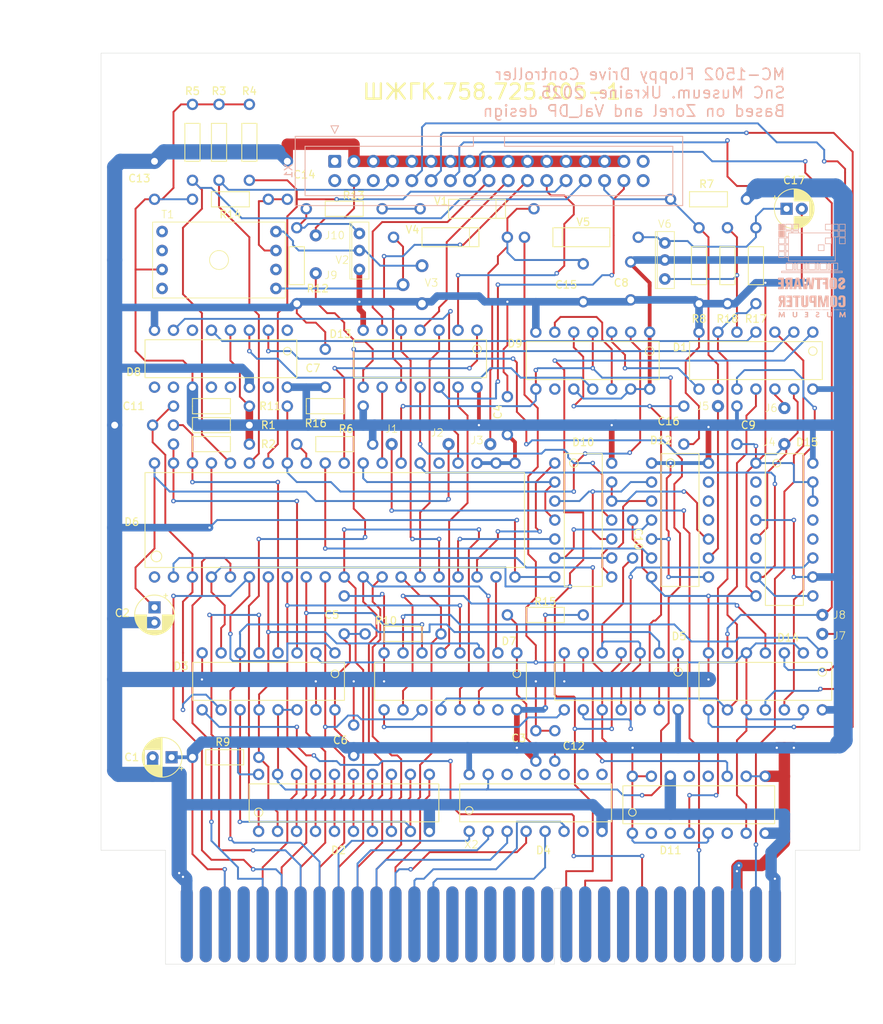
<source format=kicad_pcb>
(kicad_pcb (version 20240108) (generator "pcbnew") (generator_version "8.0")
  (title_block (title "MC-1502 Floppy Drive Controller") (date "2025-05-01") (rev "1.0") (company "Software & Computer Museum, Ukraine") (comment 1 "Based on Zorel and Val_DP design") (comment 2 "ШЖГК 457234.003 Э3 - Устройство ввода-вывода информации на НГМД") (comment 3 "28.01.1993, разр. Куралин, пров. Токарь, Н.контр. Сафат, утв. Тесленко"))
  (layers (0 "F.Cu" signal) (31 "B.Cu" signal) (34 "B.Paste" user) (35 "F.Paste" user) (36 "B.SilkS" user "B.Silkscreen") (37 "F.SilkS" user "F.Silkscreen") (38 "B.Mask" user) (39 "F.Mask" user) (44 "Edge.Cuts" user))
  (net 0 "")
  (net 1 "GND")
  (net 2 "VCC")
  (net 3 "+12V")
  (net 4 "/10")
  (net 5 "Net-(D5D-A4)")
  (net 6 "Net-(V6-B)")
  (net 7 "Net-(D11A-C2-)")
  (net 8 "A31")
  (net 9 "X1.30")
  (net 10 "Net-(D12A-C)")
  (net 11 "Net-(D1C-X3)")
  (net 12 "Net-(D14C-A3)")
  (net 13 "Net-(D14D-A4)")
  (net 14 "B21")
  (net 15 "Net-(D1B-Y2)")
  (net 16 "Net-(D15A-C1+)")
  (net 17 "Net-(D1A-Y1)")
  (net 18 "/3")
  (net 19 "/9")
  (net 20 "B8")
  (net 21 "B12")
  (net 22 "B5")
  (net 23 "B7")
  (net 24 "/4")
  (net 25 "/2")
  (net 26 "/8")
  (net 27 "/5")
  (net 28 "B11")
  (net 29 "B9")
  (net 30 "/6")
  (net 31 "/7")
  (net 32 "B10")
  (net 33 "/1")
  (net 34 "B6")
  (net 40 "/D9_4")
  (net 41 "B22")
  (net 42 "Net-(D15A-V)")
  (net 43 "A8")
  (net 44 "Net-(D11A-V)")
  (net 45 "Net-(D13A-X1)")
  (net 46 "Net-(D3A-A4)")
  (net 47 "Net-(D6A-CLK)")
  (net 48 "Net-(D6A-WF{slash}DE)")
  (net 49 "Net-(D6A-SR)")
  (net 50 "X1.26")
  (net 51 "X1.8")
  (net 52 "Net-(D13B-X2)")
  (net 53 "X1.28")
  (net 54 "Net-(D6A-RDY)")
  (net 55 "Net-(D3A-A3)")
  (net 56 "/13")
  (net 57 "Net-(D10A-A1)")
  (net 58 "Net-(D13D-X4)")
  (net 59 "Net-(D12A-V)")
  (net 60 "Net-(D13C-X3)")
  (net 61 "Net-(D10B-B2)")
  (net 63 "Net-(D13F-X6)")
  (net 64 "Net-(D14B-A2)")
  (net 69 "Net-(D8A-Q0)")
  (net 70 "Net-(D10D-U4)")
  (net 71 "Net-(D10A-U1)")
  (net 72 "Net-(D10D-A4)")
  (net 73 "Net-(D10C-U3)")
  (net 79 "X1.22")
  (net 80 "X1.20")
  (net 81 "X1.32")
  (net 82 "X1.24")
  (net 83 "X1.18")
  (net 84 "Net-(D11A-Q3)")
  (net 85 "X1.12")
  (net 86 "X1.14")
  (net 87 "X1.10")
  (net 88 "X1.16")
  (net 91 "Net-(X2-Pin_a28)")
  (net 95 "A14")
  (net 99 "A7")
  (net 102 "A11")
  (net 105 "A12")
  (net 113 "B25")
  (net 117 "A10")
  (net 122 "A5")
  (net 128 "A13")
  (net 129 "A6")
  (net 132 "A9")
  (net 139 "X1.4")
  (net 151 "Net-(D5A-U1)")
  (net 152 "Net-(D7A-R)")
  (net 153 "Net-(D5C-U3)")
  (net 154 "Net-(D14A-A1)")
  (net 156 "Net-(D1D-Y4)")
  (net 157 "Net-(D10A-B1)")
  (net 158 "Net-(D9A-~{Q})")
  (net 159 "Net-(D10B-U2)")
  (net 160 "Net-(D1F-Y6)")
  (net 161 "Net-(D13D-Y4)")
  (net 163 "Net-(T1-AA)")
  (net 164 "Net-(C15-Pad2)")
  (net 165 "Net-(V2-B)")
  (net 166 "Net-(R13-Pad2)")
  (net 167 "Net-(T1-AB)")
  (net 168 "Net-(T1-SA)")
  (footprint "USSR:2pin_100" (layer "F.Cu") (at 52.05 54.75 90)
    (property "Reference" "R14")
    (property "Value" "820 Ohm")
  )
  (footprint "USSR:2pin_100" (layer "F.Cu") (at 115.05 54.75 90)
    (property "Reference" "R7")
    (property "Value" "560 Ohm")
  )
  (footprint "USSR:cap_5mm" (layer "F.Cu") (at 65.8 77 90)
    (property "Reference" "C7")
    (property "Value" "150 nF")
  )
  (footprint "USSR:cap_4mm" (layer "F.Cu") (at 96.05 126.25 90)
    (property "Reference" "C12")
    (property "Value" "150 nF")
  )
  (footprint "USSR:MS1502_edge" (layer "F.Cu") (at 88.8 140.25)
    (property "Reference" "X2")
    (property "Value" "MS1502_Edge_Connector")
  )
  (footprint "USSR:2pin_150_polar" (layer "F.Cu") (at 78.55 59.75 90)
    (property "Reference" "V4")
    (property "Value" "КД522Б")
  )
  (footprint "USSR:201.16.5" (layer "F.Cu") (at 69.55 75.75 -90)
    (property "Reference" "D8")
    (property "Value" "К555ИЕ7")
  )
  (footprint "USSR:round_pin" (layer "F.Cu") (at 85.8 82)
    (property "Reference" "J2")
    (property "Value" "~")
  )
  (footprint "USSR:201.14-8" (layer "F.Cu") (at 117.3 76 -90)
    (property "Reference" "D9")
    (property "Value" "К555ТМ2")
  )
  (footprint "MountingHole:MountingHole_3.7mm" (layer "F.Cu") (at 135 40.5)
    (property "Reference" "REF**" (hide yes))
    (property "Value" "MountingHole_3.7mm")
  )
  (footprint "USSR:round_pin" (layer "F.Cu") (at 78.3 82)
    (property "Reference" "J1")
    (property "Value" "~")
  )
  (footprint "USSR:VT_5mm" (layer "F.Cu") (at 109.3 62.75 90)
    (property "Reference" "V6")
    (property "Value" "КТ315Г")
  )
  (footprint "USSR:2pin_100" (layer "F.Cu") (at 93.55 109.5 90)
    (property "Reference" "R15")
    (property "Value" "4,7 kOhm")
  )
  (footprint "USSR:2pin_100" (layer "F.Cu") (at 52.05 52.25 180)
    (property "Reference" "R5")
    (property "Value" "560 Ohm")
  )
  (footprint "USSR:201.16.5" (layer "F.Cu") (at 75.83 118.25 -90)
    (property "Reference" "D3")
    (property "Value" "К556РТ4А")
  )
  (footprint "USSR:cap_5mm" (layer "F.Cu") (at 68.3 52.25 -90)
    (property "Reference" "C14")
    (property "Value" "150 nF")
  )
  (footprint "MountingHole:MountingHole_3.7mm" (layer "F.Cu") (at 45 40.5)
    (property "Reference" "REF**" (hide yes))
    (property "Value" "MountingHole_3.7mm")
  )
  (footprint "USSR:2pin_100" (layer "F.Cu") (at 67.05 56 90)
    (property "Reference" "R13")
    (property "Value" "1 kOhm")
  )
  (footprint "USSR:round_pin" (layer "F.Cu") (at 68.3 54.5)
    (property "Reference" "J10")
    (property "Value" "~")
  )
  (footprint "USSR:2pin_100" (layer "F.Cu") (at 126.3 58.5)
    (property "Reference" "R17")
    (property "Value" "10 kOhm")
  )
  (footprint "Capacitor_THT:CP_Radial_D5.0mm_P2.00mm" (layer "F.Cu") (at 130.344888 56)
    (property "Reference" "C17")
    (property "Value" "47uFx16V")
  )
  (footprint "USSR:2pin_100" (layer "F.Cu") (at 59.55 84.5 -90)
    (property "Reference" "R1")
    (property "Value" "10 kOhm")
  )
  (footprint "USSR:2pin_100" (layer "F.Cu") (at 49.55 82 90)
    (property "Reference" "R11")
    (property "Value" "560 Ohm")
  )
  (footprint "USSR:cap_5mm" (layer "F.Cu") (at 68.3 109.5 90)
    (property "Reference" "C5")
    (property "Value" "150 nF")
  )
  (footprint "USSR:cap_5mm" (layer "F.Cu") (at 120.55 84.5 -90)
    (property "Reference" "C16")
    (property "Value" "100 pF")
  )
  (footprint "USSR:round_pin" (layer "F.Cu") (at 130.05 82)
    (property "Reference" "J4")
    (property "Value" "~")
  )
  (footprint "USSR:201.14-8" (layer "F.Cu") (at 94.55 75.75 -90)
    (property "Reference" "D13")
    (property "Value" "К555ЛН2")
  )
  (footprint "USSR:cap_4mm" (layer "F.Cu") (at 69.55 125.5 90)
    (property "Reference" "C6")
    (property "Value" "150 nF")
  )
  (footprint "USSR:round_pin" (layer "F.Cu") (at 135.05 104.5)
    (property "Reference" "J8")
    (property "Value" "~")
  )
  (footprint "USSR:201.14-8" (layer "F.Cu") (at 140.05 118.25 -90)
    (property "Reference" "D14")
    (property "Value" "К555ЛА13")
  )
  (footprint "USSR:201.16.5" (layer "F.Cu") (at 105.02 134.5 90)
    (property "Reference" "D11")
    (property "Value" "К555ИЕ7")
  )
  (footprint "USSR:2pin_150_polar" (layer "F.Cu") (at 82.05 56 90)
    (property "Reference" "V1")
    (property "Value" "КС211Ж")
  )
  (footprint "USSR:transformer_1" (layer "F.Cu") (at 55.55 51.5)
    (property "Reference" "T1")
    (property "Value" "Transformer_1P_1S")
  )
  (footprint "USSR:201.16.5" (layer "F.Cu") (at 130.05 84.5)
    (property "Reference" "D15")
    (property "Value" "К555ИЕ7")
  )
  (footprint "MountingHole:MountingHole_5.5mm" (layer "F.Cu") (at 135 135.5)
    (property "Reference" "REF**" (hide yes))
    (property "Value" "MountingHole_5.5mm")
  )
  (footprint "USSR:2pin_100" (layer "F.Cu") (at 64.55 82 90)
    (property "Reference" "R16")
    (property "Value" "10 kOhm")
  )
  (footprint "USSR:round_pin" (layer "F.Cu") (at 130.05 77.25)
    (property "Reference" "J6")
    (property "Value" "~")
  )
  (footprint "USSR:2140.20-1" (layer "F.Cu") (at 55.77 134.25 90)
    (property "Reference" "D2")
    (property "Value" "К555АП6")
  )
  (footprint "USSR:2pin_100" (layer "F.Cu") (at 59.55 87 -90)
    (property "Reference" "R2")
    (property "Value" "10 kOhm")
  )
  (footprint "USSR:2pin_100" (layer "F.Cu") (at 122.55 68.5 180)
    (property "Reference" "R18")
    (property "Value" "820 Ohm")
  )
  (footprint "USSR:201.14-8" (layer "F.Cu") (at 103.55 84.5)
    (property "Reference" "D10")
    (property "Value" "К555ЛА3")
  )
  (footprint "Capacitor_THT:CP_Radial_D5.0mm_P2.00mm" (layer "F.Cu") (at 47.05 108.5 -90)
    (property "Reference" "C2")
    (property "Value" "47uFx16V")
  )
  (footprint "USSR:2pin_100" (layer "F.Cu") (at 84.8 112 -90)
    (property "Reference" "R10")
    (property "Value" "10 kOhm")
  )
  (footprint "USSR:2123.40-6" (layer "F.Cu") (at 42.05 98.25 90)
    (property "Reference" "D6")
    (property "Value" "КР1818ВГ93")
  )
  (footprint "MountingHole:MountingHole_5.5mm" (layer "F.Cu") (at 45 135.5)
    (property "Reference" "REF**" (hide yes))
    (property "Value" "MountingHole_5.5mm")
  )
  (footprint "USSR:201.16.5" (layer "F.Cu") (at 99.8 118.25 -90)
    (property "Reference" "D7")
    (property "Value" "К555ТМ9")
  )
  (footprint "USSR:cap_5mm" (layer "F.Cu") (at 50.8 52.25 -90)
    (property "Reference" "C13")
    (property "Value" "150 nF")
  )
  (footprint "USSR:201.14-8" (layer "F.Cu") (at 116.3 84.5)
    (property "Reference" "D12")
    (property "Value" "К555ИР16")
  )
  (footprint "USSR:cap_5mm" (layer "F.Cu") (at 127.55 84.5 -90)
    (property "Reference" "C9")
    (property "Value" "150 nF")
  )
  (footprint "USSR:round_pin" (layer "F.Cu") (at 135.05 107)
    (property "Reference" "J7")
    (property "Value" "~")
  )
  (footprint "USSR:201.14-8" (layer "F.Cu") (at 121.05 118.25 -90)
    (property "Reference" "D5")
    (property "Value" "К555ЛЛ1")
  )
  (footprint "USSR:201.16.5" (layer "F.Cu") (at 83.52 134.25 90)
    (property "Reference" "D4")
    (property "Value" "К555ИД7")
  )
  (footprint "Capacitor_THT:CP_Radial_D5.0mm_P2.50mm" (layer "F.Cu") (at 49.3 128.25 180)
    (property "Reference" "C1")
    (property "Value" "47uFx16V")
  )
  (footprint "USSR:2pin_100" (layer "F.Cu") (at 65.8 68.5 180)
    (property "Reference" "R12")
    (property "Value" "2 kOhm")
  )
  (footprint "USSR:cap_5mm" (layer "F.Cu") (at 113.8 99.5 -90)
    (property "Reference" "C10")
    (property "Value" "100 pF")
  )
  (footprint "USSR:cap_4mm" (layer "F.Cu") (at 93.55 126.25 90)
    (property "Reference" "C3")
    (property "Value" "150 nF")
  )
  (footprint "USSR:2pin_100" (layer "F.Cu") (at 65.8 87 90)
    (property "Reference" "R6")
    (property "Value" "560 Ohm")
  )
  (footprint "USSR:cap_5mm" (layer "F.Cu") (at 44.3 80.75)
    (property "Reference" "C11")
    (property "Value" "100 pF")
  )
  (footprint "USSR:2pin_100" (layer "F.Cu") (at 55.55 52.25 180)
    (property "Reference" "R3")
    (property "Value" "560 Ohm")
  )
  (footprint "USSR:cap_5mm" (layer "F.Cu") (at 113.55 65.5 -90)
    (property "Reference" "C8")
    (property "Value" "150 nF")
  )
  (footprint "USSR:VT_5mm" (layer "F.Cu") (at 69.05 61.5 90)
    (property "Reference" "V2")
    (property "Value" "КТ315Г")
  )
  (footprint "USSR:VT_TO126" (layer "F.Cu") (at 82.3 57.25)
    (property "Reference" "V3")
    (property "Value" "КТ817Г")
  )
  (footprint "USSR:2pin_150_polar" (layer "F.Cu") (at 110.8 59.75 -90)
    (property "Reference" "V5")
    (property "Value" "КД522Б")
  )
  (footprint "USSR:cap_5mm" (layer "F.Cu") (at 99.8 65.75 90)
    (property "Reference" "C15")
    (property "Value" "150 nF")
  )
  (footprint "USSR:201.14-8" (layer "F.Cu") (at 138.8 76 -90)
    (property "Reference" "D1")
    (property "Value" "К555ТЛ2")
  )
  (footprint "USSR:round_pin" (layer "F.Cu") (at 68.3 59.5)
    (property "Reference" "J9")
    (property "Value" "~")
  )
  (footprint "USSR:cap_5mm" (layer "F.Cu") (at 89.8 83.25 90)
    (property "Reference" "C4")
    (property "Value" "150 nF")
  )
  (footprint "USSR:round_pin" (layer "F.Cu") (at 121.3 77)
    (property "Reference" "J5")
    (property "Value" "~")
  )
  (footprint "USSR:2pin_100" (layer "F.Cu") (at 118.8 58.5)
    (property "Reference" "R8")
    (property "Value" "1,2 kOhm")
  )
  (footprint "USSR:2pin_0875" (layer "F.Cu") (at 52.05 128.25 90)
    (property "Reference" "R9")
    (property "Value" "10 kOhm")
  )
  (footprint "USSR:2pin_100" (layer "F.Cu") (at 59.55 52.25 180)
    (property "Reference" "R4")
    (property "Value" "560 Ohm")
  )
  (footprint "USSR:round_pin" (layer "F.Cu") (at 91.3 82)
    (property "Reference" "J3")
    (property "Value" "~")
  )
  (footprint "Connector_IDC:IDC-Header_2x17_P2.54mm_Vertical" (layer "B.Cu") (at 70.8 49.75 -90)
    (property "Reference" "X1")
    (property "Value" "IDC 2x17 FDD")
  )
  (gr_poly (pts (xy 131.764372 69.353824) (xy 131.788819 69.353824) (xy 131.788819 69.276565) (xy 131.790045 69.277446) (xy 131.791206 69.278238) (xy 131.792306 69.278945) (xy 131.79335 69.279576) (xy 131.794342 69.280134) (xy 131.795286 69.280627) (xy 131.796186 69.281061) (xy 131.797048 69.28144) (xy 131.797875 69.281772) (xy 131.798671 69.282062) (xy 131.799441 69.282317) (xy 131.80019 69.282541) (xy 131.801639 69.282924) (xy 131.803054 69.28326) (xy 131.803054 69.264395) (xy 131.802647 69.264376) (xy 131.802231 69.264323) (xy 131.801808 69.264236) (xy 131.80138 69.264119) (xy 131.800949 69.263975) (xy 131.800519 69.263806) (xy 131.800089 69.263614) (xy 131.799664 69.263402) (xy 131.799244 69.263173) (xy 131.798833 69.262929) (xy 131.798431 69.262673) (xy 131.798042 69.262407) (xy 131.797667 69.262134) (xy 131.797309 69.261856) (xy 131.79697 69.261577) (xy 131.796652 69.261298) (xy 131.795784 69.260464) (xy 131.794975 69.259595) (xy 131.794223 69.258701) (xy 131.793527 69.25779) (xy 131.792884 69.256872) (xy 131.792293 69.255957) (xy 131.791753 69.255052) (xy 131.79126 69.254168) (xy 131.790814 69.253314) (xy 131.790413 69.252499) (xy 131.789738 69.251022) (xy 131.788846 69.248942) (xy 131.764372 69.248942)) (stroke (width -0.000001)) (fill solid) (layer "B.SilkS"))
  (gr_poly (pts (xy 129.266681 60.645993) (xy 130.108426 60.645993) (xy 130.108426 60.558521) (xy 130.021459 60.558521) (xy 129.353677 60.558521) (xy 129.353677 59.886982) (xy 130.021459 59.886982) (xy 130.021459 60.558521) (xy 130.108426 60.558521) (xy 130.108426 59.799485) (xy 129.266681 59.799485)) (stroke (width -0.000001)) (fill solid) (layer "B.SilkS"))
  (gr_poly (pts (xy 133.565538 66.152787) (xy 133.427611 65.072731) (xy 132.978401 65.072731) (xy 132.836559 66.152787) (xy 132.732128 65.072731) (xy 132.389359 65.072731) (xy 132.562687 66.594615) (xy 133.045394 66.594615) (xy 133.203006 65.460796) (xy 133.362576 66.594615) (xy 133.839329 66.594615) (xy 134.016706 65.072731) (xy 133.671874 65.072731)) (stroke (width -0.000001)) (fill solid) (layer "B.SilkS"))
  (gr_poly (pts (xy 135.341299 69.247195) (xy 135.339662 69.247251) (xy 135.338003 69.247351) (xy 135.336329 69.2475) (xy 135.334647 69.247701) (xy 135.332964 69.247959) (xy 135.331287 69.24828) (xy 135.329623 69.248668) (xy 135.327978 69.249127) (xy 135.32636 69.249663) (xy 135.324774 69.25028) (xy 135.323229 69.250982) (xy 135.321731 69.251775) (xy 135.320287 69.252663) (xy 135.318904 69.253651) (xy 135.317587 69.254743) (xy 135.317112 69.255156) (xy 135.316668 69.255562) (xy 135.316254 69.25596) (xy 135.315869 69.256351) (xy 135.315511 69.256732) (xy 135.315179 69.257105) (xy 135.314873 69.257469) (xy 135.314591 69.257822) (xy 135.314332 69.258165) (xy 135.314095 69.258498) (xy 135.313878 69.25882) (xy 135.313681 69.25913) (xy 135.313502 69.259428) (xy 135.31334 69.259714) (xy 135.313063 69.260247) (xy 135.312563 69.26126) (xy 135.312132 69.262289) (xy 135.311763 69.263327) (xy 135.311453 69.264364) (xy 135.311196 69.265393) (xy 135.310987 69.266404) (xy 135.310822 69.26739) (xy 135.310695 69.268343) (xy 135.310602 69.269253) (xy 135.310537 69.270113) (xy 135.310474 69.271647) (xy 135.31047 69.273741) (xy 135.31047 69.326049) (xy 135.310493 69.32902) (xy 135.310601 69.331916) (xy 135.310707 69.333335) (xy 135.310857 69.334733) (xy 135.311059 69.33611) (xy 135.31132 69.337465) (xy 135.311649 69.338799) (xy 135.312053 69.340109) (xy 135.312539 69.341395) (xy 135.313116 69.342658) (xy 135.31379 69.343895) (xy 135.31457 69.345107) (xy 135.315463 69.346293) (xy 135.316476 69.347453) (xy 135.317327 69.348297) (xy 135.318244 69.34911) (xy 135.319234 69.34989) (xy 135.320301 69.350632) (xy 135.32145 69.351334) (xy 135.322687 69.351993) (xy 135.324016 69.352604) (xy 135.325443 69.353165) (xy 135.326972 69.353672) (xy 135.328609 69.354122) (xy 135.330359 69.354512) (xy 135.332226 69.354839) (xy 135.334217 69.355098) (xy 135.336335 69.355288) (xy 135.338587 69.355404) (xy 135.340977 69.355443) (xy 135.342462 69.355417) (xy 135.343903 69.355346) (xy 135.345275 69.355244) (xy 135.34655 69.355123) (xy 135.350158 69.354702) (xy 135.35153 69.354468) (xy 135.353741 69.354033) (xy 135.355088 69.353707) (xy 135.356556 69.353291) (xy 135.358115 69.352773) (xy 135.359736 69.35214) (xy 135.361389 69.351378) (xy 135.362219 69.350944) (xy 135.363045 69.350474) (xy 135.363865 69.349964) (xy 135.364674 69.349415) (xy 135.365469 69.348823) (xy 135.366246 69.348188) (xy 135.367002 69.347508) (xy 135.367732 69.346781) (xy 135.368434 69.346005) (xy 135.369103 69.345179) (xy 135.369735 69.344301) (xy 135.370328 69.343371) (xy 135.370876 69.342385) (xy 135.371377 69.341342) (xy 135.371761 69.3404) (xy 135.372099 69.33946) (xy 135.372396 69.33852) (xy 135.372653 69.337579) (xy 135.372873 69.336638) (xy 135.373059 69.335696) (xy 135.373215 69.334752) (xy 135.373342 69.333804) (xy 135.373444 69.332854) (xy 135.373523 69.331899) (xy 135.373625 69.329975) (xy 135.37367 69.328027) (xy 135.37368 69.326049) (xy 135.37368 69.275089) (xy 135.37367 69.273319) (xy 135.373647 69.272312) (xy 135.348914 69.272312) (xy 135.348914 69.331525) (xy 135.348908 69.332077) (xy 135.348884 69.332665) (xy 135.348833 69.333279) (xy 135.348748 69.33391) (xy 135.348621 69.334547) (xy 135.348443 69.33518) (xy 135.348332 69.335492) (xy 135.348206 69.3358) (xy 135.348063 69.336102) (xy 135.347902 69.336396) (xy 135.347723 69.336683) (xy 135.347524 69.33696) (xy 135.347304 69.337226) (xy 135.347062 69.33748) (xy 135.346797 69.337721) (xy 135.346509 69.337948) (xy 135.346195 69.338158) (xy 135.345856 69.338352) (xy 135.34549 69.338528) (xy 135.345096 69.338684) (xy 135.344673 69.33882) (xy 135.34422 69.338933) (xy 135.343736 69.339024) (xy 135.34322 69.33909) (xy 135.342671 69.339131) (xy 135.342088 69.339145) (xy 135.34158 69.339137) (xy 135.341235 69.339117) (xy 135.34084 69.33908) (xy 135.340404 69.339018) (xy 135.339937 69.338926) (xy 135.339448 69.338797) (xy 135.338946 69.338626) (xy 135.338693 69.338522) (xy 135.338439 69.338406) (xy 135.338187 69.338275) (xy 135.337937 69.338131) (xy 135.337691 69.337971) (xy 135.337449 69.337795) (xy 135.337213 69.337603) (xy 135.336983 69.337393) (xy 135.336762 69.337164) (xy 135.336549 69.336917) (xy 135.336347 69.33665) (xy 135.336155 69.336363) (xy 135.335977 69.336054) (xy 135.335812 69.335723) (xy 135.335661 69.335369) (xy 135.335526 69.334992) (xy 135.335452 69.334795) (xy 135.335387 69.33461) (xy 135.33533 69.334433) (xy 135.335282 69.334262) (xy 135.335241 69.334091) (xy 135.335206 69.333919) (xy 135.335178 69.333742) (xy 135.335156 69.333556) (xy 135.335138 69.333359) (xy 135.335125 69.333146) (xy 135.335116 69.332915) (xy 135.33511 69.332662) (xy 135.335104 69.332078) (xy 135.335103 69.331366) (xy 135.335103 69.271994) (xy 135.335104 69.27145) (xy 135.33511 69.270941) (xy 135.335125 69.270456) (xy 135.335156 69.269983) (xy 135.335178 69.269747) (xy 135.335206 69.26951) (xy 135.335241 69.26927) (xy 135.335282 69.269025) (xy 135.33533 69.268774) (xy 135.335387 69.268517) (xy 135.335452 69.26825) (xy 135.335526 69.267973) (xy 135.335663 69.267591) (xy 135.335815 69.267232) (xy 135.33598 69.266897) (xy 135.336158 69.266584) (xy 135.336347 69.266293) (xy 135.336548 69.266022) (xy 135.336757 69.265772) (xy 135.336976 69.265541) (xy 135.337202 69.265328) (xy 135.337434 69.265133) (xy 135.337672 69.264955) (xy 135.337914 69.264793) (xy 135.33816 69.264647) (xy 135.338408 69.264515) (xy 135.338657 69.264397) (xy 135.338906 69.264292) (xy 135.339402 69.264118) (xy 135.339886 69.263988) (xy 135.340351 69.263895) (xy 135.340787 69.263832) (xy 135.341188 69.263794) (xy 135.341543 69.263774) (xy 135.342088 69.263766) (xy 135.342575 69.263777) (xy 135.343041 69.263808) (xy 135.343485 69.263859) (xy 135.343908 69.26393) (xy 135.34431 69.264021) (xy 135.344693 69.264131) (xy 135.345055 69.264259) (xy 135.345398 69.264406) (xy 135.345722 69.26457) (xy 135.346028 69.264752) (xy 135.346315 69.26495) (xy 135.346585 69.265165) (xy 135.346837 69.265397) (xy 135.347073 69.265644) (xy 135.347292 69.265906) (xy 135.347495 69.266183) (xy 135.347683 69.266475) (xy 135.347856 69.266781) (xy 135.348013 69.267101) (xy 135.348157 69.267434) (xy 135.348286 69.267779) (xy 135.348402 69.268137) (xy 135.348505 69.268507) (xy 135.348596 69.268889) (xy 135.34874 69.269686) (xy 135.348839 69.270524) (xy 135.348896 69.271401) (xy 135.348914 69.272312) (xy 135.373647 69.272312) (xy 135.37363 69.271559) (xy 135.373539 69.269811) (xy 135.373469 69.268943) (xy 135.373379 69.268078) (xy 135.373267 69.267217) (xy 135.373131 69.266359) (xy 135.372968 69.265506) (xy 135.372775 69.264657) (xy 135.372552 69.263812) (xy 135.372294 69.262972) (xy 135.372001 69.262136) (xy 135.371669 69.261305) (xy 135.371343 69.260571) (xy 135.370985 69.259847) (xy 135.370596 69.259135) (xy 135.370173 69.258434) (xy 135.369718 69.257747) (xy 135.369228 69.257074) (xy 135.368705 69.256415) (xy 135.368146 69.255771) (xy 135.367552 69.255144) (xy 135.366922 69.254535) (xy 135.366256 69.253943) (xy 135.365552 69.25337) (xy 135.364811 69.252817) (xy 135.364033 69.252284) (xy 135.363215 69.251773) (xy 135.362359 69.251284) (xy 135.361462 69.250819) (xy 135.360526 69.250377) (xy 135.359549 69.24996) (xy 135.358531 69.249568) (xy 135.357471 69.249203) (xy 135.356369 69.248866) (xy 135.355224 69.248556) (xy 135.354036 69.248276) (xy 135.352804 69.248025) (xy 135.351528 69.247805) (xy 135.350206 69.247617) (xy 135.34884 69.247461) (xy 135.347427 69.247338) (xy 135.345968 69.247249) (xy 135.344462 69.247195) (xy 135.342908 69.247177)) (stroke (width -0.000001)) (fill solid) (layer "B.SilkS"))
  (gr_poly (pts (xy 130.745102 69.247195) (xy 130.74346 69.247251) (xy 130.741798 69.247351) (xy 130.740121 69.2475) (xy 130.738437 69.247701) (xy 130.736752 69.247959) (xy 130.735073 69.24828) (xy 130.733407 69.248668) (xy 130.731761 69.249127) (xy 130.730142 69.249663) (xy 130.728556 69.25028) (xy 130.727011 69.250982) (xy 130.725512 69.251775) (xy 130.724068 69.252663) (xy 130.722684 69.253651) (xy 130.721368 69.254743) (xy 130.720898 69.255156) (xy 130.720458 69.255562) (xy 130.720047 69.25596) (xy 130.719664 69.256351) (xy 130.719308 69.256732) (xy 130.718977 69.257105) (xy 130.718672 69.257469) (xy 130.718389 69.257822) (xy 130.718128 69.258165) (xy 130.717888 69.258498) (xy 130.717668 69.25882) (xy 130.717466 69.25913) (xy 130.717112 69.259714) (xy 130.716818 69.260247) (xy 130.716327 69.26126) (xy 130.715902 69.262289) (xy 130.715537 69.263327) (xy 130.71523 69.264364) (xy 130.714974 69.265393) (xy 130.714765 69.266404) (xy 130.714599 69.26739) (xy 130.71447 69.268343) (xy 130.714306 69.270113) (xy 130.714236 69.271647) (xy 130.714225 69.273741) (xy 130.714225 69.326049) (xy 130.714248 69.32902) (xy 130.714357 69.331916) (xy 130.714463 69.333335) (xy 130.714613 69.334733) (xy 130.714816 69.33611) (xy 130.715078 69.337465) (xy 130.715408 69.338799) (xy 130.715814 69.340109) (xy 130.716302 69.341395) (xy 130.716881 69.342658) (xy 130.717558 69.343895) (xy 130.718342 69.345107) (xy 130.719239 69.346293) (xy 130.720257 69.347453) (xy 130.721112 69.348297) (xy 130.722033 69.34911) (xy 130.723025 69.34989) (xy 130.724093 69.350632) (xy 130.725243 69.351334) (xy 130.72648 69.351993) (xy 130.72781 69.352604) (xy 130.729236 69.353165) (xy 130.730766 69.353672) (xy 130.732403 69.354122) (xy 130.734153 69.354512) (xy 130.736022 69.354839) (xy 130.738014 69.355098) (xy 130.740135 69.355288) (xy 130.74239 69.355404) (xy 130.744784 69.355443) (xy 130.746261 69.355417) (xy 130.747699 69.355346) (xy 130.749068 69.355244) (xy 130.750341 69.355123) (xy 130.753913 69.354702) (xy 130.755293 69.354468) (xy 130.757511 69.354033) (xy 130.75886 69.353707) (xy 130.76033 69.353291) (xy 130.761891 69.352773) (xy 130.763513 69.35214) (xy 130.765168 69.351378) (xy 130.765998 69.350944) (xy 130.766824 69.350474) (xy 130.767644 69.349964) (xy 130.768454 69.349415) (xy 130.769249 69.348823) (xy 130.770027 69.348188) (xy 130.770782 69.347508) (xy 130.771513 69.346781) (xy 130.772214 69.346005) (xy 130.772883 69.345179) (xy 130.773516 69.344301) (xy 130.774108 69.343371) (xy 130.774657 69.342385) (xy 130.775158 69.341342) (xy 130.775546 69.3404) (xy 130.775889 69.33946) (xy 130.776189 69.33852) (xy 130.776449 69.337579) (xy 130.776671 69.336638) (xy 130.77686 69.335696) (xy 130.777017 69.334752) (xy 130.777146 69.333804) (xy 130.777249 69.332854) (xy 130.777329 69.331899) (xy 130.777432 69.329975) (xy 130.777477 69.328027) (xy 130.777486 69.326049) (xy 130.777486 69.275089) (xy 130.777477 69.273319) (xy 130.777454 69.272312) (xy 130.752643 69.272312) (xy 130.752643 69.331525) (xy 130.752637 69.332077) (xy 130.752614 69.332665) (xy 130.752566 69.333279) (xy 130.752485 69.33391) (xy 130.752361 69.334547) (xy 130.752188 69.33518) (xy 130.75208 69.335492) (xy 130.751956 69.3358) (xy 130.751815 69.336102) (xy 130.751657 69.336396) (xy 130.75148 69.336683) (xy 130.751283 69.33696) (xy 130.751066 69.337226) (xy 130.750826 69.33748) (xy 130.750564 69.337721) (xy 130.750277 69.337948) (xy 130.749966 69.338158) (xy 130.749629 69.338352) (xy 130.749264 69.338528) (xy 130.748872 69.338684) (xy 130.74845 69.33882) (xy 130.747999 69.338933) (xy 130.747516 69.339024) (xy 130.747 69.33909) (xy 130.746452 69.339131) (xy 130.745869 69.339145) (xy 130.745369 69.339137) (xy 130.745025 69.339117) (xy 130.744631 69.33908) (xy 130.744196 69.339018) (xy 130.74373 69.338926) (xy 130.74324 69.338797) (xy 130.742737 69.338626) (xy 130.742483 69.338522) (xy 130.742229 69.338406) (xy 130.741976 69.338275) (xy 130.741725 69.338131) (xy 130.741478 69.337971) (xy 130.741235 69.337795) (xy 130.740998 69.337603) (xy 130.740768 69.337393) (xy 130.740546 69.337164) (xy 130.740332 69.336917) (xy 130.740129 69.33665) (xy 130.739938 69.336363) (xy 130.739759 69.336054) (xy 130.739593 69.335723) (xy 130.739443 69.335369) (xy 130.739308 69.334992) (xy 130.739233 69.334795) (xy 130.739168 69.33461) (xy 130.739111 69.334433) (xy 130.739063 69.334262) (xy 130.739022 69.334091) (xy 130.738988 69.333919) (xy 130.73896 69.333742) (xy 130.738937 69.333556) (xy 130.73892 69.333359) (xy 130.738907 69.333146) (xy 130.738897 69.332915) (xy 130.738891 69.332662) (xy 130.738885 69.332078) (xy 130.738884 69.331366) (xy 130.738884 69.271994) (xy 130.738885 69.27145) (xy 130.738891 69.270941) (xy 130.738907 69.270456) (xy 130.738937 69.269983) (xy 130.73896 69.269747) (xy 130.738988 69.26951) (xy 130.739022 69.26927) (xy 130.739063 69.269025) (xy 130.739111 69.268774) (xy 130.739168 69.268517) (xy 130.739233 69.26825) (xy 130.739308 69.267973) (xy 130.739444 69.267591) (xy 130.739596 69.267232) (xy 130.739761 69.266897) (xy 130.739939 69.266584) (xy 130.740129 69.266293) (xy 130.740329 69.266022) (xy 130.740539 69.265772) (xy 130.740757 69.265541) (xy 130.740983 69.265328) (xy 130.741215 69.265133) (xy 130.741453 69.264955) (xy 130.741695 69.264793) (xy 130.741941 69.264647) (xy 130.742189 69.264515) (xy 130.742438 69.264397) (xy 130.742688 69.264292) (xy 130.743183 69.264118) (xy 130.743668 69.263988) (xy 130.744132 69.263895) (xy 130.744569 69.263832) (xy 130.744969 69.263794) (xy 130.745325 69.263774) (xy 130.745869 69.263766) (xy 130.746354 69.263777) (xy 130.746817 69.263808) (xy 130.747259 69.263859) (xy 130.747679 69.26393) (xy 130.748079 69.264021) (xy 130.748459 69.264131) (xy 130.748819 69.264259) (xy 130.74916 69.264406) (xy 130.749482 69.26457) (xy 130.749785 69.264752) (xy 130.75007 69.26495) (xy 130.750338 69.265165) (xy 130.750588 69.265397) (xy 130.750822 69.265644) (xy 130.751039 69.265906) (xy 130.75124 69.266183) (xy 130.751426 69.266475) (xy 130.751597 69.266781) (xy 130.751753 69.267101) (xy 130.751895 69.267434) (xy 130.752023 69.267779) (xy 130.752138 69.268137) (xy 130.752239 69.268507) (xy 130.752328 69.268889) (xy 130.752471 69.269686) (xy 130.752569 69.270524) (xy 130.752625 69.271401) (xy 130.752643 69.272312) (xy 130.777454 69.272312) (xy 130.777436 69.271559) (xy 130.777344 69.269811) (xy 130.777273 69.268943) (xy 130.777182 69.268078) (xy 130.777069 69.267217) (xy 130.776931 69.266359) (xy 130.776766 69.265506) (xy 130.776571 69.264657) (xy 130.776345 69.263812) (xy 130.776084 69.262972) (xy 130.775786 69.262136) (xy 130.775449 69.261305) (xy 130.775123 69.260571) (xy 130.774766 69.259847) (xy 130.774377 69.259135) (xy 130.773955 69.258434) (xy 130.7735 69.257747) (xy 130.773011 69.257074) (xy 130.772488 69.256415) (xy 130.77193 69.255771) (xy 130.771337 69.255144) (xy 130.770708 69.254535) (xy 130.770043 69.253943) (xy 130.769341 69.25337) (xy 130.768601 69.252817) (xy 130.767824 69.252284) (xy 130.767007 69.251773) (xy 130.766152 69.251284) (xy 130.765257 69.250819) (xy 130.764322 69.250377) (xy 130.763346 69.24996) (xy 130.76233 69.249568) (xy 130.761271 69.249203) (xy 130.76017 69.248866) (xy 130.759026 69.248556) (xy 130.757839 69.248276) (xy 130.756608 69.248025) (xy 130.755332 69.247805) (xy 130.754012 69.247617) (xy 130.752646 69.247461) (xy 130.751234 69.247338) (xy 130.749775 69.247249) (xy 130.748269 69.247195) (xy 130.746716 69.247177)) (stroke (width -0.000001)) (fill solid) (layer "B.SilkS"))
  (gr_poly (pts (xy 130.583763 65.072937) (xy 130.551571 65.073646) (xy 130.521421 65.074855) (xy 130.493203 65.076586) (xy 130.466809 65.078861) (xy 130.442127 65.081702) (xy 130.41905 65.08513) (xy 130.397467 65.089169) (xy 130.37727 65.093839) (xy 130.358348 65.099163) (xy 130.340592 65.105164) (xy 130.323892 65.111862) (xy 130.30814 65.11928) (xy 130.293225 65.12744) (xy 130.279038 65.136364) (xy 130.26547 65.146075) (xy 130.254946 65.15508) (xy 130.244904 65.164542) (xy 130.235354 65.174439) (xy 130.226307 65.184752) (xy 130.217775 65.195461) (xy 130.209768 65.206545) (xy 130.202298 65.217984) (xy 130.195375 65.229758) (xy 130.189011 65.241847) (xy 130.183217 65.25423) (xy 130.178004 65.266888) (xy 130.173383 65.2798) (xy 130.169365 65.292945) (xy 130.165961 65.306305) (xy 130.163182 65.319857) (xy 130.161039 65.333584) (xy 130.158918 65.353721) (xy 130.15712 65.373886) (xy 130.155644 65.394075) (xy 130.15449 65.414285) (xy 130.153659 65.434511) (xy 130.153151 65.454748) (xy 130.152965 65.474994) (xy 130.153102 65.495244) (xy 130.153497 65.548064) (xy 130.154016 65.571816) (xy 130.154773 65.593955) (xy 130.155784 65.614604) (xy 130.157067 65.63388) (xy 130.158639 65.651906) (xy 130.160517 65.668801) (xy 130.162718 65.684686) (xy 130.165259 65.69968) (xy 130.168157 65.713905) (xy 130.17143 65.727479) (xy 130.175094 65.740525) (xy 130.179168 65.753161) (xy 130.183667 65.765508) (xy 130.188609 65.777687) (xy 130.193603 65.789152) (xy 130.19898 65.800136) (xy 130.204756 65.810661) (xy 130.210944 65.820748) (xy 130.217559 65.83042) (xy 130.224615 65.839698) (xy 130.232127 65.848605) (xy 130.24011 65.857161) (xy 130.248577 65.86539) (xy 130.257544 65.873312) (xy 130.267025 65.880951) (xy 130.277035 65.888326) (xy 130.287587 65.895461) (xy 130.298696 65.902378) (xy 130.310378 65.909097) (xy 130.322646 65.915641) (xy 130.096005 66.594615) (xy 130.505712 66.594615) (xy 130.692931 65.97168) (xy 130.728437 65.97168) (xy 130.728437 66.594615) (xy 131.124492 66.594615) (xy 131.124492 65.674209) (xy 130.728437 65.674209) (xy 130.627976 65.674209) (xy 130.6146 65.673943) (xy 130.602504 65.673091) (xy 130.59163 65.671576) (xy 130.586634 65.670545) (xy 130.581921 65.669319) (xy 130.577485 65.667887) (xy 130.573318 65.666239) (xy 130.569414 65.664367) (xy 130.565765 65.66226) (xy 130.562365 65.659907) (xy 130.559205 65.6573) (xy 130.556278 65.654428) (xy 130.553579 65.651282) (xy 130.551098 65.647852) (xy 130.54883 65.644127) (xy 130.546766 65.640099) (xy 130.5449 65.635756) (xy 130.543225 65.63109) (xy 130.541733 65.62609) (xy 130.540418 65.620746) (xy 130.539271 65.615049) (xy 130.537456 65.602556) (xy 130.53623 65.588531) (xy 130.535537 65.572895) (xy 130.535319 65.55557) (xy 130.535319 65.469394) (xy 130.535601 65.456971) (xy 130.536465 65.445532) (xy 130.537122 65.440174) (xy 130.537935 65.435052) (xy 130.538906 65.430163) (xy 130.540039 65.425505) (xy 130.541336 65.421073) (xy 130.5428 65.416866) (xy 130.544436 65.412879) (xy 130.546247 65.40911) (xy 130.548234 65.405556) (xy 130.550403 65.402213) (xy 130.552755 65.399078) (xy 130.555295 65.396148) (xy 130.558025 65.39342) (xy 130.560948 65.390891) (xy 130.564069 65.388557) (xy 130.567389 65.386416) (xy 130.570913 65.384464) (xy 130.574643 65.382699) (xy 130.578583 65.381117) (xy 130.582736 65.379714) (xy 130.587104 65.378488) (xy 130.591692 65.377436) (xy 130.596503 65.376555) (xy 130.60154 65.37584) (xy 130.606805 65.37529) (xy 130.612303 65.374901) (xy 130.624007 65.374594) (xy 130.728437 65.374594) (xy 130.728437 65.674209) (xy 131.124492 65.674209) (xy 131.124492 65.072705) (xy 130.618107 65.072705)) (stroke (width -0.000001)) (fill solid) (layer "B.SilkS"))
  (gr_poly (pts (xy 134.272995 64.071765) (xy 134.587716 64.071765) (xy 134.587716 63.984268) (xy 134.500721 63.984268) (xy 134.35999 63.984268) (xy 134.35999 63.209726) (xy 134.500721 63.209726) (xy 134.500721 63.984268) (xy 134.587716 63.984268) (xy 134.587716 63.122254) (xy 134.272995 63.122254)) (stroke (width -0.000001)) (fill solid) (layer "B.SilkS"))
  (gr_poly (pts (xy 131.70877 69.247195) (xy 131.707137 69.247251) (xy 131.705481 69.247351) (xy 131.70381 69.2475) (xy 131.70213 69.247701) (xy 131.700448 69.247959) (xy 131.698772 69.24828) (xy 131.697106 69.248668) (xy 131.69546 69.249127) (xy 131.693839 69.249663) (xy 131.69225 69.25028) (xy 131.6907 69.250982) (xy 131.689196 69.251775) (xy 131.687745 69.252663) (xy 131.686353 69.253651) (xy 131.685027 69.254743) (xy 131.684557 69.255156) (xy 131.684117 69.255562) (xy 131.683706 69.25596) (xy 131.683323 69.256351) (xy 131.682967 69.256732) (xy 131.682637 69.257105) (xy 131.682331 69.257469) (xy 131.682048 69.257822) (xy 131.681787 69.258165) (xy 131.681547 69.258498) (xy 131.681327 69.25882) (xy 131.681125 69.25913) (xy 131.680772 69.259714) (xy 131.680478 69.260247) (xy 131.679992 69.26126) (xy 131.679572 69.262289) (xy 131.679214 69.263327) (xy 131.678913 69.264364) (xy 131.678663 69.265393) (xy 131.678461 69.266404) (xy 131.678301 69.26739) (xy 131.678179 69.268343) (xy 131.678026 69.270113) (xy 131.677966 69.271647) (xy 131.677964 69.273741) (xy 131.677964 69.326049) (xy 131.677987 69.32902) (xy 131.678099 69.331916) (xy 131.678206 69.333335) (xy 131.678359 69.334733) (xy 131.678563 69.33611) (xy 131.678827 69.337465) (xy 131.679158 69.338799) (xy 131.679564 69.340109) (xy 131.680053 69.341395) (xy 131.680631 69.342658) (xy 131.681307 69.343895) (xy 131.682089 69.345107) (xy 131.682982 69.346293) (xy 131.683996 69.347453) (xy 131.684842 69.348297) (xy 131.685757 69.34911) (xy 131.686744 69.34989) (xy 131.68781 69.350632) (xy 131.688959 69.351334) (xy 131.690196 69.351993) (xy 131.691527 69.352604) (xy 131.692956 69.353165) (xy 131.694488 69.353672) (xy 131.696128 69.354122) (xy 131.697882 69.354512) (xy 131.699754 69.354839) (xy 131.701749 69.355098) (xy 131.703872 69.355288) (xy 131.706129 69.355404) (xy 131.708523 69.355443) (xy 131.71 69.355417) (xy 131.711434 69.355346) (xy 131.7128 69.355244) (xy 131.71407 69.355123) (xy 131.717651 69.354702) (xy 131.719032 69.354468) (xy 131.72125 69.354033) (xy 131.722599 69.353707) (xy 131.724069 69.353291) (xy 131.72563 69.352773) (xy 131.727252 69.35214) (xy 131.728906 69.351378) (xy 131.729736 69.350944) (xy 131.730563 69.350474) (xy 131.731383 69.349964) (xy 131.732193 69.349415) (xy 131.732988 69.348823) (xy 131.733765 69.348188) (xy 131.734521 69.347508) (xy 131.735252 69.346781) (xy 131.735953 69.346005) (xy 131.736622 69.345179) (xy 131.737255 69.344301) (xy 131.737848 69.343371) (xy 131.738396 69.342385) (xy 131.738898 69.341342) (xy 131.739276 69.3404) (xy 131.739612 69.33946) (xy 131.739905 69.33852) (xy 131.740161 69.337579) (xy 131.740381 69.336638) (xy 131.740567 69.335696) (xy 131.740723 69.334752) (xy 131.740851 69.333804) (xy 131.740955 69.332854) (xy 131.741035 69.331899) (xy 131.74114 69.329975) (xy 131.741188 69.328027) (xy 131.741199 69.326049) (xy 131.741199 69.275089) (xy 131.741188 69.273319) (xy 131.741163 69.272312) (xy 131.716408 69.272312) (xy 131.716408 69.331525) (xy 131.716402 69.332077) (xy 131.716379 69.332665) (xy 131.716331 69.333279) (xy 131.716249 69.33391) (xy 131.716125 69.334547) (xy 131.71595 69.33518) (xy 131.715841 69.335492) (xy 131.715717 69.3358) (xy 131.715575 69.336102) (xy 131.715416 69.336396) (xy 131.715237 69.336683) (xy 131.715039 69.33696) (xy 131.71482 69.337226) (xy 131.714579 69.33748) (xy 131.714314 69.337721) (xy 131.714026 69.337948) (xy 131.713712 69.338158) (xy 131.713372 69.338352) (xy 131.713005 69.338528) (xy 131.712609 69.338684) (xy 131.712184 69.33882) (xy 131.711729 69.338933) (xy 131.711242 69.339024) (xy 131.710722 69.33909) (xy 131.710169 69.339131) (xy 131.709582 69.339145) (xy 131.709081 69.339137) (xy 131.708738 69.339117) (xy 131.708344 69.33908) (xy 131.707909 69.339018) (xy 131.707442 69.338926) (xy 131.706953 69.338797) (xy 131.706449 69.338626) (xy 131.706195 69.338522) (xy 131.705941 69.338406) (xy 131.705688 69.338275) (xy 131.705438 69.338131) (xy 131.70519 69.337971) (xy 131.704948 69.337795) (xy 131.70471 69.337603) (xy 131.70448 69.337393) (xy 131.704258 69.337164) (xy 131.704045 69.336917) (xy 131.703842 69.33665) (xy 131.70365 69.336363) (xy 131.703471 69.336054) (xy 131.703305 69.335723) (xy 131.703155 69.335369) (xy 131.70302 69.334992) (xy 131.702945 69.334795) (xy 131.70288 69.33461) (xy 131.702824 69.334433) (xy 131.702775 69.334262) (xy 131.702734 69.334091) (xy 131.7027 69.333919) (xy 131.702672 69.333742) (xy 131.702649 69.333556) (xy 131.702632 69.333359) (xy 131.702619 69.333146) (xy 131.702609 69.332915) (xy 131.702603 69.332662) (xy 131.702597 69.332078) (xy 131.702596 69.331366) (xy 131.702596 69.271994) (xy 131.702597 69.27145) (xy 131.702603 69.270941) (xy 131.702619 69.270456) (xy 131.702649 69.269983) (xy 131.702672 69.269747) (xy 131.7027 69.26951) (xy 131.702734 69.26927) (xy 131.702775 69.269025) (xy 131.702824 69.268774) (xy 131.70288 69.268517) (xy 131.702945 69.26825) (xy 131.70302 69.267973) (xy 131.703157 69.267591) (xy 131.703309 69.267232) (xy 131.703475 69.266897) (xy 131.703654 69.266584) (xy 131.703844 69.266293) (xy 131.704046 69.266022) (xy 131.704257 69.265772) (xy 131.704477 69.265541) (xy 131.704705 69.265328) (xy 131.704939 69.265133) (xy 131.705178 69.264955) (xy 131.705422 69.264793) (xy 131.705669 69.264647) (xy 131.705919 69.264515) (xy 131.706169 69.264397) (xy 131.70642 69.264292) (xy 131.706918 69.264118) (xy 131.707403 69.263988) (xy 131.707868 69.263895) (xy 131.708304 69.263832) (xy 131.708701 69.263794) (xy 131.709052 69.263774) (xy 131.709582 69.263766) (xy 131.710072 69.263777) (xy 131.710539 69.263808) (xy 131.710985 69.263859) (xy 131.71141 69.26393) (xy 131.711813 69.264021) (xy 131.712196 69.264131) (xy 131.712559 69.264259) (xy 131.712903 69.264406) (xy 131.713227 69.26457) (xy 131.713533 69.264752) (xy 131.713821 69.26495) (xy 131.71409 69.265165) (xy 131.714342 69.265397) (xy 131.714578 69.265644) (xy 131.714796 69.265906) (xy 131.714999 69.266183) (xy 131.715186 69.266475) (xy 131.715358 69.266781) (xy 131.715515 69.267101) (xy 131.715657 69.267434) (xy 131.715786 69.267779) (xy 131.715901 69.268137) (xy 131.716003 69.268507) (xy 131.716093 69.268889) (xy 131.716236 69.269686) (xy 131.716334 69.270524) (xy 131.71639 69.271401) (xy 131.716408 69.272312) (xy 131.741163 69.272312) (xy 131.741144 69.271559) (xy 131.741049 69.269811) (xy 131.740977 69.268943) (xy 131.740884 69.268078) (xy 131.74077 69.267217) (xy 131.740631 69.266359) (xy 131.740466 69.265506) (xy 131.740272 69.264657) (xy 131.740047 69.263812) (xy 131.739788 69.262972) (xy 131.739494 69.262136) (xy 131.739161 69.261305) (xy 131.738836 69.260571) (xy 131.738478 69.259847) (xy 131.738089 69.259135) (xy 131.737667 69.258434) (xy 131.737212 69.257747) (xy 131.736723 69.257074) (xy 131.7362 69.256415) (xy 131.735642 69.255771) (xy 131.735048 69.255144) (xy 131.734419 69.254535) (xy 131.733753 69.253943) (xy 131.73305 69.25337) (xy 131.73231 69.252817) (xy 131.731531 69.252284) (xy 131.730714 69.251773) (xy 131.729858 69.251284) (xy 131.728962 69.250819) (xy 131.728025 69.250377) (xy 131.727048 69.24996) (xy 131.726029 69.249568) (xy 131.724968 69.249203) (xy 131.723865 69.248866) (xy 131.722719 69.248556) (xy 131.721529 69.248276) (xy 131.720295 69.248025) (xy 131.719016 69.247805) (xy 131.717692 69.247617) (xy 131.716322 69.247461) (xy 131.714906 69.247338) (xy 131.713443 69.247249) (xy 131.711933 69.247195) (xy 131.710375 69.247177)) (stroke (width -0.000001)) (fill solid) (layer "B.SilkS"))
  (gr_poly (pts (xy 132.746659 69.247195) (xy 132.74502 69.247251) (xy 132.743359 69.247351) (xy 132.741685 69.2475) (xy 132.740004 69.247701) (xy 132.738323 69.247959) (xy 132.736647 69.24828) (xy 132.734984 69.248668) (xy 132.73334 69.249127) (xy 132.731722 69.249663) (xy 132.730137 69.25028) (xy 132.72859 69.250982) (xy 132.727089 69.251775) (xy 132.72564 69.252663) (xy 132.72425 69.253651) (xy 132.722925 69.254743) (xy 132.722446 69.255156) (xy 132.721999 69.255562) (xy 132.721584 69.25596) (xy 132.721198 69.256351) (xy 132.720841 69.256732) (xy 132.720511 69.257105) (xy 132.720206 69.257469) (xy 132.719925 69.257822) (xy 132.719667 69.258165) (xy 132.71943 69.258498) (xy 132.719213 69.25882) (xy 132.719015 69.25913) (xy 132.718666 69.259714) (xy 132.718374 69.260247) (xy 132.717883 69.26126) (xy 132.71746 69.262289) (xy 132.717098 69.263327) (xy 132.716794 69.264364) (xy 132.716542 69.265393) (xy 132.716338 69.266404) (xy 132.716176 69.26739) (xy 132.716052 69.268343) (xy 132.715961 69.269253) (xy 132.715898 69.270113) (xy 132.715837 69.271647) (xy 132.715834 69.273741) (xy 132.715834 69.326049) (xy 132.715858 69.32902) (xy 132.715969 69.331916) (xy 132.716077 69.333335) (xy 132.716229 69.334733) (xy 132.716433 69.33611) (xy 132.716697 69.337465) (xy 132.717029 69.338799) (xy 132.717435 69.340109) (xy 132.717924 69.341395) (xy 132.718502 69.342658) (xy 132.719178 69.343895) (xy 132.71996 69.345107) (xy 132.720853 69.346293) (xy 132.721868 69.347453) (xy 132.722713 69.348297) (xy 132.723627 69.34911) (xy 132.724615 69.34989) (xy 132.72568 69.350632) (xy 132.726828 69.351334) (xy 132.728064 69.351993) (xy 132.729393 69.352604) (xy 132.73082 69.353165) (xy 132.732349 69.353672) (xy 132.733986 69.354122) (xy 132.735735 69.354512) (xy 132.737602 69.354839) (xy 132.739591 69.355098) (xy 132.741707 69.355288) (xy 132.743956 69.355404) (xy 132.746341 69.355443) (xy 132.747819 69.355417) (xy 132.749257 69.355346) (xy 132.750627 69.355244) (xy 132.751904 69.355123) (xy 132.755522 69.354702) (xy 132.756903 69.354468) (xy 132.759121 69.354033) (xy 132.76047 69.353707) (xy 132.76194 69.353291) (xy 132.763501 69.352773) (xy 132.765123 69.35214) (xy 132.766777 69.351378) (xy 132.767607 69.350944) (xy 132.768434 69.350474) (xy 132.769254 69.349964) (xy 132.770064 69.349415) (xy 132.770859 69.348823) (xy 132.771636 69.348188) (xy 132.772392 69.347508) (xy 132.773123 69.346781) (xy 132.773825 69.346005) (xy 132.774493 69.345179) (xy 132.775126 69.344301) (xy 132.775719 69.343371) (xy 132.776267 69.342385) (xy 132.776769 69.341342) (xy 132.777147 69.3404) (xy 132.777481 69.33946) (xy 132.777774 69.33852) (xy 132.778028 69.337579) (xy 132.778245 69.336638) (xy 132.77843 69.335696) (xy 132.778583 69.334752) (xy 132.778709 69.333804) (xy 132.77881 69.332854) (xy 132.778888 69.331899) (xy 132.778989 69.329975) (xy 132.779034 69.328027) (xy 132.779043 69.326049) (xy 132.779043 69.275089) (xy 132.779034 69.273319) (xy 132.779011 69.272312) (xy 132.754279 69.272312) (xy 132.754279 69.331525) (xy 132.754273 69.332077) (xy 132.754248 69.332665) (xy 132.754198 69.333279) (xy 132.754113 69.33391) (xy 132.753985 69.334547) (xy 132.753807 69.33518) (xy 132.753697 69.335492) (xy 132.75357 69.3358) (xy 132.753427 69.336102) (xy 132.753267 69.336396) (xy 132.753087 69.336683) (xy 132.752888 69.33696) (xy 132.752668 69.337226) (xy 132.752426 69.33748) (xy 132.752161 69.337721) (xy 132.751873 69.337948) (xy 132.751559 69.338158) (xy 132.75122 69.338352) (xy 132.750854 69.338528) (xy 132.75046 69.338684) (xy 132.750037 69.33882) (xy 132.749584 69.338933) (xy 132.7491 69.339024) (xy 132.748584 69.33909) (xy 132.748035 69.339131) (xy 132.747452 69.339145) (xy 132.746945 69.339137) (xy 132.746599 69.339117) (xy 132.746204 69.33908) (xy 132.745768 69.339018) (xy 132.745302 69.338926) (xy 132.744812 69.338797) (xy 132.74431 69.338626) (xy 132.744057 69.338522) (xy 132.743803 69.338406) (xy 132.743551 69.338275) (xy 132.743301 69.338131) (xy 132.743055 69.337971) (xy 132.742813 69.337795) (xy 132.742577 69.337603) (xy 132.742347 69.337393) (xy 132.742126 69.337164) (xy 132.741913 69.336917) (xy 132.741711 69.33665) (xy 132.74152 69.336363) (xy 132.741341 69.336054) (xy 132.741176 69.335723) (xy 132.741026 69.335369) (xy 132.740891 69.334992) (xy 132.740816 69.334795) (xy 132.740751 69.33461) (xy 132.740694 69.334433) (xy 132.740646 69.334262) (xy 132.740605 69.334091) (xy 132.74057 69.333919) (xy 132.740542 69.333742) (xy 132.74052 69.333556) (xy 132.740502 69.333359) (xy 132.740489 69.333146) (xy 132.74048 69.332915) (xy 132.740473 69.332662) (xy 132.740468 69.332078) (xy 132.740467 69.331366) (xy 132.740467 69.271994) (xy 132.740468 69.27145) (xy 132.740473 69.270941) (xy 132.740489 69.270456) (xy 132.74052 69.269983) (xy 132.740542 69.269747) (xy 132.74057 69.26951) (xy 132.740605 69.26927) (xy 132.740646 69.269025) (xy 132.740694 69.268774) (xy 132.740751 69.268517) (xy 132.740816 69.26825) (xy 132.740891 69.267973) (xy 132.741028 69.267591) (xy 132.741179 69.267232) (xy 132.741344 69.266897) (xy 132.741522 69.266584) (xy 132.741712 69.266293) (xy 132.741912 69.266022) (xy 132.742122 69.265772) (xy 132.74234 69.265541) (xy 132.742566 69.265328) (xy 132.742799 69.265133) (xy 132.743036 69.264955) (xy 132.743279 69.264793) (xy 132.743524 69.264647) (xy 132.743772 69.264515) (xy 132.744021 69.264397) (xy 132.744271 69.264292) (xy 132.744767 69.264118) (xy 132.745251 69.263988) (xy 132.745715 69.263895) (xy 132.746152 69.263832) (xy 132.746552 69.263794) (xy 132.746908 69.263774) (xy 132.747452 69.263766) (xy 132.747942 69.263777) (xy 132.74841 69.263808) (xy 132.748856 69.263859) (xy 132.74928 69.26393) (xy 132.749684 69.264021) (xy 132.750067 69.264131) (xy 132.75043 69.264259) (xy 132.750774 69.264406) (xy 132.751098 69.26457) (xy 132.751404 69.264752) (xy 132.751692 69.26495) (xy 132.751961 69.265165) (xy 132.752213 69.265397) (xy 132.752449 69.265644) (xy 132.752667 69.265906) (xy 132.75287 69.266183) (xy 132.753057 69.266475) (xy 132.753229 69.266781) (xy 132.753386 69.267101) (xy 132.753528 69.267434) (xy 132.753657 69.267779) (xy 132.753772 69.268137) (xy 132.753874 69.268507) (xy 132.753964 69.268889) (xy 132.754107 69.269686) (xy 132.754205 69.270524) (xy 132.754261 69.271401) (xy 132.754279 69.272312) (xy 132.779011 69.272312) (xy 132.778994 69.271559) (xy 132.778904 69.269811) (xy 132.778834 69.268943) (xy 132.778746 69.268078) (xy 132.778635 69.267217) (xy 132.778501 69.266359) (xy 132.77834 69.265506) (xy 132.77815 69.264657) (xy 132.77793 69.263812) (xy 132.777676 69.262972) (xy 132.777387 69.262136) (xy 132.777059 69.261305) (xy 132.776733 69.260571) (xy 132.776376 69.259847) (xy 132.775986 69.259135) (xy 132.775563 69.258434) (xy 132.775107 69.257747) (xy 132.774616 69.257074) (xy 132.774092 69.256415) (xy 132.773532 69.255771) (xy 132.772937 69.255144) (xy 132.772306 69.254535) (xy 132.771639 69.253943) (xy 132.770934 69.25337) (xy 132.770192 69.252817) (xy 132.769412 69.252284) (xy 132.768594 69.251773) (xy 132.767736 69.251284) (xy 132.766839 69.250819) (xy 132.765901 69.250377) (xy 132.764923 69.24996) (xy 132.763904 69.249568) (xy 132.762843 69.249203) (xy 132.761739 69.248866) (xy 132.760594 69.248556) (xy 132.759404 69.248276) (xy 132.758172 69.248025) (xy 132.756894 69.247805) (xy 132.755572 69.247617) (xy 132.754205 69.247461) (xy 132.752792 69.247338) (xy 132.751333 69.247249) (xy 132.749826 69.247195) (xy 132.748273 69.247177)) (stroke (width -0.000001)) (fill solid) (layer "B.SilkS"))
  (gr_poly (pts (xy 131.189817 69.247195) (xy 131.188188 69.247251) (xy 131.186536 69.247351) (xy 131.184868 69.2475) (xy 131.183191 69.247701) (xy 131.181512 69.247959) (xy 131.179837 69.24828) (xy 131.178174 69.248668) (xy 131.17653 69.249127) (xy 131.174912 69.249663) (xy 131.173326 69.25028) (xy 131.171779 69.250982) (xy 131.170278 69.251775) (xy 131.168831 69.252663) (xy 131.167443 69.253651) (xy 131.166123 69.254743) (xy 131.165656 69.255156) (xy 131.165219 69.255562) (xy 131.164809 69.25596) (xy 131.164426 69.256351) (xy 131.164069 69.256732) (xy 131.163738 69.257105) (xy 131.16343 69.257469) (xy 131.163146 69.257822) (xy 131.162884 69.258165) (xy 131.162644 69.258498) (xy 131.162424 69.25882) (xy 131.162223 69.25913) (xy 131.162042 69.259428) (xy 131.161877 69.259714) (xy 131.161598 69.260247) (xy 131.161099 69.26126) (xy 131.160668 69.262289) (xy 131.1603 69.263327) (xy 131.159992 69.264364) (xy 131.159737 69.265393) (xy 131.15953 69.266404) (xy 131.159368 69.26739) (xy 131.159243 69.268343) (xy 131.159152 69.269253) (xy 131.15909 69.270113) (xy 131.159031 69.271647) (xy 131.159031 69.273741) (xy 131.159031 69.326049) (xy 131.159055 69.32902) (xy 131.159167 69.331916) (xy 131.159275 69.333335) (xy 131.159427 69.334733) (xy 131.159632 69.33611) (xy 131.159898 69.337465) (xy 131.16023 69.338799) (xy 131.160638 69.340109) (xy 131.161129 69.341395) (xy 131.16171 69.342658) (xy 131.162389 69.343895) (xy 131.163174 69.345107) (xy 131.164072 69.346293) (xy 131.16509 69.347453) (xy 131.165936 69.348297) (xy 131.166851 69.34911) (xy 131.167838 69.34989) (xy 131.168903 69.350632) (xy 131.170052 69.351334) (xy 131.171288 69.351993) (xy 131.172617 69.352604) (xy 131.174043 69.353165) (xy 131.175572 69.353672) (xy 131.177209 69.354122) (xy 131.178958 69.354512) (xy 131.180825 69.354839) (xy 131.182814 69.355098) (xy 131.18493 69.355288) (xy 131.187179 69.355404) (xy 131.189564 69.355443) (xy 131.191042 69.355417) (xy 131.19248 69.355346) (xy 131.193851 69.355244) (xy 131.195127 69.355123) (xy 131.198746 69.354702) (xy 131.20011 69.354468) (xy 131.202318 69.354033) (xy 131.203664 69.353707) (xy 131.205131 69.353291) (xy 131.206691 69.352773) (xy 131.208313 69.35214) (xy 131.209968 69.351378) (xy 131.210798 69.350944) (xy 131.211625 69.350474) (xy 131.212446 69.349964) (xy 131.213256 69.349415) (xy 131.214052 69.348823) (xy 131.21483 69.348188) (xy 131.215587 69.347508) (xy 131.216318 69.346781) (xy 131.21702 69.346005) (xy 131.217689 69.345179) (xy 131.218322 69.344301) (xy 131.218915 69.343371) (xy 131.219464 69.342385) (xy 131.219966 69.341342) (xy 131.220344 69.3404) (xy 131.220678 69.33946) (xy 131.220971 69.33852) (xy 131.221225 69.337579) (xy 131.221442 69.336638) (xy 131.221627 69.335696) (xy 131.22178 69.334752) (xy 131.221906 69.333804) (xy 131.222007 69.332854) (xy 131.222085 69.331899) (xy 131.222186 69.329975) (xy 131.222231 69.328027) (xy 131.222241 69.326049) (xy 131.222241 69.275089) (xy 131.222231 69.273319) (xy 131.222208 69.272312) (xy 131.197502 69.272312) (xy 131.197502 69.331525) (xy 131.197495 69.332077) (xy 131.197471 69.332665) (xy 131.19742 69.333279) (xy 131.197336 69.33391) (xy 131.197208 69.334547) (xy 131.19703 69.33518) (xy 131.19692 69.335492) (xy 131.196793 69.3358) (xy 131.19665 69.336102) (xy 131.19649 69.336396) (xy 131.19631 69.336683) (xy 131.196111 69.33696) (xy 131.195891 69.337226) (xy 131.195649 69.33748) (xy 131.195384 69.337721) (xy 131.195096 69.337948) (xy 131.194782 69.338158) (xy 131.194443 69.338352) (xy 131.194077 69.338528) (xy 131.193683 69.338684) (xy 131.19326 69.33882) (xy 131.192807 69.338933) (xy 131.192323 69.339024) (xy 131.191807 69.33909) (xy 131.191258 69.339131) (xy 131.190676 69.339145) (xy 131.190176 69.339137) (xy 131.189832 69.339117) (xy 131.189438 69.33908) (xy 131.189004 69.339018) (xy 131.188537 69.338926) (xy 131.188047 69.338797) (xy 131.187544 69.338626) (xy 131.18729 69.338522) (xy 131.187036 69.338406) (xy 131.186783 69.338275) (xy 131.186532 69.338131) (xy 131.186285 69.337971) (xy 131.186042 69.337795) (xy 131.185805 69.337603) (xy 131.185575 69.337393) (xy 131.185352 69.337164) (xy 131.185139 69.336917) (xy 131.184936 69.33665) (xy 131.184744 69.336363) (xy 131.184565 69.336054) (xy 131.184399 69.335723) (xy 131.184249 69.335369) (xy 131.184114 69.334992) (xy 131.184039 69.3348) (xy 131.183974 69.334619) (xy 131.183917 69.334446) (xy 131.183869 69.334277) (xy 131.183828 69.334109) (xy 131.183793 69.333939) (xy 131.183765 69.333764) (xy 131.183743 69.33358) (xy 131.183726 69.333383) (xy 131.183712 69.333172) (xy 131.183703 69.332941) (xy 131.183697 69.332689) (xy 131.183691 69.332105) (xy 131.18369 69.331393) (xy 131.18369 69.271994) (xy 131.183691 69.27145) (xy 131.183697 69.270941) (xy 131.183712 69.270456) (xy 131.183743 69.269983) (xy 131.183765 69.269747) (xy 131.183793 69.26951) (xy 131.183828 69.26927) (xy 131.183869 69.269025) (xy 131.183917 69.268774) (xy 131.183974 69.268517) (xy 131.184039 69.26825) (xy 131.184114 69.267973) (xy 131.18425 69.267591) (xy 131.184402 69.267232) (xy 131.184567 69.266897) (xy 131.184745 69.266584) (xy 131.184935 69.266293) (xy 131.185135 69.266022) (xy 131.185345 69.265772) (xy 131.185563 69.265541) (xy 131.185789 69.265328) (xy 131.186021 69.265133) (xy 131.186259 69.264955) (xy 131.186501 69.264793) (xy 131.186747 69.264647) (xy 131.186995 69.264515) (xy 131.187244 69.264397) (xy 131.187494 69.264292) (xy 131.187989 69.264118) (xy 131.188474 69.263988) (xy 131.188938 69.263895) (xy 131.189375 69.263832) (xy 131.189775 69.263794) (xy 131.190131 69.263774) (xy 131.190676 69.263766) (xy 131.191161 69.263777) (xy 131.191624 69.263808) (xy 131.192067 69.263859) (xy 131.192488 69.26393) (xy 131.192889 69.264021) (xy 131.193271 69.264131) (xy 131.193632 69.264259) (xy 131.193975 69.264406) (xy 131.194298 69.26457) (xy 131.194604 69.264752) (xy 131.194891 69.26495) (xy 131.195161 69.265165) (xy 131.195414 69.265397) (xy 131.19565 69.265644) (xy 131.195869 69.265906) (xy 131.196073 69.266183) (xy 131.196261 69.266475) (xy 131.196434 69.266781) (xy 131.196593 69.267101) (xy 131.196737 69.267434) (xy 131.196867 69.267779) (xy 131.196984 69.268137) (xy 131.197088 69.268507) (xy 131.197179 69.268889) (xy 131.197325 69.269686) (xy 131.197425 69.270524) (xy 131.197483 69.271401) (xy 131.197502 69.272312) (xy 131.222208 69.272312) (xy 131.22219 69.271559) (xy 131.222098 69.269811) (xy 131.222027 69.268943) (xy 131.221936 69.268078) (xy 131.221823 69.267217) (xy 131.221685 69.266359) (xy 131.22152 69.265506) (xy 131.221325 69.264657) (xy 131.221098 69.263812) (xy 131.220837 69.262972) (xy 131.22054 69.262136) (xy 131.220203 69.261305) (xy 131.219882 69.260571) (xy 131.219529 69.259847) (xy 131.219143 69.259135) (xy 131.218724 69.258434) (xy 131.218272 69.257747) (xy 131.217785 69.257074) (xy 131.217263 69.256415) (xy 131.216706 69.255771) (xy 131.216113 69.255144) (xy 131.215485 69.254535) (xy 131.214819 69.253943) (xy 131.214116 69.25337) (xy 131.213375 69.252817) (xy 131.212595 69.252284) (xy 131.211777 69.251773) (xy 131.21092 69.251284) (xy 131.210022 69.250819) (xy 131.209084 69.250377) (xy 131.208105 69.24996) (xy 131.207085 69.249568) (xy 131.206023 69.249203) (xy 131.204918 69.248866) (xy 131.20377 69.248556) (xy 131.202579 69.248276) (xy 131.201343 69.248025) (xy 131.200063 69.247805) (xy 131.198738 69.247617) (xy 131.197367 69.247461) (xy 131.19595 69.247338) (xy 131.194486 69.247249) (xy 131.192976 69.247195) (xy 131.191417 69.247177)) (stroke (width -0.000001)) (fill solid) (layer "B.SilkS"))
  (gr_poly (pts (xy 136.341639 59.140435) (xy 131.963472 59.140435) (xy 131.963472 58.895484) (xy 131.121675 58.895484) (xy 131.121675 59.140435) (xy 131.035974 59.140435) (xy 130.948955 59.140435) (xy 130.54258 59.140435) (xy 130.54258 59.654521) (xy 130.281173 59.654521) (xy 130.281173 58.982981) (xy 130.948955 58.982981) (xy 130.948955 59.140435) (xy 131.035974 59.140435) (xy 131.035974 58.895484) (xy 130.194177 58.895484) (xy 130.194177 59.741991) (xy 130.542555 59.741991) (xy 130.542555 59.799487) (xy 130.194178 59.799487) (xy 130.194178 60.645993) (xy 130.542555 60.645993) (xy 130.542555 60.703488) (xy 130.194178 60.703488) (xy 130.194178 61.549995) (xy 130.542555 61.549995) (xy 130.542555 61.607489) (xy 130.194178 61.607489) (xy 130.194178 62.453997) (xy 130.542555 62.453997) (xy 130.542555 62.919716) (xy 136.806009 62.919716) (xy 136.806009 59.741991) (xy 136.719041 59.741991) (xy 136.719041 62.832245) (xy 130.629549 62.832245) (xy 130.629549 62.366499) (xy 130.54258 62.366499) (xy 130.281173 62.366499) (xy 130.281173 61.69496) (xy 130.54258 61.69496) (xy 130.54258 62.366499) (xy 130.629549 62.366499) (xy 130.629549 61.462524) (xy 130.54258 61.462524) (xy 130.281173 61.462524) (xy 130.281173 60.790984) (xy 130.54258 60.790984) (xy 130.54258 61.462524) (xy 130.629549 61.462524) (xy 130.629549 60.558521) (xy 130.54258 60.558521) (xy 130.281173 60.558521) (xy 130.281173 59.886982) (xy 130.54258 59.886982) (xy 130.54258 60.558521) (xy 130.629549 60.558521) (xy 130.629549 59.227907) (xy 136.341639 59.227907) (xy 136.341639 59.741991) (xy 136.719041 59.741991) (xy 136.806009 59.741991) (xy 137.183411 59.741991) (xy 137.183411 59.654521) (xy 137.096415 59.654521) (xy 136.428633 59.654521) (xy 136.428633 59.140461) (xy 131.876426 59.140461) (xy 131.208643 59.140461) (xy 131.208643 58.982981) (xy 131.876426 58.982981) (xy 131.876426 59.140461) (xy 136.428633 59.140461) (xy 136.428633 58.982981) (xy 137.096415 58.982981) (xy 137.096415 59.654521) (xy 137.183411 59.654521) (xy 137.183411 58.895484) (xy 136.341639 58.895484)) (stroke (width -0.000001)) (fill solid) (layer "B.SilkS"))
  (gr_poly (pts (xy 134.803785 69.353824) (xy 134.828286 69.353824) (xy 134.828286 69.276565) (xy 134.829507 69.277446) (xy 134.830663 69.278238) (xy 134.831759 69.278945) (xy 134.832798 69.279576) (xy 134.833786 69.280134) (xy 134.834727 69.280627) (xy 134.835625 69.281061) (xy 134.836485 69.28144) (xy 134.837311 69.281772) (xy 134.838107 69.282062) (xy 134.838879 69.282317) (xy 134.83963 69.282541) (xy 134.841089 69.282924) (xy 134.84252 69.28326) (xy 134.84252 69.264395) (xy 134.842108 69.264376) (xy 134.841688 69.264323) (xy 134.841262 69.264236) (xy 134.84083 69.264119) (xy 134.840397 69.263975) (xy 134.839963 69.263806) (xy 134.83953 69.263614) (xy 134.839101 69.263402) (xy 134.838677 69.263173) (xy 134.838261 69.262929) (xy 134.837855 69.262673) (xy 134.83746 69.262407) (xy 134.837079 69.262134) (xy 134.836714 69.261856) (xy 134.836366 69.261577) (xy 134.836038 69.261298) (xy 134.83518 69.260464) (xy 134.834379 69.259595) (xy 134.833634 69.258701) (xy 134.832944 69.25779) (xy 134.832307 69.256872) (xy 134.83172 69.255957) (xy 134.831183 69.255052) (xy 134.830694 69.254168) (xy 134.83025 69.253314) (xy 134.82985 69.252499) (xy 134.829177 69.251022) (xy 134.828286 69.248942) (xy 134.803785 69.248942)) (stroke (width -0.000001)) (fill solid) (layer "B.SilkS"))
  (gr_poly (pts (xy 130.15202 69.247195) (xy 130.150387 69.247251) (xy 130.148731 69.247351) (xy 130.147061 69.2475) (xy 130.145381 69.247701) (xy 130.143701 69.247959) (xy 130.142026 69.24828) (xy 130.140363 69.248668) (xy 130.138719 69.249127) (xy 130.137101 69.249663) (xy 130.135517 69.25028) (xy 130.133972 69.250982) (xy 130.132474 69.251775) (xy 130.13103 69.252663) (xy 130.129647 69.253651) (xy 130.128331 69.254743) (xy 130.127851 69.255156) (xy 130.127402 69.255562) (xy 130.126985 69.25596) (xy 130.126596 69.256351) (xy 130.126235 69.256732) (xy 130.125901 69.257105) (xy 130.125592 69.257469) (xy 130.125308 69.257822) (xy 130.125046 69.258165) (xy 130.124806 69.258498) (xy 130.124587 69.25882) (xy 130.124387 69.25913) (xy 130.124039 69.259714) (xy 130.123754 69.260247) (xy 130.123258 69.26126) (xy 130.122829 69.262289) (xy 130.122463 69.263327) (xy 130.122154 69.264364) (xy 130.121897 69.265393) (xy 130.121689 69.266404) (xy 130.121523 69.26739) (xy 130.121395 69.268343) (xy 130.121301 69.269253) (xy 130.121234 69.270113) (xy 130.121168 69.271647) (xy 130.121161 69.273741) (xy 130.121161 69.326049) (xy 130.121185 69.32902) (xy 130.121296 69.331916) (xy 130.121404 69.333335) (xy 130.121557 69.334733) (xy 130.121762 69.33611) (xy 130.122027 69.337465) (xy 130.12236 69.338799) (xy 130.122768 69.340109) (xy 130.123258 69.341395) (xy 130.123839 69.342658) (xy 130.124519 69.343895) (xy 130.125303 69.345107) (xy 130.126201 69.346293) (xy 130.12722 69.347453) (xy 130.128066 69.348297) (xy 130.12898 69.34911) (xy 130.129967 69.34989) (xy 130.131032 69.350632) (xy 130.13218 69.351334) (xy 130.133416 69.351993) (xy 130.134745 69.352604) (xy 130.136172 69.353165) (xy 130.137701 69.353672) (xy 130.139338 69.354122) (xy 130.141087 69.354512) (xy 130.142954 69.354839) (xy 130.144943 69.355098) (xy 130.14706 69.355288) (xy 130.149308 69.355404) (xy 130.151694 69.355443) (xy 130.153186 69.355417) (xy 130.154631 69.355346) (xy 130.156003 69.355244) (xy 130.157276 69.355123) (xy 130.160874 69.354702) (xy 130.162255 69.354468) (xy 130.164473 69.354033) (xy 130.165822 69.353707) (xy 130.167292 69.353291) (xy 130.168853 69.352773) (xy 130.170475 69.35214) (xy 130.17213 69.351378) (xy 130.172959 69.350944) (xy 130.173786 69.350474) (xy 130.174606 69.349964) (xy 130.175416 69.349415) (xy 130.176211 69.348823) (xy 130.176989 69.348188) (xy 130.177745 69.347508) (xy 130.178475 69.346781) (xy 130.179177 69.346005) (xy 130.179846 69.345179) (xy 130.180478 69.344301) (xy 130.181071 69.343371) (xy 130.18162 69.342385) (xy 130.182121 69.341342) (xy 130.182499 69.3404) (xy 130.182834 69.33946) (xy 130.183126 69.33852) (xy 130.18338 69.337579) (xy 130.183598 69.336638) (xy 130.183782 69.335696) (xy 130.183936 69.334752) (xy 130.184061 69.333804) (xy 130.184162 69.332854) (xy 130.184241 69.331899) (xy 130.184341 69.329975) (xy 130.184386 69.328027) (xy 130.184396 69.326049) (xy 130.184396 69.275089) (xy 130.184386 69.273319) (xy 130.184363 69.272312) (xy 130.159631 69.272312) (xy 130.159631 69.331525) (xy 130.159626 69.332077) (xy 130.159603 69.332665) (xy 130.159554 69.333279) (xy 130.159472 69.33391) (xy 130.159348 69.334547) (xy 130.159173 69.33518) (xy 130.159064 69.335492) (xy 130.15894 69.3358) (xy 130.158798 69.336102) (xy 130.158639 69.336396) (xy 130.15846 69.336683) (xy 130.158262 69.33696) (xy 130.158043 69.337226) (xy 130.157801 69.33748) (xy 130.157537 69.337721) (xy 130.157248 69.337948) (xy 130.156935 69.338158) (xy 130.156595 69.338352) (xy 130.156227 69.338528) (xy 130.155832 69.338684) (xy 130.155407 69.33882) (xy 130.154951 69.338933) (xy 130.154464 69.339024) (xy 130.153945 69.33909) (xy 130.153392 69.339131) (xy 130.152804 69.339145) (xy 130.152304 69.339137) (xy 130.151961 69.339117) (xy 130.151567 69.33908) (xy 130.151132 69.339018) (xy 130.150665 69.338926) (xy 130.150176 69.338797) (xy 130.149672 69.338626) (xy 130.149418 69.338522) (xy 130.149164 69.338406) (xy 130.148911 69.338275) (xy 130.148661 69.338131) (xy 130.148413 69.337971) (xy 130.148171 69.337795) (xy 130.147934 69.337603) (xy 130.147703 69.337393) (xy 130.147481 69.337164) (xy 130.147268 69.336917) (xy 130.147065 69.33665) (xy 130.146873 69.336363) (xy 130.146694 69.336054) (xy 130.146529 69.335723) (xy 130.146378 69.335369) (xy 130.146243 69.334992) (xy 130.146169 69.334795) (xy 130.146103 69.33461) (xy 130.146047 69.334433) (xy 130.145998 69.334262) (xy 130.145957 69.334091) (xy 130.145923 69.333919) (xy 130.145895 69.333742) (xy 130.145873 69.333556) (xy 130.145855 69.333359) (xy 130.145842 69.333146) (xy 130.145833 69.332915) (xy 130.145826 69.332662) (xy 130.14582 69.332078) (xy 130.14582 69.331366) (xy 130.14582 69.271994) (xy 130.14582 69.27145) (xy 130.145826 69.270941) (xy 130.145842 69.270456) (xy 130.145873 69.269983) (xy 130.145895 69.269747) (xy 130.145923 69.26951) (xy 130.145957 69.26927) (xy 130.145998 69.269025) (xy 130.146047 69.268774) (xy 130.146103 69.268517) (xy 130.146169 69.26825) (xy 130.146243 69.267973) (xy 130.14638 69.267591) (xy 130.146531 69.267232) (xy 130.146697 69.266897) (xy 130.146875 69.266584) (xy 130.147064 69.266293) (xy 130.147264 69.266022) (xy 130.147474 69.265772) (xy 130.147693 69.265541) (xy 130.147918 69.265328) (xy 130.148151 69.265133) (xy 130.148389 69.264955) (xy 130.148631 69.264793) (xy 130.148876 69.264647) (xy 130.149124 69.264515) (xy 130.149374 69.264397) (xy 130.149623 69.264292) (xy 130.150119 69.264118) (xy 130.150603 69.263988) (xy 130.151068 69.263895) (xy 130.151504 69.263832) (xy 130.151904 69.263794) (xy 130.15226 69.263774) (xy 130.152804 69.263766) (xy 130.153294 69.263777) (xy 130.153762 69.263808) (xy 130.154208 69.263859) (xy 130.154632 69.26393) (xy 130.155036 69.264021) (xy 130.155419 69.264131) (xy 130.155782 69.264259) (xy 130.156126 69.264406) (xy 130.15645 69.26457) (xy 130.156756 69.264752) (xy 130.157044 69.26495) (xy 130.157313 69.265165) (xy 130.157566 69.265397) (xy 130.157801 69.265644) (xy 130.15802 69.265906) (xy 130.158222 69.266183) (xy 130.158409 69.266475) (xy 130.158581 69.266781) (xy 130.158738 69.267101) (xy 130.15888 69.267434) (xy 130.159009 69.267779) (xy 130.159124 69.268137) (xy 130.159227 69.268507) (xy 130.159316 69.268889) (xy 130.159459 69.269686) (xy 130.159557 69.270524) (xy 130.159613 69.271401) (xy 130.159631 69.272312) (xy 130.184363 69.272312) (xy 130.184346 69.271559) (xy 130.184256 69.269811) (xy 130.184187 69.268943) (xy 130.184098 69.268078) (xy 130.183987 69.267217) (xy 130.183853 69.266359) (xy 130.183692 69.265506) (xy 130.183502 69.264657) (xy 130.183282 69.263812) (xy 130.183028 69.262972) (xy 130.182739 69.262136) (xy 130.182411 69.261305) (xy 130.182086 69.260571) (xy 130.181728 69.259847) (xy 130.181338 69.259135) (xy 130.180915 69.258434) (xy 130.180459 69.257747) (xy 130.179969 69.257074) (xy 130.179444 69.256415) (xy 130.178884 69.255771) (xy 130.178289 69.255144) (xy 130.177659 69.254535) (xy 130.176991 69.253943) (xy 130.176287 69.25337) (xy 130.175545 69.252817) (xy 130.174764 69.252284) (xy 130.173946 69.251773) (xy 130.173088 69.251284) (xy 130.172191 69.250819) (xy 130.171253 69.250377) (xy 130.170275 69.24996) (xy 130.169256 69.249568) (xy 130.168195 69.249203) (xy 130.167092 69.248866) (xy 130.165946 69.248556) (xy 130.164757 69.248276) (xy 130.163524 69.248025) (xy 130.162247 69.247805) (xy 130.160925 69.247617) (xy 130.159557 69.247461) (xy 130.158144 69.247338) (xy 130.156685 69.247249) (xy 130.155178 69.247195) (xy 130.153625 69.247177)) (stroke (width -0.000001)) (fill solid) (layer "B.SilkS"))
  (gr_poly (pts (xy 134.303442 69.247195) (xy 134.301805 69.247251) (xy 134.300146 69.247351) (xy 134.298472 69.2475) (xy 134.29679 69.247701) (xy 134.295107 69.247959) (xy 134.29343 69.24828) (xy 134.291766 69.248668) (xy 134.290121 69.249127) (xy 134.288502 69.249663) (xy 134.286917 69.25028) (xy 134.285372 69.250982) (xy 134.283874 69.251775) (xy 134.28243 69.252663) (xy 134.281046 69.253651) (xy 134.27973 69.254743) (xy 134.279255 69.255156) (xy 134.278811 69.255562) (xy 134.278397 69.25596) (xy 134.278011 69.256351) (xy 134.277653 69.256732) (xy 134.277322 69.257105) (xy 134.277016 69.257469) (xy 134.276734 69.257822) (xy 134.276475 69.258165) (xy 134.276237 69.258498) (xy 134.276021 69.25882) (xy 134.275824 69.25913) (xy 134.275645 69.259428) (xy 134.275483 69.259714) (xy 134.275206 69.260247) (xy 134.274706 69.26126) (xy 134.274274 69.262289) (xy 134.273906 69.263327) (xy 134.273595 69.264364) (xy 134.273339 69.265393) (xy 134.27313 69.266404) (xy 134.272965 69.26739) (xy 134.272838 69.268343) (xy 134.272745 69.269253) (xy 134.27268 69.270113) (xy 134.272616 69.271647) (xy 134.272613 69.273741) (xy 134.272613 69.326049) (xy 134.272636 69.32902) (xy 134.272744 69.331916) (xy 134.27285 69.333335) (xy 134.273 69.334733) (xy 134.273202 69.33611) (xy 134.273463 69.337465) (xy 134.273792 69.338799) (xy 134.274196 69.340109) (xy 134.274682 69.341395) (xy 134.275259 69.342658) (xy 134.275933 69.343895) (xy 134.276713 69.345107) (xy 134.277606 69.346293) (xy 134.278619 69.347453) (xy 134.279474 69.348297) (xy 134.280395 69.34911) (xy 134.281387 69.34989) (xy 134.282455 69.350632) (xy 134.283606 69.351334) (xy 134.284843 69.351993) (xy 134.286172 69.352604) (xy 134.287599 69.353165) (xy 134.289128 69.353672) (xy 134.290765 69.354122) (xy 134.292515 69.354512) (xy 134.294384 69.354839) (xy 134.296376 69.355098) (xy 134.298497 69.355288) (xy 134.300752 69.355404) (xy 134.303146 69.355443) (xy 134.30463 69.355417) (xy 134.306069 69.355346) (xy 134.307437 69.355244) (xy 134.308709 69.355123) (xy 134.312327 69.354702) (xy 134.313692 69.354468) (xy 134.3159 69.354033) (xy 134.317246 69.353707) (xy 134.318714 69.353291) (xy 134.320273 69.352773) (xy 134.321895 69.35214) (xy 134.32355 69.351378) (xy 134.32438 69.350944) (xy 134.325207 69.350474) (xy 134.326028 69.349964) (xy 134.326838 69.349415) (xy 134.327634 69.348823) (xy 134.328412 69.348188) (xy 134.329168 69.347508) (xy 134.329899 69.346781) (xy 134.330602 69.346005) (xy 134.331271 69.345179) (xy 134.331904 69.344301) (xy 134.332497 69.343371) (xy 134.333045 69.342385) (xy 134.333547 69.341342) (xy 134.33393 69.3404) (xy 134.334269 69.33946) (xy 134.334565 69.33852) (xy 134.334822 69.337579) (xy 134.335042 69.336638) (xy 134.335229 69.335696) (xy 134.335384 69.334752) (xy 134.335511 69.333804) (xy 134.335613 69.332854) (xy 134.335693 69.331899) (xy 134.335794 69.329975) (xy 134.335839 69.328027) (xy 134.335849 69.326049) (xy 134.335849 69.275089) (xy 134.335839 69.273319) (xy 134.335816 69.272312) (xy 134.311084 69.272312) (xy 134.311084 69.331525) (xy 134.311077 69.332077) (xy 134.311053 69.332665) (xy 134.311002 69.333279) (xy 134.310917 69.33391) (xy 134.310789 69.334547) (xy 134.310611 69.33518) (xy 134.3105 69.335492) (xy 134.310373 69.3358) (xy 134.31023 69.336102) (xy 134.310068 69.336396) (xy 134.309888 69.336683) (xy 134.309688 69.33696) (xy 134.309467 69.337226) (xy 134.309225 69.33748) (xy 134.308959 69.337721) (xy 134.308669 69.337948) (xy 134.308355 69.338158) (xy 134.308014 69.338352) (xy 134.307646 69.338528) (xy 134.307251 69.338684) (xy 134.306826 69.33882) (xy 134.306371 69.338933) (xy 134.305885 69.339024) (xy 134.305367 69.33909) (xy 134.304816 69.339131) (xy 134.304231 69.339145) (xy 134.303723 69.339137) (xy 134.303377 69.339117) (xy 134.302982 69.33908) (xy 134.302547 69.339018) (xy 134.30208 69.338926) (xy 134.301591 69.338797) (xy 134.301089 69.338626) (xy 134.300836 69.338522) (xy 134.300582 69.338406) (xy 134.30033 69.338275) (xy 134.30008 69.338131) (xy 134.299834 69.337971) (xy 134.299592 69.337795) (xy 134.299355 69.337603) (xy 134.299126 69.337393) (xy 134.298904 69.337164) (xy 134.298692 69.336917) (xy 134.298489 69.33665) (xy 134.298298 69.336363) (xy 134.29812 69.336054) (xy 134.297954 69.335723) (xy 134.297804 69.335369) (xy 134.297669 69.334992) (xy 134.297595 69.334795) (xy 134.297529 69.33461) (xy 134.297473 69.334433) (xy 134.297424 69.334262) (xy 134.297383 69.334091) (xy 134.297349 69.333919) (xy 134.297321 69.333742) (xy 134.297299 69.333556) (xy 134.297281 69.333359) (xy 134.297268 69.333146) (xy 134.297259 69.332915) (xy 134.297253 69.332662) (xy 134.297247 69.332078) (xy 134.297246 69.331366) (xy 134.297246 69.271994) (xy 134.297247 69.27145) (xy 134.297253 69.270941) (xy 134.297268 69.270456) (xy 134.297299 69.269983) (xy 134.297321 69.269747) (xy 134.297349 69.26951) (xy 134.297383 69.26927) (xy 134.297424 69.269025) (xy 134.297473 69.268774) (xy 134.297529 69.268517) (xy 134.297595 69.26825) (xy 134.297669 69.267973) (xy 134.297803 69.267591) (xy 134.297953 69.267232) (xy 134.298116 69.266897) (xy 134.298293 69.266584) (xy 134.298481 69.266293) (xy 134.29868 69.266022) (xy 134.298889 69.265772) (xy 134.299107 69.265541) (xy 134.299333 69.265328) (xy 134.299565 69.265133) (xy 134.299803 69.264955) (xy 134.300045 69.264793) (xy 134.300291 69.264647) (xy 134.300539 69.264515) (xy 134.300789 69.264397) (xy 134.301039 69.264292) (xy 134.301536 69.264118) (xy 134.302022 69.263988) (xy 134.302488 69.263895) (xy 134.302926 69.263832) (xy 134.303328 69.263794) (xy 134.303685 69.263774) (xy 134.304231 69.263766) (xy 134.30472 69.263777) (xy 134.305188 69.263808) (xy 134.305635 69.263859) (xy 134.30606 69.26393) (xy 134.306464 69.264021) (xy 134.306848 69.264131) (xy 134.307212 69.264259) (xy 134.307556 69.264406) (xy 134.307882 69.26457) (xy 134.308188 69.264752) (xy 134.308477 69.26495) (xy 134.308748 69.265165) (xy 134.309001 69.265397) (xy 134.309238 69.265644) (xy 134.309458 69.265906) (xy 134.309661 69.266183) (xy 134.30985 69.266475) (xy 134.310023 69.266781) (xy 134.310181 69.267101) (xy 134.310325 69.267434) (xy 134.310454 69.267779) (xy 134.310571 69.268137) (xy 134.310674 69.268507) (xy 134.310764 69.268889) (xy 134.310909 69.269686) (xy 134.311008 69.270524) (xy 134.311065 69.271401) (xy 134.311084 69.272312) (xy 134.335816 69.272312) (xy 134.335798 69.271559) (xy 134.335707 69.269811) (xy 134.335636 69.268943) (xy 134.335545 69.268078) (xy 134.335431 69.267217) (xy 134.335293 69.266359) (xy 134.335128 69.265506) (xy 134.334934 69.264657) (xy 134.334707 69.263812) (xy 134.334446 69.262972) (xy 134.334148 69.262136) (xy 134.333812 69.261305) (xy 134.333486 69.260571) (xy 134.333128 69.259847) (xy 134.332739 69.259135) (xy 134.332316 69.258434) (xy 134.331861 69.257747) (xy 134.331371 69.257074) (xy 134.330848 69.256415) (xy 134.330289 69.255771) (xy 134.329695 69.255144) (xy 134.329065 69.254535) (xy 134.328399 69.253943) (xy 134.327695 69.25337) (xy 134.326954 69.252817) (xy 134.326175 69.252284) (xy 134.325358 69.251773) (xy 134.324502 69.251284) (xy 134.323605 69.250819) (xy 134.322669 69.250377) (xy 134.321692 69.24996) (xy 134.320674 69.249568) (xy 134.319614 69.249203) (xy 134.318512 69.248866) (xy 134.317367 69.248556) (xy 134.316179 69.248276) (xy 134.314947 69.248025) (xy 134.313671 69.247805) (xy 134.312349 69.247617) (xy 134.310983 69.247461) (xy 134.30957 69.247338) (xy 134.308111 69.247249) (xy 134.306605 69.247195) (xy 134.305051 69.247177)) (stroke (width -0.000001)) (fill solid) (layer "B.SilkS"))
  (gr_poly (pts (xy 134.06246 69.353824) (xy 134.08696 69.353824) (xy 134.08696 69.276565) (xy 134.088181 69.277446) (xy 134.089337 69.278238) (xy 134.090431 69.278945) (xy 134.091469 69.279576) (xy 134.092455 69.280134) (xy 134.093394 69.280627) (xy 134.094291 69.281061) (xy 134.095149 69.28144) (xy 134.095974 69.281772) (xy 134.09677 69.282062) (xy 134.097542 69.282317) (xy 134.098293 69.282541) (xy 134.099756 69.282924) (xy 134.101195 69.28326) (xy 134.101195 69.264395) (xy 134.100783 69.264376) (xy 134.100363 69.264323) (xy 134.099936 69.264236) (xy 134.099505 69.264119) (xy 134.099072 69.263975) (xy 134.098638 69.263806) (xy 134.098207 69.263614) (xy 134.097779 69.263402) (xy 134.097356 69.263173) (xy 134.096942 69.262929) (xy 134.096538 69.262673) (xy 134.096146 69.262407) (xy 134.095768 69.262134) (xy 134.095406 69.261856) (xy 134.095062 69.261577) (xy 134.094739 69.261298) (xy 134.093876 69.260464) (xy 134.093071 69.259595) (xy 134.092323 69.258701) (xy 134.09163 69.25779) (xy 134.09099 69.256872) (xy 134.090401 69.255957) (xy 134.089862 69.255052) (xy 134.089371 69.254168) (xy 134.088927 69.253314) (xy 134.088526 69.252499) (xy 134.087852 69.251022) (xy 134.08696 69.248942) (xy 134.06246 69.248942)) (stroke (width -0.000001)) (fill solid) (layer "B.SilkS"))
  (gr_poly (pts (xy 137.573291 65.046991) (xy 137.54085 65.048341) (xy 137.521167 65.049913) (xy 137.499582 65.05232) (xy 137.476397 65.055737) (xy 137.451916 65.060343) (xy 137.426443 65.066313) (xy 137.400279 65.073825) (xy 137.37373 65.083056) (xy 137.347098 65.094183) (xy 137.320687 65.107382) (xy 137.2948 65.12283) (xy 137.282148 65.131453) (xy 137.269741 65.140704) (xy 137.257616 65.150607) (xy 137.245813 65.161182) (xy 137.24002 65.166835) (xy 137.234382 65.17263) (xy 137.2289 65.178563) (xy 137.223577 65.184632) (xy 137.218415 65.190832) (xy 137.213417 65.197161) (xy 137.208584 65.203616) (xy 137.203919 65.210193) (xy 137.199424 65.216888) (xy 137.195102 65.223699) (xy 137.190955 65.230621) (xy 137.186985 65.237653) (xy 137.183194 65.244791) (xy 137.179584 65.25203) (xy 137.176159 65.259369) (xy 137.17292 65.266803) (xy 137.168681 65.277703) (xy 137.164841 65.288618) (xy 137.161384 65.299615) (xy 137.158293 65.310761) (xy 137.155548 65.322121) (xy 137.153134 65.333761) (xy 137.151033 65.345749) (xy 137.149226 65.358151) (xy 137.147698 65.371033) (xy 137.14643 65.384461) (xy 137.144605 65.413221) (xy 137.143613 65.444963) (xy 137.143313 65.480217) (xy 137.143313 65.553427) (xy 137.507857 65.553427) (xy 137.507857 65.452091) (xy 137.507868 65.44201) (xy 137.507949 65.434054) (xy 137.508037 65.430714) (xy 137.508168 65.427716) (xy 137.508351 65.424996) (xy 137.508594 65.422491) (xy 137.508907 65.420138) (xy 137.509297 65.417874) (xy 137.509774 65.415635) (xy 137.510346 65.413359) (xy 137.511021 65.410982) (xy 137.511809 65.408441) (xy 137.513757 65.402614) (xy 137.514926 65.398638) (xy 137.51622 65.3948) (xy 137.517636 65.3911) (xy 137.51917 65.387536) (xy 137.52082 65.384108) (xy 137.522583 65.380815) (xy 137.524456 65.377657) (xy 137.526435 65.374632) (xy 137.528519 65.37174) (xy 137.530704 65.368979) (xy 137.532987 65.36635) (xy 137.535366 65.363852) (xy 137.537837 65.361483) (xy 137.540397 65.359242) (xy 137.543044 65.35713) (xy 137.545774 65.355145) (xy 137.548585 65.353286) (xy 137.551474 65.351553) (xy 137.557474 65.348461) (xy 137.563749 65.345862) (xy 137.570278 65.343749) (xy 137.577035 65.342117) (xy 137.583998 65.340959) (xy 137.591144 65.340269) (xy 137.598449 65.340041) (xy 137.605633 65.340246) (xy 137.612412 65.340846) (xy 137.6188 65.341822) (xy 137.624806 65.343152) (xy 137.630443 65.344816) (xy 137.635722 65.346791) (xy 137.640655 65.349058) (xy 137.645253 65.351595) (xy 137.649528 65.354382) (xy 137.653491 65.357397) (xy 137.657154 65.36062) (xy 137.660529 65.364029) (xy 137.663627 65.367604) (xy 137.666459 65.371325) (xy 137.669037 65.375169) (xy 137.671372 65.379116) (xy 137.673477 65.383145) (xy 137.675362 65.387236) (xy 137.678521 65.395516) (xy 137.68094 65.40379) (xy 137.682713 65.411891) (xy 137.683931 65.41965) (xy 137.684687 65.4269) (xy 137.685072 65.433475) (xy 137.68518 65.439206) (xy 137.685279 65.443062) (xy 137.685227 65.446909) (xy 137.685026 65.450741) (xy 137.684678 65.454555) (xy 137.684183 65.458347) (xy 137.683543 65.462112) (xy 137.68276 65.465847) (xy 137.681833 65.469547) (xy 137.680766 65.473207) (xy 137.679558 65.476825) (xy 137.678211 65.480395) (xy 137.676727 65.483913) (xy 137.675106 65.487376) (xy 137.67335 65.490779) (xy 137.67146 65.494117) (xy 137.669437 65.497387) (xy 137.665734 65.503432) (xy 137.661318 65.509464) (xy 137.656211 65.515524) (xy 137.650437 65.521648) (xy 137.644018 65.527873) (xy 137.636976 65.534238) (xy 137.621118 65.547539) (xy 137.582939 65.57748) (xy 137.560982 65.594723) (xy 137.537357 65.613884) (xy 137.346275 65.771153) (xy 137.333733 65.781761) (xy 137.321205 65.792552) (xy 137.308718 65.803499) (xy 137.296295 65.814573) (xy 137.283961 65.825749) (xy 137.271742 65.836997) (xy 137.247744 65.859602) (xy 137.224478 65.88456) (xy 137.213241 65.897814) (xy 137.202368 65.911796) (xy 137.191933 65.926663) (xy 137.182013 65.942572) (xy 137.172681 65.959681) (xy 137.164014 65.978148) (xy 137.156085 65.998131) (xy 137.14897 66.019787) (xy 137.142744 66.043274) (xy 137.137481 66.06875) (xy 137.133258 66.096372) (xy 137.130148 66.126297) (xy 137.128227 66.158685) (xy 137.12757 66.193691) (xy 137.127984 66.223048) (xy 137.129392 66.252786) (xy 137.130548 66.267727) (xy 137.132048 66.282678) (xy 137.133924 66.297611) (xy 137.136206 66.312497) (xy 137.138927 66.327307) (xy 137.142119 66.342015) (xy 137.145813 66.35659) (xy 137.15004 66.371006) (xy 137.154833 66.385233) (xy 137.160223 66.399243) (xy 137.166242 66.413008) (xy 137.172921 66.426499) (xy 137.180825 66.440897) (xy 137.18938 66.454592) (xy 137.198556 66.467598) (xy 137.208322 66.479932) (xy 137.218649 66.491611) (xy 137.229506 66.50265) (xy 137.240863 66.513065) (xy 137.252689 66.522874) (xy 137.264954 66.532092) (xy 137.277628 66.540735) (xy 137.30408 66.556363) (xy 137.331802 66.569886) (xy 137.360553 66.581435) (xy 137.390089 66.59114) (xy 137.420168 66.59913) (xy 137.450547 66.605535) (xy 137.480984 66.610484) (xy 137.511235 66.614108) (xy 137.541058 66.616535) (xy 137.570211 66.617897) (xy 137.598451 66.618322) (xy 137.622734 66.618302) (xy 137.646998 66.617669) (xy 137.671232 66.616422) (xy 137.695424 66.614565) (xy 137.719562 66.612097) (xy 137.743636 66.60902) (xy 137.767634 66.605335) (xy 137.791543 66.601043) (xy 137.810937 66.597545) (xy 137.823705 66.59478) (xy 137.83816 66.591163) (xy 137.854037 66.586559) (xy 137.871065 66.580838) (xy 137.888977 66.573866) (xy 137.907504 66.56551) (xy 137.926377 66.55564) (xy 137.945329 66.544121) (xy 137.96409 66.530821) (xy 137.973316 66.523463) (xy 137.982393 66.515609) (xy 137.991289 66.507244) (xy 137.999969 66.498351) (xy 138.0084 66.488914) (xy 138.016549 66.478915) (xy 138.024382 66.468339) (xy 138.031866 66.457169) (xy 138.038966 66.445388) (xy 138.045649 66.43298) (xy 138.052933 66.417498) (xy 138.059308 66.401776) (xy 138.064834 66.385829) (xy 138.069573 66.369667) (xy 138.073583 66.353303) (xy 138.076927 66.336751) (xy 138.079665 66.320021) (xy 138.081857 66.303126) (xy 138.083565 66.28608) (xy 138.084848 66.268893) (xy 138.086383 66.23415) (xy 138.086949 66.198996) (xy 138.08703 66.163529) (xy 138.08703 66.105348) (xy 137.70685 66.105348) (xy 137.70685 66.206682) (xy 137.706566 66.219415) (xy 137.705686 66.23174) (xy 137.704169 66.243599) (xy 137.701977 66.254935) (xy 137.700615 66.26039) (xy 137.699069 66.265692) (xy 137.697333 66.270835) (xy 137.695404 66.275812) (xy 137.693275 66.280616) (xy 137.690942 66.285239) (xy 137.6884 66.289675) (xy 137.685644 66.293916) (xy 137.682669 66.297955) (xy 137.679469 66.301785) (xy 137.67604 66.305399) (xy 137.672377 66.30879) (xy 137.668475 66.31195) (xy 137.664328 66.314873) (xy 137.659932 66.317552) (xy 137.655281 66.319978) (xy 137.650372 66.322146) (xy 137.645198 66.324048) (xy 137.639754 66.325677) (xy 137.634036 66.327026) (xy 137.628039 66.328087) (xy 137.621757 66.328854) (xy 137.615185 66.329319) (xy 137.60832 66.329476) (xy 137.604911 66.329466) (xy 137.601514 66.329328) (xy 137.598132 66.329063) (xy 137.594768 66.328671) (xy 137.591426 66.328154) (xy 137.588109 66.327512) (xy 137.58482 66.326747) (xy 137.581563 66.325858) (xy 137.578342 66.324847) (xy 137.57516 66.323714) (xy 137.572019 66.322462) (xy 137.568925 66.32109) (xy 137.565879 66.319599) (xy 137.562885 66.31799) (xy 137.559948 66.316264) (xy 137.557069 66.314422) (xy 137.551766 66.310677) (xy 137.546909 66.306689) (xy 137.542484 66.302416) (xy 137.538476 66.297818) (xy 137.534872 66.292853) (xy 137.531657 66.287481) (xy 137.528816 66.281661) (xy 137.526335 66.275352) (xy 137.5242 66.268513) (xy 137.522396 66.261104) (xy 137.520909 66.253083) (xy 137.519725 66.244409) (xy 137.518829 66.235042) (xy 137.518207 66.22494) (xy 137.517844 66.214063) (xy 137.517726 66.20237) (xy 137.518014 66.188446) (xy 137.51892 66.175677) (xy 137.520512 66.163906) (xy 137.522857 66.152976) (xy 137.524332 66.147777) (xy 137.526021 66.142728) (xy 137.527931 66.13781) (xy 137.53007 66.133004) (xy 137.532448 66.12829) (xy 137.535072 66.123647) (xy 137.53795 66.119056) (xy 137.541092 66.114498) (xy 137.548198 66.1054) (xy 137.556456 66.096194) (xy 137.565933 66.086723) (xy 137.576695 66.076829) (xy 137.58881 66.066354) (xy 137.602343 66.055139) (xy 137.633931 66.029861) (xy 137.878195 65.837986) (xy 137.908162 65.813344) (xy 137.934647 65.789455) (xy 137.957863 65.766216) (xy 137.968313 65.754807) (xy 137.978025 65.743521) (xy 137.987028 65.732346) (xy 137.995346 65.721267) (xy 138.003008 65.710273) (xy 138.01004 65.699351) (xy 138.016468 65.688486) (xy 138.02232 65.677667) (xy 138.027621 65.666879) (xy 138.0324 65.656111) (xy 138.040493 65.634581) (xy 138.046815 65.612971) (xy 138.051577 65.591179) (xy 138.054994 65.569098) (xy 138.05728 65.546627) (xy 138.058648 65.52366) (xy 138.059313 65.500094) (xy 138.059486 65.475824) (xy 138.059326 65.45619) (xy 138.058854 65.437664) (xy 138.05808 65.420192) (xy 138.057018 65.40372) (xy 138.055679 65.388195) (xy 138.054074 65.373563) (xy 138.052216 65.359771) (xy 138.050117 65.346764) (xy 138.047787 65.334489) (xy 138.04524 65.322893) (xy 138.042487 65.311921) (xy 138.039539 65.30152) (xy 138.036409 65.291637) (xy 138.033109 65.282217) (xy 138.029649 65.273208) (xy 138.026043 65.264554) (xy 138.018493 65.248007) (xy 138.010279 65.232286) (xy 138.00143 65.21737) (xy 137.991972 65.20324) (xy 137.981934 65.189877) (xy 137.971345 65.177261) (xy 137.960233 65.165372) (xy 137.948625 65.15419) (xy 137.936549 65.143696) (xy 137.924035 65.13387) (xy 137.911109 65.124692) (xy 137.8978 65.116143) (xy 137.870146 65.100852) (xy 137.841297 65.087839) (xy 137.811479 65.076948) (xy 137.780915 65.068019) (xy 137.749831 65.060896) (xy 137.718452 65.055422) (xy 137.687003 65.051438) (xy 137.655708 65.048787) (xy 137.624792 65.047312) (xy 137.594481 65.046856)) (stroke (width -0.000001)) (fill solid) (layer "B.SilkS"))
  (gr_poly (pts (xy 134.525795 69.247195) (xy 134.524161 69.247251) (xy 134.522506 69.247351) (xy 134.520835 69.2475) (xy 134.519155 69.247701) (xy 134.517474 69.247959) (xy 134.515798 69.24828) (xy 134.514134 69.248668) (xy 134.512489 69.249127) (xy 134.510869 69.249663) (xy 134.509283 69.25028) (xy 134.507736 69.250982) (xy 134.506235 69.251775) (xy 134.504787 69.252663) (xy 134.5034 69.253651) (xy 134.502079 69.254743) (xy 134.501608 69.255156) (xy 134.501168 69.255562) (xy 134.500757 69.25596) (xy 134.500375 69.256351) (xy 134.500019 69.256732) (xy 134.499689 69.257105) (xy 134.499384 69.257469) (xy 134.499102 69.257822) (xy 134.498843 69.258165) (xy 134.498604 69.258498) (xy 134.498386 69.25882) (xy 134.498187 69.25913) (xy 134.49784 69.259714) (xy 134.497554 69.260247) (xy 134.497059 69.26126) (xy 134.496632 69.262289) (xy 134.496269 69.263327) (xy 134.495963 69.264364) (xy 134.495711 69.265393) (xy 134.495507 69.266404) (xy 134.495346 69.26739) (xy 134.495223 69.268343) (xy 134.495133 69.269253) (xy 134.495072 69.270113) (xy 134.495013 69.271647) (xy 134.495014 69.273741) (xy 134.495014 69.326049) (xy 134.495037 69.32902) (xy 134.495145 69.331916) (xy 134.495251 69.333335) (xy 134.495401 69.334733) (xy 134.495603 69.33611) (xy 134.495864 69.337465) (xy 134.496193 69.338799) (xy 134.496597 69.340109) (xy 134.497083 69.341395) (xy 134.49766 69.342658) (xy 134.498334 69.343895) (xy 134.499114 69.345107) (xy 134.500007 69.346293) (xy 134.50102 69.347453) (xy 134.501871 69.348297) (xy 134.502788 69.34911) (xy 134.503778 69.34989) (xy 134.504845 69.350632) (xy 134.505994 69.351334) (xy 134.507231 69.351993) (xy 134.50856 69.352604) (xy 134.509987 69.353165) (xy 134.511516 69.353672) (xy 134.513153 69.354122) (xy 134.514903 69.354512) (xy 134.51677 69.354839) (xy 134.518761 69.355098) (xy 134.520879 69.355288) (xy 134.523131 69.355404) (xy 134.525521 69.355443) (xy 134.527006 69.355417) (xy 134.528447 69.355346) (xy 134.529817 69.355244) (xy 134.53109 69.355123) (xy 134.534675 69.354702) (xy 134.536056 69.354468) (xy 134.538274 69.354033) (xy 134.539623 69.353707) (xy 134.541093 69.353291) (xy 134.542654 69.352773) (xy 134.544277 69.35214) (xy 134.545931 69.351378) (xy 134.546761 69.350944) (xy 134.547588 69.350474) (xy 134.548408 69.349964) (xy 134.549217 69.349415) (xy 134.550012 69.348823) (xy 134.55079 69.348188) (xy 134.551546 69.347508) (xy 134.552276 69.346781) (xy 134.552978 69.346005) (xy 134.553647 69.345179) (xy 134.554279 69.344301) (xy 134.554872 69.343371) (xy 134.55542 69.342385) (xy 134.555922 69.341342) (xy 134.556305 69.3404) (xy 134.556643 69.33946) (xy 134.55694 69.33852) (xy 134.557196 69.337579) (xy 134.557417 69.336638) (xy 134.557603 69.335696) (xy 134.557759 69.334752) (xy 134.557886 69.333804) (xy 134.557988 69.332854) (xy 134.558067 69.331899) (xy 134.558169 69.329975) (xy 134.558214 69.328027) (xy 134.558223 69.326049) (xy 134.558223 69.275089) (xy 134.558214 69.273319) (xy 134.558191 69.272312) (xy 134.533485 69.272312) (xy 134.533485 69.331525) (xy 134.533478 69.332077) (xy 134.533454 69.332665) (xy 134.533403 69.333279) (xy 134.533318 69.33391) (xy 134.53319 69.334547) (xy 134.533012 69.33518) (xy 134.532901 69.335492) (xy 134.532774 69.3358) (xy 134.532631 69.336102) (xy 134.532469 69.336396) (xy 134.532289 69.336683) (xy 134.532089 69.33696) (xy 134.531869 69.337226) (xy 134.531626 69.33748) (xy 134.53136 69.337721) (xy 134.53107 69.337948) (xy 134.530756 69.338158) (xy 134.530415 69.338352) (xy 134.530048 69.338528) (xy 134.529652 69.338684) (xy 134.529227 69.33882) (xy 134.528772 69.338933) (xy 134.528287 69.339024) (xy 134.527769 69.33909) (xy 134.527217 69.339131) (xy 134.526632 69.339145) (xy 134.526125 69.339137) (xy 134.525781 69.339117) (xy 134.525387 69.33908) (xy 134.524954 69.339018) (xy 134.524488 69.338926) (xy 134.524001 69.338797) (xy 134.5235 69.338626) (xy 134.523247 69.338522) (xy 134.522994 69.338406) (xy 134.522743 69.338275) (xy 134.522493 69.338131) (xy 134.522247 69.337971) (xy 134.522005 69.337795) (xy 134.521768 69.337603) (xy 134.521538 69.337393) (xy 134.521316 69.337164) (xy 134.521103 69.336917) (xy 134.520899 69.33665) (xy 134.520707 69.336363) (xy 134.520527 69.336054) (xy 134.52036 69.335723) (xy 134.520207 69.335369) (xy 134.52007 69.334992) (xy 134.519996 69.334795) (xy 134.51993 69.33461) (xy 134.519874 69.334433) (xy 134.519826 69.334262) (xy 134.519785 69.334091) (xy 134.51975 69.333919) (xy 134.519722 69.333742) (xy 134.5197 69.333556) (xy 134.519683 69.333359) (xy 134.519669 69.333146) (xy 134.51966 69.332915) (xy 134.519654 69.332662) (xy 134.519648 69.332078) (xy 134.519647 69.331366) (xy 134.519647 69.271994) (xy 134.519648 69.27145) (xy 134.519654 69.270941) (xy 134.519669 69.270456) (xy 134.5197 69.269983) (xy 134.519722 69.269747) (xy 134.51975 69.26951) (xy 134.519785 69.26927) (xy 134.519826 69.269025) (xy 134.519874 69.268774) (xy 134.51993 69.268517) (xy 134.519996 69.26825) (xy 134.52007 69.267973) (xy 134.520207 69.267591) (xy 134.520358 69.267232) (xy 134.520524 69.266897) (xy 134.520702 69.266584) (xy 134.520891 69.266293) (xy 134.521091 69.266022) (xy 134.521301 69.265772) (xy 134.52152 69.265541) (xy 134.521746 69.265328) (xy 134.521978 69.265133) (xy 134.522216 69.264955) (xy 134.522458 69.264793) (xy 134.522704 69.264647) (xy 134.522952 69.264515) (xy 134.523201 69.264397) (xy 134.52345 69.264292) (xy 134.523946 69.264118) (xy 134.52443 69.263988) (xy 134.524895 69.263895) (xy 134.525331 69.263832) (xy 134.525732 69.263794) (xy 134.526087 69.263774) (xy 134.526632 69.263766) (xy 134.527122 69.263777) (xy 134.52759 69.263808) (xy 134.528036 69.263859) (xy 134.528461 69.26393) (xy 134.528865 69.264021) (xy 134.529249 69.264131) (xy 134.529613 69.264259) (xy 134.529957 69.264406) (xy 134.530283 69.26457) (xy 134.53059 69.264752) (xy 134.530878 69.26495) (xy 134.531149 69.265165) (xy 134.531402 69.265397) (xy 134.531639 69.265644) (xy 134.531859 69.265906) (xy 134.532063 69.266183) (xy 134.532251 69.266475) (xy 134.532424 69.266781) (xy 134.532582 69.267101) (xy 134.532726 69.267434) (xy 134.532855 69.267779) (xy 134.532972 69.268137) (xy 134.533075 69.268507) (xy 134.533166 69.268889) (xy 134.53331 69.269686) (xy 134.533409 69.270524) (xy 134.533466 69.271401) (xy 134.533485 69.272312) (xy 134.558191 69.272312) (xy 134.558173 69.271559) (xy 134.558081 69.269811) (xy 134.55801 69.268943) (xy 134.557919 69.268078) (xy 134.557806 69.267217) (xy 134.557668 69.266359) (xy 134.557503 69.265506) (xy 134.557308 69.264657) (xy 134.557082 69.263812) (xy 134.556821 69.262972) (xy 134.556523 69.262136) (xy 134.556186 69.261305) (xy 134.555863 69.260571) (xy 134.555508 69.259847) (xy 134.55512 69.259135) (xy 134.5547 69.258434) (xy 134.554246 69.257747) (xy 134.553758 69.257074) (xy 134.553235 69.256415) (xy 134.552678 69.255771) (xy 134.552085 69.255144) (xy 134.551456 69.254535) (xy 134.55079 69.253943) (xy 134.550087 69.25337) (xy 134.549346 69.252817) (xy 134.548567 69.252284) (xy 134.54775 69.251773) (xy 134.546893 69.251284) (xy 134.545996 69.250819) (xy 134.545059 69.250377) (xy 134.54408 69.24996) (xy 134.543061 69.249568) (xy 134.541999 69.249203) (xy 134.540895 69.248866) (xy 134.539748 69.248556) (xy 134.538557 69.248276) (xy 134.537323 69.248025) (xy 134.536043 69.247805) (xy 134.534719 69.247617) (xy 134.533348 69.247461) (xy 134.531932 69.247338) (xy 134.530468 69.247249) (xy 134.528958 69.247195) (xy 134.527399 69.247177)) (stroke (width -0.000001)) (fill solid) (layer "B.SilkS"))
  (gr_poly (pts (xy 135.915771 69.353824) (xy 135.940272 69.353824) (xy 135.940272 69.276565) (xy 135.941493 69.277446) (xy 135.942649 69.278238) (xy 135.943744 69.278945) (xy 135.944784 69.279576) (xy 135.945772 69.280134) (xy 135.946713 69.280627) (xy 135.947611 69.281061) (xy 135.94847 69.28144) (xy 135.949296 69.281772) (xy 135.950093 69.282062) (xy 135.950865 69.282317) (xy 135.951616 69.282541) (xy 135.953075 69.282924) (xy 135.954506 69.28326) (xy 135.954506 69.264395) (xy 135.954094 69.264376) (xy 135.953674 69.264323) (xy 135.953248 69.264236) (xy 135.952817 69.264119) (xy 135.952384 69.263975) (xy 135.951951 69.263806) (xy 135.95152 69.263614) (xy 135.951093 69.263402) (xy 135.950672 69.263173) (xy 135.95026 69.262929) (xy 135.949858 69.262673) (xy 135.949468 69.262407) (xy 135.949093 69.262134) (xy 135.948735 69.261856) (xy 135.948395 69.261577) (xy 135.948077 69.261298) (xy 135.947209 69.260464) (xy 135.9464 69.259595) (xy 135.945648 69.258701) (xy 135.944952 69.25779) (xy 135.94431 69.256872) (xy 135.943719 69.255957) (xy 135.943178 69.255052) (xy 135.942686 69.254168) (xy 135.94224 69.253314) (xy 135.941839 69.252499) (xy 135.941164 69.251022) (xy 135.940272 69.248942) (xy 135.915771 69.248942)) (stroke (width -0.000001)) (fill solid) (layer "B.SilkS"))
  (gr_poly (pts (xy 133.988292 69.353824) (xy 134.012819 69.353824) (xy 134.012819 69.276565) (xy 134.01404 69.277446) (xy 134.015196 69.278238) (xy 134.016292 69.278945) (xy 134.017331 69.279576) (xy 134.018319 69.280134) (xy 134.01926 69.280627) (xy 134.020158 69.281061) (xy 134.021018 69.28144) (xy 134.021843 69.281772) (xy 134.02264 69.282062) (xy 134.023412 69.282317) (xy 134.024163 69.282541) (xy 134.025622 69.282924) (xy 134.027053 69.28326) (xy 134.027053 69.264395) (xy 134.026641 69.264376) (xy 134.026221 69.264323) (xy 134.025795 69.264236) (xy 134.025364 69.264119) (xy 134.024931 69.263975) (xy 134.024498 69.263806) (xy 134.024067 69.263614) (xy 134.02364 69.263402) (xy 134.02322 69.263173) (xy 134.022807 69.262929) (xy 134.022405 69.262673) (xy 134.022016 69.262407) (xy 134.021641 69.262134) (xy 134.021282 69.261856) (xy 134.020943 69.261577) (xy 134.020624 69.261298) (xy 134.019756 69.260464) (xy 134.018947 69.259595) (xy 134.018196 69.258701) (xy 134.017499 69.25779) (xy 134.016857 69.256872) (xy 134.016266 69.255957) (xy 134.015725 69.255052) (xy 134.015233 69.254168) (xy 134.014787 69.253314) (xy 134.014386 69.252499) (xy 134.013711 69.251022) (xy 134.012819 69.248942) (xy 133.988292 69.248942)) (stroke (width -0.000001)) (fill solid) (layer "B.SilkS"))
  (gr_poly (pts (xy 133.487985 69.247195) (xy 133.486343 69.247251) (xy 133.48468 69.247351) (xy 133.483003 69.2475) (xy 133.481319 69.247701) (xy 133.479634 69.247959) (xy 133.477955 69.24828) (xy 133.476289 69.248668) (xy 133.474644 69.249127) (xy 133.473024 69.249663) (xy 133.471439 69.25028) (xy 133.469893 69.250982) (xy 133.468395 69.251775) (xy 133.466951 69.252663) (xy 133.465567 69.253651) (xy 133.464251 69.254743) (xy 133.46378 69.255156) (xy 133.46334 69.255562) (xy 133.462929 69.25596) (xy 133.462546 69.256351) (xy 133.46219 69.256732) (xy 133.46186 69.257105) (xy 133.461554 69.257469) (xy 133.461271 69.257822) (xy 133.46101 69.258165) (xy 133.46077 69.258498) (xy 133.46055 69.25882) (xy 133.460348 69.25913) (xy 133.459994 69.259714) (xy 133.4597 69.260247) (xy 133.459209 69.26126) (xy 133.458785 69.262289) (xy 133.458424 69.263327) (xy 133.458119 69.264364) (xy 133.457868 69.265393) (xy 133.457663 69.266404) (xy 133.457502 69.26739) (xy 133.457378 69.268343) (xy 133.457287 69.269253) (xy 133.457224 69.270113) (xy 133.457162 69.271647) (xy 133.45716 69.273741) (xy 133.45716 69.326049) (xy 133.457183 69.32902) (xy 133.457294 69.331916) (xy 133.457401 69.333335) (xy 133.457552 69.334733) (xy 133.457754 69.33611) (xy 133.458016 69.337465) (xy 133.458345 69.338799) (xy 133.458747 69.340109) (xy 133.459232 69.341395) (xy 133.459805 69.342658) (xy 133.460475 69.343895) (xy 133.461249 69.345107) (xy 133.462135 69.346293) (xy 133.46314 69.347453) (xy 133.463995 69.348297) (xy 133.464917 69.34911) (xy 133.465912 69.34989) (xy 133.466983 69.350632) (xy 133.468136 69.351334) (xy 133.469377 69.351993) (xy 133.470709 69.352604) (xy 133.472139 69.353165) (xy 133.47367 69.353672) (xy 133.475309 69.354122) (xy 133.477059 69.354512) (xy 133.478927 69.354839) (xy 133.480916 69.355098) (xy 133.483033 69.355288) (xy 133.485281 69.355404) (xy 133.487667 69.355443) (xy 133.489144 69.355417) (xy 133.490582 69.355346) (xy 133.491953 69.355244) (xy 133.493229 69.355123) (xy 133.496847 69.354702) (xy 133.498213 69.354468) (xy 133.500423 69.354033) (xy 133.50177 69.353707) (xy 133.503239 69.353291) (xy 133.5048 69.352773) (xy 133.506422 69.35214) (xy 133.508076 69.351378) (xy 133.508906 69.350944) (xy 133.509733 69.350474) (xy 133.510552 69.349964) (xy 133.511361 69.349415) (xy 133.512156 69.348823) (xy 133.512932 69.348188) (xy 133.513686 69.347508) (xy 133.514415 69.346781) (xy 133.515115 69.346005) (xy 133.515781 69.345179) (xy 133.516411 69.344301) (xy 133.517 69.343371) (xy 133.517544 69.342385) (xy 133.518041 69.341342) (xy 133.518429 69.3404) (xy 133.518771 69.33946) (xy 133.519071 69.33852) (xy 133.519331 69.337579) (xy 133.519554 69.336638) (xy 133.519742 69.335696) (xy 133.519899 69.334752) (xy 133.520028 69.333804) (xy 133.520131 69.332854) (xy 133.520211 69.331899) (xy 133.520314 69.329975) (xy 133.520359 69.328027) (xy 133.520369 69.326049) (xy 133.520369 69.275089) (xy 133.52036 69.273319) (xy 133.520336 69.272312) (xy 133.495551 69.272312) (xy 133.495551 69.331525) (xy 133.495546 69.332077) (xy 133.495523 69.332665) (xy 133.495475 69.333279) (xy 133.495393 69.33391) (xy 133.49527 69.334547) (xy 133.495096 69.33518) (xy 133.494988 69.335492) (xy 133.494864 69.3358) (xy 133.494724 69.336102) (xy 133.494566 69.336396) (xy 133.494389 69.336683) (xy 133.494192 69.33696) (xy 133.493974 69.337226) (xy 133.493735 69.33748) (xy 133.493472 69.337721) (xy 133.493186 69.337948) (xy 133.492875 69.338158) (xy 133.492537 69.338352) (xy 133.492173 69.338528) (xy 133.491781 69.338684) (xy 133.491359 69.33882) (xy 133.490907 69.338933) (xy 133.490424 69.339024) (xy 133.489909 69.33909) (xy 133.489361 69.339131) (xy 133.488778 69.339145) (xy 133.488278 69.339137) (xy 133.487934 69.339117) (xy 133.48754 69.33908) (xy 133.487105 69.339018) (xy 133.486638 69.338926) (xy 133.486149 69.338797) (xy 133.485645 69.338626) (xy 133.485391 69.338522) (xy 133.485137 69.338406) (xy 133.484884 69.338275) (xy 133.484634 69.338131) (xy 133.484387 69.337971) (xy 133.484144 69.337795) (xy 133.483907 69.337603) (xy 133.483677 69.337393) (xy 133.483454 69.337164) (xy 133.483241 69.336917) (xy 133.483038 69.33665) (xy 133.482846 69.336363) (xy 133.482667 69.336054) (xy 133.482502 69.335723) (xy 133.482351 69.335369) (xy 133.482216 69.334992) (xy 133.482142 69.334795) (xy 133.482076 69.33461) (xy 133.48202 69.334433) (xy 133.481971 69.334262) (xy 133.48193 69.334091) (xy 133.481896 69.333919) (xy 133.481868 69.333742) (xy 133.481845 69.333556) (xy 133.481828 69.333359) (xy 133.481815 69.333146) (xy 133.481805 69.332915) (xy 133.481799 69.332662) (xy 133.481793 69.332078) (xy 133.481793 69.331366) (xy 133.481793 69.271994) (xy 133.481793 69.27145) (xy 133.481799 69.270941) (xy 133.481815 69.270456) (xy 133.481845 69.269983) (xy 133.481868 69.269747) (xy 133.481896 69.26951) (xy 133.48193 69.26927) (xy 133.481971 69.269025) (xy 133.48202 69.268774) (xy 133.482076 69.268517) (xy 133.482142 69.26825) (xy 133.482216 69.267973) (xy 133.482353 69.267591) (xy 133.482505 69.267232) (xy 133.48267 69.266897) (xy 133.482848 69.266584) (xy 133.483037 69.266293) (xy 133.483238 69.266022) (xy 133.483447 69.265772) (xy 133.483666 69.265541) (xy 133.483892 69.265328) (xy 133.484124 69.265133) (xy 133.484362 69.264955) (xy 133.484604 69.264793) (xy 133.48485 69.264647) (xy 133.485098 69.264515) (xy 133.485347 69.264397) (xy 133.485596 69.264292) (xy 133.486092 69.264118) (xy 133.486576 69.263988) (xy 133.487041 69.263895) (xy 133.487477 69.263832) (xy 133.487878 69.263794) (xy 133.488233 69.263774) (xy 133.488778 69.263766) (xy 133.489268 69.263777) (xy 133.489735 69.263808) (xy 133.49018 69.263859) (xy 133.490603 69.26393) (xy 133.491006 69.264021) (xy 133.491388 69.264131) (xy 133.491749 69.264259) (xy 133.492091 69.264406) (xy 133.492414 69.26457) (xy 133.492717 69.264752) (xy 133.493002 69.26495) (xy 133.49327 69.265165) (xy 133.49352 69.265397) (xy 133.493752 69.265644) (xy 133.493969 69.265906) (xy 133.494169 69.266183) (xy 133.494353 69.266475) (xy 133.494523 69.266781) (xy 133.494677 69.267101) (xy 133.494817 69.267434) (xy 133.494944 69.267779) (xy 133.495057 69.268137) (xy 133.495157 69.268507) (xy 133.495245 69.268889) (xy 133.495384 69.269686) (xy 133.49548 69.270524) (xy 133.495534 69.271401) (xy 133.495551 69.272312) (xy 133.520336 69.272312) (xy 133.520319 69.271559) (xy 133.520227 69.269811) (xy 133.520155 69.268943) (xy 133.520064 69.268078) (xy 133.519951 69.267217) (xy 133.519813 69.266359) (xy 133.519648 69.265506) (xy 133.519453 69.264657) (xy 133.519227 69.263812) (xy 133.518966 69.262972) (xy 133.518668 69.262136) (xy 133.518332 69.261305) (xy 133.518006 69.260571) (xy 133.517649 69.259847) (xy 133.51726 69.259135) (xy 133.516838 69.258434) (xy 133.516383 69.257747) (xy 133.515894 69.257074) (xy 133.515371 69.256415) (xy 133.514813 69.255771) (xy 133.51422 69.255144) (xy 133.513591 69.254535) (xy 133.512926 69.253943) (xy 133.512224 69.25337) (xy 133.511484 69.252817) (xy 133.510706 69.252284) (xy 133.50989 69.251773) (xy 133.509035 69.251284) (xy 133.50814 69.250819) (xy 133.507205 69.250377) (xy 133.506229 69.24996) (xy 133.505212 69.249568) (xy 133.504154 69.249203) (xy 133.503053 69.248866) (xy 133.501909 69.248556) (xy 133.500722 69.248276) (xy 133.499491 69.248025) (xy 133.498215 69.247805) (xy 133.496895 69.247617) (xy 133.495528 69.247461) (xy 133.494116 69.247338) (xy 133.492658 69.247249) (xy 133.491152 69.247195) (xy 133.489598 69.247177)) (stroke (width -0.000001)) (fill solid) (layer "B.SilkS"))
  (gr_poly (pts (xy 131.234745 66.594615) (xy 131.622941 66.594615) (xy 131.666279 66.251847) (xy 131.904563 66.251847) (xy 131.951872 66.594615) (xy 132.342052 66.594615) (xy 132.211617 65.980252) (xy 131.869216 65.980252) (xy 131.701735 65.980252) (xy 131.784417 65.370203) (xy 131.869216 65.980252) (xy 132.211617 65.980252) (xy 132.018943 65.072731) (xy 131.550049 65.072731)) (stroke (width -0.000001)) (fill solid) (layer "B.SilkS"))
  (gr_poly (pts (xy 136.138174 69.353824) (xy 136.162675 69.353824) (xy 136.162675 69.276565) (xy 136.163895 69.277446) (xy 136.165051 69.278238) (xy 136.166145 69.278945) (xy 136.167183 69.279576) (xy 136.16817 69.280134) (xy 136.169109 69.280627) (xy 136.170005 69.281061) (xy 136.170863 69.28144) (xy 136.171688 69.281772) (xy 136.172484 69.282062) (xy 136.173256 69.282317) (xy 136.174008 69.282541) (xy 136.17547 69.282924) (xy 136.176909 69.28326) (xy 136.176909 69.264395) (xy 136.176497 69.264376) (xy 136.176077 69.264323) (xy 136.175651 69.264236) (xy 136.17522 69.264119) (xy 136.174786 69.263975) (xy 136.174353 69.263806) (xy 136.173921 69.263614) (xy 136.173493 69.263402) (xy 136.173071 69.263173) (xy 136.172657 69.262929) (xy 136.172252 69.262673) (xy 136.17186 69.262407) (xy 136.171482 69.262134) (xy 136.17112 69.261856) (xy 136.170777 69.261577) (xy 136.170453 69.261298) (xy 136.16959 69.260464) (xy 136.168785 69.259595) (xy 136.168037 69.258701) (xy 136.167344 69.25779) (xy 136.166704 69.256872) (xy 136.166115 69.255957) (xy 136.165577 69.255052) (xy 136.165086 69.254168) (xy 136.164641 69.253314) (xy 136.164241 69.252499) (xy 136.163566 69.251022) (xy 136.162675 69.248942) (xy 136.138174 69.248942)) (stroke (width -0.000001)) (fill solid) (layer "B.SilkS"))
  (gr_poly (pts (xy 131.338151 69.247195) (xy 131.336518 69.247251) (xy 131.334862 69.247351) (xy 131.33319 69.2475) (xy 131.33151 69.247701) (xy 131.329829 69.247959) (xy 131.328152 69.24828) (xy 131.326487 69.248668) (xy 131.32484 69.249127) (xy 131.323219 69.249663) (xy 131.32163 69.25028) (xy 131.32008 69.250982) (xy 131.318577 69.251775) (xy 131.317125 69.252663) (xy 131.315734 69.253651) (xy 131.314408 69.254743) (xy 131.313938 69.255156) (xy 131.313498 69.255562) (xy 131.313087 69.25596) (xy 131.312704 69.256351) (xy 131.312349 69.256732) (xy 131.31202 69.257105) (xy 131.311715 69.257469) (xy 131.311435 69.257822) (xy 131.311177 69.258165) (xy 131.31094 69.258498) (xy 131.310724 69.25882) (xy 131.310527 69.25913) (xy 131.310348 69.259428) (xy 131.310186 69.259714) (xy 131.30991 69.260247) (xy 131.309409 69.26126) (xy 131.308977 69.262289) (xy 131.308607 69.263327) (xy 131.308295 69.264364) (xy 131.308036 69.265393) (xy 131.307825 69.266404) (xy 131.307658 69.26739) (xy 131.307529 69.268343) (xy 131.307433 69.269253) (xy 131.307366 69.270113) (xy 131.307298 69.271647) (xy 131.307291 69.273741) (xy 131.307291 69.326049) (xy 131.307315 69.32902) (xy 131.307426 69.331916) (xy 131.307534 69.333335) (xy 131.307686 69.334733) (xy 131.30789 69.33611) (xy 131.308154 69.337465) (xy 131.308485 69.338799) (xy 131.308892 69.340109) (xy 131.30938 69.341395) (xy 131.309959 69.342658) (xy 131.310635 69.343895) (xy 131.311416 69.345107) (xy 131.312309 69.346293) (xy 131.313323 69.347453) (xy 131.314178 69.348297) (xy 131.315099 69.34911) (xy 131.316091 69.34989) (xy 131.317159 69.350632) (xy 131.318309 69.351334) (xy 131.319546 69.351993) (xy 131.320876 69.352604) (xy 131.322302 69.353165) (xy 131.323831 69.353672) (xy 131.325469 69.354122) (xy 131.327219 69.354512) (xy 131.329087 69.354839) (xy 131.331079 69.355098) (xy 131.3332 69.355288) (xy 131.335455 69.355404) (xy 131.33785 69.355443) (xy 131.339326 69.355417) (xy 131.340761 69.355346) (xy 131.342126 69.355244) (xy 131.343396 69.355123) (xy 131.346979 69.354702) (xy 131.348359 69.354468) (xy 131.350577 69.354033) (xy 131.351926 69.353707) (xy 131.353396 69.353291) (xy 131.354957 69.352773) (xy 131.356579 69.35214) (xy 131.358233 69.351378) (xy 131.359063 69.350944) (xy 131.35989 69.350474) (xy 131.36071 69.349964) (xy 131.36152 69.349415) (xy 131.362315 69.348823) (xy 131.363092 69.348188) (xy 131.363848 69.347508) (xy 131.364579 69.346781) (xy 131.36528 69.346005) (xy 131.365949 69.345179) (xy 131.366582 69.344301) (xy 131.367174 69.343371) (xy 131.367723 69.342385) (xy 131.368224 69.341342) (xy 131.368603 69.3404) (xy 131.368939 69.33946) (xy 131.369235 69.33852) (xy 131.369492 69.337579) (xy 131.369714 69.336638) (xy 131.369903 69.335696) (xy 131.370061 69.334752) (xy 131.370192 69.333804) (xy 131.370298 69.332854) (xy 131.370381 69.331899) (xy 131.37049 69.329975) (xy 131.37054 69.328027) (xy 131.370552 69.326049) (xy 131.370552 69.275089) (xy 131.370542 69.273319) (xy 131.370517 69.272312) (xy 131.345734 69.272312) (xy 131.345734 69.331525) (xy 131.345728 69.332077) (xy 131.345703 69.332665) (xy 131.345653 69.333279) (xy 131.345568 69.33391) (xy 131.345441 69.334547) (xy 131.345262 69.33518) (xy 131.345152 69.335492) (xy 131.345026 69.3358) (xy 131.344883 69.336102) (xy 131.344722 69.336396) (xy 131.344543 69.336683) (xy 131.344343 69.33696) (xy 131.344123 69.337226) (xy 131.343881 69.33748) (xy 131.343617 69.337721) (xy 131.343328 69.337948) (xy 131.343015 69.338158) (xy 131.342676 69.338352) (xy 131.34231 69.338528) (xy 131.341915 69.338684) (xy 131.341492 69.33882) (xy 131.34104 69.338933) (xy 131.340556 69.339024) (xy 131.34004 69.33909) (xy 131.339491 69.339131) (xy 131.338908 69.339145) (xy 131.338408 69.339137) (xy 131.338065 69.339117) (xy 131.337671 69.33908) (xy 131.337237 69.339018) (xy 131.336771 69.338926) (xy 131.336282 69.338797) (xy 131.33578 69.338626) (xy 131.335526 69.338522) (xy 131.335273 69.338406) (xy 131.335021 69.338275) (xy 131.334771 69.338131) (xy 131.334525 69.337971) (xy 131.334283 69.337795) (xy 131.334048 69.337603) (xy 131.333819 69.337393) (xy 131.333598 69.337164) (xy 131.333386 69.336917) (xy 131.333185 69.33665) (xy 131.332995 69.336363) (xy 131.332818 69.336054) (xy 131.332654 69.335723) (xy 131.332506 69.335369) (xy 131.332374 69.334992) (xy 131.332294 69.3348) (xy 131.332225 69.334619) (xy 131.332165 69.334446) (xy 131.332114 69.334277) (xy 131.33207 69.334109) (xy 131.332034 69.333939) (xy 131.332004 69.333764) (xy 131.33198 69.33358) (xy 131.331961 69.333383) (xy 131.331947 69.333172) (xy 131.331937 69.332941) (xy 131.331931 69.332689) (xy 131.331925 69.332105) (xy 131.331924 69.331393) (xy 131.331924 69.271994) (xy 131.331925 69.27145) (xy 131.331931 69.270941) (xy 131.331947 69.270456) (xy 131.33198 69.269983) (xy 131.332004 69.269747) (xy 131.332034 69.26951) (xy 131.33207 69.26927) (xy 131.332114 69.269025) (xy 131.332165 69.268774) (xy 131.332225 69.268517) (xy 131.332294 69.26825) (xy 131.332374 69.267973) (xy 131.332506 69.267591) (xy 131.332653 69.267232) (xy 131.332815 69.266897) (xy 131.33299 69.266584) (xy 131.333177 69.266293) (xy 131.333375 69.266022) (xy 131.333583 69.265772) (xy 131.3338 69.265541) (xy 131.334025 69.265328) (xy 131.334257 69.265133) (xy 131.334494 69.264955) (xy 131.334737 69.264793) (xy 131.334982 69.264647) (xy 131.33523 69.264515) (xy 131.33548 69.264397) (xy 131.33573 69.264292) (xy 131.336227 69.264118) (xy 131.336713 69.263988) (xy 131.337178 69.263895) (xy 131.337616 69.263832) (xy 131.338016 69.263794) (xy 131.33837 69.263774) (xy 131.338908 69.263766) (xy 131.339398 69.263777) (xy 131.339865 69.263808) (xy 131.340311 69.263859) (xy 131.340736 69.26393) (xy 131.341139 69.264021) (xy 131.341523 69.264131) (xy 131.341886 69.264259) (xy 131.342229 69.264406) (xy 131.342554 69.26457) (xy 131.34286 69.264752) (xy 131.343147 69.26495) (xy 131.343417 69.265165) (xy 131.343669 69.265397) (xy 131.343904 69.265644) (xy 131.344123 69.265906) (xy 131.344325 69.266183) (xy 131.344512 69.266475) (xy 131.344684 69.266781) (xy 131.344841 69.267101) (xy 131.344984 69.267434) (xy 131.345112 69.267779) (xy 131.345227 69.268137) (xy 131.34533 69.268507) (xy 131.345419 69.268889) (xy 131.345562 69.269686) (xy 131.34566 69.270524) (xy 131.345716 69.271401) (xy 131.345734 69.272312) (xy 131.370517 69.272312) (xy 131.370498 69.271559) (xy 131.370403 69.269811) (xy 131.37033 69.268943) (xy 131.370238 69.268078) (xy 131.370124 69.267217) (xy 131.369985 69.266359) (xy 131.36982 69.265506) (xy 131.369626 69.264657) (xy 131.3694 69.263812) (xy 131.369142 69.262972) (xy 131.368847 69.262136) (xy 131.368515 69.261305) (xy 131.368189 69.260571) (xy 131.367831 69.259847) (xy 131.367441 69.259135) (xy 131.367019 69.258434) (xy 131.366562 69.257747) (xy 131.366072 69.257074) (xy 131.365548 69.256415) (xy 131.364988 69.255771) (xy 131.364394 69.255144) (xy 131.363763 69.254535) (xy 131.363096 69.253943) (xy 131.362392 69.25337) (xy 131.36165 69.252817) (xy 131.36087 69.252284) (xy 131.360052 69.251773) (xy 131.359195 69.251284) (xy 131.358298 69.250819) (xy 131.357362 69.250377) (xy 131.356384 69.24996) (xy 131.355366 69.249568) (xy 131.354306 69.249203) (xy 131.353204 69.248866) (xy 131.352059 69.248556) (xy 131.350872 69.248276) (xy 131.34964 69.248025) (xy 131.348365 69.247805) (xy 131.347045 69.247617) (xy 131.345679 69.247461) (xy 131.344268 69.247338) (xy 131.342811 69.247249) (xy 131.341307 69.247195) (xy 131.339756 69.247177)) (stroke (width -0.000001)) (fill solid) (layer "B.SilkS"))
  (gr_poly (pts (xy 135.026176 69.353824) (xy 135.050676 69.353824) (xy 135.050676 69.276565) (xy 135.051897 69.277446) (xy 135.053053 69.278238) (xy 135.054149 69.278945) (xy 135.055189 69.279576) (xy 135.056176 69.280134) (xy 135.057117 69.280627) (xy 135.058015 69.281061) (xy 135.058875 69.28144) (xy 135.059701 69.281772) (xy 135.060497 69.282062) (xy 135.061269 69.282317) (xy 135.06202 69.282541) (xy 135.063479 69.282924) (xy 135.06491 69.28326) (xy 135.06491 69.264395) (xy 135.064499 69.264376) (xy 135.064079 69.264323) (xy 135.063652 69.264236) (xy 135.063221 69.264119) (xy 135.062788 69.263975) (xy 135.062356 69.263806) (xy 135.061925 69.263614) (xy 135.061498 69.263402) (xy 135.061077 69.263173) (xy 135.060664 69.262929) (xy 135.060262 69.262673) (xy 135.059873 69.262407) (xy 135.059498 69.262134) (xy 135.059139 69.261856) (xy 135.0588 69.261577) (xy 135.058481 69.261298) (xy 135.057613 69.260464) (xy 135.056804 69.259595) (xy 135.056053 69.258701) (xy 135.055356 69.25779) (xy 135.054714 69.256872) (xy 135.054123 69.255957) (xy 135.053583 69.255052) (xy 135.05309 69.254168) (xy 135.052644 69.253314) (xy 135.052243 69.252499) (xy 135.051568 69.251022) (xy 135.050676 69.248942) (xy 135.026176 69.248942)) (stroke (width -0.000001)) (fill solid) (layer "B.SilkS"))
  (gr_poly (pts (xy 136.508837 69.353824) (xy 136.533337 69.353824) (xy 136.533337 69.276565) (xy 136.534558 69.277446) (xy 136.535714 69.278238) (xy 136.536808 69.278945) (xy 136.537846 69.279576) (xy 136.538832 69.280134) (xy 136.539771 69.280627) (xy 136.540668 69.281061) (xy 136.541526 69.28144) (xy 136.542351 69.281772) (xy 136.543147 69.282062) (xy 136.543919 69.282317) (xy 136.54467 69.282541) (xy 136.546133 69.282924) (xy 136.547572 69.28326) (xy 136.547572 69.264395) (xy 136.54716 69.264376) (xy 136.54674 69.264323) (xy 136.546313 69.264236) (xy 136.545882 69.264119) (xy 136.545449 69.263975) (xy 136.545015 69.263806) (xy 136.544584 69.263614) (xy 136.544156 69.263402) (xy 136.543734 69.263173) (xy 136.543319 69.262929) (xy 136.542915 69.262673) (xy 136.542523 69.262407) (xy 136.542145 69.262134) (xy 136.541783 69.261856) (xy 136.541439 69.261577) (xy 136.541116 69.261298) (xy 136.540253 69.260464) (xy 136.539448 69.259595) (xy 136.5387 69.258701) (xy 136.538007 69.25779) (xy 136.537367 69.256872) (xy 136.536778 69.255957) (xy 136.536239 69.255052) (xy 136.535748 69.254168) (xy 136.535304 69.253314) (xy 136.534903 69.252499) (xy 136.534229 69.251022) (xy 136.533337 69.248942) (xy 136.508837 69.248942)) (stroke (width -0.000001)) (fill solid) (layer "B.SilkS"))
  (gr_poly (pts (xy 130.194177 58.838016) (xy 131.035923 58.838016) (xy 131.035923 58.750518) (xy 130.948955 58.750518) (xy 130.281173 58.750518) (xy 130.281173 58.078979) (xy 130.948955 58.078979) (xy 130.948955 58.750518) (xy 131.035923 58.750518) (xy 131.035923 57.991508) (xy 130.194177 57.991508)) (stroke (width -0.000001)) (fill solid) (layer "B.SilkS"))
  (gr_poly (pts (xy 137.769082 69.353824) (xy 137.793582 69.353824) (xy 137.793582 69.276565) (xy 137.794803 69.277446) (xy 137.795959 69.278238) (xy 137.797055 69.278945) (xy 137.798095 69.279576) (xy 137.799082 69.280134) (xy 137.800023 69.280627) (xy 137.800921 69.281061) (xy 137.801781 69.28144) (xy 137.802607 69.281772) (xy 137.803403 69.282062) (xy 137.804175 69.282317) (xy 137.804926 69.282541) (xy 137.806385 69.282924) (xy 137.807816 69.28326) (xy 137.807816 69.264395) (xy 137.807405 69.264376) (xy 137.806985 69.264323) (xy 137.806558 69.264236) (xy 137.806127 69.264119) (xy 137.805695 69.263975) (xy 137.805262 69.263806) (xy 137.804831 69.263614) (xy 137.804404 69.263402) (xy 137.803983 69.263173) (xy 137.803571 69.262929) (xy 137.803168 69.262673) (xy 137.802779 69.262407) (xy 137.802404 69.262134) (xy 137.802046 69.261856) (xy 137.801706 69.261577) (xy 137.801387 69.261298) (xy 137.800519 69.260464) (xy 137.79971 69.259595) (xy 137.798959 69.258701) (xy 137.798263 69.25779) (xy 137.79762 69.256872) (xy 137.797029 69.255957) (xy 137.796489 69.255052) (xy 137.795996 69.254168) (xy 137.795551 69.253314) (xy 137.795149 69.252499) (xy 137.794474 69.251022) (xy 137.793582 69.248942) (xy 137.769082 69.248942)) (stroke (width -0.000001)) (fill solid) (layer "B.SilkS"))
  (gr_poly (pts (xy 134.062002 65.363747) (xy 134.357488 65.363747) (xy 134.357488 66.594615) (xy 134.749601 66.594615) (xy 134.749601 65.363747) (xy 135.045088 65.363747) (xy 135.045088 65.072731) (xy 134.062002 65.072731)) (stroke (width -0.000001)) (fill solid) (layer "B.SilkS"))
  (gr_poly (pts (xy 137.046348 69.247195) (xy 137.044711 69.247251) (xy 137.043052 69.247351) (xy 137.041378 69.2475) (xy 137.039696 69.247701) (xy 137.038013 69.247959) (xy 137.036336 69.24828) (xy 137.034672 69.248668) (xy 137.033027 69.249127) (xy 137.031409 69.249663) (xy 137.029823 69.25028) (xy 137.028278 69.250982) (xy 137.02678 69.251775) (xy 137.025336 69.252663) (xy 137.023952 69.253651) (xy 137.022636 69.254743) (xy 137.022161 69.255156) (xy 137.021717 69.255562) (xy 137.021303 69.25596) (xy 137.020917 69.256351) (xy 137.02056 69.256732) (xy 137.020228 69.257105) (xy 137.019922 69.257469) (xy 137.01964 69.257822) (xy 137.019381 69.258165) (xy 137.019144 69.258498) (xy 137.018927 69.25882) (xy 137.01873 69.25913) (xy 137.018551 69.259428) (xy 137.018389 69.259714) (xy 137.018112 69.260247) (xy 137.017612 69.26126) (xy 137.01718 69.262289) (xy 137.016812 69.263327) (xy 137.016502 69.264364) (xy 137.016245 69.265393) (xy 137.016036 69.266404) (xy 137.015871 69.26739) (xy 137.015744 69.268343) (xy 137.015651 69.269253) (xy 137.015586 69.270113) (xy 137.015523 69.271647) (xy 137.015519 69.273741) (xy 137.015519 69.326049) (xy 137.015542 69.32902) (xy 137.01565 69.331916) (xy 137.015756 69.333335) (xy 137.015906 69.334733) (xy 137.016108 69.33611) (xy 137.016369 69.337465) (xy 137.016698 69.338799) (xy 137.017102 69.340109) (xy 137.017588 69.341395) (xy 137.018165 69.342658) (xy 137.018839 69.343895) (xy 137.019619 69.345107) (xy 137.020512 69.346293) (xy 137.021525 69.347453) (xy 137.022376 69.348297) (xy 137.023293 69.34911) (xy 137.024283 69.34989) (xy 137.02535 69.350632) (xy 137.026499 69.351334) (xy 137.027736 69.351993) (xy 137.029065 69.352604) (xy 137.030492 69.353165) (xy 137.032021 69.353672) (xy 137.033658 69.354122) (xy 137.035408 69.354512) (xy 137.037275 69.354839) (xy 137.039266 69.355098) (xy 137.041384 69.355288) (xy 137.043636 69.355404) (xy 137.046026 69.355443) (xy 137.047511 69.355417) (xy 137.048952 69.355346) (xy 137.050324 69.355244) (xy 137.051598 69.355123) (xy 137.055207 69.354702) (xy 137.056579 69.354468) (xy 137.05879 69.354033) (xy 137.060137 69.353707) (xy 137.061605 69.353291) (xy 137.063164 69.352773) (xy 137.064785 69.35214) (xy 137.066438 69.351378) (xy 137.067268 69.350944) (xy 137.068094 69.350474) (xy 137.068914 69.349964) (xy 137.069723 69.349415) (xy 137.070518 69.348823) (xy 137.071295 69.348188) (xy 137.072051 69.347508) (xy 137.072781 69.346781) (xy 137.073483 69.346005) (xy 137.074152 69.345179) (xy 137.074784 69.344301) (xy 137.075376 69.343371) (xy 137.075925 69.342385) (xy 137.076426 69.341342) (xy 137.07681 69.3404) (xy 137.077148 69.33946) (xy 137.077444 69.33852) (xy 137.077701 69.337579) (xy 137.077922 69.336638) (xy 137.078108 69.335696) (xy 137.078264 69.334752) (xy 137.078391 69.333804) (xy 137.078493 69.332854) (xy 137.078572 69.331899) (xy 137.078674 69.329975) (xy 137.078719 69.328027) (xy 137.078729 69.326049) (xy 137.078729 69.275089) (xy 137.078719 69.273319) (xy 137.078696 69.272312) (xy 137.053963 69.272312) (xy 137.053963 69.331525) (xy 137.053957 69.332077) (xy 137.053933 69.332665) (xy 137.053882 69.333279) (xy 137.053797 69.33391) (xy 137.05367 69.334547) (xy 137.053492 69.33518) (xy 137.053381 69.335492) (xy 137.053255 69.3358) (xy 137.053112 69.336102) (xy 137.052951 69.336396) (xy 137.052772 69.336683) (xy 137.052573 69.33696) (xy 137.052353 69.337226) (xy 137.052111 69.33748) (xy 137.051846 69.337721) (xy 137.051557 69.337948) (xy 137.051244 69.338158) (xy 137.050905 69.338352) (xy 137.050539 69.338528) (xy 137.050145 69.338684) (xy 137.049722 69.33882) (xy 137.049269 69.338933) (xy 137.048785 69.339024) (xy 137.048269 69.33909) (xy 137.04772 69.339131) (xy 137.047137 69.339145) (xy 137.046629 69.339137) (xy 137.046283 69.339117) (xy 137.045888 69.33908) (xy 137.045453 69.339018) (xy 137.044986 69.338926) (xy 137.044497 69.338797) (xy 137.043995 69.338626) (xy 137.043742 69.338522) (xy 137.043488 69.338406) (xy 137.043236 69.338275) (xy 137.042986 69.338131) (xy 137.04274 69.337971) (xy 137.042498 69.337795) (xy 137.042262 69.337603) (xy 137.042032 69.337393) (xy 137.04181 69.337164) (xy 137.041598 69.336917) (xy 137.041396 69.33665) (xy 137.041204 69.336363) (xy 137.041026 69.336054) (xy 137.04086 69.335723) (xy 137.04071 69.335369) (xy 137.040575 69.334992) (xy 137.040501 69.334795) (xy 137.040435 69.33461) (xy 137.040379 69.334433) (xy 137.040331 69.334262) (xy 137.04029 69.334091) (xy 137.040255 69.333919) (xy 137.040227 69.333742) (xy 137.040205 69.333556) (xy 137.040187 69.333359) (xy 137.040174 69.333146) (xy 137.040165 69.332915) (xy 137.040159 69.332662) (xy 137.040153 69.332078) (xy 137.040152 69.331366) (xy 137.040152 69.271994) (xy 137.040153 69.27145) (xy 137.040159 69.270941) (xy 137.040174 69.270456) (xy 137.040205 69.269983) (xy 137.040227 69.269747) (xy 137.040255 69.26951) (xy 137.04029 69.26927) (xy 137.040331 69.269025) (xy 137.040379 69.268774) (xy 137.040435 69.268517) (xy 137.040501 69.26825) (xy 137.040575 69.267973) (xy 137.04071 69.267591) (xy 137.040859 69.267232) (xy 137.041023 69.266897) (xy 137.041199 69.266584) (xy 137.041387 69.266293) (xy 137.041587 69.266022) (xy 137.041796 69.265772) (xy 137.042013 69.265541) (xy 137.042239 69.265328) (xy 137.042471 69.265133) (xy 137.042709 69.264955) (xy 137.042951 69.264793) (xy 137.043197 69.264647) (xy 137.043446 69.264515) (xy 137.043695 69.264397) (xy 137.043945 69.264292) (xy 137.044442 69.264118) (xy 137.044928 69.263988) (xy 137.045394 69.263895) (xy 137.045833 69.263832) (xy 137.046234 69.263794) (xy 137.046591 69.263774) (xy 137.047137 69.263766) (xy 137.047624 69.263777) (xy 137.04809 69.263808) (xy 137.048534 69.263859) (xy 137.048957 69.26393) (xy 137.049359 69.264021) (xy 137.049742 69.264131) (xy 137.050104 69.264259) (xy 137.050447 69.264406) (xy 137.050771 69.26457) (xy 137.051077 69.264752) (xy 137.051364 69.26495) (xy 137.051634 69.265165) (xy 137.051886 69.265397) (xy 137.052122 69.265644) (xy 137.052341 69.265906) (xy 137.052544 69.266183) (xy 137.052732 69.266475) (xy 137.052904 69.266781) (xy 137.053062 69.267101) (xy 137.053206 69.267434) (xy 137.053335 69.267779) (xy 137.053451 69.268137) (xy 137.053554 69.268507) (xy 137.053644 69.268889) (xy 137.053789 69.269686) (xy 137.053888 69.270524) (xy 137.053945 69.271401) (xy 137.053963 69.272312) (xy 137.078696 69.272312) (xy 137.078678 69.271559) (xy 137.078588 69.269811) (xy 137.078517 69.268943) (xy 137.078428 69.268078) (xy 137.078316 69.267217) (xy 137.078179 69.266359) (xy 137.078016 69.265506) (xy 137.077824 69.264657) (xy 137.077601 69.263812) (xy 137.077343 69.262972) (xy 137.07705 69.262136) (xy 137.076718 69.261305) (xy 137.076392 69.260571) (xy 137.076035 69.259847) (xy 137.075645 69.259135) (xy 137.075222 69.258434) (xy 137.074767 69.257747) (xy 137.074277 69.257074) (xy 137.073754 69.256415) (xy 137.073195 69.255771) (xy 137.072601 69.255144) (xy 137.071971 69.254535) (xy 137.071305 69.253943) (xy 137.070601 69.25337) (xy 137.06986 69.252817) (xy 137.069082 69.252284) (xy 137.068264 69.251773) (xy 137.067408 69.251284) (xy 137.066511 69.250819) (xy 137.065575 69.250377) (xy 137.064598 69.24996) (xy 137.06358 69.249568) (xy 137.06252 69.249203) (xy 137.061418 69.248866) (xy 137.060273 69.248556) (xy 137.059085 69.248276) (xy 137.057853 69.248025) (xy 137.056577 69.247805) (xy 137.055255 69.247617) (xy 137.053889 69.247461) (xy 137.052476 69.247338) (xy 137.051017 69.247249) (xy 137.049511 69.247195) (xy 137.047957 69.247177)) (stroke (width -0.000001)) (fill solid) (layer "B.SilkS"))
  (gr_poly (pts (xy 136.453285 69.247195) (xy 136.451647 69.247251) (xy 136.449988 69.247351) (xy 136.448314 69.2475) (xy 136.446633 69.247701) (xy 136.44495 69.247959) (xy 136.443273 69.24828) (xy 136.441609 69.248668) (xy 136.439964 69.249127) (xy 136.438345 69.249663) (xy 136.43676 69.25028) (xy 136.435215 69.250982) (xy 136.433717 69.251775) (xy 136.432273 69.252663) (xy 136.430889 69.253651) (xy 136.429573 69.254743) (xy 136.429098 69.255156) (xy 136.428654 69.255562) (xy 136.42824 69.25596) (xy 136.427854 69.256351) (xy 136.427496 69.256732) (xy 136.427165 69.257105) (xy 136.426859 69.257469) (xy 136.426577 69.257822) (xy 136.426318 69.258165) (xy 136.42608 69.258498) (xy 136.425864 69.25882) (xy 136.425666 69.25913) (xy 136.425487 69.259428) (xy 136.425326 69.259714) (xy 136.425049 69.260247) (xy 136.424549 69.26126) (xy 136.424117 69.262289) (xy 136.423749 69.263327) (xy 136.423438 69.264364) (xy 136.423181 69.265393) (xy 136.422973 69.266404) (xy 136.422808 69.26739) (xy 136.422681 69.268343) (xy 136.422588 69.269253) (xy 136.422523 69.270113) (xy 136.422459 69.271647) (xy 136.422456 69.273741) (xy 136.422456 69.326049) (xy 136.42248 69.32902) (xy 136.422591 69.331916) (xy 136.422698 69.333335) (xy 136.422849 69.334733) (xy 136.423053 69.33611) (xy 136.423316 69.337465) (xy 136.423646 69.338799) (xy 136.42405 69.340109) (xy 136.424537 69.341395) (xy 136.425113 69.342658) (xy 136.425786 69.343895) (xy 136.426563 69.345107) (xy 136.427453 69.346293) (xy 136.428462 69.347453) (xy 136.429312 69.348297) (xy 136.43023 69.34911) (xy 136.43122 69.34989) (xy 136.432287 69.350632) (xy 136.433436 69.351334) (xy 136.434672 69.351993) (xy 136.436002 69.352604) (xy 136.437428 69.353165) (xy 136.438958 69.353672) (xy 136.440594 69.354122) (xy 136.442344 69.354512) (xy 136.444212 69.354839) (xy 136.446202 69.355098) (xy 136.448321 69.355288) (xy 136.450573 69.355404) (xy 136.452962 69.355443) (xy 136.454448 69.355417) (xy 136.455889 69.355346) (xy 136.45726 69.355244) (xy 136.458535 69.355123) (xy 136.462143 69.354702) (xy 136.463516 69.354468) (xy 136.465727 69.354033) (xy 136.467075 69.353707) (xy 136.468543 69.353291) (xy 136.470103 69.352773) (xy 136.471725 69.35214) (xy 136.47338 69.351378) (xy 136.47421 69.350944) (xy 136.475037 69.350474) (xy 136.475858 69.349964) (xy 136.476668 69.349415) (xy 136.477465 69.348823) (xy 136.478243 69.348188) (xy 136.479 69.347508) (xy 136.479732 69.346781) (xy 136.480435 69.346005) (xy 136.481106 69.345179) (xy 136.48174 69.344301) (xy 136.482335 69.343371) (xy 136.482886 69.342385) (xy 136.483389 69.341342) (xy 136.483768 69.3404) (xy 136.484103 69.33946) (xy 136.484395 69.33852) (xy 136.484649 69.337579) (xy 136.484867 69.336638) (xy 136.485051 69.335696) (xy 136.485205 69.334752) (xy 136.485331 69.333804) (xy 136.485432 69.332854) (xy 136.48551 69.331899) (xy 136.485611 69.329975) (xy 136.485655 69.328027) (xy 136.485665 69.326049) (xy 136.485665 69.275089) (xy 136.485656 69.273319) (xy 136.485633 69.272312) (xy 136.4609 69.272312) (xy 136.4609 69.331525) (xy 136.460894 69.332077) (xy 136.460869 69.332665) (xy 136.460819 69.333279) (xy 136.460734 69.33391) (xy 136.460606 69.334547) (xy 136.460428 69.33518) (xy 136.460318 69.335492) (xy 136.460192 69.3358) (xy 136.460049 69.336102) (xy 136.459888 69.336396) (xy 136.459709 69.336683) (xy 136.459509 69.33696) (xy 136.459289 69.337226) (xy 136.459047 69.33748) (xy 136.458783 69.337721) (xy 136.458494 69.337948) (xy 136.458181 69.338158) (xy 136.457842 69.338352) (xy 136.457475 69.338528) (xy 136.457081 69.338684) (xy 136.456658 69.33882) (xy 136.456205 69.338933) (xy 136.455721 69.339024) (xy 136.455205 69.33909) (xy 136.454657 69.339131) (xy 136.454074 69.339145) (xy 136.453575 69.339137) (xy 136.453232 69.339117) (xy 136.45284 69.33908) (xy 136.452407 69.339018) (xy 136.451942 69.338926) (xy 136.451454 69.338797) (xy 136.450952 69.338626) (xy 136.450698 69.338522) (xy 136.450445 69.338406) (xy 136.450192 69.338275) (xy 136.449942 69.338131) (xy 136.449694 69.337971) (xy 136.449452 69.337795) (xy 136.449214 69.337603) (xy 136.448984 69.337393) (xy 136.448761 69.337164) (xy 136.448547 69.336917) (xy 136.448343 69.33665) (xy 136.44815 69.336363) (xy 136.447969 69.336054) (xy 136.447802 69.335723) (xy 136.447649 69.335369) (xy 136.447512 69.334992) (xy 136.447437 69.334795) (xy 136.447372 69.33461) (xy 136.447316 69.334433) (xy 136.447267 69.334262) (xy 136.447226 69.334091) (xy 136.447192 69.333919) (xy 136.447164 69.333742) (xy 136.447142 69.333556) (xy 136.447124 69.333359) (xy 136.447111 69.333146) (xy 136.447102 69.332915) (xy 136.447095 69.332662) (xy 136.44709 69.332078) (xy 136.447089 69.331366) (xy 136.447089 69.271994) (xy 136.44709 69.27145) (xy 136.447095 69.270941) (xy 136.447111 69.270456) (xy 136.447142 69.269983) (xy 136.447164 69.269747) (xy 136.447192 69.26951) (xy 136.447226 69.26927) (xy 136.447267 69.269025) (xy 136.447316 69.268774) (xy 136.447372 69.268517) (xy 136.447437 69.26825) (xy 136.447512 69.267973) (xy 136.447649 69.267591) (xy 136.4478 69.267232) (xy 136.447965 69.266897) (xy 136.448143 69.266584) (xy 136.448333 69.266293) (xy 136.448533 69.266022) (xy 136.448743 69.265772) (xy 136.448961 69.265541) (xy 136.449187 69.265328) (xy 136.44942 69.265133) (xy 136.449658 69.264955) (xy 136.4499 69.264793) (xy 136.450145 69.264647) (xy 136.450393 69.264515) (xy 136.450643 69.264397) (xy 136.450892 69.264292) (xy 136.451388 69.264118) (xy 136.451872 69.263988) (xy 136.452336 69.263895) (xy 136.452773 69.263832) (xy 136.453173 69.263794) (xy 136.453529 69.263774) (xy 136.454074 69.263766) (xy 136.454561 69.263777) (xy 136.455027 69.263808) (xy 136.455471 69.263859) (xy 136.455894 69.26393) (xy 136.456296 69.264021) (xy 136.456678 69.264131) (xy 136.457041 69.264259) (xy 136.457384 69.264406) (xy 136.457708 69.26457) (xy 136.458013 69.264752) (xy 136.458301 69.26495) (xy 136.458571 69.265165) (xy 136.458823 69.265397) (xy 136.459059 69.265644) (xy 136.459278 69.265906) (xy 136.459481 69.266183) (xy 136.459669 69.266475) (xy 136.459841 69.266781) (xy 136.459999 69.267101) (xy 136.460142 69.267434) (xy 136.460272 69.267779) (xy 136.460388 69.268137) (xy 136.460491 69.268507) (xy 136.460581 69.268889) (xy 136.460726 69.269686) (xy 136.460825 69.270524) (xy 136.460882 69.271401) (xy 136.4609 69.272312) (xy 136.485633 69.272312) (xy 136.485615 69.271559) (xy 136.485524 69.269811) (xy 136.485454 69.268943) (xy 136.485364 69.268078) (xy 136.485252 69.267217) (xy 136.485116 69.266359) (xy 136.484953 69.265506) (xy 136.484761 69.264657) (xy 136.484538 69.263812) (xy 136.48428 69.262972) (xy 136.483987 69.262136) (xy 136.483654 69.261305) (xy 136.483329 69.260571) (xy 136.482971 69.259847) (xy 136.482582 69.259135) (xy 136.482159 69.258434) (xy 136.481704 69.257747) (xy 136.481214 69.257074) (xy 136.48069 69.256415) (xy 136.480132 69.255771) (xy 136.479538 69.255144) (xy 136.478908 69.254535) (xy 136.478241 69.253943) (xy 136.477538 69.25337) (xy 136.476797 69.252817) (xy 136.476018 69.252284) (xy 136.475201 69.251773) (xy 136.474344 69.251284) (xy 136.473448 69.250819) (xy 136.472512 69.250377) (xy 136.471535 69.24996) (xy 136.470517 69.249568) (xy 136.469457 69.249203) (xy 136.468355 69.248866) (xy 136.46721 69.248556) (xy 136.466022 69.248276) (xy 136.46479 69.248025) (xy 136.463513 69.247805) (xy 136.462192 69.247617) (xy 136.460825 69.247461) (xy 136.459413 69.247338) (xy 136.457954 69.247249) (xy 136.456448 69.247195) (xy 136.454894 69.247177)) (stroke (width -0.000001)) (fill solid) (layer "B.SilkS"))
  (gr_poly (pts (xy 135.755269 64.071765) (xy 136.069991 64.071765) (xy 136.069991 63.984268) (xy 135.98297 63.984268) (xy 135.842238 63.984268) (xy 135.842238 63.209726) (xy 135.98297 63.209726) (xy 135.98297 63.984268) (xy 136.069991 63.984268) (xy 136.069991 63.122254) (xy 135.755269 63.122254)) (stroke (width -0.000001)) (fill solid) (layer "B.SilkS"))
  (gr_poly (pts (xy 136.972198 69.247195) (xy 136.970564 69.247251) (xy 136.968909 69.247351) (xy 136.967238 69.2475) (xy 136.965558 69.247701) (xy 136.963877 69.247959) (xy 136.962201 69.24828) (xy 136.960537 69.248668) (xy 136.958892 69.249127) (xy 136.957272 69.249663) (xy 136.955686 69.25028) (xy 136.954138 69.250982) (xy 136.952638 69.251775) (xy 136.95119 69.252663) (xy 136.949803 69.253651) (xy 136.948482 69.254743) (xy 136.948011 69.255156) (xy 136.947571 69.255562) (xy 136.94716 69.25596) (xy 136.946778 69.256351) (xy 136.946422 69.256732) (xy 136.946092 69.257105) (xy 136.945787 69.257469) (xy 136.945505 69.257822) (xy 136.945245 69.258165) (xy 136.945007 69.258498) (xy 136.944789 69.25882) (xy 136.94459 69.25913) (xy 136.944243 69.259714) (xy 136.943957 69.260247) (xy 136.943462 69.26126) (xy 136.943034 69.262289) (xy 136.942669 69.263327) (xy 136.942362 69.264364) (xy 136.942108 69.265393) (xy 136.941901 69.266404) (xy 136.941738 69.26739) (xy 136.941612 69.268343) (xy 136.94152 69.269253) (xy 136.941456 69.270113) (xy 136.941394 69.271647) (xy 136.941391 69.273741) (xy 136.941391 69.326049) (xy 136.941413 69.32902) (xy 136.941522 69.331916) (xy 136.941627 69.333335) (xy 136.941777 69.334733) (xy 136.941979 69.33611) (xy 136.942241 69.337465) (xy 136.94257 69.338799) (xy 136.942973 69.340109) (xy 136.94346 69.341395) (xy 136.944036 69.342658) (xy 136.944711 69.343895) (xy 136.94549 69.345107) (xy 136.946383 69.346293) (xy 136.947397 69.347453) (xy 136.948247 69.348297) (xy 136.949165 69.34911) (xy 136.950154 69.34989) (xy 136.951221 69.350632) (xy 136.952371 69.351334) (xy 136.953607 69.351993) (xy 136.954936 69.352604) (xy 136.956363 69.353165) (xy 136.957892 69.353672) (xy 136.959529 69.354122) (xy 136.961279 69.354512) (xy 136.963147 69.354839) (xy 136.965137 69.355098) (xy 136.967256 69.355288) (xy 136.969507 69.355404) (xy 136.971897 69.355443) (xy 136.973382 69.355417) (xy 136.974824 69.355346) (xy 136.976195 69.355244) (xy 136.97747 69.355123) (xy 136.981078 69.354702) (xy 136.98245 69.354468) (xy 136.984662 69.354033) (xy 136.986008 69.353707) (xy 136.987476 69.353291) (xy 136.989035 69.352773) (xy 136.990656 69.35214) (xy 136.99231 69.351378) (xy 136.993139 69.350944) (xy 136.993965 69.350474) (xy 136.994785 69.349964) (xy 136.995594 69.349415) (xy 136.996389 69.348823) (xy 136.997167 69.348188) (xy 136.997922 69.347508) (xy 136.998653 69.346781) (xy 136.999354 69.346005) (xy 137.000023 69.345179) (xy 137.000656 69.344301) (xy 137.001248 69.343371) (xy 137.001797 69.342385) (xy 137.002298 69.341342) (xy 137.002681 69.3404) (xy 137.00302 69.33946) (xy 137.003316 69.33852) (xy 137.003573 69.337579) (xy 137.003793 69.336638) (xy 137.00398 69.335696) (xy 137.004135 69.334752) (xy 137.004263 69.333804) (xy 137.004364 69.332854) (xy 137.004444 69.331899) (xy 137.004545 69.329975) (xy 137.00459 69.328027) (xy 137.0046 69.326049) (xy 137.0046 69.275089) (xy 137.004591 69.273319) (xy 137.004567 69.272312) (xy 136.979835 69.272312) (xy 136.979835 69.331525) (xy 136.979828 69.332077) (xy 136.979804 69.332665) (xy 136.979753 69.333279) (xy 136.979668 69.33391) (xy 136.979541 69.334547) (xy 136.979363 69.33518) (xy 136.979253 69.335492) (xy 136.979126 69.3358) (xy 136.978983 69.336102) (xy 136.978823 69.336396) (xy 136.978643 69.336683) (xy 136.978444 69.33696) (xy 136.978224 69.337226) (xy 136.977982 69.33748) (xy 136.977717 69.337721) (xy 136.977429 69.337948) (xy 136.977116 69.338158) (xy 136.976776 69.338352) (xy 136.97641 69.338528) (xy 136.976016 69.338684) (xy 136.975593 69.33882) (xy 136.97514 69.338933) (xy 136.974656 69.339024) (xy 136.97414 69.33909) (xy 136.973591 69.339131) (xy 136.973008 69.339145) (xy 136.972501 69.339137) (xy 136.972155 69.339117) (xy 136.97176 69.33908) (xy 136.971325 69.339018) (xy 136.970858 69.338926) (xy 136.970369 69.338797) (xy 136.969866 69.338626) (xy 136.969613 69.338522) (xy 136.96936 69.338406) (xy 136.969108 69.338275) (xy 136.968858 69.338131) (xy 136.968611 69.337971) (xy 136.968369 69.337795) (xy 136.968133 69.337603) (xy 136.967904 69.337393) (xy 136.967682 69.337164) (xy 136.967469 69.336917) (xy 136.967267 69.33665) (xy 136.967076 69.336363) (xy 136.966897 69.336054) (xy 136.966732 69.335723) (xy 136.966581 69.335369) (xy 136.966447 69.334992) (xy 136.966372 69.334795) (xy 136.966307 69.33461) (xy 136.96625 69.334433) (xy 136.966202 69.334262) (xy 136.966161 69.334091) (xy 136.966127 69.333919) (xy 136.966099 69.333742) (xy 136.966076 69.333556) (xy 136.966059 69.333359) (xy 136.966046 69.333146) (xy 136.966036 69.332915) (xy 136.96603 69.332662) (xy 136.966024 69.332078) (xy 136.966024 69.331366) (xy 136.966024 69.271994) (xy 136.966024 69.27145) (xy 136.96603 69.270941) (xy 136.966046 69.270456) (xy 136.966076 69.269983) (xy 136.966099 69.269747) (xy 136.966127 69.26951) (xy 136.966161 69.26927) (xy 136.966202 69.269025) (xy 136.96625 69.268774) (xy 136.966307 69.268517) (xy 136.966372 69.26825) (xy 136.966447 69.267973) (xy 136.966581 69.267591) (xy 136.96673 69.267232) (xy 136.966894 69.266897) (xy 136.96707 69.266584) (xy 136.967259 69.266293) (xy 136.967458 69.266022) (xy 136.967667 69.265772) (xy 136.967885 69.265541) (xy 136.96811 69.265328) (xy 136.968343 69.265133) (xy 136.96858 69.264955) (xy 136.968823 69.264793) (xy 136.969069 69.264647) (xy 136.969317 69.264515) (xy 136.969567 69.264397) (xy 136.969817 69.264292) (xy 136.970314 69.264118) (xy 136.9708 69.263988) (xy 136.971266 69.263895) (xy 136.971704 69.263832) (xy 136.972106 69.263794) (xy 136.972463 69.263774) (xy 136.973008 69.263766) (xy 136.973496 69.263777) (xy 136.973961 69.263808) (xy 136.974405 69.263859) (xy 136.974828 69.26393) (xy 136.975231 69.264021) (xy 136.975613 69.264131) (xy 136.975975 69.264259) (xy 136.976318 69.264406) (xy 136.976643 69.26457) (xy 136.976948 69.264752) (xy 136.977235 69.26495) (xy 136.977505 69.265165) (xy 136.977758 69.265397) (xy 136.977993 69.265644) (xy 136.978213 69.265906) (xy 136.978416 69.266183) (xy 136.978603 69.266475) (xy 136.978776 69.266781) (xy 136.978934 69.267101) (xy 136.979077 69.267434) (xy 136.979206 69.267779) (xy 136.979323 69.268137) (xy 136.979426 69.268507) (xy 136.979516 69.268889) (xy 136.97966 69.269686) (xy 136.979759 69.270524) (xy 136.979816 69.271401) (xy 136.979835 69.272312) (xy 137.004567 69.272312) (xy 137.00455 69.271559) (xy 137.004458 69.269811) (xy 137.004387 69.268943) (xy 137.004296 69.268078) (xy 137.004182 69.267217) (xy 137.004044 69.266359) (xy 137.003879 69.265506) (xy 137.003685 69.264657) (xy 137.003458 69.263812) (xy 137.003197 69.262972) (xy 137.002899 69.262136) (xy 137.002563 69.261305) (xy 137.002239 69.260571) (xy 137.001884 69.259847) (xy 137.001497 69.259135) (xy 137.001076 69.258434) (xy 137.000622 69.257747) (xy 137.000134 69.257074) (xy 136.999612 69.256415) (xy 136.999055 69.255771) (xy 136.998462 69.255144) (xy 136.997833 69.254535) (xy 136.997167 69.253943) (xy 136.996465 69.25337) (xy 136.995725 69.252817) (xy 136.994946 69.252284) (xy 136.994129 69.251773) (xy 136.993272 69.251284) (xy 136.992376 69.250819) (xy 136.99144 69.250377) (xy 136.990462 69.24996) (xy 136.989444 69.249568) (xy 136.988383 69.249203) (xy 136.98728 69.248866) (xy 136.986134 69.248556) (xy 136.984945 69.248276) (xy 136.983712 69.248025) (xy 136.982434 69.247805) (xy 136.981111 69.247617) (xy 136.979742 69.247461) (xy 136.978328 69.247338) (xy 136.976867 69.247249) (xy 136.975358 69.247195) (xy 136.973802 69.247177)) (stroke (width -0.000001)) (fill solid) (layer "B.SilkS"))
  (gr_poly (pts (xy 130.874734 69.353824) (xy 130.89926 69.353824) (xy 130.89926 69.276565) (xy 130.900481 69.277446) (xy 130.901637 69.278238) (xy 130.902733 69.278945) (xy 130.903772 69.279576) (xy 130.90476 69.280134) (xy 130.9057 69.280627) (xy 130.906597 69.281061) (xy 130.907456 69.28144) (xy 130.90828 69.281772) (xy 130.909075 69.282062) (xy 130.909845 69.282317) (xy 130.910594 69.282541) (xy 130.912047 69.282924) (xy 130.913469 69.28326) (xy 130.913469 69.264395) (xy 130.913053 69.264376) (xy 130.912629 69.264323) (xy 130.9122 69.264236) (xy 130.911768 69.264119) (xy 130.911334 69.263975) (xy 130.910901 69.263806) (xy 130.910469 69.263614) (xy 130.910042 69.263402) (xy 130.909622 69.263173) (xy 130.909209 69.262929) (xy 130.908807 69.262673) (xy 130.908416 69.262407) (xy 130.90804 69.262134) (xy 130.907679 69.261856) (xy 130.907336 69.261577) (xy 130.907013 69.261298) (xy 130.906155 69.260464) (xy 130.905354 69.259595) (xy 130.904609 69.258701) (xy 130.903919 69.25779) (xy 130.903282 69.256872) (xy 130.902695 69.255957) (xy 130.902158 69.255052) (xy 130.901668 69.254168) (xy 130.901225 69.253314) (xy 130.900825 69.252499) (xy 130.900152 69.251022) (xy 130.89926 69.248942) (xy 130.874734 69.248942)) (stroke (width -0.000001)) (fill solid) (layer "B.SilkS"))
  (gr_poly (pts (xy 129.266681 61.549995) (xy 130.108426 61.549995) (xy 130.108426 61.462524) (xy 130.021459 61.462524) (xy 129.353677 61.462524) (xy 129.353677 60.790984) (xy 130.021459 60.790984) (xy 130.021459 61.462524) (xy 130.108426 61.462524) (xy 130.108426 60.703487) (xy 129.266681 60.703487)) (stroke (width -0.000001)) (fill solid) (layer "B.SilkS"))
  (gr_poly (pts (xy 130.800605 69.353824) (xy 130.825132 69.353824) (xy 130.825132 69.276565) (xy 130.826353 69.277446) (xy 130.827509 69.278238) (xy 130.828604 69.278945) (xy 130.829644 69.279576) (xy 130.830631 69.280134) (xy 130.831571 69.280627) (xy 130.832469 69.281061) (xy 130.833327 69.28144) (xy 130.834152 69.281772) (xy 130.834947 69.282062) (xy 130.835716 69.282317) (xy 130.836465 69.282541) (xy 130.837918 69.282924) (xy 130.83934 69.28326) (xy 130.83934 69.264395) (xy 130.838924 69.264376) (xy 130.838501 69.264323) (xy 130.838072 69.264236) (xy 130.837639 69.264119) (xy 130.837205 69.263975) (xy 130.836772 69.263806) (xy 130.836341 69.263614) (xy 130.835914 69.263402) (xy 130.835493 69.263173) (xy 130.835081 69.262929) (xy 130.834678 69.262673) (xy 130.834288 69.262407) (xy 130.833911 69.262134) (xy 130.83355 69.261856) (xy 130.833207 69.261577) (xy 130.832884 69.261298) (xy 130.832026 69.260464) (xy 130.831224 69.259595) (xy 130.830478 69.258701) (xy 130.829787 69.25779) (xy 130.829148 69.256872) (xy 130.82856 69.255957) (xy 130.828021 69.255052) (xy 130.82753 69.254168) (xy 130.827085 69.253314) (xy 130.826685 69.252499) (xy 130.826012 69.251022) (xy 130.825132 69.248942) (xy 130.800605 69.248942)) (stroke (width -0.000001)) (fill solid) (layer "B.SilkS"))
  (gr_poly (pts (xy 130.252544 64.071765) (xy 131.196736 64.071765) (xy 131.196736 63.984268) (xy 131.109741 63.984268) (xy 130.339566 63.984268) (xy 130.339566 63.209726) (xy 131.109741 63.209726) (xy 131.109741 63.984268) (xy 131.196736 63.984268) (xy 131.196736 63.122254) (xy 130.252544 63.122254)) (stroke (width -0.000001)) (fill solid) (layer "B.SilkS"))
  (gr_poly (pts (xy 132.672513 69.247195) (xy 132.67088 69.247251) (xy 132.669224 69.247351) (xy 132.667553 69.2475) (xy 132.665874 69.247701) (xy 132.664193 69.247959) (xy 132.662518 69.24828) (xy 132.660855 69.248668) (xy 132.659211 69.249127) (xy 132.657594 69.249663) (xy 132.656009 69.25028) (xy 132.654464 69.250982) (xy 132.652966 69.251775) (xy 132.651522 69.252663) (xy 132.650139 69.253651) (xy 132.648823 69.254743) (xy 132.648343 69.255156) (xy 132.647894 69.255562) (xy 132.647477 69.25596) (xy 132.647088 69.256351) (xy 132.646728 69.256732) (xy 132.646395 69.257105) (xy 132.646087 69.257469) (xy 132.645803 69.257822) (xy 132.645543 69.258165) (xy 132.645305 69.258498) (xy 132.645088 69.25882) (xy 132.64489 69.25913) (xy 132.644711 69.259428) (xy 132.644549 69.259714) (xy 132.644272 69.260247) (xy 132.643776 69.26126) (xy 132.643347 69.262289) (xy 132.642979 69.263327) (xy 132.642669 69.264364) (xy 132.64241 69.265393) (xy 132.642199 69.266404) (xy 132.642031 69.26739) (xy 132.641901 69.268343) (xy 132.641804 69.269253) (xy 132.641735 69.270113) (xy 132.641664 69.271647) (xy 132.641653 69.273741) (xy 132.641653 69.326049) (xy 132.641679 69.32902) (xy 132.641722 69.330477) (xy 132.641795 69.331916) (xy 132.641906 69.333335) (xy 132.642062 69.334733) (xy 132.642269 69.33611) (xy 132.642536 69.337465) (xy 132.642869 69.338799) (xy 132.643277 69.340109) (xy 132.643766 69.341395) (xy 132.644343 69.342658) (xy 132.645016 69.343895) (xy 132.645793 69.345107) (xy 132.646681 69.346293) (xy 132.647686 69.347453) (xy 132.648541 69.348297) (xy 132.649463 69.34911) (xy 132.650458 69.34989) (xy 132.651529 69.350632) (xy 132.652682 69.351334) (xy 132.653923 69.351993) (xy 132.655255 69.352604) (xy 132.656685 69.353165) (xy 132.658216 69.353672) (xy 132.659855 69.354122) (xy 132.661605 69.354512) (xy 132.663473 69.354839) (xy 132.665462 69.355098) (xy 132.667579 69.355288) (xy 132.669827 69.355404) (xy 132.672213 69.355443) (xy 132.67369 69.355417) (xy 132.675127 69.355346) (xy 132.676496 69.355244) (xy 132.677769 69.355123) (xy 132.68134 69.354702) (xy 132.682723 69.354468) (xy 132.684947 69.354033) (xy 132.686299 69.353707) (xy 132.687772 69.353291) (xy 132.689336 69.352773) (xy 132.690961 69.35214) (xy 132.692618 69.351378) (xy 132.693449 69.350944) (xy 132.694276 69.350474) (xy 132.695096 69.349964) (xy 132.695906 69.349415) (xy 132.696701 69.348823) (xy 132.697477 69.348188) (xy 132.698232 69.347508) (xy 132.698961 69.346781) (xy 132.699661 69.346005) (xy 132.700327 69.345179) (xy 132.700957 69.344301) (xy 132.701546 69.343371) (xy 132.702091 69.342385) (xy 132.702587 69.341342) (xy 132.702975 69.3404) (xy 132.703317 69.33946) (xy 132.703617 69.33852) (xy 132.703877 69.337579) (xy 132.7041 69.336638) (xy 132.704288 69.335696) (xy 132.704445 69.334752) (xy 132.704574 69.333804) (xy 132.704677 69.332854) (xy 132.704757 69.331899) (xy 132.70486 69.329975) (xy 132.704905 69.328027) (xy 132.704915 69.326049) (xy 132.704915 69.275089) (xy 132.704906 69.273319) (xy 132.704882 69.272312) (xy 132.680098 69.272312) (xy 132.680098 69.331525) (xy 132.680092 69.332077) (xy 132.680069 69.332665) (xy 132.680021 69.333279) (xy 132.67994 69.33391) (xy 132.679816 69.334547) (xy 132.679643 69.33518) (xy 132.679534 69.335492) (xy 132.67941 69.3358) (xy 132.67927 69.336102) (xy 132.679112 69.336396) (xy 132.678935 69.336683) (xy 132.678738 69.33696) (xy 132.67852 69.337226) (xy 132.678281 69.33748) (xy 132.678018 69.337721) (xy 132.677732 69.337948) (xy 132.677421 69.338158) (xy 132.677083 69.338352) (xy 132.676719 69.338528) (xy 132.676327 69.338684) (xy 132.675905 69.33882) (xy 132.675453 69.338933) (xy 132.67497 69.339024) (xy 132.674455 69.33909) (xy 132.673907 69.339131) (xy 132.673324 69.339145) (xy 132.672816 69.339137) (xy 132.67247 69.339117) (xy 132.672075 69.33908) (xy 132.67164 69.339018) (xy 132.671173 69.338926) (xy 132.670684 69.338797) (xy 132.670182 69.338626) (xy 132.669928 69.338522) (xy 132.669675 69.338406) (xy 132.669423 69.338275) (xy 132.669173 69.338131) (xy 132.668926 69.337971) (xy 132.668684 69.337795) (xy 132.668448 69.337603) (xy 132.668219 69.337393) (xy 132.667997 69.337164) (xy 132.667785 69.336917) (xy 132.667582 69.33665) (xy 132.667391 69.336363) (xy 132.667212 69.336054) (xy 132.667047 69.335723) (xy 132.666897 69.335369) (xy 132.666762 69.334992) (xy 132.666687 69.334795) (xy 132.666622 69.33461) (xy 132.666566 69.334433) (xy 132.666517 69.334262) (xy 132.666476 69.334091) (xy 132.666442 69.333919) (xy 132.666414 69.333742) (xy 132.666391 69.333556) (xy 132.666374 69.333359) (xy 132.666361 69.333146) (xy 132.666351 69.332915) (xy 132.666345 69.332662) (xy 132.666339 69.332078) (xy 132.666338 69.331366) (xy 132.666338 69.271994) (xy 132.666339 69.27145) (xy 132.666345 69.270941) (xy 132.666361 69.270456) (xy 132.666391 69.269983) (xy 132.666414 69.269747) (xy 132.666442 69.26951) (xy 132.666476 69.26927) (xy 132.666517 69.269025) (xy 132.666566 69.268774) (xy 132.666622 69.268517) (xy 132.666687 69.26825) (xy 132.666762 69.267973) (xy 132.666899 69.267591) (xy 132.66705 69.267232) (xy 132.667216 69.266897) (xy 132.667394 69.266584) (xy 132.667583 69.266293) (xy 132.667783 69.266022) (xy 132.667993 69.265772) (xy 132.668212 69.265541) (xy 132.668438 69.265328) (xy 132.66867 69.265133) (xy 132.668908 69.264955) (xy 132.66915 69.264793) (xy 132.669396 69.264647) (xy 132.669644 69.264515) (xy 132.669893 69.264397) (xy 132.670142 69.264292) (xy 132.670638 69.264118) (xy 132.671122 69.263988) (xy 132.671587 69.263895) (xy 132.672023 69.263832) (xy 132.672424 69.263794) (xy 132.672779 69.263774) (xy 132.673324 69.263766) (xy 132.673814 69.263777) (xy 132.674281 69.263808) (xy 132.674726 69.263859) (xy 132.675149 69.26393) (xy 132.675552 69.264021) (xy 132.675934 69.264131) (xy 132.676295 69.264259) (xy 132.676637 69.264406) (xy 132.67696 69.26457) (xy 132.677263 69.264752) (xy 132.677549 69.26495) (xy 132.677816 69.265165) (xy 132.678066 69.265397) (xy 132.678299 69.265644) (xy 132.678515 69.265906) (xy 132.678715 69.266183) (xy 132.6789 69.266475) (xy 132.679069 69.266781) (xy 132.679223 69.267101) (xy 132.679364 69.267434) (xy 132.67949 69.267779) (xy 132.679603 69.268137) (xy 132.679703 69.268507) (xy 132.679791 69.268889) (xy 132.67993 69.269686) (xy 132.680026 69.270524) (xy 132.68008 69.271401) (xy 132.680098 69.272312) (xy 132.704882 69.272312) (xy 132.704865 69.271559) (xy 132.704773 69.269811) (xy 132.704701 69.268943) (xy 132.70461 69.268078) (xy 132.704497 69.267217) (xy 132.704359 69.266359) (xy 132.704194 69.265506) (xy 132.703999 69.264657) (xy 132.703773 69.263812) (xy 132.703512 69.262972) (xy 132.703214 69.262136) (xy 132.702878 69.261305) (xy 132.702552 69.260571) (xy 132.702195 69.259847) (xy 132.701806 69.259135) (xy 132.701384 69.258434) (xy 132.700928 69.257747) (xy 132.70044 69.257074) (xy 132.699917 69.256415) (xy 132.699359 69.255771) (xy 132.698765 69.255144) (xy 132.698136 69.254535) (xy 132.697471 69.253943) (xy 132.696768 69.25337) (xy 132.696028 69.252817) (xy 132.69525 69.252284) (xy 132.694433 69.251773) (xy 132.693578 69.251284) (xy 132.692682 69.250819) (xy 132.691746 69.250377) (xy 132.69077 69.24996) (xy 132.689752 69.249568) (xy 132.688692 69.249203) (xy 132.68759 69.248866) (xy 132.686445 69.248556) (xy 132.685256 69.248276) (xy 132.684024 69.248025) (xy 132.682747 69.247805) (xy 132.681424 69.247617) (xy 132.680056 69.247461) (xy 132.678642 69.247338) (xy 132.677181 69.247249) (xy 132.675673 69.247195) (xy 132.674117 69.247177)) (stroke (width -0.000001)) (fill solid) (layer "B.SilkS"))
  (gr_poly (pts (xy 130.374363 69.247195) (xy 130.372734 69.247251) (xy 130.371082 69.247351) (xy 130.369414 69.2475) (xy 130.367737 69.247701) (xy 130.366057 69.247959) (xy 130.364383 69.24828) (xy 130.36272 69.248668) (xy 130.361076 69.249127) (xy 130.359458 69.249663) (xy 130.357872 69.25028) (xy 130.356325 69.250982) (xy 130.354824 69.251775) (xy 130.353377 69.252663) (xy 130.351989 69.253651) (xy 130.350669 69.254743) (xy 130.350202 69.255156) (xy 130.349765 69.255562) (xy 130.349355 69.25596) (xy 130.348972 69.256351) (xy 130.348615 69.256732) (xy 130.348284 69.257105) (xy 130.347976 69.257469) (xy 130.347692 69.257822) (xy 130.34743 69.258165) (xy 130.34719 69.258498) (xy 130.34697 69.25882) (xy 130.346769 69.25913) (xy 130.346588 69.259428) (xy 130.346423 69.259714) (xy 130.346144 69.260247) (xy 130.345645 69.26126) (xy 130.345214 69.262289) (xy 130.344846 69.263327) (xy 130.344538 69.264364) (xy 130.344283 69.265393) (xy 130.344076 69.266404) (xy 130.343913 69.26739) (xy 130.343789 69.268343) (xy 130.343698 69.269253) (xy 130.343636 69.270113) (xy 130.343576 69.271647) (xy 130.343577 69.273741) (xy 130.343577 69.326049) (xy 130.3436 69.32902) (xy 130.343709 69.331916) (xy 130.343815 69.333335) (xy 130.343967 69.334733) (xy 130.34417 69.33611) (xy 130.344434 69.337465) (xy 130.344766 69.338799) (xy 130.345173 69.340109) (xy 130.345663 69.341395) (xy 130.346245 69.342658) (xy 130.346925 69.343895) (xy 130.347712 69.345107) (xy 130.348613 69.346293) (xy 130.349636 69.347453) (xy 130.350482 69.348297) (xy 130.351397 69.34911) (xy 130.352384 69.34989) (xy 130.353449 69.350632) (xy 130.354597 69.351334) (xy 130.355834 69.351993) (xy 130.357163 69.352604) (xy 130.358589 69.353165) (xy 130.360118 69.353672) (xy 130.361755 69.354122) (xy 130.363505 69.354512) (xy 130.365371 69.354839) (xy 130.36736 69.355098) (xy 130.369477 69.355288) (xy 130.371725 69.355404) (xy 130.374111 69.355443) (xy 130.375587 69.355417) (xy 130.377022 69.355346) (xy 130.37839 69.355244) (xy 130.379663 69.355123) (xy 130.383292 69.354702) (xy 130.384656 69.354468) (xy 130.386863 69.354033) (xy 130.388209 69.353707) (xy 130.389676 69.353291) (xy 130.391235 69.352773) (xy 130.392856 69.35214) (xy 130.394509 69.351378) (xy 130.395338 69.350944) (xy 130.396165 69.350474) (xy 130.396984 69.349964) (xy 130.397793 69.349415) (xy 130.398588 69.348823) (xy 130.399364 69.348188) (xy 130.400119 69.347508) (xy 130.400849 69.346781) (xy 130.401549 69.346005) (xy 130.402217 69.345179) (xy 130.402848 69.344301) (xy 130.403439 69.343371) (xy 130.403985 69.342385) (xy 130.404484 69.341342) (xy 130.404872 69.3404) (xy 130.405214 69.33946) (xy 130.405512 69.33852) (xy 130.405771 69.337579) (xy 130.405991 69.336638) (xy 130.406178 69.335696) (xy 130.406333 69.334752) (xy 130.406459 69.333804) (xy 130.40656 69.332854) (xy 130.406637 69.331899) (xy 130.406736 69.329975) (xy 130.406778 69.328027) (xy 130.406786 69.326049) (xy 130.406786 69.275089) (xy 130.406777 69.273319) (xy 130.406753 69.272312) (xy 130.382048 69.272312) (xy 130.382048 69.331525) (xy 130.382041 69.332077) (xy 130.382017 69.332665) (xy 130.381966 69.333279) (xy 130.381881 69.33391) (xy 130.381754 69.334547) (xy 130.381576 69.33518) (xy 130.381465 69.335492) (xy 130.381339 69.3358) (xy 130.381196 69.336102) (xy 130.381036 69.336396) (xy 130.380856 69.336683) (xy 130.380657 69.33696) (xy 130.380437 69.337226) (xy 130.380195 69.33748) (xy 130.37993 69.337721) (xy 130.379642 69.337948) (xy 130.379328 69.338158) (xy 130.378989 69.338352) (xy 130.378623 69.338528) (xy 130.378229 69.338684) (xy 130.377806 69.33882) (xy 130.377353 69.338933) (xy 130.376869 69.339024) (xy 130.376353 69.33909) (xy 130.375804 69.339131) (xy 130.375221 69.339145) (xy 130.37472 69.339137) (xy 130.374376 69.339117) (xy 130.373981 69.33908) (xy 130.373544 69.339018) (xy 130.373076 69.338926) (xy 130.372584 69.338797) (xy 130.37208 69.338626) (xy 130.371825 69.338522) (xy 130.371571 69.338406) (xy 130.371317 69.338275) (xy 130.371066 69.338131) (xy 130.370819 69.337971) (xy 130.370576 69.337795) (xy 130.370339 69.337603) (xy 130.370109 69.337393) (xy 130.369887 69.337164) (xy 130.369675 69.336917) (xy 130.369473 69.33665) (xy 130.369282 69.336363) (xy 130.369105 69.336054) (xy 130.368941 69.335723) (xy 130.368792 69.335369) (xy 130.36866 69.334992) (xy 130.368585 69.3348) (xy 130.36852 69.334619) (xy 130.368463 69.334446) (xy 130.368415 69.334277) (xy 130.368374 69.334109) (xy 130.368339 69.333939) (xy 130.368311 69.333764) (xy 130.368289 69.33358) (xy 130.368271 69.333383) (xy 130.368258 69.333172) (xy 130.368249 69.332941) (xy 130.368243 69.332689) (xy 130.368237 69.332105) (xy 130.368236 69.331393) (xy 130.368236 69.271994) (xy 130.368237 69.27145) (xy 130.368243 69.270941) (xy 130.368258 69.270456) (xy 130.368289 69.269983) (xy 130.368311 69.269747) (xy 130.368339 69.26951) (xy 130.368374 69.26927) (xy 130.368415 69.269025) (xy 130.368463 69.268774) (xy 130.36852 69.268517) (xy 130.368585 69.26825) (xy 130.36866 69.267973) (xy 130.368792 69.267591) (xy 130.368939 69.267232) (xy 130.369101 69.266897) (xy 130.369276 69.266584) (xy 130.369463 69.266293) (xy 130.369661 69.266022) (xy 130.36987 69.265772) (xy 130.370087 69.265541) (xy 130.370312 69.265328) (xy 130.370544 69.265133) (xy 130.370782 69.264955) (xy 130.371024 69.264793) (xy 130.371271 69.264647) (xy 130.371519 69.264515) (xy 130.371769 69.264397) (xy 130.37202 69.264292) (xy 130.372519 69.264118) (xy 130.373006 69.263988) (xy 130.373474 69.263895) (xy 130.373914 69.263832) (xy 130.374317 69.263794) (xy 130.374675 69.263774) (xy 130.375221 69.263766) (xy 130.375707 69.263777) (xy 130.37617 69.263808) (xy 130.376613 69.263859) (xy 130.377034 69.26393) (xy 130.377435 69.264021) (xy 130.377816 69.264131) (xy 130.378178 69.264259) (xy 130.378521 69.264406) (xy 130.378844 69.26457) (xy 130.37915 69.264752) (xy 130.379437 69.26495) (xy 130.379707 69.265165) (xy 130.379959 69.265397) (xy 130.380195 69.265644) (xy 130.380415 69.265906) (xy 130.380619 69.266183) (xy 130.380807 69.266475) (xy 130.38098 69.266781) (xy 130.381139 69.267101) (xy 130.381283 69.267434) (xy 130.381413 69.267779) (xy 130.38153 69.268137) (xy 130.381634 69.268507) (xy 130.381725 69.268889) (xy 130.381871 69.269686) (xy 130.381971 69.270524) (xy 130.382029 69.271401) (xy 130.382048 69.272312) (xy 130.406753 69.272312) (xy 130.406736 69.271559) (xy 130.406644 69.269811) (xy 130.406573 69.268943) (xy 130.406482 69.268078) (xy 130.406369 69.267217) (xy 130.406231 69.266359) (xy 130.406065 69.265506) (xy 130.405871 69.264657) (xy 130.405644 69.263812) (xy 130.405383 69.262972) (xy 130.405086 69.262136) (xy 130.404749 69.261305) (xy 130.404423 69.260571) (xy 130.404066 69.259847) (xy 130.403677 69.259135) (xy 130.403255 69.258434) (xy 130.4028 69.257747) (xy 130.402311 69.257074) (xy 130.401788 69.256415) (xy 130.40123 69.255771) (xy 130.400636 69.255144) (xy 130.400007 69.254535) (xy 130.399341 69.253943) (xy 130.398639 69.25337) (xy 130.397898 69.252817) (xy 130.39712 69.252284) (xy 130.396302 69.251773) (xy 130.395446 69.251284) (xy 130.39455 69.250819) (xy 130.393613 69.250377) (xy 130.392636 69.24996) (xy 130.391617 69.249568) (xy 130.390556 69.249203) (xy 130.389453 69.248866) (xy 130.388307 69.248556) (xy 130.387117 69.248276) (xy 130.385883 69.248025) (xy 130.384604 69.247805) (xy 130.38328 69.247617) (xy 130.381911 69.247461) (xy 130.380495 69.247338) (xy 130.379032 69.247249) (xy 130.377521 69.247195) (xy 130.375963 69.247177)) (stroke (width -0.000001)) (fill solid) (layer "B.SilkS"))
  (gr_poly (pts (xy 131.585689 70.037764) (xy 131.585529 70.044558) (xy 131.585053 70.051215) (xy 131.584266 70.057729) (xy 131.583173 70.064095) (xy 131.581778 70.070309) (xy 131.580086 70.076365) (xy 131.578103 70.082257) (xy 131.575833 70.087982) (xy 131.573281 70.093533) (xy 131.570452 70.098906) (xy 131.567351 70.104095) (xy 131.563982 70.109095) (xy 131.560352 70.113902) (xy 131.556464 70.11851) (xy 131.552324 70.122913) (xy 131.547936 70.127107) (xy 131.543305 70.131087) (xy 131.538436 70.134847) (xy 131.533335 70.138383) (xy 131.528006 70.141689) (xy 131.522453 70.144759) (xy 131.516682 70.14759) (xy 131.510699 70.150176) (xy 131.504506 70.152511) (xy 131.49811 70.15459) (xy 131.491516 70.156409) (xy 131.484728 70.157963) (xy 131.47775 70.159245) (xy 131.47059 70.160251) (xy 131.46325 70.160977) (xy 131.455736 70.161415) (xy 131.448052 70.161563) (xy 131.440363 70.161415) (xy 131.432837 70.160977) (xy 131.425478 70.160251) (xy 131.418294 70.159245) (xy 131.411288 70.157963) (xy 131.404466 70.156409) (xy 131.397834 70.15459) (xy 131.391396 70.152511) (xy 131.385159 70.150176) (xy 131.379127 70.14759) (xy 131.373306 70.144759) (xy 131.367701 70.141689) (xy 131.362318 70.138383) (xy 131.357161 70.134847) (xy 131.352237 70.131087) (xy 131.34755 70.127107) (xy 131.343105 70.122913) (xy 131.338909 70.11851) (xy 131.334966 70.113902) (xy 131.331282 70.109095) (xy 131.327862 70.104095) (xy 131.324712 70.098906) (xy 131.321836 70.093533) (xy 131.319241 70.087982) (xy 131.31693 70.082257) (xy 131.314911 70.076365) (xy 131.313187 70.070309) (xy 131.311765 70.064095) (xy 131.31065 70.057729) (xy 131.309847 70.051215) (xy 131.309361 70.044558) (xy 131.309198 70.037764) (xy 131.309198 69.580775) (xy 131.140235 69.580775) (xy 131.140235 70.053533) (xy 131.140639 70.068347) (xy 131.141836 70.08281) (xy 131.143806 70.096915) (xy 131.146532 70.110653) (xy 131.149993 70.124016) (xy 131.154169 70.136997) (xy 131.159042 70.149589) (xy 131.164592 70.161782) (xy 131.170799 70.17357) (xy 131.177644 70.184944) (xy 131.185107 70.195897) (xy 131.19317 70.20642) (xy 131.201813 70.216507) (xy 131.211015 70.226148) (xy 131.220759 70.235337) (xy 131.231024 70.244066) (xy 131.24179 70.252326) (xy 131.25304 70.26011) (xy 131.264752 70.26741) (xy 131.276908 70.274218) (xy 131.289488 70.280526) (xy 131.302472 70.286327) (xy 131.329578 70.296375) (xy 131.358069 70.304299) (xy 131.38779 70.310037) (xy 131.418586 70.313526) (xy 131.4503 70.314702) (xy 131.466148 70.314407) (xy 131.481792 70.313525) (xy 131.497215 70.312066) (xy 131.512396 70.310036) (xy 131.527315 70.307444) (xy 131.541953 70.304297) (xy 131.556289 70.300604) (xy 131.570305 70.296372) (xy 131.583981 70.291608) (xy 131.597296 70.286322) (xy 131.610231 70.28052) (xy 131.622767 70.274211) (xy 131.634883 70.267402) (xy 131.64656 70.260101) (xy 131.657779 70.252317) (xy 131.668519 70.244056) (xy 131.678761 70.235327) (xy 131.688485 70.226138) (xy 131.697671 70.216496) (xy 131.7063 70.206409) (xy 131.714352 70.195885) (xy 131.721807 70.184932) (xy 131.728646 70.173559) (xy 131.734849 70.161771) (xy 131.740395 70.149578) (xy 131.745267 70.136988) (xy 131.749442 70.124008) (xy 131.752903 70.110645) (xy 131.755629 70.096909) (xy 131.757601 70.082806) (xy 131.758798 70.068345) (xy 131.759202 70.053533) (xy 131.759202 69.580775) (xy 131.585689 69.580775)) (stroke (width -0.000001)) (fill solid) (layer "B.SilkS"))
  (gr_poly (pts (xy 132.876316 69.353824) (xy 132.900818 69.353824) (xy 132.900818 69.276565) (xy 132.902039 69.277446) (xy 132.903195 69.278238) (xy 132.90429 69.278945) (xy 132.90533 69.279576) (xy 132.906318 69.280134) (xy 132.907258 69.280627) (xy 132.908156 69.281061) (xy 132.909016 69.28144) (xy 132.909842 69.281772) (xy 132.910639 69.282062) (xy 132.91141 69.282317) (xy 132.912162 69.282541) (xy 132.913621 69.282924) (xy 132.915052 69.28326) (xy 132.915052 69.264395) (xy 132.914644 69.264376) (xy 132.914228 69.264323) (xy 132.913803 69.264236) (xy 132.913374 69.264119) (xy 132.912942 69.263975) (xy 132.91251 69.263806) (xy 132.912079 69.263614) (xy 132.911652 69.263402) (xy 132.911231 69.263173) (xy 132.910819 69.262929) (xy 132.910418 69.262673) (xy 132.910029 69.262407) (xy 132.909656 69.262134) (xy 132.9093 69.261856) (xy 132.908963 69.261577) (xy 132.908649 69.261298) (xy 132.907781 69.260464) (xy 132.906973 69.259595) (xy 132.906221 69.258701) (xy 132.905525 69.25779) (xy 132.904882 69.256872) (xy 132.904291 69.255957) (xy 132.903751 69.255052) (xy 132.903258 69.254168) (xy 132.902812 69.253314) (xy 132.902411 69.252499) (xy 132.901736 69.251022) (xy 132.900843 69.248942) (xy 132.876316 69.248942)) (stroke (width -0.000001)) (fill solid) (layer "B.SilkS"))
  (gr_poly (pts (xy 137.32429 69.353824) (xy 137.348791 69.353824) (xy 137.348791 69.276565) (xy 137.350012 69.277446) (xy 137.351168 69.278238) (xy 137.352264 69.278945) (xy 137.353303 69.279576) (xy 137.354291 69.280134) (xy 137.355232 69.280627) (xy 137.35613 69.281061) (xy 137.35699 69.28144) (xy 137.357815 69.281772) (xy 137.358612 69.282062) (xy 137.359384 69.282317) (xy 137.360135 69.282541) (xy 137.361594 69.282924) (xy 137.363025 69.28326) (xy 137.363025 69.264395) (xy 137.362613 69.264376) (xy 137.362193 69.264323) (xy 137.361767 69.264236) (xy 137.361336 69.264119) (xy 137.360903 69.263975) (xy 137.36047 69.263806) (xy 137.360039 69.263614) (xy 137.359612 69.263402) (xy 137.359192 69.263173) (xy 137.358779 69.262929) (xy 137.358377 69.262673) (xy 137.357988 69.262407) (xy 137.357613 69.262134) (xy 137.357254 69.261856) (xy 137.356915 69.261577) (xy 137.356596 69.261298) (xy 137.355728 69.260464) (xy 137.354919 69.259595) (xy 137.354168 69.258701) (xy 137.353471 69.25779) (xy 137.352829 69.256872) (xy 137.352238 69.255957) (xy 137.351697 69.255052) (xy 137.351205 69.254168) (xy 137.350759 69.253314) (xy 137.350358 69.252499) (xy 137.349683 69.251022) (xy 137.348791 69.248942) (xy 137.32429 69.248942)) (stroke (width -0.000001)) (fill solid) (layer "B.SilkS"))
  (gr_poly (pts (xy 134.485825 61.549995) (xy 135.327544 61.549995) (xy 135.327544 61.462524) (xy 135.240576 61.462524) (xy 134.572794 61.462524) (xy 134.572794 60.790984) (xy 135.240576 60.790984) (xy 135.240576 61.462524) (xy 135.327544 61.462524) (xy 135.327544 60.703487) (xy 134.485825 60.703487)) (stroke (width -0.000001)) (fill solid) (layer "B.SilkS"))
  (gr_poly (pts (xy 129.781346 69.247195) (xy 129.779712 69.247251) (xy 129.778056 69.247351) (xy 129.776385 69.2475) (xy 129.774705 69.247701) (xy 129.773023 69.247959) (xy 129.771346 69.24828) (xy 129.769681 69.248668) (xy 129.768035 69.249127) (xy 129.766414 69.249663) (xy 129.764825 69.25028) (xy 129.763275 69.250982) (xy 129.761771 69.251775) (xy 129.76032 69.252663) (xy 129.758928 69.253651) (xy 129.757603 69.254743) (xy 129.757132 69.255156) (xy 129.756692 69.255562) (xy 129.756282 69.25596) (xy 129.755899 69.256351) (xy 129.755544 69.256732) (xy 129.755214 69.257105) (xy 129.75491 69.257469) (xy 129.754629 69.257822) (xy 129.754371 69.258165) (xy 129.754135 69.258498) (xy 129.753918 69.25882) (xy 129.753722 69.25913) (xy 129.753543 69.259428) (xy 129.753381 69.259714) (xy 129.753104 69.260247) (xy 129.752609 69.26126) (xy 129.75218 69.262289) (xy 129.751814 69.263327) (xy 129.751505 69.264364) (xy 129.751249 69.265393) (xy 129.75104 69.266404) (xy 129.750874 69.26739) (xy 129.750746 69.268343) (xy 129.750652 69.269253) (xy 129.750586 69.270113) (xy 129.750518 69.271647) (xy 129.750511 69.273741) (xy 129.750511 69.326049) (xy 129.750535 69.32902) (xy 129.750647 69.331916) (xy 129.750754 69.333335) (xy 129.750906 69.334733) (xy 129.75111 69.33611) (xy 129.751374 69.337465) (xy 129.751706 69.338799) (xy 129.752112 69.340109) (xy 129.752601 69.341395) (xy 129.753179 69.342658) (xy 129.753855 69.343895) (xy 129.754637 69.345107) (xy 129.755531 69.346293) (xy 129.756545 69.347453) (xy 129.757399 69.348297) (xy 129.75832 69.34911) (xy 129.759312 69.34989) (xy 129.76038 69.350632) (xy 129.761531 69.351334) (xy 129.762768 69.351993) (xy 129.764097 69.352604) (xy 129.765524 69.353165) (xy 129.767053 69.353672) (xy 129.76869 69.354122) (xy 129.77044 69.354512) (xy 129.772309 69.354839) (xy 129.774301 69.355098) (xy 129.776422 69.355288) (xy 129.778677 69.355404) (xy 129.781072 69.355443) (xy 129.782548 69.355417) (xy 129.783982 69.355346) (xy 129.785348 69.355244) (xy 129.786618 69.355123) (xy 129.790199 69.354702) (xy 129.791564 69.354468) (xy 129.793775 69.354033) (xy 129.795123 69.353707) (xy 129.796594 69.353291) (xy 129.798156 69.352773) (xy 129.79978 69.35214) (xy 129.801437 69.351378) (xy 129.802269 69.350944) (xy 129.803097 69.350474) (xy 129.803919 69.349964) (xy 129.80473 69.349415) (xy 129.805527 69.348823) (xy 129.806306 69.348188) (xy 129.807064 69.347508) (xy 129.807795 69.346781) (xy 129.808498 69.346005) (xy 129.809168 69.345179) (xy 129.809802 69.344301) (xy 129.810395 69.343371) (xy 129.810944 69.342385) (xy 129.811446 69.341342) (xy 129.811825 69.3404) (xy 129.81216 69.33946) (xy 129.812453 69.33852) (xy 129.812709 69.337579) (xy 129.812929 69.336638) (xy 129.813115 69.335696) (xy 129.813271 69.334752) (xy 129.813399 69.333804) (xy 129.813503 69.332854) (xy 129.813584 69.331899) (xy 129.813688 69.329975) (xy 129.813736 69.328027) (xy 129.813747 69.326049) (xy 129.813747 69.275089) (xy 129.813736 69.273319) (xy 129.813711 69.272312) (xy 129.788956 69.272312) (xy 129.788956 69.331525) (xy 129.78895 69.332077) (xy 129.788925 69.332665) (xy 129.788875 69.333279) (xy 129.78879 69.33391) (xy 129.788663 69.334547) (xy 129.788485 69.33518) (xy 129.788374 69.335492) (xy 129.788248 69.3358) (xy 129.788105 69.336102) (xy 129.787944 69.336396) (xy 129.787765 69.336683) (xy 129.787565 69.33696) (xy 129.787345 69.337226) (xy 129.787103 69.33748) (xy 129.786839 69.337721) (xy 129.78655 69.337948) (xy 129.786237 69.338158) (xy 129.785897 69.338352) (xy 129.785531 69.338528) (xy 129.785137 69.338684) (xy 129.784714 69.33882) (xy 129.784261 69.338933) (xy 129.783777 69.339024) (xy 129.783261 69.33909) (xy 129.782712 69.339131) (xy 129.782129 69.339145) (xy 129.781629 69.339137) (xy 129.781285 69.339117) (xy 129.780892 69.33908) (xy 129.780457 69.339018) (xy 129.77999 69.338926) (xy 129.7795 69.338797) (xy 129.778997 69.338626) (xy 129.778743 69.338522) (xy 129.778489 69.338406) (xy 129.778236 69.338275) (xy 129.777986 69.338131) (xy 129.777738 69.337971) (xy 129.777496 69.337795) (xy 129.777259 69.337603) (xy 129.777028 69.337393) (xy 129.776806 69.337164) (xy 129.776593 69.336917) (xy 129.77639 69.33665) (xy 129.776198 69.336363) (xy 129.776019 69.336054) (xy 129.775854 69.335723) (xy 129.775703 69.335369) (xy 129.775568 69.334992) (xy 129.775494 69.334795) (xy 129.775428 69.33461) (xy 129.775372 69.334433) (xy 129.775323 69.334262) (xy 129.775282 69.334091) (xy 129.775248 69.333919) (xy 129.77522 69.333742) (xy 129.775198 69.333556) (xy 129.77518 69.333359) (xy 129.775167 69.333146) (xy 129.775157 69.332915) (xy 129.775151 69.332662) (xy 129.775145 69.332078) (xy 129.775145 69.331366) (xy 129.775145 69.271994) (xy 129.775145 69.27145) (xy 129.775151 69.270941) (xy 129.775167 69.270456) (xy 129.775198 69.269983) (xy 129.77522 69.269747) (xy 129.775248 69.26951) (xy 129.775282 69.26927) (xy 129.775323 69.269025) (xy 129.775372 69.268774) (xy 129.775428 69.268517) (xy 129.775494 69.26825) (xy 129.775568 69.267973) (xy 129.775705 69.267591) (xy 129.775857 69.267232) (xy 129.776023 69.266897) (xy 129.776202 69.266584) (xy 129.776392 69.266293) (xy 129.776594 69.266022) (xy 129.776805 69.265772) (xy 129.777025 69.265541) (xy 129.777252 69.265328) (xy 129.777486 69.265133) (xy 129.777726 69.264955) (xy 129.77797 69.264793) (xy 129.778217 69.264647) (xy 129.778467 69.264515) (xy 129.778717 69.264397) (xy 129.778968 69.264292) (xy 129.779466 69.264118) (xy 129.779951 69.263988) (xy 129.780416 69.263895) (xy 129.780851 69.263832) (xy 129.781249 69.263794) (xy 129.7816 69.263774) (xy 129.782129 69.263766) (xy 129.782619 69.263777) (xy 129.783087 69.263808) (xy 129.783533 69.263859) (xy 129.783957 69.26393) (xy 129.784361 69.264021) (xy 129.784744 69.264131) (xy 129.785107 69.264259) (xy 129.785451 69.264406) (xy 129.785775 69.26457) (xy 129.786081 69.264752) (xy 129.786369 69.26495) (xy 129.786638 69.265165) (xy 129.78689 69.265397) (xy 129.787126 69.265644) (xy 129.787344 69.265906) (xy 129.787547 69.266183) (xy 129.787734 69.266475) (xy 129.787906 69.266781) (xy 129.788063 69.267101) (xy 129.788205 69.267434) (xy 129.788334 69.267779) (xy 129.788449 69.268137) (xy 129.788552 69.268507) (xy 129.788641 69.268889) (xy 129.788784 69.269686) (xy 129.788882 69.270524) (xy 129.788938 69.271401) (xy 129.788956 69.272312) (xy 129.813711 69.272312) (xy 129.813692 69.271559) (xy 129.813596 69.269811) (xy 129.813523 69.268943) (xy 129.813429 69.268078) (xy 129.813313 69.267217) (xy 129.813173 69.266359) (xy 129.813006 69.265506) (xy 129.812809 69.264657) (xy 129.812581 69.263812) (xy 129.812319 69.262972) (xy 129.81202 69.262136) (xy 129.811683 69.261305) (xy 129.811362 69.260571) (xy 129.811009 69.259847) (xy 129.810623 69.259135) (xy 129.810204 69.258434) (xy 129.809752 69.257747) (xy 129.809265 69.257074) (xy 129.808744 69.256415) (xy 129.808187 69.255771) (xy 129.807595 69.255144) (xy 129.806966 69.254535) (xy 129.806301 69.253943) (xy 129.805599 69.25337) (xy 129.804858 69.252817) (xy 129.80408 69.252284) (xy 129.803263 69.251773) (xy 129.802406 69.251284) (xy 129.80151 69.250819) (xy 129.800574 69.250377) (xy 129.799597 69.24996) (xy 129.798578 69.249568) (xy 129.797518 69.249203) (xy 129.796415 69.248866) (xy 129.79527 69.248556) (xy 129.794081 69.248276) (xy 129.792848 69.248025) (xy 129.791572 69.247805) (xy 129.79025 69.247617) (xy 129.788883 69.247461) (xy 129.78747 69.247338) (xy 129.78601 69.247249) (xy 129.784504 69.247195) (xy 129.78295 69.247177)) (stroke (width -0.000001)) (fill solid) (layer "B.SilkS"))
  (gr_poly (pts (xy 131.616059 69.353824) (xy 131.640586 69.353824) (xy 131.640586 69.276565) (xy 131.641807 69.277446) (xy 131.642963 69.278238) (xy 131.644058 69.278945) (xy 131.645098 69.279576) (xy 131.646085 69.280134) (xy 131.647025 69.280627) (xy 131.647923 69.281061) (xy 131.648781 69.28144) (xy 131.649606 69.281772) (xy 131.650401 69.282062) (xy 131.65117 69.282317) (xy 131.651919 69.282541) (xy 131.653372 69.282924) (xy 131.654794 69.28326) (xy 131.654794 69.264395) (xy 131.654378 69.264376) (xy 131.653955 69.264323) (xy 131.653526 69.264236) (xy 131.653094 69.264119) (xy 131.652661 69.263975) (xy 131.652229 69.263806) (xy 131.651799 69.263614) (xy 131.651375 69.263402) (xy 131.650957 69.263173) (xy 131.650548 69.262929) (xy 131.650149 69.262673) (xy 131.649764 69.262407) (xy 131.649394 69.262134) (xy 131.64904 69.261856) (xy 131.648705 69.261577) (xy 131.648392 69.261298) (xy 131.647524 69.260464) (xy 131.646715 69.259595) (xy 131.645963 69.258701) (xy 131.645267 69.25779) (xy 131.644624 69.256872) (xy 131.644034 69.255957) (xy 131.643493 69.255052) (xy 131.643001 69.254168) (xy 131.642555 69.253314) (xy 131.642153 69.252499) (xy 131.641478 69.251022) (xy 131.640586 69.248942) (xy 131.616059 69.248942)) (stroke (width -0.000001)) (fill solid) (layer "B.SilkS"))
  (gr_poly (pts (xy 131.734872 64.071765) (xy 132.679012 64.071765) (xy 132.679012 63.984268) (xy 132.59199 63.984268) (xy 131.821815 63.984268) (xy 131.821815 63.209726) (xy 132.59199 63.209726) (xy 132.59199 63.984268) (xy 132.679012 63.984268) (xy 132.679012 63.122254) (xy 131.734872 63.122254)) (stroke (width -0.000001)) (fill solid) (layer "B.SilkS"))
  (gr_poly (pts (xy 133.765929 69.353824) (xy 133.790429 69.353824) (xy 133.790429 69.276565) (xy 133.791649 69.277446) (xy 133.792805 69.278238) (xy 133.793899 69.278945) (xy 133.794937 69.279576) (xy 133.795923 69.280134) (xy 133.796863 69.280627) (xy 133.797759 69.281061) (xy 133.798617 69.28144) (xy 133.799442 69.281772) (xy 133.800238 69.282062) (xy 133.80101 69.282317) (xy 133.801762 69.282541) (xy 133.803225 69.282924) (xy 133.804663 69.28326) (xy 133.804663 69.264395) (xy 133.804252 69.264376) (xy 133.803832 69.264323) (xy 133.803407 69.264236) (xy 133.802977 69.264119) (xy 133.802546 69.263975) (xy 133.802114 69.263806) (xy 133.801683 69.263614) (xy 133.801257 69.263402) (xy 133.800836 69.263173) (xy 133.800422 69.262929) (xy 133.800018 69.262673) (xy 133.799625 69.262407) (xy 133.799246 69.262134) (xy 133.798882 69.261856) (xy 133.798535 69.261577) (xy 133.798207 69.261298) (xy 133.797344 69.260464) (xy 133.79654 69.259595) (xy 133.795791 69.258701) (xy 133.795098 69.25779) (xy 133.794458 69.256872) (xy 133.79387 69.255957) (xy 133.793331 69.255052) (xy 133.79284 69.254168) (xy 133.792395 69.253314) (xy 133.791995 69.252499) (xy 133.791321 69.251022) (xy 133.790429 69.248942) (xy 133.765929 69.248942)) (stroke (width -0.000001)) (fill solid) (layer "B.SilkS"))
  (gr_poly (pts (xy 137.281558 70.298933) (xy 137.28156 70.298908) (xy 137.281558 70.298908)) (stroke (width -0.000001)) (fill solid) (layer "B.SilkS"))
  (gr_poly (pts (xy 132.579824 69.353824) (xy 132.604272 69.353824) (xy 132.604272 69.276565) (xy 132.605498 69.277446) (xy 132.606659 69.278238) (xy 132.60776 69.278945) (xy 132.608804 69.279576) (xy 132.609796 69.280134) (xy 132.610741 69.280627) (xy 132.611643 69.281061) (xy 132.612507 69.28144) (xy 132.613337 69.281772) (xy 132.614136 69.282062) (xy 132.614911 69.282317) (xy 132.615665 69.282541) (xy 132.617127 69.282924) (xy 132.618559 69.28326) (xy 132.618559 69.264395) (xy 132.618143 69.264376) (xy 132.61772 69.264323) (xy 132.617291 69.264236) (xy 132.616859 69.264119) (xy 132.616425 69.263975) (xy 132.615991 69.263806) (xy 132.61556 69.263614) (xy 132.615133 69.263402) (xy 132.614713 69.263173) (xy 132.6143 69.262929) (xy 132.613898 69.262673) (xy 132.613507 69.262407) (xy 132.613131 69.262134) (xy 132.61277 69.261856) (xy 132.612427 69.261577) (xy 132.612104 69.261298) (xy 132.611236 69.260464) (xy 132.610428 69.259595) (xy 132.609676 69.258701) (xy 132.60898 69.25779) (xy 132.608337 69.256872) (xy 132.607746 69.255957) (xy 132.607205 69.255052) (xy 132.606713 69.254168) (xy 132.606267 69.253314) (xy 132.605866 69.252499) (xy 132.605191 69.251022) (xy 132.604299 69.248942) (xy 132.579824 69.248942)) (stroke (width -0.000001)) (fill solid) (layer "B.SilkS"))
  (gr_poly (pts (xy 134.21072 69.353824) (xy 134.23522 69.353824) (xy 134.23522 69.276565) (xy 134.236441 69.277446) (xy 134.237597 69.278238) (xy 134.238693 69.278945) (xy 134.239732 69.279576) (xy 134.24072 69.280134) (xy 134.241661 69.280627) (xy 134.242559 69.281061) (xy 134.243419 69.28144) (xy 134.244245 69.281772) (xy 134.245041 69.282062) (xy 134.245813 69.282317) (xy 134.246564 69.282541) (xy 134.248023 69.282924) (xy 134.249454 69.28326) (xy 134.249454 69.264395) (xy 134.249043 69.264376) (xy 134.248622 69.264323) (xy 134.248196 69.264236) (xy 134.247765 69.264119) (xy 134.247332 69.263975) (xy 134.246898 69.263806) (xy 134.246466 69.263614) (xy 134.246038 69.263402) (xy 134.245616 69.263173) (xy 134.245202 69.262929) (xy 134.244798 69.262673) (xy 134.244406 69.262407) (xy 134.244028 69.262134) (xy 134.243666 69.261856) (xy 134.243322 69.261577) (xy 134.242999 69.261298) (xy 134.242135 69.260464) (xy 134.241331 69.259595) (xy 134.240583 69.258701) (xy 134.239889 69.25779) (xy 134.239249 69.256872) (xy 134.238661 69.255957) (xy 134.238122 69.255052) (xy 134.237631 69.254168) (xy 134.237186 69.253314) (xy 134.236786 69.252499) (xy 134.236112 69.251022) (xy 134.23522 69.248942) (xy 134.21072 69.248942)) (stroke (width -0.000001)) (fill solid) (layer "B.SilkS"))
  (gr_poly (pts (xy 135.415428 69.247195) (xy 135.41379 69.247251) (xy 135.412131 69.247351) (xy 135.410457 69.2475) (xy 135.408775 69.247701) (xy 135.407093 69.247959) (xy 135.405416 69.24828) (xy 135.403751 69.248668) (xy 135.402107 69.249127) (xy 135.400488 69.249663) (xy 135.398903 69.25028) (xy 135.397358 69.250982) (xy 135.39586 69.251775) (xy 135.394416 69.252663) (xy 135.393032 69.253651) (xy 135.391716 69.254743) (xy 135.391241 69.255156) (xy 135.390797 69.255562) (xy 135.390382 69.25596) (xy 135.389997 69.256351) (xy 135.389639 69.256732) (xy 135.389308 69.257105) (xy 135.389002 69.257469) (xy 135.38872 69.257822) (xy 135.38846 69.258165) (xy 135.388223 69.258498) (xy 135.388006 69.25882) (xy 135.387809 69.25913) (xy 135.38763 69.259428) (xy 135.387469 69.259714) (xy 135.387192 69.260247) (xy 135.386692 69.26126) (xy 135.38626 69.262289) (xy 135.385891 69.263327) (xy 135.385581 69.264364) (xy 135.385324 69.265393) (xy 135.385116 69.266404) (xy 135.384951 69.26739) (xy 135.384824 69.268343) (xy 135.384731 69.269253) (xy 135.384666 69.270113) (xy 135.384602 69.271647) (xy 135.384599 69.273741) (xy 135.384599 69.326049) (xy 135.384623 69.32902) (xy 135.384734 69.331916) (xy 135.384841 69.333335) (xy 135.384992 69.334733) (xy 135.385196 69.33611) (xy 135.385459 69.337465) (xy 135.385789 69.338799) (xy 135.386193 69.340109) (xy 135.38668 69.341395) (xy 135.387255 69.342658) (xy 135.387928 69.343895) (xy 135.388706 69.345107) (xy 135.389596 69.346293) (xy 135.390605 69.347453) (xy 135.391455 69.348297) (xy 135.392373 69.34911) (xy 135.393363 69.34989) (xy 135.394429 69.350632) (xy 135.395579 69.351334) (xy 135.396815 69.351993) (xy 135.398144 69.352604) (xy 135.399571 69.353165) (xy 135.4011 69.353672) (xy 135.402737 69.354122) (xy 135.404487 69.354512) (xy 135.406355 69.354839) (xy 135.408345 69.355098) (xy 135.410464 69.355288) (xy 135.412715 69.355404) (xy 135.415105 69.355443) (xy 135.416598 69.355417) (xy 135.418043 69.355346) (xy 135.419415 69.355244) (xy 135.420688 69.355123) (xy 135.424286 69.354702) (xy 135.425658 69.354468) (xy 135.42787 69.354033) (xy 135.429217 69.353707) (xy 135.430686 69.353291) (xy 135.432246 69.352773) (xy 135.433868 69.35214) (xy 135.435522 69.351378) (xy 135.436353 69.350944) (xy 135.43718 69.350474) (xy 135.438001 69.349964) (xy 135.438811 69.349415) (xy 135.439607 69.348823) (xy 135.440386 69.348188) (xy 135.441143 69.347508) (xy 135.441875 69.346781) (xy 135.442578 69.346005) (xy 135.443249 69.345179) (xy 135.443883 69.344301) (xy 135.444478 69.343371) (xy 135.445029 69.342385) (xy 135.445532 69.341342) (xy 135.445911 69.3404) (xy 135.446246 69.33946) (xy 135.446538 69.33852) (xy 135.446792 69.337579) (xy 135.44701 69.336638) (xy 135.447194 69.335696) (xy 135.447348 69.334752) (xy 135.447474 69.333804) (xy 135.447575 69.332854) (xy 135.447653 69.331899) (xy 135.447754 69.329975) (xy 135.447798 69.328027) (xy 135.447808 69.326049) (xy 135.447808 69.275089) (xy 135.447799 69.273319) (xy 135.447776 69.272312) (xy 135.423043 69.272312) (xy 135.423043 69.331525) (xy 135.423036 69.332077) (xy 135.423012 69.332665) (xy 135.422962 69.333279) (xy 135.422877 69.33391) (xy 135.422749 69.334547) (xy 135.422571 69.33518) (xy 135.422461 69.335492) (xy 135.422335 69.3358) (xy 135.422192 69.336102) (xy 135.422031 69.336396) (xy 135.421851 69.336683) (xy 135.421652 69.33696) (xy 135.421432 69.337226) (xy 135.42119 69.33748) (xy 135.420926 69.337721) (xy 135.420637 69.337948) (xy 135.420324 69.338158) (xy 135.419984 69.338352) (xy 135.419618 69.338528) (xy 135.419224 69.338684) (xy 135.418801 69.33882) (xy 135.418348 69.338933) (xy 135.417864 69.339024) (xy 135.417348 69.33909) (xy 135.416799 69.339131) (xy 135.416216 69.339145) (xy 135.415716 69.339137) (xy 135.415373 69.339117) (xy 135.414979 69.33908) (xy 135.414544 69.339018) (xy 135.414078 69.338926) (xy 135.413588 69.338797) (xy 135.413085 69.338626) (xy 135.412831 69.338522) (xy 135.412576 69.338406) (xy 135.412324 69.338275) (xy 135.412073 69.338131) (xy 135.411826 69.337971) (xy 135.411583 69.337795) (xy 135.411346 69.337603) (xy 135.411115 69.337393) (xy 135.410893 69.337164) (xy 135.41068 69.336917) (xy 135.410477 69.33665) (xy 135.410285 69.336363) (xy 135.410106 69.336054) (xy 135.40994 69.335723) (xy 135.40979 69.335369) (xy 135.409655 69.334992) (xy 135.40958 69.334795) (xy 135.409515 69.33461) (xy 135.409459 69.334433) (xy 135.40941 69.334262) (xy 135.409369 69.334091) (xy 135.409335 69.333919) (xy 135.409307 69.333742) (xy 135.409285 69.333556) (xy 135.409267 69.333359) (xy 135.409254 69.333146) (xy 135.409245 69.332915) (xy 135.409238 69.332662) (xy 135.409233 69.332078) (xy 135.409232 69.331366) (xy 135.409232 69.271994) (xy 135.409233 69.27145) (xy 135.409238 69.270941) (xy 135.409254 69.270456) (xy 135.409285 69.269983) (xy 135.409307 69.269747) (xy 135.409335 69.26951) (xy 135.409369 69.26927) (xy 135.40941 69.269025) (xy 135.409459 69.268774) (xy 135.409515 69.268517) (xy 135.40958 69.26825) (xy 135.409655 69.267973) (xy 135.409789 69.267591) (xy 135.409939 69.267232) (xy 135.410102 69.266897) (xy 135.410279 69.266584) (xy 135.410467 69.266293) (xy 135.410666 69.266022) (xy 135.410875 69.265772) (xy 135.411093 69.265541) (xy 135.411319 69.265328) (xy 135.411551 69.265133) (xy 135.411789 69.264955) (xy 135.412031 69.264793) (xy 135.412277 69.264647) (xy 135.412525 69.264515) (xy 135.412775 69.264397) (xy 135.413025 69.264292) (xy 135.413522 69.264118) (xy 135.414008 69.263988) (xy 135.414474 69.263895) (xy 135.414912 69.263832) (xy 135.415314 69.263794) (xy 135.415671 69.263774) (xy 135.416216 69.263766) (xy 135.416704 69.263777) (xy 135.417169 69.263808) (xy 135.417614 69.263859) (xy 135.418037 69.26393) (xy 135.418439 69.264021) (xy 135.418821 69.264131) (xy 135.419184 69.264259) (xy 135.419527 69.264406) (xy 135.419851 69.26457) (xy 135.420156 69.264752) (xy 135.420444 69.26495) (xy 135.420713 69.265165) (xy 135.420966 69.265397) (xy 135.421202 69.265644) (xy 135.421421 69.265906) (xy 135.421624 69.266183) (xy 135.421812 69.266475) (xy 135.421984 69.266781) (xy 135.422142 69.267101) (xy 135.422285 69.267434) (xy 135.422415 69.267779) (xy 135.422531 69.268137) (xy 135.422634 69.268507) (xy 135.422724 69.268889) (xy 135.422869 69.269686) (xy 135.422968 69.270524) (xy 135.423025 69.271401) (xy 135.423043 69.272312) (xy 135.447776 69.272312) (xy 135.447758 69.271559) (xy 135.447667 69.269811) (xy 135.447597 69.268943) (xy 135.447507 69.268078) (xy 135.447395 69.267217) (xy 135.447259 69.266359) (xy 135.447096 69.265506) (xy 135.446904 69.264657) (xy 135.44668 69.263812) (xy 135.446423 69.262972) (xy 135.446129 69.262136) (xy 135.445797 69.261305) (xy 135.445472 69.260571) (xy 135.445114 69.259847) (xy 135.444725 69.259135) (xy 135.444302 69.258434) (xy 135.443846 69.257747) (xy 135.443357 69.257074) (xy 135.442833 69.256415) (xy 135.442275 69.255771) (xy 135.441681 69.255144) (xy 135.441051 69.254535) (xy 135.440384 69.253943) (xy 135.439681 69.25337) (xy 135.43894 69.252817) (xy 135.438161 69.252284) (xy 135.437344 69.251773) (xy 135.436487 69.251284) (xy 135.435591 69.250819) (xy 135.434655 69.250377) (xy 135.433678 69.24996) (xy 135.43266 69.249568) (xy 135.4316 69.249203) (xy 135.430498 69.248866) (xy 135.429353 69.248556) (xy 135.428165 69.248276) (xy 135.426933 69.248025) (xy 135.425656 69.247805) (xy 135.424335 69.247617) (xy 135.422968 69.247461) (xy 135.421556 69.247338) (xy 135.420096 69.247249) (xy 135.41859 69.247195) (xy 135.417037 69.247177)) (stroke (width -0.000001)) (fill solid) (layer "B.SilkS"))
  (gr_poly (pts (xy 136.212303 69.353824) (xy 136.236803 69.353824) (xy 136.236803 69.276565) (xy 136.238024 69.277446) (xy 136.23918 69.278238) (xy 136.240276 69.278945) (xy 136.241316 69.279576) (xy 136.242303 69.280134) (xy 136.243244 69.280627) (xy 136.244142 69.281061) (xy 136.245002 69.28144) (xy 136.245828 69.281772) (xy 136.246624 69.282062) (xy 136.247396 69.282317) (xy 136.248147 69.282541) (xy 136.249607 69.282924) (xy 136.251037 69.28326) (xy 136.251037 69.264395) (xy 136.250626 69.264376) (xy 136.250206 69.264323) (xy 136.249779 69.264236) (xy 136.249348 69.264119) (xy 136.248915 69.263975) (xy 136.248481 69.263806) (xy 136.248049 69.263614) (xy 136.247621 69.263402) (xy 136.247199 69.263173) (xy 136.246785 69.262929) (xy 136.246381 69.262673) (xy 136.245989 69.262407) (xy 136.245611 69.262134) (xy 136.245249 69.261856) (xy 136.244905 69.261577) (xy 136.244582 69.261298) (xy 136.243719 69.260464) (xy 136.242914 69.259595) (xy 136.242166 69.258701) (xy 136.241472 69.25779) (xy 136.240832 69.256872) (xy 136.240244 69.255957) (xy 136.239705 69.255052) (xy 136.239214 69.254168) (xy 136.238769 69.253314) (xy 136.238369 69.252499) (xy 136.237695 69.251022) (xy 136.236803 69.248942) (xy 136.212303 69.248942)) (stroke (width -0.000001)) (fill solid) (layer "B.SilkS"))
  (gr_poly (pts (xy 137.269136 60.645993) (xy 138.110908 60.645993) (xy 138.110908 60.558521) (xy 138.023913 60.558521) (xy 137.356131 60.558521) (xy 137.356131 59.886982) (xy 138.023913 59.886982) (xy 138.023913 60.558521) (xy 138.110908 60.558521) (xy 138.110908 59.799485) (xy 137.269136 59.799485)) (stroke (width -0.000001)) (fill solid) (layer "B.SilkS"))
  (gr_poly (pts (xy 132.8208 69.247195) (xy 132.819166 69.247251) (xy 132.81751 69.247351) (xy 132.81584 69.2475) (xy 132.81416 69.247701) (xy 132.81248 69.247959) (xy 132.810804 69.24828) (xy 132.809142 69.248668) (xy 132.807498 69.249127) (xy 132.80588 69.249663) (xy 132.804296 69.25028) (xy 132.802751 69.250982) (xy 132.801253 69.251775) (xy 132.799809 69.252663) (xy 132.798426 69.253651) (xy 132.79711 69.254743) (xy 132.79663 69.255156) (xy 132.796182 69.255562) (xy 132.795764 69.25596) (xy 132.795375 69.256351) (xy 132.795014 69.256732) (xy 132.79468 69.257105) (xy 132.794371 69.257469) (xy 132.794087 69.257822) (xy 132.793825 69.258165) (xy 132.793585 69.258498) (xy 132.793366 69.25882) (xy 132.793165 69.25913) (xy 132.792818 69.259714) (xy 132.792532 69.260247) (xy 132.792036 69.26126) (xy 132.791608 69.262289) (xy 132.791241 69.263327) (xy 132.790932 69.264364) (xy 132.790676 69.265393) (xy 132.790467 69.266404) (xy 132.790302 69.26739) (xy 132.790174 69.268343) (xy 132.790079 69.269253) (xy 132.790013 69.270113) (xy 132.789946 69.271647) (xy 132.789939 69.273741) (xy 132.789939 69.326049) (xy 132.789963 69.32902) (xy 132.790075 69.331916) (xy 132.790183 69.333335) (xy 132.790336 69.334733) (xy 132.790541 69.33611) (xy 132.790806 69.337465) (xy 132.791138 69.338799) (xy 132.791546 69.340109) (xy 132.792037 69.341395) (xy 132.792618 69.342658) (xy 132.793297 69.343895) (xy 132.794082 69.345107) (xy 132.79498 69.346293) (xy 132.795998 69.347453) (xy 132.796844 69.348297) (xy 132.797758 69.34911) (xy 132.798746 69.34989) (xy 132.799811 69.350632) (xy 132.800959 69.351334) (xy 132.802195 69.351993) (xy 132.803524 69.352604) (xy 132.804951 69.353165) (xy 132.80648 69.353672) (xy 132.808117 69.354122) (xy 132.809866 69.354512) (xy 132.811733 69.354839) (xy 132.813722 69.355098) (xy 132.815838 69.355288) (xy 132.818087 69.355404) (xy 132.820472 69.355443) (xy 132.82195 69.355417) (xy 132.823388 69.355346) (xy 132.824759 69.355244) (xy 132.826035 69.355123) (xy 132.829653 69.354702) (xy 132.831033 69.354468) (xy 132.833252 69.354033) (xy 132.834601 69.353707) (xy 132.836071 69.353291) (xy 132.837631 69.352773) (xy 132.839254 69.35214) (xy 132.840908 69.351378) (xy 132.841738 69.350944) (xy 132.842565 69.350474) (xy 132.843385 69.349964) (xy 132.844195 69.349415) (xy 132.84499 69.348823) (xy 132.845767 69.348188) (xy 132.846523 69.347508) (xy 132.847254 69.346781) (xy 132.847955 69.346005) (xy 132.848624 69.345179) (xy 132.849257 69.344301) (xy 132.849849 69.343371) (xy 132.850398 69.342385) (xy 132.8509 69.341342) (xy 132.851278 69.3404) (xy 132.851612 69.33946) (xy 132.851905 69.33852) (xy 132.852159 69.337579) (xy 132.852376 69.336638) (xy 132.852561 69.335696) (xy 132.852714 69.334752) (xy 132.85284 69.333804) (xy 132.852941 69.332854) (xy 132.853019 69.331899) (xy 132.85312 69.329975) (xy 132.853164 69.328027) (xy 132.853174 69.326049) (xy 132.853174 69.275089) (xy 132.853165 69.273319) (xy 132.853142 69.272312) (xy 132.82841 69.272312) (xy 132.82841 69.331525) (xy 132.828404 69.332077) (xy 132.828379 69.332665) (xy 132.828329 69.333279) (xy 132.828244 69.33391) (xy 132.828116 69.334547) (xy 132.827938 69.33518) (xy 132.827828 69.335492) (xy 132.827701 69.3358) (xy 132.827559 69.336102) (xy 132.827398 69.336396) (xy 132.827218 69.336683) (xy 132.827019 69.33696) (xy 132.826799 69.337226) (xy 132.826557 69.33748) (xy 132.826293 69.337721) (xy 132.826004 69.337948) (xy 132.825691 69.338158) (xy 132.825351 69.338352) (xy 132.824985 69.338528) (xy 132.824591 69.338684) (xy 132.824168 69.33882) (xy 132.823715 69.338933) (xy 132.823231 69.339024) (xy 132.822716 69.33909) (xy 132.822167 69.339131) (xy 132.821584 69.339145) (xy 132.821083 69.339137) (xy 132.82074 69.339117) (xy 132.820346 69.33908) (xy 132.819911 69.339018) (xy 132.819444 69.338926) (xy 132.818955 69.338797) (xy 132.818451 69.338626) (xy 132.818197 69.338522) (xy 132.817943 69.338406) (xy 132.81769 69.338275) (xy 132.817439 69.338131) (xy 132.817192 69.337971) (xy 132.816949 69.337795) (xy 132.816712 69.337603) (xy 132.816482 69.337393) (xy 132.81626 69.337164) (xy 132.816047 69.336917) (xy 132.815844 69.33665) (xy 132.815652 69.336363) (xy 132.815473 69.336054) (xy 132.815307 69.335723) (xy 132.815157 69.335369) (xy 132.815022 69.334992) (xy 132.814947 69.334795) (xy 132.814882 69.33461) (xy 132.814825 69.334433) (xy 132.814777 69.334262) (xy 132.814736 69.334091) (xy 132.814702 69.333919) (xy 132.814674 69.333742) (xy 132.814651 69.333556) (xy 132.814634 69.333359) (xy 132.814621 69.333146) (xy 132.814611 69.332915) (xy 132.814605 69.332662) (xy 132.814599 69.332078) (xy 132.814598 69.331366) (xy 132.814598 69.271994) (xy 132.814599 69.27145) (xy 132.814605 69.270941) (xy 132.814621 69.270456) (xy 132.814651 69.269983) (xy 132.814674 69.269747) (xy 132.814702 69.26951) (xy 132.814736 69.26927) (xy 132.814777 69.269025) (xy 132.814825 69.268774) (xy 132.814882 69.268517) (xy 132.814947 69.26825) (xy 132.815022 69.267973) (xy 132.815159 69.267591) (xy 132.81531 69.267232) (xy 132.815475 69.266897) (xy 132.815653 69.266584) (xy 132.815843 69.266293) (xy 132.816043 69.266022) (xy 132.816253 69.265772) (xy 132.816471 69.265541) (xy 132.816697 69.265328) (xy 132.81693 69.265133) (xy 132.817167 69.264955) (xy 132.81741 69.264793) (xy 132.817655 69.264647) (xy 132.817903 69.264515) (xy 132.818152 69.264397) (xy 132.818402 69.264292) (xy 132.818898 69.264118) (xy 132.819382 69.263988) (xy 132.819846 69.263895) (xy 132.820283 69.263832) (xy 132.820683 69.263794) (xy 132.821039 69.263774) (xy 132.821584 69.263766) (xy 132.822074 69.263777) (xy 132.822541 69.263808) (xy 132.822987 69.263859) (xy 132.823411 69.26393) (xy 132.823815 69.264021) (xy 132.824198 69.264131) (xy 132.824561 69.264259) (xy 132.824905 69.264406) (xy 132.825229 69.26457) (xy 132.825535 69.264752) (xy 132.825823 69.26495) (xy 132.826092 69.265165) (xy 132.826344 69.265397) (xy 132.82658 69.265644) (xy 132.826798 69.265906) (xy 132.827001 69.266183) (xy 132.827188 69.266475) (xy 132.82736 69.266781) (xy 132.827517 69.267101) (xy 132.827659 69.267434) (xy 132.827788 69.267779) (xy 132.827903 69.268137) (xy 132.828005 69.268507) (xy 132.828095 69.268889) (xy 132.828238 69.269686) (xy 132.828336 69.270524) (xy 132.828392 69.271401) (xy 132.82841 69.272312) (xy 132.853142 69.272312) (xy 132.853125 69.271559) (xy 132.853035 69.269811) (xy 132.852965 69.268943) (xy 132.852876 69.268078) (xy 132.852766 69.267217) (xy 132.852631 69.266359) (xy 132.852471 69.265506) (xy 132.852281 69.264657) (xy 132.852061 69.263812) (xy 132.851807 69.262972) (xy 132.851517 69.262136) (xy 132.85119 69.261305) (xy 132.850864 69.260571) (xy 132.850507 69.259847) (xy 132.850117 69.259135) (xy 132.849694 69.258434) (xy 132.849238 69.257747) (xy 132.848748 69.257074) (xy 132.848223 69.256415) (xy 132.847663 69.255771) (xy 132.847068 69.255144) (xy 132.846437 69.254535) (xy 132.84577 69.253943) (xy 132.845066 69.25337) (xy 132.844324 69.252817) (xy 132.843543 69.252284) (xy 132.842725 69.251773) (xy 132.841867 69.251284) (xy 132.84097 69.250819) (xy 132.840032 69.250377) (xy 132.839054 69.24996) (xy 132.838035 69.249568) (xy 132.836974 69.249203) (xy 132.835871 69.248866) (xy 132.834725 69.248556) (xy 132.833536 69.248276) (xy 132.832303 69.248025) (xy 132.831026 69.247805) (xy 132.829704 69.247617) (xy 132.828336 69.247461) (xy 132.826923 69.247338) (xy 132.825464 69.247249) (xy 132.823958 69.247195) (xy 132.822404 69.247177)) (stroke (width -0.000001)) (fill solid) (layer "B.SilkS"))
  (gr_poly (pts (xy 129.410696 69.247195) (xy 129.409063 69.247251) (xy 129.407407 69.247351) (xy 129.405736 69.2475) (xy 129.404057 69.247701) (xy 129.402377 69.247959) (xy 129.400701 69.24828) (xy 129.399038 69.248668) (xy 129.397395 69.249127) (xy 129.395777 69.249663) (xy 129.394193 69.25028) (xy 129.392648 69.250982) (xy 129.39115 69.251775) (xy 129.389706 69.252663) (xy 129.388323 69.253651) (xy 129.387007 69.254743) (xy 129.386527 69.255156) (xy 129.386079 69.255562) (xy 129.385661 69.25596) (xy 129.385272 69.256351) (xy 129.384912 69.256732) (xy 129.384578 69.257105) (xy 129.38427 69.257469) (xy 129.383987 69.257822) (xy 129.383726 69.258165) (xy 129.383488 69.258498) (xy 129.383271 69.25882) (xy 129.383073 69.25913) (xy 129.382894 69.259428) (xy 129.382732 69.259714) (xy 129.382455 69.260247) (xy 129.381955 69.26126) (xy 129.381522 69.262289) (xy 129.381152 69.263327) (xy 129.380841 69.264364) (xy 129.380582 69.265393) (xy 129.380371 69.266404) (xy 129.380203 69.26739) (xy 129.380074 69.268343) (xy 129.379979 69.269253) (xy 129.379912 69.270113) (xy 129.379844 69.271647) (xy 129.379836 69.273741) (xy 129.379836 69.326049) (xy 129.37986 69.32902) (xy 129.379971 69.331916) (xy 129.380079 69.333335) (xy 129.380231 69.334733) (xy 129.380435 69.33611) (xy 129.380699 69.337465) (xy 129.381031 69.338799) (xy 129.381437 69.340109) (xy 129.381925 69.341395) (xy 129.382504 69.342658) (xy 129.38318 69.343895) (xy 129.383961 69.345107) (xy 129.384855 69.346293) (xy 129.385868 69.347453) (xy 129.386715 69.348297) (xy 129.387629 69.34911) (xy 129.388616 69.34989) (xy 129.389681 69.350632) (xy 129.39083 69.351334) (xy 129.392066 69.351993) (xy 129.393395 69.352604) (xy 129.394821 69.353165) (xy 129.39635 69.353672) (xy 129.397987 69.354122) (xy 129.399736 69.354512) (xy 129.401603 69.354839) (xy 129.403592 69.355098) (xy 129.405708 69.355288) (xy 129.407957 69.355404) (xy 129.410342 69.355443) (xy 129.41182 69.355417) (xy 129.413258 69.355346) (xy 129.414629 69.355244) (xy 129.415905 69.355123) (xy 129.419524 69.354702) (xy 129.420904 69.354468) (xy 129.423122 69.354033) (xy 129.424471 69.353707) (xy 129.425941 69.353291) (xy 129.427502 69.352773) (xy 129.429125 69.35214) (xy 129.430779 69.351378) (xy 129.431609 69.350944) (xy 129.432436 69.350474) (xy 129.433256 69.349964) (xy 129.434065 69.349415) (xy 129.43486 69.348823) (xy 129.435638 69.348188) (xy 129.436394 69.347508) (xy 129.437124 69.346781) (xy 129.437826 69.346005) (xy 129.438495 69.345179) (xy 129.439127 69.344301) (xy 129.43972 69.343371) (xy 129.440268 69.342385) (xy 129.44077 69.341342) (xy 129.441148 69.3404) (xy 129.441483 69.33946) (xy 129.441775 69.33852) (xy 129.442029 69.337579) (xy 129.442247 69.336638) (xy 129.442431 69.335696) (xy 129.442585 69.334752) (xy 129.442711 69.333804) (xy 129.442811 69.332854) (xy 129.44289 69.331899) (xy 129.44299 69.329975) (xy 129.443034 69.328027) (xy 129.443044 69.326049) (xy 129.443044 69.275089) (xy 129.443035 69.273319) (xy 129.443012 69.272312) (xy 129.418307 69.272312) (xy 129.418307 69.331525) (xy 129.4183 69.332077) (xy 129.418276 69.332665) (xy 129.418225 69.333279) (xy 129.418141 69.33391) (xy 129.418013 69.334547) (xy 129.417835 69.33518) (xy 129.417725 69.335492) (xy 129.417598 69.3358) (xy 129.417455 69.336102) (xy 129.417295 69.336396) (xy 129.417115 69.336683) (xy 129.416916 69.33696) (xy 129.416696 69.337226) (xy 129.416454 69.33748) (xy 129.416189 69.337721) (xy 129.415901 69.337948) (xy 129.415588 69.338158) (xy 129.415248 69.338352) (xy 129.414882 69.338528) (xy 129.414488 69.338684) (xy 129.414065 69.33882) (xy 129.413612 69.338933) (xy 129.413128 69.339024) (xy 129.412612 69.33909) (xy 129.412064 69.339131) (xy 129.411481 69.339145) (xy 129.41098 69.339137) (xy 129.410637 69.339117) (xy 129.410243 69.33908) (xy 129.409809 69.339018) (xy 129.409342 69.338926) (xy 129.408854 69.338797) (xy 129.408351 69.338626) (xy 129.408098 69.338522) (xy 129.407845 69.338406) (xy 129.407592 69.338275) (xy 129.407343 69.338131) (xy 129.407096 69.337971) (xy 129.406855 69.337795) (xy 129.406619 69.337603) (xy 129.40639 69.337393) (xy 129.406169 69.337164) (xy 129.405958 69.336917) (xy 129.405756 69.33665) (xy 129.405566 69.336363) (xy 129.405389 69.336054) (xy 129.405226 69.335723) (xy 129.405077 69.335369) (xy 129.404945 69.334992) (xy 129.404866 69.334795) (xy 129.404796 69.33461) (xy 129.404736 69.334433) (xy 129.404685 69.334262) (xy 129.404641 69.334091) (xy 129.404605 69.333919) (xy 129.404575 69.333742) (xy 129.404551 69.333556) (xy 129.404533 69.333359) (xy 129.404519 69.333146) (xy 129.404509 69.332915) (xy 129.404502 69.332662) (xy 129.404496 69.332078) (xy 129.404495 69.331366) (xy 129.404495 69.271994) (xy 129.404496 69.27145) (xy 129.404502 69.270941) (xy 129.404519 69.270456) (xy 129.404551 69.269983) (xy 129.404575 69.269747) (xy 129.404605 69.26951) (xy 129.404641 69.26927) (xy 129.404685 69.269025) (xy 129.404736 69.268774) (xy 129.404796 69.268517) (xy 129.404866 69.26825) (xy 129.404945 69.267973) (xy 129.405077 69.267591) (xy 129.405224 69.267232) (xy 129.405385 69.266897) (xy 129.40556 69.266584) (xy 129.405746 69.266293) (xy 129.405944 69.266022) (xy 129.406151 69.265772) (xy 129.406368 69.265541) (xy 129.406592 69.265328) (xy 129.406823 69.265133) (xy 129.40706 69.264955) (xy 129.407301 69.264793) (xy 129.407546 69.264647) (xy 129.407794 69.264515) (xy 129.408043 69.264397) (xy 129.408292 69.264292) (xy 129.408788 69.264118) (xy 129.409273 69.263988) (xy 129.409739 69.263895) (xy 129.410177 69.263832) (xy 129.410578 69.263794) (xy 129.410935 69.263774) (xy 129.411481 69.263766) (xy 129.41197 69.263777) (xy 129.412438 69.263808) (xy 129.412884 69.263859) (xy 129.413308 69.26393) (xy 129.413712 69.264021) (xy 129.414095 69.264131) (xy 129.414458 69.264259) (xy 129.414802 69.264406) (xy 129.415126 69.26457) (xy 129.415432 69.264752) (xy 129.415719 69.26495) (xy 129.415989 69.265165) (xy 129.416241 69.265397) (xy 129.416476 69.265644) (xy 129.416695 69.265906) (xy 129.416898 69.266183) (xy 129.417085 69.266475) (xy 129.417256 69.266781) (xy 129.417413 69.267101) (xy 129.417556 69.267434) (xy 129.417685 69.267779) (xy 129.4178 69.268137) (xy 129.417902 69.268507) (xy 129.417992 69.268889) (xy 129.418135 69.269686) (xy 129.418233 69.270524) (xy 129.418289 69.271401) (xy 129.418307 69.272312) (xy 129.443012 69.272312) (xy 129.442995 69.271559) (xy 129.442905 69.269811) (xy 129.442836 69.268943) (xy 129.442747 69.268078) (xy 129.442636 69.267217) (xy 129.442502 69.266359) (xy 129.442341 69.265506) (xy 129.442152 69.264657) (xy 129.441931 69.263812) (xy 129.441677 69.262972) (xy 129.441388 69.262136) (xy 129.44106 69.261305) (xy 129.440734 69.260571) (xy 129.440377 69.259847) (xy 129.439987 69.259135) (xy 129.439564 69.258434) (xy 129.439108 69.257747) (xy 129.438617 69.257074) (xy 129.438093 69.256415) (xy 129.437534 69.255771) (xy 129.436939 69.255144) (xy 129.436308 69.254535) (xy 129.435641 69.253943) (xy 129.434937 69.25337) (xy 129.434195 69.252817) (xy 129.433415 69.252284) (xy 129.432597 69.251773) (xy 129.43174 69.251284) (xy 129.430843 69.250819) (xy 129.429907 69.250377) (xy 129.42893 69.24996) (xy 129.427911 69.249568) (xy 129.426851 69.249203) (xy 129.425749 69.248866) (xy 129.424605 69.248556) (xy 129.423417 69.248276) (xy 129.422186 69.248025) (xy 129.42091 69.247805) (xy 129.41959 69.247617) (xy 129.418224 69.247461) (xy 129.416813 69.247338) (xy 129.415356 69.247249) (xy 129.413852 69.247195) (xy 129.412301 69.247177)) (stroke (width -0.000001)) (fill solid) (layer "B.SilkS"))
  (gr_poly (pts (xy 133.543511 69.353824) (xy 133.568038 69.353824) (xy 133.568038 69.276565) (xy 133.569259 69.277446) (xy 133.570414 69.278238) (xy 133.571508 69.278945) (xy 133.572546 69.279576) (xy 133.573532 69.280134) (xy 133.57447 69.280627) (xy 133.575366 69.281061) (xy 133.576223 69.28144) (xy 133.577047 69.281772) (xy 133.577841 69.282062) (xy 133.578611 69.282317) (xy 133.57936 69.282541) (xy 133.580816 69.282924) (xy 133.582246 69.28326) (xy 133.582246 69.264395) (xy 133.58183 69.264376) (xy 133.581407 69.264323) (xy 133.580978 69.264236) (xy 133.580546 69.264119) (xy 133.580112 69.263975) (xy 133.579678 69.263806) (xy 133.579247 69.263614) (xy 133.57882 69.263402) (xy 133.578399 69.263173) (xy 133.577987 69.262929) (xy 133.577584 69.262673) (xy 133.577194 69.262407) (xy 133.576817 69.262134) (xy 133.576456 69.261856) (xy 133.576114 69.261577) (xy 133.575791 69.261298) (xy 133.574932 69.260464) (xy 133.574129 69.259595) (xy 133.573382 69.258701) (xy 133.572689 69.25779) (xy 133.572048 69.256872) (xy 133.571459 69.255957) (xy 133.570918 69.255052) (xy 133.570426 69.254168) (xy 133.56998 69.253314) (xy 133.569579 69.252499) (xy 133.568907 69.251022) (xy 133.568038 69.248942) (xy 133.543511 69.248942)) (stroke (width -0.000001)) (fill solid) (layer "B.SilkS"))
  (gr_poly (pts (xy 135.267146 69.247195) (xy 135.265513 69.247251) (xy 135.263857 69.247351) (xy 135.262186 69.2475) (xy 135.260506 69.247701) (xy 135.258825 69.247959) (xy 135.257149 69.24828) (xy 135.255485 69.248668) (xy 135.25384 69.249127) (xy 135.252221 69.249663) (xy 135.250634 69.25028) (xy 135.249087 69.250982) (xy 135.247586 69.251775) (xy 135.246138 69.252663) (xy 135.244751 69.253651) (xy 135.24343 69.254743) (xy 135.24296 69.255156) (xy 135.24252 69.255562) (xy 135.242109 69.25596) (xy 135.241726 69.256351) (xy 135.24137 69.256732) (xy 135.24104 69.257105) (xy 135.240735 69.257469) (xy 135.240453 69.257822) (xy 135.240194 69.258165) (xy 135.239956 69.258498) (xy 135.239737 69.25882) (xy 135.239538 69.25913) (xy 135.239191 69.259714) (xy 135.238906 69.260247) (xy 135.23841 69.26126) (xy 135.237983 69.262289) (xy 135.237618 69.263327) (xy 135.23731 69.264364) (xy 135.237056 69.265393) (xy 135.23685 69.266404) (xy 135.236686 69.26739) (xy 135.236561 69.268343) (xy 135.236469 69.269253) (xy 135.236405 69.270113) (xy 135.236342 69.271647) (xy 135.236339 69.273741) (xy 135.236339 69.326049) (xy 135.236362 69.32902) (xy 135.23647 69.331916) (xy 135.236576 69.333335) (xy 135.236726 69.334733) (xy 135.236928 69.33611) (xy 135.237189 69.337465) (xy 135.237518 69.338799) (xy 135.237922 69.340109) (xy 135.238408 69.341395) (xy 135.238985 69.342658) (xy 135.239659 69.343895) (xy 135.240439 69.345107) (xy 135.241332 69.346293) (xy 135.242345 69.347453) (xy 135.243196 69.348297) (xy 135.244113 69.34911) (xy 135.245103 69.34989) (xy 135.24617 69.350632) (xy 135.247319 69.351334) (xy 135.248556 69.351993) (xy 135.249885 69.352604) (xy 135.251312 69.353165) (xy 135.252841 69.353672) (xy 135.254478 69.354122) (xy 135.256227 69.354512) (xy 135.258095 69.354839) (xy 135.260086 69.355098) (xy 135.262204 69.355288) (xy 135.264456 69.355404) (xy 135.266846 69.355443) (xy 135.268331 69.355417) (xy 135.269772 69.355346) (xy 135.271144 69.355244) (xy 135.272418 69.355123) (xy 135.276027 69.354702) (xy 135.277399 69.354468) (xy 135.27961 69.354033) (xy 135.280957 69.353707) (xy 135.282425 69.353291) (xy 135.283984 69.352773) (xy 135.285605 69.35214) (xy 135.287258 69.351378) (xy 135.288087 69.350944) (xy 135.288914 69.350474) (xy 135.289734 69.349964) (xy 135.290543 69.349415) (xy 135.291338 69.348823) (xy 135.292115 69.348188) (xy 135.292871 69.347508) (xy 135.293601 69.346781) (xy 135.294303 69.346005) (xy 135.294972 69.345179) (xy 135.295604 69.344301) (xy 135.296196 69.343371) (xy 135.296745 69.342385) (xy 135.297246 69.341342) (xy 135.297625 69.3404) (xy 135.297961 69.33946) (xy 135.298255 69.33852) (xy 135.29851 69.337579) (xy 135.29873 69.336638) (xy 135.298917 69.335696) (xy 135.299073 69.334752) (xy 135.299201 69.333804) (xy 135.299304 69.332854) (xy 135.299385 69.331899) (xy 135.29949 69.329975) (xy 135.299538 69.328027) (xy 135.299549 69.326049) (xy 135.299549 69.275089) (xy 135.299539 69.273319) (xy 135.299516 69.272312) (xy 135.274783 69.272312) (xy 135.274783 69.331525) (xy 135.274777 69.332077) (xy 135.274753 69.332665) (xy 135.274702 69.333279) (xy 135.274617 69.33391) (xy 135.27449 69.334547) (xy 135.274312 69.33518) (xy 135.274201 69.335492) (xy 135.274075 69.3358) (xy 135.273932 69.336102) (xy 135.273771 69.336396) (xy 135.273592 69.336683) (xy 135.273392 69.33696) (xy 135.273172 69.337226) (xy 135.272931 69.33748) (xy 135.272666 69.337721) (xy 135.272377 69.337948) (xy 135.272064 69.338158) (xy 135.271725 69.338352) (xy 135.271359 69.338528) (xy 135.270964 69.338684) (xy 135.270541 69.33882) (xy 135.270088 69.338933) (xy 135.269605 69.339024) (xy 135.269089 69.33909) (xy 135.26854 69.339131) (xy 135.267957 69.339145) (xy 135.267448 69.339137) (xy 135.267101 69.339117) (xy 135.266705 69.33908) (xy 135.266268 69.339018) (xy 135.265799 69.338926) (xy 135.265309 69.338797) (xy 135.264805 69.338626) (xy 135.264551 69.338522) (xy 135.264297 69.338406) (xy 135.264045 69.338275) (xy 135.263795 69.338131) (xy 135.263548 69.337971) (xy 135.263306 69.337795) (xy 135.26307 69.337603) (xy 135.262841 69.337393) (xy 135.26262 69.337164) (xy 135.262408 69.336917) (xy 135.262207 69.33665) (xy 135.262017 69.336363) (xy 135.26184 69.336054) (xy 135.261676 69.335723) (xy 135.261528 69.335369) (xy 135.261395 69.334992) (xy 135.261321 69.334795) (xy 135.261255 69.33461) (xy 135.261199 69.334433) (xy 135.26115 69.334262) (xy 135.261109 69.334091) (xy 135.261075 69.333919) (xy 135.261047 69.333742) (xy 135.261025 69.333556) (xy 135.261007 69.333359) (xy 135.260994 69.333146) (xy 135.260985 69.332915) (xy 135.260978 69.332662) (xy 135.260973 69.332078) (xy 135.260972 69.331366) (xy 135.260972 69.271994) (xy 135.260973 69.27145) (xy 135.260978 69.270941) (xy 135.260994 69.270456) (xy 135.261025 69.269983) (xy 135.261047 69.269747) (xy 135.261075 69.26951) (xy 135.261109 69.26927) (xy 135.26115 69.269025) (xy 135.261199 69.268774) (xy 135.261255 69.268517) (xy 135.261321 69.26825) (xy 135.261395 69.267973) (xy 135.26153 69.267591) (xy 135.261679 69.267232) (xy 135.261842 69.266897) (xy 135.262019 69.266584) (xy 135.262207 69.266293) (xy 135.262406 69.266022) (xy 135.262616 69.265772) (xy 135.262833 69.265541) (xy 135.263059 69.265328) (xy 135.263291 69.265133) (xy 135.263529 69.264955) (xy 135.263771 69.264793) (xy 135.264017 69.264647) (xy 135.264265 69.264515) (xy 135.264515 69.264397) (xy 135.264765 69.264292) (xy 135.265262 69.264118) (xy 135.265748 69.263988) (xy 135.266214 69.263895) (xy 135.266652 69.263832) (xy 135.267054 69.263794) (xy 135.267411 69.263774) (xy 135.267957 69.263766) (xy 135.268444 69.263777) (xy 135.26891 69.263808) (xy 135.269354 69.263859) (xy 135.269777 69.26393) (xy 135.270179 69.264021) (xy 135.270562 69.264131) (xy 135.270924 69.264259) (xy 135.271267 69.264406) (xy 135.271591 69.26457) (xy 135.271897 69.264752) (xy 135.272184 69.26495) (xy 135.272454 69.265165) (xy 135.272706 69.265397) (xy 135.272942 69.265644) (xy 135.273161 69.265906) (xy 135.273364 69.266183) (xy 135.273552 69.266475) (xy 135.273724 69.266781) (xy 135.273882 69.267101) (xy 135.274025 69.267434) (xy 135.274155 69.267779) (xy 135.274271 69.268137) (xy 135.274374 69.268507) (xy 135.274464 69.268889) (xy 135.274609 69.269686) (xy 135.274708 69.270524) (xy 135.274765 69.271401) (xy 135.274783 69.272312) (xy 135.299516 69.272312) (xy 135.299498 69.271559) (xy 135.299406 69.269811) (xy 135.299335 69.268943) (xy 135.299244 69.268078) (xy 135.299131 69.267217) (xy 135.298993 69.266359) (xy 135.298828 69.265506) (xy 135.298633 69.264657) (xy 135.298407 69.263812) (xy 135.298146 69.262972) (xy 135.297848 69.262136) (xy 135.297511 69.261305) (xy 135.29719 69.260571) (xy 135.296837 69.259847) (xy 135.296451 69.259135) (xy 135.296032 69.258434) (xy 135.29558 69.257747) (xy 135.295093 69.257074) (xy 135.294571 69.256415) (xy 135.294015 69.255771) (xy 135.293422 69.255144) (xy 135.292793 69.254535) (xy 135.292128 69.253943) (xy 135.291425 69.25337) (xy 135.290684 69.252817) (xy 135.289906 69.252284) (xy 135.289088 69.251773) (xy 135.288231 69.251284) (xy 135.287334 69.250819) (xy 135.286397 69.250377) (xy 135.285419 69.24996) (xy 135.284399 69.249568) (xy 135.283338 69.249203) (xy 135.282234 69.248866) (xy 135.281087 69.248556) (xy 135.279897 69.248276) (xy 135.278663 69.248025) (xy 135.277384 69.247805) (xy 135.276061 69.247617) (xy 135.274692 69.247461) (xy 135.273277 69.247338) (xy 135.271815 69.247249) (xy 135.270307 69.247195) (xy 135.268751 69.247177)) (stroke (width -0.000001)) (fill solid) (layer "B.SilkS"))
  (gr_poly (pts (xy 131.986708 69.353824) (xy 132.011235 69.353824) (xy 132.011235 69.276565) (xy 132.012461 69.277446) (xy 132.01362 69.278238) (xy 132.014718 69.278945) (xy 132.015759 69.279576) (xy 132.016747 69.280134) (xy 132.017688 69.280627) (xy 132.018585 69.281061) (xy 132.019444 69.28144) (xy 132.020268 69.281772) (xy 132.021063 69.282062) (xy 132.021833 69.282317) (xy 132.022583 69.282541) (xy 132.024039 69.282924) (xy 132.025469 69.28326) (xy 132.025469 69.264395) (xy 132.025062 69.264376) (xy 132.024645 69.264323) (xy 132.024221 69.264236) (xy 132.023792 69.264119) (xy 132.02336 69.263975) (xy 132.022927 69.263806) (xy 132.022496 69.263614) (xy 132.02207 69.263402) (xy 132.021649 69.263173) (xy 132.021237 69.262929) (xy 132.020835 69.262673) (xy 132.020447 69.262407) (xy 132.020073 69.262134) (xy 132.019717 69.261856) (xy 132.019381 69.261577) (xy 132.019067 69.261298) (xy 132.018199 69.260464) (xy 132.01739 69.259595) (xy 132.016638 69.258701) (xy 132.015942 69.25779) (xy 132.015299 69.256872) (xy 132.014707 69.255957) (xy 132.014166 69.255052) (xy 132.013672 69.254168) (xy 132.013225 69.253314) (xy 132.012822 69.252499) (xy 132.012142 69.251022) (xy 132.011235 69.248942) (xy 131.986708 69.248942)) (stroke (width -0.000001)) (fill solid) (layer "B.SilkS"))
  (gr_poly (pts (xy 133.043138 69.247195) (xy 133.041509 69.247251) (xy 133.039856 69.247351) (xy 133.038188 69.2475) (xy 133.036511 69.247701) (xy 133.034832 69.247959) (xy 133.033158 69.24828) (xy 133.031495 69.248668) (xy 133.029851 69.249127) (xy 133.028232 69.249663) (xy 133.026646 69.25028) (xy 133.025099 69.250982) (xy 133.023599 69.251775) (xy 133.022151 69.252663) (xy 133.020764 69.253651) (xy 133.019443 69.254743) (xy 133.018977 69.255156) (xy 133.018539 69.255562) (xy 133.018129 69.25596) (xy 133.017747 69.256351) (xy 133.01739 69.256732) (xy 133.017058 69.257105) (xy 133.016751 69.257469) (xy 133.016467 69.257822) (xy 133.016205 69.258165) (xy 133.015965 69.258498) (xy 133.015745 69.25882) (xy 133.015544 69.25913) (xy 133.015363 69.259428) (xy 133.015198 69.259714) (xy 133.014919 69.260247) (xy 133.01442 69.26126) (xy 133.013989 69.262289) (xy 133.013621 69.263327) (xy 133.013313 69.264364) (xy 133.013058 69.265393) (xy 133.012851 69.266404) (xy 133.012688 69.26739) (xy 133.012564 69.268343) (xy 133.012473 69.269253) (xy 133.012411 69.270113) (xy 133.012351 69.271647) (xy 133.012352 69.273741) (xy 133.012352 69.326049) (xy 133.012375 69.32902) (xy 133.012483 69.331916) (xy 133.012589 69.333335) (xy 133.012739 69.334733) (xy 133.012941 69.33611) (xy 133.013202 69.337465) (xy 133.013531 69.338799) (xy 133.013935 69.340109) (xy 133.014421 69.341395) (xy 133.014998 69.342658) (xy 133.015672 69.343895) (xy 133.016452 69.345107) (xy 133.017345 69.346293) (xy 133.018358 69.347453) (xy 133.019213 69.348297) (xy 133.020135 69.34911) (xy 133.021128 69.34989) (xy 133.022198 69.350632) (xy 133.02335 69.351334) (xy 133.024589 69.351993) (xy 133.02592 69.352604) (xy 133.027348 69.353165) (xy 133.028878 69.353672) (xy 133.030516 69.354122) (xy 133.032266 69.354512) (xy 133.034134 69.354839) (xy 133.036125 69.355098) (xy 133.038244 69.355288) (xy 133.040495 69.355404) (xy 133.042885 69.355443) (xy 133.044362 69.355417) (xy 133.045797 69.355346) (xy 133.047165 69.355244) (xy 133.048438 69.355123) (xy 133.052067 69.354702) (xy 133.053431 69.354468) (xy 133.055638 69.354033) (xy 133.056984 69.353707) (xy 133.058451 69.353291) (xy 133.06001 69.352773) (xy 133.061631 69.35214) (xy 133.063284 69.351378) (xy 133.064113 69.350944) (xy 133.06494 69.350474) (xy 133.065759 69.349964) (xy 133.066568 69.349415) (xy 133.067363 69.348823) (xy 133.06814 69.348188) (xy 133.068895 69.347508) (xy 133.069624 69.346781) (xy 133.070325 69.346005) (xy 133.070992 69.345179) (xy 133.071623 69.344301) (xy 133.072214 69.343371) (xy 133.072761 69.342385) (xy 133.073259 69.341342) (xy 133.073647 69.3404) (xy 133.073989 69.33946) (xy 133.074287 69.33852) (xy 133.074546 69.337579) (xy 133.074766 69.336638) (xy 133.074953 69.335696) (xy 133.075108 69.334752) (xy 133.075234 69.333804) (xy 133.075334 69.332854) (xy 133.075412 69.331899) (xy 133.075511 69.329975) (xy 133.075553 69.328027) (xy 133.075561 69.326049) (xy 133.075561 69.275089) (xy 133.075552 69.273319) (xy 133.075528 69.272312) (xy 133.050823 69.272312) (xy 133.050823 69.331525) (xy 133.050816 69.332077) (xy 133.050792 69.332665) (xy 133.050741 69.333279) (xy 133.050656 69.33391) (xy 133.050529 69.334547) (xy 133.050351 69.33518) (xy 133.05024 69.335492) (xy 133.050114 69.3358) (xy 133.049971 69.336102) (xy 133.049811 69.336396) (xy 133.049631 69.336683) (xy 133.049432 69.33696) (xy 133.049212 69.337226) (xy 133.04897 69.33748) (xy 133.048705 69.337721) (xy 133.048417 69.337948) (xy 133.048103 69.338158) (xy 133.047764 69.338352) (xy 133.047398 69.338528) (xy 133.047004 69.338684) (xy 133.046581 69.33882) (xy 133.046128 69.338933) (xy 133.045644 69.339024) (xy 133.045128 69.33909) (xy 133.044579 69.339131) (xy 133.043996 69.339145) (xy 133.043495 69.339137) (xy 133.04315 69.339117) (xy 133.042755 69.33908) (xy 133.042319 69.339018) (xy 133.04185 69.338926) (xy 133.041359 69.338797) (xy 133.040854 69.338626) (xy 133.0406 69.338522) (xy 133.040345 69.338406) (xy 133.040092 69.338275) (xy 133.039841 69.338131) (xy 133.039594 69.337971) (xy 133.039351 69.337795) (xy 133.039114 69.337603) (xy 133.038884 69.337393) (xy 133.038662 69.337164) (xy 133.03845 69.336917) (xy 133.038248 69.33665) (xy 133.038057 69.336363) (xy 133.03788 69.336054) (xy 133.037716 69.335723) (xy 133.037567 69.335369) (xy 133.037435 69.334992) (xy 133.03736 69.3348) (xy 133.037295 69.334619) (xy 133.037238 69.334446) (xy 133.03719 69.334277) (xy 133.037149 69.334109) (xy 133.037114 69.333939) (xy 133.037086 69.333764) (xy 133.037064 69.33358) (xy 133.037046 69.333383) (xy 133.037033 69.333172) (xy 133.037024 69.332941) (xy 133.037018 69.332689) (xy 133.037012 69.332105) (xy 133.037011 69.331393) (xy 133.037011 69.271994) (xy 133.037012 69.27145) (xy 133.037018 69.270941) (xy 133.037033 69.270456) (xy 133.037064 69.269983) (xy 133.037086 69.269747) (xy 133.037114 69.26951) (xy 133.037149 69.26927) (xy 133.03719 69.269025) (xy 133.037238 69.268774) (xy 133.037295 69.268517) (xy 133.03736 69.26825) (xy 133.037435 69.267973) (xy 133.037567 69.267591) (xy 133.037714 69.267232) (xy 133.037876 69.266897) (xy 133.038051 69.266584) (xy 133.038238 69.266293) (xy 133.038436 69.266022) (xy 133.038644 69.265772) (xy 133.038862 69.265541) (xy 133.039087 69.265328) (xy 133.039319 69.265133) (xy 133.039557 69.264955) (xy 133.039799 69.264793) (xy 133.040045 69.264647) (xy 133.040294 69.264515) (xy 133.040544 69.264397) (xy 133.040795 69.264292) (xy 133.041293 69.264118) (xy 133.041781 69.263988) (xy 133.042249 69.263895) (xy 133.042688 69.263832) (xy 133.043092 69.263794) (xy 133.04345 69.263774) (xy 133.043996 69.263766) (xy 133.044481 69.263777) (xy 133.044945 69.263808) (xy 133.045387 69.263859) (xy 133.045809 69.26393) (xy 133.04621 69.264021) (xy 133.046591 69.264131) (xy 133.046953 69.264259) (xy 133.047295 69.264406) (xy 133.047619 69.26457) (xy 133.047924 69.264752) (xy 133.048212 69.26495) (xy 133.048482 69.265165) (xy 133.048734 69.265397) (xy 133.04897 69.265644) (xy 133.04919 69.265906) (xy 133.049394 69.266183) (xy 133.049582 69.266475) (xy 133.049755 69.266781) (xy 133.049914 69.267101) (xy 133.050058 69.267434) (xy 133.050188 69.267779) (xy 133.050305 69.268137) (xy 133.050409 69.268507) (xy 133.0505 69.268889) (xy 133.050646 69.269686) (xy 133.050746 69.270524) (xy 133.050804 69.271401) (xy 133.050823 69.272312) (xy 133.075528 69.272312) (xy 133.075511 69.271559) (xy 133.075419 69.269811) (xy 133.075348 69.268943) (xy 133.075257 69.268078) (xy 133.075144 69.267217) (xy 133.075006 69.266359) (xy 133.07484 69.265506) (xy 133.074646 69.264657) (xy 133.074419 69.263812) (xy 133.074158 69.262972) (xy 133.073861 69.262136) (xy 133.073524 69.261305) (xy 133.073198 69.260571) (xy 133.072841 69.259847) (xy 133.072452 69.259135) (xy 133.07203 69.258434) (xy 133.071575 69.257747) (xy 133.071086 69.257074) (xy 133.070563 69.256415) (xy 133.070005 69.255771) (xy 133.069411 69.255144) (xy 133.068782 69.254535) (xy 133.068116 69.253943) (xy 133.067413 69.25337) (xy 133.066673 69.252817) (xy 133.065894 69.252284) (xy 133.065077 69.251773) (xy 133.064221 69.251284) (xy 133.063325 69.250819) (xy 133.062388 69.250377) (xy 133.061411 69.24996) (xy 133.060392 69.249568) (xy 133.059331 69.249203) (xy 133.058228 69.248866) (xy 133.057082 69.248556) (xy 133.055892 69.248276) (xy 133.054658 69.248025) (xy 133.053379 69.247805) (xy 133.052055 69.247617) (xy 133.050685 69.247461) (xy 133.049269 69.247338) (xy 133.047806 69.247249) (xy 133.046296 69.247195) (xy 133.044738 69.247177)) (stroke (width -0.000001)) (fill solid) (layer "B.SilkS"))
  (gr_poly (pts (xy 136.437072 65.05277) (xy 136.407646 65.055264) (xy 136.374737 65.059351) (xy 136.33919 65.065408) (xy 136.301849 65.073816) (xy 136.263562 65.084952) (xy 136.225173 65.099195) (xy 136.206204 65.1076) (xy 136.187527 65.116924) (xy 136.169248 65.127214) (xy 136.151471 65.138518) (xy 136.134304 65.150883) (xy 136.11785 65.164356) (xy 136.102217 65.178984) (xy 136.08751 65.194815) (xy 136.073834 65.211897) (xy 136.061296 65.230276) (xy 136.05 65.25) (xy 136.040054 65.271116) (xy 136.03349 65.287372) (xy 136.027788 65.303815) (xy 136.022887 65.320429) (xy 136.018727 65.337198) (xy 136.015247 65.354107) (xy 136.012387 65.371139) (xy 136.010086 65.388281) (xy 136.008284 65.405515) (xy 136.006921 65.422826) (xy 136.005935 65.440199) (xy 136.004856 65.475066) (xy 136.004573 65.544854) (xy 136.004573 66.126884) (xy 136.004841 66.175948) (xy 136.005376 66.200231) (xy 136.006354 66.224298) (xy 136.00791 66.248111) (xy 136.010177 66.271633) (xy 136.013286 66.294825) (xy 136.017372 66.317652) (xy 136.022568 66.340074) (xy 136.029006 66.362055) (xy 136.036819 66.383557) (xy 136.046141 66.404542) (xy 136.057104 66.424972) (xy 136.063242 66.434968) (xy 136.069841 66.444811) (xy 136.076917 66.454497) (xy 136.084486 66.464021) (xy 136.092566 66.473378) (xy 136.101172 66.482564) (xy 136.120592 66.50147) (xy 136.141113 66.51863) (xy 136.162632 66.534116) (xy 136.185049 66.548) (xy 136.208263 66.560356) (xy 136.232173 66.571256) (xy 136.256676 66.580773) (xy 136.281674 66.588979) (xy 136.307063 66.595948) (xy 136.332744 66.601751) (xy 136.358614 66.606462) (xy 136.384574 66.610154) (xy 136.410521 66.612899) (xy 136.436355 66.614769) (xy 136.461974 66.615838) (xy 136.487278 66.616178) (xy 136.510797 66.615934) (xy 136.533695 66.615207) (xy 136.555976 66.614007) (xy 136.577643 66.612344) (xy 136.598699 66.610229) (xy 136.619148 66.60767) (xy 136.638993 66.604678) (xy 136.658237 66.601263) (xy 136.676883 66.597434) (xy 136.694935 66.593202) (xy 136.712396 66.588575) (xy 136.729269 66.583565) (xy 136.745557 66.578181) (xy 136.761264 66.572432) (xy 136.776393 66.566329) (xy 136.790947 66.559881) (xy 136.804929 66.553099) (xy 136.818344 66.545992) (xy 136.831192 66.538569) (xy 136.84348 66.530842) (xy 136.855208 66.522819) (xy 136.866381 66.514511) (xy 136.877003 66.505928) (xy 136.887075 66.497078) (xy 136.896602 66.487973) (xy 136.905587 66.478622) (xy 136.914032 66.469034) (xy 136.921942 66.45922) (xy 136.929319 66.44919) (xy 136.936167 66.438953) (xy 136.942489 66.42852) (xy 136.948288 66.4179) (xy 136.956634 66.40079) (xy 136.963982 66.383449) (xy 136.970397 66.365893) (xy 136.975941 66.348143) (xy 136.980678 66.330217) (xy 136.984671 66.312135) (xy 136.987983 66.293915) (xy 136.990678 66.275577) (xy 136.992819 66.257139) (xy 136.994469 66.23862) (xy 136.99655 66.201418) (xy 136.997427 66.164121) (xy 136.997607 66.126884) (xy 136.997607 65.553427) (xy 136.997262 65.494379) (xy 136.996549 65.465488) (xy 136.99603 65.45434) (xy 136.603484 65.45434) (xy 136.603484 66.210942) (xy 136.603284 66.228217) (xy 136.602809 66.237478) (xy 136.601884 66.246961) (xy 136.600359 66.256521) (xy 136.599325 66.261284) (xy 136.598084 66.266012) (xy 136.596618 66.270686) (xy 136.594909 66.275288) (xy 136.592937 66.279801) (xy 136.590684 66.284205) (xy 136.588131 66.288484) (xy 136.58526 66.292618) (xy 136.582051 66.296589) (xy 136.578485 66.30038) (xy 136.574545 66.303972) (xy 136.570211 66.307347) (xy 136.565464 66.310487) (xy 136.560286 66.313373) (xy 136.554659 66.315988) (xy 136.548562 66.318313) (xy 136.541978 66.32033) (xy 136.534888 66.322022) (xy 136.527273 66.323369) (xy 136.519114 66.324353) (xy 136.510393 66.324957) (xy 136.50109 66.325163) (xy 136.491608 66.324957) (xy 136.482729 66.324353) (xy 136.474434 66.323367) (xy 136.466703 66.322017) (xy 136.459515 66.320322) (xy 136.452852 66.318299) (xy 136.446692 66.315966) (xy 136.441018 66.31334) (xy 136.435807 66.310439) (xy 136.431042 66.307282) (xy 136.426701 66.303885) (xy 136.422766 66.300267) (xy 136.419216 66.296446) (xy 136.416031 66.292438) (xy 136.413192 66.288263) (xy 136.410679 66.283938) (xy 136.408471 66.27948) (xy 136.40655 66.274907) (xy 136.404895 66.270237) (xy 136.403486 66.265488) (xy 136.401329 66.255824) (xy 136.39992 66.246057) (xy 136.399101 66.236329) (xy 136.398711 66.226781) (xy 136.39859 66.208799) (xy 136.39859 65.452065) (xy 136.398878 65.433053) (xy 136.399453 65.423364) (xy 136.400509 65.413699) (xy 136.402188 65.40417) (xy 136.403306 65.399492) (xy 136.404635 65.394888) (xy 136.406191 65.390375) (xy 136.407994 65.385964) (xy 136.41006 65.381671) (xy 136.412408 65.377509) (xy 136.415057 65.373491) (xy 136.418023 65.369633) (xy 136.421325 65.365947) (xy 136.424982 65.362447) (xy 136.42901 65.359148) (xy 136.433428 65.356063) (xy 136.438254 65.353206) (xy 136.443507 65.35059) (xy 136.449203 65.348231) (xy 136.455361 65.346141) (xy 136.462 65.344335) (xy 136.469136 65.342826) (xy 136.476788 65.341628) (xy 136.484975 65.340755) (xy 136.493713 65.340222) (xy 136.503021 65.340041) (xy 136.511979 65.34024) (xy 136.520387 65.340827) (xy 136.528264 65.341784) (xy 136.535627 65.343094) (xy 136.542494 65.344741) (xy 136.548881 65.346707) (xy 136.554806 65.348976) (xy 136.560286 65.35153) (xy 136.565339 65.354353) (xy 136.569982 65.357427) (xy 136.574233 65.360736) (xy 136.578108 65.364262) (xy 136.581625 65.367989) (xy 136.584801 65.3719) (xy 136.587654 65.375977) (xy 136.590202 65.380204) (xy 136.59246 65.384563) (xy 136.594447 65.389039) (xy 136.59618 65.393613) (xy 136.597677 65.398269) (xy 136.600029 65.407758) (xy 136.601642 65.417371) (xy 136.602656 65.426971) (xy 136.603208 65.436423) (xy 136.603484 65.45434) (xy 136.99603 65.45434) (xy 136.995226 65.437074) (xy 136.993107 65.409177) (xy 136.990003 65.381838) (xy 136.985727 65.355099) (xy 136.980091 65.329) (xy 136.97291 65.303583) (xy 136.96868 65.291143) (xy 136.963994 65.278889) (xy 136.958827 65.266825) (xy 136.953157 65.254958) (xy 136.946959 65.243292) (xy 136.940211 65.231831) (xy 136.932889 65.220583) (xy 136.924969 65.20955) (xy 136.916429 65.19874) (xy 136.907244 65.188156) (xy 136.897392 65.177804) (xy 136.886849 65.167689) (xy 136.875591 65.157816) (xy 136.863595 65.148191) (xy 136.850537 65.138577) (xy 136.836459 65.12917) (xy 136.821309 65.120027) (xy 136.805034 65.111205) (xy 136.787584 65.102761) (xy 136.768904 65.094753) (xy 136.748943 65.087236) (xy 136.727649 65.080269) (xy 136.70497 65.073908) (xy 136.680852 65.06821) (xy 136.655244 65.063232) (xy 136.628094 65.059031) (xy 136.599349 65.055665) (xy 136.568956 65.05319) (xy 136.536865 65.051663) (xy 136.503021 65.051141) (xy 136.482088 65.051043)) (stroke (width -0.000001)) (fill solid) (layer "B.SilkS"))
  (gr_poly (pts (xy 134.952018 69.353824) (xy 134.976545 69.353824) (xy 134.976545 69.276565) (xy 134.977766 69.277446) (xy 134.978922 69.278238) (xy 134.980018 69.278945) (xy 134.981057 69.279576) (xy 134.982045 69.280134) (xy 134.982986 69.280627) (xy 134.983884 69.281061) (xy 134.984744 69.28144) (xy 134.98557 69.281772) (xy 134.986366 69.282062) (xy 134.987138 69.282317) (xy 134.987889 69.282541) (xy 134.989348 69.282924) (xy 134.990779 69.28326) (xy 134.990779 69.264395) (xy 134.990368 69.264376) (xy 134.989949 69.264323) (xy 134.989523 69.264236) (xy 134.989094 69.264119) (xy 134.988663 69.263975) (xy 134.988231 69.263806) (xy 134.987802 69.263614) (xy 134.987376 69.263402) (xy 134.986957 69.263173) (xy 134.986545 69.262929) (xy 134.986143 69.262673) (xy 134.985753 69.262407) (xy 134.985376 69.262134) (xy 134.985016 69.261856) (xy 134.984673 69.261577) (xy 134.98435 69.261298) (xy 134.983482 69.260464) (xy 134.982673 69.259595) (xy 134.981922 69.258701) (xy 134.981225 69.25779) (xy 134.980583 69.256872) (xy 134.979992 69.255957) (xy 134.979451 69.255052) (xy 134.978959 69.254168) (xy 134.978513 69.253314) (xy 134.978112 69.252499) (xy 134.977437 69.251022) (xy 134.976545 69.248942) (xy 134.952018 69.248942)) (stroke (width -0.000001)) (fill solid) (layer "B.SilkS"))
  (gr_poly (pts (xy 131.838477 69.353824) (xy 131.862951 69.353824) (xy 131.862951 69.276565) (xy 131.864173 69.277446) (xy 131.86533 69.278238) (xy 131.866428 69.278945) (xy 131.867471 69.279576) (xy 131.868462 69.280134) (xy 131.869407 69.280627) (xy 131.870309 69.281061) (xy 131.871172 69.28144) (xy 131.872002 69.281772) (xy 131.872802 69.282062) (xy 131.873576 69.282317) (xy 131.874328 69.282541) (xy 131.875787 69.282924) (xy 131.877211 69.28326) (xy 131.877211 69.264395) (xy 131.876795 69.264376) (xy 131.876371 69.264323) (xy 131.875943 69.264236) (xy 131.87551 69.264119) (xy 131.875076 69.263975) (xy 131.874643 69.263806) (xy 131.874211 69.263614) (xy 131.873784 69.263402) (xy 131.873364 69.263173) (xy 131.872951 69.262929) (xy 131.872549 69.262673) (xy 131.872158 69.262407) (xy 131.871782 69.262134) (xy 131.871421 69.261856) (xy 131.871078 69.261577) (xy 131.870756 69.261298) (xy 131.869888 69.260464) (xy 131.869079 69.259595) (xy 131.868327 69.258701) (xy 131.867631 69.25779) (xy 131.866988 69.256872) (xy 131.866397 69.255957) (xy 131.865857 69.255052) (xy 131.865364 69.254168) (xy 131.864919 69.253314) (xy 131.864517 69.252499) (xy 131.863842 69.251022) (xy 131.862951 69.248942) (xy 131.838477 69.248942)) (stroke (width -0.000001)) (fill solid) (layer "B.SilkS"))
  (gr_poly (pts (xy 134.388323 69.563095) (xy 134.372912 69.563845) (xy 134.35826 69.565051) (xy 134.34435 69.566675) (xy 134.331169 69.568683) (xy 134.318702 69.571036) (xy 134.306933 69.573699) (xy 134.295848 69.576635) (xy 134.285432 69.579809) (xy 134.275671 69.583182) (xy 134.266549 69.58672) (xy 134.258052 69.590385) (xy 134.250164 69.594142) (xy 134.242872 69.597953) (xy 134.23616 69.601782) (xy 134.230013 69.605594) (xy 134.243348 69.751934) (xy 134.251722 69.746785) (xy 134.260248 69.741936) (xy 134.268918 69.73739) (xy 134.277725 69.733148) (xy 134.28666 69.729214) (xy 134.295714 69.725589) (xy 134.304881 69.722277) (xy 134.314151 69.719279) (xy 134.323516 69.716597) (xy 134.332969 69.714235) (xy 134.342501 69.712195) (xy 134.352104 69.710479) (xy 134.361771 69.709089) (xy 134.371492 69.708028) (xy 134.381259 69.707298) (xy 134.391065 69.706902) (xy 134.396742 69.706981) (xy 134.40223 69.707215) (xy 134.407528 69.7076) (xy 134.412638 69.708133) (xy 134.41756 69.708811) (xy 134.422296 69.70963) (xy 134.426844 69.710586) (xy 134.431207 69.711676) (xy 134.435384 69.712896) (xy 134.439377 69.714243) (xy 134.443186 69.715713) (xy 134.446811 69.717303) (xy 134.450253 69.719009) (xy 134.453513 69.720827) (xy 134.456592 69.722755) (xy 134.45949 69.724788) (xy 134.462207 69.726924) (xy 134.464744 69.729157) (xy 134.467102 69.731486) (xy 134.469282 69.733906) (xy 134.471284 69.736414) (xy 134.473109 69.739006) (xy 134.474756 69.741679) (xy 134.476228 69.74443) (xy 134.477525 69.747254) (xy 134.478646 69.750148) (xy 134.479593 69.753109) (xy 134.480367 69.756132) (xy 134.480968 69.759216) (xy 134.481396 69.762355) (xy 134.481653 69.765547) (xy 134.481738 69.768788) (xy 134.481441 69.77497) (xy 134.480516 69.780892) (xy 134.478909 69.786582) (xy 134.476568 69.792069) (xy 134.47344 69.797379) (xy 134.469474 69.802541) (xy 134.464615 69.807582) (xy 134.458812 69.812531) (xy 134.452011 69.817414) (xy 134.444161 69.82226) (xy 134.435209 69.827097) (xy 134.425101 69.831951) (xy 134.413786 69.836852) (xy 134.40121 69.841826) (xy 134.387322 69.846901) (xy 134.372068 69.852106) (xy 134.351025 69.859766) (xy 134.330771 69.868388) (xy 134.311385 69.877961) (xy 134.292944 69.888471) (xy 134.275528 69.899904) (xy 134.259215 69.912247) (xy 134.244084 69.925487) (xy 134.236985 69.932439) (xy 134.230212 69.93961) (xy 134.223773 69.946998) (xy 134.217678 69.954603) (xy 134.211937 69.962421) (xy 134.206561 69.970453) (xy 134.201558 69.978695) (xy 134.196939 69.987146) (xy 134.192713 69.995805) (xy 134.18889 70.004669) (xy 134.185481 70.013738) (xy 134.182494 70.023009) (xy 134.17994 70.032481) (xy 134.177828 70.042152) (xy 134.176168 70.052021) (xy 134.174971 70.062086) (xy 134.174245 70.072344) (xy 134.174001 70.082796) (xy 134.174266 70.095846) (xy 134.175062 70.108605) (xy 134.176387 70.121063) (xy 134.178239 70.133214) (xy 134.180619 70.145049) (xy 134.183525 70.156559) (xy 134.186956 70.167738) (xy 134.190911 70.178577) (xy 134.195389 70.189068) (xy 134.200389 70.199202) (xy 134.205911 70.208973) (xy 134.211952 70.218371) (xy 134.218512 70.227389) (xy 134.225591 70.236019) (xy 134.233186 70.244253) (xy 134.241298 70.252083) (xy 134.249924 70.259501) (xy 134.259064 70.266498) (xy 134.268718 70.273067) (xy 134.278883 70.2792) (xy 134.28956 70.284888) (xy 134.300746 70.290124) (xy 134.312441 70.2949) (xy 134.324644 70.299207) (xy 134.337355 70.303038) (xy 134.350571 70.306385) (xy 134.364292 70.309239) (xy 134.378517 70.311592) (xy 134.393245 70.313437) (xy 134.408475 70.314766) (xy 134.424206 70.31557) (xy 134.440436 70.315841) (xy 134.456868 70.315579) (xy 134.472992 70.314797) (xy 134.488791 70.313507) (xy 134.504246 70.311718) (xy 134.51934 70.309441) (xy 134.534055 70.306685) (xy 134.548372 70.303462) (xy 134.562274 70.299781) (xy 134.575743 70.295652) (xy 134.588761 70.291085) (xy 134.601309 70.286092) (xy 134.613371 70.28068) (xy 134.624928 70.274862) (xy 134.635962 70.268647) (xy 134.646455 70.262045) (xy 134.656389 70.255066) (xy 134.672026 70.087293) (xy 134.658967 70.097303) (xy 134.645775 70.106656) (xy 134.632453 70.115355) (xy 134.619002 70.1234) (xy 134.605425 70.130793) (xy 134.591722 70.137535) (xy 134.577895 70.143628) (xy 134.563947 70.149074) (xy 134.549879 70.153873) (xy 134.535692 70.158028) (xy 134.521389 70.161539) (xy 134.506972 70.164409) (xy 134.492441 70.166639) (xy 134.477799 70.168229) (xy 134.463048 70.169182) (xy 134.448188 70.1695) (xy 134.442293 70.169421) (xy 134.436563 70.169186) (xy 134.430999 70.168796) (xy 134.425604 70.168254) (xy 134.420379 70.167563) (xy 134.415325 70.166723) (xy 134.410443 70.165737) (xy 134.405736 70.164607) (xy 134.401203 70.163335) (xy 134.396848 70.161923) (xy 134.392671 70.160374) (xy 134.388673 70.158689) (xy 134.384857 70.156871) (xy 134.381223 70.154921) (xy 134.377773 70.152842) (xy 134.374509 70.150635) (xy 134.371431 70.148303) (xy 134.368542 70.145848) (xy 134.365842 70.143272) (xy 134.363333 70.140577) (xy 134.361017 70.137764) (xy 134.358895 70.134837) (xy 134.356968 70.131797) (xy 134.355238 70.128647) (xy 134.353706 70.125387) (xy 134.352374 70.122021) (xy 134.351243 70.118551) (xy 134.350314 70.114978) (xy 134.349589 70.111305) (xy 134.34907 70.107533) (xy 134.348757 70.103666) (xy 134.348652 70.099704) (xy 134.34895 70.091925) (xy 134.34988 70.084603) (xy 134.351501 70.07769) (xy 134.35387 70.07114) (xy 134.357046 70.064908) (xy 134.361084 70.058947) (xy 134.366044 70.053211) (xy 134.371982 70.047653) (xy 134.378956 70.042227) (xy 134.387025 70.036886) (xy 134.396244 70.031586) (xy 134.406673 70.026278) (xy 134.418368 70.020918) (xy 134.431388 70.015458) (xy 134.445789 70.009853) (xy 134.461629 70.004056) (xy 134.484228 69.995407) (xy 134.505455 69.985937) (xy 134.525297 69.975672) (xy 134.543742 69.964636) (xy 134.560779 69.952854) (xy 134.568766 69.946692) (xy 134.576396 69.940352) (xy 134.583669 69.933839) (xy 134.590582 69.927155) (xy 134.597134 69.920303) (xy 134.603324 69.913287) (xy 134.60915 69.90611) (xy 134.614611 69.898774) (xy 134.619705 69.891283) (xy 134.624431 69.883641) (xy 134.628788 69.87585) (xy 134.632773 69.867913) (xy 134.636386 69.859833) (xy 134.639625 69.851615) (xy 134.642488 69.84326) (xy 134.644974 69.834771) (xy 134.647081 69.826153) (xy 134.648809 69.817409) (xy 134.650156 69.80854) (xy 134.651119 69.799551) (xy 134.651698 69.790444) (xy 134.651892 69.781223) (xy 134.651627 69.7699) (xy 134.650835 69.758736) (xy 134.649522 69.747743) (xy 134.647691 69.736934) (xy 134.645346 69.726323) (xy 134.642493 69.715924) (xy 134.639136 69.705749) (xy 134.635279 69.695811) (xy 134.630927 69.686124) (xy 134.626084 69.6767) (xy 134.620755 69.667554) (xy 134.614945 69.658698) (xy 134.608657 69.650145) (xy 134.601897 69.641909) (xy 134.594668 69.634003) (xy 134.586976 69.626439) (xy 134.578824 69.619232) (xy 134.570218 69.612394) (xy 134.561162 69.605939) (xy 134.55166 69.59988) (xy 134.541716 69.594229) (xy 134.531336 69.589001) (xy 134.520524 69.584208) (xy 134.509284 69.579863) (xy 134.497621 69.575981) (xy 134.485539 69.572573) (xy 134.473043 69.569653) (xy 134.460137 69.567235) (xy 134.446826 69.56533) (xy 134.433114 69.563954) (xy 134.419006 69.563119) (xy 134.404506 69.562837)) (stroke (width -0.000001)) (fill solid) (layer "B.SilkS"))
  (gr_poly (pts (xy 130.967475 69.247195) (xy 130.965841 69.247251) (xy 130.964186 69.247351) (xy 130.962515 69.2475) (xy 130.960836 69.247701) (xy 130.959155 69.247959) (xy 130.95748 69.24828) (xy 130.955817 69.248668) (xy 130.954173 69.249127) (xy 130.952556 69.249663) (xy 130.950971 69.25028) (xy 130.949426 69.250982) (xy 130.947928 69.251775) (xy 130.946484 69.252663) (xy 130.945101 69.253651) (xy 130.943785 69.254743) (xy 130.943305 69.255156) (xy 130.942857 69.255562) (xy 130.942439 69.25596) (xy 130.94205 69.256351) (xy 130.941689 69.256732) (xy 130.941355 69.257105) (xy 130.941046 69.257469) (xy 130.940762 69.257822) (xy 130.9405 69.258165) (xy 130.94026 69.258498) (xy 130.940041 69.25882) (xy 130.939841 69.25913) (xy 130.939493 69.259714) (xy 130.939208 69.260247) (xy 130.938712 69.26126) (xy 130.938283 69.262289) (xy 130.937917 69.263327) (xy 130.937608 69.264364) (xy 130.937351 69.265393) (xy 130.937143 69.266404) (xy 130.936977 69.26739) (xy 130.936849 69.268343) (xy 130.936755 69.269253) (xy 130.936689 69.270113) (xy 130.936622 69.271647) (xy 130.936615 69.273741) (xy 130.936615 69.326049) (xy 130.936639 69.32902) (xy 130.93675 69.331916) (xy 130.936858 69.333335) (xy 130.937011 69.334733) (xy 130.937216 69.33611) (xy 130.937481 69.337465) (xy 130.937814 69.338799) (xy 130.938222 69.340109) (xy 130.938712 69.341395) (xy 130.939294 69.342658) (xy 130.939973 69.343895) (xy 130.940757 69.345107) (xy 130.941655 69.346293) (xy 130.942674 69.347453) (xy 130.94352 69.348297) (xy 130.944434 69.34911) (xy 130.945421 69.34989) (xy 130.946487 69.350632) (xy 130.947636 69.351334) (xy 130.948873 69.351993) (xy 130.950204 69.352604) (xy 130.951633 69.353165) (xy 130.953165 69.353672) (xy 130.954805 69.354122) (xy 130.956559 69.354512) (xy 130.958431 69.354839) (xy 130.960426 69.355098) (xy 130.962549 69.355288) (xy 130.964806 69.355404) (xy 130.967201 69.355443) (xy 130.968677 69.355417) (xy 130.970111 69.355346) (xy 130.971477 69.355244) (xy 130.972747 69.355123) (xy 130.976328 69.354702) (xy 130.977709 69.354468) (xy 130.979927 69.354033) (xy 130.981276 69.353707) (xy 130.982746 69.353291) (xy 130.984307 69.352773) (xy 130.985929 69.35214) (xy 130.987584 69.351378) (xy 130.988414 69.350944) (xy 130.98924 69.350474) (xy 130.99006 69.349964) (xy 130.99087 69.349415) (xy 130.991665 69.348823) (xy 130.992443 69.348188) (xy 130.993199 69.347508) (xy 130.993929 69.346781) (xy 130.994631 69.346005) (xy 130.9953 69.345179) (xy 130.995932 69.344301) (xy 130.996525 69.343371) (xy 130.997074 69.342385) (xy 130.997575 69.341342) (xy 130.997953 69.3404) (xy 130.998288 69.33946) (xy 130.99858 69.33852) (xy 130.998834 69.337579) (xy 130.999052 69.336638) (xy 130.999236 69.335696) (xy 130.99939 69.334752) (xy 130.999516 69.333804) (xy 130.999616 69.332854) (xy 130.999695 69.331899) (xy 130.999795 69.329975) (xy 130.99984 69.328027) (xy 130.99985 69.326049) (xy 130.99985 69.275089) (xy 130.99984 69.273319) (xy 130.999817 69.272312) (xy 130.975085 69.272312) (xy 130.975085 69.331525) (xy 130.97508 69.332077) (xy 130.975057 69.332665) (xy 130.975009 69.333279) (xy 130.974926 69.33391) (xy 130.974802 69.334547) (xy 130.974627 69.33518) (xy 130.974519 69.335492) (xy 130.974394 69.3358) (xy 130.974252 69.336102) (xy 130.974093 69.336396) (xy 130.973915 69.336683) (xy 130.973716 69.33696) (xy 130.973497 69.337226) (xy 130.973256 69.33748) (xy 130.972991 69.337721) (xy 130.972703 69.337948) (xy 130.972389 69.338158) (xy 130.972049 69.338352) (xy 130.971681 69.338528) (xy 130.971286 69.338684) (xy 130.970861 69.33882) (xy 130.970405 69.338933) (xy 130.969919 69.339024) (xy 130.969399 69.33909) (xy 130.968846 69.339131) (xy 130.968259 69.339145) (xy 130.967758 69.339137) (xy 130.967415 69.339117) (xy 130.967021 69.33908) (xy 130.966586 69.339018) (xy 130.966119 69.338926) (xy 130.96563 69.338797) (xy 130.965126 69.338626) (xy 130.964872 69.338522) (xy 130.964618 69.338406) (xy 130.964365 69.338275) (xy 130.964115 69.338131) (xy 130.963867 69.337971) (xy 130.963625 69.337795) (xy 130.963388 69.337603) (xy 130.963157 69.337393) (xy 130.962935 69.337164) (xy 130.962722 69.336917) (xy 130.962519 69.33665) (xy 130.962327 69.336363) (xy 130.962148 69.336054) (xy 130.961983 69.335723) (xy 130.961832 69.335369) (xy 130.961697 69.334992) (xy 130.961623 69.334795) (xy 130.961557 69.33461) (xy 130.961501 69.334433) (xy 130.961452 69.334262) (xy 130.961411 69.334091) (xy 130.961377 69.333919) (xy 130.961349 69.333742) (xy 130.961327 69.333556) (xy 130.961309 69.333359) (xy 130.961296 69.333146) (xy 130.961287 69.332915) (xy 130.96128 69.332662) (xy 130.961275 69.332078) (xy 130.961274 69.331366) (xy 130.961274 69.271994) (xy 130.961275 69.27145) (xy 130.96128 69.270941) (xy 130.961296 69.270456) (xy 130.961327 69.269983) (xy 130.961349 69.269747) (xy 130.961377 69.26951) (xy 130.961411 69.26927) (xy 130.961452 69.269025) (xy 130.961501 69.268774) (xy 130.961557 69.268517) (xy 130.961623 69.26825) (xy 130.961697 69.267973) (xy 130.961834 69.267591) (xy 130.961986 69.267232) (xy 130.962152 69.266897) (xy 130.962331 69.266584) (xy 130.962522 69.266293) (xy 130.962723 69.266022) (xy 130.962934 69.265772) (xy 130.963154 69.265541) (xy 130.963382 69.265328) (xy 130.963616 69.265133) (xy 130.963855 69.264955) (xy 130.964099 69.264793) (xy 130.964346 69.264647) (xy 130.964596 69.264515) (xy 130.964846 69.264397) (xy 130.965097 69.264292) (xy 130.965595 69.264118) (xy 130.96608 69.263988) (xy 130.966545 69.263895) (xy 130.966981 69.263832) (xy 130.967378 69.263794) (xy 130.967729 69.263774) (xy 130.968259 69.263766) (xy 130.968748 69.263777) (xy 130.969216 69.263808) (xy 130.969662 69.263859) (xy 130.970086 69.26393) (xy 130.97049 69.264021) (xy 130.970873 69.264131) (xy 130.971237 69.264259) (xy 130.97158 69.264406) (xy 130.971905 69.26457) (xy 130.97221 69.264752) (xy 130.972498 69.26495) (xy 130.972767 69.265165) (xy 130.97302 69.265397) (xy 130.973255 69.265644) (xy 130.973474 69.265906) (xy 130.973676 69.266183) (xy 130.973863 69.266475) (xy 130.974035 69.266781) (xy 130.974192 69.267101) (xy 130.974335 69.267434) (xy 130.974463 69.267779) (xy 130.974579 69.268137) (xy 130.974681 69.268507) (xy 130.97477 69.268889) (xy 130.974913 69.269686) (xy 130.975011 69.270524) (xy 130.975067 69.271401) (xy 130.975085 69.272312) (xy 130.999817 69.272312) (xy 130.9998 69.271559) (xy 130.99971 69.269811) (xy 130.999641 69.268943) (xy 130.999552 69.268078) (xy 130.999441 69.267217) (xy 130.999307 69.266359) (xy 130.999146 69.265506) (xy 130.998957 69.264657) (xy 130.998736 69.263812) (xy 130.998482 69.262972) (xy 130.998193 69.262136) (xy 130.997866 69.261305) (xy 130.99754 69.260571) (xy 130.997183 69.259847) (xy 130.996793 69.259135) (xy 130.996371 69.258434) (xy 130.995916 69.257747) (xy 130.995427 69.257074) (xy 130.994904 69.256415) (xy 130.994346 69.255771) (xy 130.993753 69.255144) (xy 130.993123 69.254535) (xy 130.992457 69.253943) (xy 130.991755 69.25337) (xy 130.991014 69.252817) (xy 130.990236 69.252284) (xy 130.989418 69.251773) (xy 130.988562 69.251284) (xy 130.987666 69.250819) (xy 130.986729 69.250377) (xy 130.985752 69.24996) (xy 130.984733 69.249568) (xy 130.983673 69.249203) (xy 130.982569 69.248866) (xy 130.981423 69.248556) (xy 130.980233 69.248276) (xy 130.978999 69.248025) (xy 130.97772 69.247805) (xy 130.976396 69.247617) (xy 130.975027 69.247461) (xy 130.973611 69.247338) (xy 130.972148 69.247249) (xy 130.970637 69.247195) (xy 130.969079 69.247177)) (stroke (width -0.000001)) (fill solid) (layer "B.SilkS"))
  (gr_poly (pts (xy 131.393642 69.353824) (xy 131.418169 69.353824) (xy 131.418169 69.276565) (xy 131.419399 69.277446) (xy 131.420562 69.278238) (xy 131.421662 69.278945) (xy 131.422703 69.279576) (xy 131.423692 69.280134) (xy 131.424632 69.280627) (xy 131.425528 69.281061) (xy 131.426384 69.28144) (xy 131.427206 69.281772) (xy 131.427998 69.282062) (xy 131.428764 69.282317) (xy 131.42951 69.282541) (xy 131.430958 69.282924) (xy 131.432378 69.28326) (xy 131.432378 69.264395) (xy 131.431971 69.264376) (xy 131.431555 69.264323) (xy 131.431131 69.264236) (xy 131.430704 69.264119) (xy 131.430273 69.263975) (xy 131.429842 69.263806) (xy 131.429413 69.263614) (xy 131.428987 69.263402) (xy 131.428568 69.263173) (xy 131.428156 69.262929) (xy 131.427755 69.262673) (xy 131.427366 69.262407) (xy 131.426991 69.262134) (xy 131.426633 69.261856) (xy 131.426294 69.261577) (xy 131.425975 69.261298) (xy 131.425107 69.260464) (xy 131.424298 69.259595) (xy 131.423547 69.258701) (xy 131.42285 69.25779) (xy 131.422208 69.256872) (xy 131.421617 69.255957) (xy 131.421076 69.255052) (xy 131.420584 69.254168) (xy 131.420138 69.253314) (xy 131.419737 69.252499) (xy 131.419062 69.251022) (xy 131.418169 69.248942) (xy 131.393642 69.248942)) (stroke (width -0.000001)) (fill solid) (layer "B.SilkS"))
  (gr_poly (pts (xy 131.308498 64.071765) (xy 131.623193 64.071765) (xy 131.623193 63.984268) (xy 131.536171 63.984268) (xy 131.395438 63.984268) (xy 131.395438 63.209726) (xy 131.536171 63.209726) (xy 131.536171 63.984268) (xy 131.623193 63.984268) (xy 131.623193 63.122254) (xy 131.308498 63.122254)) (stroke (width -0.000001)) (fill solid) (layer "B.SilkS"))
  (gr_poly (pts (xy 134.877914 69.353824) (xy 134.902414 69.353824) (xy 134.902414 69.276565) (xy 134.903636 69.277446) (xy 134.904792 69.278238) (xy 134.905887 69.278945) (xy 134.906927 69.279576) (xy 134.907915 69.280134) (xy 134.908855 69.280627) (xy 134.909753 69.281061) (xy 134.910613 69.28144) (xy 134.911439 69.281772) (xy 134.912236 69.282062) (xy 134.913007 69.282317) (xy 134.913759 69.282541) (xy 134.915218 69.282924) (xy 134.916649 69.28326) (xy 134.916649 69.264395) (xy 134.916237 69.264376) (xy 134.915817 69.264323) (xy 134.915391 69.264236) (xy 134.91496 69.264119) (xy 134.914527 69.263975) (xy 134.914094 69.263806) (xy 134.913663 69.263614) (xy 134.913236 69.263402) (xy 134.912815 69.263173) (xy 134.912403 69.262929) (xy 134.912001 69.262673) (xy 134.911611 69.262407) (xy 134.911236 69.262134) (xy 134.910878 69.261856) (xy 134.910538 69.261577) (xy 134.91022 69.261298) (xy 134.909352 69.260464) (xy 134.908543 69.259595) (xy 134.907791 69.258701) (xy 134.907095 69.25779) (xy 134.906452 69.256872) (xy 134.905862 69.255957) (xy 134.905321 69.255052) (xy 134.904829 69.254168) (xy 134.904383 69.253314) (xy 134.903982 69.252499) (xy 134.903307 69.251022) (xy 134.902414 69.248942) (xy 134.877914 69.248942)) (stroke (width -0.000001)) (fill solid) (layer "B.SilkS"))
  (gr_poly (pts (xy 132.769593 69.72373) (xy 133.012402 69.72373) (xy 133.012402 69.866711) (xy 132.814333 69.866711) (xy 132.814333 70.011808) (xy 133.012402 70.011808) (xy 133.012402 70.155952) (xy 132.738266 70.155952) (xy 132.738266 70.298933) (xy 133.185888 70.298933) (xy 133.185888 69.580749) (xy 132.769593 69.580749)) (stroke (width -0.000001)) (fill solid) (layer "B.SilkS"))
  (gr_poly (pts (xy 136.181672 64.071765) (xy 137.125837 64.071765) (xy 137.125837 63.984268) (xy 137.038843 63.984268) (xy 136.268668 63.984268) (xy 136.268668 63.209726) (xy 137.038843 63.209726) (xy 137.038843 63.984268) (xy 137.125837 63.984268) (xy 137.125837 63.122254) (xy 136.181672 63.122254)) (stroke (width -0.000001)) (fill solid) (layer "B.SilkS"))
  (gr_poly (pts (xy 129.558902 69.247195) (xy 129.55727 69.247251) (xy 129.555615 69.247351) (xy 129.553946 69.2475) (xy 129.552268 69.247701) (xy 129.550589 69.247959) (xy 129.548915 69.24828) (xy 129.547253 69.248668) (xy 129.545611 69.249127) (xy 129.543994 69.249663) (xy 129.542409 69.25028) (xy 129.540864 69.250982) (xy 129.539365 69.251775) (xy 129.537919 69.252663) (xy 129.536532 69.253651) (xy 129.535212 69.254743) (xy 129.534745 69.255156) (xy 129.534308 69.255562) (xy 129.533898 69.25596) (xy 129.533515 69.256351) (xy 129.533158 69.256732) (xy 129.532827 69.257105) (xy 129.53252 69.257469) (xy 129.532235 69.257822) (xy 129.531974 69.258165) (xy 129.531733 69.258498) (xy 129.531513 69.25882) (xy 129.531313 69.25913) (xy 129.531131 69.259428) (xy 129.530967 69.259714) (xy 129.530688 69.260247) (xy 129.530193 69.26126) (xy 129.529766 69.262289) (xy 129.529402 69.263327) (xy 129.529096 69.264364) (xy 129.528844 69.265393) (xy 129.52864 69.266404) (xy 129.528479 69.26739) (xy 129.528356 69.268343) (xy 129.528266 69.269253) (xy 129.528205 69.270113) (xy 129.528147 69.271647) (xy 129.528148 69.273741) (xy 129.528148 69.326049) (xy 129.52817 69.32902) (xy 129.528275 69.331916) (xy 129.528378 69.333335) (xy 129.528526 69.334733) (xy 129.528725 69.33611) (xy 129.528984 69.337465) (xy 129.529311 69.338799) (xy 129.529712 69.340109) (xy 129.530196 69.341395) (xy 129.53077 69.342658) (xy 129.531443 69.343895) (xy 129.532221 69.345107) (xy 129.533113 69.346293) (xy 129.534126 69.347453) (xy 129.534981 69.348297) (xy 129.535902 69.34911) (xy 129.536894 69.34989) (xy 129.537963 69.350632) (xy 129.539113 69.351334) (xy 129.54035 69.351993) (xy 129.541679 69.352604) (xy 129.543106 69.353165) (xy 129.544635 69.353672) (xy 129.546272 69.354122) (xy 129.548023 69.354512) (xy 129.549891 69.354839) (xy 129.551883 69.355098) (xy 129.554004 69.355288) (xy 129.556259 69.355404) (xy 129.558653 69.355443) (xy 129.56013 69.355417) (xy 129.561564 69.355346) (xy 129.56293 69.355244) (xy 129.5642 69.355123) (xy 129.567782 69.354702) (xy 129.569163 69.354468) (xy 129.571381 69.354033) (xy 129.57273 69.353707) (xy 129.5742 69.353291) (xy 129.57576 69.352773) (xy 129.577383 69.35214) (xy 129.579037 69.351378) (xy 129.579867 69.350944) (xy 129.580694 69.350474) (xy 129.581514 69.349964) (xy 129.582323 69.349415) (xy 129.583119 69.348823) (xy 129.583896 69.348188) (xy 129.584652 69.347508) (xy 129.585383 69.346781) (xy 129.586084 69.346005) (xy 129.586753 69.345179) (xy 129.587385 69.344301) (xy 129.587978 69.343371) (xy 129.588526 69.342385) (xy 129.589028 69.341342) (xy 129.589415 69.3404) (xy 129.589757 69.33946) (xy 129.590056 69.33852) (xy 129.590314 69.337579) (xy 129.590535 69.336638) (xy 129.590721 69.335696) (xy 129.590876 69.334752) (xy 129.591002 69.333804) (xy 129.591103 69.332854) (xy 129.591181 69.331899) (xy 129.591279 69.329975) (xy 129.591321 69.328027) (xy 129.59133 69.326049) (xy 129.59133 69.275089) (xy 129.59132 69.273319) (xy 129.591297 69.272312) (xy 129.566591 69.272312) (xy 129.566591 69.331525) (xy 129.566585 69.332077) (xy 129.56656 69.332665) (xy 129.56651 69.333279) (xy 129.566425 69.33391) (xy 129.566297 69.334547) (xy 129.566119 69.33518) (xy 129.566009 69.335492) (xy 129.565883 69.3358) (xy 129.56574 69.336102) (xy 129.565579 69.336396) (xy 129.5654 69.336683) (xy 129.5652 69.33696) (xy 129.56498 69.337226) (xy 129.564738 69.33748) (xy 129.564474 69.337721) (xy 129.564185 69.337948) (xy 129.563872 69.338158) (xy 129.563533 69.338352) (xy 129.563166 69.338528) (xy 129.562772 69.338684) (xy 129.562349 69.33882) (xy 129.561896 69.338933) (xy 129.561413 69.339024) (xy 129.560897 69.33909) (xy 129.560348 69.339131) (xy 129.559765 69.339145) (xy 129.559264 69.339137) (xy 129.558919 69.339117) (xy 129.558524 69.33908) (xy 129.558088 69.339018) (xy 129.557619 69.338926) (xy 129.557128 69.338797) (xy 129.556623 69.338626) (xy 129.556369 69.338522) (xy 129.556114 69.338406) (xy 129.555861 69.338275) (xy 129.55561 69.338131) (xy 129.555362 69.337971) (xy 129.55512 69.337795) (xy 129.554883 69.337603) (xy 129.554653 69.337393) (xy 129.554431 69.337164) (xy 129.554218 69.336917) (xy 129.554016 69.33665) (xy 129.553826 69.336363) (xy 129.553648 69.336054) (xy 129.553484 69.335723) (xy 129.553336 69.335369) (xy 129.553203 69.334992) (xy 129.553128 69.3348) (xy 129.553063 69.334619) (xy 129.553007 69.334446) (xy 129.552958 69.334277) (xy 129.552917 69.334109) (xy 129.552883 69.333939) (xy 129.552855 69.333764) (xy 129.552832 69.33358) (xy 129.552815 69.333383) (xy 129.552802 69.333172) (xy 129.552792 69.332941) (xy 129.552786 69.332689) (xy 129.55278 69.332105) (xy 129.552779 69.331393) (xy 129.552779 69.271994) (xy 129.55278 69.27145) (xy 129.552786 69.270941) (xy 129.552802 69.270456) (xy 129.552832 69.269983) (xy 129.552855 69.269747) (xy 129.552883 69.26951) (xy 129.552917 69.26927) (xy 129.552958 69.269025) (xy 129.553007 69.268774) (xy 129.553063 69.268517) (xy 129.553128 69.26825) (xy 129.553203 69.267973) (xy 129.553335 69.267591) (xy 129.553483 69.267232) (xy 129.553644 69.266897) (xy 129.553819 69.266584) (xy 129.554006 69.266293) (xy 129.554205 69.266022) (xy 129.554413 69.265772) (xy 129.55463 69.265541) (xy 129.554855 69.265328) (xy 129.555087 69.265133) (xy 129.555325 69.264955) (xy 129.555568 69.264793) (xy 129.555814 69.264647) (xy 129.556063 69.264515) (xy 129.556313 69.264397) (xy 129.556563 69.264292) (xy 129.557062 69.264118) (xy 129.557549 69.263988) (xy 129.558017 69.263895) (xy 129.558457 69.263832) (xy 129.55886 69.263794) (xy 129.559218 69.263774) (xy 129.559765 69.263766) (xy 129.56025 69.263777) (xy 129.560714 69.263808) (xy 129.561156 69.263859) (xy 129.561578 69.26393) (xy 129.561979 69.264021) (xy 129.56236 69.264131) (xy 129.562722 69.264259) (xy 129.563064 69.264406) (xy 129.563388 69.26457) (xy 129.563693 69.264752) (xy 129.56398 69.26495) (xy 129.56425 69.265165) (xy 129.564503 69.265397) (xy 129.564739 69.265644) (xy 129.564959 69.265906) (xy 129.565162 69.266183) (xy 129.565351 69.266475) (xy 129.565524 69.266781) (xy 129.565682 69.267101) (xy 129.565827 69.267434) (xy 129.565957 69.267779) (xy 129.566074 69.268137) (xy 129.566178 69.268507) (xy 129.566269 69.268889) (xy 129.566415 69.269686) (xy 129.566515 69.270524) (xy 129.566573 69.271401) (xy 129.566591 69.272312) (xy 129.591297 69.272312) (xy 129.591279 69.271559) (xy 129.591187 69.269811) (xy 129.591116 69.268943) (xy 129.591025 69.268078) (xy 129.590912 69.267217) (xy 129.590774 69.266359) (xy 129.590609 69.265506) (xy 129.590414 69.264657) (xy 129.590188 69.263812) (xy 129.589927 69.262972) (xy 129.589629 69.262136) (xy 129.589293 69.261305) (xy 129.588967 69.260571) (xy 129.58861 69.259847) (xy 129.58822 69.259135) (xy 129.587799 69.258434) (xy 129.587343 69.257747) (xy 129.586855 69.257074) (xy 129.586331 69.256415) (xy 129.585773 69.255771) (xy 129.58518 69.255144) (xy 129.584551 69.254535) (xy 129.583885 69.253943) (xy 129.583182 69.25337) (xy 129.582442 69.252817) (xy 129.581663 69.252284) (xy 129.580846 69.251773) (xy 129.579989 69.251284) (xy 129.579093 69.250819) (xy 129.578157 69.250377) (xy 129.577179 69.24996) (xy 129.576161 69.249568) (xy 129.5751 69.249203) (xy 129.573997 69.248866) (xy 129.57285 69.248556) (xy 129.57166 69.248276) (xy 129.570426 69.248025) (xy 129.569148 69.247805) (xy 129.567824 69.247617) (xy 129.566454 69.247461) (xy 129.565038 69.247338) (xy 129.563575 69.247249) (xy 129.562065 69.247195) (xy 129.560506 69.247177)) (stroke (width -0.000001)) (fill solid) (layer "B.SilkS"))
  (gr_poly (pts (xy 137.491141 69.247195) (xy 137.489504 69.247251) (xy 137.487845 69.247351) (xy 137.486171 69.2475) (xy 137.484489 69.247701) (xy 137.482806 69.247959) (xy 137.481129 69.24828) (xy 137.479465 69.248668) (xy 137.47782 69.249127) (xy 137.476202 69.249663) (xy 137.474617 69.25028) (xy 137.473072 69.250982) (xy 137.471573 69.251775) (xy 137.470129 69.252663) (xy 137.468746 69.253651) (xy 137.46743 69.254743) (xy 137.466954 69.255156) (xy 137.46651 69.255562) (xy 137.466096 69.25596) (xy 137.465711 69.256351) (xy 137.465353 69.256732) (xy 137.465021 69.257105) (xy 137.464715 69.257469) (xy 137.464433 69.257822) (xy 137.464174 69.258165) (xy 137.463937 69.258498) (xy 137.46372 69.25882) (xy 137.463523 69.25913) (xy 137.463344 69.259428) (xy 137.463182 69.259714) (xy 137.462905 69.260247) (xy 137.462405 69.26126) (xy 137.461974 69.262289) (xy 137.461605 69.263327) (xy 137.461295 69.264364) (xy 137.461038 69.265393) (xy 137.460829 69.266404) (xy 137.460664 69.26739) (xy 137.460537 69.268343) (xy 137.460444 69.269253) (xy 137.460379 69.270113) (xy 137.460316 69.271647) (xy 137.460312 69.273741) (xy 137.460312 69.326049) (xy 137.460336 69.32902) (xy 137.460447 69.331916) (xy 137.460554 69.333335) (xy 137.460706 69.334733) (xy 137.460909 69.33611) (xy 137.461172 69.337465) (xy 137.461502 69.338799) (xy 137.461907 69.340109) (xy 137.462393 69.341395) (xy 137.462969 69.342658) (xy 137.463642 69.343895) (xy 137.46442 69.345107) (xy 137.465309 69.346293) (xy 137.466318 69.347453) (xy 137.467169 69.348297) (xy 137.468087 69.34911) (xy 137.469076 69.34989) (xy 137.470143 69.350632) (xy 137.471292 69.351334) (xy 137.472529 69.351993) (xy 137.473858 69.352604) (xy 137.475285 69.353165) (xy 137.476814 69.353672) (xy 137.478451 69.354122) (xy 137.480201 69.354512) (xy 137.482068 69.354839) (xy 137.484059 69.355098) (xy 137.486178 69.355288) (xy 137.488429 69.355404) (xy 137.490819 69.355443) (xy 137.492304 69.355417) (xy 137.493746 69.355346) (xy 137.495117 69.355244) (xy 137.496392 69.355123) (xy 137.5 69.354702) (xy 137.501372 69.354468) (xy 137.503584 69.354033) (xy 137.504931 69.353707) (xy 137.506399 69.353291) (xy 137.507959 69.352773) (xy 137.509581 69.35214) (xy 137.511236 69.351378) (xy 137.512066 69.350944) (xy 137.512894 69.350474) (xy 137.513714 69.349964) (xy 137.514525 69.349415) (xy 137.515321 69.348823) (xy 137.5161 69.348188) (xy 137.516857 69.347508) (xy 137.517589 69.346781) (xy 137.518292 69.346005) (xy 137.518963 69.345179) (xy 137.519597 69.344301) (xy 137.520192 69.343371) (xy 137.520742 69.342385) (xy 137.521246 69.341342) (xy 137.521625 69.3404) (xy 137.521959 69.33946) (xy 137.522252 69.33852) (xy 137.522506 69.337579) (xy 137.522724 69.336638) (xy 137.522908 69.335696) (xy 137.523062 69.334752) (xy 137.523188 69.333804) (xy 137.523288 69.332854) (xy 137.523367 69.331899) (xy 137.523468 69.329975) (xy 137.523512 69.328027) (xy 137.523522 69.326049) (xy 137.523522 69.275089) (xy 137.523512 69.273319) (xy 137.523489 69.272312) (xy 137.498756 69.272312) (xy 137.498756 69.331525) (xy 137.49875 69.332077) (xy 137.498726 69.332665) (xy 137.498675 69.333279) (xy 137.49859 69.33391) (xy 137.498463 69.334547) (xy 137.498285 69.33518) (xy 137.498174 69.335492) (xy 137.498048 69.3358) (xy 137.497905 69.336102) (xy 137.497744 69.336396) (xy 137.497565 69.336683) (xy 137.497366 69.33696) (xy 137.497146 69.337226) (xy 137.496904 69.33748) (xy 137.496639 69.337721) (xy 137.496351 69.337948) (xy 137.496037 69.338158) (xy 137.495698 69.338352) (xy 137.495332 69.338528) (xy 137.494938 69.338684) (xy 137.494515 69.33882) (xy 137.494062 69.338933) (xy 137.493578 69.339024) (xy 137.493062 69.33909) (xy 137.492513 69.339131) (xy 137.49193 69.339145) (xy 137.491431 69.339137) (xy 137.491089 69.339117) (xy 137.490697 69.33908) (xy 137.490263 69.339018) (xy 137.489798 69.338926) (xy 137.48931 69.338797) (xy 137.488808 69.338626) (xy 137.488555 69.338522) (xy 137.488301 69.338406) (xy 137.488049 69.338275) (xy 137.487798 69.338131) (xy 137.487551 69.337971) (xy 137.487308 69.337795) (xy 137.487071 69.337603) (xy 137.48684 69.337393) (xy 137.486617 69.337164) (xy 137.486403 69.336917) (xy 137.486199 69.33665) (xy 137.486006 69.336363) (xy 137.485826 69.336054) (xy 137.485658 69.335723) (xy 137.485506 69.335369) (xy 137.485368 69.334992) (xy 137.485294 69.334795) (xy 137.485229 69.33461) (xy 137.485172 69.334433) (xy 137.485124 69.334262) (xy 137.485083 69.334091) (xy 137.485049 69.333919) (xy 137.485021 69.333742) (xy 137.484998 69.333556) (xy 137.484981 69.333359) (xy 137.484968 69.333146) (xy 137.484958 69.332915) (xy 137.484952 69.332662) (xy 137.484946 69.332078) (xy 137.484945 69.331366) (xy 137.484945 69.271994) (xy 137.484946 69.27145) (xy 137.484952 69.270941) (xy 137.484968 69.270456) (xy 137.484998 69.269983) (xy 137.485021 69.269747) (xy 137.485049 69.26951) (xy 137.485083 69.26927) (xy 137.485124 69.269025) (xy 137.485172 69.268774) (xy 137.485229 69.268517) (xy 137.485294 69.26825) (xy 137.485368 69.267973) (xy 137.485505 69.267591) (xy 137.485657 69.267232) (xy 137.485822 69.266897) (xy 137.486 69.266584) (xy 137.486189 69.266293) (xy 137.48639 69.266022) (xy 137.486599 69.265772) (xy 137.486818 69.265541) (xy 137.487044 69.265328) (xy 137.487276 69.265133) (xy 137.487514 69.264955) (xy 137.487756 69.264793) (xy 137.488002 69.264647) (xy 137.48825 69.264515) (xy 137.488499 69.264397) (xy 137.488749 69.264292) (xy 137.489244 69.264118) (xy 137.489728 69.263988) (xy 137.490193 69.263895) (xy 137.49063 69.263832) (xy 137.49103 69.263794) (xy 137.491385 69.263774) (xy 137.49193 69.263766) (xy 137.492417 69.263777) (xy 137.492883 69.263808) (xy 137.493327 69.263859) (xy 137.49375 69.26393) (xy 137.494153 69.264021) (xy 137.494535 69.264131) (xy 137.494897 69.264259) (xy 137.49524 69.264406) (xy 137.495564 69.26457) (xy 137.49587 69.264752) (xy 137.496157 69.26495) (xy 137.496427 69.265165) (xy 137.496679 69.265397) (xy 137.496915 69.265644) (xy 137.497134 69.265906) (xy 137.497338 69.266183) (xy 137.497525 69.266475) (xy 137.497698 69.266781) (xy 137.497855 69.267101) (xy 137.497999 69.267434) (xy 137.498128 69.267779) (xy 137.498244 69.268137) (xy 137.498347 69.268507) (xy 137.498438 69.268889) (xy 137.498582 69.269686) (xy 137.498681 69.270524) (xy 137.498738 69.271401) (xy 137.498756 69.272312) (xy 137.523489 69.272312) (xy 137.523472 69.271559) (xy 137.523381 69.269811) (xy 137.523311 69.268943) (xy 137.523221 69.268078) (xy 137.523109 69.267217) (xy 137.522973 69.266359) (xy 137.52281 69.265506) (xy 137.522618 69.264657) (xy 137.522394 69.263812) (xy 137.522137 69.262972) (xy 137.521843 69.262136) (xy 137.521511 69.261305) (xy 137.521185 69.260571) (xy 137.520828 69.259847) (xy 137.520438 69.259135) (xy 137.520016 69.258434) (xy 137.51956 69.257747) (xy 137.519071 69.257074) (xy 137.518547 69.256415) (xy 137.517988 69.255771) (xy 137.517394 69.255144) (xy 137.516764 69.254535) (xy 137.516098 69.253943) (xy 137.515394 69.25337) (xy 137.514654 69.252817) (xy 137.513875 69.252284) (xy 137.513057 69.251773) (xy 137.512201 69.251284) (xy 137.511305 69.250819) (xy 137.510368 69.250377) (xy 137.509391 69.24996) (xy 137.508373 69.249568) (xy 137.507314 69.249203) (xy 137.506211 69.248866) (xy 137.505067 69.248556) (xy 137.503878 69.248276) (xy 137.502646 69.248025) (xy 137.50137 69.247805) (xy 137.500049 69.247617) (xy 137.498682 69.247461) (xy 137.497269 69.247338) (xy 137.49581 69.247249) (xy 137.494304 69.247195) (xy 137.49275 69.247177)) (stroke (width -0.000001)) (fill solid) (layer "B.SilkS"))
  (gr_poly (pts (xy 137.25016 69.353824) (xy 137.27466 69.353824) (xy 137.27466 69.276565) (xy 137.275881 69.277446) (xy 137.277038 69.278238) (xy 137.278133 69.278945) (xy 137.279173 69.279576) (xy 137.280161 69.280134) (xy 137.281101 69.280627) (xy 137.281999 69.281061) (xy 137.282859 69.28144) (xy 137.283685 69.281772) (xy 137.284482 69.282062) (xy 137.285253 69.282317) (xy 137.286005 69.282541) (xy 137.287464 69.282924) (xy 137.288895 69.28326) (xy 137.288895 69.264395) (xy 137.288483 69.264376) (xy 137.288063 69.264323) (xy 137.287636 69.264236) (xy 137.287206 69.264119) (xy 137.286773 69.263975) (xy 137.28634 69.263806) (xy 137.285909 69.263614) (xy 137.285482 69.263402) (xy 137.285061 69.263173) (xy 137.284649 69.262929) (xy 137.284247 69.262673) (xy 137.283857 69.262407) (xy 137.283482 69.262134) (xy 137.283124 69.261856) (xy 137.282784 69.261577) (xy 137.282465 69.261298) (xy 137.281598 69.260464) (xy 137.280789 69.259595) (xy 137.280037 69.258701) (xy 137.279341 69.25779) (xy 137.278698 69.256872) (xy 137.278108 69.255957) (xy 137.277567 69.255052) (xy 137.277075 69.254168) (xy 137.276629 69.253314) (xy 137.276228 69.252499) (xy 137.275552 69.251022) (xy 137.27466 69.248942) (xy 137.25016 69.248942)) (stroke (width -0.000001)) (fill solid) (layer "B.SilkS"))
  (gr_poly (pts (xy 129.243799 69.353824) (xy 129.268353 69.353824) (xy 129.268353 69.276565) (xy 129.269574 69.277446) (xy 129.27073 69.278238) (xy 129.271825 69.278945) (xy 129.272865 69.279576) (xy 129.273852 69.280134) (xy 129.274793 69.280627) (xy 129.27569 69.281061) (xy 129.276549 69.28144) (xy 129.277373 69.281772) (xy 129.278168 69.282062) (xy 129.278938 69.282317) (xy 129.279686 69.282541) (xy 129.281139 69.282924) (xy 129.282561 69.28326) (xy 129.282561 69.264395) (xy 129.282145 69.264376) (xy 129.281721 69.264323) (xy 129.281292 69.264236) (xy 129.28086 69.264119) (xy 129.280426 69.263975) (xy 129.279992 69.263806) (xy 129.279561 69.263614) (xy 129.279134 69.263402) (xy 129.278713 69.263173) (xy 129.278301 69.262929) (xy 129.277898 69.262673) (xy 129.277508 69.262407) (xy 129.277132 69.262134) (xy 129.276771 69.261856) (xy 129.276428 69.261577) (xy 129.276105 69.261298) (xy 129.275242 69.260464) (xy 129.274436 69.259595) (xy 129.273687 69.258701) (xy 129.272992 69.25779) (xy 129.272351 69.256872) (xy 129.27176 69.255957) (xy 129.27122 69.255052) (xy 129.270728 69.254168) (xy 129.270282 69.253314) (xy 129.269881 69.252499) (xy 129.269207 69.251022) (xy 129.268326 69.248942) (xy 129.243799 69.248942)) (stroke (width -0.000001)) (fill solid) (layer "B.SilkS"))
  (gr_poly (pts (xy 133.636227 69.247195) (xy 133.634593 69.247251) (xy 133.632938 69.247351) (xy 133.631267 69.2475) (xy 133.629588 69.247701) (xy 133.627907 69.247959) (xy 133.626232 69.24828) (xy 133.624569 69.248668) (xy 133.622925 69.249127) (xy 133.621307 69.249663) (xy 133.619723 69.25028) (xy 133.618178 69.250982) (xy 133.61668 69.251775) (xy 133.615236 69.252663) (xy 133.613853 69.253651) (xy 133.612537 69.254743) (xy 133.612057 69.255156) (xy 133.611608 69.255562) (xy 133.611191 69.25596) (xy 133.610802 69.256351) (xy 133.610442 69.256732) (xy 133.610109 69.257105) (xy 133.609801 69.257469) (xy 133.609517 69.257822) (xy 133.609257 69.258165) (xy 133.609019 69.258498) (xy 133.608802 69.25882) (xy 133.608604 69.25913) (xy 133.608425 69.259428) (xy 133.608263 69.259714) (xy 133.607986 69.260247) (xy 133.607491 69.26126) (xy 133.607062 69.262289) (xy 133.606696 69.263327) (xy 133.606387 69.264364) (xy 133.60613 69.265393) (xy 133.605922 69.266404) (xy 133.605756 69.26739) (xy 133.605628 69.268343) (xy 133.605534 69.269253) (xy 133.605467 69.270113) (xy 133.6054 69.271647) (xy 133.605394 69.273741) (xy 133.605394 69.326049) (xy 133.605417 69.32902) (xy 133.605529 69.331916) (xy 133.605636 69.333335) (xy 133.605788 69.334733) (xy 133.605993 69.33611) (xy 133.606256 69.337465) (xy 133.606588 69.338799) (xy 133.606994 69.340109) (xy 133.607482 69.341395) (xy 133.608061 69.342658) (xy 133.608737 69.343895) (xy 133.609518 69.345107) (xy 133.610412 69.346293) (xy 133.611425 69.347453) (xy 133.612271 69.348297) (xy 133.613186 69.34911) (xy 133.614173 69.34989) (xy 133.615238 69.350632) (xy 133.616387 69.351334) (xy 133.617623 69.351993) (xy 133.618952 69.352604) (xy 133.620378 69.353165) (xy 133.621907 69.353672) (xy 133.623544 69.354122) (xy 133.625294 69.354512) (xy 133.62716 69.354839) (xy 133.629149 69.355098) (xy 133.631266 69.355288) (xy 133.633514 69.355404) (xy 133.6359 69.355443) (xy 133.637392 69.355417) (xy 133.638837 69.355346) (xy 133.640209 69.355244) (xy 133.641482 69.355123) (xy 133.645081 69.354702) (xy 133.646461 69.354468) (xy 133.648679 69.354033) (xy 133.650028 69.353707) (xy 133.651498 69.353291) (xy 133.653059 69.352773) (xy 133.654682 69.35214) (xy 133.656336 69.351378) (xy 133.657166 69.350944) (xy 133.657993 69.350474) (xy 133.658813 69.349964) (xy 133.659622 69.349415) (xy 133.660418 69.348823) (xy 133.661195 69.348188) (xy 133.661951 69.347508) (xy 133.662681 69.346781) (xy 133.663383 69.346005) (xy 133.664052 69.345179) (xy 133.664684 69.344301) (xy 133.665277 69.343371) (xy 133.665825 69.342385) (xy 133.666326 69.341342) (xy 133.666705 69.3404) (xy 133.66704 69.33946) (xy 133.667332 69.33852) (xy 133.667586 69.337579) (xy 133.667804 69.336638) (xy 133.667988 69.335696) (xy 133.668142 69.334752) (xy 133.668268 69.333804) (xy 133.668368 69.332854) (xy 133.668447 69.331899) (xy 133.668547 69.329975) (xy 133.668592 69.328027) (xy 133.668602 69.326049) (xy 133.668602 69.275089) (xy 133.668592 69.273319) (xy 133.668569 69.272312) (xy 133.643864 69.272312) (xy 133.643864 69.331525) (xy 133.643858 69.332077) (xy 133.643835 69.332665) (xy 133.643787 69.333279) (xy 133.643705 69.33391) (xy 133.643581 69.334547) (xy 133.643406 69.33518) (xy 133.643297 69.335492) (xy 133.643173 69.3358) (xy 133.643031 69.336102) (xy 133.642872 69.336396) (xy 133.642693 69.336683) (xy 133.642495 69.33696) (xy 133.642276 69.337226) (xy 133.642034 69.33748) (xy 133.64177 69.337721) (xy 133.641481 69.337948) (xy 133.641168 69.338158) (xy 133.640828 69.338352) (xy 133.64046 69.338528) (xy 133.640065 69.338684) (xy 133.63964 69.33882) (xy 133.639184 69.338933) (xy 133.638697 69.339024) (xy 133.638178 69.33909) (xy 133.637625 69.339131) (xy 133.637038 69.339145) (xy 133.636537 69.339137) (xy 133.636194 69.339117) (xy 133.6358 69.33908) (xy 133.635366 69.339018) (xy 133.6349 69.338926) (xy 133.634411 69.338797) (xy 133.633908 69.338626) (xy 133.633655 69.338522) (xy 133.633402 69.338406) (xy 133.63315 69.338275) (xy 133.6329 69.338131) (xy 133.632654 69.337971) (xy 133.632412 69.337795) (xy 133.632176 69.337603) (xy 133.631947 69.337393) (xy 133.631726 69.337164) (xy 133.631515 69.336917) (xy 133.631313 69.33665) (xy 133.631123 69.336363) (xy 133.630946 69.336054) (xy 133.630783 69.335723) (xy 133.630634 69.335369) (xy 133.630502 69.334992) (xy 133.630423 69.334795) (xy 133.630353 69.33461) (xy 133.630293 69.334433) (xy 133.630242 69.334262) (xy 133.630198 69.334091) (xy 133.630162 69.333919) (xy 133.630132 69.333742) (xy 133.630108 69.333556) (xy 133.63009 69.333359) (xy 133.630076 69.333146) (xy 133.630066 69.332915) (xy 133.630059 69.332662) (xy 133.630053 69.332078) (xy 133.630052 69.331366) (xy 133.630052 69.271994) (xy 133.630053 69.27145) (xy 133.630059 69.270941) (xy 133.630076 69.270456) (xy 133.630108 69.269983) (xy 133.630132 69.269747) (xy 133.630162 69.26951) (xy 133.630198 69.26927) (xy 133.630242 69.269025) (xy 133.630293 69.268774) (xy 133.630353 69.268517) (xy 133.630423 69.26825) (xy 133.630502 69.267973) (xy 133.630634 69.267591) (xy 133.630781 69.267232) (xy 133.630943 69.266897) (xy 133.631117 69.266584) (xy 133.631304 69.266293) (xy 133.631501 69.266022) (xy 133.631709 69.265772) (xy 133.631925 69.265541) (xy 133.632149 69.265328) (xy 133.63238 69.265133) (xy 133.632617 69.264955) (xy 133.632858 69.264793) (xy 133.633103 69.264647) (xy 133.633351 69.264515) (xy 133.6336 69.264397) (xy 133.633849 69.264292) (xy 133.634345 69.264118) (xy 133.63483 69.263988) (xy 133.635296 69.263895) (xy 133.635734 69.263832) (xy 133.636135 69.263794) (xy 133.636492 69.263774) (xy 133.637038 69.263766) (xy 133.637527 69.263777) (xy 133.637995 69.263808) (xy 133.638441 69.263859) (xy 133.638865 69.26393) (xy 133.639269 69.264021) (xy 133.639652 69.264131) (xy 133.640015 69.264259) (xy 133.640359 69.264406) (xy 133.640683 69.26457) (xy 133.640989 69.264752) (xy 133.641277 69.26495) (xy 133.641546 69.265165) (xy 133.641798 69.265397) (xy 133.642034 69.265644) (xy 133.642252 69.265906) (xy 133.642455 69.266183) (xy 133.642642 69.266475) (xy 133.642814 69.266781) (xy 133.642971 69.267101) (xy 133.643113 69.267434) (xy 133.643242 69.267779) (xy 133.643357 69.268137) (xy 133.643459 69.268507) (xy 133.643549 69.268889) (xy 133.643692 69.269686) (xy 133.64379 69.270524) (xy 133.643846 69.271401) (xy 133.643864 69.272312) (xy 133.668569 69.272312) (xy 133.668552 69.271559) (xy 133.668462 69.269811) (xy 133.668393 69.268943) (xy 133.668304 69.268078) (xy 133.668194 69.267217) (xy 133.668059 69.266359) (xy 133.667898 69.265506) (xy 133.667709 69.264657) (xy 133.667488 69.263812) (xy 133.667234 69.262972) (xy 133.666945 69.262136) (xy 133.666617 69.261305) (xy 133.666292 69.260571) (xy 133.665934 69.259847) (xy 133.665544 69.259135) (xy 133.665121 69.258434) (xy 133.664665 69.257747) (xy 133.664175 69.257074) (xy 133.66365 69.256415) (xy 133.66309 69.255771) (xy 133.662495 69.255144) (xy 133.661864 69.254535) (xy 133.661197 69.253943) (xy 133.660492 69.25337) (xy 133.65975 69.252817) (xy 133.65897 69.252284) (xy 133.658152 69.251773) (xy 133.657294 69.251284) (xy 133.656397 69.250819) (xy 133.655459 69.250377) (xy 133.654481 69.24996) (xy 133.653462 69.249568) (xy 133.652401 69.249203) (xy 133.651298 69.248866) (xy 133.650152 69.248556) (xy 133.648963 69.248276) (xy 133.64773 69.248025) (xy 133.646453 69.247805) (xy 133.645131 69.247617) (xy 133.643763 69.247461) (xy 133.64235 69.247338) (xy 133.640891 69.247249) (xy 133.639384 69.247195) (xy 133.637831 69.247177)) (stroke (width -0.000001)) (fill solid) (layer "B.SilkS"))
  (gr_poly (pts (xy 134.136565 69.353824) (xy 134.161092 69.353824) (xy 134.161092 69.276565) (xy 134.162313 69.277446) (xy 134.163469 69.278238) (xy 134.164564 69.278945) (xy 134.165604 69.279576) (xy 134.166592 69.280134) (xy 134.167533 69.280627) (xy 134.168431 69.281061) (xy 134.16929 69.28144) (xy 134.170116 69.281772) (xy 134.170913 69.282062) (xy 134.171685 69.282317) (xy 134.172436 69.282541) (xy 134.173895 69.282924) (xy 134.175326 69.28326) (xy 134.175326 69.264395) (xy 134.174914 69.264376) (xy 134.174495 69.264323) (xy 134.17407 69.264236) (xy 134.17364 69.264119) (xy 134.173208 69.263975) (xy 134.172777 69.263806) (xy 134.172346 69.263614) (xy 134.17192 69.263402) (xy 134.171499 69.263173) (xy 134.171085 69.262929) (xy 134.170681 69.262673) (xy 134.170288 69.262407) (xy 134.169909 69.262134) (xy 134.169545 69.261856) (xy 134.169198 69.261577) (xy 134.16887 69.261298) (xy 134.168007 69.260464) (xy 134.167202 69.259595) (xy 134.166454 69.258701) (xy 134.165761 69.25779) (xy 134.165121 69.256872) (xy 134.164532 69.255957) (xy 134.163993 69.255052) (xy 134.163502 69.254168) (xy 134.163058 69.253314) (xy 134.162657 69.252499) (xy 134.161983 69.251022) (xy 134.161092 69.248942) (xy 134.136565 69.248942)) (stroke (width -0.000001)) (fill solid) (layer "B.SilkS"))
  (gr_poly (pts (xy 133.339681 69.247195) (xy 133.338048 69.247251) (xy 133.336392 69.247351) (xy 133.33472 69.2475) (xy 133.33304 69.247701) (xy 133.331359 69.247959) (xy 133.329682 69.24828) (xy 133.328017 69.248668) (xy 133.32637 69.249127) (xy 133.324749 69.249663) (xy 133.32316 69.25028) (xy 133.32161 69.250982) (xy 133.320107 69.251775) (xy 133.318655 69.252663) (xy 133.317264 69.253651) (xy 133.315938 69.254743) (xy 133.315468 69.255156) (xy 133.315028 69.255562) (xy 133.314617 69.25596) (xy 133.314235 69.256351) (xy 133.313879 69.256732) (xy 133.31355 69.257105) (xy 133.313246 69.257469) (xy 133.312965 69.257822) (xy 133.312707 69.258165) (xy 133.31247 69.258498) (xy 133.312254 69.25882) (xy 133.312057 69.25913) (xy 133.311879 69.259428) (xy 133.311717 69.259714) (xy 133.31144 69.260247) (xy 133.310953 69.26126) (xy 133.310532 69.262289) (xy 133.310172 69.263327) (xy 133.309867 69.264364) (xy 133.309614 69.265393) (xy 133.309407 69.266404) (xy 133.309243 69.26739) (xy 133.309115 69.268343) (xy 133.308954 69.270113) (xy 133.308884 69.271647) (xy 133.308874 69.273741) (xy 133.308874 69.326049) (xy 133.308897 69.32902) (xy 133.309005 69.331916) (xy 133.309111 69.333335) (xy 133.309262 69.334733) (xy 133.309464 69.33611) (xy 133.309727 69.337465) (xy 133.310057 69.338799) (xy 133.310463 69.340109) (xy 133.310951 69.341395) (xy 133.31153 69.342658) (xy 133.312208 69.343895) (xy 133.312991 69.345107) (xy 133.313888 69.346293) (xy 133.314906 69.347453) (xy 133.315761 69.348297) (xy 133.316682 69.34911) (xy 133.317674 69.34989) (xy 133.318742 69.350632) (xy 133.319892 69.351334) (xy 133.321129 69.351993) (xy 133.322459 69.352604) (xy 133.323885 69.353165) (xy 133.325415 69.353672) (xy 133.327052 69.354122) (xy 133.328802 69.354512) (xy 133.330671 69.354839) (xy 133.332663 69.355098) (xy 133.334784 69.355288) (xy 133.337039 69.355404) (xy 133.339433 69.355443) (xy 133.340911 69.355417) (xy 133.342348 69.355346) (xy 133.343717 69.355244) (xy 133.344989 69.355123) (xy 133.348562 69.354702) (xy 133.349942 69.354468) (xy 133.35216 69.354033) (xy 133.353509 69.353707) (xy 133.354979 69.353291) (xy 133.35654 69.352773) (xy 133.358162 69.35214) (xy 133.359816 69.351378) (xy 133.360646 69.350944) (xy 133.361473 69.350474) (xy 133.362293 69.349964) (xy 133.363103 69.349415) (xy 133.363898 69.348823) (xy 133.364675 69.348188) (xy 133.365431 69.347508) (xy 133.366162 69.346781) (xy 133.366863 69.346005) (xy 133.367532 69.345179) (xy 133.368165 69.344301) (xy 133.368757 69.343371) (xy 133.369306 69.342385) (xy 133.369807 69.341342) (xy 133.370195 69.3404) (xy 133.370537 69.33946) (xy 133.370835 69.33852) (xy 133.371093 69.337579) (xy 133.371314 69.336638) (xy 133.371501 69.335696) (xy 133.371656 69.334752) (xy 133.371782 69.333804) (xy 133.371882 69.332854) (xy 133.37196 69.331899) (xy 133.372058 69.329975) (xy 133.3721 69.328027) (xy 133.372109 69.326049) (xy 133.372109 69.275089) (xy 133.3721 69.273319) (xy 133.372076 69.272312) (xy 133.347292 69.272312) (xy 133.347292 69.331525) (xy 133.347286 69.332077) (xy 133.347263 69.332665) (xy 133.347215 69.333279) (xy 133.347134 69.33391) (xy 133.34701 69.334547) (xy 133.346837 69.33518) (xy 133.346729 69.335492) (xy 133.346605 69.3358) (xy 133.346464 69.336102) (xy 133.346306 69.336396) (xy 133.346129 69.336683) (xy 133.345932 69.33696) (xy 133.345715 69.337226) (xy 133.345475 69.33748) (xy 133.345213 69.337721) (xy 133.344926 69.337948) (xy 133.344615 69.338158) (xy 133.344278 69.338352) (xy 133.343913 69.338528) (xy 133.343521 69.338684) (xy 133.343099 69.33882) (xy 133.342648 69.338933) (xy 133.342165 69.339024) (xy 133.34165 69.33909) (xy 133.341101 69.339131) (xy 133.340518 69.339145) (xy 133.340003 69.339137) (xy 133.339655 69.339117) (xy 133.339258 69.33908) (xy 133.338822 69.339018) (xy 133.338356 69.338926) (xy 133.337867 69.338797) (xy 133.337366 69.338626) (xy 133.337113 69.338522) (xy 133.336861 69.338406) (xy 133.336609 69.338275) (xy 133.33636 69.338131) (xy 133.336114 69.337971) (xy 133.335873 69.337795) (xy 133.335638 69.337603) (xy 133.335409 69.337393) (xy 133.335189 69.337164) (xy 133.334977 69.336917) (xy 133.334775 69.33665) (xy 133.334584 69.336363) (xy 133.334406 69.336054) (xy 133.334241 69.335723) (xy 133.334091 69.335369) (xy 133.333957 69.334992) (xy 133.333882 69.334795) (xy 133.333817 69.33461) (xy 133.33376 69.334433) (xy 133.333712 69.334262) (xy 133.333671 69.334091) (xy 133.333636 69.333919) (xy 133.333608 69.333742) (xy 133.333586 69.333556) (xy 133.333568 69.333359) (xy 133.333555 69.333146) (xy 133.333546 69.332915) (xy 133.33354 69.332662) (xy 133.333534 69.332078) (xy 133.333533 69.331366) (xy 133.333533 69.271994) (xy 133.333534 69.27145) (xy 133.33354 69.270941) (xy 133.333555 69.270456) (xy 133.333586 69.269983) (xy 133.333608 69.269747) (xy 133.333636 69.26951) (xy 133.333671 69.26927) (xy 133.333712 69.269025) (xy 133.33376 69.268774) (xy 133.333817 69.268517) (xy 133.333882 69.26825) (xy 133.333957 69.267973) (xy 133.334093 69.267591) (xy 133.334245 69.267232) (xy 133.33441 69.266897) (xy 133.334588 69.266584) (xy 133.334778 69.266293) (xy 133.334978 69.266022) (xy 133.335188 69.265772) (xy 133.335406 69.265541) (xy 133.335632 69.265328) (xy 133.335864 69.265133) (xy 133.336102 69.264955) (xy 133.336344 69.264793) (xy 133.33659 69.264647) (xy 133.336838 69.264515) (xy 133.337087 69.264397) (xy 133.337337 69.264292) (xy 133.337832 69.264118) (xy 133.338317 69.263988) (xy 133.338781 69.263895) (xy 133.339218 69.263832) (xy 133.339618 69.263794) (xy 133.339974 69.263774) (xy 133.340518 69.263766) (xy 133.341003 69.263777) (xy 133.341466 69.263808) (xy 133.341908 69.263859) (xy 133.342329 69.26393) (xy 133.342729 69.264021) (xy 133.343108 69.264131) (xy 133.343468 69.264259) (xy 133.343809 69.264406) (xy 133.344131 69.26457) (xy 133.344434 69.264752) (xy 133.344719 69.26495) (xy 133.344987 69.265165) (xy 133.345237 69.265397) (xy 133.345471 69.265644) (xy 133.345688 69.265906) (xy 133.345889 69.266183) (xy 133.346075 69.266475) (xy 133.346246 69.266781) (xy 133.346402 69.267101) (xy 133.346544 69.267434) (xy 133.346672 69.267779) (xy 133.346787 69.268137) (xy 133.346888 69.268507) (xy 133.346978 69.268889) (xy 133.34712 69.269686) (xy 133.347218 69.270524) (xy 133.347274 69.271401) (xy 133.347292 69.272312) (xy 133.372076 69.272312) (xy 133.372059 69.271559) (xy 133.371967 69.269811) (xy 133.371896 69.268943) (xy 133.371805 69.268078) (xy 133.371691 69.267217) (xy 133.371553 69.266359) (xy 133.371388 69.265506) (xy 133.371194 69.264657) (xy 133.370967 69.263812) (xy 133.370706 69.262972) (xy 133.370409 69.262136) (xy 133.370072 69.261305) (xy 133.369746 69.260571) (xy 133.369389 69.259847) (xy 133.369 69.259135) (xy 133.368578 69.258434) (xy 133.368123 69.257747) (xy 133.367634 69.257074) (xy 133.367111 69.256415) (xy 133.366553 69.255771) (xy 133.365959 69.255144) (xy 133.36533 69.254535) (xy 133.364664 69.253943) (xy 133.363961 69.25337) (xy 133.363221 69.252817) (xy 133.362442 69.252284) (xy 133.361625 69.251773) (xy 133.360769 69.251284) (xy 133.359872 69.250819) (xy 133.358936 69.250377) (xy 133.357959 69.24996) (xy 133.35694 69.249568) (xy 133.355879 69.249203) (xy 133.354776 69.248866) (xy 133.35363 69.248556) (xy 133.35244 69.248276) (xy 133.351206 69.248025) (xy 133.349927 69.247805) (xy 133.348603 69.247617) (xy 133.347233 69.247461) (xy 133.345817 69.247338) (xy 133.344354 69.247249) (xy 133.342844 69.247195) (xy 133.341286 69.247177)) (stroke (width -0.000001)) (fill solid) (layer "B.SilkS"))
  (gr_poly (pts (xy 129.266681 58.838016) (xy 130.108426 58.838016) (xy 130.108426 57.991508) (xy 129.266681 57.991508)) (stroke (width -0.000001)) (fill solid) (layer "B.SilkS"))
  (gr_poly (pts (xy 137.614584 67.404724) (xy 137.591342 67.405488) (xy 137.568853 67.406747) (xy 137.547108 67.40849) (xy 137.526096 67.410706) (xy 137.505807 67.413385) (xy 137.48623 67.416516) (xy 137.467356 67.420086) (xy 137.449173 67.424086) (xy 137.431672 67.428504) (xy 137.414841 67.433329) (xy 137.398672 67.438551) (xy 137.383152 67.444157) (xy 137.368272 67.450138) (xy 137.354021 67.456482) (xy 137.340389 67.463178) (xy 137.327366 67.470215) (xy 137.314941 67.477582) (xy 137.303104 67.485269) (xy 137.291844 67.493263) (xy 137.281151 67.501554) (xy 137.271015 67.510131) (xy 137.261425 67.518983) (xy 137.252371 67.528098) (xy 137.243842 67.537467) (xy 137.235828 67.547078) (xy 137.228319 67.556919) (xy 137.221305 67.56698) (xy 137.214774 67.57725) (xy 137.208716 67.587717) (xy 137.203122 67.598371) (xy 137.19798 67.609201) (xy 137.192411 67.621691) (xy 137.187493 67.634146) (xy 137.183185 67.646577) (xy 137.179448 67.658998) (xy 137.176242 67.671421) (xy 137.173526 67.683858) (xy 137.171259 67.696321) (xy 137.169402 67.708824) (xy 137.167914 67.721378) (xy 137.166756 67.733996) (xy 137.165264 67.759473) (xy 137.164606 67.785355) (xy 137.164458 67.81174) (xy 137.164458 67.994911) (xy 137.51691 67.994911) (xy 137.51691 67.803036) (xy 137.51675 67.795206) (xy 137.516785 67.787375) (xy 137.517016 67.779548) (xy 137.517442 67.771729) (xy 137.518063 67.763922) (xy 137.518878 67.756132) (xy 137.519887 67.748363) (xy 137.52109 67.74062) (xy 137.522571 67.734913) (xy 137.524267 67.729513) (xy 137.526171 67.724413) (xy 137.528275 67.719605) (xy 137.530573 67.715079) (xy 137.533059 67.710828) (xy 137.535724 67.706843) (xy 137.538562 67.703116) (xy 137.541566 67.699639) (xy 137.54473 67.696403) (xy 137.548046 67.6934) (xy 137.551507 67.690622) (xy 137.555107 67.68806) (xy 137.558838 67.685707) (xy 137.562694 67.683553) (xy 137.566668 67.681591) (xy 137.57494 67.678208) (xy 137.583601 67.675492) (xy 137.592593 67.673376) (xy 137.601863 67.671794) (xy 137.611354 67.670679) (xy 137.621011 67.669965) (xy 137.630779 67.669585) (xy 137.640602 67.669473) (xy 137.650656 67.669594) (xy 137.655541 67.669768) (xy 137.660335 67.670041) (xy 137.665043 67.670427) (xy 137.669666 67.670942) (xy 137.674208 67.671604) (xy 137.678672 67.672427) (xy 137.683062 67.673427) (xy 137.68738 67.674622) (xy 137.691629 67.676026) (xy 137.695813 67.677656) (xy 137.699935 67.679527) (xy 137.703998 67.681656) (xy 137.708005 67.684059) (xy 137.71196 67.686751) (xy 137.716134 67.689913) (xy 137.720011 67.693331) (xy 137.723603 67.696984) (xy 137.726919 67.700849) (xy 137.729971 67.704906) (xy 137.73277 67.709133) (xy 137.735325 67.713507) (xy 137.737649 67.718007) (xy 137.739751 67.722612) (xy 137.741642 67.727299) (xy 137.743334 67.732047) (xy 137.744837 67.736834) (xy 137.747319 67.746439) (xy 137.749174 67.75594) (xy 137.750488 67.765163) (xy 137.751347 67.773935) (xy 137.751838 67.782081) (xy 137.752047 67.789428) (xy 137.75178 67.807348) (xy 137.75178 68.563792) (xy 137.751613 68.581475) (xy 137.751034 68.598129) (xy 137.749922 68.61374) (xy 137.748156 68.628292) (xy 137.746991 68.635166) (xy 137.745617 68.641769) (xy 137.74402 68.648099) (xy 137.742185 68.654155) (xy 137.740096 68.659935) (xy 137.737738 68.665436) (xy 137.735097 68.670657) (xy 137.732158 68.675595) (xy 137.728905 68.680249) (xy 137.725323 68.684617) (xy 137.721398 68.688697) (xy 137.717114 68.692487) (xy 137.712457 68.695985) (xy 137.707411 68.699189) (xy 137.701961 68.702097) (xy 137.696092 68.704707) (xy 137.68979 68.707017) (xy 137.683039 68.709026) (xy 137.675824 68.71073) (xy 137.668131 68.71213) (xy 137.659943 68.713221) (xy 137.651247 68.714004) (xy 137.642027 68.714474) (xy 137.632268 68.714632) (xy 137.625635 68.714589) (xy 137.619014 68.714324) (xy 137.61241 68.713838) (xy 137.605829 68.713129) (xy 137.599276 68.712201) (xy 137.592754 68.711052) (xy 137.58627 68.709683) (xy 137.579828 68.708096) (xy 137.574117 68.705752) (xy 137.568775 68.703165) (xy 137.56379 68.700346) (xy 137.559147 68.697306) (xy 137.554837 68.694054) (xy 137.550846 68.690602) (xy 137.547161 68.686958) (xy 137.543772 68.683134) (xy 137.540664 68.679139) (xy 137.537828 68.674984) (xy 137.535249 68.670679) (xy 137.532915 68.666234) (xy 137.530815 68.66166) (xy 137.528936 68.656967) (xy 137.525793 68.647264) (xy 137.523387 68.637208) (xy 137.52162 68.626879) (xy 137.520395 68.616361) (xy 137.519612 68.605735) (xy 137.519174 68.595083) (xy 137.518982 68.584487) (xy 137.518947 68.563792) (xy 137.518947 68.374085) (xy 137.156018 68.374085) (xy 137.156018 68.509923) (xy 137.156393 68.558532) (xy 137.157065 68.582838) (xy 137.158241 68.607064) (xy 137.160055 68.631151) (xy 137.162644 68.65504) (xy 137.166142 68.67867) (xy 137.170686 68.70198) (xy 137.176409 68.724913) (xy 137.183449 68.747407) (xy 137.19194 68.769402) (xy 137.202017 68.79084) (xy 137.207693 68.801331) (xy 137.213816 68.811659) (xy 137.220404 68.821818) (xy 137.227473 68.831801) (xy 137.23504 68.841598) (xy 137.243122 68.851204) (xy 137.251736 68.86061) (xy 137.260899 68.86981) (xy 137.270698 68.878829) (xy 137.280801 68.887309) (xy 137.301861 68.902717) (xy 137.323958 68.916168) (xy 137.346974 68.927794) (xy 137.370788 68.937727) (xy 137.395281 68.946101) (xy 137.420333 68.953047) (xy 137.445823 68.958699) (xy 137.471633 68.96319) (xy 137.497643 68.966651) (xy 137.523733 68.969215) (xy 137.549782 68.971016) (xy 137.601283 68.972857) (xy 137.651186 68.973235) (xy 137.685149 68.972856) (xy 137.717088 68.971725) (xy 137.747097 68.969847) (xy 137.775268 68.967229) (xy 137.801694 68.963878) (xy 137.826468 68.959801) (xy 137.84968 68.955005) (xy 137.871425 68.949495) (xy 137.891795 68.943279) (xy 137.910882 68.936364) (xy 137.928778 68.928755) (xy 137.945576 68.920461) (xy 137.961368 68.911486) (xy 137.976248 68.901839) (xy 137.990307 68.891525) (xy 138.003638 68.880552) (xy 138.009096 68.876184) (xy 138.014417 68.871664) (xy 138.019596 68.866995) (xy 138.024632 68.862182) (xy 138.029522 68.857228) (xy 138.034263 68.852136) (xy 138.038852 68.846909) (xy 138.043286 68.841551) (xy 138.047562 68.836066) (xy 138.051678 68.830456) (xy 138.055632 68.824725) (xy 138.059419 68.818877) (xy 138.063037 68.812914) (xy 138.066484 68.806841) (xy 138.069757 68.800661) (xy 138.072853 68.794377) (xy 138.077392 68.784688) (xy 138.081595 68.774954) (xy 138.085468 68.765083) (xy 138.089019 68.754977) (xy 138.092251 68.744543) (xy 138.095172 68.733686) (xy 138.097787 68.72231) (xy 138.100102 68.710321) (xy 138.102122 68.697625) (xy 138.103854 68.684126) (xy 138.105304 68.669729) (xy 138.106477 68.65434) (xy 138.108016 68.620205) (xy 138.108518 68.580962) (xy 138.108518 67.831081) (xy 138.107893 67.786925) (xy 138.106963 67.765623) (xy 138.105492 67.744808) (xy 138.103381 67.724459) (xy 138.100532 67.704553) (xy 138.096846 67.685069) (xy 138.092227 67.665984) (xy 138.086574 67.647277) (xy 138.079791 67.628925) (xy 138.07178 67.610906) (xy 138.062441 67.593198) (xy 138.051677 67.575779) (xy 138.039391 67.558628) (xy 138.025483 67.541721) (xy 138.009855 67.525038) (xy 137.996818 67.512334) (xy 137.982811 67.500084) (xy 137.967754 67.488337) (xy 137.951562 67.477144) (xy 137.934153 67.466556) (xy 137.915444 67.456623) (xy 137.895352 67.447396) (xy 137.873793 67.438926) (xy 137.850685 67.431263) (xy 137.825946 67.424457) (xy 137.799491 67.41856) (xy 137.771239 67.413622) (xy 137.741106 67.409693) (xy 137.709009 67.406823) (xy 137.674865 67.405065) (xy 137.638592 67.404467)) (stroke (width -0.000001)) (fill solid) (layer "B.SilkS"))
  (gr_poly (pts (xy 133.098707 69.353824) (xy 133.123234 69.353824) (xy 133.123234 69.276565) (xy 133.124455 69.277446) (xy 133.125612 69.278238) (xy 133.126707 69.278945) (xy 133.127747 69.279576) (xy 133.128734 69.280134) (xy 133.129675 69.280627) (xy 133.130573 69.281061) (xy 133.131433 69.28144) (xy 133.132259 69.281772) (xy 133.133055 69.282062) (xy 133.133827 69.282317) (xy 133.134579 69.282541) (xy 133.136038 69.282924) (xy 133.137469 69.28326) (xy 133.137469 69.264395) (xy 133.137061 69.264376) (xy 133.136644 69.264323) (xy 133.13622 69.264236) (xy 133.135791 69.264119) (xy 133.135359 69.263975) (xy 133.134926 69.263806) (xy 133.134496 69.263614) (xy 133.134069 69.263402) (xy 133.133648 69.263173) (xy 133.133236 69.262929) (xy 133.132834 69.262673) (xy 133.132446 69.262407) (xy 133.132072 69.262134) (xy 133.131716 69.261856) (xy 133.13138 69.261577) (xy 133.131066 69.261298) (xy 133.130193 69.260464) (xy 133.129381 69.259595) (xy 133.128626 69.258701) (xy 133.127926 69.25779) (xy 133.127281 69.256872) (xy 133.126688 69.255957) (xy 133.126146 69.255052) (xy 133.125652 69.254168) (xy 133.125205 69.253314) (xy 133.124803 69.252499) (xy 133.124127 69.251022) (xy 133.123234 69.248942) (xy 133.098707 69.248942)) (stroke (width -0.000001)) (fill solid) (layer "B.SilkS"))
  (gr_poly (pts (xy 135.414141 60.645993) (xy 136.255914 60.645993) (xy 136.255914 60.558521) (xy 136.16892 60.558521) (xy 135.501138 60.558521) (xy 135.501138 59.886982) (xy 136.16892 59.886982) (xy 136.16892 60.558521) (xy 136.255914 60.558521) (xy 136.255914 59.799485) (xy 135.414141 59.799485)) (stroke (width -0.000001)) (fill solid) (layer "B.SilkS"))
  (gr_poly (pts (xy 134.433123 69.353824) (xy 134.457623 69.353824) (xy 134.457623 69.276565) (xy 134.458844 69.277446) (xy 134.459999 69.278238) (xy 134.461094 69.278945) (xy 134.462132 69.279576) (xy 134.463118 69.280134) (xy 134.464057 69.280627) (xy 134.464954 69.281061) (xy 134.465812 69.28144) (xy 134.466637 69.281772) (xy 134.467433 69.282062) (xy 134.468204 69.282317) (xy 134.468956 69.282541) (xy 134.470419 69.282924) (xy 134.471858 69.28326) (xy 134.471858 69.264395) (xy 134.471446 69.264376) (xy 134.471026 69.264323) (xy 134.470599 69.264236) (xy 134.470168 69.264119) (xy 134.469735 69.263975) (xy 134.469301 69.263806) (xy 134.468869 69.263614) (xy 134.468441 69.263402) (xy 134.468019 69.263173) (xy 134.467605 69.262929) (xy 134.467201 69.262673) (xy 134.466809 69.262407) (xy 134.466431 69.262134) (xy 134.466069 69.261856) (xy 134.465725 69.261577) (xy 134.465402 69.261298) (xy 134.464539 69.260464) (xy 134.463734 69.259595) (xy 134.462986 69.258701) (xy 134.462293 69.25779) (xy 134.461653 69.256872) (xy 134.461064 69.255957) (xy 134.460525 69.255052) (xy 134.460034 69.254168) (xy 134.459589 69.253314) (xy 134.459189 69.252499) (xy 134.458515 69.251022) (xy 134.457623 69.248942) (xy 134.433123 69.248942)) (stroke (width -0.000001)) (fill solid) (layer "B.SilkS"))
  (gr_poly (pts (xy 136.601535 69.247195) (xy 136.599902 69.247251) (xy 136.598246 69.247351) (xy 136.596575 69.2475) (xy 136.594895 69.247701) (xy 136.593214 69.247959) (xy 136.591538 69.24828) (xy 136.589874 69.248668) (xy 136.588229 69.249127) (xy 136.58661 69.249663) (xy 136.585023 69.25028) (xy 136.583476 69.250982) (xy 136.581975 69.251775) (xy 136.580527 69.252663) (xy 136.57914 69.253651) (xy 136.577819 69.254743) (xy 136.577348 69.255156) (xy 136.576908 69.255562) (xy 136.576497 69.25596) (xy 136.576115 69.256351) (xy 136.575759 69.256732) (xy 136.575429 69.257105) (xy 136.575124 69.257469) (xy 136.574842 69.257822) (xy 136.574583 69.258165) (xy 136.574344 69.258498) (xy 136.574126 69.25882) (xy 136.573927 69.25913) (xy 136.57358 69.259714) (xy 136.573294 69.260247) (xy 136.572799 69.26126) (xy 136.572371 69.262289) (xy 136.572006 69.263327) (xy 136.571699 69.264364) (xy 136.571445 69.265393) (xy 136.571238 69.266404) (xy 136.571075 69.26739) (xy 136.57095 69.268343) (xy 136.570857 69.269253) (xy 136.570794 69.270113) (xy 136.570731 69.271647) (xy 136.570728 69.273741) (xy 136.570728 69.326049) (xy 136.57075 69.32902) (xy 136.570859 69.331916) (xy 136.570965 69.333335) (xy 136.571114 69.334733) (xy 136.571316 69.33611) (xy 136.571578 69.337465) (xy 136.571907 69.338799) (xy 136.572311 69.340109) (xy 136.572797 69.341395) (xy 136.573373 69.342658) (xy 136.574048 69.343895) (xy 136.574828 69.345107) (xy 136.57572 69.346293) (xy 136.576734 69.347453) (xy 136.577584 69.348297) (xy 136.578502 69.34911) (xy 136.579492 69.34989) (xy 136.580559 69.350632) (xy 136.581708 69.351334) (xy 136.582945 69.351993) (xy 136.584274 69.352604) (xy 136.5857 69.353165) (xy 136.58723 69.353672) (xy 136.588866 69.354122) (xy 136.590616 69.354512) (xy 136.592484 69.354839) (xy 136.594474 69.355098) (xy 136.596593 69.355288) (xy 136.598845 69.355404) (xy 136.601234 69.355443) (xy 136.60272 69.355417) (xy 136.604161 69.355346) (xy 136.605532 69.355244) (xy 136.606807 69.355123) (xy 136.610415 69.354702) (xy 136.611787 69.354468) (xy 136.613999 69.354033) (xy 136.615346 69.353707) (xy 136.616813 69.353291) (xy 136.618373 69.352773) (xy 136.619994 69.35214) (xy 136.621647 69.351378) (xy 136.622476 69.350944) (xy 136.623303 69.350474) (xy 136.624122 69.349964) (xy 136.624932 69.349415) (xy 136.625727 69.348823) (xy 136.626504 69.348188) (xy 136.62726 69.347508) (xy 136.62799 69.346781) (xy 136.628691 69.346005) (xy 136.62936 69.345179) (xy 136.629993 69.344301) (xy 136.630585 69.343371) (xy 136.631134 69.342385) (xy 136.631635 69.341342) (xy 136.632018 69.3404) (xy 136.632357 69.33946) (xy 136.632653 69.33852) (xy 136.63291 69.337579) (xy 136.63313 69.336638) (xy 136.633317 69.335696) (xy 136.633472 69.334752) (xy 136.6336 69.333804) (xy 136.633702 69.332854) (xy 136.633781 69.331899) (xy 136.633883 69.329975) (xy 136.633927 69.328027) (xy 136.633937 69.326049) (xy 136.633937 69.275089) (xy 136.633928 69.273319) (xy 136.633904 69.272312) (xy 136.609172 69.272312) (xy 136.609172 69.331525) (xy 136.609166 69.332077) (xy 136.609141 69.332665) (xy 136.609091 69.333279) (xy 136.609006 69.33391) (xy 136.608878 69.334547) (xy 136.6087 69.33518) (xy 136.60859 69.335492) (xy 136.608464 69.3358) (xy 136.608321 69.336102) (xy 136.60816 69.336396) (xy 136.607981 69.336683) (xy 136.607781 69.33696) (xy 136.607561 69.337226) (xy 136.607319 69.33748) (xy 136.607055 69.337721) (xy 136.606766 69.337948) (xy 136.606453 69.338158) (xy 136.606114 69.338352) (xy 136.605747 69.338528) (xy 136.605353 69.338684) (xy 136.60493 69.33882) (xy 136.604477 69.338933) (xy 136.603993 69.339024) (xy 136.603477 69.33909) (xy 136.602928 69.339131) (xy 136.602345 69.339145) (xy 136.601838 69.339137) (xy 136.601492 69.339117) (xy 136.601097 69.33908) (xy 136.600662 69.339018) (xy 136.600195 69.338926) (xy 136.599706 69.338797) (xy 136.599204 69.338626) (xy 136.59895 69.338522) (xy 136.598697 69.338406) (xy 136.598445 69.338275) (xy 136.598195 69.338131) (xy 136.597948 69.337971) (xy 136.597707 69.337795) (xy 136.59747 69.337603) (xy 136.597241 69.337393) (xy 136.597019 69.337164) (xy 136.596807 69.336917) (xy 136.596604 69.33665) (xy 136.596413 69.336363) (xy 136.596234 69.336054) (xy 136.596069 69.335723) (xy 136.595919 69.335369) (xy 136.595784 69.334992) (xy 136.595709 69.334795) (xy 136.595644 69.33461) (xy 136.595588 69.334433) (xy 136.595539 69.334262) (xy 136.595498 69.334091) (xy 136.595464 69.333919) (xy 136.595436 69.333742) (xy 136.595414 69.333556) (xy 136.595396 69.333359) (xy 136.595383 69.333146) (xy 136.595374 69.332915) (xy 136.595367 69.332662) (xy 136.595362 69.332078) (xy 136.595361 69.331366) (xy 136.595361 69.271994) (xy 136.595362 69.27145) (xy 136.595367 69.270941) (xy 136.595383 69.270456) (xy 136.595414 69.269983) (xy 136.595436 69.269747) (xy 136.595464 69.26951) (xy 136.595498 69.26927) (xy 136.595539 69.269025) (xy 136.595588 69.268774) (xy 136.595644 69.268517) (xy 136.595709 69.26825) (xy 136.595784 69.267973) (xy 136.595918 69.267591) (xy 136.596068 69.267232) (xy 136.596231 69.266897) (xy 136.596408 69.266584) (xy 136.596596 69.266293) (xy 136.596795 69.266022) (xy 136.597004 69.265772) (xy 136.597222 69.265541) (xy 136.597448 69.265328) (xy 136.59768 69.265133) (xy 136.597918 69.264955) (xy 136.59816 69.264793) (xy 136.598406 69.264647) (xy 136.598654 69.264515) (xy 136.598904 69.264397) (xy 136.599154 69.264292) (xy 136.599651 69.264118) (xy 136.600137 69.263988) (xy 136.600603 69.263895) (xy 136.601041 69.263832) (xy 136.601443 69.263794) (xy 136.6018 69.263774) (xy 136.602345 69.263766) (xy 136.602833 69.263777) (xy 136.603299 69.263808) (xy 136.603743 69.263859) (xy 136.604166 69.26393) (xy 136.604568 69.264021) (xy 136.60495 69.264131) (xy 136.605313 69.264259) (xy 136.605656 69.264406) (xy 136.60598 69.26457) (xy 136.606285 69.264752) (xy 136.606573 69.26495) (xy 136.606842 69.265165) (xy 136.607095 69.265397) (xy 136.607331 69.265644) (xy 136.60755 69.265906) (xy 136.607753 69.266183) (xy 136.607941 69.266475) (xy 136.608113 69.266781) (xy 136.608271 69.267101) (xy 136.608414 69.267434) (xy 136.608544 69.267779) (xy 136.60866 69.268137) (xy 136.608763 69.268507) (xy 136.608853 69.268889) (xy 136.608998 69.269686) (xy 136.609097 69.270524) (xy 136.609154 69.271401) (xy 136.609172 69.272312) (xy 136.633904 69.272312) (xy 136.633887 69.271559) (xy 136.633795 69.269811) (xy 136.633724 69.268943) (xy 136.633633 69.268078) (xy 136.63352 69.267217) (xy 136.633382 69.266359) (xy 136.633217 69.265506) (xy 136.633022 69.264657) (xy 136.632795 69.263812) (xy 136.632534 69.262972) (xy 136.632237 69.262136) (xy 136.6319 69.261305) (xy 136.631577 69.260571) (xy 136.631221 69.259847) (xy 136.630834 69.259135) (xy 136.630413 69.258434) (xy 136.62996 69.257747) (xy 136.629472 69.257074) (xy 136.628949 69.256415) (xy 136.628392 69.255771) (xy 136.627799 69.255144) (xy 136.62717 69.254535) (xy 136.626505 69.253943) (xy 136.625802 69.25337) (xy 136.625062 69.252817) (xy 136.624283 69.252284) (xy 136.623466 69.251773) (xy 136.62261 69.251284) (xy 136.621713 69.250819) (xy 136.620777 69.250377) (xy 136.6198 69.24996) (xy 136.618781 69.249568) (xy 136.61772 69.249203) (xy 136.616617 69.248866) (xy 136.615472 69.248556) (xy 136.614282 69.248276) (xy 136.613049 69.248025) (xy 136.611771 69.247805) (xy 136.610448 69.247617) (xy 136.60908 69.247461) (xy 136.607665 69.247338) (xy 136.606204 69.247249) (xy 136.604695 69.247195) (xy 136.603139 69.247177)) (stroke (width -0.000001)) (fill solid) (layer "B.SilkS"))
  (gr_poly (pts (xy 132.153605 69.247195) (xy 132.151971 69.247251) (xy 132.150316 69.247351) (xy 132.148645 69.2475) (xy 132.146966 69.247701) (xy 132.145285 69.247959) (xy 132.14361 69.24828) (xy 132.141947 69.248668) (xy 132.140303 69.249127) (xy 132.138686 69.249663) (xy 132.137101 69.25028) (xy 132.135557 69.250982) (xy 132.134059 69.251775) (xy 132.132615 69.252663) (xy 132.131231 69.253651) (xy 132.129915 69.254743) (xy 132.129435 69.255156) (xy 132.128987 69.255562) (xy 132.128569 69.25596) (xy 132.128181 69.256351) (xy 132.12782 69.256732) (xy 132.127487 69.257105) (xy 132.127179 69.257469) (xy 132.126895 69.257822) (xy 132.126635 69.258165) (xy 132.126397 69.258498) (xy 132.12618 69.25882) (xy 132.125982 69.25913) (xy 132.125803 69.259428) (xy 132.125641 69.259714) (xy 132.125364 69.260247) (xy 132.124863 69.26126) (xy 132.124431 69.262289) (xy 132.124061 69.263327) (xy 132.123749 69.264364) (xy 132.12349 69.265393) (xy 132.123279 69.266404) (xy 132.123112 69.26739) (xy 132.122983 69.268343) (xy 132.122887 69.269253) (xy 132.12282 69.270113) (xy 132.122753 69.271647) (xy 132.122745 69.273741) (xy 132.122745 69.326049) (xy 132.122769 69.32902) (xy 132.12288 69.331916) (xy 132.122988 69.333335) (xy 132.12314 69.334733) (xy 132.123344 69.33611) (xy 132.123608 69.337465) (xy 132.123939 69.338799) (xy 132.124345 69.340109) (xy 132.124834 69.341395) (xy 132.125412 69.342658) (xy 132.126088 69.343895) (xy 132.126869 69.345107) (xy 132.127763 69.346293) (xy 132.128777 69.347453) (xy 132.129632 69.348297) (xy 132.130552 69.34911) (xy 132.131545 69.34989) (xy 132.132613 69.350632) (xy 132.133763 69.351334) (xy 132.135 69.351993) (xy 132.13633 69.352604) (xy 132.137756 69.353165) (xy 132.139286 69.353672) (xy 132.140923 69.354122) (xy 132.142673 69.354512) (xy 132.144541 69.354839) (xy 132.146534 69.355098) (xy 132.148655 69.355288) (xy 132.150909 69.355404) (xy 132.153304 69.355443) (xy 132.15478 69.355417) (xy 132.156215 69.355346) (xy 132.15758 69.355244) (xy 132.15885 69.355123) (xy 132.162433 69.354702) (xy 132.163813 69.354468) (xy 132.166031 69.354033) (xy 132.16738 69.353707) (xy 132.16885 69.353291) (xy 132.170411 69.352773) (xy 132.172033 69.35214) (xy 132.173687 69.351378) (xy 132.174517 69.350944) (xy 132.175344 69.350474) (xy 132.176164 69.349964) (xy 132.176974 69.349415) (xy 132.177769 69.348823) (xy 132.178546 69.348188) (xy 132.179302 69.347508) (xy 132.180033 69.346781) (xy 132.180734 69.346005) (xy 132.181403 69.345179) (xy 132.182036 69.344301) (xy 132.182628 69.343371) (xy 132.183177 69.342385) (xy 132.183678 69.341342) (xy 132.184057 69.3404) (xy 132.184393 69.33946) (xy 132.184689 69.33852) (xy 132.184946 69.337579) (xy 132.185168 69.336638) (xy 132.185357 69.335696) (xy 132.185515 69.334752) (xy 132.185646 69.333804) (xy 132.185752 69.332854) (xy 132.185835 69.331899) (xy 132.185944 69.329975) (xy 132.185994 69.328027) (xy 132.186006 69.326049) (xy 132.186006 69.275089) (xy 132.185996 69.273319) (xy 132.185971 69.272312) (xy 132.161188 69.272312) (xy 132.161188 69.331525) (xy 132.161182 69.332077) (xy 132.161158 69.332665) (xy 132.161107 69.333279) (xy 132.161022 69.33391) (xy 132.160895 69.334547) (xy 132.160717 69.33518) (xy 132.160606 69.335492) (xy 132.16048 69.3358) (xy 132.160337 69.336102) (xy 132.160176 69.336396) (xy 132.159997 69.336683) (xy 132.159797 69.33696) (xy 132.159577 69.337226) (xy 132.159336 69.33748) (xy 132.159071 69.337721) (xy 132.158782 69.337948) (xy 132.158469 69.338158) (xy 132.15813 69.338352) (xy 132.157764 69.338528) (xy 132.15737 69.338684) (xy 132.156947 69.33882) (xy 132.156494 69.338933) (xy 132.15601 69.339024) (xy 132.155494 69.33909) (xy 132.154945 69.339131) (xy 132.154362 69.339145) (xy 132.153862 69.339137) (xy 132.153519 69.339117) (xy 132.153125 69.33908) (xy 132.152691 69.339018) (xy 132.152225 69.338926) (xy 132.151736 69.338797) (xy 132.151234 69.338626) (xy 132.15098 69.338522) (xy 132.150727 69.338406) (xy 132.150475 69.338275) (xy 132.150225 69.338131) (xy 132.149979 69.337971) (xy 132.149738 69.337795) (xy 132.149502 69.337603) (xy 132.149273 69.337393) (xy 132.149052 69.337164) (xy 132.14884 69.336917) (xy 132.148639 69.33665) (xy 132.148449 69.336363) (xy 132.148272 69.336054) (xy 132.148109 69.335723) (xy 132.14796 69.335369) (xy 132.147828 69.334992) (xy 132.147748 69.3348) (xy 132.147679 69.334619) (xy 132.147619 69.334446) (xy 132.147568 69.334277) (xy 132.147524 69.334109) (xy 132.147488 69.333939) (xy 132.147458 69.333764) (xy 132.147434 69.33358) (xy 132.147415 69.333383) (xy 132.147402 69.333172) (xy 132.147392 69.332941) (xy 132.147385 69.332689) (xy 132.147379 69.332105) (xy 132.147378 69.331393) (xy 132.147378 69.271994) (xy 132.147379 69.27145) (xy 132.147385 69.270941) (xy 132.147402 69.270456) (xy 132.147434 69.269983) (xy 132.147458 69.269747) (xy 132.147488 69.26951) (xy 132.147524 69.26927) (xy 132.147568 69.269025) (xy 132.147619 69.268774) (xy 132.147679 69.268517) (xy 132.147748 69.26825) (xy 132.147828 69.267973) (xy 132.14796 69.267591) (xy 132.148107 69.267232) (xy 132.148269 69.266897) (xy 132.148444 69.266584) (xy 132.148631 69.266293) (xy 132.148829 69.266022) (xy 132.149037 69.265772) (xy 132.149254 69.265541) (xy 132.149479 69.265328) (xy 132.149711 69.265133) (xy 132.149948 69.264955) (xy 132.150191 69.264793) (xy 132.150436 69.264647) (xy 132.150685 69.264515) (xy 132.150934 69.264397) (xy 132.151184 69.264292) (xy 132.151681 69.264118) (xy 132.152167 69.263988) (xy 132.152633 69.263895) (xy 132.15307 69.263832) (xy 132.15347 69.263794) (xy 132.153824 69.263774) (xy 132.154362 69.263766) (xy 132.154852 69.263777) (xy 132.15532 69.263808) (xy 132.155765 69.263859) (xy 132.15619 69.26393) (xy 132.156594 69.264021) (xy 132.156977 69.264131) (xy 132.15734 69.264259) (xy 132.157684 69.264406) (xy 132.158008 69.26457) (xy 132.158314 69.264752) (xy 132.158601 69.26495) (xy 132.158871 69.265165) (xy 132.159123 69.265397) (xy 132.159358 69.265644) (xy 132.159577 69.265906) (xy 132.159779 69.266183) (xy 132.159966 69.266475) (xy 132.160138 69.266781) (xy 132.160295 69.267101) (xy 132.160438 69.267434) (xy 132.160566 69.267779) (xy 132.160682 69.268137) (xy 132.160784 69.268507) (xy 132.160873 69.268889) (xy 132.161016 69.269686) (xy 132.161114 69.270524) (xy 132.16117 69.271401) (xy 132.161188 69.272312) (xy 132.185971 69.272312) (xy 132.185952 69.271559) (xy 132.185857 69.269811) (xy 132.185784 69.268943) (xy 132.185692 69.268078) (xy 132.185578 69.267217) (xy 132.185439 69.266359) (xy 132.185274 69.265506) (xy 132.18508 69.264657) (xy 132.184854 69.263812) (xy 132.184596 69.262972) (xy 132.184301 69.262136) (xy 132.183969 69.261305) (xy 132.183643 69.260571) (xy 132.183286 69.259847) (xy 132.182896 69.259135) (xy 132.182473 69.258434) (xy 132.182017 69.257747) (xy 132.181526 69.257074) (xy 132.181002 69.256415) (xy 132.180443 69.255771) (xy 132.179848 69.255144) (xy 132.179217 69.254535) (xy 132.17855 69.253943) (xy 132.177846 69.25337) (xy 132.177104 69.252817) (xy 132.176324 69.252284) (xy 132.175506 69.251773) (xy 132.174649 69.251284) (xy 132.173752 69.250819) (xy 132.172816 69.250377) (xy 132.171838 69.24996) (xy 132.17082 69.249568) (xy 132.16976 69.249203) (xy 132.168658 69.248866) (xy 132.167513 69.248556) (xy 132.166326 69.248276) (xy 132.165094 69.248025) (xy 132.163819 69.247805) (xy 132.162498 69.247617) (xy 132.161133 69.247461) (xy 132.159722 69.247338) (xy 132.158265 69.247249) (xy 132.156761 69.247195) (xy 132.155209 69.247177)) (stroke (width -0.000001)) (fill solid) (layer "B.SilkS"))
  (gr_poly (pts (xy 138.084205 69.247195) (xy 138.082568 69.247251) (xy 138.080909 69.247351) (xy 138.079235 69.2475) (xy 138.077553 69.247701) (xy 138.07587 69.247959) (xy 138.074193 69.24828) (xy 138.072529 69.248668) (xy 138.070884 69.249127) (xy 138.069266 69.249663) (xy 138.06768 69.25028) (xy 138.066135 69.250982) (xy 138.064637 69.251775) (xy 138.063193 69.252663) (xy 138.061809 69.253651) (xy 138.060493 69.254743) (xy 138.060018 69.255156) (xy 138.059574 69.255562) (xy 138.05916 69.25596) (xy 138.058775 69.256351) (xy 138.058417 69.256732) (xy 138.058085 69.257105) (xy 138.057779 69.257469) (xy 138.057497 69.257822) (xy 138.057238 69.258165) (xy 138.057001 69.258498) (xy 138.056784 69.25882) (xy 138.056587 69.25913) (xy 138.056408 69.259428) (xy 138.056246 69.259714) (xy 138.055969 69.260247) (xy 138.055469 69.26126) (xy 138.055037 69.262289) (xy 138.054669 69.263327) (xy 138.054359 69.264364) (xy 138.054102 69.265393) (xy 138.053893 69.266404) (xy 138.053728 69.26739) (xy 138.053601 69.268343) (xy 138.053508 69.269253) (xy 138.053443 69.270113) (xy 138.05338 69.271647) (xy 138.053376 69.273741) (xy 138.053376 69.326049) (xy 138.053399 69.32902) (xy 138.053507 69.331916) (xy 138.053613 69.333335) (xy 138.053763 69.334733) (xy 138.053965 69.33611) (xy 138.054226 69.337465) (xy 138.054555 69.338799) (xy 138.054959 69.340109) (xy 138.055445 69.341395) (xy 138.056022 69.342658) (xy 138.056696 69.343895) (xy 138.057476 69.345107) (xy 138.058369 69.346293) (xy 138.059382 69.347453) (xy 138.060233 69.348297) (xy 138.06115 69.34911) (xy 138.06214 69.34989) (xy 138.063207 69.350632) (xy 138.064356 69.351334) (xy 138.065593 69.351993) (xy 138.066922 69.352604) (xy 138.068349 69.353165) (xy 138.069878 69.353672) (xy 138.071515 69.354122) (xy 138.073265 69.354512) (xy 138.075132 69.354839) (xy 138.077123 69.355098) (xy 138.079241 69.355288) (xy 138.081493 69.355404) (xy 138.083883 69.355443) (xy 138.085368 69.355417) (xy 138.086809 69.355346) (xy 138.088181 69.355244) (xy 138.089456 69.355123) (xy 138.093064 69.354702) (xy 138.094436 69.354468) (xy 138.096647 69.354033) (xy 138.097994 69.353707) (xy 138.099462 69.353291) (xy 138.101021 69.352773) (xy 138.102642 69.35214) (xy 138.104295 69.351378) (xy 138.105125 69.350944) (xy 138.105951 69.350474) (xy 138.106771 69.349964) (xy 138.10758 69.349415) (xy 138.108375 69.348823) (xy 138.109152 69.348188) (xy 138.109908 69.347508) (xy 138.110638 69.346781) (xy 138.11134 69.346005) (xy 138.112009 69.345179) (xy 138.112641 69.344301) (xy 138.113234 69.343371) (xy 138.113782 69.342385) (xy 138.114283 69.341342) (xy 138.114667 69.3404) (xy 138.115005 69.33946) (xy 138.115302 69.33852) (xy 138.115559 69.337579) (xy 138.115779 69.336638) (xy 138.115965 69.335696) (xy 138.116121 69.334752) (xy 138.116248 69.333804) (xy 138.11635 69.332854) (xy 138.116429 69.331899) (xy 138.116531 69.329975) (xy 138.116576 69.328027) (xy 138.116586 69.326049) (xy 138.116586 69.275089) (xy 138.116576 69.273319) (xy 138.116553 69.272312) (xy 138.09182 69.272312) (xy 138.09182 69.331525) (xy 138.091814 69.332077) (xy 138.09179 69.332665) (xy 138.091739 69.333279) (xy 138.091654 69.33391) (xy 138.091527 69.334547) (xy 138.091349 69.33518) (xy 138.091238 69.335492) (xy 138.091112 69.3358) (xy 138.090969 69.336102) (xy 138.090808 69.336396) (xy 138.090629 69.336683) (xy 138.09043 69.33696) (xy 138.09021 69.337226) (xy 138.089968 69.33748) (xy 138.089703 69.337721) (xy 138.089415 69.337948) (xy 138.089101 69.338158) (xy 138.088762 69.338352) (xy 138.088396 69.338528) (xy 138.088002 69.338684) (xy 138.087579 69.33882) (xy 138.087126 69.338933) (xy 138.086642 69.339024) (xy 138.086126 69.33909) (xy 138.085577 69.339131) (xy 138.084994 69.339145) (xy 138.084486 69.339137) (xy 138.084141 69.339117) (xy 138.083746 69.33908) (xy 138.08331 69.339018) (xy 138.082844 69.338926) (xy 138.082354 69.338797) (xy 138.081852 69.338626) (xy 138.081599 69.338522) (xy 138.081345 69.338406) (xy 138.081093 69.338275) (xy 138.080843 69.338131) (xy 138.080597 69.337971) (xy 138.080355 69.337795) (xy 138.080119 69.337603) (xy 138.079889 69.337393) (xy 138.079668 69.337164) (xy 138.079455 69.336917) (xy 138.079253 69.33665) (xy 138.079062 69.336363) (xy 138.078883 69.336054) (xy 138.078718 69.335723) (xy 138.078567 69.335369) (xy 138.078432 69.334992) (xy 138.078358 69.334795) (xy 138.078293 69.33461) (xy 138.078236 69.334433) (xy 138.078188 69.334262) (xy 138.078147 69.334091) (xy 138.078112 69.333919) (xy 138.078084 69.333742) (xy 138.078062 69.333556) (xy 138.078045 69.333359) (xy 138.078031 69.333146) (xy 138.078022 69.332915) (xy 138.078016 69.332662) (xy 138.07801 69.332078) (xy 138.078009 69.331366) (xy 138.078009 69.271994) (xy 138.07801 69.27145) (xy 138.078016 69.270941) (xy 138.078031 69.270456) (xy 138.078062 69.269983) (xy 138.078084 69.269747) (xy 138.078112 69.26951) (xy 138.078147 69.26927) (xy 138.078188 69.269025) (xy 138.078236 69.268774) (xy 138.078293 69.268517) (xy 138.078358 69.26825) (xy 138.078432 69.267973) (xy 138.078567 69.267591) (xy 138.078716 69.267232) (xy 138.07888 69.266897) (xy 138.079056 69.266584) (xy 138.079244 69.266293) (xy 138.079444 69.266022) (xy 138.079653 69.265772) (xy 138.079871 69.265541) (xy 138.080096 69.265328) (xy 138.080328 69.265133) (xy 138.080566 69.264955) (xy 138.080808 69.264793) (xy 138.081054 69.264647) (xy 138.081303 69.264515) (xy 138.081552 69.264397) (xy 138.081802 69.264292) (xy 138.082299 69.264118) (xy 138.082785 69.263988) (xy 138.083252 69.263895) (xy 138.08369 69.263832) (xy 138.084091 69.263794) (xy 138.084448 69.263774) (xy 138.084994 69.263766) (xy 138.085481 69.263777) (xy 138.085947 69.263808) (xy 138.086391 69.263859) (xy 138.086814 69.26393) (xy 138.087217 69.264021) (xy 138.087599 69.264131) (xy 138.087961 69.264259) (xy 138.088304 69.264406) (xy 138.088628 69.26457) (xy 138.088934 69.264752) (xy 138.089221 69.26495) (xy 138.089491 69.265165) (xy 138.089743 69.265397) (xy 138.089979 69.265644) (xy 138.090198 69.265906) (xy 138.090401 69.266183) (xy 138.090589 69.266475) (xy 138.090762 69.266781) (xy 138.090919 69.267101) (xy 138.091063 69.267434) (xy 138.091192 69.267779) (xy 138.091308 69.268137) (xy 138.091411 69.268507) (xy 138.091502 69.268889) (xy 138.091646 69.269686) (xy 138.091745 69.270524) (xy 138.091802 69.271401) (xy 138.09182 69.272312) (xy 138.116553 69.272312) (xy 138.116536 69.271559) (xy 138.116445 69.269811) (xy 138.116374 69.268943) (xy 138.116285 69.268078) (xy 138.116173 69.267217) (xy 138.116037 69.266359) (xy 138.115874 69.265506) (xy 138.115681 69.264657) (xy 138.115458 69.263812) (xy 138.115201 69.262972) (xy 138.114907 69.262136) (xy 138.114575 69.261305) (xy 138.114249 69.260571) (xy 138.113892 69.259847) (xy 138.113502 69.259135) (xy 138.11308 69.258434) (xy 138.112624 69.257747) (xy 138.112135 69.257074) (xy 138.111611 69.256415) (xy 138.111052 69.255771) (xy 138.110458 69.255144) (xy 138.109828 69.254535) (xy 138.109162 69.253943) (xy 138.108458 69.25337) (xy 138.107718 69.252817) (xy 138.106939 69.252284) (xy 138.106121 69.251773) (xy 138.105265 69.251284) (xy 138.104369 69.250819) (xy 138.103432 69.250377) (xy 138.102455 69.24996) (xy 138.101437 69.249568) (xy 138.100377 69.249203) (xy 138.099275 69.248866) (xy 138.09813 69.248556) (xy 138.096942 69.248276) (xy 138.09571 69.248025) (xy 138.094434 69.247805) (xy 138.093113 69.247617) (xy 138.091746 69.247461) (xy 138.090333 69.247338) (xy 138.088874 69.247249) (xy 138.087368 69.247195) (xy 138.085814 69.247177)) (stroke (width -0.000001)) (fill solid) (layer "B.SilkS"))
  (gr_poly (pts (xy 136.106623 70.037764) (xy 136.106463 70.044558) (xy 136.105988 70.051215) (xy 136.105201 70.057729) (xy 136.104108 70.064095) (xy 136.102714 70.070309) (xy 136.101023 70.076365) (xy 136.09904 70.082257) (xy 136.096771 70.087982) (xy 136.09422 70.093533) (xy 136.091392 70.098906) (xy 136.088292 70.104095) (xy 136.084925 70.109095) (xy 136.081296 70.113902) (xy 136.07741 70.11851) (xy 136.07327 70.122913) (xy 136.068884 70.127107) (xy 136.064254 70.131087) (xy 136.059387 70.134847) (xy 136.054287 70.138383) (xy 136.048959 70.141689) (xy 136.043407 70.144759) (xy 136.037638 70.14759) (xy 136.031655 70.150176) (xy 136.025464 70.152511) (xy 136.019069 70.15459) (xy 136.012475 70.156409) (xy 136.005687 70.157963) (xy 135.998711 70.159245) (xy 135.99155 70.160251) (xy 135.984211 70.160977) (xy 135.976697 70.161415) (xy 135.969013 70.161563) (xy 135.961324 70.161415) (xy 135.953798 70.160977) (xy 135.94644 70.160251) (xy 135.939255 70.159245) (xy 135.932249 70.157963) (xy 135.925427 70.156409) (xy 135.918795 70.15459) (xy 135.912358 70.152511) (xy 135.906121 70.150176) (xy 135.900089 70.14759) (xy 135.894268 70.144759) (xy 135.888663 70.141689) (xy 135.883279 70.138383) (xy 135.878123 70.134847) (xy 135.873198 70.131087) (xy 135.868511 70.127107) (xy 135.864067 70.122913) (xy 135.859871 70.11851) (xy 135.855928 70.113902) (xy 135.852244 70.109095) (xy 135.848824 70.104095) (xy 135.845674 70.098906) (xy 135.842798 70.093533) (xy 135.840203 70.087982) (xy 135.837892 70.082257) (xy 135.835873 70.076365) (xy 135.83415 70.070309) (xy 135.832728 70.064095) (xy 135.831612 70.057729) (xy 135.830809 70.051215) (xy 135.830323 70.044558) (xy 135.83016 70.037764) (xy 135.83016 69.580775) (xy 135.661197 69.580775) (xy 135.661197 70.053533) (xy 135.6616 70.068347) (xy 135.662797 70.08281) (xy 135.664768 70.096915) (xy 135.667493 70.110653) (xy 135.670954 70.124016) (xy 135.67513 70.136997) (xy 135.680003 70.149589) (xy 135.685553 70.161782) (xy 135.69176 70.17357) (xy 135.698605 70.184944) (xy 135.706068 70.195897) (xy 135.714131 70.20642) (xy 135.722773 70.216507) (xy 135.731975 70.226148) (xy 135.741718 70.235337) (xy 135.751982 70.244066) (xy 135.762748 70.252326) (xy 135.773997 70.26011) (xy 135.785708 70.26741) (xy 135.797863 70.274218) (xy 135.810442 70.280526) (xy 135.823426 70.286327) (xy 135.850529 70.296375) (xy 135.879017 70.304299) (xy 135.908735 70.310037) (xy 135.939526 70.313526) (xy 135.971236 70.314702) (xy 135.987083 70.314407) (xy 136.002728 70.313525) (xy 136.018151 70.312066) (xy 136.033332 70.310036) (xy 136.048251 70.307444) (xy 136.062888 70.304297) (xy 136.077225 70.300604) (xy 136.091241 70.296372) (xy 136.104916 70.291608) (xy 136.118232 70.286322) (xy 136.131167 70.28052) (xy 136.143703 70.274211) (xy 136.155819 70.267402) (xy 136.167496 70.260101) (xy 136.178715 70.252317) (xy 136.189455 70.244056) (xy 136.199697 70.235327) (xy 136.209421 70.226138) (xy 136.218607 70.216496) (xy 136.227236 70.206409) (xy 136.235288 70.195885) (xy 136.242743 70.184932) (xy 136.249582 70.173559) (xy 136.255784 70.161771) (xy 136.261331 70.149578) (xy 136.266202 70.136988) (xy 136.270378 70.124008) (xy 136.273839 70.110645) (xy 136.276565 70.096909) (xy 136.278536 70.082806) (xy 136.279734 70.068345) (xy 136.280137 70.053533) (xy 136.280137 69.580775) (xy 136.106623 69.580775)) (stroke (width -0.000001)) (fill solid) (layer "B.SilkS"))
  (gr_poly (pts (xy 134.358981 69.353824) (xy 134.383481 69.353824) (xy 134.383481 69.276565) (xy 134.384702 69.277446) (xy 134.385858 69.278238) (xy 134.386954 69.278945) (xy 134.387993 69.279576) (xy 134.388981 69.280134) (xy 134.389922 69.280627) (xy 134.39082 69.281061) (xy 134.39168 69.28144) (xy 134.392506 69.281772) (xy 134.393302 69.282062) (xy 134.394074 69.282317) (xy 134.394825 69.282541) (xy 134.396284 69.282924) (xy 134.397715 69.28326) (xy 134.397715 69.264395) (xy 134.397304 69.264376) (xy 134.396884 69.264323) (xy 134.396457 69.264236) (xy 134.396026 69.264119) (xy 134.395593 69.263975) (xy 134.39516 69.263806) (xy 134.394729 69.263614) (xy 134.394303 69.263402) (xy 134.393882 69.263173) (xy 134.393469 69.262929) (xy 134.393067 69.262673) (xy 134.392678 69.262407) (xy 134.392303 69.262134) (xy 134.391945 69.261856) (xy 134.391605 69.261577) (xy 134.391286 69.261298) (xy 134.390418 69.260464) (xy 134.389609 69.259595) (xy 134.388858 69.258701) (xy 134.388162 69.25779) (xy 134.387519 69.256872) (xy 134.386928 69.255957) (xy 134.386388 69.255052) (xy 134.385895 69.254168) (xy 134.385449 69.253314) (xy 134.385048 69.252499) (xy 134.384373 69.251022) (xy 134.383481 69.248942) (xy 134.358981 69.248942)) (stroke (width -0.000001)) (fill solid) (layer "B.SilkS"))
  (gr_poly (pts (xy 129.855448 69.247195) (xy 129.853815 69.247251) (xy 129.852159 69.247351) (xy 129.850488 69.2475) (xy 129.848808 69.247701) (xy 129.847126 69.247959) (xy 129.845449 69.24828) (xy 129.843784 69.248668) (xy 129.842138 69.249127) (xy 129.840517 69.249663) (xy 129.838928 69.25028) (xy 129.837378 69.250982) (xy 129.835874 69.251775) (xy 129.834422 69.252663) (xy 129.833031 69.253651) (xy 129.831705 69.254743) (xy 129.831235 69.255156) (xy 129.830795 69.255562) (xy 129.830384 69.25596) (xy 129.830002 69.256351) (xy 129.829647 69.256732) (xy 129.829317 69.257105) (xy 129.829013 69.257469) (xy 129.828733 69.257822) (xy 129.828475 69.258165) (xy 129.828238 69.258498) (xy 129.828022 69.25882) (xy 129.827825 69.25913) (xy 129.827647 69.259428) (xy 129.827485 69.259714) (xy 129.827208 69.260247) (xy 129.826713 69.26126) (xy 129.826285 69.262289) (xy 129.82592 69.263327) (xy 129.825613 69.264364) (xy 129.825358 69.265393) (xy 129.825152 69.266404) (xy 129.824988 69.26739) (xy 129.824863 69.268343) (xy 129.824771 69.269253) (xy 129.824707 69.270113) (xy 129.824644 69.271647) (xy 129.824641 69.273741) (xy 129.824641 69.326049) (xy 129.824665 69.32902) (xy 129.824776 69.331916) (xy 129.824884 69.333335) (xy 129.825036 69.334733) (xy 129.82524 69.33611) (xy 129.825504 69.337465) (xy 129.825836 69.338799) (xy 129.826242 69.340109) (xy 129.826731 69.341395) (xy 129.827309 69.342658) (xy 129.827985 69.343895) (xy 129.828766 69.345107) (xy 129.82966 69.346293) (xy 129.830674 69.347453) (xy 129.831529 69.348297) (xy 129.83245 69.34911) (xy 129.833442 69.34989) (xy 129.83451 69.350632) (xy 129.83566 69.351334) (xy 129.836897 69.351993) (xy 129.838227 69.352604) (xy 129.839653 69.353165) (xy 129.841183 69.353672) (xy 129.84282 69.354122) (xy 129.84457 69.354512) (xy 129.846439 69.354839) (xy 129.848431 69.355098) (xy 129.850552 69.355288) (xy 129.852807 69.355404) (xy 129.855201 69.355443) (xy 129.856679 69.355417) (xy 129.858116 69.355346) (xy 129.859485 69.355244) (xy 129.860757 69.355123) (xy 129.864329 69.354702) (xy 129.865709 69.354468) (xy 129.867927 69.354033) (xy 129.869277 69.353707) (xy 129.870746 69.353291) (xy 129.872307 69.352773) (xy 129.87393 69.35214) (xy 129.875584 69.351378) (xy 129.876414 69.350944) (xy 129.877241 69.350474) (xy 129.878061 69.349964) (xy 129.87887 69.349415) (xy 129.879666 69.348823) (xy 129.880443 69.348188) (xy 129.881199 69.347508) (xy 129.88193 69.346781) (xy 129.882631 69.346005) (xy 129.8833 69.345179) (xy 129.883933 69.344301) (xy 129.884525 69.343371) (xy 129.885074 69.342385) (xy 129.885575 69.341342) (xy 129.885954 69.3404) (xy 129.886289 69.33946) (xy 129.886583 69.33852) (xy 129.886839 69.337579) (xy 129.887058 69.336638) (xy 129.887245 69.335696) (xy 129.887401 69.334752) (xy 129.887529 69.333804) (xy 129.887633 69.332854) (xy 129.887713 69.331899) (xy 129.887818 69.329975) (xy 129.887865 69.328027) (xy 129.887876 69.326049) (xy 129.887876 69.275089) (xy 129.887866 69.273319) (xy 129.887841 69.272312) (xy 129.863086 69.272312) (xy 129.863086 69.331525) (xy 129.86308 69.332077) (xy 129.863057 69.332665) (xy 129.863009 69.333279) (xy 129.862927 69.33391) (xy 129.862803 69.334547) (xy 129.862628 69.33518) (xy 129.862519 69.335492) (xy 129.862395 69.3358) (xy 129.862253 69.336102) (xy 129.862094 69.336396) (xy 129.861915 69.336683) (xy 129.861717 69.33696) (xy 129.861498 69.337226) (xy 129.861256 69.33748) (xy 129.860992 69.337721) (xy 129.860703 69.337948) (xy 129.86039 69.338158) (xy 129.86005 69.338352) (xy 129.859682 69.338528) (xy 129.859287 69.338684) (xy 129.858862 69.33882) (xy 129.858406 69.338933) (xy 129.85792 69.339024) (xy 129.8574 69.33909) (xy 129.856847 69.339131) (xy 129.85626 69.339145) (xy 129.855761 69.339137) (xy 129.85542 69.339117) (xy 129.855029 69.33908) (xy 129.854598 69.339018) (xy 129.854134 69.338926) (xy 129.853648 69.338797) (xy 129.853147 69.338626) (xy 129.852894 69.338522) (xy 129.852641 69.338406) (xy 129.852389 69.338275) (xy 129.852139 69.338131) (xy 129.851892 69.337971) (xy 129.851649 69.337795) (xy 129.851411 69.337603) (xy 129.85118 69.337393) (xy 129.850957 69.337164) (xy 129.850742 69.336917) (xy 129.850537 69.33665) (xy 129.850343 69.336363) (xy 129.850161 69.336054) (xy 129.849992 69.335723) (xy 129.849837 69.335369) (xy 129.849698 69.334992) (xy 129.849623 69.334795) (xy 129.849558 69.33461) (xy 129.849501 69.334433) (xy 129.849453 69.334262) (xy 129.849412 69.334091) (xy 129.849378 69.333919) (xy 129.84935 69.333742) (xy 129.849327 69.333556) (xy 129.84931 69.333359) (xy 129.849297 69.333146) (xy 129.849287 69.332915) (xy 129.849281 69.332662) (xy 129.849275 69.332078) (xy 129.849274 69.331366) (xy 129.849274 69.271994) (xy 129.849275 69.27145) (xy 129.849281 69.270941) (xy 129.849297 69.270456) (xy 129.849327 69.269983) (xy 129.84935 69.269747) (xy 129.849378 69.26951) (xy 129.849412 69.26927) (xy 129.849453 69.269025) (xy 129.849501 69.268774) (xy 129.849558 69.268517) (xy 129.849623 69.26825) (xy 129.849698 69.267973) (xy 129.849837 69.267591) (xy 129.849991 69.267232) (xy 129.850159 69.266897) (xy 129.850339 69.266584) (xy 129.850531 69.266293) (xy 129.850733 69.266022) (xy 129.850945 69.265772) (xy 129.851166 69.265541) (xy 129.851394 69.265328) (xy 129.851628 69.265133) (xy 129.851867 69.264955) (xy 129.852111 69.264793) (xy 129.852358 69.264647) (xy 129.852607 69.264515) (xy 129.852857 69.264397) (xy 129.853108 69.264292) (xy 129.853604 69.264118) (xy 129.854088 69.263988) (xy 129.854551 69.263895) (xy 129.854985 69.263832) (xy 129.855381 69.263794) (xy 129.855731 69.263774) (xy 129.85626 69.263766) (xy 129.856749 69.263777) (xy 129.857217 69.263808) (xy 129.857663 69.263859) (xy 129.858087 69.26393) (xy 129.858491 69.264021) (xy 129.858874 69.264131) (xy 129.859237 69.264259) (xy 129.859581 69.264406) (xy 129.859905 69.26457) (xy 129.860211 69.264752) (xy 129.860498 69.26495) (xy 129.860768 69.265165) (xy 129.86102 69.265397) (xy 129.861256 69.265644) (xy 129.861474 69.265906) (xy 129.861677 69.266183) (xy 129.861864 69.266475) (xy 129.862036 69.266781) (xy 129.862193 69.267101) (xy 129.862335 69.267434) (xy 129.862464 69.267779) (xy 129.862579 69.268137) (xy 129.862681 69.268507) (xy 129.862771 69.268889) (xy 129.862914 69.269686) (xy 129.863012 69.270524) (xy 129.863068 69.271401) (xy 129.863086 69.272312) (xy 129.887841 69.272312) (xy 129.887822 69.271559) (xy 129.887727 69.269811) (xy 129.887655 69.268943) (xy 129.887562 69.268078) (xy 129.887448 69.267217) (xy 129.887309 69.266359) (xy 129.887144 69.265506) (xy 129.88695 69.264657) (xy 129.886725 69.263812) (xy 129.886466 69.262972) (xy 129.886172 69.262136) (xy 129.885839 69.261305) (xy 129.885513 69.260571) (xy 129.885156 69.259847) (xy 129.884767 69.259135) (xy 129.884345 69.258434) (xy 129.88389 69.257747) (xy 129.883401 69.257074) (xy 129.882878 69.256415) (xy 129.88232 69.255771) (xy 129.881726 69.255144) (xy 129.881097 69.254535) (xy 129.880431 69.253943) (xy 129.879728 69.25337) (xy 129.878988 69.252817) (xy 129.878209 69.252284) (xy 129.877392 69.251773) (xy 129.876536 69.251284) (xy 129.87564 69.250819) (xy 129.874703 69.250377) (xy 129.873726 69.24996) (xy 129.872707 69.249568) (xy 129.871646 69.249203) (xy 129.870543 69.248866) (xy 129.869397 69.248556) (xy 129.868207 69.248276) (xy 129.866973 69.248025) (xy 129.865694 69.247805) (xy 129.86437 69.247617) (xy 129.863 69.247461) (xy 129.861584 69.247338) (xy 129.860121 69.247249) (xy 129.858611 69.247195) (xy 129.857053 69.247177)) (stroke (width -0.000001)) (fill solid) (layer "B.SilkS"))
  (gr_poly (pts (xy 129.707243 69.247195) (xy 129.70561 69.247251) (xy 129.703954 69.247351) (xy 129.702282 69.2475) (xy 129.700602 69.247701) (xy 129.69892 69.247959) (xy 129.697243 69.24828) (xy 129.695578 69.248668) (xy 129.693932 69.249127) (xy 129.692311 69.249663) (xy 129.690722 69.25028) (xy 129.689172 69.250982) (xy 129.687668 69.251775) (xy 129.686217 69.252663) (xy 129.684826 69.253651) (xy 129.6835 69.254743) (xy 129.68303 69.255156) (xy 129.68259 69.255562) (xy 129.682179 69.25596) (xy 129.681797 69.256351) (xy 129.681441 69.256732) (xy 129.681112 69.257105) (xy 129.680808 69.257469) (xy 129.680527 69.257822) (xy 129.680269 69.258165) (xy 129.680033 69.258498) (xy 129.679817 69.25882) (xy 129.67962 69.25913) (xy 129.679441 69.259428) (xy 129.67928 69.259714) (xy 129.679003 69.260247) (xy 129.678503 69.26126) (xy 129.67807 69.262289) (xy 129.6777 69.263327) (xy 129.677388 69.264364) (xy 129.677129 69.265393) (xy 129.676918 69.266404) (xy 129.67675 69.26739) (xy 129.676621 69.268343) (xy 129.676525 69.269253) (xy 129.676458 69.270113) (xy 129.67639 69.271647) (xy 129.676383 69.273741) (xy 129.676383 69.326049) (xy 129.676404 69.32902) (xy 129.676511 69.331916) (xy 129.676615 69.333335) (xy 129.676764 69.334733) (xy 129.676965 69.33611) (xy 129.677226 69.337465) (xy 129.677555 69.338799) (xy 129.67796 69.340109) (xy 129.678449 69.341395) (xy 129.679028 69.342658) (xy 129.679707 69.343895) (xy 129.680493 69.345107) (xy 129.681393 69.346293) (xy 129.682416 69.347453) (xy 129.683262 69.348297) (xy 129.684176 69.34911) (xy 129.685164 69.34989) (xy 129.68623 69.350632) (xy 129.687379 69.351334) (xy 129.688616 69.351993) (xy 129.689946 69.352604) (xy 129.691375 69.353165) (xy 129.692907 69.353672) (xy 129.694548 69.354122) (xy 129.696301 69.354512) (xy 129.698173 69.354839) (xy 129.700168 69.355098) (xy 129.702292 69.355288) (xy 129.704548 69.355404) (xy 129.706943 69.355443) (xy 129.70842 69.355417) (xy 129.709854 69.355346) (xy 129.711219 69.355244) (xy 129.712489 69.355123) (xy 129.71607 69.354702) (xy 129.717436 69.354468) (xy 129.719647 69.354033) (xy 129.720995 69.353707) (xy 129.722465 69.353291) (xy 129.724027 69.352773) (xy 129.725652 69.35214) (xy 129.727309 69.351378) (xy 129.72814 69.350944) (xy 129.728969 69.350474) (xy 129.729791 69.349964) (xy 129.730602 69.349415) (xy 129.731399 69.348823) (xy 129.732178 69.348188) (xy 129.732935 69.347508) (xy 129.733667 69.346781) (xy 129.73437 69.346005) (xy 129.73504 69.345179) (xy 129.735674 69.344301) (xy 129.736267 69.343371) (xy 129.736816 69.342385) (xy 129.737317 69.341342) (xy 129.737696 69.3404) (xy 129.738032 69.33946) (xy 129.738328 69.33852) (xy 129.738585 69.337579) (xy 129.738806 69.336638) (xy 129.738995 69.335696) (xy 129.739154 69.334752) (xy 129.739284 69.333804) (xy 129.73939 69.332854) (xy 129.739473 69.331899) (xy 129.739583 69.329975) (xy 129.739633 69.328027) (xy 129.739645 69.326049) (xy 129.739645 69.275089) (xy 129.739635 69.273319) (xy 129.73961 69.272312) (xy 129.714828 69.272312) (xy 129.714828 69.331525) (xy 129.714821 69.332077) (xy 129.714797 69.332665) (xy 129.714746 69.333279) (xy 129.714661 69.33391) (xy 129.714534 69.334547) (xy 129.714356 69.33518) (xy 129.714245 69.335492) (xy 129.714119 69.3358) (xy 129.713976 69.336102) (xy 129.713815 69.336396) (xy 129.713636 69.336683) (xy 129.713437 69.33696) (xy 129.713217 69.337226) (xy 129.712975 69.33748) (xy 129.71271 69.337721) (xy 129.712421 69.337948) (xy 129.712108 69.338158) (xy 129.711769 69.338352) (xy 129.711403 69.338528) (xy 129.711009 69.338684) (xy 129.710586 69.33882) (xy 129.710133 69.338933) (xy 129.709649 69.339024) (xy 129.709133 69.33909) (xy 129.708584 69.339131) (xy 129.708001 69.339145) (xy 129.707501 69.339137) (xy 129.707157 69.339117) (xy 129.706763 69.33908) (xy 129.706328 69.339018) (xy 129.705862 69.338926) (xy 129.705372 69.338797) (xy 129.704868 69.338626) (xy 129.704614 69.338522) (xy 129.70436 69.338406) (xy 129.704108 69.338275) (xy 129.703857 69.338131) (xy 129.70361 69.337971) (xy 129.703367 69.337795) (xy 129.70313 69.337603) (xy 129.7029 69.337393) (xy 129.702677 69.337164) (xy 129.702464 69.336917) (xy 129.702261 69.33665) (xy 129.70207 69.336363) (xy 129.701891 69.336054) (xy 129.701725 69.335723) (xy 129.701574 69.335369) (xy 129.70144 69.334992) (xy 129.701365 69.334795) (xy 129.7013 69.33461) (xy 129.701243 69.334433) (xy 129.701194 69.334262) (xy 129.701153 69.334091) (xy 129.701119 69.333919) (xy 129.701091 69.333742) (xy 129.701069 69.333556) (xy 129.701051 69.333359) (xy 129.701038 69.333146) (xy 129.701028 69.332915) (xy 129.701022 69.332662) (xy 129.701016 69.332078) (xy 129.701016 69.331366) (xy 129.701016 69.271994) (xy 129.701016 69.27145) (xy 129.701022 69.270941) (xy 129.701038 69.270456) (xy 129.701069 69.269983) (xy 129.701091 69.269747) (xy 129.701119 69.26951) (xy 129.701153 69.26927) (xy 129.701194 69.269025) (xy 129.701243 69.268774) (xy 129.7013 69.268517) (xy 129.701365 69.26825) (xy 129.70144 69.267973) (xy 129.701577 69.267591) (xy 129.701728 69.267232) (xy 129.701894 69.266897) (xy 129.702073 69.266584) (xy 129.702264 69.266293) (xy 129.702465 69.266022) (xy 129.702677 69.265772) (xy 129.702897 69.265541) (xy 129.703124 69.265328) (xy 129.703358 69.265133) (xy 129.703598 69.264955) (xy 129.703841 69.264793) (xy 129.704089 69.264647) (xy 129.704338 69.264515) (xy 129.704589 69.264397) (xy 129.70484 69.264292) (xy 129.705337 69.264118) (xy 129.705823 69.263988) (xy 129.706288 69.263895) (xy 129.706723 69.263832) (xy 129.707121 69.263794) (xy 129.707472 69.263774) (xy 129.708001 69.263766) (xy 129.708486 69.263777) (xy 129.70895 69.263808) (xy 129.709392 69.263859) (xy 129.709814 69.26393) (xy 129.710215 69.264021) (xy 129.710596 69.264131) (xy 129.710958 69.264259) (xy 129.7113 69.264406) (xy 129.711624 69.26457) (xy 129.711929 69.264752) (xy 129.712217 69.26495) (xy 129.712487 69.265165) (xy 129.712739 69.265397) (xy 129.712975 69.265644) (xy 129.713195 69.265906) (xy 129.713399 69.266183) (xy 129.713587 69.266475) (xy 129.71376 69.266781) (xy 129.713919 69.267101) (xy 129.714063 69.267434) (xy 129.714193 69.267779) (xy 129.71431 69.268137) (xy 129.714414 69.268507) (xy 129.714505 69.268889) (xy 129.714651 69.269686) (xy 129.714751 69.270524) (xy 129.714809 69.271401) (xy 129.714828 69.272312) (xy 129.73961 69.272312) (xy 129.739591 69.271559) (xy 129.739495 69.269811) (xy 129.739421 69.268943) (xy 129.739328 69.268078) (xy 129.739212 69.267217) (xy 129.739071 69.266359) (xy 129.738904 69.265506) (xy 129.738707 69.264657) (xy 129.738479 69.263812) (xy 129.738216 69.262972) (xy 129.737918 69.262136) (xy 129.73758 69.261305) (xy 129.737255 69.260571) (xy 129.736898 69.259847) (xy 129.736508 69.259135) (xy 129.736087 69.258434) (xy 129.735632 69.257747) (xy 129.735143 69.257074) (xy 129.73462 69.256415) (xy 129.734062 69.255771) (xy 129.733469 69.255144) (xy 129.73284 69.254535) (xy 129.732175 69.253943) (xy 129.731473 69.25337) (xy 129.730733 69.252817) (xy 129.729955 69.252284) (xy 129.729139 69.251773) (xy 129.728284 69.251284) (xy 129.727389 69.250819) (xy 129.726454 69.250377) (xy 129.725478 69.24996) (xy 129.724461 69.249568) (xy 129.723403 69.249203) (xy 129.722302 69.248866) (xy 129.721158 69.248556) (xy 129.719971 69.248276) (xy 129.71874 69.248025) (xy 129.717464 69.247805) (xy 129.716144 69.247617) (xy 129.714778 69.247461) (xy 129.713366 69.247338) (xy 129.711907 69.247249) (xy 129.710401 69.247195) (xy 129.708848 69.247177)) (stroke (width -0.000001)) (fill solid) (layer "B.SilkS"))
  (gr_poly (pts (xy 133.84006 69.353824) (xy 133.86456 69.353824) (xy 133.86456 69.276565) (xy 133.865781 69.277446) (xy 133.866937 69.278238) (xy 133.868032 69.278945) (xy 133.869072 69.279576) (xy 133.87006 69.280134) (xy 133.871001 69.280627) (xy 133.871899 69.281061) (xy 133.872758 69.28144) (xy 133.873584 69.281772) (xy 133.874381 69.282062) (xy 133.875153 69.282317) (xy 133.875904 69.282541) (xy 133.877363 69.282924) (xy 133.878794 69.28326) (xy 133.878794 69.264395) (xy 133.878382 69.264376) (xy 133.877962 69.264323) (xy 133.877536 69.264236) (xy 133.877105 69.264119) (xy 133.876672 69.263975) (xy 133.876239 69.263806) (xy 133.875808 69.263614) (xy 133.875381 69.263402) (xy 133.874961 69.263173) (xy 133.874548 69.262929) (xy 133.874146 69.262673) (xy 133.873757 69.262407) (xy 133.873382 69.262134) (xy 133.873024 69.261856) (xy 133.872684 69.261577) (xy 133.872366 69.261298) (xy 133.871498 69.260464) (xy 133.870689 69.259595) (xy 133.869937 69.258701) (xy 133.869241 69.25779) (xy 133.868598 69.256872) (xy 133.868008 69.255957) (xy 133.867467 69.255052) (xy 133.866974 69.254168) (xy 133.866529 69.253314) (xy 133.866127 69.252499) (xy 133.865452 69.251022) (xy 133.86456 69.248942) (xy 133.84006 69.248942)) (stroke (width -0.000001)) (fill solid) (layer "B.SilkS"))
  (gr_poly (pts (xy 136.305025 69.247195) (xy 136.303388 69.247251) (xy 136.301729 69.247351) (xy 136.300054 69.2475) (xy 136.298372 69.247701) (xy 136.296689 69.247959) (xy 136.295011 69.24828) (xy 136.293346 69.248668) (xy 136.291699 69.249127) (xy 136.290079 69.249663) (xy 136.288492 69.25028) (xy 136.286944 69.250982) (xy 136.285443 69.251775) (xy 136.283996 69.252663) (xy 136.282608 69.253651) (xy 136.281288 69.254743) (xy 136.280817 69.255156) (xy 136.280377 69.255562) (xy 136.279966 69.25596) (xy 136.279583 69.256351) (xy 136.279227 69.256732) (xy 136.278898 69.257105) (xy 136.278592 69.257469) (xy 136.278311 69.257822) (xy 136.278051 69.258165) (xy 136.277813 69.258498) (xy 136.277595 69.25882) (xy 136.277395 69.25913) (xy 136.277048 69.259714) (xy 136.276763 69.260247) (xy 136.276267 69.26126) (xy 136.27584 69.262289) (xy 136.275475 69.263327) (xy 136.275167 69.264364) (xy 136.274913 69.265393) (xy 136.274707 69.266404) (xy 136.274543 69.26739) (xy 136.274418 69.268343) (xy 136.274326 69.269253) (xy 136.274262 69.270113) (xy 136.274199 69.271647) (xy 136.274196 69.273741) (xy 136.274196 69.326049) (xy 136.274219 69.32902) (xy 136.274327 69.331916) (xy 136.274433 69.333335) (xy 136.274583 69.334733) (xy 136.274785 69.33611) (xy 136.275046 69.337465) (xy 136.275375 69.338799) (xy 136.275779 69.340109) (xy 136.276265 69.341395) (xy 136.276842 69.342658) (xy 136.277516 69.343895) (xy 136.278296 69.345107) (xy 136.279189 69.346293) (xy 136.280202 69.347453) (xy 136.281053 69.348297) (xy 136.28197 69.34911) (xy 136.28296 69.34989) (xy 136.284027 69.350632) (xy 136.285176 69.351334) (xy 136.286413 69.351993) (xy 136.287742 69.352604) (xy 136.289169 69.353165) (xy 136.290698 69.353672) (xy 136.292335 69.354122) (xy 136.294085 69.354512) (xy 136.295952 69.354839) (xy 136.297943 69.355098) (xy 136.300061 69.355288) (xy 136.302313 69.355404) (xy 136.304703 69.355443) (xy 136.306188 69.355417) (xy 136.307629 69.355346) (xy 136.309001 69.355244) (xy 136.310276 69.355123) (xy 136.313884 69.354702) (xy 136.315256 69.354468) (xy 136.317467 69.354033) (xy 136.318814 69.353707) (xy 136.320282 69.353291) (xy 136.321841 69.352773) (xy 136.323462 69.35214) (xy 136.325115 69.351378) (xy 136.325945 69.350944) (xy 136.326771 69.350474) (xy 136.327591 69.349964) (xy 136.3284 69.349415) (xy 136.329195 69.348823) (xy 136.329972 69.348188) (xy 136.330728 69.347508) (xy 136.331458 69.346781) (xy 136.33216 69.346005) (xy 136.332829 69.345179) (xy 136.333461 69.344301) (xy 136.334054 69.343371) (xy 136.334602 69.342385) (xy 136.335103 69.341342) (xy 136.335487 69.3404) (xy 136.335825 69.33946) (xy 136.336122 69.33852) (xy 136.336378 69.337579) (xy 136.336599 69.336638) (xy 136.336785 69.335696) (xy 136.336941 69.334752) (xy 136.337068 69.333804) (xy 136.33717 69.332854) (xy 136.337249 69.331899) (xy 136.337351 69.329975) (xy 136.337396 69.328027) (xy 136.337406 69.326049) (xy 136.337406 69.275089) (xy 136.337396 69.273319) (xy 136.337373 69.272312) (xy 136.31264 69.272312) (xy 136.31264 69.331525) (xy 136.312634 69.332077) (xy 136.31261 69.332665) (xy 136.312559 69.333279) (xy 136.312474 69.33391) (xy 136.312347 69.334547) (xy 136.312169 69.33518) (xy 136.312058 69.335492) (xy 136.311932 69.3358) (xy 136.311789 69.336102) (xy 136.311628 69.336396) (xy 136.311449 69.336683) (xy 136.31125 69.33696) (xy 136.31103 69.337226) (xy 136.310788 69.33748) (xy 136.310523 69.337721) (xy 136.310235 69.337948) (xy 136.309921 69.338158) (xy 136.309582 69.338352) (xy 136.309216 69.338528) (xy 136.308822 69.338684) (xy 136.308399 69.33882) (xy 136.307946 69.338933) (xy 136.307462 69.339024) (xy 136.306946 69.33909) (xy 136.306397 69.339131) (xy 136.305814 69.339145) (xy 136.305306 69.339137) (xy 136.304961 69.339117) (xy 136.304565 69.33908) (xy 136.30413 69.339018) (xy 136.303663 69.338926) (xy 136.303174 69.338797) (xy 136.302672 69.338626) (xy 136.302419 69.338522) (xy 136.302165 69.338406) (xy 136.301913 69.338275) (xy 136.301663 69.338131) (xy 136.301417 69.337971) (xy 136.301175 69.337795) (xy 136.300939 69.337603) (xy 136.300709 69.337393) (xy 136.300488 69.337164) (xy 136.300275 69.336917) (xy 136.300073 69.33665) (xy 136.299881 69.336363) (xy 136.299703 69.336054) (xy 136.299538 69.335723) (xy 136.299387 69.335369) (xy 136.299252 69.334992) (xy 136.299178 69.334795) (xy 136.299113 69.33461) (xy 136.299056 69.334433) (xy 136.299008 69.334262) (xy 136.298967 69.334091) (xy 136.298932 69.333919) (xy 136.298904 69.333742) (xy 136.298882 69.333556) (xy 136.298865 69.333359) (xy 136.298851 69.333146) (xy 136.298842 69.332915) (xy 136.298836 69.332662) (xy 136.29883 69.332078) (xy 136.298829 69.331366) (xy 136.298829 69.271994) (xy 136.29883 69.27145) (xy 136.298836 69.270941) (xy 136.298851 69.270456) (xy 136.298882 69.269983) (xy 136.298904 69.269747) (xy 136.298932 69.26951) (xy 136.298967 69.26927) (xy 136.299008 69.269025) (xy 136.299056 69.268774) (xy 136.299113 69.268517) (xy 136.299178 69.26825) (xy 136.299252 69.267973) (xy 136.299387 69.267591) (xy 136.299536 69.267232) (xy 136.2997 69.266897) (xy 136.299876 69.266584) (xy 136.300064 69.266293) (xy 136.300264 69.266022) (xy 136.300473 69.265772) (xy 136.30069 69.265541) (xy 136.300916 69.265328) (xy 136.301148 69.265133) (xy 136.301386 69.264955) (xy 136.301628 69.264793) (xy 136.301874 69.264647) (xy 136.302123 69.264515) (xy 136.302372 69.264397) (xy 136.302622 69.264292) (xy 136.303119 69.264118) (xy 136.303605 69.263988) (xy 136.304071 69.263895) (xy 136.30451 69.263832) (xy 136.304911 69.263794) (xy 136.305268 69.263774) (xy 136.305814 69.263766) (xy 136.306301 69.263777) (xy 136.306767 69.263808) (xy 136.307211 69.263859) (xy 136.307634 69.26393) (xy 136.308036 69.264021) (xy 136.308419 69.264131) (xy 136.308781 69.264259) (xy 136.309124 69.264406) (xy 136.309448 69.26457) (xy 136.309754 69.264752) (xy 136.310041 69.26495) (xy 136.310311 69.265165) (xy 136.310563 69.265397) (xy 136.310799 69.265644) (xy 136.311018 69.265906) (xy 136.311221 69.266183) (xy 136.311409 69.266475) (xy 136.311581 69.266781) (xy 136.311739 69.267101) (xy 136.311883 69.267434) (xy 136.312012 69.267779) (xy 136.312128 69.268137) (xy 136.312231 69.268507) (xy 136.312322 69.268889) (xy 136.312466 69.269686) (xy 136.312565 69.270524) (xy 136.312622 69.271401) (xy 136.31264 69.272312) (xy 136.337373 69.272312) (xy 136.337356 69.271559) (xy 136.337265 69.269811) (xy 136.337194 69.268943) (xy 136.337105 69.268078) (xy 136.336993 69.267217) (xy 136.336856 69.266359) (xy 136.336693 69.265506) (xy 136.336501 69.264657) (xy 136.336278 69.263812) (xy 136.33602 69.262972) (xy 136.335727 69.262136) (xy 136.335395 69.261305) (xy 136.335069 69.260571) (xy 136.334712 69.259847) (xy 136.334322 69.259135) (xy 136.3339 69.258434) (xy 136.333444 69.257747) (xy 136.332954 69.257074) (xy 136.332431 69.256415) (xy 136.331872 69.255771) (xy 136.331278 69.255144) (xy 136.330648 69.254535) (xy 136.329982 69.253943) (xy 136.329278 69.25337) (xy 136.328537 69.252817) (xy 136.327759 69.252284) (xy 136.326941 69.251773) (xy 136.326085 69.251284) (xy 136.325189 69.250819) (xy 136.324252 69.250377) (xy 136.323275 69.24996) (xy 136.322257 69.249568) (xy 136.321197 69.249203) (xy 136.320095 69.248866) (xy 136.31895 69.248556) (xy 136.317762 69.248276) (xy 136.31653 69.248025) (xy 136.315254 69.247805) (xy 136.313933 69.247617) (xy 136.312566 69.247461) (xy 136.311153 69.247338) (xy 136.309694 69.247249) (xy 136.308188 69.247195) (xy 136.306634 69.247177)) (stroke (width -0.000001)) (fill solid) (layer "B.SilkS"))
  (gr_poly (pts (xy 133.691788 69.353824) (xy 133.716287 69.353824) (xy 133.716287 69.276565) (xy 133.717508 69.277446) (xy 133.718664 69.278238) (xy 133.71976 69.278945) (xy 133.720799 69.279576) (xy 133.721787 69.280134) (xy 133.722728 69.280627) (xy 133.723626 69.281061) (xy 133.724486 69.28144) (xy 133.725312 69.281772) (xy 133.726108 69.282062) (xy 133.72688 69.282317) (xy 133.727631 69.282541) (xy 133.729091 69.282924) (xy 133.730521 69.28326) (xy 133.730521 69.264395) (xy 133.73011 69.264376) (xy 133.72969 69.264323) (xy 133.729263 69.264236) (xy 133.728833 69.264119) (xy 133.7284 69.263975) (xy 133.727967 69.263806) (xy 133.727536 69.263614) (xy 133.727109 69.263402) (xy 133.726688 69.263173) (xy 133.726276 69.262929) (xy 133.725874 69.262673) (xy 133.725484 69.262407) (xy 133.725109 69.262134) (xy 133.724751 69.261856) (xy 133.724411 69.261577) (xy 133.724093 69.261298) (xy 133.723225 69.260464) (xy 133.722416 69.259595) (xy 133.721664 69.258701) (xy 133.720968 69.25779) (xy 133.720326 69.256872) (xy 133.719735 69.255957) (xy 133.719194 69.255052) (xy 133.718702 69.254168) (xy 133.718256 69.253314) (xy 133.717855 69.252499) (xy 133.71718 69.251022) (xy 133.716287 69.248942) (xy 133.691788 69.248942)) (stroke (width -0.000001)) (fill solid) (layer "B.SilkS"))
  (gr_poly (pts (xy 135.086469 65.365916) (xy 135.445033 65.365916) (xy 135.445033 65.674209) (xy 135.114065 65.674209) (xy 135.114065 65.965223) (xy 135.445033 65.965223) (xy 135.445033 66.594615) (xy 135.835187 66.594615) (xy 135.835187 65.072705) (xy 135.086469 65.072705)) (stroke (width -0.000001)) (fill solid) (layer "B.SilkS"))
  (gr_poly (pts (xy 129.614476 69.353824) (xy 129.639003 69.353824) (xy 129.639003 69.276565) (xy 129.640224 69.277446) (xy 129.64138 69.278238) (xy 129.642475 69.278945) (xy 129.643515 69.279576) (xy 129.644503 69.280134) (xy 129.645444 69.280627) (xy 129.646342 69.281061) (xy 129.647201 69.28144) (xy 129.648027 69.281772) (xy 129.648824 69.282062) (xy 129.649596 69.282317) (xy 129.650347 69.282541) (xy 129.651806 69.282924) (xy 129.653237 69.28326) (xy 129.653237 69.264395) (xy 129.65283 69.264376) (xy 129.652413 69.264323) (xy 129.651989 69.264236) (xy 129.651559 69.264119) (xy 129.651127 69.263975) (xy 129.650695 69.263806) (xy 129.650264 69.263614) (xy 129.649837 69.263402) (xy 129.649416 69.263173) (xy 129.649004 69.262929) (xy 129.648603 69.262673) (xy 129.648214 69.262407) (xy 129.647841 69.262134) (xy 129.647485 69.261856) (xy 129.647149 69.261577) (xy 129.646835 69.261298) (xy 129.645962 69.260464) (xy 129.64515 69.259595) (xy 129.644396 69.258701) (xy 129.643699 69.25779) (xy 129.643055 69.256872) (xy 129.642464 69.255957) (xy 129.641923 69.255052) (xy 129.64143 69.254168) (xy 129.640984 69.253314) (xy 129.640583 69.252499) (xy 129.639906 69.251022) (xy 129.639003 69.248942) (xy 129.614476 69.248942)) (stroke (width -0.000001)) (fill solid) (layer "B.SilkS"))
  (gr_poly (pts (xy 137.861802 69.247195) (xy 137.860165 69.247251) (xy 137.858506 69.247351) (xy 137.856832 69.2475) (xy 137.85515 69.247701) (xy 137.853467 69.247959) (xy 137.85179 69.24828) (xy 137.850126 69.248668) (xy 137.848481 69.249127) (xy 137.846863 69.249663) (xy 137.845277 69.25028) (xy 137.843732 69.250982) (xy 137.842234 69.251775) (xy 137.84079 69.252663) (xy 137.839406 69.253651) (xy 137.83809 69.254743) (xy 137.837615 69.255156) (xy 137.837171 69.255562) (xy 137.836757 69.25596) (xy 137.836371 69.256351) (xy 137.836014 69.256732) (xy 137.835682 69.257105) (xy 137.835376 69.257469) (xy 137.835094 69.257822) (xy 137.834835 69.258165) (xy 137.834598 69.258498) (xy 137.834381 69.25882) (xy 137.834184 69.25913) (xy 137.834005 69.259428) (xy 137.833843 69.259714) (xy 137.833566 69.260247) (xy 137.833066 69.26126) (xy 137.832634 69.262289) (xy 137.832266 69.263327) (xy 137.831956 69.264364) (xy 137.831699 69.265393) (xy 137.83149 69.266404) (xy 137.831325 69.26739) (xy 137.831198 69.268343) (xy 137.831105 69.269253) (xy 137.83104 69.270113) (xy 137.830977 69.271647) (xy 137.830973 69.273741) (xy 137.830973 69.326049) (xy 137.830997 69.32902) (xy 137.831108 69.331916) (xy 137.831215 69.333335) (xy 137.831367 69.334733) (xy 137.83157 69.33611) (xy 137.831833 69.337465) (xy 137.832163 69.338799) (xy 137.832568 69.340109) (xy 137.833054 69.341395) (xy 137.83363 69.342658) (xy 137.834303 69.343895) (xy 137.835081 69.345107) (xy 137.83597 69.346293) (xy 137.836979 69.347453) (xy 137.83783 69.348297) (xy 137.838747 69.34911) (xy 137.839737 69.34989) (xy 137.840804 69.350632) (xy 137.841953 69.351334) (xy 137.84319 69.351993) (xy 137.844519 69.352604) (xy 137.845946 69.353165) (xy 137.847475 69.353672) (xy 137.849112 69.354122) (xy 137.850862 69.354512) (xy 137.852729 69.354839) (xy 137.85472 69.355098) (xy 137.856838 69.355288) (xy 137.85909 69.355404) (xy 137.86148 69.355443) (xy 137.862965 69.355417) (xy 137.864406 69.355346) (xy 137.865778 69.355244) (xy 137.867053 69.355123) (xy 137.870661 69.354702) (xy 137.872033 69.354468) (xy 137.874245 69.354033) (xy 137.875592 69.353707) (xy 137.87706 69.353291) (xy 137.87862 69.352773) (xy 137.880242 69.35214) (xy 137.881897 69.351378) (xy 137.882727 69.350944) (xy 137.883554 69.350474) (xy 137.884375 69.349964) (xy 137.885186 69.349415) (xy 137.885982 69.348823) (xy 137.88676 69.348188) (xy 137.887518 69.347508) (xy 137.88825 69.346781) (xy 137.888953 69.346005) (xy 137.889623 69.345179) (xy 137.890258 69.344301) (xy 137.890852 69.343371) (xy 137.891403 69.342385) (xy 137.891907 69.341342) (xy 137.892286 69.3404) (xy 137.89262 69.33946) (xy 137.892913 69.33852) (xy 137.893167 69.337579) (xy 137.893384 69.336638) (xy 137.893569 69.335696) (xy 137.893723 69.334752) (xy 137.893848 69.333804) (xy 137.893949 69.332854) (xy 137.894028 69.331899) (xy 137.894128 69.329975) (xy 137.894173 69.328027) (xy 137.894183 69.326049) (xy 137.894183 69.275089) (xy 137.894173 69.273319) (xy 137.89415 69.272312) (xy 137.869417 69.272312) (xy 137.869417 69.331525) (xy 137.869411 69.332077) (xy 137.869388 69.332665) (xy 137.869338 69.333279) (xy 137.869255 69.33391) (xy 137.869129 69.334547) (xy 137.868953 69.33518) (xy 137.868843 69.335492) (xy 137.868718 69.3358) (xy 137.868575 69.336102) (xy 137.868415 69.336396) (xy 137.868236 69.336683) (xy 137.868038 69.33696) (xy 137.867818 69.337226) (xy 137.867576 69.33748) (xy 137.867312 69.337721) (xy 137.867023 69.337948) (xy 137.86671 69.338158) (xy 137.86637 69.338352) (xy 137.866003 69.338528) (xy 137.865608 69.338684) (xy 137.865184 69.33882) (xy 137.86473 69.338933) (xy 137.864245 69.339024) (xy 137.863727 69.33909) (xy 137.863176 69.339131) (xy 137.862591 69.339145) (xy 137.862092 69.339137) (xy 137.86175 69.339117) (xy 137.861357 69.33908) (xy 137.860924 69.339018) (xy 137.860459 69.338926) (xy 137.859971 69.338797) (xy 137.859469 69.338626) (xy 137.859215 69.338522) (xy 137.858962 69.338406) (xy 137.858709 69.338275) (xy 137.858459 69.338131) (xy 137.858212 69.337971) (xy 137.857969 69.337795) (xy 137.857732 69.337603) (xy 137.857501 69.337393) (xy 137.857278 69.337164) (xy 137.857064 69.336917) (xy 137.85686 69.33665) (xy 137.856667 69.336363) (xy 137.856486 69.336054) (xy 137.856319 69.335723) (xy 137.856166 69.335369) (xy 137.856029 69.334992) (xy 137.855955 69.334795) (xy 137.85589 69.33461) (xy 137.855833 69.334433) (xy 137.855785 69.334262) (xy 137.855744 69.334091) (xy 137.855709 69.333919) (xy 137.855681 69.333742) (xy 137.855659 69.333556) (xy 137.855642 69.333359) (xy 137.855628 69.333146) (xy 137.855619 69.332915) (xy 137.855613 69.332662) (xy 137.855607 69.332078) (xy 137.855606 69.331366) (xy 137.855606 69.271994) (xy 137.855607 69.27145) (xy 137.855613 69.270941) (xy 137.855628 69.270456) (xy 137.855659 69.269983) (xy 137.855681 69.269747) (xy 137.855709 69.26951) (xy 137.855744 69.26927) (xy 137.855785 69.269025) (xy 137.855833 69.268774) (xy 137.85589 69.268517) (xy 137.855955 69.26825) (xy 137.856029 69.267973) (xy 137.856166 69.267591) (xy 137.856317 69.267232) (xy 137.856483 69.266897) (xy 137.856661 69.266584) (xy 137.85685 69.266293) (xy 137.85705 69.266022) (xy 137.85726 69.265772) (xy 137.857479 69.265541) (xy 137.857705 69.265328) (xy 137.857937 69.265133) (xy 137.858175 69.264955) (xy 137.858417 69.264793) (xy 137.858663 69.264647) (xy 137.858911 69.264515) (xy 137.85916 69.264397) (xy 137.859409 69.264292) (xy 137.859905 69.264118) (xy 137.860389 69.263988) (xy 137.860854 69.263895) (xy 137.86129 69.263832) (xy 137.861691 69.263794) (xy 137.862046 69.263774) (xy 137.862591 69.263766) (xy 137.863078 69.263777) (xy 137.863544 69.263808) (xy 137.863988 69.263859) (xy 137.864411 69.26393) (xy 137.864813 69.264021) (xy 137.865196 69.264131) (xy 137.865558 69.264259) (xy 137.865901 69.264406) (xy 137.866225 69.26457) (xy 137.866531 69.264752) (xy 137.866818 69.26495) (xy 137.867088 69.265165) (xy 137.86734 69.265397) (xy 137.867576 69.265644) (xy 137.867795 69.265906) (xy 137.867998 69.266183) (xy 137.868186 69.266475) (xy 137.868358 69.266781) (xy 137.868516 69.267101) (xy 137.86866 69.267434) (xy 137.868789 69.267779) (xy 137.868905 69.268137) (xy 137.869008 69.268507) (xy 137.869099 69.268889) (xy 137.869243 69.269686) (xy 137.869342 69.270524) (xy 137.869399 69.271401) (xy 137.869417 69.272312) (xy 137.89415 69.272312) (xy 137.894133 69.271559) (xy 137.894042 69.269811) (xy 137.893971 69.268943) (xy 137.893882 69.268078) (xy 137.89377 69.267217) (xy 137.893633 69.266359) (xy 137.89347 69.265506) (xy 137.893278 69.264657) (xy 137.893055 69.263812) (xy 137.892797 69.262972) (xy 137.892504 69.262136) (xy 137.892172 69.261305) (xy 137.891846 69.260571) (xy 137.891489 69.259847) (xy 137.891099 69.259135) (xy 137.890677 69.258434) (xy 137.890221 69.257747) (xy 137.889731 69.257074) (xy 137.889208 69.256415) (xy 137.888649 69.255771) (xy 137.888055 69.255144) (xy 137.887425 69.254535) (xy 137.886759 69.253943) (xy 137.886055 69.25337) (xy 137.885314 69.252817) (xy 137.884536 69.252284) (xy 137.883718 69.251773) (xy 137.882862 69.251284) (xy 137.881966 69.250819) (xy 137.881029 69.250377) (xy 137.880052 69.24996) (xy 137.879034 69.249568) (xy 137.877974 69.249203) (xy 137.876872 69.248866) (xy 137.875727 69.248556) (xy 137.874539 69.248276) (xy 137.873307 69.248025) (xy 137.872031 69.247805) (xy 137.870709 69.247617) (xy 137.869343 69.247461) (xy 137.86793 69.247338) (xy 137.866471 69.247249) (xy 137.864965 69.247195) (xy 137.863411 69.247177)) (stroke (width -0.000001)) (fill solid) (layer "B.SilkS"))
  (gr_poly (pts (xy 136.731225 69.353824) (xy 136.755725 69.353824) (xy 136.755725 69.276565) (xy 136.756946 69.277446) (xy 136.758102 69.278238) (xy 136.759198 69.278945) (xy 136.760237 69.279576) (xy 136.761225 69.280134) (xy 136.762166 69.280627) (xy 136.763064 69.281061) (xy 136.763924 69.28144) (xy 136.76475 69.281772) (xy 136.765546 69.282062) (xy 136.766318 69.282317) (xy 136.767069 69.282541) (xy 136.768528 69.282924) (xy 136.769959 69.28326) (xy 136.769959 69.264395) (xy 136.769548 69.264376) (xy 136.769128 69.264323) (xy 136.768701 69.264236) (xy 136.76827 69.264119) (xy 136.767837 69.263975) (xy 136.767404 69.263806) (xy 136.766973 69.263614) (xy 136.766547 69.263402) (xy 136.766126 69.263173) (xy 136.765713 69.262929) (xy 136.765311 69.262673) (xy 136.764922 69.262407) (xy 136.764547 69.262134) (xy 136.764188 69.261856) (xy 136.763849 69.261577) (xy 136.76353 69.261298) (xy 136.762662 69.260464) (xy 136.761853 69.259595) (xy 136.761102 69.258701) (xy 136.760405 69.25779) (xy 136.759763 69.256872) (xy 136.759172 69.255957) (xy 136.758632 69.255052) (xy 136.758139 69.254168) (xy 136.757693 69.253314) (xy 136.757292 69.252499) (xy 136.756617 69.251022) (xy 136.755725 69.248942) (xy 136.731225 69.248942)) (stroke (width -0.000001)) (fill solid) (layer "B.SilkS"))
  (gr_poly (pts (xy 137.398419 69.353824) (xy 137.422919 69.353824) (xy 137.422919 69.276565) (xy 137.424141 69.277446) (xy 137.425297 69.278238) (xy 137.426392 69.278945) (xy 137.427432 69.279576) (xy 137.42842 69.280134) (xy 137.42936 69.280627) (xy 137.430258 69.281061) (xy 137.431118 69.28144) (xy 137.431944 69.281772) (xy 137.432741 69.282062) (xy 137.433512 69.282317) (xy 137.434264 69.282541) (xy 137.435723 69.282924) (xy 137.437154 69.28326) (xy 137.437154 69.264395) (xy 137.436742 69.264376) (xy 137.436322 69.264323) (xy 137.435895 69.264236) (xy 137.435465 69.264119) (xy 137.435032 69.263975) (xy 137.434599 69.263806) (xy 137.434168 69.263614) (xy 137.433741 69.263402) (xy 137.43332 69.263173) (xy 137.432908 69.262929) (xy 137.432506 69.262673) (xy 137.432116 69.262407) (xy 137.431741 69.262134) (xy 137.431383 69.261856) (xy 137.431043 69.261577) (xy 137.430724 69.261298) (xy 137.429857 69.260464) (xy 137.429048 69.259595) (xy 137.428296 69.258701) (xy 137.4276 69.25779) (xy 137.426957 69.256872) (xy 137.426367 69.255957) (xy 137.425826 69.255052) (xy 137.425334 69.254168) (xy 137.424888 69.253314) (xy 137.424487 69.252499) (xy 137.423812 69.251022) (xy 137.422919 69.248942) (xy 137.398419 69.248942)) (stroke (width -0.000001)) (fill solid) (layer "B.SilkS"))
  (gr_poly (pts (xy 132.969059 69.247195) (xy 132.967426 69.247251) (xy 132.96577 69.247351) (xy 132.964099 69.2475) (xy 132.96242 69.247701) (xy 132.960739 69.247959) (xy 132.959064 69.24828) (xy 132.957401 69.248668) (xy 132.955758 69.249127) (xy 132.95414 69.249663) (xy 132.952555 69.25028) (xy 132.951011 69.250982) (xy 132.949513 69.251775) (xy 132.948069 69.252663) (xy 132.946685 69.253651) (xy 132.945369 69.254743) (xy 132.944889 69.255156) (xy 132.944441 69.255562) (xy 132.944023 69.25596) (xy 132.943635 69.256351) (xy 132.943274 69.256732) (xy 132.942941 69.257105) (xy 132.942633 69.257469) (xy 132.942349 69.257822) (xy 132.942089 69.258165) (xy 132.941851 69.258498) (xy 132.941634 69.25882) (xy 132.941436 69.25913) (xy 132.941257 69.259428) (xy 132.941095 69.259714) (xy 132.940818 69.260247) (xy 132.940318 69.26126) (xy 132.939887 69.262289) (xy 132.93952 69.263327) (xy 132.939211 69.264364) (xy 132.938956 69.265393) (xy 132.93875 69.266404) (xy 132.938587 69.26739) (xy 132.938463 69.268343) (xy 132.938372 69.269253) (xy 132.93831 69.270113) (xy 132.938251 69.271647) (xy 132.938252 69.273741) (xy 132.938252 69.326049) (xy 132.938273 69.32902) (xy 132.938379 69.331916) (xy 132.938482 69.333335) (xy 132.93863 69.334733) (xy 132.938829 69.33611) (xy 132.939088 69.337465) (xy 132.939415 69.338799) (xy 132.939816 69.340109) (xy 132.9403 69.341395) (xy 132.940875 69.342658) (xy 132.941547 69.343895) (xy 132.942326 69.345107) (xy 132.943218 69.346293) (xy 132.944231 69.347453) (xy 132.945086 69.348297) (xy 132.946007 69.34911) (xy 132.946999 69.34989) (xy 132.948067 69.350632) (xy 132.949217 69.351334) (xy 132.950454 69.351993) (xy 132.951784 69.352604) (xy 132.95321 69.353165) (xy 132.95474 69.353672) (xy 132.956377 69.354122) (xy 132.958127 69.354512) (xy 132.959996 69.354839) (xy 132.961988 69.355098) (xy 132.964109 69.355288) (xy 132.966364 69.355404) (xy 132.968758 69.355443) (xy 132.970234 69.355417) (xy 132.971669 69.355346) (xy 132.973035 69.355244) (xy 132.974304 69.355123) (xy 132.977887 69.354702) (xy 132.979267 69.354468) (xy 132.981485 69.354033) (xy 132.982834 69.353707) (xy 132.984304 69.353291) (xy 132.985865 69.352773) (xy 132.987487 69.35214) (xy 132.989142 69.351378) (xy 132.989972 69.350944) (xy 132.990798 69.350474) (xy 132.991618 69.349964) (xy 132.992428 69.349415) (xy 132.993223 69.348823) (xy 132.994001 69.348188) (xy 132.994756 69.347508) (xy 132.995487 69.346781) (xy 132.996188 69.346005) (xy 132.996857 69.345179) (xy 132.99749 69.344301) (xy 132.998082 69.343371) (xy 132.998631 69.342385) (xy 132.999132 69.341342) (xy 132.999511 69.3404) (xy 132.999847 69.33946) (xy 133.000143 69.33852) (xy 133.0004 69.337579) (xy 133.000622 69.336638) (xy 133.000811 69.335696) (xy 133.000969 69.334752) (xy 133.0011 69.333804) (xy 133.001205 69.332854) (xy 133.001289 69.331899) (xy 133.001398 69.329975) (xy 133.001448 69.328027) (xy 133.00146 69.326049) (xy 133.00146 69.275089) (xy 133.001449 69.273319) (xy 133.001424 69.272312) (xy 132.97667 69.272312) (xy 132.97667 69.331525) (xy 132.976663 69.332077) (xy 132.976639 69.332665) (xy 132.976588 69.333279) (xy 132.976503 69.33391) (xy 132.976375 69.334547) (xy 132.976197 69.33518) (xy 132.976086 69.335492) (xy 132.975959 69.3358) (xy 132.975815 69.336102) (xy 132.975654 69.336396) (xy 132.975474 69.336683) (xy 132.975274 69.33696) (xy 132.975053 69.337226) (xy 132.97481 69.33748) (xy 132.974544 69.337721) (xy 132.974255 69.337948) (xy 132.97394 69.338158) (xy 132.973599 69.338352) (xy 132.973232 69.338528) (xy 132.972836 69.338684) (xy 132.972411 69.33882) (xy 132.971957 69.338933) (xy 132.971471 69.339024) (xy 132.970953 69.33909) (xy 132.970402 69.339131) (xy 132.969816 69.339145) (xy 132.969316 69.339137) (xy 132.968973 69.339117) (xy 132.968579 69.33908) (xy 132.968145 69.339018) (xy 132.967679 69.338926) (xy 132.96719 69.338797) (xy 132.966688 69.338626) (xy 132.966435 69.338522) (xy 132.966181 69.338406) (xy 132.965929 69.338275) (xy 132.965679 69.338131) (xy 132.965433 69.337971) (xy 132.965192 69.337795) (xy 132.964956 69.337603) (xy 132.964727 69.337393) (xy 132.964506 69.337164) (xy 132.964294 69.336917) (xy 132.964093 69.33665) (xy 132.963903 69.336363) (xy 132.963726 69.336054) (xy 132.963563 69.335723) (xy 132.963414 69.335369) (xy 132.963282 69.334992) (xy 132.963203 69.3348) (xy 132.963133 69.334619) (xy 132.963073 69.334446) (xy 132.963022 69.334277) (xy 132.962978 69.334109) (xy 132.962942 69.333939) (xy 132.962912 69.333764) (xy 132.962888 69.33358) (xy 132.96287 69.333383) (xy 132.962856 69.333172) (xy 132.962846 69.332941) (xy 132.962839 69.332689) (xy 132.962833 69.332105) (xy 132.962832 69.331393) (xy 132.962832 69.271994) (xy 132.962833 69.27145) (xy 132.962839 69.270941) (xy 132.962856 69.270456) (xy 132.962888 69.269983) (xy 132.962912 69.269747) (xy 132.962942 69.26951) (xy 132.962978 69.26927) (xy 132.963022 69.269025) (xy 132.963073 69.268774) (xy 132.963133 69.268517) (xy 132.963203 69.26825) (xy 132.963282 69.267973) (xy 132.963414 69.267591) (xy 132.963561 69.267232) (xy 132.963723 69.266897) (xy 132.963898 69.266584) (xy 132.964085 69.266293) (xy 132.964283 69.266022) (xy 132.964491 69.265772) (xy 132.964708 69.265541) (xy 132.964933 69.265328) (xy 132.965165 69.265133) (xy 132.965403 69.264955) (xy 132.965645 69.264793) (xy 132.96589 69.264647) (xy 132.966139 69.264515) (xy 132.966388 69.264397) (xy 132.966638 69.264292) (xy 132.967135 69.264118) (xy 132.967621 69.263988) (xy 132.968087 69.263895) (xy 132.968524 69.263832) (xy 132.968924 69.263794) (xy 132.969278 69.263774) (xy 132.969816 69.263766) (xy 132.970306 69.263777) (xy 132.970774 69.263808) (xy 132.97122 69.263859) (xy 132.971645 69.26393) (xy 132.972049 69.264021) (xy 132.972433 69.264131) (xy 132.972797 69.264259) (xy 132.973142 69.264406) (xy 132.973467 69.26457) (xy 132.973774 69.264752) (xy 132.974062 69.26495) (xy 132.974333 69.265165) (xy 132.974587 69.265397) (xy 132.974823 69.265644) (xy 132.975043 69.265906) (xy 132.975247 69.266183) (xy 132.975435 69.266475) (xy 132.975608 69.266781) (xy 132.975767 69.267101) (xy 132.97591 69.267434) (xy 132.97604 69.267779) (xy 132.976157 69.268137) (xy 132.97626 69.268507) (xy 132.97635 69.268889) (xy 132.976495 69.269686) (xy 132.976595 69.270524) (xy 132.976652 69.271401) (xy 132.97667 69.272312) (xy 133.001424 69.272312) (xy 133.001406 69.271559) (xy 133.001311 69.269811) (xy 133.001238 69.268943) (xy 133.001146 69.268078) (xy 133.001031 69.267217) (xy 133.000893 69.266359) (xy 133.000728 69.265506) (xy 133.000533 69.264657) (xy 133.000308 69.263812) (xy 133.000049 69.262972) (xy 132.999755 69.262136) (xy 132.999423 69.261305) (xy 132.999097 69.260571) (xy 132.998739 69.259847) (xy 132.998349 69.259135) (xy 132.997926 69.258434) (xy 132.99747 69.257747) (xy 132.99698 69.257074) (xy 132.996456 69.256415) (xy 132.995896 69.255771) (xy 132.995302 69.255144) (xy 132.994671 69.254535) (xy 132.994004 69.253943) (xy 132.9933 69.25337) (xy 132.992558 69.252817) (xy 132.991778 69.252284) (xy 132.99096 69.251773) (xy 132.990103 69.251284) (xy 132.989206 69.250819) (xy 132.98827 69.250377) (xy 132.987292 69.24996) (xy 132.986274 69.249568) (xy 132.985214 69.249203) (xy 132.984112 69.248866) (xy 132.982967 69.248556) (xy 132.98178 69.248276) (xy 132.980548 69.248025) (xy 132.979273 69.247805) (xy 132.977952 69.247617) (xy 132.976587 69.247461) (xy 132.975176 69.247338) (xy 132.973719 69.247249) (xy 132.972215 69.247195) (xy 132.970663 69.247177)) (stroke (width -0.000001)) (fill solid) (layer "B.SilkS"))
  (gr_poly (pts (xy 131.560555 69.247195) (xy 131.558913 69.247251) (xy 131.557251 69.247351) (xy 131.555574 69.2475) (xy 131.553889 69.247701) (xy 131.552204 69.247959) (xy 131.550526 69.24828) (xy 131.54886 69.248668) (xy 131.547214 69.249127) (xy 131.545595 69.249663) (xy 131.544009 69.25028) (xy 131.542463 69.250982) (xy 131.540965 69.251775) (xy 131.539521 69.252663) (xy 131.538137 69.253651) (xy 131.536821 69.254743) (xy 131.536351 69.255156) (xy 131.53591 69.255562) (xy 131.535499 69.25596) (xy 131.535117 69.256351) (xy 131.534761 69.256732) (xy 131.53443 69.257105) (xy 131.534124 69.257469) (xy 131.533841 69.257822) (xy 131.533581 69.258165) (xy 131.533341 69.258498) (xy 131.53312 69.25882) (xy 131.532919 69.25913) (xy 131.532565 69.259714) (xy 131.532271 69.260247) (xy 131.53178 69.26126) (xy 131.531355 69.262289) (xy 131.530992 69.263327) (xy 131.530686 69.264364) (xy 131.530433 69.265393) (xy 131.530226 69.266404) (xy 131.530062 69.26739) (xy 131.529936 69.268343) (xy 131.529776 69.270113) (xy 131.529711 69.271647) (xy 131.529704 69.273741) (xy 131.529704 69.326049) (xy 131.529725 69.32902) (xy 131.529831 69.331916) (xy 131.529935 69.333335) (xy 131.530083 69.334733) (xy 131.530284 69.33611) (xy 131.530544 69.337465) (xy 131.530871 69.338799) (xy 131.531274 69.340109) (xy 131.531761 69.341395) (xy 131.532338 69.342658) (xy 131.533013 69.343895) (xy 131.533796 69.345107) (xy 131.534692 69.346293) (xy 131.53571 69.347453) (xy 131.536565 69.348297) (xy 131.537485 69.34911) (xy 131.538478 69.34989) (xy 131.539546 69.350632) (xy 131.540696 69.351334) (xy 131.541933 69.351993) (xy 131.543263 69.352604) (xy 131.544689 69.353165) (xy 131.546219 69.353672) (xy 131.547856 69.354122) (xy 131.549606 69.354512) (xy 131.551474 69.354839) (xy 131.553467 69.355098) (xy 131.555587 69.355288) (xy 131.557842 69.355404) (xy 131.560237 69.355443) (xy 131.561729 69.355417) (xy 131.563174 69.355346) (xy 131.564544 69.355244) (xy 131.565813 69.355123) (xy 131.569366 69.354702) (xy 131.570746 69.354468) (xy 131.572964 69.354033) (xy 131.574313 69.353707) (xy 131.575783 69.353291) (xy 131.577344 69.352773) (xy 131.578966 69.35214) (xy 131.58062 69.351378) (xy 131.58145 69.350944) (xy 131.582277 69.350474) (xy 131.583097 69.349964) (xy 131.583906 69.349415) (xy 131.584702 69.348823) (xy 131.585479 69.348188) (xy 131.586235 69.347508) (xy 131.586966 69.346781) (xy 131.587667 69.346005) (xy 131.588336 69.345179) (xy 131.588969 69.344301) (xy 131.589561 69.343371) (xy 131.59011 69.342385) (xy 131.590611 69.341342) (xy 131.590999 69.3404) (xy 131.591341 69.33946) (xy 131.591641 69.33852) (xy 131.591901 69.337579) (xy 131.592124 69.336638) (xy 131.592312 69.335696) (xy 131.59247 69.334752) (xy 131.592598 69.333804) (xy 131.592701 69.332854) (xy 131.592781 69.331899) (xy 131.592884 69.329975) (xy 131.592929 69.328027) (xy 131.592939 69.326049) (xy 131.592939 69.275089) (xy 131.592929 69.273319) (xy 131.592906 69.272312) (xy 131.568149 69.272312) (xy 131.568149 69.331525) (xy 131.568142 69.332077) (xy 131.568118 69.332665) (xy 131.568067 69.333279) (xy 131.567982 69.33391) (xy 131.567855 69.334547) (xy 131.567677 69.33518) (xy 131.567566 69.335492) (xy 131.56744 69.3358) (xy 131.567297 69.336102) (xy 131.567136 69.336396) (xy 131.566957 69.336683) (xy 131.566758 69.33696) (xy 131.566537 69.337226) (xy 131.566296 69.33748) (xy 131.566031 69.337721) (xy 131.565742 69.337948) (xy 131.565429 69.338158) (xy 131.56509 69.338352) (xy 131.564724 69.338528) (xy 131.564329 69.338684) (xy 131.563906 69.33882) (xy 131.563454 69.338933) (xy 131.56297 69.339024) (xy 131.562454 69.33909) (xy 131.561905 69.339131) (xy 131.561322 69.339145) (xy 131.560822 69.339137) (xy 131.560478 69.339117) (xy 131.560084 69.33908) (xy 131.559649 69.339018) (xy 131.559182 69.338926) (xy 131.558693 69.338797) (xy 131.558189 69.338626) (xy 131.557935 69.338522) (xy 131.557681 69.338406) (xy 131.557428 69.338275) (xy 131.557178 69.338131) (xy 131.556931 69.337971) (xy 131.556688 69.337795) (xy 131.556451 69.337603) (xy 131.556221 69.337393) (xy 131.555998 69.337164) (xy 131.555785 69.336917) (xy 131.555582 69.33665) (xy 131.555391 69.336363) (xy 131.555211 69.336054) (xy 131.555046 69.335723) (xy 131.554895 69.335369) (xy 131.554761 69.334992) (xy 131.554686 69.334795) (xy 131.554621 69.33461) (xy 131.554564 69.334433) (xy 131.554515 69.334262) (xy 131.554474 69.334091) (xy 131.55444 69.333919) (xy 131.554412 69.333742) (xy 131.554389 69.333556) (xy 131.554372 69.333359) (xy 131.554359 69.333146) (xy 131.554349 69.332915) (xy 131.554343 69.332662) (xy 131.554337 69.332078) (xy 131.554336 69.331366) (xy 131.554336 69.271994) (xy 131.554337 69.27145) (xy 131.554343 69.270941) (xy 131.554359 69.270456) (xy 131.554389 69.269983) (xy 131.554412 69.269747) (xy 131.55444 69.26951) (xy 131.554474 69.26927) (xy 131.554515 69.269025) (xy 131.554564 69.268774) (xy 131.554621 69.268517) (xy 131.554686 69.26825) (xy 131.554761 69.267973) (xy 131.554897 69.267591) (xy 131.555049 69.267232) (xy 131.555214 69.266897) (xy 131.555392 69.266584) (xy 131.555582 69.266293) (xy 131.555782 69.266022) (xy 131.555992 69.265772) (xy 131.55621 69.265541) (xy 131.556436 69.265328) (xy 131.556668 69.265133) (xy 131.556906 69.264955) (xy 131.557148 69.264793) (xy 131.557394 69.264647) (xy 131.557642 69.264515) (xy 131.557891 69.264397) (xy 131.558141 69.264292) (xy 131.558636 69.264118) (xy 131.55912 69.263988) (xy 131.559585 69.263895) (xy 131.560022 69.263832) (xy 131.560422 69.263794) (xy 131.560777 69.263774) (xy 131.561322 69.263766) (xy 131.561807 69.263777) (xy 131.562271 69.263808) (xy 131.562713 69.263859) (xy 131.563135 69.26393) (xy 131.563536 69.264021) (xy 131.563917 69.264131) (xy 131.564279 69.264259) (xy 131.564621 69.264406) (xy 131.564945 69.26457) (xy 131.56525 69.264752) (xy 131.565538 69.26495) (xy 131.565807 69.265165) (xy 131.56606 69.265397) (xy 131.566296 69.265644) (xy 131.566516 69.265906) (xy 131.56672 69.266183) (xy 131.566908 69.266475) (xy 131.567081 69.266781) (xy 131.56724 69.267101) (xy 131.567384 69.267434) (xy 131.567514 69.267779) (xy 131.567631 69.268137) (xy 131.567735 69.268507) (xy 131.567826 69.268889) (xy 131.567972 69.269686) (xy 131.568072 69.270524) (xy 131.56813 69.271401) (xy 131.568149 69.272312) (xy 131.592906 69.272312) (xy 131.592888 69.271559) (xy 131.592797 69.269811) (xy 131.592726 69.268943) (xy 131.592635 69.268078) (xy 131.592521 69.267217) (xy 131.592383 69.266359) (xy 131.592218 69.265506) (xy 131.592024 69.264657) (xy 131.591797 69.263812) (xy 131.591536 69.262972) (xy 131.591238 69.262136) (xy 131.590901 69.261305) (xy 131.590576 69.260571) (xy 131.590219 69.259847) (xy 131.589829 69.259135) (xy 131.589407 69.258434) (xy 131.588952 69.257747) (xy 131.588464 69.257074) (xy 131.587941 69.256415) (xy 131.587383 69.255771) (xy 131.58679 69.255144) (xy 131.586161 69.254535) (xy 131.585496 69.253943) (xy 131.584794 69.25337) (xy 131.584054 69.252817) (xy 131.583276 69.252284) (xy 131.58246 69.251773) (xy 131.581605 69.251284) (xy 131.58071 69.250819) (xy 131.579775 69.250377) (xy 131.578799 69.24996) (xy 131.577782 69.249568) (xy 131.576724 69.249203) (xy 131.575623 69.248866) (xy 131.574479 69.248556) (xy 131.573292 69.248276) (xy 131.572061 69.248025) (xy 131.570785 69.247805) (xy 131.569465 69.247617) (xy 131.568099 69.247461) (xy 131.566686 69.247338) (xy 131.565228 69.247249) (xy 131.563722 69.247195) (xy 131.562168 69.247177)) (stroke (width -0.000001)) (fill solid) (layer "B.SilkS"))
  (gr_poly (pts (xy 132.450123 69.247195) (xy 132.44849 69.247251) (xy 132.446834 69.247351) (xy 132.445163 69.2475) (xy 132.443482 69.247701) (xy 132.441801 69.247959) (xy 132.440124 69.24828) (xy 132.438459 69.248668) (xy 132.436812 69.249127) (xy 132.435191 69.249663) (xy 132.433602 69.25028) (xy 132.432052 69.250982) (xy 132.430549 69.251775) (xy 132.429097 69.252663) (xy 132.427706 69.253651) (xy 132.426381 69.254743) (xy 132.42591 69.255156) (xy 132.42547 69.255562) (xy 132.425059 69.25596) (xy 132.424677 69.256351) (xy 132.424321 69.256732) (xy 132.423992 69.257105) (xy 132.423687 69.257469) (xy 132.423407 69.257822) (xy 132.423149 69.258165) (xy 132.422912 69.258498) (xy 132.422696 69.25882) (xy 132.422499 69.25913) (xy 132.42232 69.259428) (xy 132.422159 69.259714) (xy 132.421882 69.260247) (xy 132.421382 69.26126) (xy 132.42095 69.262289) (xy 132.420581 69.263327) (xy 132.420271 69.264364) (xy 132.420014 69.265393) (xy 132.419805 69.266404) (xy 132.41964 69.26739) (xy 132.419514 69.268343) (xy 132.41942 69.269253) (xy 132.419356 69.270113) (xy 132.419292 69.271647) (xy 132.419289 69.273741) (xy 132.419289 69.326049) (xy 132.419313 69.32902) (xy 132.419424 69.331916) (xy 132.419532 69.333335) (xy 132.419684 69.334733) (xy 132.419888 69.33611) (xy 132.420152 69.337465) (xy 132.420484 69.338799) (xy 132.42089 69.340109) (xy 132.421378 69.341395) (xy 132.421957 69.342658) (xy 132.422633 69.343895) (xy 132.423414 69.345107) (xy 132.424308 69.346293) (xy 132.425322 69.347453) (xy 132.426168 69.348297) (xy 132.427082 69.34911) (xy 132.42807 69.34989) (xy 132.429135 69.350632) (xy 132.430284 69.351334) (xy 132.431522 69.351993) (xy 132.432852 69.352604) (xy 132.434281 69.353165) (xy 132.435813 69.353672) (xy 132.437453 69.354122) (xy 132.439207 69.354512) (xy 132.441079 69.354839) (xy 132.443074 69.355098) (xy 132.445198 69.355288) (xy 132.447454 69.355404) (xy 132.449849 69.355443) (xy 132.451325 69.355417) (xy 132.45276 69.355346) (xy 132.454125 69.355244) (xy 132.455395 69.355123) (xy 132.458976 69.354702) (xy 132.460342 69.354468) (xy 132.462552 69.354033) (xy 132.463899 69.353707) (xy 132.465368 69.353291) (xy 132.466929 69.352773) (xy 132.468551 69.35214) (xy 132.470205 69.351378) (xy 132.471035 69.350944) (xy 132.471862 69.350474) (xy 132.472681 69.349964) (xy 132.47349 69.349415) (xy 132.474285 69.348823) (xy 132.475061 69.348188) (xy 132.475816 69.347508) (xy 132.476544 69.346781) (xy 132.477244 69.346005) (xy 132.47791 69.345179) (xy 132.47854 69.344301) (xy 132.479129 69.343371) (xy 132.479674 69.342385) (xy 132.48017 69.341342) (xy 132.480558 69.3404) (xy 132.480901 69.33946) (xy 132.481202 69.33852) (xy 132.481464 69.337579) (xy 132.481689 69.336638) (xy 132.48188 69.335696) (xy 132.482039 69.334752) (xy 132.48217 69.333804) (xy 132.482276 69.332854) (xy 132.482358 69.331899) (xy 132.482465 69.329975) (xy 132.482513 69.328027) (xy 132.482524 69.326049) (xy 132.482524 69.275089) (xy 132.482514 69.273319) (xy 132.482489 69.272312) (xy 132.457734 69.272312) (xy 132.457734 69.331525) (xy 132.457727 69.332077) (xy 132.457703 69.332665) (xy 132.457652 69.333279) (xy 132.457567 69.33391) (xy 132.45744 69.334547) (xy 132.457262 69.33518) (xy 132.457151 69.335492) (xy 132.457025 69.3358) (xy 132.456882 69.336102) (xy 132.456722 69.336396) (xy 132.456542 69.336683) (xy 132.456343 69.33696) (xy 132.456123 69.337226) (xy 132.455881 69.33748) (xy 132.455616 69.337721) (xy 132.455328 69.337948) (xy 132.455014 69.338158) (xy 132.454675 69.338352) (xy 132.454309 69.338528) (xy 132.453915 69.338684) (xy 132.453492 69.33882) (xy 132.453039 69.338933) (xy 132.452555 69.339024) (xy 132.452039 69.33909) (xy 132.45149 69.339131) (xy 132.450907 69.339145) (xy 132.450407 69.339137) (xy 132.450063 69.339117) (xy 132.449669 69.33908) (xy 132.449235 69.339018) (xy 132.448768 69.338926) (xy 132.448278 69.338797) (xy 132.447775 69.338626) (xy 132.447521 69.338522) (xy 132.447267 69.338406) (xy 132.447014 69.338275) (xy 132.446763 69.338131) (xy 132.446516 69.337971) (xy 132.446273 69.337795) (xy 132.446036 69.337603) (xy 132.445806 69.337393) (xy 132.445584 69.337164) (xy 132.44537 69.336917) (xy 132.445167 69.33665) (xy 132.444976 69.336363) (xy 132.444797 69.336054) (xy 132.444631 69.335723) (xy 132.44448 69.335369) (xy 132.444346 69.334992) (xy 132.444271 69.334795) (xy 132.444206 69.33461) (xy 132.444149 69.334433) (xy 132.444101 69.334262) (xy 132.44406 69.334091) (xy 132.444025 69.333919) (xy 132.443997 69.333742) (xy 132.443975 69.333556) (xy 132.443957 69.333359) (xy 132.443944 69.333146) (xy 132.443935 69.332915) (xy 132.443929 69.332662) (xy 132.443923 69.332078) (xy 132.443922 69.331366) (xy 132.443922 69.271994) (xy 132.443923 69.27145) (xy 132.443929 69.270941) (xy 132.443944 69.270456) (xy 132.443975 69.269983) (xy 132.443997 69.269747) (xy 132.444025 69.26951) (xy 132.44406 69.26927) (xy 132.444101 69.269025) (xy 132.444149 69.268774) (xy 132.444206 69.268517) (xy 132.444271 69.26825) (xy 132.444346 69.267973) (xy 132.444482 69.267591) (xy 132.444634 69.267232) (xy 132.4448 69.266897) (xy 132.444979 69.266584) (xy 132.44517 69.266293) (xy 132.445371 69.266022) (xy 132.445583 69.265772) (xy 132.445802 69.265541) (xy 132.44603 69.265328) (xy 132.446264 69.265133) (xy 132.446503 69.264955) (xy 132.446747 69.264793) (xy 132.446995 69.264647) (xy 132.447244 69.264515) (xy 132.447495 69.264397) (xy 132.447746 69.264292) (xy 132.448243 69.264118) (xy 132.448729 69.263988) (xy 132.449194 69.263895) (xy 132.449629 69.263832) (xy 132.450027 69.263794) (xy 132.450378 69.263774) (xy 132.450907 69.263766) (xy 132.451397 69.263777) (xy 132.451865 69.263808) (xy 132.452311 69.263859) (xy 132.452735 69.26393) (xy 132.453139 69.264021) (xy 132.453522 69.264131) (xy 132.453885 69.264259) (xy 132.454229 69.264406) (xy 132.454553 69.26457) (xy 132.454859 69.264752) (xy 132.455146 69.26495) (xy 132.455416 69.265165) (xy 132.455668 69.265397) (xy 132.455903 69.265644) (xy 132.456122 69.265906) (xy 132.456325 69.266183) (xy 132.456512 69.266475) (xy 132.456683 69.266781) (xy 132.45684 69.267101) (xy 132.456983 69.267434) (xy 132.457112 69.267779) (xy 132.457227 69.268137) (xy 132.457329 69.268507) (xy 132.457419 69.268889) (xy 132.457562 69.269686) (xy 132.45766 69.270524) (xy 132.457716 69.271401) (xy 132.457734 69.272312) (xy 132.482489 69.272312) (xy 132.48247 69.271559) (xy 132.482373 69.269811) (xy 132.4823 69.268943) (xy 132.482207 69.268078) (xy 132.482091 69.267217) (xy 132.481951 69.266359) (xy 132.481783 69.265506) (xy 132.481587 69.264657) (xy 132.481358 69.263812) (xy 132.481096 69.262972) (xy 132.480798 69.262136) (xy 132.480461 69.261305) (xy 132.480135 69.260571) (xy 132.479778 69.259847) (xy 132.479389 69.259135) (xy 132.478967 69.258434) (xy 132.478512 69.257747) (xy 132.478023 69.257074) (xy 132.4775 69.256415) (xy 132.476942 69.255771) (xy 132.476349 69.255144) (xy 132.47572 69.254535) (xy 132.475055 69.253943) (xy 132.474353 69.25337) (xy 132.473613 69.252817) (xy 132.472836 69.252284) (xy 132.472019 69.251773) (xy 132.471164 69.251284) (xy 132.470269 69.250819) (xy 132.469334 69.250377) (xy 132.468359 69.24996) (xy 132.467342 69.249568) (xy 132.466283 69.249203) (xy 132.465182 69.248866) (xy 132.464038 69.248556) (xy 132.462851 69.248276) (xy 132.46162 69.248025) (xy 132.460344 69.247805) (xy 132.459024 69.247617) (xy 132.457658 69.247461) (xy 132.456246 69.247338) (xy 132.454787 69.247249) (xy 132.453281 69.247195) (xy 132.451728 69.247177)) (stroke (width -0.000001)) (fill solid) (layer "B.SilkS"))
  (gr_poly (pts (xy 134.581382 69.353824) (xy 134.605882 69.353824) (xy 134.605882 69.276565) (xy 134.607103 69.277446) (xy 134.608259 69.278238) (xy 134.609355 69.278945) (xy 134.610395 69.279576) (xy 134.611382 69.280134) (xy 134.612323 69.280627) (xy 134.613221 69.281061) (xy 134.614081 69.28144) (xy 134.614907 69.281772) (xy 134.615703 69.282062) (xy 134.616475 69.282317) (xy 134.617226 69.282541) (xy 134.618686 69.282924) (xy 134.620116 69.28326) (xy 134.620116 69.264395) (xy 134.619705 69.264376) (xy 134.619286 69.264323) (xy 134.618861 69.264236) (xy 134.618431 69.264119) (xy 134.618 69.263975) (xy 134.617569 69.263806) (xy 134.617139 69.263614) (xy 134.616714 69.263402) (xy 134.616294 69.263173) (xy 134.615882 69.262929) (xy 134.61548 69.262673) (xy 134.61509 69.262407) (xy 134.614714 69.262134) (xy 134.614353 69.261856) (xy 134.61401 69.261577) (xy 134.613687 69.261298) (xy 134.612819 69.260464) (xy 134.612011 69.259595) (xy 134.611259 69.258701) (xy 134.610563 69.25779) (xy 134.60992 69.256872) (xy 134.609329 69.255957) (xy 134.608789 69.255052) (xy 134.608296 69.254168) (xy 134.607851 69.253314) (xy 134.60745 69.252499) (xy 134.606774 69.251022) (xy 134.605882 69.248942) (xy 134.581382 69.248942)) (stroke (width -0.000001)) (fill solid) (layer "B.SilkS"))
  (gr_poly (pts (xy 135.989902 69.353824) (xy 136.014402 69.353824) (xy 136.014402 69.276565) (xy 136.015623 69.277446) (xy 136.016779 69.278238) (xy 136.017875 69.278945) (xy 136.018914 69.279576) (xy 136.019902 69.280134) (xy 136.020843 69.280627) (xy 136.021741 69.281061) (xy 136.022601 69.28144) (xy 136.023427 69.281772) (xy 136.024223 69.282062) (xy 136.024995 69.282317) (xy 136.025746 69.282541) (xy 136.027205 69.282924) (xy 136.028636 69.28326) (xy 136.028636 69.264395) (xy 136.028225 69.264376) (xy 136.027805 69.264323) (xy 136.027378 69.264236) (xy 136.026947 69.264119) (xy 136.026514 69.263975) (xy 136.026081 69.263806) (xy 136.02565 69.263614) (xy 136.025224 69.263402) (xy 136.024803 69.263173) (xy 136.02439 69.262929) (xy 136.023988 69.262673) (xy 136.023599 69.262407) (xy 136.023224 69.262134) (xy 136.022865 69.261856) (xy 136.022526 69.261577) (xy 136.022207 69.261298) (xy 136.021339 69.260464) (xy 136.02053 69.259595) (xy 136.019779 69.258701) (xy 136.019082 69.25779) (xy 136.01844 69.256872) (xy 136.017849 69.255957) (xy 136.017309 69.255052) (xy 136.016816 69.254168) (xy 136.01637 69.253314) (xy 136.015969 69.252499) (xy 136.015294 69.251022) (xy 136.014402 69.248942) (xy 135.989902 69.248942)) (stroke (width -0.000001)) (fill solid) (layer "B.SilkS"))
  (gr_poly (pts (xy 135.545108 69.353824) (xy 135.569609 69.353824) (xy 135.569609 69.276565) (xy 135.57083 69.277446) (xy 135.571986 69.278238) (xy 135.573082 69.278945) (xy 135.574121 69.279576) (xy 135.575109 69.280134) (xy 135.57605 69.280627) (xy 135.576948 69.281061) (xy 135.577807 69.28144) (xy 135.578633 69.281772) (xy 135.57943 69.282062) (xy 135.580202 69.282317) (xy 135.580953 69.282541) (xy 135.582412 69.282924) (xy 135.583843 69.28326) (xy 135.583843 69.264395) (xy 135.583436 69.264376) (xy 135.58302 69.264323) (xy 135.582597 69.264236) (xy 135.582169 69.264119) (xy 135.581739 69.263975) (xy 135.581308 69.263806) (xy 135.580879 69.263614) (xy 135.580453 69.263402) (xy 135.580034 69.263173) (xy 135.579622 69.262929) (xy 135.579221 69.262673) (xy 135.578832 69.262407) (xy 135.578457 69.262134) (xy 135.578099 69.261856) (xy 135.577759 69.261577) (xy 135.57744 69.261298) (xy 135.576568 69.260464) (xy 135.575755 69.259595) (xy 135.575 69.258701) (xy 135.5743 69.25779) (xy 135.573655 69.256872) (xy 135.573062 69.255957) (xy 135.57252 69.255052) (xy 135.572026 69.254168) (xy 135.571579 69.253314) (xy 135.571178 69.252499) (xy 135.570501 69.251022) (xy 135.569609 69.248942) (xy 135.545108 69.248942)) (stroke (width -0.000001)) (fill solid) (layer "B.SilkS"))
  (gr_poly (pts (xy 136.805369 69.353824) (xy 136.829869 69.353824) (xy 136.829869 69.276565) (xy 136.83109 69.277446) (xy 136.832245 69.278238) (xy 136.83334 69.278945) (xy 136.834378 69.279576) (xy 136.835364 69.280134) (xy 136.836303 69.280627) (xy 136.837199 69.281061) (xy 136.838058 69.28144) (xy 136.838883 69.281772) (xy 136.839679 69.282062) (xy 136.84045 69.282317) (xy 136.841202 69.282541) (xy 136.842665 69.282924) (xy 136.844103 69.28326) (xy 136.844103 69.264395) (xy 136.843692 69.264376) (xy 136.843272 69.264323) (xy 136.842845 69.264236) (xy 136.842414 69.264119) (xy 136.841981 69.263975) (xy 136.841547 69.263806) (xy 136.841115 69.263614) (xy 136.840687 69.263402) (xy 136.840265 69.263173) (xy 136.839851 69.262929) (xy 136.839447 69.262673) (xy 136.839055 69.262407) (xy 136.838677 69.262134) (xy 136.838315 69.261856) (xy 136.837971 69.261577) (xy 136.837648 69.261298) (xy 136.836784 69.260464) (xy 136.83598 69.259595) (xy 136.835232 69.258701) (xy 136.834538 69.25779) (xy 136.833898 69.256872) (xy 136.83331 69.255957) (xy 136.832771 69.255052) (xy 136.83228 69.254168) (xy 136.831835 69.253314) (xy 136.831435 69.252499) (xy 136.830761 69.251022) (xy 136.829869 69.248942) (xy 136.805369 69.248942)) (stroke (width -0.000001)) (fill solid) (layer "B.SilkS"))
  (gr_poly (pts (xy 130.077882 69.247195) (xy 130.076242 69.247251) (xy 130.074582 69.247351) (xy 130.072908 69.2475) (xy 130.071227 69.247701) (xy 130.069545 69.247959) (xy 130.067869 69.24828) (xy 130.066206 69.248668) (xy 130.064562 69.249127) (xy 130.062945 69.249663) (xy 130.061359 69.25028) (xy 130.059812 69.250982) (xy 130.058311 69.251775) (xy 130.056863 69.252663) (xy 130.055473 69.253651) (xy 130.054148 69.254743) (xy 130.053677 69.255156) (xy 130.053237 69.255562) (xy 130.052826 69.25596) (xy 130.052443 69.256351) (xy 130.052087 69.256732) (xy 130.051757 69.257105) (xy 130.051451 69.257469) (xy 130.051168 69.257822) (xy 130.050907 69.258165) (xy 130.050667 69.258498) (xy 130.050447 69.25882) (xy 130.050245 69.25913) (xy 130.049891 69.259714) (xy 130.049596 69.260247) (xy 130.049106 69.26126) (xy 130.048682 69.262289) (xy 130.048321 69.263327) (xy 130.048016 69.264364) (xy 130.047765 69.265393) (xy 130.04756 69.266404) (xy 130.047399 69.26739) (xy 130.047275 69.268343) (xy 130.047184 69.269253) (xy 130.047121 69.270113) (xy 130.047059 69.271647) (xy 130.047057 69.273741) (xy 130.047057 69.326049) (xy 130.04708 69.32902) (xy 130.047192 69.331916) (xy 130.047299 69.333335) (xy 130.047452 69.334733) (xy 130.047656 69.33611) (xy 130.04792 69.337465) (xy 130.048251 69.338799) (xy 130.048657 69.340109) (xy 130.049146 69.341395) (xy 130.049725 69.342658) (xy 130.050401 69.343895) (xy 130.051182 69.345107) (xy 130.052076 69.346293) (xy 130.05309 69.347453) (xy 130.053936 69.348297) (xy 130.05485 69.34911) (xy 130.055837 69.34989) (xy 130.056902 69.350632) (xy 130.058051 69.351334) (xy 130.059287 69.351993) (xy 130.060615 69.352604) (xy 130.062042 69.353165) (xy 130.063571 69.353672) (xy 130.065208 69.354122) (xy 130.066958 69.354512) (xy 130.068824 69.354839) (xy 130.070814 69.355098) (xy 130.07293 69.355288) (xy 130.075178 69.355404) (xy 130.077564 69.355443) (xy 130.079041 69.355417) (xy 130.080479 69.355346) (xy 130.08185 69.355244) (xy 130.083126 69.355123) (xy 130.086744 69.354702) (xy 130.088125 69.354468) (xy 130.090343 69.354033) (xy 130.091692 69.353707) (xy 130.093162 69.353291) (xy 130.094723 69.352773) (xy 130.096345 69.35214) (xy 130.098 69.351378) (xy 130.09883 69.350944) (xy 130.099656 69.350474) (xy 130.100476 69.349964) (xy 130.101286 69.349415) (xy 130.102081 69.348823) (xy 130.102859 69.348188) (xy 130.103615 69.347508) (xy 130.104345 69.346781) (xy 130.105047 69.346005) (xy 130.105716 69.345179) (xy 130.106348 69.344301) (xy 130.106941 69.343371) (xy 130.107489 69.342385) (xy 130.107991 69.341342) (xy 130.108369 69.3404) (xy 130.108703 69.33946) (xy 130.108996 69.33852) (xy 130.10925 69.337579) (xy 130.109468 69.336638) (xy 130.109652 69.335696) (xy 130.109806 69.334752) (xy 130.109932 69.333804) (xy 130.110032 69.332854) (xy 130.110111 69.331899) (xy 130.110212 69.329975) (xy 130.110256 69.328027) (xy 130.110266 69.326049) (xy 130.110266 69.275089) (xy 130.110257 69.273319) (xy 130.110234 69.272312) (xy 130.085502 69.272312) (xy 130.085502 69.331525) (xy 130.085495 69.332077) (xy 130.085471 69.332665) (xy 130.08542 69.333279) (xy 130.085335 69.33391) (xy 130.085208 69.334547) (xy 130.08503 69.33518) (xy 130.084919 69.335492) (xy 130.084793 69.3358) (xy 130.08465 69.336102) (xy 130.084489 69.336396) (xy 130.08431 69.336683) (xy 130.08411 69.33696) (xy 130.08389 69.337226) (xy 130.083649 69.33748) (xy 130.083384 69.337721) (xy 130.083095 69.337948) (xy 130.082782 69.338158) (xy 130.082443 69.338352) (xy 130.082076 69.338528) (xy 130.081682 69.338684) (xy 130.081259 69.33882) (xy 130.080806 69.338933) (xy 130.080322 69.339024) (xy 130.079807 69.33909) (xy 130.079258 69.339131) (xy 130.078675 69.339145) (xy 130.078174 69.339137) (xy 130.077831 69.339117) (xy 130.077437 69.33908) (xy 130.077002 69.339018) (xy 130.076535 69.338926) (xy 130.076046 69.338797) (xy 130.075542 69.338626) (xy 130.075288 69.338522) (xy 130.075034 69.338406) (xy 130.074781 69.338275) (xy 130.074531 69.338131) (xy 130.074283 69.337971) (xy 130.074041 69.337795) (xy 130.073804 69.337603) (xy 130.073573 69.337393) (xy 130.073351 69.337164) (xy 130.073138 69.336917) (xy 130.072935 69.33665) (xy 130.072743 69.336363) (xy 130.072564 69.336054) (xy 130.072399 69.335723) (xy 130.072248 69.335369) (xy 130.072114 69.334992) (xy 130.072039 69.334795) (xy 130.071974 69.33461) (xy 130.071917 69.334433) (xy 130.071868 69.334262) (xy 130.071827 69.334091) (xy 130.071793 69.333919) (xy 130.071765 69.333742) (xy 130.071742 69.333556) (xy 130.071725 69.333359) (xy 130.071712 69.333146) (xy 130.071702 69.332915) (xy 130.071696 69.332662) (xy 130.07169 69.332078) (xy 130.071689 69.331366) (xy 130.071689 69.271994) (xy 130.07169 69.27145) (xy 130.071696 69.270941) (xy 130.071712 69.270456) (xy 130.071742 69.269983) (xy 130.071765 69.269747) (xy 130.071793 69.26951) (xy 130.071827 69.26927) (xy 130.071868 69.269025) (xy 130.071917 69.268774) (xy 130.071974 69.268517) (xy 130.072039 69.26825) (xy 130.072114 69.267973) (xy 130.07225 69.267591) (xy 130.072402 69.267232) (xy 130.072567 69.266897) (xy 130.072745 69.266584) (xy 130.072934 69.266293) (xy 130.073135 69.266022) (xy 130.073345 69.265772) (xy 130.073563 69.265541) (xy 130.073789 69.265328) (xy 130.074021 69.265133) (xy 130.074259 69.264955) (xy 130.074501 69.264793) (xy 130.074747 69.264647) (xy 130.074995 69.264515) (xy 130.075244 69.264397) (xy 130.075494 69.264292) (xy 130.075989 69.264118) (xy 130.076473 69.263988) (xy 130.076938 69.263895) (xy 130.077374 69.263832) (xy 130.077775 69.263794) (xy 130.07813 69.263774) (xy 130.078675 69.263766) (xy 130.079165 69.263777) (xy 130.079632 69.263808) (xy 130.080078 69.263859) (xy 130.080503 69.26393) (xy 130.080906 69.264021) (xy 130.08129 69.264131) (xy 130.081653 69.264259) (xy 130.081996 69.264406) (xy 130.082321 69.26457) (xy 130.082627 69.264752) (xy 130.082914 69.26495) (xy 130.083184 69.265165) (xy 130.083436 69.265397) (xy 130.083671 69.265644) (xy 130.08389 69.265906) (xy 130.084093 69.266183) (xy 130.08428 69.266475) (xy 130.084451 69.266781) (xy 130.084608 69.267101) (xy 130.084751 69.267434) (xy 130.08488 69.267779) (xy 130.084995 69.268137) (xy 130.085097 69.268507) (xy 130.085187 69.268889) (xy 130.08533 69.269686) (xy 130.085427 69.270524) (xy 130.085484 69.271401) (xy 130.085502 69.272312) (xy 130.110234 69.272312) (xy 130.110216 69.271559) (xy 130.110126 69.269811) (xy 130.110057 69.268943) (xy 130.109968 69.268078) (xy 130.109858 69.267217) (xy 130.109723 69.266359) (xy 130.109562 69.265506) (xy 130.109373 69.264657) (xy 130.109152 69.263812) (xy 130.108899 69.262972) (xy 130.108609 69.262136) (xy 130.108282 69.261305) (xy 130.107956 69.260571) (xy 130.107598 69.259847) (xy 130.107208 69.259135) (xy 130.106785 69.258434) (xy 130.106329 69.257747) (xy 130.105839 69.257074) (xy 130.105314 69.256415) (xy 130.104755 69.255771) (xy 130.10416 69.255144) (xy 130.103529 69.254535) (xy 130.102861 69.253943) (xy 130.102157 69.25337) (xy 130.101415 69.252817) (xy 130.100635 69.252284) (xy 130.099816 69.251773) (xy 130.098958 69.251284) (xy 130.098061 69.250819) (xy 130.097124 69.250377) (xy 130.096145 69.24996) (xy 130.095126 69.249568) (xy 130.094065 69.249203) (xy 130.092962 69.248866) (xy 130.091816 69.248556) (xy 130.090627 69.248276) (xy 130.089394 69.248025) (xy 130.088117 69.247805) (xy 130.086795 69.247617) (xy 130.085428 69.247461) (xy 130.084015 69.247338) (xy 130.082555 69.247249) (xy 130.081049 69.247195) (xy 130.079495 69.247177)) (stroke (width -0.000001)) (fill solid) (layer "B.SilkS"))
  (gr_poly (pts (xy 136.082622 69.247195) (xy 136.080985 69.247251) (xy 136.079326 69.247351) (xy 136.077652 69.2475) (xy 136.07597 69.247701) (xy 136.074287 69.247959) (xy 136.07261 69.24828) (xy 136.070946 69.248668) (xy 136.069301 69.249127) (xy 136.067682 69.249663) (xy 136.066097 69.25028) (xy 136.064552 69.250982) (xy 136.063054 69.251775) (xy 136.06161 69.252663) (xy 136.060226 69.253651) (xy 136.05891 69.254743) (xy 136.058435 69.255156) (xy 136.057991 69.255562) (xy 136.057577 69.25596) (xy 136.057191 69.256351) (xy 136.056834 69.256732) (xy 136.056502 69.257105) (xy 136.056196 69.257469) (xy 136.055914 69.257822) (xy 136.055655 69.258165) (xy 136.055418 69.258498) (xy 136.055201 69.25882) (xy 136.055004 69.25913) (xy 136.054825 69.259428) (xy 136.054663 69.259714) (xy 136.054386 69.260247) (xy 136.053886 69.26126) (xy 136.053454 69.262289) (xy 136.053086 69.263327) (xy 136.052776 69.264364) (xy 136.052519 69.265393) (xy 136.05231 69.266404) (xy 136.052145 69.26739) (xy 136.052018 69.268343) (xy 136.051925 69.269253) (xy 136.05186 69.270113) (xy 136.051796 69.271647) (xy 136.051793 69.273741) (xy 136.051793 69.326049) (xy 136.051817 69.32902) (xy 136.051928 69.331916) (xy 136.052035 69.333335) (xy 136.052187 69.334733) (xy 136.05239 69.33611) (xy 136.052653 69.337465) (xy 136.052983 69.338799) (xy 136.053388 69.340109) (xy 136.053874 69.341395) (xy 136.05445 69.342658) (xy 136.055123 69.343895) (xy 136.0559 69.345107) (xy 136.05679 69.346293) (xy 136.057799 69.347453) (xy 136.05865 69.348297) (xy 136.059567 69.34911) (xy 136.060557 69.34989) (xy 136.061624 69.350632) (xy 136.062773 69.351334) (xy 136.06401 69.351993) (xy 136.065339 69.352604) (xy 136.066766 69.353165) (xy 136.068295 69.353672) (xy 136.069932 69.354122) (xy 136.071682 69.354512) (xy 136.073549 69.354839) (xy 136.07554 69.355098) (xy 136.077658 69.355288) (xy 136.07991 69.355404) (xy 136.0823 69.355443) (xy 136.083785 69.355417) (xy 136.085226 69.355346) (xy 136.086598 69.355244) (xy 136.087872 69.355123) (xy 136.091481 69.354702) (xy 136.092853 69.354468) (xy 136.095065 69.354033) (xy 136.096412 69.353707) (xy 136.09788 69.353291) (xy 136.09944 69.352773) (xy 136.101062 69.35214) (xy 136.102717 69.351378) (xy 136.103547 69.350944) (xy 136.104374 69.350474) (xy 136.105195 69.349964) (xy 136.106005 69.349415) (xy 136.106802 69.348823) (xy 136.10758 69.348188) (xy 136.108337 69.347508) (xy 136.109069 69.346781) (xy 136.109773 69.346005) (xy 136.110443 69.345179) (xy 136.111078 69.344301) (xy 136.111672 69.343371) (xy 136.112223 69.342385) (xy 136.112727 69.341342) (xy 136.113106 69.3404) (xy 136.11344 69.33946) (xy 136.113733 69.33852) (xy 136.113987 69.337579) (xy 136.114204 69.336638) (xy 136.114389 69.335696) (xy 136.114542 69.334752) (xy 136.114668 69.333804) (xy 136.114769 69.332854) (xy 136.114848 69.331899) (xy 136.114948 69.329975) (xy 136.114993 69.328027) (xy 136.115002 69.326049) (xy 136.115002 69.275089) (xy 136.114993 69.273319) (xy 136.11497 69.272312) (xy 136.090237 69.272312) (xy 136.090237 69.331525) (xy 136.090231 69.332077) (xy 136.090206 69.332665) (xy 136.090156 69.333279) (xy 136.090071 69.33391) (xy 136.089944 69.334547) (xy 136.089766 69.33518) (xy 136.089655 69.335492) (xy 136.089529 69.3358) (xy 136.089386 69.336102) (xy 136.089225 69.336396) (xy 136.089046 69.336683) (xy 136.088846 69.33696) (xy 136.088626 69.337226) (xy 136.088385 69.33748) (xy 136.08812 69.337721) (xy 136.087831 69.337948) (xy 136.087518 69.338158) (xy 136.087179 69.338352) (xy 136.086813 69.338528) (xy 136.086418 69.338684) (xy 136.085995 69.33882) (xy 136.085542 69.338933) (xy 136.085059 69.339024) (xy 136.084543 69.33909) (xy 136.083994 69.339131) (xy 136.083411 69.339145) (xy 136.082911 69.339137) (xy 136.082567 69.339117) (xy 136.082174 69.33908) (xy 136.081739 69.339018) (xy 136.081272 69.338926) (xy 136.080782 69.338797) (xy 136.080279 69.338626) (xy 136.080025 69.338522) (xy 136.079771 69.338406) (xy 136.079518 69.338275) (xy 136.079267 69.338131) (xy 136.07902 69.337971) (xy 136.078777 69.337795) (xy 136.07854 69.337603) (xy 136.07831 69.337393) (xy 136.078087 69.337164) (xy 136.077874 69.336917) (xy 136.077671 69.33665) (xy 136.077479 69.336363) (xy 136.0773 69.336054) (xy 136.077135 69.335723) (xy 136.076984 69.335369) (xy 136.076849 69.334992) (xy 136.076775 69.334795) (xy 136.076709 69.33461) (xy 136.076653 69.334433) (xy 136.076604 69.334262) (xy 136.076563 69.334091) (xy 136.076529 69.333919) (xy 136.076501 69.333742) (xy 136.076479 69.333556) (xy 136.076461 69.333359) (xy 136.076448 69.333146) (xy 136.076439 69.332915) (xy 136.076433 69.332662) (xy 136.076427 69.332078) (xy 136.076426 69.331366) (xy 136.076426 69.271994) (xy 136.076427 69.27145) (xy 136.076433 69.270941) (xy 136.076448 69.270456) (xy 136.076479 69.269983) (xy 136.076501 69.269747) (xy 136.076529 69.26951) (xy 136.076563 69.26927) (xy 136.076604 69.269025) (xy 136.076653 69.268774) (xy 136.076709 69.268517) (xy 136.076775 69.26825) (xy 136.076849 69.267973) (xy 136.076984 69.267591) (xy 136.077133 69.267232) (xy 136.077296 69.266897) (xy 136.077473 69.266584) (xy 136.077661 69.266293) (xy 136.077861 69.266022) (xy 136.07807 69.265772) (xy 136.078287 69.265541) (xy 136.078513 69.265328) (xy 136.078745 69.265133) (xy 136.078983 69.264955) (xy 136.079225 69.264793) (xy 136.079471 69.264647) (xy 136.07972 69.264515) (xy 136.079969 69.264397) (xy 136.080219 69.264292) (xy 136.080716 69.264118) (xy 136.081202 69.263988) (xy 136.081668 69.263895) (xy 136.082107 69.263832) (xy 136.082508 69.263794) (xy 136.082865 69.263774) (xy 136.083411 69.263766) (xy 136.083898 69.263777) (xy 136.084364 69.263808) (xy 136.084808 69.263859) (xy 136.085231 69.26393) (xy 136.085633 69.264021) (xy 136.086016 69.264131) (xy 136.086378 69.264259) (xy 136.086721 69.264406) (xy 136.087045 69.26457) (xy 136.087351 69.264752) (xy 136.087638 69.26495) (xy 136.087908 69.265165) (xy 136.08816 69.265397) (xy 136.088396 69.265644) (xy 136.088615 69.265906) (xy 136.088818 69.266183) (xy 136.089006 69.266475) (xy 136.089178 69.266781) (xy 136.089336 69.267101) (xy 136.089479 69.267434) (xy 136.089609 69.267779) (xy 136.089725 69.268137) (xy 136.089828 69.268507) (xy 136.089918 69.268889) (xy 136.090063 69.269686) (xy 136.090162 69.270524) (xy 136.090219 69.271401) (xy 136.090237 69.272312) (xy 136.11497 69.272312) (xy 136.114952 69.271559) (xy 136.114862 69.269811) (xy 136.114791 69.268943) (xy 136.114701 69.268078) (xy 136.11459 69.267217) (xy 136.114453 69.266359) (xy 136.11429 69.265506) (xy 136.114098 69.264657) (xy 136.113875 69.263812) (xy 136.113617 69.262972) (xy 136.113324 69.262136) (xy 136.112992 69.261305) (xy 136.112666 69.260571) (xy 136.112309 69.259847) (xy 136.111919 69.259135) (xy 136.111497 69.258434) (xy 136.111041 69.257747) (xy 136.110551 69.257074) (xy 136.110028 69.256415) (xy 136.109469 69.255771) (xy 136.108875 69.255144) (xy 136.108245 69.254535) (xy 136.107579 69.253943) (xy 136.106875 69.25337) (xy 136.106134 69.252817) (xy 136.105356 69.252284) (xy 136.104538 69.251773) (xy 136.103682 69.251284) (xy 136.102785 69.250819) (xy 136.101849 69.250377) (xy 136.100872 69.24996) (xy 136.099854 69.249568) (xy 136.098794 69.249203) (xy 136.097692 69.248866) (xy 136.096547 69.248556) (xy 136.095359 69.248276) (xy 136.094127 69.248025) (xy 136.092851 69.247805) (xy 136.091529 69.247617) (xy 136.090163 69.247461) (xy 136.08875 69.247338) (xy 136.087291 69.247249) (xy 136.085785 69.247195) (xy 136.084231 69.247177)) (stroke (width -0.000001)) (fill solid) (layer "B.SilkS"))
  (gr_poly (pts (xy 129.484826 69.247195) (xy 129.483193 69.247251) (xy 129.481537 69.247351) (xy 129.479866 69.2475) (xy 129.478187 69.247701) (xy 129.476506 69.247959) (xy 129.474831 69.24828) (xy 129.473168 69.248668) (xy 129.471525 69.249127) (xy 129.469907 69.249663) (xy 129.468322 69.25028) (xy 129.466778 69.250982) (xy 129.46528 69.251775) (xy 129.463836 69.252663) (xy 129.462452 69.253651) (xy 129.461136 69.254743) (xy 129.460657 69.255156) (xy 129.460208 69.255562) (xy 129.459791 69.25596) (xy 129.459402 69.256351) (xy 129.459042 69.256732) (xy 129.458708 69.257105) (xy 129.4584 69.257469) (xy 129.458117 69.257822) (xy 129.457856 69.258165) (xy 129.457618 69.258498) (xy 129.457401 69.25882) (xy 129.457203 69.25913) (xy 129.457024 69.259428) (xy 129.456862 69.259714) (xy 129.456585 69.260247) (xy 129.456085 69.26126) (xy 129.455654 69.262289) (xy 129.455287 69.263327) (xy 129.454978 69.264364) (xy 129.454724 69.265393) (xy 129.454517 69.266404) (xy 129.454355 69.26739) (xy 129.45423 69.268343) (xy 129.45414 69.269253) (xy 129.454077 69.270113) (xy 129.454018 69.271647) (xy 129.454019 69.273741) (xy 129.454019 69.326049) (xy 129.454041 69.32902) (xy 129.454146 69.331916) (xy 129.454249 69.333335) (xy 129.454397 69.334733) (xy 129.454597 69.33611) (xy 129.454856 69.337465) (xy 129.455182 69.338799) (xy 129.455583 69.340109) (xy 129.456067 69.341395) (xy 129.456642 69.342658) (xy 129.457314 69.343895) (xy 129.458093 69.345107) (xy 129.458985 69.346293) (xy 129.459998 69.347453) (xy 129.460853 69.348297) (xy 129.461774 69.34911) (xy 129.462766 69.34989) (xy 129.463834 69.350632) (xy 129.464985 69.351334) (xy 129.466222 69.351993) (xy 129.467551 69.352604) (xy 129.468978 69.353165) (xy 129.470507 69.353672) (xy 129.472144 69.354122) (xy 129.473894 69.354512) (xy 129.475763 69.354839) (xy 129.477755 69.355098) (xy 129.479876 69.355288) (xy 129.482131 69.355404) (xy 129.484525 69.355443) (xy 129.486002 69.355417) (xy 129.487436 69.355346) (xy 129.488802 69.355244) (xy 129.490072 69.355123) (xy 129.493654 69.354702) (xy 129.495034 69.354468) (xy 129.497252 69.354033) (xy 129.498601 69.353707) (xy 129.500071 69.353291) (xy 129.501632 69.352773) (xy 129.503254 69.35214) (xy 129.504909 69.351378) (xy 129.505738 69.350944) (xy 129.506565 69.350474) (xy 129.507385 69.349964) (xy 129.508195 69.349415) (xy 129.50899 69.348823) (xy 129.509767 69.348188) (xy 129.510523 69.347508) (xy 129.511254 69.346781) (xy 129.511955 69.346005) (xy 129.512624 69.345179) (xy 129.513257 69.344301) (xy 129.513849 69.343371) (xy 129.514398 69.342385) (xy 129.514899 69.341342) (xy 129.515279 69.3404) (xy 129.515615 69.33946) (xy 129.51591 69.33852) (xy 129.516167 69.337579) (xy 129.516389 69.336638) (xy 129.516578 69.335696) (xy 129.516736 69.334752) (xy 129.516867 69.333804) (xy 129.516973 69.332854) (xy 129.517056 69.331899) (xy 129.517165 69.329975) (xy 129.517215 69.328027) (xy 129.517227 69.326049) (xy 129.517227 69.275089) (xy 129.517217 69.273319) (xy 129.517192 69.272312) (xy 129.492437 69.272312) (xy 129.492437 69.331525) (xy 129.492431 69.332077) (xy 129.492406 69.332665) (xy 129.492356 69.333279) (xy 129.49227 69.33391) (xy 129.492142 69.334547) (xy 129.491964 69.33518) (xy 129.491853 69.335492) (xy 129.491726 69.3358) (xy 129.491583 69.336102) (xy 129.491421 69.336396) (xy 129.491241 69.336683) (xy 129.491041 69.33696) (xy 129.49082 69.337226) (xy 129.490577 69.33748) (xy 129.490312 69.337721) (xy 129.490022 69.337948) (xy 129.489707 69.338158) (xy 129.489367 69.338352) (xy 129.488999 69.338528) (xy 129.488603 69.338684) (xy 129.488179 69.33882) (xy 129.487724 69.338933) (xy 129.487238 69.339024) (xy 129.48672 69.33909) (xy 129.486169 69.339131) (xy 129.485583 69.339145) (xy 129.485083 69.339137) (xy 129.48474 69.339117) (xy 129.484347 69.33908) (xy 129.483912 69.339018) (xy 129.483446 69.338926) (xy 129.482957 69.338797) (xy 129.482455 69.338626) (xy 129.482202 69.338522) (xy 129.481948 69.338406) (xy 129.481696 69.338275) (xy 129.481447 69.338131) (xy 129.4812 69.337971) (xy 129.480959 69.337795) (xy 129.480723 69.337603) (xy 129.480494 69.337393) (xy 129.480273 69.337164) (xy 129.480062 69.336917) (xy 129.47986 69.33665) (xy 129.47967 69.336363) (xy 129.479493 69.336054) (xy 129.47933 69.335723) (xy 129.479181 69.335369) (xy 129.479049 69.334992) (xy 129.47897 69.3348) (xy 129.4789 69.334619) (xy 129.47884 69.334446) (xy 129.478789 69.334277) (xy 129.478745 69.334109) (xy 129.478709 69.333939) (xy 129.478679 69.333764) (xy 129.478655 69.33358) (xy 129.478637 69.333383) (xy 129.478623 69.333172) (xy 129.478613 69.332941) (xy 129.478606 69.332689) (xy 129.4786 69.332105) (xy 129.478599 69.331393) (xy 129.478599 69.271994) (xy 129.4786 69.27145) (xy 129.478606 69.270941) (xy 129.478623 69.270456) (xy 129.478655 69.269983) (xy 129.478679 69.269747) (xy 129.478709 69.26951) (xy 129.478745 69.26927) (xy 129.478789 69.269025) (xy 129.47884 69.268774) (xy 129.4789 69.268517) (xy 129.47897 69.26825) (xy 129.479049 69.267973) (xy 129.479181 69.267591) (xy 129.479328 69.267232) (xy 129.47949 69.266897) (xy 129.479665 69.266584) (xy 129.479852 69.266293) (xy 129.48005 69.266022) (xy 129.480258 69.265772) (xy 129.480476 69.265541) (xy 129.480701 69.265328) (xy 129.480932 69.265133) (xy 129.48117 69.264955) (xy 129.481412 69.264793) (xy 129.481658 69.264647) (xy 129.481906 69.264515) (xy 129.482156 69.264397) (xy 129.482406 69.264292) (xy 129.482903 69.264118) (xy 129.483388 69.263988) (xy 129.483854 69.263895) (xy 129.484291 69.263832) (xy 129.484691 69.263794) (xy 129.485046 69.263774) (xy 129.485583 69.263766) (xy 129.486073 69.263777) (xy 129.486541 69.263808) (xy 129.486987 69.263859) (xy 129.487412 69.26393) (xy 129.487817 69.264021) (xy 129.4882 69.264131) (xy 129.488564 69.264259) (xy 129.488909 69.264406) (xy 129.489234 69.26457) (xy 129.489541 69.264752) (xy 129.48983 69.26495) (xy 129.4901 69.265165) (xy 129.490354 69.265397) (xy 129.49059 69.265644) (xy 129.49081 69.265906) (xy 129.491014 69.266183) (xy 129.491203 69.266475) (xy 129.491376 69.266781) (xy 129.491534 69.267101) (xy 129.491678 69.267434) (xy 129.491808 69.267779) (xy 129.491924 69.268137) (xy 129.492027 69.268507) (xy 129.492118 69.268889) (xy 129.492263 69.269686) (xy 129.492362 69.270524) (xy 129.492419 69.271401) (xy 129.492437 69.272312) (xy 129.517192 69.272312) (xy 129.517173 69.271559) (xy 129.517078 69.269811) (xy 129.517005 69.268943) (xy 129.516913 69.268078) (xy 129.516799 69.267217) (xy 129.51666 69.266359) (xy 129.516495 69.265506) (xy 129.516301 69.264657) (xy 129.516075 69.263812) (xy 129.515817 69.262972) (xy 129.515522 69.262136) (xy 129.51519 69.261305) (xy 129.514864 69.260571) (xy 129.514506 69.259847) (xy 129.514116 69.259135) (xy 129.513694 69.258434) (xy 129.513237 69.257747) (xy 129.512747 69.257074) (xy 129.512223 69.256415) (xy 129.511663 69.255771) (xy 129.511069 69.255144) (xy 129.510438 69.254535) (xy 129.509771 69.253943) (xy 129.509067 69.25337) (xy 129.508325 69.252817) (xy 129.507545 69.252284) (xy 129.506727 69.251773) (xy 129.50587 69.251284) (xy 129.504973 69.250819) (xy 129.504037 69.250377) (xy 129.503059 69.24996) (xy 129.502041 69.249568) (xy 129.500981 69.249203) (xy 129.499879 69.248866) (xy 129.498734 69.248556) (xy 129.497547 69.248276) (xy 129.496315 69.248025) (xy 129.49504 69.247805) (xy 129.493719 69.247617) (xy 129.492354 69.247461) (xy 129.490943 69.247338) (xy 129.489486 69.247249) (xy 129.487982 69.247195) (xy 129.486431 69.247177)) (stroke (width -0.000001)) (fill solid) (layer "B.SilkS"))
  (gr_poly (pts (xy 136.898067 69.247195) (xy 136.896434 69.247251) (xy 136.894778 69.247351) (xy 136.893107 69.2475) (xy 136.891428 69.247701) (xy 136.889746 69.247959) (xy 136.88807 69.24828) (xy 136.886406 69.248668) (xy 136.884761 69.249127) (xy 136.883142 69.249663) (xy 136.881555 69.25028) (xy 136.880008 69.250982) (xy 136.878507 69.251775) (xy 136.877059 69.252663) (xy 136.875672 69.253651) (xy 136.874351 69.254743) (xy 136.873881 69.255156) (xy 136.873441 69.255562) (xy 136.87303 69.25596) (xy 136.872647 69.256351) (xy 136.872291 69.256732) (xy 136.871961 69.257105) (xy 136.871656 69.257469) (xy 136.871374 69.257822) (xy 136.871115 69.258165) (xy 136.870877 69.258498) (xy 136.870658 69.25882) (xy 136.870459 69.25913) (xy 136.870112 69.259714) (xy 136.869827 69.260247) (xy 136.869327 69.26126) (xy 136.868896 69.262289) (xy 136.868529 69.263327) (xy 136.86822 69.264364) (xy 136.867965 69.265393) (xy 136.867759 69.266404) (xy 136.867596 69.26739) (xy 136.867472 69.268343) (xy 136.867381 69.269253) (xy 136.867319 69.270113) (xy 136.867259 69.271647) (xy 136.86726 69.273741) (xy 136.86726 69.326049) (xy 136.867283 69.32902) (xy 136.867391 69.331916) (xy 136.867497 69.333335) (xy 136.867647 69.334733) (xy 136.867849 69.33611) (xy 136.86811 69.337465) (xy 136.868439 69.338799) (xy 136.868843 69.340109) (xy 136.869329 69.341395) (xy 136.869906 69.342658) (xy 136.87058 69.343895) (xy 136.87136 69.345107) (xy 136.872253 69.346293) (xy 136.873266 69.347453) (xy 136.874117 69.348297) (xy 136.875034 69.34911) (xy 136.876024 69.34989) (xy 136.877091 69.350632) (xy 136.87824 69.351334) (xy 136.879477 69.351993) (xy 136.880806 69.352604) (xy 136.882233 69.353165) (xy 136.883762 69.353672) (xy 136.885399 69.354122) (xy 136.887148 69.354512) (xy 136.889016 69.354839) (xy 136.891007 69.355098) (xy 136.893125 69.355288) (xy 136.895377 69.355404) (xy 136.897767 69.355443) (xy 136.899252 69.355417) (xy 136.900693 69.355346) (xy 136.902063 69.355244) (xy 136.903336 69.355123) (xy 136.906921 69.354702) (xy 136.908302 69.354468) (xy 136.91052 69.354033) (xy 136.911869 69.353707) (xy 136.913339 69.353291) (xy 136.9149 69.352773) (xy 136.916522 69.35214) (xy 136.918177 69.351378) (xy 136.919007 69.350944) (xy 136.919834 69.350474) (xy 136.920654 69.349964) (xy 136.921463 69.349415) (xy 136.922258 69.348823) (xy 136.923036 69.348188) (xy 136.923792 69.347508) (xy 136.924522 69.346781) (xy 136.925224 69.346005) (xy 136.925893 69.345179) (xy 136.926525 69.344301) (xy 136.927117 69.343371) (xy 136.927666 69.342385) (xy 136.928167 69.341342) (xy 136.928551 69.3404) (xy 136.928889 69.33946) (xy 136.929185 69.33852) (xy 136.929442 69.337579) (xy 136.929663 69.336638) (xy 136.929849 69.335696) (xy 136.930005 69.334752) (xy 136.930132 69.333804) (xy 136.930234 69.332854) (xy 136.930313 69.331899) (xy 136.930415 69.329975) (xy 136.93046 69.328027) (xy 136.930469 69.326049) (xy 136.930469 69.275089) (xy 136.93046 69.273319) (xy 136.930437 69.272312) (xy 136.905704 69.272312) (xy 136.905704 69.331525) (xy 136.905698 69.332077) (xy 136.905673 69.332665) (xy 136.905623 69.333279) (xy 136.905538 69.33391) (xy 136.90541 69.334547) (xy 136.905231 69.33518) (xy 136.90512 69.335492) (xy 136.904994 69.3358) (xy 136.90485 69.336102) (xy 136.904689 69.336396) (xy 136.904509 69.336683) (xy 136.904309 69.33696) (xy 136.904088 69.337226) (xy 136.903845 69.33748) (xy 136.903579 69.337721) (xy 136.90329 69.337948) (xy 136.902975 69.338158) (xy 136.902635 69.338352) (xy 136.902267 69.338528) (xy 136.901871 69.338684) (xy 136.901447 69.33882) (xy 136.900992 69.338933) (xy 136.900506 69.339024) (xy 136.899988 69.33909) (xy 136.899437 69.339131) (xy 136.898851 69.339145) (xy 136.898352 69.339137) (xy 136.89801 69.339117) (xy 136.897618 69.33908) (xy 136.897185 69.339018) (xy 136.896719 69.338926) (xy 136.896231 69.338797) (xy 136.895729 69.338626) (xy 136.895476 69.338522) (xy 136.895222 69.338406) (xy 136.89497 69.338275) (xy 136.894719 69.338131) (xy 136.894472 69.337971) (xy 136.894229 69.337795) (xy 136.893992 69.337603) (xy 136.893761 69.337393) (xy 136.893539 69.337164) (xy 136.893325 69.336917) (xy 136.89312 69.33665) (xy 136.892928 69.336363) (xy 136.892747 69.336054) (xy 136.89258 69.335723) (xy 136.892427 69.335369) (xy 136.89229 69.334992) (xy 136.89222 69.334795) (xy 136.892159 69.33461) (xy 136.892106 69.334433) (xy 136.89206 69.334262) (xy 136.892022 69.334091) (xy 136.89199 69.333919) (xy 136.891964 69.333742) (xy 136.891943 69.333556) (xy 136.891926 69.333359) (xy 136.891914 69.333146) (xy 136.891905 69.332915) (xy 136.891899 69.332662) (xy 136.891894 69.332078) (xy 136.891893 69.331366) (xy 136.891893 69.271994) (xy 136.891899 69.270941) (xy 136.891914 69.270456) (xy 136.891943 69.269983) (xy 136.891964 69.269747) (xy 136.89199 69.26951) (xy 136.892022 69.26927) (xy 136.89206 69.269025) (xy 136.892106 69.268774) (xy 136.892159 69.268517) (xy 136.89222 69.26825) (xy 136.89229 69.267973) (xy 136.892426 69.267591) (xy 136.892578 69.267232) (xy 136.892744 69.266897) (xy 136.892922 69.266584) (xy 136.893112 69.266293) (xy 136.893313 69.266022) (xy 136.893524 69.265772) (xy 136.893743 69.265541) (xy 136.89397 69.265328) (xy 136.894203 69.265133) (xy 136.894441 69.264955) (xy 136.894684 69.264793) (xy 136.894931 69.264647) (xy 136.89518 69.264515) (xy 136.89543 69.264397) (xy 136.89568 69.264292) (xy 136.896176 69.264118) (xy 136.896661 69.263988) (xy 136.897126 69.263895) (xy 136.897562 69.263832) (xy 136.897961 69.263794) (xy 136.898314 69.263774) (xy 136.898851 69.263766) (xy 136.899341 69.263777) (xy 136.899809 69.263808) (xy 136.900255 69.263859) (xy 136.90068 69.26393) (xy 136.901084 69.264021) (xy 136.901468 69.264131) (xy 136.901832 69.264259) (xy 136.902177 69.264406) (xy 136.902502 69.26457) (xy 136.902809 69.264752) (xy 136.903098 69.26495) (xy 136.903368 69.265165) (xy 136.903622 69.265397) (xy 136.903858 69.265644) (xy 136.904078 69.265906) (xy 136.904282 69.266183) (xy 136.90447 69.266475) (xy 136.904643 69.266781) (xy 136.904801 69.267101) (xy 136.904945 69.267434) (xy 136.905075 69.267779) (xy 136.905191 69.268137) (xy 136.905294 69.268507) (xy 136.905385 69.268889) (xy 136.90553 69.269686) (xy 136.905629 69.270524) (xy 136.905686 69.271401) (xy 136.905704 69.272312) (xy 136.930437 69.272312) (xy 136.930419 69.271559) (xy 136.930327 69.269811) (xy 136.930256 69.268943) (xy 136.930165 69.268078) (xy 136.930052 69.267217) (xy 136.929914 69.266359) (xy 136.929749 69.265506) (xy 136.929554 69.264657) (xy 136.929328 69.263812) (xy 136.929067 69.262972) (xy 136.928769 69.262136) (xy 136.928432 69.261305) (xy 136.928109 69.260571) (xy 136.927754 69.259847) (xy 136.927366 69.259135) (xy 136.926946 69.258434) (xy 136.926492 69.257747) (xy 136.926004 69.257074) (xy 136.925482 69.256415) (xy 136.924924 69.255771) (xy 136.924331 69.255144) (xy 136.923703 69.254535) (xy 136.923037 69.253943) (xy 136.922334 69.25337) (xy 136.921594 69.252817) (xy 136.920816 69.252284) (xy 136.919998 69.251773) (xy 136.919142 69.251284) (xy 136.918246 69.250819) (xy 136.917309 69.250377) (xy 136.916332 69.24996) (xy 136.915313 69.249568) (xy 136.914253 69.249203) (xy 136.91315 69.248866) (xy 136.912004 69.248556) (xy 136.910814 69.248276) (xy 136.909581 69.248025) (xy 136.908303 69.247805) (xy 136.90698 69.247617) (xy 136.905612 69.247461) (xy 136.904197 69.247338) (xy 136.902736 69.247249) (xy 136.901228 69.247195) (xy 136.899672 69.247177)) (stroke (width -0.000001)) (fill solid) (layer "B.SilkS"))
  (gr_poly (pts (xy 129.336568 69.247195) (xy 129.334935 69.247251) (xy 129.333279 69.247351) (xy 129.331608 69.2475) (xy 129.329929 69.247701) (xy 129.328248 69.247959) (xy 129.326573 69.24828) (xy 129.32491 69.248668) (xy 129.323266 69.249127) (xy 129.321649 69.249663) (xy 129.320064 69.25028) (xy 129.318519 69.250982) (xy 129.317021 69.251775) (xy 129.315577 69.252663) (xy 129.314194 69.253651) (xy 129.312878 69.254743) (xy 129.312398 69.255156) (xy 129.31195 69.255562) (xy 129.311532 69.25596) (xy 129.311143 69.256351) (xy 129.310782 69.256732) (xy 129.310448 69.257105) (xy 129.31014 69.257469) (xy 129.309855 69.257822) (xy 129.309593 69.258165) (xy 129.309353 69.258498) (xy 129.309134 69.25882) (xy 129.308934 69.25913) (xy 129.308586 69.259714) (xy 129.308301 69.260247) (xy 129.307805 69.26126) (xy 129.307376 69.262289) (xy 129.30701 69.263327) (xy 129.306701 69.264364) (xy 129.306444 69.265393) (xy 129.306236 69.266404) (xy 129.30607 69.26739) (xy 129.305942 69.268343) (xy 129.305848 69.269253) (xy 129.305782 69.270113) (xy 129.305715 69.271647) (xy 129.305708 69.273741) (xy 129.305708 69.326049) (xy 129.305732 69.32902) (xy 129.305843 69.331916) (xy 129.305951 69.333335) (xy 129.306104 69.334733) (xy 129.306309 69.33611) (xy 129.306574 69.337465) (xy 129.306907 69.338799) (xy 129.307315 69.340109) (xy 129.307806 69.341395) (xy 129.308387 69.342658) (xy 129.309066 69.343895) (xy 129.30985 69.345107) (xy 129.310748 69.346293) (xy 129.311767 69.347453) (xy 129.312613 69.348297) (xy 129.313527 69.34911) (xy 129.314514 69.34989) (xy 129.315579 69.350632) (xy 129.316728 69.351334) (xy 129.317964 69.351993) (xy 129.319293 69.352604) (xy 129.320719 69.353165) (xy 129.322249 69.353672) (xy 129.323885 69.354122) (xy 129.325635 69.354512) (xy 129.327502 69.354839) (xy 129.329491 69.355098) (xy 129.331607 69.355288) (xy 129.333855 69.355404) (xy 129.336241 69.355443) (xy 129.337718 69.355417) (xy 129.339156 69.355346) (xy 129.340527 69.355244) (xy 129.341803 69.355123) (xy 129.345421 69.354702) (xy 129.346802 69.354468) (xy 129.34902 69.354033) (xy 129.350369 69.353707) (xy 129.351839 69.353291) (xy 129.3534 69.352773) (xy 129.355022 69.35214) (xy 129.356677 69.351378) (xy 129.357507 69.350944) (xy 129.358333 69.350474) (xy 129.359153 69.349964) (xy 129.359963 69.349415) (xy 129.360758 69.348823) (xy 129.361536 69.348188) (xy 129.362292 69.347508) (xy 129.363022 69.346781) (xy 129.363724 69.346005) (xy 129.364393 69.345179) (xy 129.365025 69.344301) (xy 129.365618 69.343371) (xy 129.366167 69.342385) (xy 129.366668 69.341342) (xy 129.367046 69.3404) (xy 129.367381 69.33946) (xy 129.367673 69.33852) (xy 129.367927 69.337579) (xy 129.368145 69.336638) (xy 129.368329 69.335696) (xy 129.368483 69.334752) (xy 129.368609 69.333804) (xy 129.368709 69.332854) (xy 129.368788 69.331899) (xy 129.368889 69.329975) (xy 129.368933 69.328027) (xy 129.368943 69.326049) (xy 129.368943 69.275089) (xy 129.368933 69.273319) (xy 129.36891 69.272312) (xy 129.344178 69.272312) (xy 129.344178 69.331525) (xy 129.344172 69.332077) (xy 129.344148 69.332665) (xy 129.344097 69.333279) (xy 129.344012 69.33391) (xy 129.343885 69.334547) (xy 129.343707 69.33518) (xy 129.343596 69.335492) (xy 129.34347 69.3358) (xy 129.343327 69.336102) (xy 129.343166 69.336396) (xy 129.342987 69.336683) (xy 129.342788 69.33696) (xy 129.342568 69.337226) (xy 129.342326 69.33748) (xy 129.342061 69.337721) (xy 129.341772 69.337948) (xy 129.341459 69.338158) (xy 129.34112 69.338352) (xy 129.340754 69.338528) (xy 129.34036 69.338684) (xy 129.339937 69.33882) (xy 129.339484 69.338933) (xy 129.339 69.339024) (xy 129.338484 69.33909) (xy 129.337935 69.339131) (xy 129.337352 69.339145) (xy 129.336844 69.339137) (xy 129.336498 69.339117) (xy 129.336103 69.33908) (xy 129.335668 69.339018) (xy 129.335201 69.338926) (xy 129.334712 69.338797) (xy 129.33421 69.338626) (xy 129.333956 69.338522) (xy 129.333703 69.338406) (xy 129.333451 69.338275) (xy 129.333201 69.338131) (xy 129.332955 69.337971) (xy 129.332713 69.337795) (xy 129.332476 69.337603) (xy 129.332247 69.337393) (xy 129.332025 69.337164) (xy 129.331813 69.336917) (xy 129.33161 69.33665) (xy 129.331419 69.336363) (xy 129.331241 69.336054) (xy 129.331076 69.335723) (xy 129.330925 69.335369) (xy 129.33079 69.334992) (xy 129.330716 69.334795) (xy 129.33065 69.33461) (xy 129.330594 69.334433) (xy 129.330545 69.334262) (xy 129.330504 69.334091) (xy 129.33047 69.333919) (xy 129.330442 69.333742) (xy 129.33042 69.333556) (xy 129.330402 69.333359) (xy 129.330389 69.333146) (xy 129.33038 69.332915) (xy 129.330373 69.332662) (xy 129.330368 69.332078) (xy 129.330367 69.331366) (xy 129.330367 69.271994) (xy 129.330368 69.27145) (xy 129.330373 69.270941) (xy 129.330389 69.270456) (xy 129.33042 69.269983) (xy 129.330442 69.269747) (xy 129.33047 69.26951) (xy 129.330504 69.26927) (xy 129.330545 69.269025) (xy 129.330594 69.268774) (xy 129.33065 69.268517) (xy 129.330716 69.26825) (xy 129.33079 69.267973) (xy 129.330927 69.267591) (xy 129.331079 69.267232) (xy 129.331244 69.266897) (xy 129.331422 69.266584) (xy 129.331611 69.266293) (xy 129.331811 69.266022) (xy 129.332021 69.265772) (xy 129.33224 69.265541) (xy 129.332466 69.265328) (xy 129.332698 69.265133) (xy 129.332936 69.264955) (xy 129.333178 69.264793) (xy 129.333424 69.264647) (xy 129.333672 69.264515) (xy 129.333921 69.264397) (xy 129.33417 69.264292) (xy 129.334666 69.264118) (xy 129.33515 69.263988) (xy 129.335615 69.263895) (xy 129.336051 69.263832) (xy 129.336452 69.263794) (xy 129.336808 69.263774) (xy 129.337352 69.263766) (xy 129.337842 69.263777) (xy 129.33831 69.263808) (xy 129.338755 69.263859) (xy 129.33918 69.26393) (xy 129.339584 69.264021) (xy 129.339967 69.264131) (xy 129.34033 69.264259) (xy 129.340673 69.264406) (xy 129.340998 69.26457) (xy 129.341304 69.264752) (xy 129.341591 69.26495) (xy 129.341861 69.265165) (xy 129.342113 69.265397) (xy 129.342348 69.265644) (xy 129.342567 69.265906) (xy 129.342769 69.266183) (xy 129.342956 69.266475) (xy 129.343128 69.266781) (xy 129.343285 69.267101) (xy 129.343428 69.267434) (xy 129.343556 69.267779) (xy 129.343672 69.268137) (xy 129.343774 69.268507) (xy 129.343863 69.268889) (xy 129.344006 69.269686) (xy 129.344104 69.270524) (xy 129.34416 69.271401) (xy 129.344178 69.272312) (xy 129.36891 69.272312) (xy 129.368893 69.271559) (xy 129.368803 69.269811) (xy 129.368734 69.268943) (xy 129.368645 69.268078) (xy 129.368534 69.267217) (xy 129.3684 69.266359) (xy 129.368239 69.265506) (xy 129.36805 69.264657) (xy 129.367829 69.263812) (xy 129.367575 69.262972) (xy 129.367286 69.262136) (xy 129.366959 69.261305) (xy 129.366633 69.260571) (xy 129.366275 69.259847) (xy 129.365885 69.259135) (xy 129.365462 69.258434) (xy 129.365006 69.257747) (xy 129.364516 69.257074) (xy 129.363991 69.256415) (xy 129.363432 69.255771) (xy 129.362837 69.255144) (xy 129.362206 69.254535) (xy 129.361538 69.253943) (xy 129.360834 69.25337) (xy 129.360092 69.252817) (xy 129.359312 69.252284) (xy 129.358493 69.251773) (xy 129.357635 69.251284) (xy 129.356738 69.250819) (xy 129.355801 69.250377) (xy 129.354823 69.24996) (xy 129.353803 69.249568) (xy 129.352742 69.249203) (xy 129.351639 69.248866) (xy 129.350493 69.248556) (xy 129.349304 69.248276) (xy 129.348071 69.248025) (xy 129.346794 69.247805) (xy 129.345472 69.247617) (xy 129.344105 69.247461) (xy 129.342692 69.247338) (xy 129.341232 69.247249) (xy 129.339726 69.247195) (xy 129.338173 69.247177)) (stroke (width -0.000001)) (fill solid) (layer "B.SilkS"))
  (gr_poly (pts (xy 133.657065 67.432546) (xy 133.632095 67.432936) (xy 133.610572 67.433679) (xy 133.600873 67.434207) (xy 133.591759 67.434851) (xy 133.583139 67.435621) (xy 133.57492 67.436527) (xy 133.56701 67.437579) (xy 133.559317 67.438784) (xy 133.551749 67.440155) (xy 133.544213 67.441698) (xy 133.536618 67.443425) (xy 133.528871 67.445345) (xy 133.510796 67.450569) (xy 133.493909 67.456517) (xy 133.478171 67.463144) (xy 133.463541 67.470402) (xy 133.449978 67.478246) (xy 133.437443 67.48663) (xy 133.425895 67.495507) (xy 133.415293 67.504831) (xy 133.405598 67.514557) (xy 133.396769 67.524637) (xy 133.388765 67.535026) (xy 133.381547 67.545677) (xy 133.375074 67.556545) (xy 133.369306 67.567583) (xy 133.364202 67.578746) (xy 133.359723 67.589986) (xy 133.355827 67.601258) (xy 133.352475 67.612515) (xy 133.34724 67.634803) (xy 133.343696 67.656479) (xy 133.341519 67.677174) (xy 133.340387 67.69652) (xy 133.339978 67.714146) (xy 133.340038 67.742763) (xy 133.340038 68.057353) (xy 133.340069 68.076745) (xy 133.340289 68.096144) (xy 133.340529 68.105846) (xy 133.340886 68.115548) (xy 133.341385 68.125252) (xy 133.342049 68.134955) (xy 133.343218 68.150314) (xy 133.345788 68.17259) (xy 133.347914 68.185771) (xy 133.350768 68.200019) (xy 133.354476 68.215113) (xy 133.359164 68.230833) (xy 133.364958 68.246958) (xy 133.371984 68.263267) (xy 133.380368 68.27954) (xy 133.385109 68.287594) (xy 133.390236 68.295555) (xy 133.395765 68.303397) (xy 133.401713 68.311092) (xy 133.408095 68.318613) (xy 133.414926 68.325931) (xy 133.422222 68.333019) (xy 133.43 68.339849) (xy 133.438275 68.346395) (xy 133.447062 68.352627) (xy 133.459731 68.360587) (xy 133.472591 68.367553) (xy 133.485631 68.373591) (xy 133.498842 68.378769) (xy 133.512215 68.383151) (xy 133.52574 68.386805) (xy 133.539408 68.389797) (xy 133.553209 68.392192) (xy 133.567134 68.394058) (xy 133.581173 68.39546) (xy 133.595317 68.396465) (xy 133.609556 68.397138) (xy 133.638282 68.397756) (xy 133.667275 68.397845) (xy 133.927493 68.397845) (xy 133.927493 68.953841) (xy 134.284125 68.953841) (xy 134.284125 68.130616) (xy 133.927493 68.130616) (xy 133.805731 68.130616) (xy 133.796565 68.130749) (xy 133.787384 68.130614) (xy 133.776157 68.130077) (xy 133.763648 68.128935) (xy 133.757151 68.128075) (xy 133.75062 68.126988) (xy 133.744151 68.12565) (xy 133.737838 68.124035) (xy 133.731778 68.122118) (xy 133.726066 68.119875) (xy 133.721308 68.117729) (xy 133.716859 68.115341) (xy 133.712709 68.112723) (xy 133.708847 68.109885) (xy 133.705264 68.10684) (xy 133.701948 68.103597) (xy 133.69889 68.100167) (xy 133.696079 68.096563) (xy 133.693505 68.092794) (xy 133.691157 68.088872) (xy 133.689024 68.084808) (xy 133.687098 68.080613) (xy 133.683819 68.071874) (xy 133.681238 68.062744) (xy 133.679272 68.05331) (xy 133.677838 68.043662) (xy 133.676851 68.033887) (xy 133.676231 68.024073) (xy 133.675754 68.004686) (xy 133.675742 67.986207) (xy 133.674583 67.917182) (xy 133.674361 67.885899) (xy 133.674409 67.857212) (xy 133.674751 67.831454) (xy 133.67541 67.808956) (xy 133.676412 67.79005) (xy 133.677779 67.775069) (xy 133.678684 67.766596) (xy 133.679328 67.761615) (xy 133.680201 67.756265) (xy 133.68138 67.750638) (xy 133.682943 67.744829) (xy 133.684966 67.738933) (xy 133.686174 67.735981) (xy 133.687526 67.733043) (xy 133.689031 67.73013) (xy 133.690699 67.727254) (xy 133.69254 67.724427) (xy 133.694563 67.72166) (xy 133.696778 67.718965) (xy 133.699194 67.716355) (xy 133.701821 67.71384) (xy 133.704669 67.711433) (xy 133.707747 67.709146) (xy 133.711064 67.70699) (xy 133.714631 67.704976) (xy 133.718457 67.703118) (xy 133.722552 67.701426) (xy 133.726925 67.699912) (xy 133.731585 67.698588) (xy 133.736543 67.697466) (xy 133.748016 67.69596) (xy 133.764608 67.694654) (xy 133.785529 67.693549) (xy 133.809991 67.692645) (xy 133.866388 67.69144) (xy 133.927493 67.691038) (xy 133.927493 68.130616) (xy 134.284125 68.130616) (xy 134.284125 67.432433) (xy 133.686219 67.432433)) (stroke (width -0.000001)) (fill solid) (layer "B.SilkS"))
  (gr_poly (pts (xy 136.499704 67.40312) (xy 136.475838 67.404281) (xy 136.452092 67.40606) (xy 136.428504 67.408547) (xy 136.405116 67.411828) (xy 136.381968 67.415994) (xy 136.359099 67.421132) (xy 136.336549 67.427332) (xy 136.314359 67.434682) (xy 136.292568 67.44327) (xy 136.271216 67.453185) (xy 136.250344 67.464517) (xy 136.229991 67.477353) (xy 136.210197 67.491782) (xy 136.191003 67.507893) (xy 136.18263 67.515829) (xy 136.174529 67.524017) (xy 136.166706 67.532449) (xy 136.159165 67.541117) (xy 136.151911 67.550014) (xy 136.144948 67.559132) (xy 136.138283 67.568465) (xy 136.131918 67.578004) (xy 136.12586 67.587743) (xy 136.120112 67.597674) (xy 136.11468 67.607789) (xy 136.109568 67.618081) (xy 136.104781 67.628543) (xy 136.100324 67.639168) (xy 136.096202 67.649947) (xy 136.092419 67.660874) (xy 136.087981 67.675425) (xy 136.084096 67.689978) (xy 136.080729 67.704537) (xy 136.077842 67.719105) (xy 136.075398 67.733684) (xy 136.07336 67.748279) (xy 136.071692 67.762892) (xy 136.070356 67.777526) (xy 136.068534 67.806871) (xy 136.067598 67.836339) (xy 136.067204 67.895745) (xy 136.067204 68.477511) (xy 136.067443 68.523889) (xy 136.068715 68.569258) (xy 136.070001 68.591564) (xy 136.071858 68.613618) (xy 136.074391 68.63542) (xy 136.077705 68.656969) (xy 136.081904 68.678265) (xy 136.087093 68.699308) (xy 136.093377 68.720099) (xy 136.100858 68.740636) (xy 136.109643 68.76092) (xy 136.119835 68.780951) (xy 136.131539 68.800729) (xy 136.14486 68.820253) (xy 136.157917 68.836874) (xy 136.171975 68.852791) (xy 136.18715 68.867952) (xy 136.203559 68.882308) (xy 136.22132 68.895807) (xy 136.240549 68.908399) (xy 136.261363 68.920032) (xy 136.283878 68.930657) (xy 136.308213 68.940221) (xy 136.334483 68.948675) (xy 136.362806 68.955968) (xy 136.393299 68.962049) (xy 136.426077 68.966867) (xy 136.461259 68.970371) (xy 136.498962 68.972511) (xy 136.539301 68.973235) (xy 136.589408 68.972493) (xy 136.614239 68.971413) (xy 136.63888 68.969727) (xy 136.6633 68.967333) (xy 136.687468 68.964131) (xy 136.711354 68.960019) (xy 136.734927 68.954896) (xy 136.758155 68.948662) (xy 136.781009 68.941215) (xy 136.803456 68.932454) (xy 136.825467 68.92228) (xy 136.84701 68.910589) (xy 136.868055 68.897283) (xy 136.888571 68.882259) (xy 136.908526 68.865417) (xy 136.915573 68.858911) (xy 136.922414 68.852208) (xy 136.929044 68.845311) (xy 136.935461 68.838227) (xy 136.941661 68.830961) (xy 136.94764 68.823518) (xy 136.953395 68.815903) (xy 136.958923 68.808121) (xy 136.964219 68.800178) (xy 136.96928 68.79208) (xy 136.974103 68.78383) (xy 136.978684 68.775435) (xy 136.983019 68.7669) (xy 136.987105 68.75823) (xy 136.990939 68.749431) (xy 136.994516 68.740507) (xy 137.003288 68.717106) (xy 137.007171 68.705275) (xy 137.010726 68.693206) (xy 137.013961 68.680785) (xy 137.016882 68.667899) (xy 137.019494 68.654432) (xy 137.021804 68.640273) (xy 137.023819 68.625306) (xy 137.025545 68.609418) (xy 137.028155 68.574426) (xy 137.029683 68.534385) (xy 137.030182 68.488385) (xy 137.030182 67.861217) (xy 137.029705 67.821772) (xy 137.029011 67.802706) (xy 137.027928 67.784022) (xy 137.027697 67.781268) (xy 136.669591 67.781268) (xy 136.669567 67.791715) (xy 136.669395 67.796606) (xy 136.669395 68.576651) (xy 136.669328 68.599564) (xy 136.668948 68.611033) (xy 136.668077 68.622359) (xy 136.666516 68.633429) (xy 136.665416 68.638833) (xy 136.66407 68.64413) (xy 136.662453 68.649307) (xy 136.660541 68.654349) (xy 136.658309 68.659243) (xy 136.655733 68.663973) (xy 136.652788 68.668526) (xy 136.64945 68.672888) (xy 136.645693 68.677044) (xy 136.641494 68.680981) (xy 136.636828 68.684685) (xy 136.63167 68.68814) (xy 136.625995 68.691333) (xy 136.61978 68.694251) (xy 136.612999 68.696878) (xy 136.605628 68.699201) (xy 136.597643 68.701205) (xy 136.589018 68.702876) (xy 136.579729 68.704201) (xy 136.569752 68.705165) (xy 136.559062 68.705753) (xy 136.547634 68.705952) (xy 136.542938 68.705989) (xy 136.538247 68.705912) (xy 136.533563 68.705721) (xy 136.528889 68.705417) (xy 136.524225 68.705) (xy 136.519575 68.70447) (xy 136.51494 68.703828) (xy 136.510322 68.703075) (xy 136.505723 68.702211) (xy 136.501145 68.701237) (xy 136.496591 68.700152) (xy 136.492062 68.698958) (xy 136.48756 68.697654) (xy 136.483088 68.696242) (xy 136.478647 68.694722) (xy 136.474239 68.693094) (xy 136.470037 68.6908) (xy 136.466073 68.688372) (xy 136.462341 68.685816) (xy 136.458833 68.683134) (xy 136.455542 68.680333) (xy 136.452463 68.677416) (xy 136.449587 68.674389) (xy 136.446908 68.671257) (xy 136.444419 68.668023) (xy 136.442114 68.664694) (xy 136.439985 68.661272) (xy 136.438025 68.657764) (xy 136.434587 68.650507) (xy 136.431744 68.642959) (xy 136.429441 68.635158) (xy 136.427624 68.627142) (xy 136.426238 68.618949) (xy 136.425227 68.610617) (xy 136.424536 68.602183) (xy 136.424111 68.593686) (xy 136.423836 68.576651) (xy 136.423836 67.796606) (xy 136.423845 67.785725) (xy 136.423903 67.77699) (xy 136.424062 67.769922) (xy 136.424195 67.766862) (xy 136.424372 67.764039) (xy 136.424599 67.761393) (xy 136.424883 67.758863) (xy 136.425229 67.756389) (xy 136.425644 67.753911) (xy 136.426135 67.75137) (xy 136.426708 67.748705) (xy 136.428122 67.742763) (xy 136.429808 67.736874) (xy 136.431719 67.731328) (xy 136.433848 67.726115) (xy 136.436186 67.721225) (xy 136.438725 67.716648) (xy 136.441458 67.712373) (xy 136.444376 67.708391) (xy 136.447471 67.70469) (xy 136.450735 67.701261) (xy 136.45416 67.698093) (xy 136.457739 67.695177) (xy 136.461462 67.692501) (xy 136.465322 67.690056) (xy 136.469311 67.687832) (xy 136.47342 67.685817) (xy 136.477642 67.684002) (xy 136.486392 67.680931) (xy 136.495496 67.678536) (xy 136.504888 67.676734) (xy 136.514506 67.675444) (xy 136.524283 67.674584) (xy 136.534157 67.674071) (xy 136.553932 67.673759) (xy 136.563905 67.673657) (xy 136.572091 67.673873) (xy 136.581752 67.67457) (xy 136.586982 67.675171) (xy 136.592396 67.675978) (xy 136.597932 67.67702) (xy 136.603528 67.678325) (xy 136.609124 67.679923) (xy 136.614657 67.68184) (xy 136.620066 67.684107) (xy 136.625289 67.686751) (xy 136.62985 67.689329) (xy 136.634091 67.692198) (xy 136.638022 67.695335) (xy 136.641656 67.698718) (xy 136.645003 67.702321) (xy 136.648076 67.706121) (xy 136.650886 67.710095) (xy 136.653445 67.714219) (xy 136.655763 67.718469) (xy 136.657853 67.722821) (xy 136.659726 67.727253) (xy 136.661394 67.73174) (xy 136.662868 67.736258) (xy 136.66416 67.740784) (xy 136.666243 67.749765) (xy 136.667736 67.758493) (xy 136.66873 67.76678) (xy 136.669317 67.774434) (xy 136.669591 67.781268) (xy 137.027697 67.781268) (xy 137.026391 67.765678) (xy 137.024334 67.747635) (xy 137.021693 67.729851) (xy 137.018404 67.712283) (xy 137.014402 67.694892) (xy 137.009621 67.677636) (xy 137.003997 67.660473) (xy 136.997465 67.643363) (xy 136.989961 67.626264) (xy 136.98142 67.609135) (xy 136.971776 67.591934) (xy 136.960966 67.574621) (xy 136.951739 67.56124) (xy 136.942166 67.548548) (xy 136.932258 67.536528) (xy 136.922027 67.525163) (xy 136.911483 67.514435) (xy 136.900636 67.504327) (xy 136.878077 67.485902) (xy 136.854438 67.469748) (xy 136.829804 67.455728) (xy 136.804261 67.443702) (xy 136.777895 67.433531) (xy 136.750791 67.425077) (xy 136.723036 67.4182) (xy 136.694715 67.412763) (xy 136.665915 67.408625) (xy 136.636721 67.405648) (xy 136.607219 67.403694) (xy 136.577494 67.402623) (xy 136.547634 67.402297)) (stroke (width -0.000001)) (fill solid) (layer "B.SilkS"))
  (gr_poly (pts (xy 129.775013 69.882506) (xy 129.75754 69.917297) (xy 129.738384 69.956881) (xy 129.728826 69.977307) (xy 129.719629 69.997536) (xy 129.711055 70.017103) (xy 129.703363 70.035542) (xy 129.701141 70.035542) (xy 129.694082 70.017428) (xy 129.686389 69.998652) (xy 129.678168 69.9794) (xy 129.669526 69.959858) (xy 129.660567 69.940211) (xy 129.651398 69.920646) (xy 129.632852 69.882506) (xy 129.47844 69.580775) (xy 129.33636 69.580775) (xy 129.272489 70.298933) (xy 129.442668 70.298933) (xy 129.466111 70.034403) (xy 129.46861 70.002559) (xy 129.470778 69.969667) (xy 129.471641 69.952892) (xy 129.472306 69.935932) (xy 129.472733 69.918811) (xy 129.472884 69.901557) (xy 129.47508 69.901557) (xy 129.481755 69.91896) (xy 129.488682 69.936263) (xy 129.49586 69.953461) (xy 129.503288 69.97055) (xy 129.510966 69.987526) (xy 129.518892 70.004385) (xy 129.527065 70.021124) (xy 129.535485 70.037737) (xy 129.669841 70.301131) (xy 129.739241 70.301131) (xy 129.874681 70.037737) (xy 129.882634 70.02187) (xy 129.890552 70.005556) (xy 129.898395 69.988873) (xy 129.906124 69.971899) (xy 129.913697 69.954714) (xy 129.921075 69.937394) (xy 129.928217 69.920019) (xy 129.935085 69.902668) (xy 129.93728 69.902668) (xy 129.93743 69.920247) (xy 129.937854 69.937506) (xy 129.938513 69.954446) (xy 129.939368 69.971069) (xy 129.941512 70.003372) (xy 129.943975 70.034429) (xy 129.966412 70.298933) (xy 130.133152 70.298933) (xy 130.071584 69.580775) (xy 129.930534 69.580775)) (stroke (width -0.000001)) (fill solid) (layer "B.SilkS"))
  (gr_poly (pts (xy 130.50406 69.353824) (xy 130.528587 69.353824) (xy 130.528587 69.276565) (xy 130.529808 69.277446) (xy 130.530964 69.278238) (xy 130.532059 69.278945) (xy 130.533099 69.279576) (xy 130.534087 69.280134) (xy 130.535027 69.280627) (xy 130.535925 69.281061) (xy 130.536785 69.28144) (xy 130.537611 69.281772) (xy 130.538408 69.282062) (xy 130.53918 69.282317) (xy 130.539931 69.282541) (xy 130.54139 69.282924) (xy 130.542821 69.28326) (xy 130.542821 69.264395) (xy 130.542414 69.264376) (xy 130.541997 69.264323) (xy 130.541572 69.264236) (xy 130.541143 69.264119) (xy 130.540711 69.263975) (xy 130.540279 69.263806) (xy 130.539848 69.263614) (xy 130.539421 69.263402) (xy 130.539 69.263173) (xy 130.538588 69.262929) (xy 130.538187 69.262673) (xy 130.537798 69.262407) (xy 130.537425 69.262134) (xy 130.537069 69.261856) (xy 130.536733 69.261577) (xy 130.536418 69.261298) (xy 130.535546 69.260464) (xy 130.534733 69.259595) (xy 130.533978 69.258701) (xy 130.533279 69.25779) (xy 130.532634 69.256872) (xy 130.532041 69.255957) (xy 130.531498 69.255052) (xy 130.531005 69.254168) (xy 130.530558 69.253314) (xy 130.530156 69.252499) (xy 130.52948 69.251022) (xy 130.528587 69.248942) (xy 130.50406 69.248942)) (stroke (width -0.000001)) (fill solid) (layer "B.SilkS"))
  (gr_poly (pts (xy 130.207592 69.353824) (xy 130.23204 69.353824) (xy 130.23204 69.276565) (xy 130.233266 69.277446) (xy 130.234427 69.278238) (xy 130.235527 69.278945) (xy 130.236571 69.279576) (xy 130.237562 69.280134) (xy 130.238506 69.280627) (xy 130.239407 69.281061) (xy 130.240268 69.28144) (xy 130.241095 69.281772) (xy 130.241891 69.282062) (xy 130.242662 69.282317) (xy 130.24341 69.282541) (xy 130.24486 69.282924) (xy 130.246274 69.28326) (xy 130.246274 69.264395) (xy 130.245867 69.264376) (xy 130.24545 69.264323) (xy 130.245026 69.264236) (xy 130.244597 69.264119) (xy 130.244165 69.263975) (xy 130.243732 69.263806) (xy 130.243301 69.263614) (xy 130.242875 69.263402) (xy 130.242454 69.263173) (xy 130.242042 69.262929) (xy 130.24164 69.262673) (xy 130.241252 69.262407) (xy 130.240878 69.262134) (xy 130.240522 69.261856) (xy 130.240186 69.261577) (xy 130.239872 69.261298) (xy 130.239004 69.260464) (xy 130.238195 69.259595) (xy 130.237443 69.258701) (xy 130.236747 69.25779) (xy 130.236105 69.256872) (xy 130.235514 69.255957) (xy 130.234973 69.255052) (xy 130.234481 69.254168) (xy 130.234035 69.253314) (xy 130.233634 69.252499) (xy 130.232958 69.251022) (xy 130.232066 69.248942) (xy 130.207592 69.248942)) (stroke (width -0.000001)) (fill solid) (layer "B.SilkS"))
  (gr_poly (pts (xy 137.194608 69.247195) (xy 137.19297 69.247251) (xy 137.191311 69.247351) (xy 137.189637 69.2475) (xy 137.187956 69.247701) (xy 137.186273 69.247959) (xy 137.184596 69.24828) (xy 137.182931 69.248668) (xy 137.181287 69.249127) (xy 137.179668 69.249663) (xy 137.178083 69.25028) (xy 137.176538 69.250982) (xy 137.17504 69.251775) (xy 137.173596 69.252663) (xy 137.172212 69.253651) (xy 137.170896 69.254743) (xy 137.170421 69.255156) (xy 137.169977 69.255562) (xy 137.169562 69.25596) (xy 137.169177 69.256351) (xy 137.168819 69.256732) (xy 137.168488 69.257105) (xy 137.168182 69.257469) (xy 137.1679 69.257822) (xy 137.167641 69.258165) (xy 137.167403 69.258498) (xy 137.167187 69.25882) (xy 137.166989 69.25913) (xy 137.16681 69.259428) (xy 137.166649 69.259714) (xy 137.166372 69.260247) (xy 137.165872 69.26126) (xy 137.16544 69.262289) (xy 137.165072 69.263327) (xy 137.164761 69.264364) (xy 137.164504 69.265393) (xy 137.164296 69.266404) (xy 137.164131 69.26739) (xy 137.164004 69.268343) (xy 137.163911 69.269253) (xy 137.163846 69.270113) (xy 137.163782 69.271647) (xy 137.163779 69.273741) (xy 137.163779 69.326049) (xy 137.163803 69.32902) (xy 137.163914 69.331916) (xy 137.164021 69.333335) (xy 137.164172 69.334733) (xy 137.164376 69.33611) (xy 137.164639 69.337465) (xy 137.164969 69.338799) (xy 137.165373 69.340109) (xy 137.16586 69.341395) (xy 137.166436 69.342658) (xy 137.167109 69.343895) (xy 137.167886 69.345107) (xy 137.168776 69.346293) (xy 137.169785 69.347453) (xy 137.170635 69.348297) (xy 137.171553 69.34911) (xy 137.172543 69.34989) (xy 137.17361 69.350632) (xy 137.174759 69.351334) (xy 137.175995 69.351993) (xy 137.177325 69.352604) (xy 137.178751 69.353165) (xy 137.18028 69.353672) (xy 137.181917 69.354122) (xy 137.183667 69.354512) (xy 137.185535 69.354839) (xy 137.187525 69.355098) (xy 137.189644 69.355288) (xy 137.191896 69.355404) (xy 137.194285 69.355443) (xy 137.195771 69.355417) (xy 137.197212 69.355346) (xy 137.198583 69.355244) (xy 137.199858 69.355123) (xy 137.203466 69.354702) (xy 137.204838 69.354468) (xy 137.20705 69.354033) (xy 137.208397 69.353707) (xy 137.209866 69.353291) (xy 137.211426 69.352773) (xy 137.213048 69.35214) (xy 137.214702 69.351378) (xy 137.215533 69.350944) (xy 137.21636 69.350474) (xy 137.217181 69.349964) (xy 137.217991 69.349415) (xy 137.218787 69.348823) (xy 137.219566 69.348188) (xy 137.220323 69.347508) (xy 137.221055 69.346781) (xy 137.221758 69.346005) (xy 137.222429 69.345179) (xy 137.223063 69.344301) (xy 137.223658 69.343371) (xy 137.224209 69.342385) (xy 137.224713 69.341342) (xy 137.225091 69.3404) (xy 137.225426 69.33946) (xy 137.225718 69.33852) (xy 137.225972 69.337579) (xy 137.22619 69.336638) (xy 137.226374 69.335696) (xy 137.226528 69.334752) (xy 137.226654 69.333804) (xy 137.226755 69.332854) (xy 137.226833 69.331899) (xy 137.226934 69.329975) (xy 137.226978 69.328027) (xy 137.226988 69.326049) (xy 137.226988 69.275089) (xy 137.226979 69.273319) (xy 137.226956 69.272312) (xy 137.202223 69.272312) (xy 137.202223 69.331525) (xy 137.202217 69.332077) (xy 137.202193 69.332665) (xy 137.202144 69.333279) (xy 137.20206 69.33391) (xy 137.201935 69.334547) (xy 137.201758 69.33518) (xy 137.201649 69.335492) (xy 137.201523 69.3358) (xy 137.201381 69.336102) (xy 137.201221 69.336396) (xy 137.201042 69.336683) (xy 137.200843 69.33696) (xy 137.200624 69.337226) (xy 137.200382 69.33748) (xy 137.200117 69.337721) (xy 137.199829 69.337948) (xy 137.199515 69.338158) (xy 137.199176 69.338352) (xy 137.198809 69.338528) (xy 137.198414 69.338684) (xy 137.19799 69.33882) (xy 137.197536 69.338933) (xy 137.19705 69.339024) (xy 137.196533 69.33909) (xy 137.195982 69.339131) (xy 137.195396 69.339145) (xy 137.194898 69.339137) (xy 137.194555 69.339117) (xy 137.194163 69.33908) (xy 137.19373 69.339018) (xy 137.193265 69.338926) (xy 137.192777 69.338797) (xy 137.192275 69.338626) (xy 137.192021 69.338522) (xy 137.191768 69.338406) (xy 137.191515 69.338275) (xy 137.191265 69.338131) (xy 137.191017 69.337971) (xy 137.190775 69.337795) (xy 137.190537 69.337603) (xy 137.190307 69.337393) (xy 137.190084 69.337164) (xy 137.18987 69.336917) (xy 137.189666 69.33665) (xy 137.189473 69.336363) (xy 137.189292 69.336054) (xy 137.189125 69.335723) (xy 137.188972 69.335369) (xy 137.188835 69.334992) (xy 137.18876 69.334795) (xy 137.188695 69.33461) (xy 137.188639 69.334433) (xy 137.18859 69.334262) (xy 137.188549 69.334091) (xy 137.188515 69.333919) (xy 137.188487 69.333742) (xy 137.188465 69.333556) (xy 137.188447 69.333359) (xy 137.188434 69.333146) (xy 137.188425 69.332915) (xy 137.188418 69.332662) (xy 137.188413 69.332078) (xy 137.188412 69.331366) (xy 137.188412 69.271994) (xy 137.188413 69.27145) (xy 137.188418 69.270941) (xy 137.188434 69.270456) (xy 137.188465 69.269983) (xy 137.188487 69.269747) (xy 137.188515 69.26951) (xy 137.188549 69.26927) (xy 137.18859 69.269025) (xy 137.188639 69.268774) (xy 137.188695 69.268517) (xy 137.18876 69.26825) (xy 137.188835 69.267973) (xy 137.188972 69.267591) (xy 137.189123 69.267232) (xy 137.189288 69.266897) (xy 137.189466 69.266584) (xy 137.189656 69.266293) (xy 137.189856 69.266022) (xy 137.190066 69.265772) (xy 137.190284 69.265541) (xy 137.19051 69.265328) (xy 137.190743 69.265133) (xy 137.19098 69.264955) (xy 137.191223 69.264793) (xy 137.191468 69.264647) (xy 137.191716 69.264515) (xy 137.191965 69.264397) (xy 137.192215 69.264292) (xy 137.192711 69.264118) (xy 137.193195 69.263988) (xy 137.193659 69.263895) (xy 137.194096 69.263832) (xy 137.194496 69.263794) (xy 137.194852 69.263774) (xy 137.195396 69.263766) (xy 137.195884 69.263777) (xy 137.19635 69.263808) (xy 137.196794 69.263859) (xy 137.197217 69.26393) (xy 137.197619 69.264021) (xy 137.198001 69.264131) (xy 137.198364 69.264259) (xy 137.198707 69.264406) (xy 137.199031 69.26457) (xy 137.199336 69.264752) (xy 137.199624 69.26495) (xy 137.199893 69.265165) (xy 137.200146 69.265397) (xy 137.200382 69.265644) (xy 137.200601 69.265906) (xy 137.200804 69.266183) (xy 137.200992 69.266475) (xy 137.201164 69.266781) (xy 137.201322 69.267101) (xy 137.201465 69.267434) (xy 137.201595 69.267779) (xy 137.201711 69.268137) (xy 137.201814 69.268507) (xy 137.201904 69.268889) (xy 137.202049 69.269686) (xy 137.202148 69.270524) (xy 137.202205 69.271401) (xy 137.202223 69.272312) (xy 137.226956 69.272312) (xy 137.226938 69.271559) (xy 137.226847 69.269811) (xy 137.226777 69.268943) (xy 137.226687 69.268078) (xy 137.226575 69.267217) (xy 137.226439 69.266359) (xy 137.226276 69.265506) (xy 137.226084 69.264657) (xy 137.22586 69.263812) (xy 137.225603 69.262972) (xy 137.225309 69.262136) (xy 137.224977 69.261305) (xy 137.224652 69.260571) (xy 137.224294 69.259847) (xy 137.223905 69.259135) (xy 137.223482 69.258434) (xy 137.223027 69.257747) (xy 137.222537 69.257074) (xy 137.222013 69.256415) (xy 137.221455 69.255771) (xy 137.220861 69.255144) (xy 137.220231 69.254535) (xy 137.219564 69.253943) (xy 137.218861 69.25337) (xy 137.21812 69.252817) (xy 137.217341 69.252284) (xy 137.216524 69.251773) (xy 137.215667 69.251284) (xy 137.214771 69.250819) (xy 137.213835 69.250377) (xy 137.212858 69.24996) (xy 137.21184 69.249568) (xy 137.21078 69.249203) (xy 137.209678 69.248866) (xy 137.208533 69.248556) (xy 137.207345 69.248276) (xy 137.206113 69.248025) (xy 137.204836 69.247805) (xy 137.203515 69.247617) (xy 137.202148 69.247461) (xy 137.200736 69.247338) (xy 137.199277 69.247249) (xy 137.19777 69.247195) (xy 137.196217 69.247177)) (stroke (width -0.000001)) (fill solid) (layer "B.SilkS"))
  (gr_poly (pts (xy 137.120479 69.247195) (xy 137.118842 69.247251) (xy 137.117183 69.247351) (xy 137.115509 69.2475) (xy 137.113827 69.247701) (xy 137.112144 69.247959) (xy 137.110467 69.24828) (xy 137.108803 69.248668) (xy 137.107158 69.249127) (xy 137.10554 69.249663) (xy 137.103954 69.25028) (xy 137.102409 69.250982) (xy 137.100911 69.251775) (xy 137.099467 69.252663) (xy 137.098083 69.253651) (xy 137.096767 69.254743) (xy 137.096292 69.255156) (xy 137.095848 69.255562) (xy 137.095434 69.25596) (xy 137.095049 69.256351) (xy 137.094691 69.256732) (xy 137.094359 69.257105) (xy 137.094053 69.257469) (xy 137.093771 69.257822) (xy 137.093512 69.258165) (xy 137.093275 69.258498) (xy 137.093058 69.25882) (xy 137.092861 69.25913) (xy 137.092682 69.259428) (xy 137.09252 69.259714) (xy 137.092243 69.260247) (xy 137.091743 69.26126) (xy 137.091311 69.262289) (xy 137.090943 69.263327) (xy 137.090633 69.264364) (xy 137.090376 69.265393) (xy 137.090167 69.266404) (xy 137.090002 69.26739) (xy 137.089875 69.268343) (xy 137.089782 69.269253) (xy 137.089717 69.270113) (xy 137.089654 69.271647) (xy 137.08965 69.273741) (xy 137.08965 69.326049) (xy 137.089674 69.32902) (xy 137.089785 69.331916) (xy 137.089892 69.333335) (xy 137.090044 69.334733) (xy 137.090247 69.33611) (xy 137.09051 69.337465) (xy 137.09084 69.338799) (xy 137.091245 69.340109) (xy 137.091731 69.341395) (xy 137.092307 69.342658) (xy 137.09298 69.343895) (xy 137.093758 69.345107) (xy 137.094647 69.346293) (xy 137.095656 69.347453) (xy 137.096507 69.348297) (xy 137.097424 69.34911) (xy 137.098414 69.34989) (xy 137.099481 69.350632) (xy 137.10063 69.351334) (xy 137.101867 69.351993) (xy 137.103196 69.352604) (xy 137.104623 69.353165) (xy 137.106152 69.353672) (xy 137.107789 69.354122) (xy 137.109539 69.354512) (xy 137.111406 69.354839) (xy 137.113397 69.355098) (xy 137.115515 69.355288) (xy 137.117767 69.355404) (xy 137.120157 69.355443) (xy 137.121642 69.355417) (xy 137.123083 69.355346) (xy 137.124455 69.355244) (xy 137.12573 69.355123) (xy 137.129338 69.354702) (xy 137.13071 69.354468) (xy 137.132922 69.354033) (xy 137.134269 69.353707) (xy 137.135737 69.353291) (xy 137.137297 69.352773) (xy 137.138919 69.35214) (xy 137.140574 69.351378) (xy 137.141404 69.350944) (xy 137.142232 69.350474) (xy 137.143052 69.349964) (xy 137.143863 69.349415) (xy 137.144659 69.348823) (xy 137.145437 69.348188) (xy 137.146195 69.347508) (xy 137.146927 69.346781) (xy 137.14763 69.346005) (xy 137.1483 69.345179) (xy 137.148935 69.344301) (xy 137.149529 69.343371) (xy 137.15008 69.342385) (xy 137.150584 69.341342) (xy 137.150963 69.3404) (xy 137.151297 69.33946) (xy 137.15159 69.33852) (xy 137.151844 69.337579) (xy 137.152061 69.336638) (xy 137.152246 69.335696) (xy 137.1524 69.334752) (xy 137.152525 69.333804) (xy 137.152626 69.332854) (xy 137.152705 69.331899) (xy 137.152805 69.329975) (xy 137.15285 69.328027) (xy 137.15286 69.326049) (xy 137.15286 69.275089) (xy 137.15285 69.273319) (xy 137.152827 69.272312) (xy 137.128094 69.272312) (xy 137.128094 69.331525) (xy 137.128088 69.332077) (xy 137.128064 69.332665) (xy 137.128013 69.333279) (xy 137.127928 69.33391) (xy 137.127801 69.334547) (xy 137.127623 69.33518) (xy 137.127512 69.335492) (xy 137.127386 69.3358) (xy 137.127243 69.336102) (xy 137.127082 69.336396) (xy 137.126903 69.336683) (xy 137.126704 69.33696) (xy 137.126484 69.337226) (xy 137.126242 69.33748) (xy 137.125977 69.337721) (xy 137.125689 69.337948) (xy 137.125375 69.338158) (xy 137.125036 69.338352) (xy 137.12467 69.338528) (xy 137.124276 69.338684) (xy 137.123853 69.33882) (xy 137.1234 69.338933) (xy 137.122916 69.339024) (xy 137.1224 69.33909) (xy 137.121851 69.339131) (xy 137.121268 69.339145) (xy 137.120768 69.339137) (xy 137.120424 69.339117) (xy 137.120031 69.33908) (xy 137.119596 69.339018) (xy 137.119129 69.338926) (xy 137.118639 69.338797) (xy 137.118136 69.338626) (xy 137.117882 69.338522) (xy 137.117628 69.338406) (xy 137.117375 69.338275) (xy 137.117124 69.338131) (xy 137.116877 69.337971) (xy 137.116634 69.337795) (xy 137.116397 69.337603) (xy 137.116167 69.337393) (xy 137.115945 69.337164) (xy 137.115731 69.336917) (xy 137.115528 69.33665) (xy 137.115337 69.336363) (xy 137.115157 69.336054) (xy 137.114992 69.335723) (xy 137.114841 69.335369) (xy 137.114706 69.334992) (xy 137.114632 69.334795) (xy 137.114567 69.33461) (xy 137.11451 69.334433) (xy 137.114462 69.334262) (xy 137.114421 69.334091) (xy 137.114386 69.333919) (xy 137.114358 69.333742) (xy 137.114336 69.333556) (xy 137.114319 69.333359) (xy 137.114306 69.333146) (xy 137.114296 69.332915) (xy 137.11429 69.332662) (xy 137.114284 69.332078) (xy 137.114283 69.331366) (xy 137.114283 69.271994) (xy 137.114284 69.27145) (xy 137.11429 69.270941) (xy 137.114306 69.270456) (xy 137.114336 69.269983) (xy 137.114358 69.269747) (xy 137.114386 69.26951) (xy 137.114421 69.26927) (xy 137.114462 69.269025) (xy 137.11451 69.268774) (xy 137.114567 69.268517) (xy 137.114632 69.26825) (xy 137.114706 69.267973) (xy 137.114841 69.267591) (xy 137.11499 69.267232) (xy 137.115154 69.266897) (xy 137.11533 69.266584) (xy 137.115518 69.266293) (xy 137.115718 69.266022) (xy 137.115927 69.265772) (xy 137.116145 69.265541) (xy 137.11637 69.265328) (xy 137.116602 69.265133) (xy 137.11684 69.264955) (xy 137.117082 69.264793) (xy 137.117328 69.264647) (xy 137.117577 69.264515) (xy 137.117826 69.264397) (xy 137.118076 69.264292) (xy 137.118573 69.264118) (xy 137.119059 69.263988) (xy 137.119525 69.263895) (xy 137.119964 69.263832) (xy 137.120365 69.263794) (xy 137.120722 69.263774) (xy 137.121268 69.263766) (xy 137.121755 69.263777) (xy 137.122221 69.263808) (xy 137.122665 69.263859) (xy 137.123088 69.26393) (xy 137.123491 69.264021) (xy 137.123873 69.264131) (xy 137.124235 69.264259) (xy 137.124578 69.264406) (xy 137.124902 69.26457) (xy 137.125208 69.264752) (xy 137.125495 69.26495) (xy 137.125765 69.265165) (xy 137.126017 69.265397) (xy 137.126253 69.265644) (xy 137.126472 69.265906) (xy 137.126675 69.266183) (xy 137.126863 69.266475) (xy 137.127036 69.266781) (xy 137.127193 69.267101) (xy 137.127337 69.267434) (xy 137.127466 69.267779) (xy 137.127582 69.268137) (xy 137.127685 69.268507) (xy 137.127776 69.268889) (xy 137.12792 69.269686) (xy 137.128019 69.270524) (xy 137.128076 69.271401) (xy 137.128094 69.272312) (xy 137.152827 69.272312) (xy 137.15281 69.271559) (xy 137.152719 69.269811) (xy 137.152648 69.268943) (xy 137.152559 69.268078) (xy 137.152447 69.267217) (xy 137.15231 69.266359) (xy 137.152147 69.265506) (xy 137.151955 69.264657) (xy 137.151732 69.263812) (xy 137.151474 69.262972) (xy 137.151181 69.262136) (xy 137.150849 69.261305) (xy 137.150523 69.260571) (xy 137.150166 69.259847) (xy 137.149776 69.259135) (xy 137.149354 69.258434) (xy 137.148898 69.257747) (xy 137.148408 69.257074) (xy 137.147885 69.256415) (xy 137.147326 69.255771) (xy 137.146732 69.255144) (xy 137.146102 69.254535) (xy 137.145436 69.253943) (xy 137.144732 69.25337) (xy 137.143992 69.252817) (xy 137.143213 69.252284) (xy 137.142395 69.251773) (xy 137.141539 69.251284) (xy 137.140643 69.250819) (xy 137.139706 69.250377) (xy 137.138729 69.24996) (xy 137.137711 69.249568) (xy 137.136651 69.249203) (xy 137.135549 69.248866) (xy 137.134404 69.248556) (xy 137.133216 69.248276) (xy 137.131984 69.248025) (xy 137.130708 69.247805) (xy 137.129387 69.247617) (xy 137.12802 69.247461) (xy 137.126607 69.247338) (xy 137.125148 69.247249) (xy 137.123642 69.247195) (xy 137.122088 69.247177)) (stroke (width -0.000001)) (fill solid) (layer "B.SilkS"))
  (gr_poly (pts (xy 135.711964 69.247195) (xy 135.710331 69.247251) (xy 135.708675 69.247351) (xy 135.707004 69.2475) (xy 135.705324 69.247701) (xy 135.703643 69.247959) (xy 135.701967 69.24828) (xy 135.700303 69.248668) (xy 135.698658 69.249127) (xy 135.697038 69.249663) (xy 135.695452 69.25028) (xy 135.693904 69.250982) (xy 135.692404 69.251775) (xy 135.690956 69.252663) (xy 135.689568 69.253651) (xy 135.688248 69.254743) (xy 135.687777 69.255156) (xy 135.687336 69.255562) (xy 135.686924 69.25596) (xy 135.68654 69.256351) (xy 135.686183 69.256732) (xy 135.685851 69.257105) (xy 135.685544 69.257469) (xy 135.685261 69.257822) (xy 135.685001 69.258165) (xy 135.684762 69.258498) (xy 135.684544 69.25882) (xy 135.684345 69.25913) (xy 135.684164 69.259428) (xy 135.684001 69.259714) (xy 135.683723 69.260247) (xy 135.683223 69.26126) (xy 135.682792 69.262289) (xy 135.682423 69.263327) (xy 135.682113 69.264364) (xy 135.681856 69.265393) (xy 135.681647 69.266404) (xy 135.681482 69.26739) (xy 135.681355 69.268343) (xy 135.681262 69.269253) (xy 135.681198 69.270113) (xy 135.681134 69.271647) (xy 135.68113 69.273741) (xy 135.68113 69.326049) (xy 135.681153 69.32902) (xy 135.681262 69.331916) (xy 135.681367 69.333335) (xy 135.681517 69.334733) (xy 135.681719 69.33611) (xy 135.681981 69.337465) (xy 135.682309 69.338799) (xy 135.682713 69.340109) (xy 135.6832 69.341395) (xy 135.683776 69.342658) (xy 135.68445 69.343895) (xy 135.68523 69.345107) (xy 135.686123 69.346293) (xy 135.687137 69.347453) (xy 135.687987 69.348297) (xy 135.688905 69.34911) (xy 135.689894 69.34989) (xy 135.690961 69.350632) (xy 135.69211 69.351334) (xy 135.693347 69.351993) (xy 135.694676 69.352604) (xy 135.696103 69.353165) (xy 135.697632 69.353672) (xy 135.699269 69.354122) (xy 135.701019 69.354512) (xy 135.702886 69.354839) (xy 135.704877 69.355098) (xy 135.706996 69.355288) (xy 135.709247 69.355404) (xy 135.711637 69.355443) (xy 135.713122 69.355417) (xy 135.714564 69.355346) (xy 135.715935 69.355244) (xy 135.71721 69.355123) (xy 135.720818 69.354702) (xy 135.72219 69.354468) (xy 135.724402 69.354033) (xy 135.725749 69.353707) (xy 135.727217 69.353291) (xy 135.728777 69.352773) (xy 135.730399 69.35214) (xy 135.732054 69.351378) (xy 135.732884 69.350944) (xy 135.733712 69.350474) (xy 135.734532 69.349964) (xy 135.735343 69.349415) (xy 135.736139 69.348823) (xy 135.736918 69.348188) (xy 135.737675 69.347508) (xy 135.738407 69.346781) (xy 135.73911 69.346005) (xy 135.739781 69.345179) (xy 135.740415 69.344301) (xy 135.74101 69.343371) (xy 135.741561 69.342385) (xy 135.742064 69.341342) (xy 135.742443 69.3404) (xy 135.742777 69.33946) (xy 135.74307 69.33852) (xy 135.743324 69.337579) (xy 135.743542 69.336638) (xy 135.743726 69.335696) (xy 135.74388 69.334752) (xy 135.744006 69.333804) (xy 135.744106 69.332854) (xy 135.744185 69.331899) (xy 135.744286 69.329975) (xy 135.74433 69.328027) (xy 135.74434 69.326049) (xy 135.74434 69.275089) (xy 135.74433 69.273319) (xy 135.744307 69.272312) (xy 135.719574 69.272312) (xy 135.719574 69.331525) (xy 135.719568 69.332077) (xy 135.719544 69.332665) (xy 135.719493 69.333279) (xy 135.719408 69.33391) (xy 135.719281 69.334547) (xy 135.719103 69.33518) (xy 135.718992 69.335492) (xy 135.718866 69.3358) (xy 135.718723 69.336102) (xy 135.718563 69.336396) (xy 135.718383 69.336683) (xy 135.718184 69.33696) (xy 135.717964 69.337226) (xy 135.717722 69.33748) (xy 135.717457 69.337721) (xy 135.717169 69.337948) (xy 135.716855 69.338158) (xy 135.716516 69.338352) (xy 135.71615 69.338528) (xy 135.715756 69.338684) (xy 135.715333 69.33882) (xy 135.71488 69.338933) (xy 135.714396 69.339024) (xy 135.71388 69.33909) (xy 135.713331 69.339131) (xy 135.712748 69.339145) (xy 135.712232 69.339137) (xy 135.711883 69.339117) (xy 135.711485 69.33908) (xy 135.711047 69.339018) (xy 135.710579 69.338926) (xy 135.710089 69.338797) (xy 135.709586 69.338626) (xy 135.709333 69.338522) (xy 135.70908 69.338406) (xy 135.708828 69.338275) (xy 135.708579 69.338131) (xy 135.708333 69.337971) (xy 135.708092 69.337795) (xy 135.707857 69.337603) (xy 135.707628 69.337393) (xy 135.707408 69.337164) (xy 135.707197 69.336917) (xy 135.706996 69.33665) (xy 135.706807 69.336363) (xy 135.70663 69.336054) (xy 135.706467 69.335723) (xy 135.706319 69.335369) (xy 135.706186 69.334992) (xy 135.706112 69.334795) (xy 135.706047 69.33461) (xy 135.70599 69.334433) (xy 135.705942 69.334262) (xy 135.705901 69.334091) (xy 135.705867 69.333919) (xy 135.705839 69.333742) (xy 135.705816 69.333556) (xy 135.705799 69.333359) (xy 135.705786 69.333146) (xy 135.705776 69.332915) (xy 135.70577 69.332662) (xy 135.705764 69.332078) (xy 135.705763 69.331366) (xy 135.705763 69.271994) (xy 135.705764 69.27145) (xy 135.70577 69.270941) (xy 135.705786 69.270456) (xy 135.705816 69.269983) (xy 135.705839 69.269747) (xy 135.705867 69.26951) (xy 135.705901 69.26927) (xy 135.705942 69.269025) (xy 135.70599 69.268774) (xy 135.706047 69.268517) (xy 135.706112 69.26825) (xy 135.706186 69.267973) (xy 135.706321 69.267591) (xy 135.70647 69.267232) (xy 135.706634 69.266897) (xy 135.70681 69.266584) (xy 135.706999 69.266293) (xy 135.707198 69.266022) (xy 135.707407 69.265772) (xy 135.707625 69.265541) (xy 135.70785 69.265328) (xy 135.708082 69.265133) (xy 135.70832 69.264955) (xy 135.708563 69.264793) (xy 135.708808 69.264647) (xy 135.709057 69.264515) (xy 135.709307 69.264397) (xy 135.709557 69.264292) (xy 135.710054 69.264118) (xy 135.710539 69.263988) (xy 135.711006 69.263895) (xy 135.711444 69.263832) (xy 135.711846 69.263794) (xy 135.712202 69.263774) (xy 135.712748 69.263766) (xy 135.713235 69.263777) (xy 135.713701 69.263808) (xy 135.714145 69.263859) (xy 135.714568 69.26393) (xy 135.714971 69.264021) (xy 135.715353 69.264131) (xy 135.715715 69.264259) (xy 135.716058 69.264406) (xy 135.716382 69.26457) (xy 135.716688 69.264752) (xy 135.716975 69.26495) (xy 135.717245 69.265165) (xy 135.717498 69.265397) (xy 135.717733 69.265644) (xy 135.717952 69.265906) (xy 135.718156 69.266183) (xy 135.718343 69.266475) (xy 135.718516 69.266781) (xy 135.718673 69.267101) (xy 135.718817 69.267434) (xy 135.718946 69.267779) (xy 135.719062 69.268137) (xy 135.719165 69.268507) (xy 135.719256 69.268889) (xy 135.7194 69.269686) (xy 135.719499 69.270524) (xy 135.719556 69.271401) (xy 135.719574 69.272312) (xy 135.744307 69.272312) (xy 135.74429 69.271559) (xy 135.744199 69.269811) (xy 135.744129 69.268943) (xy 135.744039 69.268078) (xy 135.743927 69.267217) (xy 135.743791 69.266359) (xy 135.743628 69.265506) (xy 135.743436 69.264657) (xy 135.743212 69.263812) (xy 135.742955 69.262972) (xy 135.742661 69.262136) (xy 135.742329 69.261305) (xy 135.742003 69.260571) (xy 135.741645 69.259847) (xy 135.741255 69.259135) (xy 135.740833 69.258434) (xy 135.740376 69.257747) (xy 135.739886 69.257074) (xy 135.739362 69.256415) (xy 135.738802 69.255771) (xy 135.738208 69.255144) (xy 135.737577 69.254535) (xy 135.73691 69.253943) (xy 135.736206 69.25337) (xy 135.735464 69.252817) (xy 135.734684 69.252284) (xy 135.733866 69.251773) (xy 135.733009 69.251284) (xy 135.732112 69.250819) (xy 135.731175 69.250377) (xy 135.730198 69.24996) (xy 135.72918 69.249568) (xy 135.72812 69.249203) (xy 135.727018 69.248866) (xy 135.725873 69.248556) (xy 135.724685 69.248276) (xy 135.723454 69.248025) (xy 135.722178 69.247805) (xy 135.720858 69.247617) (xy 135.719492 69.247461) (xy 135.718081 69.247338) (xy 135.716624 69.247249) (xy 135.71512 69.247195) (xy 135.713568 69.247177)) (stroke (width -0.000001)) (fill solid) (layer "B.SilkS"))
  (gr_poly (pts (xy 136.341639 58.838016) (xy 137.183411 58.838016) (xy 137.183411 58.750518) (xy 137.096416 58.750518) (xy 136.428634 58.750518) (xy 136.428634 58.078979) (xy 137.096416 58.078979) (xy 137.096416 58.750518) (xy 137.183411 58.750518) (xy 137.183411 57.991508) (xy 136.341639 57.991508)) (stroke (width -0.000001)) (fill solid) (layer "B.SilkS"))
  (gr_poly (pts (xy 131.023049 69.353824) (xy 131.047497 69.353824) (xy 131.047497 69.276565) (xy 131.048718 69.277446) (xy 131.049876 69.278238) (xy 131.050974 69.278945) (xy 131.052016 69.279576) (xy 131.053007 69.280134) (xy 131.053951 69.280627) (xy 131.054852 69.281061) (xy 131.055715 69.28144) (xy 131.056543 69.281772) (xy 131.057341 69.282062) (xy 131.058113 69.282317) (xy 131.058863 69.282541) (xy 131.060315 69.282924) (xy 131.061731 69.28326) (xy 131.061731 69.264395) (xy 131.061324 69.264376) (xy 131.060908 69.264323) (xy 131.060485 69.264236) (xy 131.060057 69.264119) (xy 131.059627 69.263975) (xy 131.059196 69.263806) (xy 131.058766 69.263614) (xy 131.058341 69.263402) (xy 131.057921 69.263173) (xy 131.057509 69.262929) (xy 131.057108 69.262673) (xy 131.056719 69.262407) (xy 131.056344 69.262134) (xy 131.055986 69.261856) (xy 131.055647 69.261577) (xy 131.055328 69.261298) (xy 131.05446 69.260464) (xy 131.053652 69.259595) (xy 131.0529 69.258701) (xy 131.052204 69.25779) (xy 131.051561 69.256872) (xy 131.05097 69.255957) (xy 131.05043 69.255052) (xy 131.049937 69.254168) (xy 131.049491 69.253314) (xy 131.04909 69.252499) (xy 131.048415 69.251022) (xy 131.047522 69.248942) (xy 131.023049 69.248942)) (stroke (width -0.000001)) (fill solid) (layer "B.SilkS"))
  (gr_poly (pts (xy 132.060837 69.353824) (xy 132.085364 69.353824) (xy 132.085364 69.276565) (xy 132.086585 69.277446) (xy 132.087741 69.278238) (xy 132.088836 69.278945) (xy 132.089876 69.279576) (xy 132.090863 69.280134) (xy 132.091804 69.280627) (xy 132.092702 69.281061) (xy 132.093562 69.28144) (xy 132.094388 69.281772) (xy 132.095185 69.282062) (xy 132.095956 69.282317) (xy 132.096708 69.282541) (xy 132.098167 69.282924) (xy 132.099598 69.28326) (xy 132.099598 69.264395) (xy 132.09919 69.264376) (xy 132.098773 69.264323) (xy 132.098349 69.264236) (xy 132.09792 69.264119) (xy 132.097488 69.263975) (xy 132.097056 69.263806) (xy 132.096625 69.263614) (xy 132.096198 69.263402) (xy 132.095777 69.263173) (xy 132.095365 69.262929) (xy 132.094964 69.262673) (xy 132.094575 69.262407) (xy 132.094202 69.262134) (xy 132.093846 69.261856) (xy 132.093509 69.261577) (xy 132.093195 69.261298) (xy 132.092323 69.260464) (xy 132.09151 69.259595) (xy 132.090755 69.258701) (xy 132.090055 69.25779) (xy 132.08941 69.256872) (xy 132.088817 69.255957) (xy 132.088275 69.255052) (xy 132.087781 69.254168) (xy 132.087334 69.253314) (xy 132.086932 69.252499) (xy 132.086256 69.251022) (xy 132.085364 69.248942) (xy 132.060837 69.248942)) (stroke (width -0.000001)) (fill solid) (layer "B.SilkS"))
  (gr_poly (pts (xy 134.699397 64.071765) (xy 135.643589 64.071765) (xy 135.643589 63.984268) (xy 135.556568 63.984268) (xy 134.786392 63.984268) (xy 134.786392 63.209726) (xy 135.556568 63.209726) (xy 135.556568 63.984268) (xy 135.643589 63.984268) (xy 135.643589 63.122254) (xy 134.699397 63.122254)) (stroke (width -0.000001)) (fill solid) (layer "B.SilkS"))
  (gr_poly (pts (xy 135.414141 58.838016) (xy 136.255914 58.838016) (xy 136.255914 58.750518) (xy 136.16892 58.750518) (xy 135.501138 58.750518) (xy 135.501138 58.078979) (xy 136.16892 58.078979) (xy 136.16892 58.750518) (xy 136.255914 58.750518) (xy 136.255914 57.991508) (xy 135.414141 57.991508)) (stroke (width -0.000001)) (fill solid) (layer "B.SilkS"))
  (gr_poly (pts (xy 135.193042 69.247195) (xy 135.191409 69.247251) (xy 135.189753 69.247351) (xy 135.188082 69.2475) (xy 135.186402 69.247701) (xy 135.184721 69.247959) (xy 135.183045 69.24828) (xy 135.181381 69.248668) (xy 135.179736 69.249127) (xy 135.178117 69.249663) (xy 135.17653 69.25028) (xy 135.174983 69.250982) (xy 135.173482 69.251775) (xy 135.172034 69.252663) (xy 135.170646 69.253651) (xy 135.169326 69.254743) (xy 135.168855 69.255156) (xy 135.168415 69.255562) (xy 135.168004 69.25596) (xy 135.167622 69.256351) (xy 135.167266 69.256732) (xy 135.166936 69.257105) (xy 135.166631 69.257469) (xy 135.166349 69.257822) (xy 135.16609 69.258165) (xy 135.165852 69.258498) (xy 135.165633 69.25882) (xy 135.165434 69.25913) (xy 135.165087 69.259714) (xy 135.164802 69.260247) (xy 135.164297 69.26126) (xy 135.163862 69.262289) (xy 135.163491 69.263327) (xy 135.16318 69.264364) (xy 135.162922 69.265393) (xy 135.162714 69.266404) (xy 135.162549 69.26739) (xy 135.162424 69.268343) (xy 135.162332 69.269253) (xy 135.162269 69.270113) (xy 135.162208 69.271647) (xy 135.162209 69.273741) (xy 135.162209 69.326049) (xy 135.162231 69.32902) (xy 135.16234 69.331916) (xy 135.162445 69.333335) (xy 135.162595 69.334733) (xy 135.162797 69.33611) (xy 135.163059 69.337465) (xy 135.163388 69.338799) (xy 135.163791 69.340109) (xy 135.164278 69.341395) (xy 135.164854 69.342658) (xy 135.165528 69.343895) (xy 135.166308 69.345107) (xy 135.167201 69.346293) (xy 135.168215 69.347453) (xy 135.169065 69.348297) (xy 135.169983 69.34911) (xy 135.170973 69.34989) (xy 135.17204 69.350632) (xy 135.173189 69.351334) (xy 135.174427 69.351993) (xy 135.175757 69.352604) (xy 135.177184 69.353165) (xy 135.178715 69.353672) (xy 135.180354 69.354122) (xy 135.182106 69.354512) (xy 135.183976 69.354839) (xy 135.185969 69.355098) (xy 135.188091 69.355288) (xy 135.190347 69.355404) (xy 135.192742 69.355443) (xy 135.194227 69.355417) (xy 135.195667 69.355346) (xy 135.197037 69.355244) (xy 135.198308 69.355123) (xy 135.20187 69.354702) (xy 135.203252 69.354468) (xy 135.205472 69.354033) (xy 135.206823 69.353707) (xy 135.208295 69.353291) (xy 135.209857 69.352773) (xy 135.211481 69.35214) (xy 135.213136 69.351378) (xy 135.213967 69.350944) (xy 135.214794 69.350474) (xy 135.215614 69.349964) (xy 135.216423 69.349415) (xy 135.217218 69.348823) (xy 135.217995 69.348188) (xy 135.218751 69.347508) (xy 135.21948 69.346781) (xy 135.220181 69.346005) (xy 135.220849 69.345179) (xy 135.22148 69.344301) (xy 135.22207 69.343371) (xy 135.222617 69.342385) (xy 135.223116 69.341342) (xy 135.223499 69.3404) (xy 135.223839 69.33946) (xy 135.224136 69.33852) (xy 135.224395 69.337579) (xy 135.224617 69.336638) (xy 135.224806 69.335696) (xy 135.224964 69.334752) (xy 135.225094 69.333804) (xy 135.225198 69.332854) (xy 135.22528 69.331899) (xy 135.225386 69.329975) (xy 135.225433 69.328027) (xy 135.225445 69.326049) (xy 135.225445 69.275089) (xy 135.225435 69.273319) (xy 135.225412 69.272312) (xy 135.200679 69.272312) (xy 135.200679 69.331525) (xy 135.200673 69.332077) (xy 135.200648 69.332665) (xy 135.200598 69.333279) (xy 135.200513 69.33391) (xy 135.200385 69.334547) (xy 135.200206 69.33518) (xy 135.200095 69.335492) (xy 135.199969 69.3358) (xy 135.199825 69.336102) (xy 135.199664 69.336396) (xy 135.199484 69.336683) (xy 135.199284 69.33696) (xy 135.199063 69.337226) (xy 135.19882 69.33748) (xy 135.198554 69.337721) (xy 135.198265 69.337948) (xy 135.19795 69.338158) (xy 135.19761 69.338352) (xy 135.197242 69.338528) (xy 135.196846 69.338684) (xy 135.196422 69.33882) (xy 135.195967 69.338933) (xy 135.195481 69.339024) (xy 135.194963 69.33909) (xy 135.194412 69.339131) (xy 135.193826 69.339145) (xy 135.193327 69.339137) (xy 135.192985 69.339117) (xy 135.192593 69.33908) (xy 135.19216 69.339018) (xy 135.191694 69.338926) (xy 135.191206 69.338797) (xy 135.190704 69.338626) (xy 135.190451 69.338522) (xy 135.190197 69.338406) (xy 135.189945 69.338275) (xy 135.189694 69.338131) (xy 135.189447 69.337971) (xy 135.189204 69.337795) (xy 135.188967 69.337603) (xy 135.188736 69.337393) (xy 135.188513 69.337164) (xy 135.188299 69.336917) (xy 135.188095 69.33665) (xy 135.187902 69.336363) (xy 135.187722 69.336054) (xy 135.187555 69.335723) (xy 135.187402 69.335369) (xy 135.187265 69.334992) (xy 135.18719 69.334795) (xy 135.187125 69.33461) (xy 135.187069 69.334433) (xy 135.18702 69.334262) (xy 135.186979 69.334091) (xy 135.186945 69.333919) (xy 135.186917 69.333742) (xy 135.186895 69.333556) (xy 135.186877 69.333359) (xy 135.186864 69.333146) (xy 135.186855 69.332915) (xy 135.186848 69.332662) (xy 135.186842 69.332078) (xy 135.186842 69.331366) (xy 135.186842 69.271994) (xy 135.186842 69.27145) (xy 135.186848 69.270941) (xy 135.186864 69.270456) (xy 135.186895 69.269983) (xy 135.186917 69.269747) (xy 135.186945 69.26951) (xy 135.186979 69.26927) (xy 135.18702 69.269025) (xy 135.187069 69.268774) (xy 135.187125 69.268517) (xy 135.18719 69.26825) (xy 135.187265 69.267973) (xy 135.187401 69.267591) (xy 135.187553 69.267232) (xy 135.187719 69.266897) (xy 135.187897 69.266584) (xy 135.188087 69.266293) (xy 135.188288 69.266022) (xy 135.188499 69.265772) (xy 135.188718 69.265541) (xy 135.188944 69.265328) (xy 135.189178 69.265133) (xy 135.189416 69.264955) (xy 135.189659 69.264793) (xy 135.189906 69.264647) (xy 135.190154 69.264515) (xy 135.190404 69.264397) (xy 135.190655 69.264292) (xy 135.191151 69.264118) (xy 135.191636 69.263988) (xy 135.192101 69.263895) (xy 135.192537 69.263832) (xy 135.192936 69.263794) (xy 135.193289 69.263774) (xy 135.193826 69.263766) (xy 135.194316 69.263777) (xy 135.194784 69.263808) (xy 135.19523 69.263859) (xy 135.195655 69.26393) (xy 135.196059 69.264021) (xy 135.196443 69.264131) (xy 135.196807 69.264259) (xy 135.197152 69.264406) (xy 135.197477 69.26457) (xy 135.197784 69.264752) (xy 135.198072 69.26495) (xy 135.198343 69.265165) (xy 135.198597 69.265397) (xy 135.198833 69.265644) (xy 135.199053 69.265906) (xy 135.199257 69.266183) (xy 135.199445 69.266475) (xy 135.199618 69.266781) (xy 135.199776 69.267101) (xy 135.19992 69.267434) (xy 135.20005 69.267779) (xy 135.200166 69.268137) (xy 135.200269 69.268507) (xy 135.20036 69.268889) (xy 135.200505 69.269686) (xy 135.200604 69.270524) (xy 135.200661 69.271401) (xy 135.200679 69.272312) (xy 135.225412 69.272312) (xy 135.225394 69.271559) (xy 135.225302 69.269811) (xy 135.225231 69.268943) (xy 135.22514 69.268078) (xy 135.225027 69.267217) (xy 135.224889 69.266359) (xy 135.224724 69.265506) (xy 135.224529 69.264657) (xy 135.224303 69.263812) (xy 135.224042 69.262972) (xy 135.223744 69.262136) (xy 135.223407 69.261305) (xy 135.223084 69.260571) (xy 135.222729 69.259847) (xy 135.222341 69.259135) (xy 135.221921 69.258434) (xy 135.221467 69.257747) (xy 135.220979 69.257074) (xy 135.220457 69.256415) (xy 135.219899 69.255771) (xy 135.219306 69.255144) (xy 135.218677 69.254535) (xy 135.218012 69.253943) (xy 135.217309 69.25337) (xy 135.216569 69.252817) (xy 135.21579 69.252284) (xy 135.214973 69.251773) (xy 135.214117 69.251284) (xy 135.213221 69.250819) (xy 135.212284 69.250377) (xy 135.211307 69.24996) (xy 135.210288 69.249568) (xy 135.209228 69.249203) (xy 135.208125 69.248866) (xy 135.206979 69.248556) (xy 135.205789 69.248276) (xy 135.204556 69.248025) (xy 135.203278 69.247805) (xy 135.201955 69.247617) (xy 135.200587 69.247461) (xy 135.199172 69.247338) (xy 135.197711 69.247249) (xy 135.196203 69.247195) (xy 135.194647 69.247177)) (stroke (width -0.000001)) (fill solid) (layer "B.SilkS"))
  (gr_poly (pts (xy 130.578188 69.353824) (xy 130.602715 69.353824) (xy 130.602715 69.276565) (xy 130.603936 69.277446) (xy 130.605092 69.278238) (xy 130.606188 69.278945) (xy 130.607227 69.279576) (xy 130.608214 69.280134) (xy 130.609155 69.280627) (xy 130.610052 69.281061) (xy 130.61091 69.28144) (xy 130.611735 69.281772) (xy 130.61253 69.282062) (xy 130.6133 69.282317) (xy 130.614048 69.282541) (xy 130.615501 69.282924) (xy 130.616924 69.28326) (xy 130.616924 69.264395) (xy 130.616517 69.264376) (xy 130.6161 69.264323) (xy 130.615677 69.264236) (xy 130.61525 69.264119) (xy 130.614819 69.263975) (xy 130.614388 69.263806) (xy 130.613959 69.263614) (xy 130.613533 69.263402) (xy 130.613114 69.263173) (xy 130.612702 69.262929) (xy 130.612301 69.262673) (xy 130.611912 69.262407) (xy 130.611537 69.262134) (xy 130.611179 69.261856) (xy 130.61084 69.261577) (xy 130.610521 69.261298) (xy 130.609653 69.260464) (xy 130.608844 69.259595) (xy 130.608093 69.258701) (xy 130.607396 69.25779) (xy 130.606754 69.256872) (xy 130.606163 69.255957) (xy 130.605622 69.255052) (xy 130.60513 69.254168) (xy 130.604684 69.253314) (xy 130.604283 69.252499) (xy 130.603608 69.251022) (xy 130.602715 69.248942) (xy 130.578188 69.248942)) (stroke (width -0.000001)) (fill solid) (layer "B.SilkS"))
  (gr_poly (pts (xy 137.694951 69.353824) (xy 137.719452 69.353824) (xy 137.719452 69.276565) (xy 137.720673 69.277446) (xy 137.721829 69.278238) (xy 137.722925 69.278945) (xy 137.723964 69.279576) (xy 137.724952 69.280134) (xy 137.725893 69.280627) (xy 137.726791 69.281061) (xy 137.72765 69.28144) (xy 137.728476 69.281772) (xy 137.729273 69.282062) (xy 137.730045 69.282317) (xy 137.730796 69.282541) (xy 137.732255 69.282924) (xy 137.733686 69.28326) (xy 137.733686 69.264395) (xy 137.733274 69.264376) (xy 137.732854 69.264323) (xy 137.732428 69.264236) (xy 137.731997 69.264119) (xy 137.731564 69.263975) (xy 137.731131 69.263806) (xy 137.7307 69.263614) (xy 137.730273 69.263402) (xy 137.729852 69.263173) (xy 137.72944 69.262929) (xy 137.729038 69.262673) (xy 137.728648 69.262407) (xy 137.728273 69.262134) (xy 137.727915 69.261856) (xy 137.727575 69.261577) (xy 137.727257 69.261298) (xy 137.726389 69.260464) (xy 137.72558 69.259595) (xy 137.724828 69.258701) (xy 137.724132 69.25779) (xy 137.72349 69.256872) (xy 137.722899 69.255957) (xy 137.722358 69.255052) (xy 137.721866 69.254168) (xy 137.72142 69.253314) (xy 137.721019 69.252499) (xy 137.720344 69.251022) (xy 137.719452 69.248942) (xy 137.694951 69.248942)) (stroke (width -0.000001)) (fill solid) (layer "B.SilkS"))
  (gr_poly (pts (xy 131.208687 67.697466) (xy 131.504439 67.697466) (xy 131.504439 68.953815) (xy 131.867368 68.953815) (xy 131.867368 67.697466) (xy 132.161108 67.697466) (xy 132.161108 67.432433) (xy 131.208687 67.432433)) (stroke (width -0.000001)) (fill solid) (layer "B.SilkS"))
  (gr_poly (pts (xy 135.184105 68.548632) (xy 134.96376 67.432408) (xy 134.479175 67.432408) (xy 134.479175 68.953815) (xy 134.797998 68.953815) (xy 134.797998 67.859048) (xy 135.026677 68.953815) (xy 135.341426 68.953815) (xy 135.570105 67.859048) (xy 135.570105 68.953815) (xy 135.882632 68.953815) (xy 135.882632 67.432408) (xy 135.404344 67.432408)) (stroke (width -0.000001)) (fill solid) (layer "B.SilkS"))
  (gr_poly (pts (xy 137.935924 69.247195) (xy 137.934291 69.247251) (xy 137.932635 69.247351) (xy 137.930964 69.2475) (xy 137.929285 69.247701) (xy 137.927603 69.247959) (xy 137.925927 69.24828) (xy 137.924263 69.248668) (xy 137.922618 69.249127) (xy 137.920999 69.249663) (xy 137.919412 69.25028) (xy 137.917865 69.250982) (xy 137.916364 69.251775) (xy 137.914917 69.252663) (xy 137.913529 69.253651) (xy 137.912209 69.254743) (xy 137.911738 69.255156) (xy 137.911298 69.255562) (xy 137.910887 69.25596) (xy 137.910504 69.256351) (xy 137.910148 69.256732) (xy 137.909819 69.257105) (xy 137.909513 69.257469) (xy 137.909232 69.257822) (xy 137.908972 69.258165) (xy 137.908734 69.258498) (xy 137.908516 69.25882) (xy 137.908316 69.25913) (xy 137.907969 69.259714) (xy 137.907684 69.260247) (xy 137.907184 69.26126) (xy 137.906753 69.262289) (xy 137.906386 69.263327) (xy 137.906077 69.264364) (xy 137.905822 69.265393) (xy 137.905616 69.266404) (xy 137.905453 69.26739) (xy 137.905329 69.268343) (xy 137.905238 69.269253) (xy 137.905176 69.270113) (xy 137.905117 69.271647) (xy 137.905117 69.273741) (xy 137.905117 69.326049) (xy 137.90514 69.32902) (xy 137.905248 69.331916) (xy 137.905354 69.333335) (xy 137.905504 69.334733) (xy 137.905706 69.33611) (xy 137.905967 69.337465) (xy 137.906296 69.338799) (xy 137.9067 69.340109) (xy 137.907186 69.341395) (xy 137.907763 69.342658) (xy 137.908437 69.343895) (xy 137.909217 69.345107) (xy 137.91011 69.346293) (xy 137.911123 69.347453) (xy 137.911974 69.348297) (xy 137.912891 69.34911) (xy 137.913881 69.34989) (xy 137.914948 69.350632) (xy 137.916097 69.351334) (xy 137.917334 69.351993) (xy 137.918663 69.352604) (xy 137.92009 69.353165) (xy 137.921619 69.353672) (xy 137.923256 69.354122) (xy 137.925006 69.354512) (xy 137.926873 69.354839) (xy 137.928864 69.355098) (xy 137.930982 69.355288) (xy 137.933234 69.355404) (xy 137.935624 69.355443) (xy 137.937109 69.355417) (xy 137.93855 69.355346) (xy 137.93992 69.355244) (xy 137.941193 69.355123) (xy 137.944778 69.354702) (xy 137.946159 69.354468) (xy 137.948377 69.354033) (xy 137.949726 69.353707) (xy 137.951196 69.353291) (xy 137.952757 69.352773) (xy 137.95438 69.35214) (xy 137.956034 69.351378) (xy 137.956864 69.350944) (xy 137.957691 69.350474) (xy 137.958511 69.349964) (xy 137.95932 69.349415) (xy 137.960115 69.348823) (xy 137.960893 69.348188) (xy 137.961649 69.347508) (xy 137.962379 69.346781) (xy 137.963081 69.346005) (xy 137.96375 69.345179) (xy 137.964382 69.344301) (xy 137.964975 69.343371) (xy 137.965523 69.342385) (xy 137.966024 69.341342) (xy 137.966408 69.3404) (xy 137.966746 69.33946) (xy 137.967043 69.33852) (xy 137.9673 69.337579) (xy 137.96752 69.336638) (xy 137.967706 69.335696) (xy 137.967862 69.334752) (xy 137.967989 69.333804) (xy 137.968091 69.332854) (xy 137.96817 69.331899) (xy 137.968272 69.329975) (xy 137.968317 69.328027) (xy 137.968327 69.326049) (xy 137.968327 69.275089) (xy 137.968317 69.273319) (xy 137.968294 69.272312) (xy 137.943561 69.272312) (xy 137.943561 69.331525) (xy 137.943555 69.332077) (xy 137.943531 69.332665) (xy 137.94348 69.333279) (xy 137.943395 69.33391) (xy 137.943267 69.334547) (xy 137.943088 69.33518) (xy 137.942977 69.335492) (xy 137.942851 69.3358) (xy 137.942707 69.336102) (xy 137.942546 69.336396) (xy 137.942366 69.336683) (xy 137.942166 69.33696) (xy 137.941945 69.337226) (xy 137.941702 69.33748) (xy 137.941437 69.337721) (xy 137.941147 69.337948) (xy 137.940832 69.338158) (xy 137.940492 69.338352) (xy 137.940124 69.338528) (xy 137.939728 69.338684) (xy 137.939304 69.33882) (xy 137.938849 69.338933) (xy 137.938363 69.339024) (xy 137.937845 69.33909) (xy 137.937294 69.339131) (xy 137.936708 69.339145) (xy 137.93621 69.339137) (xy 137.935867 69.339117) (xy 137.935475 69.33908) (xy 137.935042 69.339018) (xy 137.934577 69.338926) (xy 137.934089 69.338797) (xy 137.933586 69.338626) (xy 137.933333 69.338522) (xy 137.933079 69.338406) (xy 137.932827 69.338275) (xy 137.932576 69.338131) (xy 137.932329 69.337971) (xy 137.932087 69.337795) (xy 137.931849 69.337603) (xy 137.931619 69.337393) (xy 137.931396 69.337164) (xy 137.931182 69.336917) (xy 137.930978 69.33665) (xy 137.930785 69.336363) (xy 137.930604 69.336054) (xy 137.930437 69.335723) (xy 137.930284 69.335369) (xy 137.930147 69.334992) (xy 137.930077 69.334795) (xy 137.930016 69.33461) (xy 137.929963 69.334433) (xy 137.929917 69.334262) (xy 137.929879 69.334091) (xy 137.929847 69.333919) (xy 137.929821 69.333742) (xy 137.9298 69.333556) (xy 137.929783 69.333359) (xy 137.929771 69.333146) (xy 137.929762 69.332915) (xy 137.929756 69.332662) (xy 137.929751 69.332078) (xy 137.92975 69.331366) (xy 137.92975 69.271994) (xy 137.929756 69.270941) (xy 137.929771 69.270456) (xy 137.9298 69.269983) (xy 137.929821 69.269747) (xy 137.929847 69.26951) (xy 137.929879 69.26927) (xy 137.929917 69.269025) (xy 137.929963 69.268774) (xy 137.930016 69.268517) (xy 137.930077 69.26825) (xy 137.930147 69.267973) (xy 137.930284 69.267591) (xy 137.930435 69.267232) (xy 137.930601 69.266897) (xy 137.930779 69.266584) (xy 137.930969 69.266293) (xy 137.93117 69.266022) (xy 137.931381 69.265772) (xy 137.9316 69.265541) (xy 137.931827 69.265328) (xy 137.93206 69.265133) (xy 137.932299 69.264955) (xy 137.932542 69.264793) (xy 137.932788 69.264647) (xy 137.933037 69.264515) (xy 137.933287 69.264397) (xy 137.933537 69.264292) (xy 137.934034 69.264118) (xy 137.934518 69.263988) (xy 137.934983 69.263895) (xy 137.935419 69.263832) (xy 137.935818 69.263794) (xy 137.936171 69.263774) (xy 137.936708 69.263766) (xy 137.937198 69.263777) (xy 137.937666 69.263808) (xy 137.938112 69.263859) (xy 137.938537 69.26393) (xy 137.938942 69.264021) (xy 137.939325 69.264131) (xy 137.939689 69.264259) (xy 137.940034 69.264406) (xy 137.940359 69.26457) (xy 137.940666 69.264752) (xy 137.940955 69.26495) (xy 137.941225 69.265165) (xy 137.941479 69.265397) (xy 137.941715 69.265644) (xy 137.941935 69.265906) (xy 137.942139 69.266183) (xy 137.942327 69.266475) (xy 137.9425 69.266781) (xy 137.942658 69.267101) (xy 137.942802 69.267434) (xy 137.942932 69.267779) (xy 137.943048 69.268137) (xy 137.943152 69.268507) (xy 137.943242 69.268889) (xy 137.943387 69.269686) (xy 137.943486 69.270524) (xy 137.943543 69.271401) (xy 137.943561 69.272312) (xy 137.968294 69.272312) (xy 137.968276 69.271559) (xy 137.968184 69.269811) (xy 137.968113 69.268943) (xy 137.968022 69.268078) (xy 137.967909 69.267217) (xy 137.967771 69.266359) (xy 137.967606 69.265506) (xy 137.967411 69.264657) (xy 137.967185 69.263812) (xy 137.966924 69.262972) (xy 137.966626 69.262136) (xy 137.966289 69.261305) (xy 137.965966 69.260571) (xy 137.965611 69.259847) (xy 137.965223 69.259135) (xy 137.964803 69.258434) (xy 137.964349 69.257747) (xy 137.963861 69.257074) (xy 137.963339 69.256415) (xy 137.962781 69.255771) (xy 137.962189 69.255144) (xy 137.96156 69.254535) (xy 137.960894 69.253943) (xy 137.960191 69.25337) (xy 137.959451 69.252817) (xy 137.958673 69.252284) (xy 137.957855 69.251773) (xy 137.956999 69.251284) (xy 137.956103 69.250819) (xy 137.955166 69.250377) (xy 137.954189 69.24996) (xy 137.95317 69.249568) (xy 137.95211 69.249203) (xy 137.951007 69.248866) (xy 137.949861 69.248556) (xy 137.948672 69.248276) (xy 137.947438 69.248025) (xy 137.94616 69.247805) (xy 137.944838 69.247617) (xy 137.943469 69.247461) (xy 137.942054 69.247338) (xy 137.940593 69.247249) (xy 137.939085 69.247195) (xy 137.937529 69.247177)) (stroke (width -0.000001)) (fill solid) (layer "B.SilkS"))
  (gr_poly (pts (xy 137.546692 69.353824) (xy 137.571192 69.353824) (xy 137.571192 69.276565) (xy 137.572413 69.277446) (xy 137.573568 69.278238) (xy 137.574663 69.278945) (xy 137.575701 69.279576) (xy 137.576687 69.280134) (xy 137.577626 69.280627) (xy 137.578522 69.281061) (xy 137.579381 69.28144) (xy 137.580206 69.281772) (xy 137.581002 69.282062) (xy 137.581773 69.282317) (xy 137.582525 69.282541) (xy 137.583988 69.282924) (xy 137.585426 69.28326) (xy 137.585426 69.264395) (xy 137.585015 69.264376) (xy 137.584594 69.264323) (xy 137.584168 69.264236) (xy 137.583737 69.264119) (xy 137.583304 69.263975) (xy 137.58287 69.263806) (xy 137.582438 69.263614) (xy 137.58201 69.263402) (xy 137.581588 69.263173) (xy 137.581174 69.262929) (xy 137.58077 69.262673) (xy 137.580378 69.262407) (xy 137.58 69.262134) (xy 137.579638 69.261856) (xy 137.579294 69.261577) (xy 137.578971 69.261298) (xy 137.578107 69.260464) (xy 137.577303 69.259595) (xy 137.576554 69.258701) (xy 137.575861 69.25779) (xy 137.575221 69.256872) (xy 137.574633 69.255957) (xy 137.574094 69.255052) (xy 137.573603 69.254168) (xy 137.573158 69.253314) (xy 137.572758 69.252499) (xy 137.572084 69.251022) (xy 137.571192 69.248942) (xy 137.546692 69.248942)) (stroke (width -0.000001)) (fill solid) (layer "B.SilkS"))
  (gr_poly (pts (xy 131.121675 58.838016) (xy 131.963419 58.838016) (xy 131.963419 58.750518) (xy 131.876426 58.750518) (xy 131.208643 58.750518) (xy 131.208643 58.078979) (xy 131.876426 58.078979) (xy 131.876426 58.750518) (xy 131.963419 58.750518) (xy 131.963419 57.991508) (xy 131.121675 57.991508)) (stroke (width -0.000001)) (fill solid) (layer "B.SilkS"))
  (gr_poly (pts (xy 130.652372 69.353824) (xy 130.676846 69.353824) (xy 130.676846 69.276565) (xy 130.678071 69.277446) (xy 130.67923 69.278238) (xy 130.680327 69.278945) (xy 130.681367 69.279576) (xy 130.682354 69.280134) (xy 130.683293 69.280627) (xy 130.68419 69.281061) (xy 130.685049 69.28144) (xy 130.685874 69.281772) (xy 130.68667 69.282062) (xy 130.687442 69.282317) (xy 130.688195 69.282541) (xy 130.689661 69.282924) (xy 130.691108 69.28326) (xy 130.691108 69.264395) (xy 130.690692 69.264376) (xy 130.690268 69.264323) (xy 130.689839 69.264236) (xy 130.689407 69.264119) (xy 130.688973 69.263975) (xy 130.68854 69.263806) (xy 130.688108 69.263614) (xy 130.687681 69.263402) (xy 130.687261 69.263173) (xy 130.686848 69.262929) (xy 130.686446 69.262673) (xy 130.686055 69.262407) (xy 130.685679 69.262134) (xy 130.685318 69.261856) (xy 130.684975 69.261577) (xy 130.684652 69.261298) (xy 130.683784 69.260464) (xy 130.682975 69.259595) (xy 130.682224 69.258701) (xy 130.681527 69.25779) (xy 130.680885 69.256872) (xy 130.680294 69.255957) (xy 130.679753 69.255052) (xy 130.679261 69.254168) (xy 130.678815 69.253314) (xy 130.678414 69.252499) (xy 130.677739 69.251022) (xy 130.676846 69.248942) (xy 130.652372 69.248942)) (stroke (width -0.000001)) (fill solid) (layer "B.SilkS"))
  (gr_poly (pts (xy 136.360562 69.353824) (xy 136.385062 69.353824) (xy 136.385062 69.276565) (xy 136.386283 69.277446) (xy 136.387439 69.278238) (xy 136.388535 69.278945) (xy 136.389575 69.279576) (xy 136.390562 69.280134) (xy 136.391503 69.280627) (xy 136.392401 69.281061) (xy 136.393261 69.28144) (xy 136.394087 69.281772) (xy 136.394883 69.282062) (xy 136.395655 69.282317) (xy 136.396406 69.282541) (xy 136.397866 69.282924) (xy 136.399296 69.28326) (xy 136.399296 69.264395) (xy 136.398885 69.264376) (xy 136.398465 69.264323) (xy 136.398038 69.264236) (xy 136.397608 69.264119) (xy 136.397175 69.263975) (xy 136.396742 69.263806) (xy 136.396311 69.263614) (xy 136.395884 69.263402) (xy 136.395463 69.263173) (xy 136.395051 69.262929) (xy 136.394649 69.262673) (xy 136.394259 69.262407) (xy 136.393884 69.262134) (xy 136.393526 69.261856) (xy 136.393186 69.261577) (xy 136.392867 69.261298) (xy 136.391999 69.260464) (xy 136.391191 69.259595) (xy 136.390439 69.258701) (xy 136.389743 69.25779) (xy 136.3891 69.256872) (xy 136.388509 69.255957) (xy 136.387969 69.255052) (xy 136.387476 69.254168) (xy 136.387031 69.253314) (xy 136.38663 69.252499) (xy 136.385954 69.251022) (xy 136.385062 69.248942) (xy 136.360562 69.248942)) (stroke (width -0.000001)) (fill solid) (layer "B.SilkS"))
  (gr_poly (pts (xy 130.281697 69.353824) (xy 130.306223 69.353824) (xy 130.306223 69.276565) (xy 130.307444 69.277446) (xy 130.308599 69.278238) (xy 130.309693 69.278945) (xy 130.310731 69.279576) (xy 130.311717 69.280134) (xy 130.312655 69.280627) (xy 130.313549 69.281061) (xy 130.314406 69.28144) (xy 130.315228 69.281772) (xy 130.31602 69.282062) (xy 130.316788 69.282317) (xy 130.317535 69.282541) (xy 130.318984 69.282924) (xy 130.320406 69.28326) (xy 130.320406 69.264395) (xy 130.319998 69.264376) (xy 130.319581 69.264323) (xy 130.319157 69.264236) (xy 130.318728 69.264119) (xy 130.318296 69.263975) (xy 130.317863 69.263806) (xy 130.317432 69.263614) (xy 130.317006 69.263402) (xy 130.316585 69.263173) (xy 130.316173 69.262929) (xy 130.315771 69.262673) (xy 130.315382 69.262407) (xy 130.315009 69.262134) (xy 130.314653 69.261856) (xy 130.314317 69.261577) (xy 130.314003 69.261298) (xy 130.313139 69.260464) (xy 130.312333 69.259595) (xy 130.311584 69.258701) (xy 130.310889 69.25779) (xy 130.310248 69.256872) (xy 130.309657 69.255957) (xy 130.309117 69.255052) (xy 130.308625 69.254168) (xy 130.308179 69.253314) (xy 130.307778 69.252499) (xy 130.307104 69.251022) (xy 130.306223 69.248942) (xy 130.281697 69.248942)) (stroke (width -0.000001)) (fill solid) (layer "B.SilkS"))
  (gr_poly (pts (xy 129.985152 69.353824) (xy 130.009626 69.353824) (xy 130.009626 69.276565) (xy 130.010857 69.277446) (xy 130.012021 69.278238) (xy 130.013123 69.278945) (xy 130.014169 69.279576) (xy 130.015161 69.280134) (xy 130.016106 69.280627) (xy 130.017006 69.281061) (xy 130.017868 69.28144) (xy 130.018694 69.281772) (xy 130.019491 69.282062) (xy 130.020261 69.282317) (xy 130.021011 69.282541) (xy 130.022464 69.282924) (xy 130.023886 69.28326) (xy 130.023886 69.264395) (xy 130.02347 69.264376) (xy 130.023046 69.264323) (xy 130.022618 69.264236) (xy 130.022185 69.264119) (xy 130.021751 69.263975) (xy 130.021318 69.263806) (xy 130.020887 69.263614) (xy 130.02046 69.263402) (xy 130.020039 69.263173) (xy 130.019626 69.262929) (xy 130.019224 69.262673) (xy 130.018833 69.262407) (xy 130.018457 69.262134) (xy 130.018096 69.261856) (xy 130.017753 69.261577) (xy 130.01743 69.261298) (xy 130.016563 69.260464) (xy 130.015754 69.259595) (xy 130.015002 69.258701) (xy 130.014306 69.25779) (xy 130.013663 69.256872) (xy 130.013073 69.255957) (xy 130.012532 69.255052) (xy 130.01204 69.254168) (xy 130.011594 69.253314) (xy 130.011193 69.252499) (xy 130.010518 69.251022) (xy 130.009626 69.248942) (xy 129.985152 69.248942)) (stroke (width -0.000001)) (fill solid) (layer "B.SilkS"))
  (gr_poly (pts (xy 137.269136 59.741991) (xy 138.110908 59.741991) (xy 138.110908 59.65452) (xy 138.023913 59.65452) (xy 137.356131 59.65452) (xy 137.356131 58.982981) (xy 138.023913 58.982981) (xy 138.023913 59.65452) (xy 138.110908 59.65452) (xy 138.110908 58.895484) (xy 137.269136 58.895484)) (stroke (width -0.000001)) (fill solid) (layer "B.SilkS"))
  (gr_poly (pts (xy 132.524228 69.247195) (xy 132.522594 69.247251) (xy 132.520938 69.247351) (xy 132.519267 69.2475) (xy 132.517587 69.247701) (xy 132.515905 69.247959) (xy 132.514228 69.24828) (xy 132.512563 69.248668) (xy 132.510917 69.249127) (xy 132.509295 69.249663) (xy 132.507706 69.25028) (xy 132.506157 69.250982) (xy 132.504653 69.251775) (xy 132.503202 69.252663) (xy 132.50181 69.253651) (xy 132.500485 69.254743) (xy 132.500014 69.255156) (xy 132.499574 69.255562) (xy 132.499163 69.25596) (xy 132.498781 69.256351) (xy 132.498425 69.256732) (xy 132.498096 69.257105) (xy 132.497792 69.257469) (xy 132.497511 69.257822) (xy 132.497253 69.258165) (xy 132.497017 69.258498) (xy 132.496801 69.25882) (xy 132.496604 69.25913) (xy 132.496426 69.259428) (xy 132.496264 69.259714) (xy 132.495987 69.260247) (xy 132.495492 69.26126) (xy 132.495064 69.262289) (xy 132.494699 69.263327) (xy 132.494392 69.264364) (xy 132.494137 69.265393) (xy 132.493931 69.266404) (xy 132.493767 69.26739) (xy 132.493642 69.268343) (xy 132.49355 69.269253) (xy 132.493486 69.270113) (xy 132.493423 69.271647) (xy 132.49342 69.273741) (xy 132.49342 69.326049) (xy 132.493443 69.32902) (xy 132.493552 69.331916) (xy 132.493658 69.333335) (xy 132.493808 69.334733) (xy 132.494011 69.33611) (xy 132.494274 69.337465) (xy 132.494604 69.338799) (xy 132.49501 69.340109) (xy 132.495498 69.341395) (xy 132.496077 69.342658) (xy 132.496755 69.343895) (xy 132.497538 69.345107) (xy 132.498435 69.346293) (xy 132.499454 69.347453) (xy 132.500308 69.348297) (xy 132.501229 69.34911) (xy 132.502221 69.34989) (xy 132.503289 69.350632) (xy 132.504439 69.351334) (xy 132.505676 69.351993) (xy 132.507005 69.352604) (xy 132.508432 69.353165) (xy 132.509961 69.353672) (xy 132.511599 69.354122) (xy 132.513349 69.354512) (xy 132.515218 69.354839) (xy 132.51721 69.355098) (xy 132.519331 69.355288) (xy 132.521586 69.355404) (xy 132.52398 69.355443) (xy 132.525458 69.355417) (xy 132.526895 69.355346) (xy 132.528263 69.355244) (xy 132.529536 69.355123) (xy 132.533108 69.354702) (xy 132.534488 69.354468) (xy 132.536707 69.354033) (xy 132.538056 69.353707) (xy 132.539525 69.353291) (xy 132.541086 69.352773) (xy 132.542709 69.35214) (xy 132.544363 69.351378) (xy 132.545193 69.350944) (xy 132.54602 69.350474) (xy 132.54684 69.349964) (xy 132.547649 69.349415) (xy 132.548445 69.348823) (xy 132.549222 69.348188) (xy 132.549978 69.347508) (xy 132.550709 69.346781) (xy 132.55141 69.346005) (xy 132.552079 69.345179) (xy 132.552712 69.344301) (xy 132.553304 69.343371) (xy 132.553853 69.342385) (xy 132.554354 69.341342) (xy 132.554733 69.3404) (xy 132.555068 69.33946) (xy 132.555362 69.33852) (xy 132.555617 69.337579) (xy 132.555837 69.336638) (xy 132.556024 69.335696) (xy 132.55618 69.334752) (xy 132.556308 69.333804) (xy 132.556411 69.332854) (xy 132.556492 69.331899) (xy 132.556597 69.329975) (xy 132.556644 69.328027) (xy 132.556655 69.326049) (xy 132.556655 69.275089) (xy 132.556645 69.273319) (xy 132.55662 69.272312) (xy 132.531865 69.272312) (xy 132.531865 69.331525) (xy 132.531859 69.332077) (xy 132.531836 69.332665) (xy 132.531788 69.333279) (xy 132.531706 69.33391) (xy 132.531582 69.334547) (xy 132.531407 69.33518) (xy 132.531298 69.335492) (xy 132.531173 69.3358) (xy 132.531032 69.336102) (xy 132.530872 69.336396) (xy 132.530694 69.336683) (xy 132.530496 69.33696) (xy 132.530276 69.337226) (xy 132.530035 69.33748) (xy 132.529771 69.337721) (xy 132.529482 69.337948) (xy 132.529168 69.338158) (xy 132.528828 69.338352) (xy 132.528461 69.338528) (xy 132.528066 69.338684) (xy 132.527641 69.33882) (xy 132.527185 69.338933) (xy 132.526698 69.339024) (xy 132.526179 69.33909) (xy 132.525626 69.339131) (xy 132.525038 69.339145) (xy 132.52454 69.339137) (xy 132.524199 69.339117) (xy 132.523808 69.33908) (xy 132.523376 69.339018) (xy 132.522913 69.338926) (xy 132.522426 69.338797) (xy 132.521926 69.338626) (xy 132.521673 69.338522) (xy 132.52142 69.338406) (xy 132.521168 69.338275) (xy 132.520917 69.338131) (xy 132.52067 69.337971) (xy 132.520428 69.337795) (xy 132.52019 69.337603) (xy 132.519959 69.337393) (xy 132.519736 69.337164) (xy 132.519521 69.336917) (xy 132.519316 69.33665) (xy 132.519122 69.336363) (xy 132.51894 69.336054) (xy 132.518771 69.335723) (xy 132.518616 69.335369) (xy 132.518476 69.334992) (xy 132.518402 69.334795) (xy 132.518337 69.33461) (xy 132.51828 69.334433) (xy 132.518232 69.334262) (xy 132.518191 69.334091) (xy 132.518156 69.333919) (xy 132.518128 69.333742) (xy 132.518106 69.333556) (xy 132.518088 69.333359) (xy 132.518075 69.333146) (xy 132.518066 69.332915) (xy 132.518059 69.332662) (xy 132.518054 69.332078) (xy 132.518053 69.331366) (xy 132.518053 69.271994) (xy 132.518054 69.27145) (xy 132.518059 69.270941) (xy 132.518075 69.270456) (xy 132.518106 69.269983) (xy 132.518128 69.269747) (xy 132.518156 69.26951) (xy 132.518191 69.26927) (xy 132.518232 69.269025) (xy 132.51828 69.268774) (xy 132.518337 69.268517) (xy 132.518402 69.26825) (xy 132.518476 69.267973) (xy 132.518616 69.267591) (xy 132.51877 69.267232) (xy 132.518937 69.266897) (xy 132.519118 69.266584) (xy 132.519309 69.266293) (xy 132.519512 69.266022) (xy 132.519724 69.265772) (xy 132.519944 69.265541) (xy 132.520172 69.265328) (xy 132.520406 69.265133) (xy 132.520646 69.264955) (xy 132.52089 69.264793) (xy 132.521137 69.264647) (xy 132.521386 69.264515) (xy 132.521636 69.264397) (xy 132.521886 69.264292) (xy 132.522383 69.264118) (xy 132.522867 69.263988) (xy 132.52333 69.263895) (xy 132.523764 69.263832) (xy 132.52416 69.263794) (xy 132.52451 69.263774) (xy 132.525038 69.263766) (xy 132.525528 69.263777) (xy 132.525996 69.263808) (xy 132.526442 69.263859) (xy 132.526866 69.26393) (xy 132.52727 69.264021) (xy 132.527653 69.264131) (xy 132.528016 69.264259) (xy 132.52836 69.264406) (xy 132.528684 69.26457) (xy 132.52899 69.264752) (xy 132.529277 69.26495) (xy 132.529547 69.265165) (xy 132.529799 69.265397) (xy 132.530034 69.265644) (xy 132.530253 69.265906) (xy 132.530456 69.266183) (xy 132.530643 69.266475) (xy 132.530814 69.266781) (xy 132.530971 69.267101) (xy 132.531114 69.267434) (xy 132.531243 69.267779) (xy 132.531358 69.268137) (xy 132.53146 69.268507) (xy 132.53155 69.268889) (xy 132.531693 69.269686) (xy 132.53179 69.270524) (xy 132.531847 69.271401) (xy 132.531865 69.272312) (xy 132.55662 69.272312) (xy 132.556601 69.271559) (xy 132.556506 69.269811) (xy 132.556433 69.268943) (xy 132.556341 69.268078) (xy 132.556227 69.267217) (xy 132.556088 69.266359) (xy 132.555923 69.265506) (xy 132.555729 69.264657) (xy 132.555503 69.263812) (xy 132.555245 69.262972) (xy 132.55495 69.262136) (xy 132.554618 69.261305) (xy 132.554292 69.260571) (xy 132.553935 69.259847) (xy 132.553546 69.259135) (xy 132.553124 69.258434) (xy 132.552669 69.257747) (xy 132.55218 69.257074) (xy 132.551657 69.256415) (xy 132.551099 69.255771) (xy 132.550505 69.255144) (xy 132.549876 69.254535) (xy 132.54921 69.253943) (xy 132.548507 69.25337) (xy 132.547767 69.252817) (xy 132.546988 69.252284) (xy 132.546171 69.251773) (xy 132.545315 69.251284) (xy 132.544418 69.250819) (xy 132.543482 69.250377) (xy 132.542505 69.24996) (xy 132.541486 69.249568) (xy 132.540425 69.249203) (xy 132.539322 69.248866) (xy 132.538176 69.248556) (xy 132.536986 69.248276) (xy 132.535752 69.248025) (xy 132.534473 69.247805) (xy 132.533149 69.247617) (xy 132.531779 69.247461) (xy 132.530363 69.247338) (xy 132.5289 69.247249) (xy 132.52739 69.247195) (xy 132.525832 69.247177)) (stroke (width -0.000001)) (fill solid) (layer "B.SilkS"))
  (gr_poly (pts (xy 135.637831 69.247195) (xy 135.636193 69.247251) (xy 135.634534 69.247351) (xy 135.63286 69.2475) (xy 135.631179 69.247701) (xy 135.629496 69.247959) (xy 135.627819 69.24828) (xy 135.626154 69.248668) (xy 135.62451 69.249127) (xy 135.622891 69.249663) (xy 135.621306 69.25028) (xy 135.619761 69.250982) (xy 135.618263 69.251775) (xy 135.616819 69.252663) (xy 135.615435 69.253651) (xy 135.614119 69.254743) (xy 135.613644 69.255156) (xy 135.6132 69.255562) (xy 135.612785 69.25596) (xy 135.6124 69.256351) (xy 135.612041 69.256732) (xy 135.611709 69.257105) (xy 135.611403 69.257469) (xy 135.611119 69.257822) (xy 135.610859 69.258165) (xy 135.61062 69.258498) (xy 135.610401 69.25882) (xy 135.610201 69.25913) (xy 135.609854 69.259714) (xy 135.609568 69.260247) (xy 135.609073 69.26126) (xy 135.608645 69.262289) (xy 135.60828 69.263327) (xy 135.607973 69.264364) (xy 135.607719 69.265393) (xy 135.607512 69.266404) (xy 135.607349 69.26739) (xy 135.607224 69.268343) (xy 135.607131 69.269253) (xy 135.607068 69.270113) (xy 135.607005 69.271647) (xy 135.607002 69.273741) (xy 135.607002 69.326049) (xy 135.607024 69.32902) (xy 135.607133 69.331916) (xy 135.607239 69.333335) (xy 135.607388 69.334733) (xy 135.60759 69.33611) (xy 135.607852 69.337465) (xy 135.608181 69.338799) (xy 135.608585 69.340109) (xy 135.609071 69.341395) (xy 135.609647 69.342658) (xy 135.610322 69.343895) (xy 135.611102 69.345107) (xy 135.611994 69.346293) (xy 135.613008 69.347453) (xy 135.613863 69.348297) (xy 135.614784 69.34911) (xy 135.615776 69.34989) (xy 135.616844 69.350632) (xy 135.617994 69.351334) (xy 135.619231 69.351993) (xy 135.620561 69.352604) (xy 135.621987 69.353165) (xy 135.623517 69.353672) (xy 135.625154 69.354122) (xy 135.626904 69.354512) (xy 135.628773 69.354839) (xy 135.630765 69.355098) (xy 135.632886 69.355288) (xy 135.635141 69.355404) (xy 135.637535 69.355443) (xy 135.639019 69.355417) (xy 135.640458 69.355346) (xy 135.641826 69.355244) (xy 135.643098 69.355123) (xy 135.646716 69.354702) (xy 135.64808 69.354468) (xy 135.650288 69.354033) (xy 135.651634 69.353707) (xy 135.653102 69.353291) (xy 135.654662 69.352773) (xy 135.656284 69.35214) (xy 135.657939 69.351378) (xy 135.658769 69.350944) (xy 135.659596 69.350474) (xy 135.660417 69.349964) (xy 135.661227 69.349415) (xy 135.662023 69.348823) (xy 135.662801 69.348188) (xy 135.663557 69.347508) (xy 135.664288 69.346781) (xy 135.66499 69.346005) (xy 135.66566 69.345179) (xy 135.666293 69.344301) (xy 135.666885 69.343371) (xy 135.667434 69.342385) (xy 135.667936 69.341342) (xy 135.668319 69.3404) (xy 135.668657 69.33946) (xy 135.668954 69.33852) (xy 135.669211 69.337579) (xy 135.669431 69.336638) (xy 135.669617 69.335696) (xy 135.669773 69.334752) (xy 135.6699 69.333804) (xy 135.670002 69.332854) (xy 135.670081 69.331899) (xy 135.670183 69.329975) (xy 135.670228 69.328027) (xy 135.670238 69.326049) (xy 135.670238 69.275089) (xy 135.670228 69.273319) (xy 135.670205 69.272312) (xy 135.645472 69.272312) (xy 135.645472 69.331525) (xy 135.645466 69.332077) (xy 135.645442 69.332665) (xy 135.645391 69.333279) (xy 135.645306 69.33391) (xy 135.645178 69.334547) (xy 135.645 69.33518) (xy 135.644889 69.335492) (xy 135.644762 69.3358) (xy 135.644618 69.336102) (xy 135.644457 69.336396) (xy 135.644277 69.336683) (xy 135.644077 69.33696) (xy 135.643856 69.337226) (xy 135.643613 69.33748) (xy 135.643348 69.337721) (xy 135.643058 69.337948) (xy 135.642743 69.338158) (xy 135.642403 69.338352) (xy 135.642035 69.338528) (xy 135.64164 69.338684) (xy 135.641215 69.33882) (xy 135.64076 69.338933) (xy 135.640274 69.339024) (xy 135.639756 69.33909) (xy 135.639205 69.339131) (xy 135.638619 69.339145) (xy 135.638112 69.339137) (xy 135.637766 69.339117) (xy 135.637371 69.33908) (xy 135.636936 69.339018) (xy 135.636469 69.338926) (xy 135.63598 69.338797) (xy 135.635478 69.338626) (xy 135.635224 69.338522) (xy 135.634971 69.338406) (xy 135.634719 69.338275) (xy 135.634469 69.338131) (xy 135.634222 69.337971) (xy 135.633981 69.337795) (xy 135.633744 69.337603) (xy 135.633515 69.337393) (xy 135.633293 69.337164) (xy 135.633081 69.336917) (xy 135.632878 69.33665) (xy 135.632687 69.336363) (xy 135.632508 69.336054) (xy 135.632343 69.335723) (xy 135.632193 69.335369) (xy 135.632058 69.334992) (xy 135.631983 69.334795) (xy 135.631918 69.33461) (xy 135.631862 69.334433) (xy 135.631813 69.334262) (xy 135.631772 69.334091) (xy 135.631738 69.333919) (xy 135.63171 69.333742) (xy 135.631688 69.333556) (xy 135.63167 69.333359) (xy 135.631657 69.333146) (xy 135.631648 69.332915) (xy 135.631641 69.332662) (xy 135.631636 69.332078) (xy 135.631635 69.331366) (xy 135.631635 69.271994) (xy 135.631636 69.27145) (xy 135.631641 69.270941) (xy 135.631657 69.270456) (xy 135.631688 69.269983) (xy 135.63171 69.269747) (xy 135.631738 69.26951) (xy 135.631772 69.26927) (xy 135.631813 69.269025) (xy 135.631862 69.268774) (xy 135.631918 69.268517) (xy 135.631983 69.26825) (xy 135.632058 69.267973) (xy 135.632192 69.267591) (xy 135.632342 69.267232) (xy 135.632505 69.266897) (xy 135.632682 69.266584) (xy 135.63287 69.266293) (xy 135.633069 69.266022) (xy 135.633278 69.265772) (xy 135.633496 69.265541) (xy 135.633722 69.265328) (xy 135.633954 69.265133) (xy 135.634192 69.264955) (xy 135.634434 69.264793) (xy 135.63468 69.264647) (xy 135.634928 69.264515) (xy 135.635178 69.264397) (xy 135.635428 69.264292) (xy 135.635925 69.264118) (xy 135.636411 69.263988) (xy 135.636877 69.263895) (xy 135.637315 69.263832) (xy 135.637717 69.263794) (xy 135.638074 69.263774) (xy 135.638619 69.263766) (xy 135.639109 69.263777) (xy 135.639577 69.263808) (xy 135.640023 69.263859) (xy 135.640448 69.26393) (xy 135.640853 69.264021) (xy 135.641237 69.264131) (xy 135.641601 69.264259) (xy 135.641945 69.264406) (xy 135.64227 69.26457) (xy 135.642577 69.264752) (xy 135.642866 69.26495) (xy 135.643137 69.265165) (xy 135.64339 69.265397) (xy 135.643626 69.265644) (xy 135.643846 69.265906) (xy 135.64405 69.266183) (xy 135.644238 69.266475) (xy 135.644411 69.266781) (xy 135.64457 69.267101) (xy 135.644713 69.267434) (xy 135.644843 69.267779) (xy 135.64496 69.268137) (xy 135.645063 69.268507) (xy 135.645153 69.268889) (xy 135.645298 69.269686) (xy 135.645397 69.270524) (xy 135.645454 69.271401) (xy 135.645472 69.272312) (xy 135.670205 69.272312) (xy 135.670187 69.271559) (xy 135.670095 69.269811) (xy 135.670024 69.268943) (xy 135.669933 69.268078) (xy 135.66982 69.267217) (xy 135.669682 69.266359) (xy 135.669517 69.265506) (xy 135.669322 69.264657) (xy 135.669096 69.263812) (xy 135.668835 69.262972) (xy 135.668537 69.262136) (xy 135.6682 69.261305) (xy 135.667875 69.260571) (xy 135.667517 69.259847) (xy 135.667128 69.259135) (xy 135.666705 69.258434) (xy 135.66625 69.257747) (xy 135.66576 69.257074) (xy 135.665236 69.256415) (xy 135.664678 69.255771) (xy 135.664084 69.255144) (xy 135.663454 69.254535) (xy 135.662787 69.253943) (xy 135.662084 69.25337) (xy 135.661343 69.252817) (xy 135.660564 69.252284) (xy 135.659747 69.251773) (xy 135.65889 69.251284) (xy 135.657994 69.250819) (xy 135.657058 69.250377) (xy 135.656081 69.24996) (xy 135.655063 69.249568) (xy 135.654003 69.249203) (xy 135.652901 69.248866) (xy 135.651756 69.248556) (xy 135.650568 69.248276) (xy 135.649336 69.248025) (xy 135.648059 69.247805) (xy 135.646738 69.247617) (xy 135.645371 69.247461) (xy 135.643959 69.247338) (xy 135.6425 69.247249) (xy 135.640993 69.247195) (xy 135.63944 69.247177)) (stroke (width -0.000001)) (fill solid) (layer "B.SilkS"))
  (gr_poly (pts (xy 131.931188 69.247195) (xy 131.929555 69.247251) (xy 131.927901 69.247351) (xy 131.926232 69.2475) (xy 131.924554 69.247701) (xy 131.922875 69.247959) (xy 131.921201 69.24828) (xy 131.91954 69.248668) (xy 131.917897 69.249127) (xy 131.91628 69.249663) (xy 131.914696 69.25028) (xy 131.91315 69.250982) (xy 131.911651 69.251775) (xy 131.910205 69.252663) (xy 131.908818 69.253651) (xy 131.907497 69.254743) (xy 131.907018 69.255156) (xy 131.906569 69.255562) (xy 131.906152 69.25596) (xy 131.905763 69.256351) (xy 131.905403 69.256732) (xy 131.905069 69.257105) (xy 131.904762 69.257469) (xy 131.904478 69.257822) (xy 131.904218 69.258165) (xy 131.90398 69.258498) (xy 131.903763 69.25882) (xy 131.903565 69.25913) (xy 131.903386 69.259428) (xy 131.903224 69.259714) (xy 131.902947 69.260247) (xy 131.902448 69.26126) (xy 131.902017 69.262289) (xy 131.901649 69.263327) (xy 131.901341 69.264364) (xy 131.901086 69.265393) (xy 131.900879 69.266404) (xy 131.900716 69.26739) (xy 131.900592 69.268343) (xy 131.900501 69.269253) (xy 131.900439 69.270113) (xy 131.900379 69.271647) (xy 131.90038 69.273741) (xy 131.90038 69.326049) (xy 131.900404 69.32902) (xy 131.900515 69.331916) (xy 131.900623 69.333335) (xy 131.900775 69.334733) (xy 131.900979 69.33611) (xy 131.901243 69.337465) (xy 131.901575 69.338799) (xy 131.901981 69.340109) (xy 131.902469 69.341395) (xy 131.903048 69.342658) (xy 131.903724 69.343895) (xy 131.904505 69.345107) (xy 131.905399 69.346293) (xy 131.906413 69.347453) (xy 131.907259 69.348297) (xy 131.908173 69.34911) (xy 131.909161 69.34989) (xy 131.910226 69.350632) (xy 131.911374 69.351334) (xy 131.91261 69.351993) (xy 131.913939 69.352604) (xy 131.915366 69.353165) (xy 131.916895 69.353672) (xy 131.918532 69.354122) (xy 131.920281 69.354512) (xy 131.922148 69.354839) (xy 131.924137 69.355098) (xy 131.926253 69.355288) (xy 131.928502 69.355404) (xy 131.930887 69.355443) (xy 131.932365 69.355417) (xy 131.933803 69.355346) (xy 131.935173 69.355244) (xy 131.93645 69.355123) (xy 131.940068 69.354702) (xy 131.941433 69.354468) (xy 131.943644 69.354033) (xy 131.944992 69.353707) (xy 131.946462 69.353291) (xy 131.948024 69.352773) (xy 131.949649 69.35214) (xy 131.951306 69.351378) (xy 131.952138 69.350944) (xy 131.952966 69.350474) (xy 131.953788 69.349964) (xy 131.954599 69.349415) (xy 131.955396 69.348823) (xy 131.956175 69.348188) (xy 131.956932 69.347508) (xy 131.957664 69.346781) (xy 131.958367 69.346005) (xy 131.959037 69.345179) (xy 131.959671 69.344301) (xy 131.960264 69.343371) (xy 131.960813 69.342385) (xy 131.961315 69.341342) (xy 131.961693 69.3404) (xy 131.962027 69.33946) (xy 131.96232 69.33852) (xy 131.962574 69.337579) (xy 131.962791 69.336638) (xy 131.962976 69.335696) (xy 131.963129 69.334752) (xy 131.963255 69.333804) (xy 131.963356 69.332854) (xy 131.963434 69.331899) (xy 131.963535 69.329975) (xy 131.963579 69.328027) (xy 131.963589 69.326049) (xy 131.963589 69.275089) (xy 131.96358 69.273319) (xy 131.963556 69.272312) (xy 131.938825 69.272312) (xy 131.938825 69.331525) (xy 131.938819 69.332077) (xy 131.938794 69.332665) (xy 131.938743 69.333279) (xy 131.938658 69.33391) (xy 131.93853 69.334547) (xy 131.938352 69.33518) (xy 131.938241 69.335492) (xy 131.938114 69.3358) (xy 131.937971 69.336102) (xy 131.937809 69.336396) (xy 131.937629 69.336683) (xy 131.937429 69.33696) (xy 131.937208 69.337226) (xy 131.936965 69.33748) (xy 131.9367 69.337721) (xy 131.93641 69.337948) (xy 131.936095 69.338158) (xy 131.935755 69.338352) (xy 131.935387 69.338528) (xy 131.934991 69.338684) (xy 131.934567 69.33882) (xy 131.934112 69.338933) (xy 131.933626 69.339024) (xy 131.933108 69.33909) (xy 131.932557 69.339131) (xy 131.931971 69.339145) (xy 131.931474 69.339137) (xy 131.931133 69.339117) (xy 131.930742 69.33908) (xy 131.930311 69.339018) (xy 131.929848 69.338926) (xy 131.929362 69.338797) (xy 131.928863 69.338626) (xy 131.928611 69.338522) (xy 131.928358 69.338406) (xy 131.928107 69.338275) (xy 131.927858 69.338131) (xy 131.927612 69.337971) (xy 131.92737 69.337795) (xy 131.927134 69.337603) (xy 131.926904 69.337393) (xy 131.926682 69.337164) (xy 131.926469 69.336917) (xy 131.926266 69.33665) (xy 131.926074 69.336363) (xy 131.925893 69.336054) (xy 131.925727 69.335723) (xy 131.925574 69.335369) (xy 131.925437 69.334992) (xy 131.925362 69.334795) (xy 131.925297 69.33461) (xy 131.92524 69.334433) (xy 131.925192 69.334262) (xy 131.925151 69.334091) (xy 131.925116 69.333919) (xy 131.925088 69.333742) (xy 131.925066 69.333556) (xy 131.925048 69.333359) (xy 131.925035 69.333146) (xy 131.925026 69.332915) (xy 131.925019 69.332662) (xy 131.925014 69.332078) (xy 131.925013 69.331366) (xy 131.925013 69.271994) (xy 131.925014 69.27145) (xy 131.925019 69.270941) (xy 131.925035 69.270456) (xy 131.925066 69.269983) (xy 131.925088 69.269747) (xy 131.925116 69.26951) (xy 131.925151 69.26927) (xy 131.925192 69.269025) (xy 131.92524 69.268774) (xy 131.925297 69.268517) (xy 131.925362 69.26825) (xy 131.925437 69.267973) (xy 131.925574 69.267591) (xy 131.925725 69.267232) (xy 131.92589 69.266897) (xy 131.926068 69.266584) (xy 131.926258 69.266293) (xy 131.926458 69.266022) (xy 131.926668 69.265772) (xy 131.926886 69.265541) (xy 131.927112 69.265328) (xy 131.927344 69.265133) (xy 131.927581 69.264955) (xy 131.927823 69.264793) (xy 131.928068 69.264647) (xy 131.928316 69.264515) (xy 131.928565 69.264397) (xy 131.928814 69.264292) (xy 131.929308 69.264118) (xy 131.92979 69.263988) (xy 131.930253 69.263895) (xy 131.930686 69.263832) (xy 131.931084 69.263794) (xy 131.931436 69.263774) (xy 131.931971 69.263766) (xy 131.932464 69.263777) (xy 131.932934 69.263808) (xy 131.933382 69.263859) (xy 131.933808 69.26393) (xy 131.934214 69.264021) (xy 131.934599 69.264131) (xy 131.934963 69.264259) (xy 131.935308 69.264406) (xy 131.935634 69.26457) (xy 131.935941 69.264752) (xy 131.93623 69.26495) (xy 131.9365 69.265165) (xy 131.936754 69.265397) (xy 131.93699 69.265644) (xy 131.937209 69.265906) (xy 131.937413 69.266183) (xy 131.9376 69.266475) (xy 131.937772 69.266781) (xy 131.93793 69.267101) (xy 131.938073 69.267434) (xy 131.938202 69.267779) (xy 131.938317 69.268137) (xy 131.93842 69.268507) (xy 131.938509 69.268889) (xy 131.938653 69.269686) (xy 131.938751 69.270524) (xy 131.938807 69.271401) (xy 131.938825 69.272312) (xy 131.963556 69.272312) (xy 131.963539 69.271559) (xy 131.963447 69.269811) (xy 131.963376 69.268943) (xy 131.963285 69.268078) (xy 131.963172 69.267217) (xy 131.963034 69.266359) (xy 131.962868 69.265506) (xy 131.962674 69.264657) (xy 131.962447 69.263812) (xy 131.962186 69.262972) (xy 131.961889 69.262136) (xy 131.961552 69.261305) (xy 131.961231 69.260571) (xy 131.960878 69.259847) (xy 131.960492 69.259135) (xy 131.960073 69.258434) (xy 131.959621 69.257747) (xy 131.959134 69.257074) (xy 131.958612 69.256415) (xy 131.958055 69.255771) (xy 131.957463 69.255144) (xy 131.956834 69.254535) (xy 131.956169 69.253943) (xy 131.955466 69.25337) (xy 131.954725 69.252817) (xy 131.953946 69.252284) (xy 131.953129 69.251773) (xy 131.952272 69.251284) (xy 131.951375 69.250819) (xy 131.950438 69.250377) (xy 131.94946 69.24996) (xy 131.94844 69.249568) (xy 131.947379 69.249203) (xy 131.946275 69.248866) (xy 131.945128 69.248556) (xy 131.943938 69.248276) (xy 131.942704 69.248025) (xy 131.941426 69.247805) (xy 131.940102 69.247617) (xy 131.938733 69.247461) (xy 131.937318 69.247338) (xy 131.935856 69.247249) (xy 131.934348 69.247195) (xy 131.932792 69.247177)) (stroke (width -0.000001)) (fill solid) (layer "B.SilkS"))
  (gr_poly (pts (xy 134.748233 69.247195) (xy 134.746596 69.247251) (xy 134.744937 69.247351) (xy 134.743263 69.2475) (xy 134.741581 69.247701) (xy 134.739898 69.247959) (xy 134.738221 69.24828) (xy 134.736557 69.248668) (xy 134.734912 69.249127) (xy 134.733294 69.249663) (xy 134.731709 69.25028) (xy 134.730164 69.250982) (xy 134.728665 69.251775) (xy 134.727221 69.252663) (xy 134.725838 69.253651) (xy 134.724522 69.254743) (xy 134.724051 69.255156) (xy 134.72361 69.255562) (xy 134.723198 69.25596) (xy 134.722814 69.256351) (xy 134.722457 69.256732) (xy 134.722125 69.257105) (xy 134.721818 69.257469) (xy 134.721535 69.257822) (xy 134.721275 69.258165) (xy 134.721036 69.258498) (xy 134.720817 69.25882) (xy 134.720619 69.25913) (xy 134.720438 69.259428) (xy 134.720275 69.259714) (xy 134.719997 69.260247) (xy 134.719497 69.26126) (xy 134.719065 69.262289) (xy 134.718697 69.263327) (xy 134.718387 69.264364) (xy 134.71813 69.265393) (xy 134.717921 69.266404) (xy 134.717756 69.26739) (xy 134.717629 69.268343) (xy 134.717536 69.269253) (xy 134.717471 69.270113) (xy 134.717408 69.271647) (xy 134.717404 69.273741) (xy 134.717404 69.326049) (xy 134.717428 69.32902) (xy 134.717539 69.331916) (xy 134.717646 69.333335) (xy 134.717798 69.334733) (xy 134.718001 69.33611) (xy 134.718264 69.337465) (xy 134.718594 69.338799) (xy 134.718999 69.340109) (xy 134.719485 69.341395) (xy 134.720061 69.342658) (xy 134.720734 69.343895) (xy 134.721512 69.345107) (xy 134.722401 69.346293) (xy 134.723411 69.347453) (xy 134.724265 69.348297) (xy 134.725186 69.34911) (xy 134.726178 69.34989) (xy 134.727247 69.350632) (xy 134.728397 69.351334) (xy 134.729634 69.351993) (xy 134.730963 69.352604) (xy 134.73239 69.353165) (xy 134.733919 69.353672) (xy 134.735556 69.354122) (xy 134.737307 69.354512) (xy 134.739175 69.354839) (xy 134.741167 69.355098) (xy 134.743288 69.355288) (xy 134.745543 69.355404) (xy 134.747938 69.355443) (xy 134.749423 69.355417) (xy 134.750864 69.355346) (xy 134.752235 69.355244) (xy 134.75351 69.355123) (xy 134.757118 69.354702) (xy 134.75849 69.354468) (xy 134.760702 69.354033) (xy 134.762049 69.353707) (xy 134.763518 69.353291) (xy 134.765078 69.352773) (xy 134.7667 69.35214) (xy 134.768354 69.351378) (xy 134.769185 69.350944) (xy 134.770012 69.350474) (xy 134.770833 69.349964) (xy 134.771643 69.349415) (xy 134.772439 69.348823) (xy 134.773218 69.348188) (xy 134.773975 69.347508) (xy 134.774707 69.346781) (xy 134.77541 69.346005) (xy 134.776081 69.345179) (xy 134.776715 69.344301) (xy 134.77731 69.343371) (xy 134.777861 69.342385) (xy 134.778364 69.341342) (xy 134.778739 69.3404) (xy 134.77907 69.33946) (xy 134.77936 69.33852) (xy 134.779613 69.337579) (xy 134.77983 69.336638) (xy 134.780015 69.335696) (xy 134.780169 69.334752) (xy 134.780296 69.333804) (xy 134.780398 69.332854) (xy 134.780478 69.331899) (xy 134.780582 69.329975) (xy 134.780629 69.328027) (xy 134.78064 69.326049) (xy 134.78064 69.275089) (xy 134.780631 69.273319) (xy 134.780608 69.272312) (xy 134.755849 69.272312) (xy 134.755849 69.331525) (xy 134.755842 69.332077) (xy 134.755818 69.332665) (xy 134.755767 69.333279) (xy 134.755682 69.33391) (xy 134.755555 69.334547) (xy 134.755377 69.33518) (xy 134.755266 69.335492) (xy 134.75514 69.3358) (xy 134.754997 69.336102) (xy 134.754837 69.336396) (xy 134.754657 69.336683) (xy 134.754458 69.33696) (xy 134.754238 69.337226) (xy 134.753996 69.33748) (xy 134.753731 69.337721) (xy 134.753443 69.337948) (xy 134.753129 69.338158) (xy 134.75279 69.338352) (xy 134.752424 69.338528) (xy 134.75203 69.338684) (xy 134.751607 69.33882) (xy 134.751154 69.338933) (xy 134.75067 69.339024) (xy 134.750154 69.33909) (xy 134.749605 69.339131) (xy 134.749022 69.339145) (xy 134.748516 69.339137) (xy 134.748171 69.339117) (xy 134.747777 69.33908) (xy 134.747344 69.339018) (xy 134.746879 69.338926) (xy 134.746391 69.338797) (xy 134.74589 69.338626) (xy 134.745637 69.338522) (xy 134.745385 69.338406) (xy 134.745133 69.338275) (xy 134.744883 69.338131) (xy 134.744637 69.337971) (xy 134.744395 69.337795) (xy 134.744158 69.337603) (xy 134.743928 69.337393) (xy 134.743706 69.337164) (xy 134.743493 69.336917) (xy 134.743289 69.33665) (xy 134.743097 69.336363) (xy 134.742917 69.336054) (xy 134.74275 69.335723) (xy 134.742597 69.335369) (xy 134.74246 69.334992) (xy 134.742386 69.334795) (xy 134.742321 69.33461) (xy 134.742264 69.334433) (xy 134.742216 69.334262) (xy 134.742175 69.334091) (xy 134.742141 69.333919) (xy 134.742113 69.333742) (xy 134.74209 69.333556) (xy 134.742073 69.333359) (xy 134.74206 69.333146) (xy 134.74205 69.332915) (xy 134.742044 69.332662) (xy 134.742038 69.332078) (xy 134.742037 69.331366) (xy 134.742037 69.271994) (xy 134.742038 69.27145) (xy 134.742044 69.270941) (xy 134.74206 69.270456) (xy 134.74209 69.269983) (xy 134.742113 69.269747) (xy 134.742141 69.26951) (xy 134.742175 69.26927) (xy 134.742216 69.269025) (xy 134.742264 69.268774) (xy 134.742321 69.268517) (xy 134.742386 69.26825) (xy 134.74246 69.267973) (xy 134.742597 69.267591) (xy 134.742748 69.267232) (xy 134.742914 69.266897) (xy 134.743092 69.266584) (xy 134.743281 69.266293) (xy 134.743482 69.266022) (xy 134.743691 69.265772) (xy 134.74391 69.265541) (xy 134.744136 69.265328) (xy 134.744368 69.265133) (xy 134.744606 69.264955) (xy 134.744848 69.264793) (xy 134.745094 69.264647) (xy 134.745342 69.264515) (xy 134.745591 69.264397) (xy 134.745841 69.264292) (xy 134.746336 69.264118) (xy 134.74682 69.263988) (xy 134.747285 69.263895) (xy 134.747722 69.263832) (xy 134.748122 69.263794) (xy 134.748478 69.263774) (xy 134.749022 69.263766) (xy 134.74951 69.263777) (xy 134.749975 69.263808) (xy 134.750419 69.263859) (xy 134.750842 69.26393) (xy 134.751245 69.264021) (xy 134.751627 69.264131) (xy 134.751989 69.264259) (xy 134.752332 69.264406) (xy 134.752656 69.26457) (xy 134.752962 69.264752) (xy 134.753249 69.26495) (xy 134.753519 69.265165) (xy 134.753772 69.265397) (xy 134.754007 69.265644) (xy 134.754226 69.265906) (xy 134.75443 69.266183) (xy 134.754617 69.266475) (xy 134.75479 69.266781) (xy 134.754947 69.267101) (xy 134.755091 69.267434) (xy 134.75522 69.267779) (xy 134.755336 69.268137) (xy 134.755439 69.268507) (xy 134.75553 69.268889) (xy 134.755674 69.269686) (xy 134.755773 69.270524) (xy 134.75583 69.271401) (xy 134.755849 69.272312) (xy 134.780608 69.272312) (xy 134.78059 69.271559) (xy 134.780499 69.269811) (xy 134.780429 69.268943) (xy 134.780339 69.268078) (xy 134.780227 69.267217) (xy 134.780091 69.266359) (xy 134.779928 69.265506) (xy 134.779736 69.264657) (xy 134.779512 69.263812) (xy 134.779255 69.262972) (xy 134.778961 69.262136) (xy 134.778629 69.261305) (xy 134.778304 69.260571) (xy 134.777946 69.259847) (xy 134.777556 69.259135) (xy 134.777133 69.258434) (xy 134.776677 69.257747) (xy 134.776187 69.257074) (xy 134.775662 69.256415) (xy 134.775103 69.255771) (xy 134.774508 69.255144) (xy 134.773877 69.254535) (xy 134.773209 69.253943) (xy 134.772505 69.25337) (xy 134.771763 69.252817) (xy 134.770983 69.252284) (xy 134.770164 69.251773) (xy 134.769306 69.251284) (xy 134.768409 69.250819) (xy 134.767471 69.250377) (xy 134.766493 69.24996) (xy 134.765474 69.249568) (xy 134.764413 69.249203) (xy 134.76331 69.248866) (xy 134.762164 69.248556) (xy 134.760974 69.248276) (xy 134.759742 69.248025) (xy 134.758464 69.247805) (xy 134.757142 69.247617) (xy 134.755775 69.247461) (xy 134.754362 69.247338) (xy 134.752903 69.247249) (xy 134.751396 69.247195) (xy 134.749842 69.247177)) (stroke (width -0.000001)) (fill solid) (layer "B.SilkS"))
  (gr_poly (pts (xy 134.674131 69.247195) (xy 134.672493 69.247251) (xy 134.670834 69.247351) (xy 134.66916 69.2475) (xy 134.667478 69.247701) (xy 134.665796 69.247959) (xy 134.664119 69.24828) (xy 134.662454 69.248668) (xy 134.66081 69.249127) (xy 134.659191 69.249663) (xy 134.657606 69.25028) (xy 134.656061 69.250982) (xy 134.654563 69.251775) (xy 134.653119 69.252663) (xy 134.651735 69.253651) (xy 134.650419 69.254743) (xy 134.649944 69.255156) (xy 134.6495 69.255562) (xy 134.649085 69.25596) (xy 134.6487 69.256351) (xy 134.648342 69.256732) (xy 134.648011 69.257105) (xy 134.647705 69.257469) (xy 134.647423 69.257822) (xy 134.647163 69.258165) (xy 134.646926 69.258498) (xy 134.646709 69.25882) (xy 134.646512 69.25913) (xy 134.646333 69.259428) (xy 134.646172 69.259714) (xy 134.645895 69.260247) (xy 134.64539 69.26126) (xy 134.644954 69.262289) (xy 134.644582 69.263327) (xy 134.644269 69.264364) (xy 134.644009 69.265393) (xy 134.643799 69.266404) (xy 134.643632 69.26739) (xy 134.643504 69.268343) (xy 134.643409 69.269253) (xy 134.643344 69.270113) (xy 134.643279 69.271647) (xy 134.643275 69.273741) (xy 134.643275 69.326049) (xy 134.643298 69.32902) (xy 134.643406 69.331916) (xy 134.643512 69.333335) (xy 134.643662 69.334733) (xy 134.643864 69.33611) (xy 134.644125 69.337465) (xy 134.644454 69.338799) (xy 134.644858 69.340109) (xy 134.645344 69.341395) (xy 134.645921 69.342658) (xy 134.646595 69.343895) (xy 134.647375 69.345107) (xy 134.648268 69.346293) (xy 134.649281 69.347453) (xy 134.650132 69.348297) (xy 134.651049 69.34911) (xy 134.652039 69.34989) (xy 134.653106 69.350632) (xy 134.654256 69.351334) (xy 134.655493 69.351993) (xy 134.656823 69.352604) (xy 134.658251 69.353165) (xy 134.659782 69.353672) (xy 134.66142 69.354122) (xy 134.663172 69.354512) (xy 134.665042 69.354839) (xy 134.667036 69.355098) (xy 134.669158 69.355288) (xy 134.671414 69.355404) (xy 134.673808 69.355443) (xy 134.675293 69.355417) (xy 134.676735 69.355346) (xy 134.678106 69.355244) (xy 134.679381 69.355123) (xy 134.682989 69.354702) (xy 134.68436 69.354468) (xy 134.686569 69.354033) (xy 134.687914 69.353707) (xy 134.68938 69.353291) (xy 134.690938 69.352773) (xy 134.692557 69.35214) (xy 134.69421 69.351378) (xy 134.695039 69.350944) (xy 134.695865 69.350474) (xy 134.696684 69.349964) (xy 134.697494 69.349415) (xy 134.698289 69.348823) (xy 134.699067 69.348188) (xy 134.699823 69.347508) (xy 134.700554 69.346781) (xy 134.701257 69.346005) (xy 134.701927 69.345179) (xy 134.702561 69.344301) (xy 134.703155 69.343371) (xy 134.703705 69.342385) (xy 134.704209 69.341342) (xy 134.704593 69.3404) (xy 134.704932 69.33946) (xy 134.705229 69.33852) (xy 134.705488 69.337579) (xy 134.70571 69.336638) (xy 134.705899 69.335696) (xy 134.706057 69.334752) (xy 134.706187 69.333804) (xy 134.706291 69.332854) (xy 134.706373 69.331899) (xy 134.706479 69.329975) (xy 134.706526 69.328027) (xy 134.706537 69.326049) (xy 134.706537 69.275089) (xy 134.706528 69.273319) (xy 134.706505 69.272312) (xy 134.681746 69.272312) (xy 134.681746 69.331525) (xy 134.681739 69.332077) (xy 134.681715 69.332665) (xy 134.681664 69.333279) (xy 134.681579 69.33391) (xy 134.681451 69.334547) (xy 134.681273 69.33518) (xy 134.681162 69.335492) (xy 134.681035 69.3358) (xy 134.680892 69.336102) (xy 134.68073 69.336396) (xy 134.68055 69.336683) (xy 134.68035 69.33696) (xy 134.680129 69.337226) (xy 134.679887 69.33748) (xy 134.679621 69.337721) (xy 134.679331 69.337948) (xy 134.679017 69.338158) (xy 134.678676 69.338352) (xy 134.678308 69.338528) (xy 134.677913 69.338684) (xy 134.677488 69.33882) (xy 134.677033 69.338933) (xy 134.676547 69.339024) (xy 134.676029 69.33909) (xy 134.675478 69.339131) (xy 134.674893 69.339145) (xy 134.674385 69.339137) (xy 134.674039 69.339117) (xy 134.673644 69.33908) (xy 134.673209 69.339018) (xy 134.672742 69.338926) (xy 134.672253 69.338797) (xy 134.671751 69.338626) (xy 134.671498 69.338522) (xy 134.671244 69.338406) (xy 134.670992 69.338275) (xy 134.670742 69.338131) (xy 134.670496 69.337971) (xy 134.670254 69.337795) (xy 134.670018 69.337603) (xy 134.669788 69.337393) (xy 134.669567 69.337164) (xy 134.669354 69.336917) (xy 134.669152 69.33665) (xy 134.66896 69.336363) (xy 134.668782 69.336054) (xy 134.668617 69.335723) (xy 134.668466 69.335369) (xy 134.668331 69.334992) (xy 134.668257 69.334795) (xy 134.668192 69.33461) (xy 134.668135 69.334433) (xy 134.668087 69.334262) (xy 134.668046 69.334091) (xy 134.668011 69.333919) (xy 134.667984 69.333742) (xy 134.667961 69.333556) (xy 134.667944 69.333359) (xy 134.667931 69.333146) (xy 134.667921 69.332915) (xy 134.667915 69.332662) (xy 134.667909 69.332078) (xy 134.667908 69.331366) (xy 134.667908 69.271994) (xy 134.667909 69.27145) (xy 134.667915 69.270941) (xy 134.667931 69.270456) (xy 134.667961 69.269983) (xy 134.667984 69.269747) (xy 134.668011 69.26951) (xy 134.668046 69.26927) (xy 134.668087 69.269025) (xy 134.668135 69.268774) (xy 134.668192 69.268517) (xy 134.668257 69.26825) (xy 134.668331 69.267973) (xy 134.668466 69.267591) (xy 134.668615 69.267232) (xy 134.668779 69.266897) (xy 134.668955 69.266584) (xy 134.669143 69.266293) (xy 134.669343 69.266022) (xy 134.669552 69.265772) (xy 134.66977 69.265541) (xy 134.669995 69.265328) (xy 134.670227 69.265133) (xy 134.670465 69.264955) (xy 134.670707 69.264793) (xy 134.670953 69.264647) (xy 134.671202 69.264515) (xy 134.671451 69.264397) (xy 134.671701 69.264292) (xy 134.672198 69.264118) (xy 134.672684 69.263988) (xy 134.67315 69.263895) (xy 134.673589 69.263832) (xy 134.67399 69.263794) (xy 134.674347 69.263774) (xy 134.674893 69.263766) (xy 134.675383 69.263777) (xy 134.675851 69.263808) (xy 134.676297 69.263859) (xy 134.676722 69.26393) (xy 134.677126 69.264021) (xy 134.67751 69.264131) (xy 134.677874 69.264259) (xy 134.678218 69.264406) (xy 134.678544 69.26457) (xy 134.67885 69.264752) (xy 134.679139 69.26495) (xy 134.67941 69.265165) (xy 134.679663 69.265397) (xy 134.6799 69.265644) (xy 134.68012 69.265906) (xy 134.680324 69.266183) (xy 134.680512 69.266475) (xy 134.680685 69.266781) (xy 134.680843 69.267101) (xy 134.680987 69.267434) (xy 134.681117 69.267779) (xy 134.681233 69.268137) (xy 134.681336 69.268507) (xy 134.681427 69.268889) (xy 134.681571 69.269686) (xy 134.681671 69.270524) (xy 134.681728 69.271401) (xy 134.681746 69.272312) (xy 134.706505 69.272312) (xy 134.706487 69.271559) (xy 134.706395 69.269811) (xy 134.706324 69.268943) (xy 134.706233 69.268078) (xy 134.70612 69.267217) (xy 134.705982 69.266359) (xy 134.705817 69.265506) (xy 134.705622 69.264657) (xy 134.705396 69.263812) (xy 134.705135 69.262972) (xy 134.704837 69.262136) (xy 134.7045 69.261305) (xy 134.704174 69.260571) (xy 134.703817 69.259847) (xy 134.703427 69.259135) (xy 134.703005 69.258434) (xy 134.702549 69.257747) (xy 134.70206 69.257074) (xy 134.701536 69.256415) (xy 134.700977 69.255771) (xy 134.700383 69.255144) (xy 134.699753 69.254535) (xy 134.699087 69.253943) (xy 134.698384 69.25337) (xy 134.697643 69.252817) (xy 134.696864 69.252284) (xy 134.696047 69.251773) (xy 134.69519 69.251284) (xy 134.694294 69.250819) (xy 134.693358 69.250377) (xy 134.692381 69.24996) (xy 134.691363 69.249568) (xy 134.690303 69.249203) (xy 134.689201 69.248866) (xy 134.688056 69.248556) (xy 134.686868 69.248276) (xy 134.685636 69.248025) (xy 134.684359 69.247805) (xy 134.683038 69.247617) (xy 134.681671 69.247461) (xy 134.680259 69.247338) (xy 134.678799 69.247249) (xy 134.677293 69.247195) (xy 134.67574 69.247177)) (stroke (width -0.000001)) (fill solid) (layer "B.SilkS"))
  (gr_poly (pts (xy 137.991485 69.353824) (xy 138.015985 69.353824) (xy 138.015985 69.276565) (xy 138.017206 69.277446) (xy 138.018362 69.278238) (xy 138.019458 69.278945) (xy 138.020498 69.279576) (xy 138.021485 69.280134) (xy 138.022426 69.280627) (xy 138.023324 69.281061) (xy 138.024184 69.28144) (xy 138.02501 69.281772) (xy 138.025806 69.282062) (xy 138.026578 69.282317) (xy 138.027329 69.282541) (xy 138.028789 69.282924) (xy 138.030219 69.28326) (xy 138.030219 69.264395) (xy 138.029808 69.264376) (xy 138.029388 69.264323) (xy 138.028961 69.264236) (xy 138.028531 69.264119) (xy 138.028098 69.263975) (xy 138.027665 69.263806) (xy 138.027234 69.263614) (xy 138.026807 69.263402) (xy 138.026386 69.263173) (xy 138.025974 69.262929) (xy 138.025572 69.262673) (xy 138.025182 69.262407) (xy 138.024807 69.262134) (xy 138.024449 69.261856) (xy 138.024109 69.261577) (xy 138.02379 69.261298) (xy 138.022922 69.260464) (xy 138.022114 69.259595) (xy 138.021362 69.258701) (xy 138.020666 69.25779) (xy 138.020023 69.256872) (xy 138.019432 69.255957) (xy 138.018892 69.255052) (xy 138.018399 69.254168) (xy 138.017954 69.253314) (xy 138.017553 69.252499) (xy 138.016877 69.251022) (xy 138.015985 69.248942) (xy 137.991485 69.248942)) (stroke (width -0.000001)) (fill solid) (layer "B.SilkS"))
  (gr_poly (pts (xy 130.325481 67.699637) (xy 130.732437 67.699637) (xy 130.732437 68.050897) (xy 130.348554 68.050897) (xy 130.348554 68.318073) (xy 130.732437 68.318073) (xy 130.732437 68.684416) (xy 130.325481 68.684416) (xy 130.325481 68.953841) (xy 131.091185 68.953841) (xy 131.091185 67.432433) (xy 130.325481 67.432433)) (stroke (width -0.000001)) (fill solid) (layer "B.SilkS"))
  (gr_poly (pts (xy 135.841616 69.353824) (xy 135.866143 69.353824) (xy 135.866143 69.276565) (xy 135.867364 69.277446) (xy 135.86852 69.278238) (xy 135.869616 69.278945) (xy 135.870655 69.279576) (xy 135.871643 69.280134) (xy 135.872584 69.280627) (xy 135.873482 69.281061) (xy 135.874342 69.28144) (xy 135.875168 69.281772) (xy 135.875964 69.282062) (xy 135.876736 69.282317) (xy 135.877487 69.282541) (xy 135.878946 69.282924) (xy 135.880377 69.28326) (xy 135.880377 69.264395) (xy 135.879966 69.264376) (xy 135.879545 69.264323) (xy 135.879119 69.264236) (xy 135.878688 69.264119) (xy 135.878255 69.263975) (xy 135.877821 69.263806) (xy 135.877389 69.263614) (xy 135.876961 69.263402) (xy 135.876539 69.263173) (xy 135.876125 69.262929) (xy 135.875721 69.262673) (xy 135.875329 69.262407) (xy 135.874951 69.262134) (xy 135.874589 69.261856) (xy 135.874245 69.261577) (xy 135.873922 69.261298) (xy 135.873058 69.260464) (xy 135.872254 69.259595) (xy 135.871505 69.258701) (xy 135.870812 69.25779) (xy 135.870172 69.256872) (xy 135.869584 69.255957) (xy 135.869045 69.255052) (xy 135.868554 69.254168) (xy 135.868109 69.253314) (xy 135.867709 69.252499) (xy 135.867035 69.251022) (xy 135.866143 69.248942) (xy 135.841616 69.248942)) (stroke (width -0.000001)) (fill solid) (layer "B.SilkS"))
  (gr_poly (pts (xy 133.217121 64.071765) (xy 134.161287 64.071765) (xy 134.161287 63.984268) (xy 134.074318 63.984268) (xy 133.304116 63.984268) (xy 133.304116 63.209726) (xy 134.074318 63.209726) (xy 134.074318 63.984268) (xy 134.161287 63.984268) (xy 134.161287 63.122254) (xy 133.217121 63.122254)) (stroke (width -0.000001)) (fill solid) (layer "B.SilkS"))
  (gr_poly (pts (xy 135.489558 69.247195) (xy 135.487921 69.247251) (xy 135.486262 69.247351) (xy 135.484588 69.2475) (xy 135.482906 69.247701) (xy 135.481223 69.247959) (xy 135.479546 69.24828) (xy 135.477882 69.248668) (xy 135.476237 69.249127) (xy 135.474619 69.249663) (xy 135.473033 69.25028) (xy 135.471488 69.250982) (xy 135.46999 69.251775) (xy 135.468546 69.252663) (xy 135.467162 69.253651) (xy 135.465846 69.254743) (xy 135.465371 69.255156) (xy 135.464927 69.255562) (xy 135.464513 69.25596) (xy 135.464128 69.256351) (xy 135.46377 69.256732) (xy 135.463438 69.257105) (xy 135.463132 69.257469) (xy 135.46285 69.257822) (xy 135.462591 69.258165) (xy 135.462354 69.258498) (xy 135.462137 69.25882) (xy 135.46194 69.25913) (xy 135.461761 69.259428) (xy 135.461599 69.259714) (xy 135.461322 69.260247) (xy 135.460822 69.26126) (xy 135.460391 69.262289) (xy 135.460022 69.263327) (xy 135.459712 69.264364) (xy 135.459455 69.265393) (xy 135.459246 69.266404) (xy 135.459081 69.26739) (xy 135.458954 69.268343) (xy 135.458861 69.269253) (xy 135.458796 69.270113) (xy 135.458733 69.271647) (xy 135.458729 69.273741) (xy 135.458729 69.326049) (xy 135.458753 69.32902) (xy 135.458864 69.331916) (xy 135.458971 69.333335) (xy 135.459123 69.334733) (xy 135.459326 69.33611) (xy 135.459589 69.337465) (xy 135.459919 69.338799) (xy 135.460324 69.340109) (xy 135.46081 69.341395) (xy 135.461386 69.342658) (xy 135.462059 69.343895) (xy 135.462836 69.345107) (xy 135.463726 69.346293) (xy 135.464735 69.347453) (xy 135.465586 69.348297) (xy 135.466503 69.34911) (xy 135.467493 69.34989) (xy 135.46856 69.350632) (xy 135.46971 69.351334) (xy 135.470947 69.351993) (xy 135.472277 69.352604) (xy 135.473705 69.353165) (xy 135.475236 69.353672) (xy 135.476874 69.354122) (xy 135.478626 69.354512) (xy 135.480496 69.354839) (xy 135.48249 69.355098) (xy 135.484612 69.355288) (xy 135.486868 69.355404) (xy 135.489262 69.355443) (xy 135.490747 69.355417) (xy 135.492189 69.355346) (xy 135.49356 69.355244) (xy 135.494835 69.355123) (xy 135.498443 69.354702) (xy 135.499814 69.354468) (xy 135.502024 69.354033) (xy 135.503369 69.353707) (xy 135.504836 69.353291) (xy 135.506394 69.352773) (xy 135.508015 69.35214) (xy 135.509668 69.351378) (xy 135.510498 69.350944) (xy 135.511325 69.350474) (xy 135.512146 69.349964) (xy 135.512956 69.349415) (xy 135.513753 69.348823) (xy 135.514532 69.348188) (xy 135.515289 69.347508) (xy 135.516022 69.346781) (xy 135.516726 69.346005) (xy 135.517398 69.345179) (xy 135.518034 69.344301) (xy 135.51863 69.343371) (xy 135.519183 69.342385) (xy 135.519689 69.341342) (xy 135.520064 69.3404) (xy 135.520395 69.33946) (xy 135.520685 69.33852) (xy 135.520938 69.337579) (xy 135.521155 69.336638) (xy 135.52134 69.335696) (xy 135.521494 69.334752) (xy 135.521621 69.333804) (xy 135.521723 69.332854) (xy 135.521803 69.331899) (xy 135.521907 69.329975) (xy 135.521954 69.328027) (xy 135.521965 69.326049) (xy 135.521965 69.275089) (xy 135.521956 69.273319) (xy 135.521932 69.272312) (xy 135.4972 69.272312) (xy 135.4972 69.331525) (xy 135.497194 69.332077) (xy 135.497169 69.332665) (xy 135.497118 69.333279) (xy 135.497033 69.33391) (xy 135.496906 69.334547) (xy 135.496727 69.33518) (xy 135.496616 69.335492) (xy 135.496489 69.3358) (xy 135.496346 69.336102) (xy 135.496185 69.336396) (xy 135.496004 69.336683) (xy 135.495804 69.33696) (xy 135.495584 69.337226) (xy 135.495341 69.33748) (xy 135.495075 69.337721) (xy 135.494785 69.337948) (xy 135.494471 69.338158) (xy 135.49413 69.338352) (xy 135.493763 69.338528) (xy 135.493367 69.338684) (xy 135.492942 69.33882) (xy 135.492487 69.338933) (xy 135.492001 69.339024) (xy 135.491483 69.33909) (xy 135.490932 69.339131) (xy 135.490347 69.339145) (xy 135.489848 69.339137) (xy 135.489506 69.339117) (xy 135.489113 69.33908) (xy 135.48868 69.339018) (xy 135.488215 69.338926) (xy 135.487727 69.338797) (xy 135.487225 69.338626) (xy 135.486971 69.338522) (xy 135.486718 69.338406) (xy 135.486465 69.338275) (xy 135.486215 69.338131) (xy 135.485968 69.337971) (xy 135.485725 69.337795) (xy 135.485488 69.337603) (xy 135.485257 69.337393) (xy 135.485034 69.337164) (xy 135.48482 69.336917) (xy 135.484616 69.33665) (xy 135.484423 69.336363) (xy 135.484243 69.336054) (xy 135.484075 69.335723) (xy 135.483922 69.335369) (xy 135.483785 69.334992) (xy 135.483711 69.334795) (xy 135.483646 69.33461) (xy 135.483589 69.334433) (xy 135.483541 69.334262) (xy 135.4835 69.334091) (xy 135.483465 69.333919) (xy 135.483437 69.333742) (xy 135.483415 69.333556) (xy 135.483397 69.333359) (xy 135.483384 69.333146) (xy 135.483375 69.332915) (xy 135.483369 69.332662) (xy 135.483363 69.332078) (xy 135.483362 69.331366) (xy 135.483362 69.271994) (xy 135.483363 69.27145) (xy 135.483369 69.270941) (xy 135.483384 69.270456) (xy 135.483415 69.269983) (xy 135.483437 69.269747) (xy 135.483465 69.26951) (xy 135.4835 69.26927) (xy 135.483541 69.269025) (xy 135.483589 69.268774) (xy 135.483646 69.268517) (xy 135.483711 69.26825) (xy 135.483785 69.267973) (xy 135.483922 69.267591) (xy 135.484073 69.267232) (xy 135.484239 69.266897) (xy 135.484417 69.266584) (xy 135.484606 69.266293) (xy 135.484806 69.266022) (xy 135.485016 69.265772) (xy 135.485235 69.265541) (xy 135.485461 69.265328) (xy 135.485693 69.265133) (xy 135.485931 69.264955) (xy 135.486173 69.264793) (xy 135.486419 69.264647) (xy 135.486667 69.264515) (xy 135.486916 69.264397) (xy 135.487165 69.264292) (xy 135.487661 69.264118) (xy 135.488145 69.263988) (xy 135.48861 69.263895) (xy 135.489046 69.263832) (xy 135.489447 69.263794) (xy 135.489802 69.263774) (xy 135.490347 69.263766) (xy 135.490837 69.263777) (xy 135.491305 69.263808) (xy 135.491751 69.263859) (xy 135.492176 69.26393) (xy 135.49258 69.264021) (xy 135.492964 69.264131) (xy 135.493328 69.264259) (xy 135.493672 69.264406) (xy 135.493998 69.26457) (xy 135.494305 69.264752) (xy 135.494593 69.26495) (xy 135.494864 69.265165) (xy 135.495117 69.265397) (xy 135.495354 69.265644) (xy 135.495574 69.265906) (xy 135.495778 69.266183) (xy 135.495966 69.266475) (xy 135.496139 69.266781) (xy 135.496297 69.267101) (xy 135.496441 69.267434) (xy 135.496571 69.267779) (xy 135.496687 69.268137) (xy 135.49679 69.268507) (xy 135.496881 69.268889) (xy 135.497025 69.269686) (xy 135.497125 69.270524) (xy 135.497182 69.271401) (xy 135.4972 69.272312) (xy 135.521932 69.272312) (xy 135.521915 69.271559) (xy 135.521823 69.269811) (xy 135.521752 69.268943) (xy 135.521661 69.268078) (xy 135.521548 69.267217) (xy 135.52141 69.266359) (xy 135.521245 69.265506) (xy 135.52105 69.264657) (xy 135.520823 69.263812) (xy 135.520562 69.262972) (xy 135.520265 69.262136) (xy 135.519928 69.261305) (xy 135.519602 69.260571) (xy 135.519245 69.259847) (xy 135.518855 69.259135) (xy 135.518433 69.258434) (xy 135.517977 69.257747) (xy 135.517488 69.257074) (xy 135.516964 69.256415) (xy 135.516405 69.255771) (xy 135.515811 69.255144) (xy 135.515181 69.254535) (xy 135.514515 69.253943) (xy 135.513811 69.25337) (xy 135.51307 69.252817) (xy 135.512292 69.252284) (xy 135.511474 69.251773) (xy 135.510618 69.251284) (xy 135.509721 69.250819) (xy 135.508785 69.250377) (xy 135.507808 69.24996) (xy 135.50679 69.249568) (xy 135.50573 69.249203) (xy 135.504628 69.248866) (xy 135.503483 69.248556) (xy 135.502295 69.248276) (xy 135.501063 69.248025) (xy 135.499787 69.247805) (xy 135.498465 69.247617) (xy 135.497099 69.247461) (xy 135.495686 69.247338) (xy 135.494227 69.247249) (xy 135.492721 69.247195) (xy 135.491167 69.247177)) (stroke (width -0.000001)) (fill solid) (layer "B.SilkS"))
  (gr_poly (pts (xy 137.620823 69.353824) (xy 137.645323 69.353824) (xy 137.645323 69.276565) (xy 137.646544 69.277446) (xy 137.6477 69.278238) (xy 137.648796 69.278945) (xy 137.649835 69.279576) (xy 137.650823 69.280134) (xy 137.651764 69.280627) (xy 137.652662 69.281061) (xy 137.653522 69.28144) (xy 137.654348 69.281772) (xy 137.655144 69.282062) (xy 137.655916 69.282317) (xy 137.656667 69.282541) (xy 137.658126 69.282924) (xy 137.659557 69.28326) (xy 137.659557 69.264395) (xy 137.659146 69.264376) (xy 137.658726 69.264323) (xy 137.658299 69.264236) (xy 137.657868 69.264119) (xy 137.657436 69.263975) (xy 137.657003 69.263806) (xy 137.656572 69.263614) (xy 137.656145 69.263402) (xy 137.655724 69.263173) (xy 137.655311 69.262929) (xy 137.654909 69.262673) (xy 137.65452 69.262407) (xy 137.654145 69.262134) (xy 137.653787 69.261856) (xy 137.653447 69.261577) (xy 137.653128 69.261298) (xy 137.65226 69.260464) (xy 137.651451 69.259595) (xy 137.6507 69.258701) (xy 137.650004 69.25779) (xy 137.649361 69.256872) (xy 137.64877 69.255957) (xy 137.64823 69.255052) (xy 137.647737 69.254168) (xy 137.647292 69.253314) (xy 137.64689 69.252499) (xy 137.646215 69.251022) (xy 137.645323 69.248942) (xy 137.620823 69.248942)) (stroke (width -0.000001)) (fill solid) (layer "B.SilkS"))
  (gr_poly (pts (xy 133.395253 69.353824) (xy 133.419726 69.353824) (xy 133.419726 69.276565) (xy 133.420956 69.277446) (xy 133.422119 69.278238) (xy 133.423219 69.278945) (xy 133.424261 69.279576) (xy 133.425251 69.280134) (xy 133.426192 69.280627) (xy 133.427089 69.281061) (xy 133.427948 69.28144) (xy 133.428773 69.281772) (xy 133.429568 69.282062) (xy 133.430338 69.282317) (xy 133.431089 69.282541) (xy 133.432549 69.282924) (xy 133.433987 69.28326) (xy 133.433987 69.264395) (xy 133.433571 69.264376) (xy 133.433147 69.264323) (xy 133.432718 69.264236) (xy 133.432286 69.264119) (xy 133.431852 69.263975) (xy 133.431418 69.263806) (xy 133.430987 69.263614) (xy 133.43056 69.263402) (xy 133.430139 69.263173) (xy 133.429727 69.262929) (xy 133.429324 69.262673) (xy 133.428934 69.262407) (xy 133.428557 69.262134) (xy 133.428197 69.261856) (xy 133.427854 69.261577) (xy 133.427531 69.261298) (xy 133.426663 69.260464) (xy 133.425854 69.259595) (xy 133.425103 69.258701) (xy 133.424406 69.25779) (xy 133.423764 69.256872) (xy 133.423173 69.255957) (xy 133.422632 69.255052) (xy 133.42214 69.254168) (xy 133.421694 69.253314) (xy 133.421293 69.252499) (xy 133.420618 69.251022) (xy 133.419726 69.248942) (xy 133.395253 69.248942)) (stroke (width -0.000001)) (fill solid) (layer "B.SilkS"))
  (gr_poly (pts (xy 129.929604 69.247195) (xy 129.927971 69.247251) (xy 129.926315 69.247351) (xy 129.924645 69.2475) (xy 129.922965 69.247701) (xy 129.921285 69.247959) (xy 129.91961 69.24828) (xy 129.917947 69.248668) (xy 129.916303 69.249127) (xy 129.914685 69.249663) (xy 129.9131 69.25028) (xy 129.911556 69.250982) (xy 129.910058 69.251775) (xy 129.908614 69.252663) (xy 129.90723 69.253651) (xy 129.905914 69.254743) (xy 129.905435 69.255156) (xy 129.904988 69.255562) (xy 129.904573 69.25596) (xy 129.904187 69.256351) (xy 129.90383 69.256732) (xy 129.9035 69.257105) (xy 129.903195 69.257469) (xy 129.902915 69.257822) (xy 129.902657 69.258165) (xy 129.90242 69.258498) (xy 129.902203 69.25882) (xy 129.902004 69.25913) (xy 129.901656 69.259714) (xy 129.901364 69.260247) (xy 129.900873 69.26126) (xy 129.900447 69.262289) (xy 129.900083 69.263327) (xy 129.899776 69.264364) (xy 129.89952 69.265393) (xy 129.899311 69.266404) (xy 129.899145 69.26739) (xy 129.899016 69.268343) (xy 129.898852 69.270113) (xy 129.898782 69.271647) (xy 129.898771 69.273741) (xy 129.898771 69.326049) (xy 129.898794 69.32902) (xy 129.898903 69.331916) (xy 129.899008 69.333335) (xy 129.899159 69.334733) (xy 129.899362 69.33611) (xy 129.899624 69.337465) (xy 129.899954 69.338799) (xy 129.90036 69.340109) (xy 129.900848 69.341395) (xy 129.901427 69.342658) (xy 129.902105 69.343895) (xy 129.902888 69.345107) (xy 129.903785 69.346293) (xy 129.904803 69.347453) (xy 129.905658 69.348297) (xy 129.906579 69.34911) (xy 129.907571 69.34989) (xy 129.908639 69.350632) (xy 129.909789 69.351334) (xy 129.911026 69.351993) (xy 129.912356 69.352604) (xy 129.913782 69.353165) (xy 129.915312 69.353672) (xy 129.916949 69.354122) (xy 129.918699 69.354512) (xy 129.920567 69.354839) (xy 129.92256 69.355098) (xy 129.924681 69.355288) (xy 129.926935 69.355404) (xy 129.92933 69.355443) (xy 129.930807 69.355417) (xy 129.932245 69.355346) (xy 129.933614 69.355244) (xy 129.934886 69.355123) (xy 129.938459 69.354702) (xy 129.939839 69.354468) (xy 129.942057 69.354033) (xy 129.943406 69.353707) (xy 129.944876 69.353291) (xy 129.946437 69.352773) (xy 129.948059 69.35214) (xy 129.949713 69.351378) (xy 129.950543 69.350944) (xy 129.95137 69.350474) (xy 129.95219 69.349964) (xy 129.953 69.349415) (xy 129.953795 69.348823) (xy 129.954572 69.348188) (xy 129.955328 69.347508) (xy 129.956059 69.346781) (xy 129.95676 69.346005) (xy 129.957429 69.345179) (xy 129.958062 69.344301) (xy 129.958654 69.343371) (xy 129.959203 69.342385) (xy 129.959704 69.341342) (xy 129.960092 69.3404) (xy 129.960435 69.33946) (xy 129.960734 69.33852) (xy 129.960994 69.337579) (xy 129.961217 69.336638) (xy 129.961406 69.335696) (xy 129.961563 69.334752) (xy 129.961692 69.333804) (xy 129.961795 69.332854) (xy 129.961875 69.331899) (xy 129.961977 69.329975) (xy 129.962022 69.328027) (xy 129.962032 69.326049) (xy 129.962032 69.275089) (xy 129.962023 69.273319) (xy 129.962 69.272312) (xy 129.937189 69.272312) (xy 129.937189 69.331525) (xy 129.937183 69.332077) (xy 129.93716 69.332665) (xy 129.937112 69.333279) (xy 129.937031 69.33391) (xy 129.936907 69.334547) (xy 129.936734 69.33518) (xy 129.936626 69.335492) (xy 129.936502 69.3358) (xy 129.936361 69.336102) (xy 129.936203 69.336396) (xy 129.936026 69.336683) (xy 129.935829 69.33696) (xy 129.935612 69.337226) (xy 129.935372 69.33748) (xy 129.93511 69.337721) (xy 129.934823 69.337948) (xy 129.934512 69.338158) (xy 129.934175 69.338352) (xy 129.93381 69.338528) (xy 129.933418 69.338684) (xy 129.932996 69.33882) (xy 129.932544 69.338933) (xy 129.932061 69.339024) (xy 129.931546 69.33909) (xy 129.930998 69.339131) (xy 129.930415 69.339145) (xy 129.9299 69.339137) (xy 129.929552 69.339117) (xy 129.929155 69.33908) (xy 129.928719 69.339018) (xy 129.928253 69.338926) (xy 129.927764 69.338797) (xy 129.927263 69.338626) (xy 129.92701 69.338522) (xy 129.926758 69.338406) (xy 129.926506 69.338275) (xy 129.926257 69.338131) (xy 129.926012 69.337971) (xy 129.925771 69.337795) (xy 129.925535 69.337603) (xy 129.925306 69.337393) (xy 129.925086 69.337164) (xy 129.924874 69.336917) (xy 129.924672 69.33665) (xy 129.924482 69.336363) (xy 129.924303 69.336054) (xy 129.924139 69.335723) (xy 129.923988 69.335369) (xy 129.923854 69.334992) (xy 129.923779 69.334795) (xy 129.923714 69.33461) (xy 129.923657 69.334433) (xy 129.923609 69.334262) (xy 129.923568 69.334091) (xy 129.923533 69.333919) (xy 129.923505 69.333742) (xy 129.923483 69.333556) (xy 129.923466 69.333359) (xy 129.923452 69.333146) (xy 129.923443 69.332915) (xy 129.923437 69.332662) (xy 129.923431 69.332078) (xy 129.92343 69.331366) (xy 129.92343 69.271994) (xy 129.923431 69.27145) (xy 129.923437 69.270941) (xy 129.923452 69.270456) (xy 129.923483 69.269983) (xy 129.923505 69.269747) (xy 129.923533 69.26951) (xy 129.923568 69.26927) (xy 129.923609 69.269025) (xy 129.923657 69.268774) (xy 129.923714 69.268517) (xy 129.923779 69.26825) (xy 129.923854 69.267973) (xy 129.92399 69.267591) (xy 129.924142 69.267232) (xy 129.924307 69.266897) (xy 129.924485 69.266584) (xy 129.924675 69.266293) (xy 129.924875 69.266022) (xy 129.925085 69.265772) (xy 129.925303 69.265541) (xy 129.925529 69.265328) (xy 129.925761 69.265133) (xy 129.925999 69.264955) (xy 129.926241 69.264793) (xy 129.926487 69.264647) (xy 129.926735 69.264515) (xy 129.926984 69.264397) (xy 129.927234 69.264292) (xy 129.927729 69.264118) (xy 129.928213 69.263988) (xy 129.928678 69.263895) (xy 129.929115 69.263832) (xy 129.929515 69.263794) (xy 129.929871 69.263774) (xy 129.930415 69.263766) (xy 129.9309 69.263777) (xy 129.931363 69.263808) (xy 129.931805 69.263859) (xy 129.932225 69.26393) (xy 129.932625 69.264021) (xy 129.933005 69.264131) (xy 129.933365 69.264259) (xy 129.933706 69.264406) (xy 129.934028 69.26457) (xy 129.934331 69.264752) (xy 129.934616 69.26495) (xy 129.934884 69.265165) (xy 129.935134 69.265397) (xy 129.935368 69.265644) (xy 129.935585 69.265906) (xy 129.935786 69.266183) (xy 129.935972 69.266475) (xy 129.936143 69.266781) (xy 129.936299 69.267101) (xy 129.936441 69.267434) (xy 129.936569 69.267779) (xy 129.936683 69.268137) (xy 129.936785 69.268507) (xy 129.936874 69.268889) (xy 129.937017 69.269686) (xy 129.937115 69.270524) (xy 129.937171 69.271401) (xy 129.937189 69.272312) (xy 129.962 69.272312) (xy 129.961982 69.271559) (xy 129.96189 69.269811) (xy 129.961819 69.268943) (xy 129.961728 69.268078) (xy 129.961615 69.267217) (xy 129.961477 69.266359) (xy 129.961312 69.265506) (xy 129.961117 69.264657) (xy 129.960891 69.263812) (xy 129.96063 69.262972) (xy 129.960332 69.262136) (xy 129.959995 69.261305) (xy 129.959669 69.260571) (xy 129.959312 69.259847) (xy 129.958923 69.259135) (xy 129.958501 69.258434) (xy 129.958046 69.257747) (xy 129.957557 69.257074) (xy 129.957034 69.256415) (xy 129.956475 69.255771) (xy 129.955882 69.255144) (xy 129.955253 69.254535) (xy 129.954587 69.253943) (xy 129.953884 69.25337) (xy 129.953144 69.252817) (xy 129.952365 69.252284) (xy 129.951548 69.251773) (xy 129.950691 69.251284) (xy 129.949795 69.250819) (xy 129.948859 69.250377) (xy 129.947881 69.24996) (xy 129.946862 69.249568) (xy 129.945802 69.249203) (xy 129.944699 69.248866) (xy 129.943552 69.248556) (xy 129.942362 69.248276) (xy 129.941128 69.248025) (xy 129.93985 69.247805) (xy 129.938526 69.247617) (xy 129.937156 69.247461) (xy 129.93574 69.247338) (xy 129.934277 69.247249) (xy 129.932767 69.247195) (xy 129.931208 69.247177)) (stroke (width -0.000001)) (fill solid) (layer "B.SilkS"))
  (gr_poly (pts (xy 132.301855 69.247195) (xy 132.300215 69.247251) (xy 132.298554 69.247351) (xy 132.29688 69.2475) (xy 132.295199 69.247701) (xy 132.293518 69.247959) (xy 132.291842 69.24828) (xy 132.290179 69.248668) (xy 132.288535 69.249127) (xy 132.286917 69.249663) (xy 132.285332 69.25028) (xy 132.283785 69.250982) (xy 132.282284 69.251775) (xy 132.280835 69.252663) (xy 132.279445 69.253651) (xy 132.278121 69.254743) (xy 132.277655 69.255156) (xy 132.277218 69.255562) (xy 132.276811 69.25596) (xy 132.276431 69.256351) (xy 132.276078 69.256732) (xy 132.275749 69.257105) (xy 132.275445 69.257469) (xy 132.275164 69.257822) (xy 132.274904 69.258165) (xy 132.274665 69.258498) (xy 132.274445 69.25882) (xy 132.274244 69.25913) (xy 132.27389 69.259714) (xy 132.273596 69.260247) (xy 132.273096 69.26126) (xy 132.272665 69.262289) (xy 132.272298 69.263327) (xy 132.271989 69.264364) (xy 132.271735 69.265393) (xy 132.271528 69.266404) (xy 132.271365 69.26739) (xy 132.271241 69.268343) (xy 132.27115 69.269253) (xy 132.271088 69.270113) (xy 132.271029 69.271647) (xy 132.27103 69.273741) (xy 132.27103 69.326049) (xy 132.271052 69.32902) (xy 132.271161 69.331916) (xy 132.271266 69.333335) (xy 132.271416 69.334733) (xy 132.271618 69.33611) (xy 132.27188 69.337465) (xy 132.272208 69.338799) (xy 132.272612 69.340109) (xy 132.273099 69.341395) (xy 132.273675 69.342658) (xy 132.274349 69.343895) (xy 132.275129 69.345107) (xy 132.276022 69.346293) (xy 132.277035 69.347453) (xy 132.27789 69.348297) (xy 132.278811 69.34911) (xy 132.279803 69.34989) (xy 132.280872 69.350632) (xy 132.282022 69.351334) (xy 132.283259 69.351993) (xy 132.284588 69.352604) (xy 132.286015 69.353165) (xy 132.287544 69.353672) (xy 132.289181 69.354122) (xy 132.290931 69.354512) (xy 132.2928 69.354839) (xy 132.294792 69.355098) (xy 132.296913 69.355288) (xy 132.299168 69.355404) (xy 132.301562 69.355443) (xy 132.30304 69.355417) (xy 132.304477 69.355346) (xy 132.305846 69.355244) (xy 132.307119 69.355123) (xy 132.310691 69.354702) (xy 132.312071 69.354468) (xy 132.314289 69.354033) (xy 132.315638 69.353707) (xy 132.317108 69.353291) (xy 132.318669 69.352773) (xy 132.320291 69.35214) (xy 132.321946 69.351378) (xy 132.322776 69.350944) (xy 132.323603 69.350474) (xy 132.324423 69.349964) (xy 132.325232 69.349415) (xy 132.326027 69.348823) (xy 132.326805 69.348188) (xy 132.327561 69.347508) (xy 132.328291 69.346781) (xy 132.328993 69.346005) (xy 132.329662 69.345179) (xy 132.330294 69.344301) (xy 132.330887 69.343371) (xy 132.331435 69.342385) (xy 132.331937 69.341342) (xy 132.332324 69.3404) (xy 132.332666 69.33946) (xy 132.332964 69.33852) (xy 132.333223 69.337579) (xy 132.333444 69.336638) (xy 132.33363 69.335696) (xy 132.333785 69.334752) (xy 132.333911 69.333804) (xy 132.334012 69.332854) (xy 132.334089 69.331899) (xy 132.334188 69.329975) (xy 132.33423 69.328027) (xy 132.334239 69.326049) (xy 132.334239 69.275089) (xy 132.334229 69.273319) (xy 132.334206 69.272312) (xy 132.309474 69.272312) (xy 132.309474 69.331525) (xy 132.309467 69.332077) (xy 132.309443 69.332665) (xy 132.309392 69.333279) (xy 132.309308 69.33391) (xy 132.30918 69.334547) (xy 132.309002 69.33518) (xy 132.308892 69.335492) (xy 132.308765 69.3358) (xy 132.308622 69.336102) (xy 132.308462 69.336396) (xy 132.308282 69.336683) (xy 132.308083 69.33696) (xy 132.307863 69.337226) (xy 132.307621 69.33748) (xy 132.307356 69.337721) (xy 132.307068 69.337948) (xy 132.306755 69.338158) (xy 132.306415 69.338352) (xy 132.306049 69.338528) (xy 132.305655 69.338684) (xy 132.305232 69.33882) (xy 132.304779 69.338933) (xy 132.304295 69.339024) (xy 132.303779 69.33909) (xy 132.303231 69.339131) (xy 132.302648 69.339145) (xy 132.302147 69.339137) (xy 132.301804 69.339117) (xy 132.30141 69.33908) (xy 132.300975 69.339018) (xy 132.300508 69.338926) (xy 132.300018 69.338797) (xy 132.299515 69.338626) (xy 132.299261 69.338522) (xy 132.299007 69.338406) (xy 132.298754 69.338275) (xy 132.298503 69.338131) (xy 132.298256 69.337971) (xy 132.298013 69.337795) (xy 132.297776 69.337603) (xy 132.297546 69.337393) (xy 132.297324 69.337164) (xy 132.29711 69.336917) (xy 132.296907 69.33665) (xy 132.296716 69.336363) (xy 132.296537 69.336054) (xy 132.296371 69.335723) (xy 132.296221 69.335369) (xy 132.296086 69.334992) (xy 132.296011 69.334795) (xy 132.295946 69.33461) (xy 132.295889 69.334433) (xy 132.295841 69.334262) (xy 132.2958 69.334091) (xy 132.295766 69.333919) (xy 132.295738 69.333742) (xy 132.295715 69.333556) (xy 132.295698 69.333359) (xy 132.295684 69.333146) (xy 132.295675 69.332915) (xy 132.295669 69.332662) (xy 132.295663 69.332078) (xy 132.295662 69.331366) (xy 132.295662 69.271994) (xy 132.295663 69.27145) (xy 132.295669 69.270941) (xy 132.295684 69.270456) (xy 132.295715 69.269983) (xy 132.295738 69.269747) (xy 132.295766 69.26951) (xy 132.2958 69.26927) (xy 132.295841 69.269025) (xy 132.295889 69.268774) (xy 132.295946 69.268517) (xy 132.296011 69.26825) (xy 132.296086 69.267973) (xy 132.296222 69.267591) (xy 132.296374 69.267232) (xy 132.296539 69.266897) (xy 132.296717 69.266584) (xy 132.296907 69.266293) (xy 132.297107 69.266022) (xy 132.297317 69.265772) (xy 132.297535 69.265541) (xy 132.297761 69.265328) (xy 132.297994 69.265133) (xy 132.298232 69.264955) (xy 132.298474 69.264793) (xy 132.29872 69.264647) (xy 132.298967 69.264515) (xy 132.299217 69.264397) (xy 132.299466 69.264292) (xy 132.299962 69.264118) (xy 132.300446 69.263988) (xy 132.300911 69.263895) (xy 132.301347 69.263832) (xy 132.301747 69.263794) (xy 132.302103 69.263774) (xy 132.302648 69.263766) (xy 132.303133 69.263777) (xy 132.303596 69.263808) (xy 132.304039 69.263859) (xy 132.30446 69.26393) (xy 132.304861 69.264021) (xy 132.305243 69.264131) (xy 132.305604 69.264259) (xy 132.305947 69.264406) (xy 132.30627 69.26457) (xy 132.306576 69.264752) (xy 132.306863 69.26495) (xy 132.307133 69.265165) (xy 132.307386 69.265397) (xy 132.307622 69.265644) (xy 132.307841 69.265906) (xy 132.308045 69.266183) (xy 132.308233 69.266475) (xy 132.308407 69.266781) (xy 132.308565 69.267101) (xy 132.308709 69.267434) (xy 132.30884 69.267779) (xy 132.308956 69.268137) (xy 132.30906 69.268507) (xy 132.309151 69.268889) (xy 132.309297 69.269686) (xy 132.309398 69.270524) (xy 132.309455 69.271401) (xy 132.309474 69.272312) (xy 132.334206 69.272312) (xy 132.334188 69.271559) (xy 132.334096 69.269811) (xy 132.334025 69.268943) (xy 132.333934 69.268078) (xy 132.333821 69.267217) (xy 132.333683 69.266359) (xy 132.333518 69.265506) (xy 132.333323 69.264657) (xy 132.333097 69.263812) (xy 132.332836 69.262972) (xy 132.332538 69.262136) (xy 132.332201 69.261305) (xy 132.331876 69.260571) (xy 132.331519 69.259847) (xy 132.331129 69.259135) (xy 132.330707 69.258434) (xy 132.330252 69.257747) (xy 132.329764 69.257074) (xy 132.329241 69.256415) (xy 132.328683 69.255771) (xy 132.32809 69.255144) (xy 132.327461 69.254535) (xy 132.326796 69.253943) (xy 132.326093 69.25337) (xy 132.325354 69.252817) (xy 132.324576 69.252284) (xy 132.32376 69.251773) (xy 132.322905 69.251284) (xy 132.32201 69.250819) (xy 132.321075 69.250377) (xy 132.320099 69.24996) (xy 132.319082 69.249568) (xy 132.318023 69.249203) (xy 132.316922 69.248866) (xy 132.315779 69.248556) (xy 132.314591 69.248276) (xy 132.31336 69.248025) (xy 132.312085 69.247805) (xy 132.310764 69.247617) (xy 132.309398 69.247461) (xy 132.307986 69.247338) (xy 132.306527 69.247249) (xy 132.305021 69.247195) (xy 132.303468 69.247177)) (stroke (width -0.000001)) (fill solid) (layer "B.SilkS"))
  (gr_poly (pts (xy 137.269136 58.838016) (xy 138.110908 58.838016) (xy 138.110908 58.750518) (xy 138.023913 58.750518) (xy 137.356131 58.750518) (xy 137.356131 58.078979) (xy 138.023913 58.078979) (xy 138.023913 58.750518) (xy 138.110908 58.750518) (xy 138.110908 57.991508) (xy 137.269136 57.991508)) (stroke (width -0.000001)) (fill solid) (layer "B.SilkS"))
  (gr_poly (pts (xy 129.266681 62.453997) (xy 130.108426 62.453997) (xy 130.108426 62.366499) (xy 130.021459 62.366499) (xy 129.353677 62.366499) (xy 129.353677 61.69496) (xy 130.021459 61.69496) (xy 130.021459 62.366499) (xy 130.108426 62.366499) (xy 130.108426 61.607489) (xy 129.266681 61.607489)) (stroke (width -0.000001)) (fill solid) (layer "B.SilkS"))
  (gr_poly (pts (xy 133.246966 69.353824) (xy 133.271493 69.353824) (xy 133.271493 69.276565) (xy 133.272714 69.277446) (xy 133.27387 69.278238) (xy 133.274965 69.278945) (xy 133.276005 69.279576) (xy 133.276992 69.280134) (xy 133.277932 69.280627) (xy 133.278829 69.281061) (xy 133.279688 69.28144) (xy 133.280513 69.281772) (xy 133.281308 69.282062) (xy 133.282077 69.282317) (xy 133.282826 69.282541) (xy 133.284279 69.282924) (xy 133.285701 69.28326) (xy 133.285701 69.264395) (xy 133.285294 69.264376) (xy 133.284878 69.264323) (xy 133.284455 69.264236) (xy 133.284027 69.264119) (xy 133.283597 69.263975) (xy 133.283166 69.263806) (xy 133.282736 69.263614) (xy 133.282311 69.263402) (xy 133.281891 69.263173) (xy 133.28148 69.262929) (xy 133.281078 69.262673) (xy 133.280689 69.262407) (xy 133.280315 69.262134) (xy 133.279956 69.261856) (xy 133.279617 69.261577) (xy 133.279299 69.261298) (xy 133.278431 69.260464) (xy 133.277622 69.259595) (xy 133.27687 69.258701) (xy 133.276174 69.25779) (xy 133.275531 69.256872) (xy 133.274941 69.255957) (xy 133.2744 69.255052) (xy 133.273907 69.254168) (xy 133.273462 69.253314) (xy 133.27306 69.252499) (xy 133.272385 69.251022) (xy 133.271493 69.248942) (xy 133.246966 69.248942)) (stroke (width -0.000001)) (fill solid) (layer "B.SilkS"))
  (gr_poly (pts (xy 132.22768 69.247195) (xy 132.226046 69.247251) (xy 132.22439 69.247351) (xy 132.222719 69.2475) (xy 132.22104 69.247701) (xy 132.21936 69.247959) (xy 132.217684 69.24828) (xy 132.216021 69.248668) (xy 132.214378 69.249127) (xy 132.21276 69.249663) (xy 132.211176 69.25028) (xy 132.209631 69.250982) (xy 132.208133 69.251775) (xy 132.206689 69.252663) (xy 132.205306 69.253651) (xy 132.20399 69.254743) (xy 132.203523 69.255156) (xy 132.203085 69.255562) (xy 132.202676 69.25596) (xy 132.202293 69.256351) (xy 132.201936 69.256732) (xy 132.201604 69.257105) (xy 132.201297 69.257469) (xy 132.201013 69.257822) (xy 132.200751 69.258165) (xy 132.200511 69.258498) (xy 132.200291 69.25882) (xy 132.20009 69.25913) (xy 132.199908 69.259428) (xy 132.199744 69.259714) (xy 132.199465 69.260247) (xy 132.198965 69.26126) (xy 132.198534 69.262289) (xy 132.198167 69.263327) (xy 132.197859 69.264364) (xy 132.197604 69.265393) (xy 132.197397 69.266404) (xy 132.197234 69.26739) (xy 132.19711 69.268343) (xy 132.197019 69.269253) (xy 132.196957 69.270113) (xy 132.196897 69.271647) (xy 132.196898 69.273741) (xy 132.196898 69.326049) (xy 132.196921 69.32902) (xy 132.197029 69.331916) (xy 132.197135 69.333335) (xy 132.197285 69.334733) (xy 132.197487 69.33611) (xy 132.197748 69.337465) (xy 132.198077 69.338799) (xy 132.198481 69.340109) (xy 132.198967 69.341395) (xy 132.199544 69.342658) (xy 132.200218 69.343895) (xy 132.200998 69.345107) (xy 132.201891 69.346293) (xy 132.202905 69.347453) (xy 132.203759 69.348297) (xy 132.20468 69.34911) (xy 132.205672 69.34989) (xy 132.20674 69.350632) (xy 132.207891 69.351334) (xy 132.209128 69.351993) (xy 132.210457 69.352604) (xy 132.211884 69.353165) (xy 132.213413 69.353672) (xy 132.21505 69.354122) (xy 132.2168 69.354512) (xy 132.218669 69.354839) (xy 132.220661 69.355098) (xy 132.222782 69.355288) (xy 132.225037 69.355404) (xy 132.227431 69.355443) (xy 132.228907 69.355417) (xy 132.230342 69.355346) (xy 132.231708 69.355244) (xy 132.232978 69.355123) (xy 132.23656 69.354702) (xy 132.23794 69.354468) (xy 132.240158 69.354033) (xy 132.241507 69.353707) (xy 132.242977 69.353291) (xy 132.244538 69.352773) (xy 132.24616 69.35214) (xy 132.247815 69.351378) (xy 132.248645 69.350944) (xy 132.249471 69.350474) (xy 132.250291 69.349964) (xy 132.251101 69.349415) (xy 132.251896 69.348823) (xy 132.252674 69.348188) (xy 132.253429 69.347508) (xy 132.25416 69.346781) (xy 132.254862 69.346005) (xy 132.25553 69.345179) (xy 132.256163 69.344301) (xy 132.256755 69.343371) (xy 132.257304 69.342385) (xy 132.257805 69.341342) (xy 132.258193 69.3404) (xy 132.258535 69.33946) (xy 132.258833 69.33852) (xy 132.259092 69.337579) (xy 132.259312 69.336638) (xy 132.259499 69.335696) (xy 132.259654 69.334752) (xy 132.25978 69.333804) (xy 132.25988 69.332854) (xy 132.259958 69.331899) (xy 132.260057 69.329975) (xy 132.260098 69.328027) (xy 132.260107 69.326049) (xy 132.260107 69.275089) (xy 132.260098 69.273319) (xy 132.260074 69.272312) (xy 132.235369 69.272312) (xy 132.235369 69.331525) (xy 132.235362 69.332077) (xy 132.235338 69.332665) (xy 132.235287 69.333279) (xy 132.235202 69.33391) (xy 132.235075 69.334547) (xy 132.234897 69.33518) (xy 132.234786 69.335492) (xy 132.23466 69.3358) (xy 132.234517 69.336102) (xy 132.234356 69.336396) (xy 132.234177 69.336683) (xy 132.233978 69.33696) (xy 132.233758 69.337226) (xy 132.233516 69.33748) (xy 132.233251 69.337721) (xy 132.232963 69.337948) (xy 132.232649 69.338158) (xy 132.23231 69.338352) (xy 132.231944 69.338528) (xy 132.23155 69.338684) (xy 132.231127 69.33882) (xy 132.230674 69.338933) (xy 132.23019 69.339024) (xy 132.229674 69.33909) (xy 132.229125 69.339131) (xy 132.228542 69.339145) (xy 132.228041 69.339137) (xy 132.227697 69.339117) (xy 132.227301 69.33908) (xy 132.226865 69.339018) (xy 132.226397 69.338926) (xy 132.225905 69.338797) (xy 132.225401 69.338626) (xy 132.225146 69.338522) (xy 132.224891 69.338406) (xy 132.224638 69.338275) (xy 132.224387 69.338131) (xy 132.22414 69.337971) (xy 132.223897 69.337795) (xy 132.22366 69.337603) (xy 132.22343 69.337393) (xy 132.223208 69.337164) (xy 132.222996 69.336917) (xy 132.222794 69.33665) (xy 132.222603 69.336363) (xy 132.222426 69.336054) (xy 132.222262 69.335723) (xy 132.222113 69.335369) (xy 132.22198 69.334992) (xy 132.221906 69.3348) (xy 132.221841 69.334619) (xy 132.221784 69.334446) (xy 132.221736 69.334277) (xy 132.221695 69.334109) (xy 132.22166 69.333939) (xy 132.221632 69.333764) (xy 132.22161 69.33358) (xy 132.221592 69.333383) (xy 132.221579 69.333172) (xy 132.22157 69.332941) (xy 132.221564 69.332689) (xy 132.221558 69.332105) (xy 132.221557 69.331393) (xy 132.221557 69.271994) (xy 132.221558 69.27145) (xy 132.221564 69.270941) (xy 132.221579 69.270456) (xy 132.22161 69.269983) (xy 132.221632 69.269747) (xy 132.22166 69.26951) (xy 132.221695 69.26927) (xy 132.221736 69.269025) (xy 132.221784 69.268774) (xy 132.221841 69.268517) (xy 132.221906 69.26825) (xy 132.22198 69.267973) (xy 132.222113 69.267591) (xy 132.22226 69.267232) (xy 132.222422 69.266897) (xy 132.222597 69.266584) (xy 132.222784 69.266293) (xy 132.222982 69.266022) (xy 132.22319 69.265772) (xy 132.223408 69.265541) (xy 132.223633 69.265328) (xy 132.223865 69.265133) (xy 132.224103 69.264955) (xy 132.224345 69.264793) (xy 132.224591 69.264647) (xy 132.22484 69.264515) (xy 132.22509 69.264397) (xy 132.225341 69.264292) (xy 132.225839 69.264118) (xy 132.226327 69.263988) (xy 132.226794 69.263895) (xy 132.227234 69.263832) (xy 132.227637 69.263794) (xy 132.227996 69.263774) (xy 132.228542 69.263766) (xy 132.229028 69.263777) (xy 132.229491 69.263808) (xy 132.229933 69.263859) (xy 132.230355 69.26393) (xy 132.230756 69.264021) (xy 132.231137 69.264131) (xy 132.231499 69.264259) (xy 132.231841 69.264406) (xy 132.232165 69.26457) (xy 132.23247 69.264752) (xy 132.232758 69.26495) (xy 132.233028 69.265165) (xy 132.23328 69.265397) (xy 132.233516 69.265644) (xy 132.233736 69.265906) (xy 132.23394 69.266183) (xy 132.234128 69.266475) (xy 132.234301 69.266781) (xy 132.23446 69.267101) (xy 132.234604 69.267434) (xy 132.234734 69.267779) (xy 132.234851 69.268137) (xy 132.234955 69.268507) (xy 132.235046 69.268889) (xy 132.235192 69.269686) (xy 132.235292 69.270524) (xy 132.23535 69.271401) (xy 132.235369 69.272312) (xy 132.260074 69.272312) (xy 132.260057 69.271559) (xy 132.259965 69.269811) (xy 132.259894 69.268943) (xy 132.259803 69.268078) (xy 132.259689 69.267217) (xy 132.259551 69.266359) (xy 132.259386 69.265506) (xy 132.259192 69.264657) (xy 132.258965 69.263812) (xy 132.258704 69.262972) (xy 132.258407 69.262136) (xy 132.25807 69.261305) (xy 132.257744 69.260571) (xy 132.257387 69.259847) (xy 132.256997 69.259135) (xy 132.256574 69.258434) (xy 132.256118 69.257747) (xy 132.255627 69.257074) (xy 132.255103 69.256415) (xy 132.254543 69.255771) (xy 132.253948 69.255144) (xy 132.253317 69.254535) (xy 132.25265 69.253943) (xy 132.251945 69.25337) (xy 132.251203 69.252817) (xy 132.250423 69.252284) (xy 132.249605 69.251773) (xy 132.248747 69.251284) (xy 132.24785 69.250819) (xy 132.246912 69.250377) (xy 132.245934 69.24996) (xy 132.244915 69.249568) (xy 132.243854 69.249203) (xy 132.242751 69.248866) (xy 132.241605 69.248556) (xy 132.240416 69.248276) (xy 132.239183 69.248025) (xy 132.237906 69.247805) (xy 132.236584 69.247617) (xy 132.235216 69.247461) (xy 132.233803 69.247338) (xy 132.232344 69.247249) (xy 132.230838 69.247195) (xy 132.229284 69.247177)) (stroke (width -0.000001)) (fill solid) (layer "B.SilkS"))
  (gr_poly (pts (xy 129.649662 67.433042) (xy 129.63248 67.433806) (xy 129.615809 67.434879) (xy 129.599646 67.436263) (xy 129.583984 67.437959) (xy 129.568819 67.439971) (xy 129.554144 67.442299) (xy 129.539955 67.444947) (xy 129.526246 67.447914) (xy 129.513012 67.451205) (xy 129.500247 67.45482) (xy 129.487945 67.458762) (xy 129.476103 67.463033) (xy 129.464714 67.467634) (xy 129.453772 67.472567) (xy 129.443273 67.477836) (xy 129.433211 67.48344) (xy 129.423581 67.489383) (xy 129.414377 67.495666) (xy 129.405594 67.502292) (xy 129.397227 67.509262) (xy 129.38927 67.516578) (xy 129.381717 67.524242) (xy 129.374564 67.532256) (xy 129.367805 67.540623) (xy 129.361435 67.549344) (xy 129.355448 67.558421) (xy 129.349839 67.567855) (xy 129.344603 67.57765) (xy 129.339733 67.587807) (xy 129.335226 67.598327) (xy 129.331047 67.609556) (xy 129.327161 67.621405) (xy 129.323565 67.633889) (xy 129.320255 67.647024) (xy 129.317227 67.660827) (xy 129.31448 67.675313) (xy 129.309813 67.706396) (xy 129.306226 67.740402) (xy 129.303696 67.777457) (xy 129.302197 67.817686) (xy 129.301703 67.861217) (xy 129.30221 67.903965) (xy 129.30379 67.943418) (xy 129.306532 67.979769) (xy 129.308366 67.996841) (xy 129.310525 68.01321) (xy 129.313018 68.0289) (xy 129.315858 68.043935) (xy 129.319054 68.058339) (xy 129.322619 68.072136) (xy 129.326564 68.08535) (xy 129.330899 68.098007) (xy 129.335636 68.110128) (xy 129.340785 68.12174) (xy 129.346359 68.132865) (xy 129.352367 68.143528) (xy 129.358822 68.153753) (xy 129.365734 68.163565) (xy 129.373114 68.172986) (xy 129.380974 68.182042) (xy 129.389325 68.190757) (xy 129.398177 68.199154) (xy 129.407542 68.207258) (xy 129.417431 68.215093) (xy 129.427856 68.222683) (xy 129.438826 68.230052) (xy 129.450354 68.237225) (xy 129.46245 68.244224) (xy 129.475126 68.251075) (xy 129.488393 68.257802) (xy 129.238786 68.953815) (xy 129.238786 68.953841) (xy 129.595417 68.953841) (xy 129.796739 68.305241) (xy 129.855475 68.305241) (xy 129.855475 68.953841) (xy 130.19118 68.953841) (xy 130.19118 68.044468) (xy 129.855528 68.044468) (xy 129.74435 68.044468) (xy 129.727412 68.044051) (xy 129.711945 68.042746) (xy 129.697895 68.040474) (xy 129.691386 68.038951) (xy 129.685212 68.037157) (xy 129.679366 68.035082) (xy 129.673842 68.032715) (xy 129.668634 68.030048) (xy 129.663735 68.027071) (xy 129.659138 68.023772) (xy 129.654837 68.020143) (xy 129.650825 68.016174) (xy 129.647097 68.011855) (xy 129.643645 68.007176) (xy 129.640463 68.002126) (xy 129.637544 67.996697) (xy 129.634882 67.990878) (xy 129.632471 67.98466) (xy 129.630303 67.978032) (xy 129.628373 67.970985) (xy 129.626673 67.963509) (xy 129.623941 67.94723) (xy 129.622053 67.929116) (xy 129.620959 67.909088) (xy 129.620606 67.887067) (xy 129.620572 67.871965) (xy 129.62077 67.856864) (xy 129.621198 67.841768) (xy 129.621859 67.826679) (xy 129.622751 67.811601) (xy 129.623876 67.796539) (xy 129.625233 67.781494) (xy 129.626822 67.76647) (xy 129.628355 67.757504) (xy 129.630595 67.749185) (xy 129.631986 67.745264) (xy 129.63356 67.741502) (xy 129.63532 67.737896) (xy 129.637268 67.734447) (xy 129.639407 67.731151) (xy 129.641739 67.728009) (xy 129.644266 67.72502) (xy 129.64699 67.722181) (xy 129.649913 67.719492) (xy 129.653039 67.716952) (xy 129.656369 67.714559) (xy 129.659906 67.712313) (xy 129.667608 67.708255) (xy 129.676165 67.704768) (xy 129.685594 67.701843) (xy 129.695913 67.699471) (xy 129.707142 67.697642) (xy 129.719298 67.696348) (xy 129.732401 67.695578) (xy 129.746468 67.695323) (xy 129.855528 67.695323) (xy 129.855528 68.044468) (xy 130.19118 68.044468) (xy 130.19118 67.432433) (xy 129.685586 67.432433)) (stroke (width -0.000001)) (fill solid) (layer "B.SilkS"))
  (gr_poly (pts (xy 136.675685 69.247195) (xy 136.674048 69.247251) (xy 136.672389 69.247351) (xy 136.670715 69.2475) (xy 136.669033 69.247701) (xy 136.66735 69.247959) (xy 136.665673 69.24828) (xy 136.664009 69.248668) (xy 136.662364 69.249127) (xy 136.660746 69.249663) (xy 136.659161 69.25028) (xy 136.657616 69.250982) (xy 136.656117 69.251775) (xy 136.654673 69.252663) (xy 136.65329 69.253651) (xy 136.651974 69.254743) (xy 136.651498 69.255156) (xy 136.651054 69.255562) (xy 136.65064 69.25596) (xy 136.650254 69.256351) (xy 136.649896 69.256732) (xy 136.649564 69.257105) (xy 136.649257 69.257469) (xy 136.648974 69.257822) (xy 136.648713 69.258165) (xy 136.648474 69.258498) (xy 136.648256 69.25882) (xy 136.648056 69.25913) (xy 136.647708 69.259714) (xy 136.647423 69.260247) (xy 136.646928 69.26126) (xy 136.6465 69.262289) (xy 136.646135 69.263327) (xy 136.645828 69.264364) (xy 136.645573 69.265393) (xy 136.645367 69.266404) (xy 136.645203 69.26739) (xy 136.645078 69.268343) (xy 136.644986 69.269253) (xy 136.644922 69.270113) (xy 136.644859 69.271647) (xy 136.644856 69.273741) (xy 136.644856 69.326049) (xy 136.644879 69.32902) (xy 136.644988 69.331916) (xy 136.645093 69.333335) (xy 136.645243 69.334733) (xy 136.645445 69.33611) (xy 136.645706 69.337465) (xy 136.646035 69.338799) (xy 136.646439 69.340109) (xy 136.646925 69.341395) (xy 136.647502 69.342658) (xy 136.648176 69.343895) (xy 136.648956 69.345107) (xy 136.649849 69.346293) (xy 136.650862 69.347453) (xy 136.651713 69.348297) (xy 136.65263 69.34911) (xy 136.65362 69.34989) (xy 136.654687 69.350632) (xy 136.655836 69.351334) (xy 136.657073 69.351993) (xy 136.658402 69.352604) (xy 136.659829 69.353165) (xy 136.661358 69.353672) (xy 136.662995 69.354122) (xy 136.664745 69.354512) (xy 136.666612 69.354839) (xy 136.668603 69.355098) (xy 136.670721 69.355288) (xy 136.672973 69.355404) (xy 136.675363 69.355443) (xy 136.676848 69.355417) (xy 136.67829 69.355346) (xy 136.679661 69.355244) (xy 136.680936 69.355123) (xy 136.684544 69.354702) (xy 136.685916 69.354468) (xy 136.688128 69.354033) (xy 136.689474 69.353707) (xy 136.690942 69.353291) (xy 136.692501 69.352773) (xy 136.694122 69.35214) (xy 136.695775 69.351378) (xy 136.696605 69.350944) (xy 136.697431 69.350474) (xy 136.698251 69.349964) (xy 136.69906 69.349415) (xy 136.699855 69.348823) (xy 136.700632 69.348188) (xy 136.701388 69.347508) (xy 136.702119 69.346781) (xy 136.70282 69.346005) (xy 136.703489 69.345179) (xy 136.704121 69.344301) (xy 136.704714 69.343371) (xy 136.705262 69.342385) (xy 136.705764 69.341342) (xy 136.706147 69.3404) (xy 136.706485 69.33946) (xy 136.706782 69.33852) (xy 136.707039 69.337579) (xy 136.707259 69.336638) (xy 136.707445 69.335696) (xy 136.707601 69.334752) (xy 136.707728 69.333804) (xy 136.70783 69.332854) (xy 136.707909 69.331899) (xy 136.708011 69.329975) (xy 136.708056 69.328027) (xy 136.708066 69.326049) (xy 136.708066 69.275089) (xy 136.708056 69.273319) (xy 136.708033 69.272312) (xy 136.683301 69.272312) (xy 136.683301 69.331525) (xy 136.683294 69.332077) (xy 136.68327 69.332665) (xy 136.683219 69.333279) (xy 136.683134 69.33391) (xy 136.683007 69.334547) (xy 136.682829 69.33518) (xy 136.682718 69.335492) (xy 136.682592 69.3358) (xy 136.682449 69.336102) (xy 136.682289 69.336396) (xy 136.682109 69.336683) (xy 136.68191 69.33696) (xy 136.68169 69.337226) (xy 136.681448 69.33748) (xy 136.681183 69.337721) (xy 136.680895 69.337948) (xy 136.680581 69.338158) (xy 136.680242 69.338352) (xy 136.679876 69.338528) (xy 136.679482 69.338684) (xy 136.679059 69.33882) (xy 136.678606 69.338933) (xy 136.678122 69.339024) (xy 136.677606 69.33909) (xy 136.677057 69.339131) (xy 136.676474 69.339145) (xy 136.675966 69.339137) (xy 136.675621 69.339117) (xy 136.675226 69.33908) (xy 136.67479 69.339018) (xy 136.674324 69.338926) (xy 136.673835 69.338797) (xy 136.673332 69.338626) (xy 136.673079 69.338522) (xy 136.672826 69.338406) (xy 136.672573 69.338275) (xy 136.672324 69.338131) (xy 136.672077 69.337971) (xy 136.671835 69.337795) (xy 136.671599 69.337603) (xy 136.671369 69.337393) (xy 136.671148 69.337164) (xy 136.670935 69.336917) (xy 136.670733 69.33665) (xy 136.670542 69.336363) (xy 136.670363 69.336054) (xy 136.670198 69.335723) (xy 136.670047 69.335369) (xy 136.669912 69.334992) (xy 136.669838 69.334795) (xy 136.669773 69.33461) (xy 136.669716 69.334433) (xy 136.669668 69.334262) (xy 136.669627 69.334091) (xy 136.669593 69.333919) (xy 136.669565 69.333742) (xy 136.669542 69.333556) (xy 136.669525 69.333359) (xy 136.669512 69.333146) (xy 136.669502 69.332915) (xy 136.669496 69.332662) (xy 136.66949 69.332078) (xy 136.669489 69.331366) (xy 136.669489 69.271994) (xy 136.66949 69.27145) (xy 136.669496 69.270941) (xy 136.669512 69.270456) (xy 136.669542 69.269983) (xy 136.669565 69.269747) (xy 136.669593 69.26951) (xy 136.669627 69.26927) (xy 136.669668 69.269025) (xy 136.669716 69.268774) (xy 136.669773 69.268517) (xy 136.669838 69.26825) (xy 136.669912 69.267973) (xy 136.670047 69.267591) (xy 136.670196 69.267232) (xy 136.67036 69.266897) (xy 136.670536 69.266584) (xy 136.670725 69.266293) (xy 136.670924 69.266022) (xy 136.671133 69.265772) (xy 136.671351 69.265541) (xy 136.671576 69.265328) (xy 136.671808 69.265133) (xy 136.672046 69.264955) (xy 136.672289 69.264793) (xy 136.672534 69.264647) (xy 136.672783 69.264515) (xy 136.673033 69.264397) (xy 136.673283 69.264292) (xy 136.67378 69.264118) (xy 136.674265 69.263988) (xy 136.674732 69.263895) (xy 136.67517 69.263832) (xy 136.675572 69.263794) (xy 136.675928 69.263774) (xy 136.676474 69.263766) (xy 136.676962 69.263777) (xy 136.677427 69.263808) (xy 136.677871 69.263859) (xy 136.678294 69.26393) (xy 136.678697 69.264021) (xy 136.679079 69.264131) (xy 136.679441 69.264259) (xy 136.679784 69.264406) (xy 136.680108 69.26457) (xy 136.680414 69.264752) (xy 136.680701 69.26495) (xy 136.680971 69.265165) (xy 136.681224 69.265397) (xy 136.681459 69.265644) (xy 136.681678 69.265906) (xy 136.681882 69.266183) (xy 136.682069 69.266475) (xy 136.682242 69.266781) (xy 136.682399 69.267101) (xy 136.682543 69.267434) (xy 136.682672 69.267779) (xy 136.682788 69.268137) (xy 136.682891 69.268507) (xy 136.682982 69.268889) (xy 136.683126 69.269686) (xy 136.683225 69.270524) (xy 136.683282 69.271401) (xy 136.683301 69.272312) (xy 136.708033 69.272312) (xy 136.708016 69.271559) (xy 136.707925 69.269811) (xy 136.707855 69.268943) (xy 136.707765 69.268078) (xy 136.707653 69.267217) (xy 136.707517 69.266359) (xy 136.707354 69.265506) (xy 136.707162 69.264657) (xy 136.706938 69.263812) (xy 136.706681 69.262972) (xy 136.706387 69.262136) (xy 136.706055 69.261305) (xy 136.705729 69.260571) (xy 136.705372 69.259847) (xy 136.704982 69.259135) (xy 136.70456 69.258434) (xy 136.704104 69.257747) (xy 136.703615 69.257074) (xy 136.703091 69.256415) (xy 136.702532 69.255771) (xy 136.701938 69.255144) (xy 136.701308 69.254535) (xy 136.700642 69.253943) (xy 136.699938 69.25337) (xy 136.699198 69.252817) (xy 136.698419 69.252284) (xy 136.697601 69.251773) (xy 136.696745 69.251284) (xy 136.695849 69.250819) (xy 136.694912 69.250377) (xy 136.693936 69.24996) (xy 136.692917 69.249568) (xy 136.691858 69.249203) (xy 136.690755 69.248866) (xy 136.689611 69.248556) (xy 136.688422 69.248276) (xy 136.68719 69.248025) (xy 136.685914 69.247805) (xy 136.684593 69.247617) (xy 136.683226 69.247461) (xy 136.681813 69.247338) (xy 136.680354 69.247249) (xy 136.678848 69.247195) (xy 136.677294 69.247177)) (stroke (width -0.000001)) (fill solid) (layer "B.SilkS"))
  (gr_poly (pts (xy 132.79072 64.071765) (xy 133.105415 64.071765) (xy 133.105415 63.984268) (xy 133.018446 63.984268) (xy 132.877715 63.984268) (xy 132.877715 63.209726) (xy 133.018446 63.209726) (xy 133.018446 63.984268) (xy 133.105415 63.984268) (xy 133.105415 63.122254) (xy 132.79072 63.122254)) (stroke (width -0.000001)) (fill solid) (layer "B.SilkS"))
  (gr_poly (pts (xy 129.643633 64.465253) (xy 137.719033 64.465253) (xy 137.719033 64.377782) (xy 137.632038 64.377782) (xy 129.730628 64.377782) (xy 129.730628 64.261155) (xy 137.632038 64.261155) (xy 137.632038 64.377782) (xy 137.719033 64.377782) (xy 137.719033 64.173656) (xy 129.643633 64.173656)) (stroke (width -0.000001)) (fill solid) (layer "B.SilkS"))
  (gr_poly (pts (xy 129.217323 65.368085) (xy 129.585702 65.368085) (xy 129.585702 65.676378) (xy 129.244892 65.676378) (xy 129.244892 65.967367) (xy 129.585702 65.967367) (xy 129.585702 66.301456) (xy 129.217323 66.301456) (xy 129.217323 66.594615) (xy 129.977788 66.594615) (xy 129.977788 65.072731) (xy 129.217323 65.072731)) (stroke (width -0.000001)) (fill solid) (layer "B.SilkS"))
  (gr_poly (pts (xy 133.932806 69.247195) (xy 133.931168 69.247251) (xy 133.929509 69.247351) (xy 133.927836 69.2475) (xy 133.926154 69.247701) (xy 133.924471 69.247959) (xy 133.922794 69.24828) (xy 133.92113 69.248668) (xy 133.919485 69.249127) (xy 133.917867 69.249663) (xy 133.916282 69.25028) (xy 133.914737 69.250982) (xy 133.913239 69.251775) (xy 133.911794 69.252663) (xy 133.910411 69.253651) (xy 133.909095 69.254743) (xy 133.908624 69.255156) (xy 133.908183 69.255562) (xy 133.907771 69.25596) (xy 133.907386 69.256351) (xy 133.907029 69.256732) (xy 133.906697 69.257105) (xy 133.906389 69.257469) (xy 133.906105 69.257822) (xy 133.905843 69.258165) (xy 133.905602 69.258498) (xy 133.905382 69.25882) (xy 133.90518 69.25913) (xy 133.90483 69.259714) (xy 133.904543 69.260247) (xy 133.904043 69.26126) (xy 133.903611 69.262289) (xy 133.903243 69.263327) (xy 133.902932 69.264364) (xy 133.902676 69.265393) (xy 133.902467 69.266404) (xy 133.902302 69.26739) (xy 133.902175 69.268343) (xy 133.902082 69.269253) (xy 133.902017 69.270113) (xy 133.901954 69.271647) (xy 133.90195 69.273741) (xy 133.90195 69.326049) (xy 133.901973 69.32902) (xy 133.902081 69.331916) (xy 133.902187 69.333335) (xy 133.902337 69.334733) (xy 133.902539 69.33611) (xy 133.9028 69.337465) (xy 133.903129 69.338799) (xy 133.903533 69.340109) (xy 133.904019 69.341395) (xy 133.904596 69.342658) (xy 133.90527 69.343895) (xy 133.90605 69.345107) (xy 133.906943 69.346293) (xy 133.907956 69.347453) (xy 133.908811 69.348297) (xy 133.909732 69.34911) (xy 133.910724 69.34989) (xy 133.911793 69.350632) (xy 133.912943 69.351334) (xy 133.91418 69.351993) (xy 133.915509 69.352604) (xy 133.916936 69.353165) (xy 133.918465 69.353672) (xy 133.920102 69.354122) (xy 133.921852 69.354512) (xy 133.923721 69.354839) (xy 133.925713 69.355098) (xy 133.927834 69.355288) (xy 133.930089 69.355404) (xy 133.932483 69.355443) (xy 133.933969 69.355417) (xy 133.93541 69.355346) (xy 133.936782 69.355244) (xy 133.938057 69.355123) (xy 133.941665 69.354702) (xy 133.943037 69.354468) (xy 133.945248 69.354033) (xy 133.946595 69.353707) (xy 133.948062 69.353291) (xy 133.949621 69.352773) (xy 133.951242 69.35214) (xy 133.952896 69.351378) (xy 133.953725 69.350944) (xy 133.954552 69.350474) (xy 133.955371 69.349964) (xy 133.956181 69.349415) (xy 133.956976 69.348823) (xy 133.957753 69.348188) (xy 133.958509 69.347508) (xy 133.959239 69.346781) (xy 133.959941 69.346005) (xy 133.96061 69.345179) (xy 133.961242 69.344301) (xy 133.961835 69.343371) (xy 133.962383 69.342385) (xy 133.962885 69.341342) (xy 133.963268 69.3404) (xy 133.963607 69.33946) (xy 133.963905 69.33852) (xy 133.964163 69.337579) (xy 133.964386 69.336638) (xy 133.964574 69.335696) (xy 133.964732 69.334752) (xy 133.964862 69.333804) (xy 133.964966 69.332854) (xy 133.965048 69.331899) (xy 133.965154 69.329975) (xy 133.965202 69.328027) (xy 133.965213 69.326049) (xy 133.965213 69.275089) (xy 133.965203 69.273319) (xy 133.96518 69.272312) (xy 133.940395 69.272312) (xy 133.940395 69.331525) (xy 133.940389 69.332077) (xy 133.940364 69.332665) (xy 133.940314 69.333279) (xy 133.940229 69.33391) (xy 133.940101 69.334547) (xy 133.939923 69.33518) (xy 133.939813 69.335492) (xy 133.939687 69.3358) (xy 133.939544 69.336102) (xy 133.939383 69.336396) (xy 133.939203 69.336683) (xy 133.939004 69.33696) (xy 133.938784 69.337226) (xy 133.938542 69.33748) (xy 133.938278 69.337721) (xy 133.937989 69.337948) (xy 133.937676 69.338158) (xy 133.937336 69.338352) (xy 133.93697 69.338528) (xy 133.936576 69.338684) (xy 133.936153 69.33882) (xy 133.9357 69.338933) (xy 133.935216 69.339024) (xy 133.9347 69.33909) (xy 133.934152 69.339131) (xy 133.933569 69.339145) (xy 133.93306 69.339137) (xy 133.932713 69.339117) (xy 133.932316 69.33908) (xy 133.931879 69.339018) (xy 133.931411 69.338926) (xy 133.93092 69.338797) (xy 133.930417 69.338626) (xy 133.930163 69.338522) (xy 133.929909 69.338406) (xy 133.929656 69.338275) (xy 133.929406 69.338131) (xy 133.92916 69.337971) (xy 133.928918 69.337795) (xy 133.928682 69.337603) (xy 133.928453 69.337393) (xy 133.928232 69.337164) (xy 133.92802 69.336917) (xy 133.927819 69.33665) (xy 133.927629 69.336363) (xy 133.927451 69.336054) (xy 133.927288 69.335723) (xy 133.927139 69.335369) (xy 133.927007 69.334992) (xy 133.926932 69.334795) (xy 133.926867 69.33461) (xy 133.926811 69.334433) (xy 133.926762 69.334262) (xy 133.926721 69.334091) (xy 133.926687 69.333919) (xy 133.926659 69.333742) (xy 133.926636 69.333556) (xy 133.926619 69.333359) (xy 133.926606 69.333146) (xy 133.926596 69.332915) (xy 133.92659 69.332662) (xy 133.926584 69.332078) (xy 133.926583 69.331366) (xy 133.926583 69.271994) (xy 133.926584 69.27145) (xy 133.92659 69.270941) (xy 133.926606 69.270456) (xy 133.926636 69.269983) (xy 133.926659 69.269747) (xy 133.926687 69.26951) (xy 133.926721 69.26927) (xy 133.926762 69.269025) (xy 133.926811 69.268774) (xy 133.926867 69.268517) (xy 133.926932 69.26825) (xy 133.927007 69.267973) (xy 133.927141 69.267591) (xy 133.927291 69.267232) (xy 133.927454 69.266897) (xy 133.927631 69.266584) (xy 133.927819 69.266293) (xy 133.928018 69.266022) (xy 133.928227 69.265772) (xy 133.928445 69.265541) (xy 133.92867 69.265328) (xy 133.928903 69.265133) (xy 133.92914 69.264955) (xy 133.929383 69.264793) (xy 133.929629 69.264647) (xy 133.929877 69.264515) (xy 133.930127 69.264397) (xy 133.930377 69.264292) (xy 133.930874 69.264118) (xy 133.93136 69.263988) (xy 133.931826 69.263895) (xy 133.932264 69.263832) (xy 133.932666 69.263794) (xy 133.933023 69.263774) (xy 133.933569 69.263766) (xy 133.934056 69.263777) (xy 133.934522 69.263808) (xy 133.934966 69.263859) (xy 133.935389 69.26393) (xy 133.935791 69.264021) (xy 133.936173 69.264131) (xy 133.936536 69.264259) (xy 133.936879 69.264406) (xy 133.937203 69.26457) (xy 133.937508 69.264752) (xy 133.937796 69.26495) (xy 133.938065 69.265165) (xy 133.938318 69.265397) (xy 133.938553 69.265644) (xy 133.938773 69.265906) (xy 133.938976 69.266183) (xy 133.939164 69.266475) (xy 133.939336 69.266781) (xy 133.939494 69.267101) (xy 133.939637 69.267434) (xy 133.939767 69.267779) (xy 133.939883 69.268137) (xy 133.939986 69.268507) (xy 133.940076 69.268889) (xy 133.940221 69.269686) (xy 133.94032 69.270524) (xy 133.940377 69.271401) (xy 133.940395 69.272312) (xy 133.96518 69.272312) (xy 133.965162 69.271559) (xy 133.965071 69.269811) (xy 133.965001 69.268943) (xy 133.964911 69.268078) (xy 133.964799 69.267217) (xy 133.964663 69.266359) (xy 133.9645 69.265506) (xy 133.964308 69.264657) (xy 133.964084 69.263812) (xy 133.963827 69.262972) (xy 133.963533 69.262136) (xy 133.963201 69.261305) (xy 133.962875 69.260571) (xy 133.962518 69.259847) (xy 133.962128 69.259135) (xy 133.961705 69.258434) (xy 133.961249 69.257747) (xy 133.960758 69.257074) (xy 133.960234 69.256415) (xy 133.959674 69.255771) (xy 133.959079 69.255144) (xy 133.958448 69.254535) (xy 133.957781 69.253943) (xy 133.957076 69.25337) (xy 133.956334 69.252817) (xy 133.955554 69.252284) (xy 133.954736 69.251773) (xy 133.953878 69.251284) (xy 133.952981 69.250819) (xy 133.952043 69.250377) (xy 133.951065 69.24996) (xy 133.950046 69.249568) (xy 133.948985 69.249203) (xy 133.947882 69.248866) (xy 133.946736 69.248556) (xy 133.945547 69.248276) (xy 133.944314 69.248025) (xy 133.943037 69.247805) (xy 133.941715 69.247617) (xy 133.940347 69.247461) (xy 133.938934 69.247338) (xy 133.937475 69.247249) (xy 133.935969 69.247195) (xy 133.934415 69.247177)) (stroke (width -0.000001)) (fill solid) (layer "B.SilkS"))
  (gr_poly (pts (xy 133.172839 69.353824) (xy 133.197366 69.353824) (xy 133.197366 69.276565) (xy 133.198587 69.277446) (xy 133.199743 69.278238) (xy 133.200838 69.278945) (xy 133.201877 69.279576) (xy 133.202865 69.280134) (xy 133.203805 69.280627) (xy 133.204702 69.281061) (xy 133.205561 69.28144) (xy 133.206385 69.281772) (xy 133.20718 69.282062) (xy 133.20795 69.282317) (xy 133.208699 69.282541) (xy 133.210152 69.282924) (xy 133.211574 69.28326) (xy 133.211574 69.264395) (xy 133.211167 69.264376) (xy 133.21075 69.264323) (xy 133.210326 69.264236) (xy 133.209896 69.264119) (xy 133.209464 69.263975) (xy 133.209032 69.263806) (xy 133.208601 69.263614) (xy 133.208174 69.263402) (xy 133.207753 69.263173) (xy 133.207341 69.262929) (xy 133.20694 69.262673) (xy 133.206551 69.262407) (xy 133.206178 69.262134) (xy 133.205822 69.261856) (xy 133.205485 69.261577) (xy 133.205171 69.261298) (xy 133.204303 69.260464) (xy 133.203494 69.259595) (xy 133.202743 69.258701) (xy 133.202046 69.25779) (xy 133.201404 69.256872) (xy 133.200813 69.255957) (xy 133.200272 69.255052) (xy 133.19978 69.254168) (xy 133.199334 69.253314) (xy 133.198933 69.252499) (xy 133.198258 69.251022) (xy 133.197366 69.248942) (xy 133.172839 69.248942)) (stroke (width -0.000001)) (fill solid) (layer "B.SilkS"))
  (gr_poly (pts (xy 131.245383 69.353824) (xy 131.26991 69.353824) (xy 131.26991 69.276565) (xy 131.271131 69.277446) (xy 131.272287 69.278238) (xy 131.273382 69.278945) (xy 131.274422 69.279576) (xy 131.27541 69.280134) (xy 131.27635 69.280627) (xy 131.277248 69.281061) (xy 131.278108 69.28144) (xy 131.278934 69.281772) (xy 131.279731 69.282062) (xy 131.280502 69.282317) (xy 131.281254 69.282541) (xy 131.282713 69.282924) (xy 131.284144 69.28326) (xy 131.284144 69.264395) (xy 131.283736 69.264376) (xy 131.283319 69.264323) (xy 131.282895 69.264236) (xy 131.282466 69.264119) (xy 131.282034 69.263975) (xy 131.281602 69.263806) (xy 131.281171 69.263614) (xy 131.280744 69.263402) (xy 131.280323 69.263173) (xy 131.279911 69.262929) (xy 131.279509 69.262673) (xy 131.279121 69.262407) (xy 131.278747 69.262134) (xy 131.278392 69.261856) (xy 131.278055 69.261577) (xy 131.277741 69.261298) (xy 131.276869 69.260464) (xy 131.276057 69.259595) (xy 131.275303 69.258701) (xy 131.274605 69.25779) (xy 131.273961 69.256872) (xy 131.27337 69.255957) (xy 131.272829 69.255052) (xy 131.272337 69.254168) (xy 131.271891 69.253314) (xy 131.27149 69.252499) (xy 131.270813 69.251022) (xy 131.26991 69.248942) (xy 131.245383 69.248942)) (stroke (width -0.000001)) (fill solid) (layer "B.SilkS"))
  (gr_poly (pts (xy 135.118895 69.247195) (xy 135.117258 69.247251) (xy 135.115599 69.247351) (xy 135.113925 69.2475) (xy 135.112243 69.247701) (xy 135.11056 69.247959) (xy 135.108883 69.24828) (xy 135.107219 69.248668) (xy 135.105574 69.249127) (xy 135.103956 69.249663) (xy 135.102371 69.25028) (xy 135.100826 69.250982) (xy 135.099327 69.251775) (xy 135.097883 69.252663) (xy 135.0965 69.253651) (xy 135.095184 69.254743) (xy 135.094708 69.255156) (xy 135.094264 69.255562) (xy 135.09385 69.25596) (xy 135.093465 69.256351) (xy 135.093107 69.256732) (xy 135.092775 69.257105) (xy 135.092469 69.257469) (xy 135.092187 69.257822) (xy 135.091928 69.258165) (xy 135.091691 69.258498) (xy 135.091474 69.25882) (xy 135.091277 69.25913) (xy 135.091098 69.259428) (xy 135.090936 69.259714) (xy 135.090659 69.260247) (xy 135.090159 69.26126) (xy 135.089728 69.262289) (xy 135.089359 69.263327) (xy 135.089049 69.264364) (xy 135.088792 69.265393) (xy 135.088583 69.266404) (xy 135.088418 69.26739) (xy 135.088292 69.268343) (xy 135.088198 69.269253) (xy 135.088134 69.270113) (xy 135.08807 69.271647) (xy 135.088067 69.273741) (xy 135.088067 69.326049) (xy 135.08809 69.32902) (xy 135.088201 69.331916) (xy 135.088309 69.333335) (xy 135.08846 69.334733) (xy 135.088664 69.33611) (xy 135.088927 69.337465) (xy 135.089256 69.338799) (xy 135.089661 69.340109) (xy 135.090147 69.341395) (xy 135.090723 69.342658) (xy 135.091396 69.343895) (xy 135.092174 69.345107) (xy 135.093063 69.346293) (xy 135.094072 69.347453) (xy 135.094927 69.348297) (xy 135.095848 69.34911) (xy 135.09684 69.34989) (xy 135.097909 69.350632) (xy 135.099059 69.351334) (xy 135.100296 69.351993) (xy 135.101625 69.352604) (xy 135.103052 69.353165) (xy 135.104581 69.353672) (xy 135.106219 69.354122) (xy 135.107969 69.354512) (xy 135.109837 69.354839) (xy 135.111829 69.355098) (xy 135.11395 69.355288) (xy 135.116205 69.355404) (xy 135.118599 69.355443) (xy 135.120084 69.355417) (xy 135.121522 69.355346) (xy 135.12289 69.355244) (xy 135.124162 69.355123) (xy 135.12778 69.354702) (xy 135.129145 69.354468) (xy 135.131353 69.354033) (xy 135.1327 69.353707) (xy 135.134168 69.353291) (xy 135.135729 69.352773) (xy 135.137352 69.35214) (xy 135.139008 69.351378) (xy 135.139839 69.350944) (xy 135.140667 69.350474) (xy 135.141489 69.349964) (xy 135.1423 69.349415) (xy 135.143097 69.348823) (xy 135.143877 69.348188) (xy 135.144634 69.347508) (xy 135.145367 69.346781) (xy 135.146071 69.346005) (xy 135.146742 69.345179) (xy 135.147377 69.344301) (xy 135.147972 69.343371) (xy 135.148523 69.342385) (xy 135.149027 69.341342) (xy 135.149405 69.3404) (xy 135.14974 69.33946) (xy 135.150033 69.33852) (xy 135.150286 69.337579) (xy 135.150504 69.336638) (xy 135.150689 69.335696) (xy 135.150842 69.334752) (xy 135.150968 69.333804) (xy 135.151069 69.332854) (xy 135.151147 69.331899) (xy 135.151248 69.329975) (xy 135.151293 69.328027) (xy 135.151302 69.326049) (xy 135.151302 69.275089) (xy 135.151293 69.273319) (xy 135.15127 69.272312) (xy 135.126537 69.272312) (xy 135.126537 69.331525) (xy 135.126531 69.332077) (xy 135.126506 69.332665) (xy 135.126456 69.333279) (xy 135.12637 69.33391) (xy 135.126243 69.334547) (xy 135.126064 69.33518) (xy 135.125953 69.335492) (xy 135.125826 69.3358) (xy 135.125683 69.336102) (xy 135.125522 69.336396) (xy 135.125342 69.336683) (xy 135.125142 69.33696) (xy 135.124921 69.337226) (xy 135.124678 69.33748) (xy 135.124412 69.337721) (xy 135.124123 69.337948) (xy 135.123808 69.338158) (xy 135.123467 69.338352) (xy 135.1231 69.338528) (xy 135.122704 69.338684) (xy 135.122279 69.33882) (xy 135.121825 69.338933) (xy 135.121339 69.339024) (xy 135.120821 69.33909) (xy 135.120269 69.339131) (xy 135.119684 69.339145) (xy 135.119186 69.339137) (xy 135.118845 69.339117) (xy 135.118454 69.33908) (xy 135.118023 69.339018) (xy 135.117559 69.338926) (xy 135.117073 69.338797) (xy 135.116572 69.338626) (xy 135.116319 69.338522) (xy 135.116066 69.338406) (xy 135.115814 69.338275) (xy 135.115564 69.338131) (xy 135.115317 69.337971) (xy 135.115074 69.337795) (xy 135.114836 69.337603) (xy 135.114605 69.337393) (xy 135.114382 69.337164) (xy 135.114167 69.336917) (xy 135.113962 69.33665) (xy 135.113768 69.336363) (xy 135.113586 69.336054) (xy 135.113417 69.335723) (xy 135.113262 69.335369) (xy 135.113122 69.334992) (xy 135.113048 69.334795) (xy 135.112983 69.33461) (xy 135.112926 69.334433) (xy 135.112878 69.334262) (xy 135.112837 69.334091) (xy 135.112803 69.333919) (xy 135.112775 69.333742) (xy 135.112752 69.333556) (xy 135.112735 69.333359) (xy 135.112722 69.333146) (xy 135.112712 69.332915) (xy 135.112706 69.332662) (xy 135.1127 69.332078) (xy 135.112699 69.331366) (xy 135.112699 69.271994) (xy 135.1127 69.27145) (xy 135.112706 69.270941) (xy 135.112722 69.270456) (xy 135.112752 69.269983) (xy 135.112775 69.269747) (xy 135.112803 69.26951) (xy 135.112837 69.26927) (xy 135.112878 69.269025) (xy 135.112926 69.268774) (xy 135.112983 69.268517) (xy 135.113048 69.26825) (xy 135.113122 69.267973) (xy 135.113259 69.267591) (xy 135.113411 69.267232) (xy 135.113576 69.266897) (xy 135.113754 69.266584) (xy 135.113944 69.266293) (xy 135.114144 69.266022) (xy 135.114354 69.265772) (xy 135.114572 69.265541) (xy 135.114798 69.265328) (xy 135.11503 69.265133) (xy 135.115268 69.264955) (xy 135.11551 69.264793) (xy 135.115756 69.264647) (xy 135.116004 69.264515) (xy 135.116253 69.264397) (xy 135.116503 69.264292) (xy 135.116998 69.264118) (xy 135.117483 69.263988) (xy 135.117947 69.263895) (xy 135.118384 69.263832) (xy 135.118784 69.263794) (xy 135.11914 69.263774) (xy 135.119684 69.263766) (xy 135.120174 69.263777) (xy 135.120642 69.263808) (xy 135.121088 69.263859) (xy 135.121513 69.26393) (xy 135.121917 69.264021) (xy 135.122301 69.264131) (xy 135.122665 69.264259) (xy 135.12301 69.264406) (xy 135.123335 69.26457) (xy 135.123642 69.264752) (xy 135.12393 69.26495) (xy 135.124201 69.265165) (xy 135.124454 69.265397) (xy 135.124691 69.265644) (xy 135.124911 69.265906) (xy 135.125115 69.266183) (xy 135.125303 69.266475) (xy 135.125476 69.266781) (xy 135.125634 69.267101) (xy 135.125778 69.267434) (xy 135.125908 69.267779) (xy 135.126024 69.268137) (xy 135.126127 69.268507) (xy 135.126218 69.268889) (xy 135.126363 69.269686) (xy 135.126462 69.270524) (xy 135.126519 69.271401) (xy 135.126537 69.272312) (xy 135.15127 69.272312) (xy 135.151252 69.271559) (xy 135.15116 69.269811) (xy 135.151089 69.268943) (xy 135.150998 69.268078) (xy 135.150885 69.267217) (xy 135.150747 69.266359) (xy 135.150582 69.265506) (xy 135.150387 69.264657) (xy 135.15016 69.263812) (xy 135.149899 69.262972) (xy 135.149602 69.262136) (xy 135.149265 69.261305) (xy 135.148939 69.260571) (xy 135.148582 69.259847) (xy 135.148192 69.259135) (xy 135.14777 69.258434) (xy 135.147314 69.257747) (xy 135.146825 69.257074) (xy 135.146301 69.256415) (xy 135.145742 69.255771) (xy 135.145148 69.255144) (xy 135.144518 69.254535) (xy 135.143852 69.253943) (xy 135.143149 69.25337) (xy 135.142408 69.252817) (xy 135.141629 69.252284) (xy 135.140811 69.251773) (xy 135.139955 69.251284) (xy 135.139059 69.250819) (xy 135.138122 69.250377) (xy 135.137146 69.24996) (xy 135.136127 69.249568) (xy 135.135068 69.249203) (xy 135.133965 69.248866) (xy 135.132821 69.248556) (xy 135.131632 69.248276) (xy 135.1304 69.248025) (xy 135.129124 69.247805) (xy 135.127803 69.247617) (xy 135.126436 69.247461) (xy 135.125023 69.247338) (xy 135.123564 69.247249) (xy 135.122058 69.247195) (xy 135.120504 69.247177)) (stroke (width -0.000001)) (fill solid) (layer "B.SilkS"))
  (gr_poly (pts (xy 132.376018 69.247195) (xy 132.374385 69.247251) (xy 132.372729 69.247351) (xy 132.371057 69.2475) (xy 132.369377 69.247701) (xy 132.367695 69.247959) (xy 132.366018 69.24828) (xy 132.364353 69.248668) (xy 132.362707 69.249127) (xy 132.361086 69.249663) (xy 132.359497 69.25028) (xy 132.357947 69.250982) (xy 132.356443 69.251775) (xy 132.354992 69.252663) (xy 132.353601 69.253651) (xy 132.352275 69.254743) (xy 132.351805 69.255156) (xy 132.351364 69.255562) (xy 132.350954 69.25596) (xy 132.350571 69.256351) (xy 132.350215 69.256732) (xy 132.349884 69.257105) (xy 132.349578 69.257469) (xy 132.349295 69.257822) (xy 132.349035 69.258165) (xy 132.348795 69.258498) (xy 132.348575 69.25882) (xy 132.348373 69.25913) (xy 132.348019 69.259714) (xy 132.347725 69.260247) (xy 132.347234 69.26126) (xy 132.346809 69.262289) (xy 132.346447 69.263327) (xy 132.346141 69.264364) (xy 132.345887 69.265393) (xy 132.34568 69.266404) (xy 132.345516 69.26739) (xy 132.34539 69.268343) (xy 132.345231 69.270113) (xy 132.345165 69.271647) (xy 132.345158 69.273741) (xy 132.345158 69.326049) (xy 132.345179 69.32902) (xy 132.345285 69.331916) (xy 132.345389 69.333335) (xy 132.345537 69.334733) (xy 132.345738 69.33611) (xy 132.345998 69.337465) (xy 132.346325 69.338799) (xy 132.346729 69.340109) (xy 132.347215 69.341395) (xy 132.347792 69.342658) (xy 132.348468 69.343895) (xy 132.34925 69.345107) (xy 132.350146 69.346293) (xy 132.351164 69.347453) (xy 132.352014 69.348297) (xy 132.352933 69.34911) (xy 132.353924 69.34989) (xy 132.354993 69.350632) (xy 132.356144 69.351334) (xy 132.357384 69.351993) (xy 132.358716 69.352604) (xy 132.360147 69.353165) (xy 132.36168 69.353672) (xy 132.363321 69.354122) (xy 132.365075 69.354512) (xy 132.366948 69.354839) (xy 132.368943 69.355098) (xy 132.371067 69.355288) (xy 132.373323 69.355404) (xy 132.375718 69.355443) (xy 132.377195 69.355417) (xy 132.378629 69.355346) (xy 132.379994 69.355244) (xy 132.381264 69.355123) (xy 132.384845 69.354702) (xy 132.386211 69.354468) (xy 132.388422 69.354033) (xy 132.389769 69.353707) (xy 132.391239 69.353291) (xy 132.3928 69.352773) (xy 132.394423 69.35214) (xy 132.396079 69.351378) (xy 132.39691 69.350944) (xy 132.397737 69.350474) (xy 132.398558 69.349964) (xy 132.399368 69.349415) (xy 132.400163 69.348823) (xy 132.400941 69.348188) (xy 132.401697 69.347508) (xy 132.402427 69.346781) (xy 132.403128 69.346005) (xy 132.403797 69.345179) (xy 132.404428 69.344301) (xy 132.405019 69.343371) (xy 132.405566 69.342385) (xy 132.406065 69.341342) (xy 132.406453 69.3404) (xy 132.406795 69.33946) (xy 132.407095 69.33852) (xy 132.407355 69.337579) (xy 132.407578 69.336638) (xy 132.407767 69.335696) (xy 132.407924 69.334752) (xy 132.408052 69.333804) (xy 132.408155 69.332854) (xy 132.408235 69.331899) (xy 132.408338 69.329975) (xy 132.408383 69.328027) (xy 132.408393 69.326049) (xy 132.408393 69.275089) (xy 132.408383 69.273319) (xy 132.40836 69.272312) (xy 132.383603 69.272312) (xy 132.383603 69.331525) (xy 132.383596 69.332077) (xy 132.383572 69.332665) (xy 132.383521 69.333279) (xy 132.383436 69.33391) (xy 132.383309 69.334547) (xy 132.383131 69.33518) (xy 132.38302 69.335492) (xy 132.382894 69.3358) (xy 132.382751 69.336102) (xy 132.38259 69.336396) (xy 132.382411 69.336683) (xy 132.382212 69.33696) (xy 132.381992 69.337226) (xy 132.38175 69.33748) (xy 132.381485 69.337721) (xy 132.381196 69.337948) (xy 132.380883 69.338158) (xy 132.380544 69.338352) (xy 132.380178 69.338528) (xy 132.379784 69.338684) (xy 132.379361 69.33882) (xy 132.378908 69.338933) (xy 132.378424 69.339024) (xy 132.377908 69.33909) (xy 132.377359 69.339131) (xy 132.376776 69.339145) (xy 132.376276 69.339137) (xy 132.375932 69.339117) (xy 132.375538 69.33908) (xy 132.375103 69.339018) (xy 132.374637 69.338926) (xy 132.374147 69.338797) (xy 132.373643 69.338626) (xy 132.373389 69.338522) (xy 132.373135 69.338406) (xy 132.372883 69.338275) (xy 132.372632 69.338131) (xy 132.372385 69.337971) (xy 132.372142 69.337795) (xy 132.371905 69.337603) (xy 132.371675 69.337393) (xy 132.371452 69.337164) (xy 132.371239 69.336917) (xy 132.371036 69.33665) (xy 132.370845 69.336363) (xy 132.370666 69.336054) (xy 132.3705 69.335723) (xy 132.370349 69.335369) (xy 132.370215 69.334992) (xy 132.37014 69.334795) (xy 132.370075 69.33461) (xy 132.370018 69.334433) (xy 132.36997 69.334262) (xy 132.369928 69.334091) (xy 132.369894 69.333919) (xy 132.369866 69.333742) (xy 132.369844 69.333556) (xy 132.369826 69.333359) (xy 132.369813 69.333146) (xy 132.369803 69.332915) (xy 132.369797 69.332662) (xy 132.369791 69.332078) (xy 132.369791 69.331366) (xy 132.369791 69.271994) (xy 132.369791 69.27145) (xy 132.369797 69.270941) (xy 132.369813 69.270456) (xy 132.369844 69.269983) (xy 132.369866 69.269747) (xy 132.369894 69.26951) (xy 132.369928 69.26927) (xy 132.36997 69.269025) (xy 132.370018 69.268774) (xy 132.370075 69.268517) (xy 132.37014 69.26825) (xy 132.370215 69.267973) (xy 132.370352 69.267591) (xy 132.370504 69.267232) (xy 132.370669 69.266897) (xy 132.370848 69.266584) (xy 132.371039 69.266293) (xy 132.37124 69.266022) (xy 132.371452 69.265772) (xy 132.371672 69.265541) (xy 132.371899 69.265328) (xy 132.372133 69.265133) (xy 132.372373 69.264955) (xy 132.372616 69.264793) (xy 132.372864 69.264647) (xy 132.373113 69.264515) (xy 132.373364 69.264397) (xy 132.373615 69.264292) (xy 132.374112 69.264118) (xy 132.374598 69.263988) (xy 132.375063 69.263895) (xy 132.375498 69.263832) (xy 132.375896 69.263794) (xy 132.376247 69.263774) (xy 132.376776 69.263766) (xy 132.377261 69.263777) (xy 132.377725 69.263808) (xy 132.378167 69.263859) (xy 132.378589 69.26393) (xy 132.37899 69.264021) (xy 132.379371 69.264131) (xy 132.379733 69.264259) (xy 132.380075 69.264406) (xy 132.380399 69.26457) (xy 132.380704 69.264752) (xy 132.380992 69.26495) (xy 132.381262 69.265165) (xy 132.381514 69.265397) (xy 132.38175 69.265644) (xy 132.38197 69.265906) (xy 132.382174 69.266183) (xy 132.382362 69.266475) (xy 132.382535 69.266781) (xy 132.382694 69.267101) (xy 132.382838 69.267434) (xy 132.382968 69.267779) (xy 132.383085 69.268137) (xy 132.383189 69.268507) (xy 132.38328 69.268889) (xy 132.383426 69.269686) (xy 132.383527 69.270524) (xy 132.383584 69.271401) (xy 132.383603 69.272312) (xy 132.40836 69.272312) (xy 132.408342 69.271559) (xy 132.408251 69.269811) (xy 132.40818 69.268943) (xy 132.408089 69.268078) (xy 132.407975 69.267217) (xy 132.407838 69.266359) (xy 132.407672 69.265506) (xy 132.407478 69.264657) (xy 132.407251 69.263812) (xy 132.40699 69.262972) (xy 132.406692 69.262136) (xy 132.406355 69.261305) (xy 132.40603 69.260571) (xy 132.405673 69.259847) (xy 132.405283 69.259135) (xy 132.404862 69.258434) (xy 132.404407 69.257747) (xy 132.403918 69.257074) (xy 132.403395 69.256415) (xy 132.402837 69.255771) (xy 132.402244 69.255144) (xy 132.401615 69.254535) (xy 132.40095 69.253943) (xy 132.400248 69.25337) (xy 132.399508 69.252817) (xy 132.39873 69.252284) (xy 132.397914 69.251773) (xy 132.397059 69.251284) (xy 132.396164 69.250819) (xy 132.395229 69.250377) (xy 132.394253 69.24996) (xy 132.393237 69.249568) (xy 132.392178 69.249203) (xy 132.391077 69.248866) (xy 132.389933 69.248556) (xy 132.388746 69.248276) (xy 132.387515 69.248025) (xy 132.386239 69.247805) (xy 132.384919 69.247617) (xy 132.383553 69.247461) (xy 132.382141 69.247338) (xy 132.380682 69.247249) (xy 132.379176 69.247195) (xy 132.377623 69.247177)) (stroke (width -0.000001)) (fill solid) (layer "B.SilkS"))
  (gr_poly (pts (xy 131.115735 69.247195) (xy 131.114102 69.247251) (xy 131.112447 69.247351) (xy 131.110778 69.2475) (xy 131.1091 69.247701) (xy 131.107421 69.247959) (xy 131.105748 69.24828) (xy 131.104086 69.248668) (xy 131.102443 69.249127) (xy 131.100827 69.249663) (xy 131.099242 69.25028) (xy 131.097697 69.250982) (xy 131.096198 69.251775) (xy 131.094752 69.252663) (xy 131.093365 69.253651) (xy 131.092045 69.254743) (xy 131.091565 69.255156) (xy 131.091116 69.255562) (xy 131.090699 69.25596) (xy 131.09031 69.256351) (xy 131.08995 69.256732) (xy 131.089616 69.257105) (xy 131.089308 69.257469) (xy 131.089025 69.257822) (xy 131.088765 69.258165) (xy 131.088526 69.258498) (xy 131.088309 69.25882) (xy 131.088111 69.25913) (xy 131.087932 69.259428) (xy 131.08777 69.259714) (xy 131.087493 69.260247) (xy 131.086993 69.26126) (xy 131.086562 69.262289) (xy 131.086195 69.263327) (xy 131.085887 69.264364) (xy 131.085632 69.265393) (xy 131.085426 69.266404) (xy 131.085263 69.26739) (xy 131.085139 69.268343) (xy 131.085048 69.269253) (xy 131.084986 69.270113) (xy 131.084926 69.271647) (xy 131.084927 69.273741) (xy 131.084927 69.326049) (xy 131.084951 69.32902) (xy 131.085062 69.331916) (xy 131.08517 69.333335) (xy 131.085322 69.334733) (xy 131.085526 69.33611) (xy 131.08579 69.337465) (xy 131.086122 69.338799) (xy 131.086528 69.340109) (xy 131.087016 69.341395) (xy 131.087595 69.342658) (xy 131.088271 69.343895) (xy 131.089052 69.345107) (xy 131.089945 69.346293) (xy 131.090959 69.347453) (xy 131.091805 69.348297) (xy 131.09272 69.34911) (xy 131.093707 69.34989) (xy 131.094772 69.350632) (xy 131.095921 69.351334) (xy 131.097157 69.351993) (xy 131.098486 69.352604) (xy 131.099912 69.353165) (xy 131.101441 69.353672) (xy 131.103078 69.354122) (xy 131.104827 69.354512) (xy 131.106694 69.354839) (xy 131.108683 69.355098) (xy 131.110799 69.355288) (xy 131.113048 69.355404) (xy 131.115433 69.355443) (xy 131.116911 69.355417) (xy 131.118349 69.355346) (xy 131.11972 69.355244) (xy 131.120996 69.355123) (xy 131.124615 69.354702) (xy 131.125988 69.354468) (xy 131.128202 69.354033) (xy 131.129551 69.353707) (xy 131.131021 69.353291) (xy 131.132582 69.352773) (xy 131.134206 69.35214) (xy 131.135861 69.351378) (xy 131.136692 69.350944) (xy 131.13752 69.350474) (xy 131.13834 69.349964) (xy 131.139151 69.349415) (xy 131.139947 69.348823) (xy 131.140725 69.348188) (xy 131.141482 69.347508) (xy 131.142213 69.346781) (xy 131.142915 69.346005) (xy 131.143585 69.345179) (xy 131.144218 69.344301) (xy 131.14481 69.343371) (xy 131.145359 69.342385) (xy 131.14586 69.341342) (xy 131.146235 69.3404) (xy 131.146566 69.33946) (xy 131.146856 69.33852) (xy 131.147109 69.337579) (xy 131.147326 69.336638) (xy 131.14751 69.335696) (xy 131.147665 69.334752) (xy 131.147791 69.333804) (xy 131.147894 69.332854) (xy 131.147973 69.331899) (xy 131.148077 69.329975) (xy 131.148124 69.328027) (xy 131.148135 69.326049) (xy 131.148135 69.275089) (xy 131.148125 69.273319) (xy 131.1481 69.272312) (xy 131.123345 69.272312) (xy 131.123345 69.331525) (xy 131.123338 69.332077) (xy 131.123314 69.332665) (xy 131.123263 69.333279) (xy 131.123178 69.33391) (xy 131.12305 69.334547) (xy 131.122872 69.33518) (xy 131.122761 69.335492) (xy 131.122634 69.3358) (xy 131.12249 69.336102) (xy 131.122329 69.336396) (xy 131.122149 69.336683) (xy 131.121949 69.33696) (xy 131.121728 69.337226) (xy 131.121485 69.33748) (xy 131.12122 69.337721) (xy 131.12093 69.337948) (xy 131.120615 69.338158) (xy 131.120275 69.338352) (xy 131.119907 69.338528) (xy 131.119512 69.338684) (xy 131.119087 69.33882) (xy 131.118632 69.338933) (xy 131.118146 69.339024) (xy 131.117628 69.33909) (xy 131.117077 69.339131) (xy 131.116492 69.339145) (xy 131.115992 69.339137) (xy 131.115648 69.339117) (xy 131.115255 69.33908) (xy 131.114821 69.339018) (xy 131.114354 69.338926) (xy 131.113866 69.338797) (xy 131.113363 69.338626) (xy 131.11311 69.338522) (xy 131.112857 69.338406) (xy 131.112604 69.338275) (xy 131.112355 69.338131) (xy 131.112108 69.337971) (xy 131.111867 69.337795) (xy 131.111631 69.337603) (xy 131.111402 69.337393) (xy 131.111181 69.337164) (xy 131.110969 69.336917) (xy 131.110768 69.33665) (xy 131.110578 69.336363) (xy 131.110401 69.336054) (xy 131.110238 69.335723) (xy 131.110089 69.335369) (xy 131.109957 69.334992) (xy 131.109877 69.3348) (xy 131.109808 69.334619) (xy 131.109748 69.334446) (xy 131.109697 69.334277) (xy 131.109653 69.334109) (xy 131.109617 69.333939) (xy 131.109587 69.333764) (xy 131.109563 69.33358) (xy 131.109545 69.333383) (xy 131.109531 69.333172) (xy 131.109521 69.332941) (xy 131.109514 69.332689) (xy 131.109508 69.332105) (xy 131.109507 69.331393) (xy 131.109507 69.271994) (xy 131.109508 69.27145) (xy 131.109514 69.270941) (xy 131.109531 69.270456) (xy 131.109563 69.269983) (xy 131.109587 69.269747) (xy 131.109617 69.26951) (xy 131.109653 69.26927) (xy 131.109697 69.269025) (xy 131.109748 69.268774) (xy 131.109808 69.268517) (xy 131.109877 69.26825) (xy 131.109957 69.267973) (xy 131.110089 69.267591) (xy 131.110236 69.267232) (xy 131.110398 69.266897) (xy 131.110573 69.266584) (xy 131.11076 69.266293) (xy 131.110958 69.266022) (xy 131.111166 69.265772) (xy 131.111383 69.265541) (xy 131.111608 69.265328) (xy 131.11184 69.265133) (xy 131.112078 69.264955) (xy 131.11232 69.264793) (xy 131.112566 69.264647) (xy 131.112814 69.264515) (xy 131.113064 69.264397) (xy 131.113314 69.264292) (xy 131.113811 69.264118) (xy 131.114296 69.263988) (xy 131.114762 69.263895) (xy 131.115199 69.263832) (xy 131.115599 69.263794) (xy 131.115954 69.263774) (xy 131.116492 69.263766) (xy 131.116981 69.263777) (xy 131.117449 69.263808) (xy 131.117895 69.263859) (xy 131.11832 69.26393) (xy 131.118725 69.264021) (xy 131.119109 69.264131) (xy 131.119473 69.264259) (xy 131.119817 69.264406) (xy 131.120142 69.26457) (xy 131.120449 69.264752) (xy 131.120738 69.26495) (xy 131.121008 69.265165) (xy 131.121262 69.265397) (xy 131.121498 69.265644) (xy 131.121718 69.265906) (xy 131.121922 69.266183) (xy 131.12211 69.266475) (xy 131.122283 69.266781) (xy 131.122442 69.267101) (xy 131.122585 69.267434) (xy 131.122715 69.267779) (xy 131.122832 69.268137) (xy 131.122935 69.268507) (xy 131.123025 69.268889) (xy 131.12317 69.269686) (xy 131.123269 69.270524) (xy 131.123326 69.271401) (xy 131.123345 69.272312) (xy 131.1481 69.272312) (xy 131.148081 69.271559) (xy 131.147986 69.269811) (xy 131.147913 69.268943) (xy 131.147821 69.268078) (xy 131.147707 69.267217) (xy 131.147568 69.266359) (xy 131.147403 69.265506) (xy 131.147209 69.264657) (xy 131.146984 69.263812) (xy 131.146725 69.262972) (xy 131.14643 69.262136) (xy 131.146098 69.261305) (xy 131.145777 69.260571) (xy 131.145424 69.259847) (xy 131.145038 69.259135) (xy 131.144619 69.258434) (xy 131.144166 69.257747) (xy 131.14368 69.257074) (xy 131.143158 69.256415) (xy 131.142601 69.255771) (xy 131.142009 69.255144) (xy 131.14138 69.254535) (xy 131.140715 69.253943) (xy 131.140012 69.25337) (xy 131.139271 69.252817) (xy 131.138492 69.252284) (xy 131.137675 69.251773) (xy 131.136818 69.251284) (xy 131.135921 69.250819) (xy 131.134984 69.250377) (xy 131.134006 69.24996) (xy 131.132986 69.249568) (xy 131.131925 69.249203) (xy 131.130821 69.248866) (xy 131.129675 69.248556) (xy 131.128485 69.248276) (xy 131.127251 69.248025) (xy 131.125972 69.247805) (xy 131.124649 69.247617) (xy 131.12328 69.247461) (xy 131.121865 69.247338) (xy 131.120403 69.247249) (xy 131.118895 69.247195) (xy 131.117339 69.247177)) (stroke (width -0.000001)) (fill solid) (layer "B.SilkS"))
  (gr_poly (pts (xy 129.266681 59.741991) (xy 130.108426 59.741991) (xy 130.108426 58.895484) (xy 129.266681 58.895484)) (stroke (width -0.000001)) (fill solid) (layer "B.SilkS"))
  (gr_poly (pts (xy 132.27644 68.527094) (xy 132.276343 68.55109) (xy 132.276553 68.570908) (xy 132.27723 68.59446) (xy 132.278596 68.620639) (xy 132.280871 68.648333) (xy 132.284276 68.676435) (xy 132.286472 68.690293) (xy 132.289033 68.703836) (xy 132.295861 68.733189) (xy 132.304684 68.761381) (xy 132.315671 68.788311) (xy 132.328996 68.813878) (xy 132.344831 68.83798) (xy 132.363346 68.860517) (xy 132.384715 68.881388) (xy 132.396523 68.891167) (xy 132.409108 68.900491) (xy 132.422493 68.909348) (xy 132.436699 68.917725) (xy 132.451746 68.92561) (xy 132.467657 68.932989) (xy 132.502156 68.946183) (xy 132.540368 68.957204) (xy 132.582463 68.965952) (xy 132.628614 68.972326) (xy 132.678994 68.976225) (xy 132.733772 68.977547) (xy 132.757226 68.977308) (xy 132.779985 68.976599) (xy 132.802057 68.975429) (xy 132.823449 68.973806) (xy 132.844168 68.97174) (xy 132.864221 68.969239) (xy 132.883614 68.966313) (xy 132.902355 68.96297) (xy 132.92045 68.959221) (xy 132.937906 68.955073) (xy 132.954731 68.950536) (xy 132.97093 68.945619) (xy 132.986512 68.940331) (xy 133.001483 68.934681) (xy 133.01585 68.928678) (xy 133.029619 68.922332) (xy 133.042799 68.91565) (xy 133.055394 68.908643) (xy 133.067414 68.901319) (xy 133.078864 68.893688) (xy 133.089751 68.885758) (xy 133.100083 68.877538) (xy 133.109865 68.869038) (xy 133.119106 68.860267) (xy 133.127812 68.851233) (xy 133.13599 68.841946) (xy 133.143647 68.832415) (xy 133.150789 68.822648) (xy 133.157425 68.812656) (xy 133.163559 68.802446) (xy 133.169201 68.792028) (xy 133.174355 68.781411) (xy 133.180634 68.766793) (xy 133.186128 68.752036) (xy 133.190891 68.737153) (xy 133.194975 68.722158) (xy 133.198432 68.707061) (xy 133.201315 68.691877) (xy 133.203675 68.676617) (xy 133.205564 68.661294) (xy 133.207036 68.645921) (xy 133.208142 68.630509) (xy 133.209465 68.599622) (xy 133.209953 68.568733) (xy 133.210022 68.537942) (xy 133.210022 67.432461) (xy 132.853284 67.432461) (xy 132.853284 68.578847) (xy 132.853217 68.587889) (xy 132.852797 68.59691) (xy 132.852024 68.605899) (xy 132.850896 68.614847) (xy 132.849414 68.62374) (xy 132.847577 68.63257) (xy 132.845383 68.641324) (xy 132.842833 68.649993) (xy 132.840558 68.655682) (xy 132.838066 68.661027) (xy 132.83537 68.666039) (xy 132.832489 68.67073) (xy 132.829437 68.675109) (xy 132.826229 68.679187) (xy 132.822883 68.682975) (xy 132.819413 68.686484) (xy 132.815835 68.689724) (xy 132.812165 68.692707) (xy 132.80842 68.695442) (xy 132.804613 68.69794) (xy 132.800762 68.700212) (xy 132.796883 68.702269) (xy 132.79299 68.704122) (xy 132.789099 68.705781) (xy 132.781389 68.708559) (xy 132.773879 68.710689) (xy 132.766695 68.712258) (xy 132.759962 68.713349) (xy 132.753807 68.71405) (xy 132.748355 68.714444) (xy 132.740069 68.714657) (xy 132.736061 68.714532) (xy 132.732065 68.714275) (xy 132.728085 68.713888) (xy 132.724124 68.713372) (xy 132.720185 68.712727) (xy 132.716271 68.711955) (xy 132.712385 68.711055) (xy 132.708531 68.71003) (xy 132.704711 68.70888) (xy 132.70093 68.707606) (xy 132.697189 68.706209) (xy 132.693493 68.704689) (xy 132.689844 68.703049) (xy 132.686246 68.701287) (xy 132.682702 68.699406) (xy 132.679215 68.697406) (xy 132.67522 68.695125) (xy 132.671474 68.692733) (xy 132.667971 68.690234) (xy 132.6647 68.687631) (xy 132.661655 68.684927) (xy 132.658828 68.682125) (xy 132.656209 68.679229) (xy 132.653793 68.676241) (xy 132.651569 68.673165) (xy 132.64953 68.670005) (xy 132.647669 68.666762) (xy 132.645977 68.663441) (xy 132.643067 68.656575) (xy 132.640738 68.649434) (xy 132.638923 68.642041) (xy 132.63756 68.634423) (xy 132.636583 68.626605) (xy 132.635928 68.618613) (xy 132.635531 68.610471) (xy 132.635327 68.602207) (xy 132.635241 68.585408) (xy 132.635241 67.432433) (xy 132.27644 67.432433)) (stroke (width -0.000001)) (fill solid) (layer "B.SilkS"))
  (gr_poly (pts (xy 130.44854 69.247195) (xy 130.446906 69.247251) (xy 130.445251 69.247351) (xy 130.443579 69.2475) (xy 130.441899 69.247701) (xy 130.440217 69.247959) (xy 130.43854 69.24828) (xy 130.436875 69.248668) (xy 130.435229 69.249127) (xy 130.433608 69.249663) (xy 130.432019 69.25028) (xy 130.430469 69.250982) (xy 130.428965 69.251775) (xy 130.427514 69.252663) (xy 130.426123 69.253651) (xy 130.424797 69.254743) (xy 130.424327 69.255156) (xy 130.423887 69.255562) (xy 130.423476 69.25596) (xy 130.423094 69.256351) (xy 130.422738 69.256732) (xy 130.422409 69.257105) (xy 130.422104 69.257469) (xy 130.421824 69.257822) (xy 130.421566 69.258165) (xy 130.421329 69.258498) (xy 130.421113 69.25882) (xy 130.420916 69.25913) (xy 130.420737 69.259428) (xy 130.420576 69.259714) (xy 130.420299 69.260247) (xy 130.419795 69.26126) (xy 130.41936 69.262289) (xy 130.418989 69.263327) (xy 130.418677 69.264364) (xy 130.41842 69.265393) (xy 130.418211 69.266404) (xy 130.418047 69.26739) (xy 130.417921 69.268343) (xy 130.417829 69.269253) (xy 130.417766 69.270113) (xy 130.417705 69.271647) (xy 130.417706 69.273741) (xy 130.417706 69.326049) (xy 130.417729 69.32902) (xy 130.417841 69.331916) (xy 130.417948 69.333335) (xy 130.418101 69.334733) (xy 130.418305 69.33611) (xy 130.418569 69.337465) (xy 130.4189 69.338799) (xy 130.419307 69.340109) (xy 130.419795 69.341395) (xy 130.420374 69.342658) (xy 130.42105 69.343895) (xy 130.421831 69.345107) (xy 130.422725 69.346293) (xy 130.423739 69.347453) (xy 130.424585 69.348297) (xy 130.425499 69.34911) (xy 130.426486 69.34989) (xy 130.427551 69.350632) (xy 130.4287 69.351334) (xy 130.429936 69.351993) (xy 130.431265 69.352604) (xy 130.432691 69.353165) (xy 130.434221 69.353672) (xy 130.435858 69.354122) (xy 130.437607 69.354512) (xy 130.439474 69.354839) (xy 130.441463 69.355098) (xy 130.443579 69.355288) (xy 130.445827 69.355404) (xy 130.448213 69.355443) (xy 130.44969 69.355417) (xy 130.451128 69.355346) (xy 130.452499 69.355244) (xy 130.453775 69.355123) (xy 130.457393 69.354702) (xy 130.458766 69.354468) (xy 130.460981 69.354033) (xy 130.462329 69.353707) (xy 130.463799 69.353291) (xy 130.465361 69.352773) (xy 130.466984 69.35214) (xy 130.46864 69.351378) (xy 130.469471 69.350944) (xy 130.470298 69.350474) (xy 130.471119 69.349964) (xy 130.47193 69.349415) (xy 130.472726 69.348823) (xy 130.473504 69.348188) (xy 130.474261 69.347508) (xy 130.474992 69.346781) (xy 130.475694 69.346005) (xy 130.476364 69.345179) (xy 130.476997 69.344301) (xy 130.47759 69.343371) (xy 130.478139 69.342385) (xy 130.47864 69.341342) (xy 130.479019 69.3404) (xy 130.479353 69.33946) (xy 130.479646 69.33852) (xy 130.479899 69.337579) (xy 130.480117 69.336638) (xy 130.480301 69.335696) (xy 130.480455 69.334752) (xy 130.480581 69.333804) (xy 130.480682 69.332854) (xy 130.48076 69.331899) (xy 130.480861 69.329975) (xy 130.480906 69.328027) (xy 130.480915 69.326049) (xy 130.480915 69.275089) (xy 130.480906 69.273319) (xy 130.480882 69.272312) (xy 130.45615 69.272312) (xy 130.45615 69.331525) (xy 130.456144 69.332077) (xy 130.45612 69.332665) (xy 130.456069 69.333279) (xy 130.455984 69.33391) (xy 130.455857 69.334547) (xy 130.455679 69.33518) (xy 130.455568 69.335492) (xy 130.455442 69.3358) (xy 130.455299 69.336102) (xy 130.455138 69.336396) (xy 130.454959 69.336683) (xy 130.45476 69.33696) (xy 130.45454 69.337226) (xy 130.454298 69.33748) (xy 130.454033 69.337721) (xy 130.453745 69.337948) (xy 130.453431 69.338158) (xy 130.453092 69.338352) (xy 130.452726 69.338528) (xy 130.452332 69.338684) (xy 130.451909 69.33882) (xy 130.451456 69.338933) (xy 130.450972 69.339024) (xy 130.450456 69.33909) (xy 130.449907 69.339131) (xy 130.449324 69.339145) (xy 130.448824 69.339137) (xy 130.44848 69.339117) (xy 130.448086 69.33908) (xy 130.447652 69.339018) (xy 130.447185 69.338926) (xy 130.446695 69.338797) (xy 130.446192 69.338626) (xy 130.445938 69.338522) (xy 130.445684 69.338406) (xy 130.445431 69.338275) (xy 130.44518 69.338131) (xy 130.444933 69.337971) (xy 130.44469 69.337795) (xy 130.444453 69.337603) (xy 130.444223 69.337393) (xy 130.444 69.337164) (xy 130.443787 69.336917) (xy 130.443584 69.33665) (xy 130.443392 69.336363) (xy 130.443213 69.336054) (xy 130.443048 69.335723) (xy 130.442897 69.335369) (xy 130.442762 69.334992) (xy 130.442688 69.334795) (xy 130.442623 69.33461) (xy 130.442566 69.334433) (xy 130.442517 69.334262) (xy 130.442476 69.334091) (xy 130.442442 69.333919) (xy 130.442414 69.333742) (xy 130.442392 69.333556) (xy 130.442374 69.333359) (xy 130.442361 69.333146) (xy 130.442352 69.332915) (xy 130.442345 69.332662) (xy 130.44234 69.332078) (xy 130.442339 69.331366) (xy 130.442339 69.271994) (xy 130.44234 69.27145) (xy 130.442345 69.270941) (xy 130.442361 69.270456) (xy 130.442392 69.269983) (xy 130.442414 69.269747) (xy 130.442442 69.26951) (xy 130.442476 69.26927) (xy 130.442517 69.269025) (xy 130.442566 69.268774) (xy 130.442623 69.268517) (xy 130.442688 69.26825) (xy 130.442762 69.267973) (xy 130.442899 69.267591) (xy 130.443051 69.267232) (xy 130.443216 69.266897) (xy 130.443394 69.266584) (xy 130.443583 69.266293) (xy 130.443784 69.266022) (xy 130.443993 69.265772) (xy 130.444212 69.265541) (xy 130.444438 69.265328) (xy 130.44467 69.265133) (xy 130.444908 69.264955) (xy 130.44515 69.264793) (xy 130.445396 69.264647) (xy 130.445644 69.264515) (xy 130.445893 69.264397) (xy 130.446142 69.264292) (xy 130.446638 69.264118) (xy 130.447122 69.263988) (xy 130.447587 69.263895) (xy 130.448024 69.263832) (xy 130.448424 69.263794) (xy 130.44878 69.263774) (xy 130.449324 69.263766) (xy 130.449809 69.263777) (xy 130.450273 69.263808) (xy 130.450715 69.263859) (xy 130.451137 69.26393) (xy 130.451538 69.264021) (xy 130.451919 69.264131) (xy 130.452281 69.264259) (xy 130.452623 69.264406) (xy 130.452947 69.26457) (xy 130.453252 69.264752) (xy 130.45354 69.26495) (xy 130.45381 69.265165) (xy 130.454062 69.265397) (xy 130.454298 69.265644) (xy 130.454518 69.265906) (xy 130.454722 69.266183) (xy 130.45491 69.266475) (xy 130.455083 69.266781) (xy 130.455242 69.267101) (xy 130.455386 69.267434) (xy 130.455516 69.267779) (xy 130.455633 69.268137) (xy 130.455737 69.268507) (xy 130.455828 69.268889) (xy 130.455974 69.269686) (xy 130.456074 69.270524) (xy 130.456132 69.271401) (xy 130.45615 69.272312) (xy 130.480882 69.272312) (xy 130.480865 69.271559) (xy 130.480773 69.269811) (xy 130.480702 69.268943) (xy 130.480611 69.268078) (xy 130.480498 69.267217) (xy 130.48036 69.266359) (xy 130.480194 69.265506) (xy 130.48 69.264657) (xy 130.479773 69.263812) (xy 130.479512 69.262972) (xy 130.479215 69.262136) (xy 130.478878 69.261305) (xy 130.478557 69.260571) (xy 130.478204 69.259847) (xy 130.477818 69.259135) (xy 130.477399 69.258434) (xy 130.476947 69.257747) (xy 130.47646 69.257074) (xy 130.475938 69.256415) (xy 130.475382 69.255771) (xy 130.474789 69.255144) (xy 130.474161 69.254535) (xy 130.473496 69.253943) (xy 130.472793 69.25337) (xy 130.472053 69.252817) (xy 130.471275 69.252284) (xy 130.470457 69.251773) (xy 130.469601 69.251284) (xy 130.468705 69.250819) (xy 130.467768 69.250377) (xy 130.466791 69.24996) (xy 130.465773 69.249568) (xy 130.464712 69.249203) (xy 130.46361 69.248866) (xy 130.462464 69.248556) (xy 130.461275 69.248276) (xy 130.460043 69.248025) (xy 130.458766 69.247805) (xy 130.457444 69.247617) (xy 130.456077 69.247461) (xy 130.454664 69.247338) (xy 130.453204 69.247249) (xy 130.451698 69.247195) (xy 130.450145 69.247177)) (stroke (width -0.000001)) (fill solid) (layer "B.SilkS"))
  (gr_poly (pts (xy 131.467826 69.353824) (xy 131.4923 69.353824) (xy 131.4923 69.276565) (xy 131.493526 69.277446) (xy 131.494684 69.278238) (xy 131.495781 69.278945) (xy 131.496821 69.279576) (xy 131.497808 69.280134) (xy 131.498748 69.280627) (xy 131.499644 69.281061) (xy 131.500503 69.28144) (xy 131.501328 69.281772) (xy 131.502124 69.282062) (xy 131.502896 69.282317) (xy 131.503649 69.282541) (xy 131.505116 69.282924) (xy 131.506562 69.28326) (xy 131.506562 69.264395) (xy 131.506146 69.264376) (xy 131.505722 69.264323) (xy 131.505293 69.264236) (xy 131.504861 69.264119) (xy 131.504427 69.263975) (xy 131.503994 69.263806) (xy 131.503562 69.263614) (xy 131.503136 69.263402) (xy 131.502715 69.263173) (xy 131.502302 69.262929) (xy 131.5019 69.262673) (xy 131.501509 69.262407) (xy 131.501133 69.262134) (xy 131.500772 69.261856) (xy 131.500429 69.261577) (xy 131.500106 69.261298) (xy 131.499238 69.260464) (xy 131.498429 69.259595) (xy 131.497678 69.258701) (xy 131.496982 69.25779) (xy 131.496339 69.256872) (xy 131.495748 69.255957) (xy 131.495207 69.255052) (xy 131.494715 69.254168) (xy 131.494269 69.253314) (xy 131.493868 69.252499) (xy 131.493193 69.251022) (xy 131.4923 69.248942) (xy 131.467826 69.248942)) (stroke (width -0.000001)) (fill solid) (layer "B.SilkS"))
  (gr_poly (pts (xy 137.784081 69.882506) (xy 137.766573 69.917297) (xy 137.747397 69.956881) (xy 137.737842 69.977307) (xy 137.728658 69.997536) (xy 137.720109 70.017103) (xy 137.712459 70.035542) (xy 137.710236 70.035542) (xy 137.703145 70.017428) (xy 137.695435 69.998652) (xy 137.687209 69.9794) (xy 137.678569 69.959858) (xy 137.669617 69.940211) (xy 137.660456 69.920646) (xy 137.64192 69.882506) (xy 137.48751 69.580775) (xy 137.345323 69.580775) (xy 137.28156 70.298908) (xy 137.451631 70.298908) (xy 137.47518 70.034403) (xy 137.477628 70.002559) (xy 137.479764 69.969667) (xy 137.480617 69.952892) (xy 137.481275 69.935932) (xy 137.481698 69.918811) (xy 137.481848 69.901557) (xy 137.484071 69.901557) (xy 137.490754 69.918958) (xy 137.497688 69.936255) (xy 137.50487 69.953447) (xy 137.512302 69.97053) (xy 137.519981 69.987503) (xy 137.527908 70.004363) (xy 137.536082 70.021109) (xy 137.544502 70.037737) (xy 137.678804 70.301131) (xy 137.74823 70.301131) (xy 137.883617 70.037737) (xy 137.891916 70.021213) (xy 137.900002 70.004582) (xy 137.907877 69.987846) (xy 137.915539 69.971007) (xy 137.922988 69.954067) (xy 137.930223 69.937029) (xy 137.937243 69.919895) (xy 137.944048 69.902668) (xy 137.946271 69.902668) (xy 137.946425 69.920247) (xy 137.946861 69.937506) (xy 137.947535 69.954446) (xy 137.948408 69.971069) (xy 137.95058 70.003372) (xy 137.953045 70.034429) (xy 137.975375 70.298933) (xy 138.142222 70.298933) (xy 138.080574 69.580775) (xy 137.939603 69.580775)) (stroke (width -0.000001)) (fill solid) (layer "B.SilkS"))
  (gr_poly (pts (xy 135.78609 69.247195) (xy 135.784452 69.247251) (xy 135.782793 69.247351) (xy 135.781119 69.2475) (xy 135.779438 69.247701) (xy 135.777755 69.247959) (xy 135.776078 69.24828) (xy 135.774413 69.248668) (xy 135.772769 69.249127) (xy 135.77115 69.249663) (xy 135.769565 69.25028) (xy 135.76802 69.250982) (xy 135.766522 69.251775) (xy 135.765078 69.252663) (xy 135.763694 69.253651) (xy 135.762378 69.254743) (xy 135.761903 69.255156) (xy 135.761459 69.255562) (xy 135.761044 69.25596) (xy 135.760659 69.256351) (xy 135.760301 69.256732) (xy 135.75997 69.257105) (xy 135.759664 69.257469) (xy 135.759382 69.257822) (xy 135.759123 69.258165) (xy 135.758885 69.258498) (xy 135.758669 69.25882) (xy 135.758471 69.25913) (xy 135.758292 69.259428) (xy 135.758131 69.259714) (xy 135.757854 69.260247) (xy 135.757354 69.26126) (xy 135.756922 69.262289) (xy 135.756554 69.263327) (xy 135.756243 69.264364) (xy 135.755986 69.265393) (xy 135.755778 69.266404) (xy 135.755613 69.26739) (xy 135.755486 69.268343) (xy 135.755393 69.269253) (xy 135.755328 69.270113) (xy 135.755264 69.271647) (xy 135.755261 69.273741) (xy 135.755261 69.326049) (xy 135.755285 69.32902) (xy 135.755396 69.331916) (xy 135.755503 69.333335) (xy 135.755655 69.334733) (xy 135.755858 69.33611) (xy 135.756121 69.337465) (xy 135.756451 69.338799) (xy 135.756855 69.340109) (xy 135.757342 69.341395) (xy 135.757918 69.342658) (xy 135.758591 69.343895) (xy 135.759368 69.345107) (xy 135.760258 69.346293) (xy 135.761267 69.347453) (xy 135.762117 69.348297) (xy 135.763035 69.34911) (xy 135.764025 69.34989) (xy 135.765092 69.350632) (xy 135.766241 69.351334) (xy 135.767478 69.351993) (xy 135.768807 69.352604) (xy 135.770233 69.353165) (xy 135.771763 69.353672) (xy 135.7734 69.354122) (xy 135.775149 69.354512) (xy 135.777017 69.354839) (xy 135.779007 69.355098) (xy 135.781126 69.355288) (xy 135.783378 69.355404) (xy 135.785767 69.355443) (xy 135.787253 69.355417) (xy 135.788694 69.355346) (xy 135.790065 69.355244) (xy 135.79134 69.355123) (xy 135.794948 69.354702) (xy 135.796321 69.354468) (xy 135.798533 69.354033) (xy 135.79988 69.353707) (xy 135.801348 69.353291) (xy 135.802908 69.352773) (xy 135.80453 69.35214) (xy 135.806185 69.351378) (xy 135.807015 69.350944) (xy 135.807842 69.350474) (xy 135.808663 69.349964) (xy 135.809473 69.349415) (xy 135.81027 69.348823) (xy 135.811048 69.348188) (xy 135.811805 69.347508) (xy 135.812537 69.346781) (xy 135.81324 69.346005) (xy 135.813911 69.345179) (xy 135.814545 69.344301) (xy 135.81514 69.343371) (xy 135.815691 69.342385) (xy 135.816195 69.341342) (xy 135.816573 69.3404) (xy 135.816908 69.33946) (xy 135.8172 69.33852) (xy 135.817454 69.337579) (xy 135.817672 69.336638) (xy 135.817856 69.335696) (xy 135.81801 69.334752) (xy 135.818136 69.333804) (xy 135.818237 69.332854) (xy 135.818315 69.331899) (xy 135.818416 69.329975) (xy 135.81846 69.328027) (xy 135.81847 69.326049) (xy 135.81847 69.275089) (xy 135.818461 69.273319) (xy 135.818438 69.272312) (xy 135.793705 69.272312) (xy 135.793705 69.331525) (xy 135.793699 69.332077) (xy 135.793674 69.332665) (xy 135.793624 69.333279) (xy 135.793539 69.33391) (xy 135.793411 69.334547) (xy 135.793233 69.33518) (xy 135.793123 69.335492) (xy 135.792997 69.3358) (xy 135.792854 69.336102) (xy 135.792693 69.336396) (xy 135.792514 69.336683) (xy 135.792314 69.33696) (xy 135.792094 69.337226) (xy 135.791852 69.33748) (xy 135.791588 69.337721) (xy 135.791299 69.337948) (xy 135.790986 69.338158) (xy 135.790647 69.338352) (xy 135.79028 69.338528) (xy 135.789886 69.338684) (xy 135.789463 69.33882) (xy 135.78901 69.338933) (xy 135.788526 69.339024) (xy 135.78801 69.33909) (xy 135.787461 69.339131) (xy 135.786878 69.339145) (xy 135.78638 69.339137) (xy 135.786037 69.339117) (xy 135.785645 69.33908) (xy 135.785212 69.339018) (xy 135.784747 69.338926) (xy 135.784259 69.338797) (xy 135.783757 69.338626) (xy 135.783503 69.338522) (xy 135.78325 69.338406) (xy 135.782997 69.338275) (xy 135.782747 69.338131) (xy 135.782499 69.337971) (xy 135.782257 69.337795) (xy 135.782019 69.337603) (xy 135.781789 69.337393) (xy 135.781566 69.337164) (xy 135.781352 69.336917) (xy 135.781148 69.33665) (xy 135.780955 69.336363) (xy 135.780774 69.336054) (xy 135.780607 69.335723) (xy 135.780454 69.335369) (xy 135.780317 69.334992) (xy 135.780242 69.334795) (xy 135.780177 69.33461) (xy 135.780121 69.334433) (xy 135.780072 69.334262) (xy 135.780031 69.334091) (xy 135.779997 69.333919) (xy 135.779969 69.333742) (xy 135.779947 69.333556) (xy 135.779929 69.333359) (xy 135.779916 69.333146) (xy 135.779907 69.332915) (xy 135.7799 69.332662) (xy 135.779895 69.332078) (xy 135.779894 69.331366) (xy 135.779894 69.271994) (xy 135.779895 69.27145) (xy 135.7799 69.270941) (xy 135.779916 69.270456) (xy 135.779947 69.269983) (xy 135.779969 69.269747) (xy 135.779997 69.26951) (xy 135.780031 69.26927) (xy 135.780072 69.269025) (xy 135.780121 69.268774) (xy 135.780177 69.268517) (xy 135.780242 69.26825) (xy 135.780317 69.267973) (xy 135.780453 69.267591) (xy 135.780605 69.267232) (xy 135.78077 69.266897) (xy 135.780947 69.266584) (xy 135.781136 69.266293) (xy 135.781336 69.266022) (xy 135.781545 69.265772) (xy 135.781763 69.265541) (xy 135.781988 69.265328) (xy 135.782219 69.265133) (xy 135.782456 69.264955) (xy 135.782698 69.264793) (xy 135.782943 69.264647) (xy 135.78319 69.264515) (xy 135.783438 69.264397) (xy 135.783687 69.264292) (xy 135.784182 69.264118) (xy 135.784665 69.263988) (xy 135.78513 69.263895) (xy 135.785567 69.263832) (xy 135.785968 69.263794) (xy 135.786326 69.263774) (xy 135.786878 69.263766) (xy 135.787366 69.263777) (xy 135.787832 69.263808) (xy 135.788276 69.263859) (xy 135.788699 69.26393) (xy 135.789101 69.264021) (xy 135.789483 69.264131) (xy 135.789846 69.264259) (xy 135.790189 69.264406) (xy 135.790513 69.26457) (xy 135.790818 69.264752) (xy 135.791106 69.26495) (xy 135.791375 69.265165) (xy 135.791628 69.265397) (xy 135.791864 69.265644) (xy 135.792083 69.265906) (xy 135.792286 69.266183) (xy 135.792474 69.266475) (xy 135.792646 69.266781) (xy 135.792804 69.267101) (xy 135.792947 69.267434) (xy 135.793077 69.267779) (xy 135.793193 69.268137) (xy 135.793296 69.268507) (xy 135.793386 69.268889) (xy 135.793531 69.269686) (xy 135.79363 69.270524) (xy 135.793687 69.271401) (xy 135.793705 69.272312) (xy 135.818438 69.272312) (xy 135.81842 69.271559) (xy 135.818329 69.269811) (xy 135.818259 69.268943) (xy 135.818169 69.268078) (xy 135.818057 69.267217) (xy 135.817921 69.266359) (xy 135.817758 69.265506) (xy 135.817566 69.264657) (xy 135.817342 69.263812) (xy 135.817085 69.262972) (xy 135.816792 69.262136) (xy 135.816459 69.261305) (xy 135.816134 69.260571) (xy 135.815776 69.259847) (xy 135.815387 69.259135) (xy 135.814964 69.258434) (xy 135.814509 69.257747) (xy 135.814019 69.257074) (xy 135.813495 69.256415) (xy 135.812937 69.255771) (xy 135.812343 69.255144) (xy 135.811713 69.254535) (xy 135.811046 69.253943) (xy 135.810343 69.25337) (xy 135.809602 69.252817) (xy 135.808823 69.252284) (xy 135.808006 69.251773) (xy 135.807149 69.251284) (xy 135.806253 69.250819) (xy 135.805317 69.250377) (xy 135.80434 69.24996) (xy 135.803322 69.249568) (xy 135.802262 69.249203) (xy 135.80116 69.248866) (xy 135.800015 69.248556) (xy 135.798827 69.248276) (xy 135.797595 69.248025) (xy 135.796318 69.247805) (xy 135.794997 69.247617) (xy 135.79363 69.247461) (xy 135.792218 69.247338) (xy 135.790759 69.247249) (xy 135.789253 69.247195) (xy 135.787699 69.247177)) (stroke (width -0.000001)) (fill solid) (layer "B.SilkS"))
  (gr_line (start 100.6 155.5) (end 131.5 155.5) (stroke (width 0.05)) (layer "Edge.Cuts"))
  (gr_line (start 131.5 140.5) (end 140 140.5) (stroke (width 0.05)) (layer "Edge.Cuts"))
  (gr_line (start 48.5 155.5) (end 48.5 140.5) (stroke (width 0.05)) (layer "Edge.Cuts"))
  (gr_line (start 48.5 155.5) (end 99.75 155.5) (stroke (width 0.05)) (layer "Edge.Cuts"))
  (gr_line (start 140 35.5) (end 140 140.5) (stroke (width 0.05)) (layer "Edge.Cuts"))
  (gr_line (start 99.75 155.5) (end 99.75 145.5) (stroke (width 0.05)) (layer "Edge.Cuts"))
  (gr_line (start 40 35.5) (end 40 140.5) (stroke (width 0.05)) (layer "Edge.Cuts"))
  (gr_line (start 131.5 155.5) (end 131.5 140.5) (stroke (width 0.05)) (layer "Edge.Cuts"))
  (gr_line (start 100.6 145.5) (end 100.6 155.5) (stroke (width 0.05)) (layer "Edge.Cuts"))
  (gr_line (start 40 35.5) (end 140 35.5) (stroke (width 0.05)) (layer "Edge.Cuts"))
  (gr_line (start 99.75 145.5) (end 100.6 145.5) (stroke (width 0.05)) (layer "Edge.Cuts"))
  (gr_line (start 48.5 140.5) (end 40 140.5) (stroke (width 0.05)) (layer "Edge.Cuts"))
  (gr_text "MC-1502 Floppy Drive Controller\nSnC Museum. Ukraine, 2025\nBased on Zorel and Val_DP design" (at 130.3 44 0) (layer "B.SilkS") (effects (font (size 1.5 1.5) (thickness 0.2)) (justify left bottom mirror)))
  (gr_text "ШЖГК.758.725.005-1" (at 74.3 41.75 0) (layer "F.SilkS") (effects (font (size 2 2) (thickness 0.3) (bold yes)) (justify left bottom)))
  (segment (start 73.34 47.54) (end 73.3 47.5) (width 1.5) (layer "F.Cu") (net 1))
  (segment (start 93.05 77.5) (end 93.55 78) (width 0.25) (layer "F.Cu") (net 1))
  (segment (start 74.05 68.25) (end 74.05 69.25) (width 0.75) (layer "F.Cu") (net 1))
  (segment (start 117.05 76) (end 118.8 74.25) (width 0.25) (layer "F.Cu") (net 1))
  (segment (start 118.8 74.25) (end 118.8 72.25) (width 0.25) (layer "F.Cu") (net 1))
  (segment (start 65.8 69.75) (end 65.8 68.5) (width 0.25) (layer "F.Cu") (net 1))
  (segment (start 73.3 124) (end 73.3 118.25) (width 0.25) (layer "F.Cu") (net 1))
  (segment (start 116.8 87) (end 118.05 87) (width 0.25) (layer "F.Cu") (net 1))
  (segment (start 111.3 103.25) (end 111.3 100.75) (width 0.25) (layer "F.Cu") (net 1))
  (segment (start 77.3 114.5) (end 77.3 118.25) (width 0.25) (layer "F.Cu") (net 1))
  (segment (start 117.05 80.25) (end 117.05 76) (width 0.25) (layer "F.Cu") (net 1))
  (segment (start 93.55 74) (end 93.05 74.5) (width 0.25) (layer "F.Cu") (net 1))
  (segment (start 97.3 118.25) (end 97.3 124.75) (width 0.25) (layer "F.Cu") (net 1))
  (segment (start 112.55 104.5) (end 111.3 103.25) (width 0.25) (layer "F.Cu") (net 1))
  (segment (start 74.05 68.25) (end 74.05 64) (width 0.75) (layer "F.Cu") (net 1))
  (segment (start 126.3 89.5) (end 125.05 90.75) (width 0.25) (layer "F.Cu") (net 1))
  (segment (start 118.05 87) (end 118.8 86.25) (width 0.25) (layer "F.Cu") (net 1))
  (segment (start 132.344888 56) (end 132.344888 65.294888) (width 0.25) (layer "F.Cu") (net 1))
  (segment (start 54.55 89.5) (end 54.55 97.75) (width 0.25) (layer "F.Cu") (net 1))
  (segment (start 53.33 114.5) (end 53.33 117.97) (width 0.25) (layer "F.Cu") (net 1))
  (segment (start 77.3 107) (end 77.05 106.75) (width 0.25) (layer "F.Cu") (net 1))
  (segment (start 126.3 89.5) (end 126.3 87.25) (width 0.25) (layer "F.Cu") (net 1))
  (segment (start 68.3 71) (end 67.05 71) (width 0.25) (layer "F.Cu") (net 1))
  (segment (start 110.05 99.5) (end 110.05 97) (width 0.25) (layer "F.Cu") (net 1))
  (segment (start 68.33 118.28) (end 68.3 118.25) (width 0.25) (layer "F.Cu") (net 1))
  (segment (start 128.8 150.25) (end 128.8 144.25) (width 1) (layer "F.Cu") (net 1))
  (segment (start 118.8 86.25) (end 118.8 82) (width 0.25) (layer "F.Cu") (net 1))
  (segment (start 74.55 69.75) (end 74.55 72) (width 0.75) (layer "F.Cu") (net 1))
  (segment (start 125.05 105.75) (end 126.3 107) (width 0.25) (layer "F.Cu") (net 1))
  (segment (start 53.33 117.97) (end 53.3 118) (width 0.25) (layer "F.Cu") (net 1))
  (segment (start 118.8 82) (end 117.05 80.25) (width 0.25) (layer "F.Cu") (net 1))
  (segment (start 126.3 89.5) (end 127.55 88.25) (width 0.25) (layer "F.Cu") (net 1))
  (segment (start 93.55 68.25) (end 93.55 74) (width 0.25) (layer "F.Cu") (net 1))
  (segment (start 64.55 47.5) (end 64.55 49.75) (width 1.5) (layer "F.Cu") (net 1))
  (segment (start 132.344888 65.294888) (end 132.8 65.75) (width 0.25) (layer "F.Cu") (net 1))
  (segment (start 94.55 104.5) (end 94.55 97.25) (width 0.25) (layer "F.Cu") (net 1))
  (segment (start 77.3 114.5) (end 77.3 107) (width 0.25) (layer "F.Cu") (net 1))
  (segment (start 74.05 69.25) (end 74.55 69.75) (width 0.75) (layer "F.Cu") (net 1))
  (segment (start 51.3 144.5) (end 51.3 150.25) (width 1) (layer "F.Cu") (net 1))
  (segment (start 111.3 100.75) (end 110.05 99.5) (width 0.25) (layer "F.Cu") (net 1))
  (segment (start 67.05 71) (end 65.8 69.75) (width 0.25) (layer "F.Cu") (net 1))
  (segment (start 125.05 90.75) (end 125.05 105.75) (width 0.25) (layer "F.Cu") (net 1))
  (segment (start 120.05 114.5) (end 120.05 107) (width 0.25) (layer "F.Cu") (net 1))
  (segment (start 54.55 97.75) (end 54.3 98) (width 0.25) (layer "F.Cu") (net 1))
  (segment (start 93.55 78) (end 93.55 80.25) (width 0.25) (layer "F.Cu") (net 1))
  (segment (start 73.3 47.5) (end 64.55 47.5) (width 1.5) (layer "F.Cu") (net 1))
  (segment (start 68.33 122) (end 68.33 118.28) (width 0.25) (layer "F.Cu") (net 1))
  (segment (start 94.55 97.25) (end 94.8 97) (width 0.25) (layer "F.Cu") (net 1))
  (segment (start 69.55 72.25) (end 68.3 71) (width 0.25) (layer "F.Cu") (net 1))
  (segment (start 93.05 74.5) (end 93.05 77.5) (width 0.25) (layer "F.Cu") (net 1))
  (segment (start 69.55 74.5) (end 69.55 72.25) (width 0.25) (layer "F.Cu") (net 1))
  (segment (start 73.34 49.75) (end 73.34 47.54) (width 1.5) (layer "F.Cu") (net 1))
  (segment (start 101.05 114.5) (end 101.05 118.25) (width 0.25) (layer "F.Cu") (net 1))
  (segment (start 97.3 124.75) (end 99.8 124.75) (width 0.25) (layer "F.Cu") (net 1))
  (segment (start 120.05 114.5) (end 120.05 118) (width 0.25) (layer "F.Cu") (net 1))
  (segment (start 50.3 143.5) (end 51.3 144.5) (width 1) (layer "F.Cu") (net 1))
  (segment (start 127.55 88.25) (end 127.55 65.75) (width 0.25) (layer "F.Cu") (net 1))
  (segment (start 73.34 49.75) (end 108.9 49.75) (width 1.5) (layer "F.Cu") (net 1))
  (via (at 50.8 144) (size 0.6) (drill 0.3) (layers "F.Cu" "B.Cu") (net 1))
  (via (at 73.3 118.25) (size 0.6) (drill 0.3) (layers "F.Cu" "B.Cu") (net 1))
  (via (at 74.05 68.25) (size 0.6) (drill 0.3) (layers "F.Cu" "B.Cu") (net 1))
  (via (at 93.55 68.25) (size 0.6) (drill 0.3) (layers "F.Cu" "B.Cu") (net 1))
  (via (at 68.3 118.25) (size 0.6) (drill 0.3) (layers "F.Cu" "B.Cu") (net 1))
  (via (at 54.3 98) (size 0.6) (drill 0.3) (layers "F.Cu" "B.Cu") (net 1))
  (via (at 132.8 65.75) (size 0.6) (drill 0.3) (layers "F.Cu" "B.Cu") (net 1))
  (via (at 77.05 106.75) (size 0.6) (drill 0.3) (layers "F.Cu" "B.Cu") (net 1))
  (via (at 126.3 87.25) (size 0.6) (drill 0.3) (layers "F.Cu" "B.Cu") (net 1))
  (via (at 128.8 144.25) (size 0.6) (drill 0.3) (layers "F.Cu" "B.Cu") (net 1))
  (via (at 97.3 118.25) (size 0.6) (drill 0.3) (layers "F.Cu" "B.Cu") (net 1))
  (via (at 101.05 118.25) (size 0.6) (drill 0.3) (layers "F.Cu" "B.Cu") (net 1))
  (via (at 53.3 118) (size 0.6) (drill 0.3) (layers "F.Cu" "B.Cu") (net 1))
  (via (at 120.05 107) (size 0.6) (drill 0.3) (layers "F.Cu" "B.Cu") (net 1))
  (via (at 77.3 118.25) (size 0.6) (drill 0.3) (layers "F.Cu" "B.Cu") (net 1))
  (via (at 127.55 65.75) (size 0.6) (drill 0.3) (layers "F.Cu" "B.Cu") (net 1))
  (via (at 120.05 118) (size 0.6) (drill 0.3) (layers "F.Cu" "B.Cu") (net 1))
  (via (at 50.3 143.5) (size 0.6) (drill 0.3) (layers "F.Cu" "B.Cu") (net 1))
  (via (at 94.8 97) (size 0.6) (drill 0.3) (layers "F.Cu" "B.Cu") (net 1))
  (segment (start 127.52 138.25) (end 129.8 138.25) (width 1.5) (layer "B.Cu") (net 1))
  (segment (start 128.3 143.75) (end 128.3 140.75) (width 1.5) (layer "B.Cu") (net 1))
  (segment (start 41.8 118) (end 120.05 118) (width 2) (layer "B.Cu") (net 1))
  (segment (start 50.3 143.5) (end 50.3 134.25) (width 2) (layer "B.Cu") (net 1))
  (segment (start 94.55 104.5) (end 99.8 104.5) (width 0.25) (layer "B.Cu") (net 1))
  (segment (start 109.8 68) (end 118.3 68) (width 1) (layer "B.Cu") (net 1))
  (segment (start 130.05 138) (end 130.05 135.75) (width 1.5) (layer "B.Cu") (net 1))
  (segment (start 83.55 68.25) (end 84.3 67.5) (width 1) (layer "B.Cu") (net 1))
  (segment (start 118.8 68.5) (end 118.8 72.25) (width 1) (layer "B.Cu") (net 1))
  (segment (start 50.3 130.5) (end 46.8 130.5) (width 2) (layer "B.Cu") (net 1))
  (segment (start 41.8 130) (end 41.8 118) (width 2) (layer "B.Cu") (net 1))
  (segment (start 128.3 140.75) (end 130.05 139) (width 1.5) (layer "B.Cu") (net 1))
  (segment (start 115.02 130.75) (end 115.02 135.72) (width 1.5) (layer "B.Cu") (net 1))
  (segment (start 41.8 69) (end 41.8 76.75) (width 1.5) (layer "B.Cu") (net 1))
  (segment (start 97.3 72.25) (end 97.3 68.25) (width 1) (layer "B.Cu") (net 1))
  (segment (start 126.3 107) (end 120.05 107) (width 0.25) (layer "B.Cu") (net 1))
  (segment (start 128.8 144.25) (end 128.3 143.75) (width 1.5) (layer "B.Cu") (net 1))
  (segment (start 133.8 94.5) (end 133.8 92) (width 0.25) (layer "B.Cu") (net 1))
  (segment (start 109.55 68.25) (end 109.8 68) (width 1) (layer "B.Cu") (net 1))
  (segment (start 65.8 68.25) (end 83.55 68.25) (width 1) (layer "B.Cu") (net 1))
  (segment (start 47.05 69) (end 41.8 69) (width 1) (layer "B.Cu") (net 1))
  (segment (start 127.55 65.75) (end 132.8 65.75) (width 1) (layer "B.Cu") (net 1))
  (segment (start 106.02 138) (end 106.02 135.78) (width 1.5) (layer "B.Cu") (net 1))
  (segment (start 47.05 72) (end 47.05 69) (width 1) (layer "B.Cu") (net 1))
  (segment (start 47.05 49.75) (end 48.3 48.5) (width 2) (layer "B.Cu") (net 1))
  (segment (start 84.3 67.5) (end 89.8 67.5) (width 1) (layer "B.Cu") (net 1))
  (segment (start 83.27 138) (end 83.27 134.53) (width 1.5) (layer "B.Cu") (net 1))
  (segment (start 58.55 77) (end 59.55 78) (width 1.2) (layer "B.Cu") (net 1))
  (segment (start 89.8 67.5) (end 90.55 68.25) (width 1) (layer "B.Cu") (net 1))
  (segment (start 130.05 135.75) (end 115.05 135.75) (width 1.5) (layer "B.Cu") (net 1))
  (segment (start 126.05 87) (end 126.3 87.25) (width 0.25) (layer "B.Cu") (net 1))
  (segment (start 90.55 68.25) (end 109.55 68.25) (width 1) (layer "B.Cu") (net 1))
  (segment (start 42.05 77) (end 58.55 77) (width 1.2) (layer "B.Cu") (net 1))
  (segment (start 118.3 68) (end 118.8 68.5) (width 1) (layer "B.Cu") (net 1))
  (segment (start 41.8 118) (end 41.8 110) (width 2) (layer "B.Cu") (net 1))
  (segment (start 114.3 107) (end 120.05 107) (width 0.25) (layer "B.Cu") (net 1))
  (segment (start 131.05 89.5) (end 126.3 89.5) (width 0.25) (layer "B.Cu") (net 1))
  (segment (start 41.8 84.5) (end 41.8 62.75) (width 2) (layer "B.Cu") (net 1))
  (segment (start 118.8 68.5) (end 122.55 68.5) (width 1) (layer "B.Cu") (net 1))
  (segment (start 106.05 135.75) (end 104.8 134.5) (width 1.5) (layer "B.Cu") (net 1))
  (segment (start 128.8 150.25) (end 128.8 144.25) (width 1.5) (layer "B.Cu") (net 1))
  (segment (start 41.8 76.75) (end 42.05 77) (width 1.5) (layer "B.Cu") (net 1))
  (segment (start 112.55 105.25) (end 114.3 107) (width 0.25) (layer "B.Cu") (net 1))
  (segment (start 123.8 87) (end 126.05 87) (width 0.25) (layer "B.Cu") (net 1))
  (segment (start 59.55 78) (end 59.55 79.5) (width 1.2) (layer "B.Cu") (net 1))
  (segment (start 112.55 104.5) (end 112.55 105.25) (width 0.25) (layer "B.Cu") (net 1))
  (segment (start 83.27 134.53) (end 83.3 134.5) (width 1.5) (layer "B.Cu") (net 1))
  (segment (start 42.3 110.5) (end 47.05 110.5) (width 1.5) (layer "B.Cu") (net 1))
  (segment (start 131.3 89.75) (end 131.05 89.5) (width 0.25) (layer "B.Cu") (net 1))
  (segment (start 50.55 134.5) (end 50.3 134.25) (width 1.5) (layer "B.Cu") (net 1))
  (segment (start 51.05 144.25) (end 50.8 144) (width 2) (layer "B.Cu") (net 1))
  (segment (start 130.05 139) (end 130.05 138) (width 1.5) (layer "B.Cu") (net 1))
  (segment (start 123.55 68.5) (end 126.3 65.75) (width 1) (layer "B.Cu") (net 1))
  (segment (start 42.3 130.5) (end 41.8 130) (width 2) (layer "B.Cu") (net 1))
  (segment (start 104.8 134.5) (end 83.3 134.5) (width 1.5) (layer "B.Cu") (net 1))
  (segment (start 41.8 110) (end 41.8 98) (width 2) (layer "B.Cu") (net 1))
  (segment (start 76.8 107) (end 77.05 106.75) (width 0.25) (layer "B.Cu") (net 1))
  (segment (start 83.3 134.5) (end 50.55 134.5) (width 1.5) (layer "B.Cu") (net 1))
  (segment (start 106.02 135.78) (end 106.05 135.75) (width 1.5) (layer "B.Cu") (net 1))
  (segment (start 46.8 130.5) (end 42.3 130.5) (width 2) (layer "B.Cu") (net 1))
  (segment (start 41.8 50.5) (end 42.55 49.75) (width 2) (layer "B.Cu") (net 1))
  (segment (start 50.8 144) (end 50.3 143.5) (width 2) (layer "B.Cu") (net 1))
  (segment (start 50.3 134.25) (end 50.3 130.5) (width 2) (layer "B.Cu") (net 1))
  (segment (start 63.3 48.5) (end 64.55 49.75) (width 1.5) (layer "B.Cu") (net 1))
  (segment (start 41.8 62.75) (end 41.8 69) (width 1.5) (layer "B.Cu") (net 1))
  (segment (start 51.3 144.5) (end 51.05 144.25) (width 1.5) (layer "B.Cu") (net 1))
  (segment (start 65.05 69) (end 65.8 68.25) (width 1) (layer "B.Cu") (net 1))
  (segment (start 48.3 48.5) (end 63.3 48.5) (width 2) (layer "B.Cu") (net 1))
  (segment (start 133.8 92) (end 131.3 92) (width 0.25) (layer "B.Cu") (net 1))
  (segment (start 41.8 62.75) (end 41.8 50.5) (width 2) (layer "B.Cu") (net 1))
  (segment (start 115.02 135.72) (end 115.05 135.75) (width 1.5) (layer "B.Cu") (net 1))
  (segment (start 94.8 97) (end 55.3 97) (width 0.25) (layer "B.Cu") (net 1))
  (segment (start 51.3 150.25) (end 51.3 144.5) (width 1.5) (layer "B.Cu") (net 1))
  (segment (start 42.55 49.75) (end 47.05 49.75) (width 2) (layer "B.Cu") (net 1))
  (segment (start 126.3 65.75) (end 127.55 65.75) (width 1) (layer "B.Cu") (net 1))
  (segment (start 55.3 97) (end 54.3 98) (width 0.25) (layer "B.Cu") (net 1))
  (segment (start 131.3 92) (end 131.3 89.75) (width 0.25) (layer "B.Cu") (net 1))
  (segment (start 41.8 98) (end 41.8 84.5) (width 2) (layer "B.Cu") (net 1))
  (segment (start 42.3 110.5) (end 41.8 110) (width 1.5) (layer "B.Cu") (net 1))
  (segment (start 46.8 130.5) (end 46.8 128.25) (width 1.5) (layer "B.Cu") (net 1))
  (segment (start 122.55 68.5) (end 123.55 68.5) (width 1) (layer "B.Cu") (net 1))
  (segment (start 72.05 107) (end 76.8 107) (width 0.25) (layer "B.Cu") (net 1))
  (segment (start 54.3 98) (end 41.8 98) (width 1) (layer "B.Cu") (net 1))
  (segment (start 115.05 135.75) (end 106.05 135.75) (width 1.5) (layer "B.Cu") (net 1))
  (segment (start 47.05 69) (end 65.05 69) (width 1) (layer "B.Cu") (net 1))
  (segment (start 129.8 138.25) (end 130.05 138) (width 1.5) (layer "B.Cu") (net 1))
  (segment (start 89.8 84.5) (end 89.8 79.75) (width 0.5) (layer "F.Cu") (net 2))
  (segment (start 94.55 86.75) (end 93.55 85.75) (width 0.5) (layer "F.Cu") (net 2))
  (segment (start 58.3 77.25) (end 58.3 80.75) (width 0.25) (layer "F.Cu") (net 2))
  (segment (start 98.55 109.5) (end 98.55 121.75) (width 0.25) (layer "F.Cu") (net 2))
  (segment (start 124.05 142.5) (end 127.05 142.5) (width 1.5) (layer "F.Cu") (net 2))
  (segment (start 114.55 98.25) (end 114.55 91.5) (width 0.25) (layer "F.Cu") (net 2))
  (segment (start 112.52 130.75) (end 110.02 130.75) (width 0.25) (layer "F.Cu") (net 2))
  (segment (start 58.3 80.75) (end 59.55 82) (width 0.25) (layer "F.Cu") (net 2))
  (segment (start 52.05 77.25) (end 50.8 76) (width 0.25) (layer "F.Cu") (net 2))
  (segment (start 129.05 127) (end 130.05 127) (width 1.5) (layer "F.Cu") (net 2))
  (segment (start 57.05 72) (end 57.05 76) (width 0.25) (layer "F.Cu") (net 2))
  (segment (start 51.8 42.25) (end 55.8 42.25) (width 0.25) (layer "F.Cu") (net 2))
  (segment (start 52.05 141) (end 52.05 128.25) (width 0.25) (layer "F.Cu") (net 2))
  (segment (start 72.05 112) (end 72.05 112.75) (width 0.25) (layer "F.Cu") (net 2))
  (segment (start 57.05 76) (end 58.3 77.25) (width 0.25) (layer "F.Cu") (net 2))
  (segment (start 59.55 84.5) (end 59.55 82) (width 1) (layer "F.Cu") (net 2))
  (segment (start 45.8 76) (end 44.55 74.75) (width 0.25) (layer "F.Cu") (net 2))
  (segment (start 114.55 91.5) (end 115.05 91) (width 0.25) (layer "F.Cu") (net 2))
  (segment (start 44.55 64) (end 44.55 56) (width 0.25) (layer "F.Cu") (net 2))
  (segment (start 120.05 89.5) (end 120.05 84.75) (width 0.75) (layer "F.Cu") (net 2))
  (segment (start 56.3 150.25) (end 56.3 143) (width 0.25) (layer "F.Cu") (net 2))
  (segment (start 54.05 143) (end 52.05 141) (width 0.25) (layer "F.Cu") (net 2))
  (segment (start 112.3 72.25) (end 112.3 66) (width 0.5) (layer "F.Cu") (net 2))
  (segment (start 48.05 64) (end 44.55 64) (width 0.25) (layer "F.Cu") (net 2))
  (segment (start 48.05 54.75) (end 49.55 53.25) (width 0.25) (layer "F.Cu") (net 2))
  (segment (start 115.05 91) (end 115.05 89.5) (width 0.25) (layer "F.Cu") (net 2))
  (segment (start 49.55 53.25) (end 49.55 43.25) (width 0.25) (layer "F.Cu") (net 2))
  (segment (start 45.8 54.75) (end 48.05 54.75) (width 0.25) (layer "F.Cu") (net 2))
  (segment (start 130.05 139.5) (end 130.05 130.75) (width 1.5) (layer "F.Cu") (net 2))
  (segment (start 94.55 89.5) (end 94.55 86.75) (width 0.5) (layer "F.Cu") (net 2))
  (segment (start 70.83 117.72) (end 70.83 122) (width 0.25) (layer "F.Cu") (net 2))
  (segment (start 114.8 99.5) (end 114.8 98.5) (width 0.25) (layer "F.Cu") (net 2))
  (segment (start 114.8 98.5) (end 114.55 98.25) (width 0.25) (layer "F.Cu") (net 2))
  (segment (start 50.55 42.25) (end 51.8 42.25) (width 0.25) (layer "F.Cu") (net 2))
  (segment (start 56.3 143) (end 54.05 143) (width 0.25) (layer "F.Cu") (net 2))
  (segment (start 123.8 150.25) (end 123.8 142.75) (width 1.5) (layer "F.Cu") (net 2))
  (segment (start 107.3 89.5) (end 107.3 84.5) (width 0.75) (layer "F.Cu") (net 2))
  (segment (start 127.05 142.5) (end 130.05 139.5) (width 1.5) (layer "F.Cu") (net 2))
  (segment (start 94.8 127) (end 95.55 127) (width 0.75) (layer "F.Cu") (net 2))
  (segment (start 73.3 128) (end 73.3 127) (width 0.25) (layer "F.Cu") (net 2))
  (segment (start 130.05 127) (end 130.05 130.75) (width 1.5) (layer "F.Cu") (net 2))
  (segment (start 55.8 42.25) (end 59.55 42.25) (width 0.25) (layer "F.Cu") (net 2))
  (segment (start 112.3 66.25) (end 112.3 66) (width 0.25) (layer "F.Cu") (net 2))
  (segment (start 110.02 138.25) (end 110.02 130.75) (width 0.25) (layer "F.Cu") (net 2))
  (segment (start 110.02 127.03) (end 110.05 127) (width 0.25) (layer "F.Cu") (net 2))
  (segment (start 89.8 79.75) (end 89.55 79.5) (width 0.5) (layer "F.Cu") (net 2))
  (segment (start 70.8 124.5) (end 70.8 122.03) (width 0.25) (layer "F.Cu") (net 2))
  (segment (start 123.8 142.75) (end 124.05 142.5) (width 1.5) (layer "F.Cu") (net 2))
  (segment (start 44.55 56) (end 45.8 54.75) (width 0.25) (layer "F.Cu") (net 2))
  (segment (start 73.3 127) (end 70.8 124.5) (width 0.25) (layer "F.Cu") (net 2))
  (segment (start 49.55 43.25) (end 50.55 42.25) (width 0.25) (layer "F.Cu") (net 2))
  (segment (start 44.55 74.75) (end 44.55 64) (width 0.25) (layer "F.Cu") (net 2))
  (segment (start 52.05 79.5) (end 52.05 77.25) (width 0.25) (layer "F.Cu") (net 2))
  (segment (start 112.3 66.25) (end 112.3 65.75) (width 0.5) (layer "F.Cu") (net 2))
  (segment (start 131.3 97) (end 131.3 104.5) (width 0.25) (layer "F.Cu") (net 2))
  (segment (start 109.8 63.25) (end 109.8 63) (width 0.5) (layer "F.Cu") (net 2))
  (segment (start 112.3 65.75) (end 109.8 63.25) (width 0.5) (layer "F.Cu") (net 2))
  (segment (start 110.02 130.75) (end 110.02 127.03) (width 0.25) (layer "F.Cu") (net 2))
  (segment (start 130.05 130.75) (end 127.52 130.75) (width 1.5) (layer "F.Cu") (net 2))
  (segment (start 130.05 127) (end 131.3 127) (width 1.5) (layer "F.Cu") (net 2))
  (segment (start 72.8 115.75) (end 70.83 117.72) (width 0.25) (layer "F.Cu") (net 2))
  (segment (start 94.8 122) (end 94.8 127) (width 0.75) (layer "F.Cu") (net 2))
  (segment (start 50.8 76) (end 45.8 76) (width 0.25) (layer "F.Cu") (net 2))
  (segment (start 112.3 72.25) (end 112.3 79.75) (width 0.5) (layer "F.Cu") (net 2))
  (segment (start 72.05 112.75) (end 72.8 113.5) (width 0.25) (layer "F.Cu") (net 2))
  (segment (start 114.8 104.5) (end 114.8 99.5) (width 0.25) (layer "F.Cu") (net 2))
  (segment (start 59.55 84.5) (end 59.55 87) (width 1) (layer "F.Cu") (net 2))
  (segment (start 95.55 127) (end 97.3 128.75) (width 0.75) (layer "F.Cu") (net 2))
  (segment (start 72.8 113.5) (end 72.8 115.75) (width 0.25) (layer "F.Cu") (net 2))
  (segment (start 70.8 122.03) (end 70.83 122) (width 0.25) (layer "F.Cu") (net 2))
  (via (at 56.3 143) (size 0.6) (drill 0.3) (layers "F.Cu" "B.Cu") (net 2))
  (via (at 110.05 127) (size 0.6) (drill 0.3) (layers "F.Cu" "B.Cu") (net 2))
  (via (at 114.8 104.5) (size 0.6) (drill 0.3) (layers "F.Cu" "B.Cu") (net 2))
  (via (at 98.55 121.75) (size 0.6) (drill 0.3) (layers "F.Cu" "B.Cu") (net 2))
  (via (at 129.05 127) (size 0.6) (drill 0.3) (layers "F.Cu" "B.Cu") (net 2))
  (via (at 131.3 104.5) (size 0.6) (drill 0.3) (layers "F.Cu" "B.Cu") (net 2))
  (via (at 114.8 99.5) (size 0.6) (drill 0.3) (layers "F.Cu" "B.Cu") (net 2))
  (via (at 107.3 84.5) (size 0.6) (drill 0.3) (layers "F.Cu" "B.Cu") (net 2))
  (via (at 131.3 127) (size 0.6) (drill 0.3) (layers "F.Cu" "B.Cu") (net 2))
  (via (at 115.05 89.5) (size 0.6) (drill 0.3) (layers "F.Cu" "B.Cu") (net 2))
  (via (at 131.3 97) (size 0.6) (drill 0.3) (layers "F.Cu" "B.Cu") (net 2))
  (via (at 123.8 143.25) (size 0.6) (drill 0.3) (layers "F.Cu" "B.Cu") (net 2))
  (via (at 120.05 84.75) (size 0.6) (drill 0.3) (layers "F.Cu" "B.Cu") (net 2))
  (via (at 89.8 84.5) (size 0.6) (drill 0.3) (layers "F.Cu" "B.Cu") (net 2))
  (via (at 94.8 127) (size 0.6) (drill 0.3) (layers "F.Cu" "B.Cu") (net 2))
  (via (at 98.55 109.5) (size 0.6) (drill 0.3) (layers "F.Cu" "B.Cu") (net 2))
  (via (at 124.05 142.5) (size 0.6) (drill 0.3) (layers "F.Cu" "B.Cu") (net 2))
  (segment (start 123.8 143.25) (end 123.8 150.25) (width 1) (layer "B.Cu") (net 2))
  (segment (start 133.8 104.5) (end 137.8 104.5) (width 1) (layer "B.Cu") (net 2))
  (segment (start 76.05 84.5) (end 89.8 84.5) (width 1.5) (layer "B.Cu") (net 2))
  (segment (start 137.8 54.25) (end 137.8 62.75) (width 2.5) (layer "B.Cu") (net 2))
  (segment (start 123.8 84.5) (end 133.8 84.5) (width 1.5) (layer "B.Cu") (net 2))
  (segment (start 120.02 139.28) (end 119.8 139.5) (width 0.25) (layer "B.Cu") (net 2))
  (segment (start 67.3 84.5) (end 67.05 84.25) (width 1) (layer "B.Cu") (net 2))
  (segment (start 88.52 130.5) (end 88.52 127.22) (width 0.75) (layer "B.Cu") (net 2))
  (segment (start 126.3 97) (end 131.3 97) (width 0.25) (layer "B.Cu") (net 2))
  (segment (start 103.55 109.5) (end 98.55 109.5) (width 0.25) (layer "B.Cu") (net 2))
  (segment (start 126.55 53.25) (end 136.8 53.25) (width 2.5) (layer "B.Cu") (net 2))
  (segment (start 112.55 89.5) (end 115.05 89.5) (width 0.5) (layer "B.Cu") (net 2))
  (segment (start 112.55 99.5) (end 114.8 99.5) (width 0.25) (layer "B.Cu") (net 2))
  (segment (start 67.3 84.5) (end 74.55 84.5) (width 1.5) (layer "B.Cu") (net 2))
  (segment (start 110.3 139.5) (end 110.02 139.22) (width 0.25) (layer "B.Cu") (net 2))
  (segment (start 133.8 79.75) (end 137.55 79.75) (width 0.75) (layer "B.Cu") (net 2))
  (segment (start 72.3 127) (end 71.55 126.25) (width 1.5) (layer "B.Cu") (net 2))
  (segment (start 110.02 139.22) (end 110.02 138.25) (width 0.25) (layer "B.Cu") (net 2))
  (segment (start 107.8 84.5) (end 123.8 84.5) (width 1.5) (layer "B.Cu") (net 2))
  (segment (start 94.8 122) (end 98.3 122) (width 0.75) (layer "B.Cu") (net 2))
  (segment (start 74.55 84.5) (end 76.05 84.5) (width 1.5) (layer "B.Cu") (net 2))
  (segment (start 72.05 112) (end 74.8 112) (width 0.25) (layer "B.Cu") (net 2))
  (segment (start 59.55 84.5) (end 67.3 84.5) (width 1.5) (layer "B.Cu") (net 2))
  (segment (start 60.77 130.5) (end 58.3 130.5) (width 0.25) (layer "B.Cu") (net 2))
  (segment (start 125.05 54.75) (end 126.3 53.5) (width 1.5) (layer "B.Cu") (net 2))
  (segment (start 88.3 127) (end 72.3 127) (width 1.5) (layer "B.Cu") (net 2))
  (segment (start 135.05 122) (end 137.8 122) (width 1) (layer "B.Cu") (net 2))
  (segment (start 52.55 84.5) (end 52.05 84) (width 1.5) (layer "B.Cu") (net 2))
  (segment (start 124.05 142.5) (end 123.8 142.75) (width 1) (layer "B.Cu") (net 2))
  (segment (start 89.55 89.5) (end 92.05 89.5) (width 0.5) (layer "B.Cu") (net 2))
  (segment (start 53.3 126.25) (end 52.05 127.5) (width 1.5) (layer "B.Cu") (net 2))
  (segment (start 125.02 130.75) (end 127.52 130.75) (width 0.25) (layer "B.Cu") (net 2))
  (segment (start 120.05 104.5) (end 114.8 104.5) (width 0.25) (layer "B.Cu") (net 2))
  (segment (start 52.05 128.25) (end 49.3 128.25) (width 0.5) (layer "B.Cu") (net 2))
  (segment (start 71.55 126.25) (end 58.05 126.25) (width 1.5) (layer "B.Cu") (net 2))
  (segment (start 67.05 84.25) (end 67.05 79.5) (width 1) (layer "B.Cu") (net 2))
  (segment (start 59.55 84.5) (end 52.55 84.5) (width 1.5) (layer "B.Cu") (net 2))
  (segment (start 88.52 127.22) (end 88.3 127) (width 0.75) (layer "B.Cu") (net 2))
  (segment (start 137.3 126.5) (end 137.8 126) (width 2.5) (layer "B.Cu") (net 2))
  (segment (start 119.8 139.5) (end 110.3 139.5) (width 0.25) (layer "B.Cu") (net 2))
  (segment (start 103.55 81) (end 108.55 81) (width 0.25) (layer "B.Cu") (net 2))
  (segment (start 116.05 127) (end 97.3 127) (width 1.5) (layer "B.Cu") (net 2))
  (segment (start 133.8 89.5) (end 133.8 84.5) (width 0.75) (layer "B.Cu") (net 2))
  (segment (start 58.05 126.25) (end 53.3 126.25) (width 1.5) (layer "B.Cu") (net 2))
  (segment (start 137.8 79.5) (end 137.8 62.75) (width 2.5) (layer "B.Cu") (net 2))
  (segment (start 126.3 53.5) (end 126.55 53.25) (width 2.5) (layer "B.Cu") (net 2))
  (segment (start 110.3 62.75) (end 114.3 62.75) (width 1) (layer "B.Cu") (net 2))
  (segment (start 56.3 150.25) (end 56.3 143) (width 0.25) (layer "B.Cu") (net 2))
  (segment (start 73.3 127) (end 73.3 128) (width 1.5) (layer "B.Cu") (net 2))
  (segment (start 114.3 62.75) (end 137.8 62.75) (width 1) (layer "B.Cu") (net 2))
  (segment (start 74.55 82) (end 74.55 84.5) (width 1) (layer "B.Cu") (net 2))
  (segment (start 133.8 84.5) (end 137.55 84.5) (width 1.5) (layer "B.Cu") (net 2))
  (segment (start 137.55 79.75) (end 137.8 79.5) (width 0.25) (layer "B.Cu") (net 2))
  (segment (start 123.8 142.75) (end 123.8 143.25) (width 1) (layer "B.Cu") (net 2))
  (segment (start 52.05 54.75) (end 47.05 54.75) (width 0.25) (layer "B.Cu") (net 2))
  (segment (start 89.8 84.5) (end 107.8 84.5) (width 1.5) (layer "B.Cu") (net 2))
  (segment (start 137.8 104.5) (end 137.8 79.5) (width 2.5) (layer "B.Cu") (net 2))
  (segment (start 97.3 127) (end 94.8 127) (width 1.5) (layer "B.Cu") (net 2))
  (segment (start 116.05 122) (end 116.05 127) (width 0.75) (layer "B.Cu") (net 2))
  (segment (start 136.8 127) (end 116.05 127) (width 1.5) (layer "B.Cu") (net 2))
  (segment (start 94.8 127) (end 88.3 127) (width 1.5) (layer "B.Cu") (net 2))
  (segment (start 137.8 122) (end 137.8 104.5) (width 2.5) (layer "B.Cu") (net 2))
  (segment (start 108.55 81) (end 109.8 79.75) (width 0.25) (layer "B.Cu") (net 2))
  (segment (start 75.8 84.75) (end 76.05 84.5) (width 0.25) (layer "B.Cu") (net 2))
  (segment (start 58.05 130.25) (end 58.05 126.25) (width 0.25) (layer "B.Cu") (net 2))
  (segment (start 137.8 126) (end 137.8 122) (width 2.5) (layer "B.Cu") (net 2))
  (segment (start 64.55 79.5) (end 69.55 79.5) (width 1) (layer "B.Cu") (net 2))
  (segment (start 58.3 130.5) (end 58.05 130.25) (width 0.25) (layer "B.Cu") (net 2))
  (segment (start 120.02 138.25) (end 120.02 139.28) (width 0.25) (layer "B.Cu") (net 2))
  (segment (start 102.3 79.75) (end 103.55 81) (width 0.25) (layer "B.Cu") (net 2))
  (segment (start 133.8 104.5) (end 131.3 104.5) (width 0.25) (layer "B.Cu") (net 2))
  (segment (start 52.05 127.5) (end 52.05 128.25) (width 1.5) (layer "B.Cu") (net 2))
  (segment (start 136.8 53.25) (end 137.8 54.25) (width 2.5) (layer "B.Cu") (net 2))
  (segment (start 52.05 84) (end 52.05 79.5) (width 1.5) (layer "B.Cu") (net 2))
  (segment (start 123.8 82) (end 123.8 84.5) (width 0.5) (layer "B.Cu") (net 2))
  (segment (start 137.3 126.5) (end 136.8 127) (width 1.5) (layer "B.Cu") (net 2))
  (segment (start 98.3 122) (end 98.55 121.75) (width 0.75) (layer "B.Cu") (net 2))
  (segment (start 109.8 79.75) (end 112.3 79.75) (width 0.25) (layer "B.Cu") (net 2))
  (segment (start 115.05 89.5) (end 120.05 89.5) (width 0.5) (layer "B.Cu") (net 2))
  (segment (start 109.8 63.25) (end 110.3 62.75) (width 1) (layer "B.Cu") (net 2))
  (segment (start 92.05 89.5) (end 94.55 89.5) (width 0.5) (layer "B.Cu") (net 2))
  (segment (start 75.8 87) (end 75.8 84.75) (width 1) (layer "B.Cu") (net 2))
  (segment (start 97.3 128.75) (end 97.3 127) (width 0.75) (layer "B.Cu") (net 2))
  (segment (start 44.55 103.25) (end 47.05 100.75) (width 0.25) (layer "F.Cu") (net 3))
  (segment (start 85.8 87.25) (end 86.05 87) (width 0.25) (layer "F.Cu") (net 3))
  (segment (start 47.05 100.75) (end 47.05 89.5) (width 0.25) (layer "F.Cu") (net 3))
  (segment (start 47.05 108.5) (end 44.55 106) (width 0.25) (layer "F.Cu") (net 3))
  (segment (start 44.55 106) (end 44.55 103.25) (width 0.25) (layer "F.Cu") (net 3))
  (segment (start 85.8 94.25) (end 85.8 87.25) (width 0.25) (layer "F.Cu") (net 3))
  (via (at 85.8 94.25) (size 0.6) (drill 0.3) (layers "F.Cu" "B.Cu") (net 3))
  (segment (start 68.3 94.5) (end 67.05 93.25) (width 0.25) (layer "B.Cu") (net 3))
  (segment (start 67.05 93.25) (end 49.05 93.25) (width 0.25) (layer "B.Cu") (net 3))
  (segment (start 47.05 91.25) (end 47.05 89.5) (width 0.25) (layer "B.Cu") (net 3))
  (segment (start 49.05 93.25) (end 47.05 91.25) (width 0.25) (layer "B.Cu") (net 3))
  (segment (start 85.55 94.5) (end 68.3 94.5) (width 0.25) (layer "B.Cu") (net 3))
  (segment (start 85.8 94.25) (end 85.55 94.5) (width 0.25) (layer "B.Cu") (net 3))
  (segment (start 52.05 104.5) (end 52.05 101.5) (width 0.25) (layer "F.Cu") (net 4))
  (segment (start 49.3 82) (end 49.55 82) (width 0.25) (layer "F.Cu") (net 4))
  (segment (start 50.8 114.5) (end 50.8 122) (width 0.25) (layer "F.Cu") (net 4))
  (segment (start 48.475 97.575) (end 48.475 88.425) (width 0.25) (layer "F.Cu") (net 4))
  (segment (start 52.05 101.5) (end 48.3 97.75) (width 0.25) (layer "F.Cu") (net 4))
  (segment (start 50.8 107.75) (end 50.8 114.5) (width 0.25) (layer "F.Cu") (net 4))
  (segment (start 46.8 86.75) (end 46.8 84.5) (width 0.25) (layer "F.Cu") (net 4))
  (segment (start 48.475 88.425) (end 46.8 86.75) (width 0.25) (layer "F.Cu") (net 4))
  (segment (start 52.05 106.5) (end 50.8 107.75) (width 0.25) (layer "F.Cu") (net 4))
  (segment (start 48.3 97.75) (end 48.475 97.575) (width 0.25) (layer "F.Cu") (net 4))
  (segment (start 46.8 84.5) (end 49.3 82) (width 0.25) (layer "F.Cu") (net 4))
  (segment (start 52.05 106.25) (end 52.05 106.5) (width 0.25) (layer "F.Cu") (net 4))
  (segment (start 52.05 104.5) (end 52.05 106.25) (width 0.25) (layer "F.Cu") (net 4))
  (via (at 50.8 122) (size 0.6) (drill 0.3) (layers "F.Cu" "B.Cu") (net 4))
  (segment (start 55.83 122) (end 53.83 120) (width 0.25) (layer "B.Cu") (net 4))
  (segment (start 52.05 120) (end 50.8 121.25) (width 0.25) (layer "B.Cu") (net 4))
  (segment (start 53.83 120) (end 52.05 120) (width 0.25) (layer "B.Cu") (net 4))
  (segment (start 50.8 121.25) (end 50.8 122) (width 0.25) (layer "B.Cu") (net 4))
  (segment (start 113.8 83.5) (end 113.8 109.5) (width 0.25) (layer "F.Cu") (net 5))
  (segment (start 102.3 74.25) (end 102.3 72.25) (width 0.25) (layer "F.Cu") (net 5))
  (segment (start 113.8 109.5) (end 113.05 110.25) (width 0.25) (layer "F.Cu") (net 5))
  (segment (start 111.05 118.25) (end 111.05 122) (width 0.25) (layer "F.Cu") (net 5))
  (segment (start 112.3 82) (end 113.8 83.5) (width 0.25) (layer "F.Cu") (net 5))
  (segment (start 112.8 110.25) (end 112.3 110.75) (width 0.25) (layer "F.Cu") (net 5))
  (segment (start 112.3 110.75) (end 112.3 117) (width 0.25) (layer "F.Cu") (net 5))
  (segment (start 112.3 117) (end 111.05 118.25) (width 0.25) (layer "F.Cu") (net 5))
  (segment (start 102.3 82) (end 103.55 80.75) (width 0.25) (layer "F.Cu") (net 5))
  (segment (start 103.55 75.5) (end 102.3 74.25) (width 0.25) (layer "F.Cu") (net 5))
  (segment (start 113.05 110.25) (end 112.8 110.25) (width 0.25) (layer "F.Cu") (net 5))
  (segment (start 103.55 80.75) (end 103.55 75.5) (width 0.25) (layer "F.Cu") (net 5))
  (via (at 112.3 82) (size 0.6) (drill 0.3) (layers "F.Cu" "B.Cu") (net 5))
  (via (at 102.3 82) (size 0.6) (drill 0.3) (layers "F.Cu" "B.Cu") (net 5))
  (segment (start 112.3 82) (end 116.8 82) (width 0.25) (layer "B.Cu") (net 5))
  (segment (start 112.3 82) (end 102.3 82) (width 0.25) (layer "B.Cu") (net 5))
  (segment (start 114.3 60.5) (end 114.05 60.5) (width 0.25) (layer "B.Cu") (net 6))
  (segment (start 113.3 59.75) (end 110.8 59.75) (width 0.25) (layer "B.Cu") (net 6))
  (segment (start 126.3 57) (end 127.3 56) (width 0.25) (layer "B.Cu") (net 6))
  (segment (start 126.3 58.5) (end 126.3 59.75) (width 0.25) (layer "B.Cu") (net 6))
  (segment (start 126.3 59.75) (end 125.05 61) (width 0.25) (layer "B.Cu") (net 6))
  (segment (start 114.05 60.5) (end 113.3 59.75) (width 0.25) (layer "B.Cu") (net 6))
  (segment (start 126.3 58.5) (end 126.3 57) (width 0.25) (layer "B.Cu") (net 6))
  (segment (start 127.3 56) (end 130.344888 56) (width 0.25) (layer "B.Cu") (net 6))
  (segment (start 125.05 61) (end 118.05 61) (width 0.25) (layer "B.Cu") (net 6))
  (segment (start 114.55 60.25) (end 114.3 60.5) (width 0.25) (layer "B.Cu") (net 6))
  (segment (start 118.05 61) (end 117.3 60.25) (width 0.25) (layer "B.Cu") (net 6))
  (segment (start 117.3 60.25) (end 114.55 60.25) (width 0.25) (layer "B.Cu") (net 6))
  (segment (start 121.3 74.75) (end 121.3 72.25) (width 0.25) (layer "F.Cu") (net 7))
  (segment (start 121.3 133) (end 121.3 106) (width 0.25) (layer "F.Cu") (net 7))
  (segment (start 122.55 76) (end 121.3 74.75) (width 0.25) (layer "F.Cu") (net 7))
  (segment (start 117.52 138.25) (end 117.52 133.28) (width 0.25) (layer "F.Cu") (net 7))
  (segment (start 117.52 133.28) (end 117.55 133.25) (width 0.25) (layer "F.Cu") (net 7))
  (segment (start 122.55 104.75) (end 122.55 76) (width 0.25) (layer "F.Cu") (net 7))
  (segment (start 121.05 133.25) (end 121.3 133) (width 0.25) (layer "F.Cu") (net 7))
  (segment (start 121.3 106) (end 122.55 104.75) (width 0.25) (layer "F.Cu") (net 7))
  (via (at 121.05 133.25) (size 0.6) (drill 0.3) (layers "F.Cu" "B.Cu") (net 7))
  (via (at 117.55 133.25) (size 0.6) (drill 0.3) (layers "F.Cu" "B.Cu") (net 7))
  (segment (start 121.3 72.25) (end 123.8 69.75) (width 0.25) (layer "B.Cu") (net 7))
  (segment (start 123.8 69.75) (end 125.05 69.75) (width 0.25) (layer "B.Cu") (net 7))
  (segment (start 121.05 133.25) (end 117.55 133.25) (width 0.25) (layer "B.Cu") (net 7))
  (segment (start 125.05 69.75) (end 126.3 68.5) (width 0.25) (layer "B.Cu") (net 7))
  (segment (start 128.8 104.75) (end 130.05 103.5) (width 0.25) (layer "F.Cu") (net 8))
  (segment (start 131.3 92) (end 131.3 88.5) (width 0.25) (layer "F.Cu") (net 8))
  (segment (start 126.3 139.75) (end 126.3 127) (width 0.25) (layer "F.Cu") (net 8))
  (segment (start 131.3 88.5) (end 132.55 87.25) (width 0.25) (layer "F.Cu") (net 8))
  (segment (start 128.8 124.5) (end 128.8 104.75) (width 0.25) (layer "F.Cu") (net 8))
  (segment (start 130.05 93.25) (end 131.3 92) (width 0.25) (layer "F.Cu") (net 8))
  (segment (start 130.05 103.5) (end 130.05 93.25) (width 0.25) (layer "F.Cu") (net 8))
  (segment (start 126.3 127) (end 128.8 124.5) (width 0.25) (layer "F.Cu") (net 8))
  (segment (start 132.55 76) (end 128.8 72.25) (width 0.25) (layer "F.Cu") (net 8))
  (segment (start 132.55 87.25) (end 132.55 76) (width 0.25) (layer "F.Cu") (net 8))
  (via (at 126.3 139.75) (size 0.6) (drill 0.3) (layers "F.Cu" "B.Cu") (net 8))
  (segment (start 126.3 139.75) (end 126.3 150.25) (width 0.25) (layer "B.Cu") (net 8))
  (segment (start 121.3 76.5) (end 120.05 75.25) (width 0.25) (layer "F.Cu") (net 9))
  (segment (start 120.05 59.75) (end 118.8 58.5) (width 0.25) (layer "F.Cu") (net 9))
  (segment (start 120.05 75.25) (end 120.05 59.75) (width 0.25) (layer "F.Cu") (net 9))
  (segment (start 121.3 79.75) (end 121.3 76.5) (width 0.25) (layer "F.Cu") (net 9))
  (segment (start 118.8 58.5) (end 115.05 54.75) (width 0.25) (layer "B.Cu") (net 9))
  (segment (start 106.3 53.5) (end 106.3 52.35) (width 0.25) (layer "B.Cu") (net 9))
  (segment (start 115.05 54.75) (end 107.55 54.75) (width 0.25) (layer "B.Cu") (net 9))
  (segment (start 107.55 54.75) (end 106.3 53.5) (width 0.25) (layer "B.Cu") (net 9))
  (segment (start 106.3 52.35) (end 106.36 52.29) (width 0.25) (layer "B.Cu") (net 9))
  (segment (start 121.3 82) (end 121.3 100.75) (width 0.25) (layer "F.Cu") (net 10))
  (segment (start 121.3 100.75) (end 120.05 102) (width 0.25) (layer "F.Cu") (net 10))
  (segment (start 123.8 72.25) (end 123.8 64.75) (width 0.25) (layer "F.Cu") (net 11))
  (segment (start 123.8 59.75) (end 123.8 64.75) (width 0.25) (layer "F.Cu") (net 11))
  (segment (start 122.55 58.5) (end 123.8 59.75) (width 0.25) (layer "F.Cu") (net 11))
  (via (at 123.8 64.75) (size 0.6) (drill 0.3) (layers "F.Cu" "B.Cu") (net 11))
  (segment (start 114.3 65.25) (end 123.3 65.25) (width 0.25) (layer "B.Cu") (net 11))
  (segment (start 123.3 65.25) (end 123.8 64.75) (width 0.25) (layer "B.Cu") (net 11))
  (segment (start 126.3 82) (end 126.3 79.75) (width 0.25) (layer "F.Cu") (net 12))
  (segment (start 122.55 109.5) (end 122.55 107) (width 0.25) (layer "F.Cu") (net 12))
  (segment (start 122.55 107) (end 123.8 105.75) (width 0.25) (layer "F.Cu") (net 12))
  (segment (start 123.8 110.75) (end 122.55 109.5) (width 0.25) (layer "F.Cu") (net 12))
  (segment (start 125.05 83.25) (end 126.3 82) (width 0.25) (layer "F.Cu") (net 12))
  (segment (start 122.55 122) (end 123.8 120.75) (width 0.25) (layer "F.Cu") (net 12))
  (segment (start 125.05 88.25) (end 125.05 83.25) (width 0.25) (layer "F.Cu") (net 12))
  (segment (start 123.8 89.5) (end 125.05 88.25) (width 0.25) (layer "F.Cu") (net 12))
  (segment (start 123.8 105.75) (end 123.8 89.5) (width 0.25) (layer "F.Cu") (net 12))
  (segment (start 123.8 120.75) (end 123.8 110.75) (width 0.25) (layer "F.Cu") (net 12))
  (segment (start 85.55 120.5) (end 84.8 121.25) (width 0.25) (layer "B.Cu") (net 12))
  (segment (start 84.8 121.25) (end 84.8 122) (width 0.25) (layer "B.Cu") (net 12))
  (segment (start 121.05 120.5) (end 85.55 120.5) (width 0.25) (layer "B.Cu") (net 12))
  (segment (start 122.55 122) (end 121.05 120.5) (width 0.25) (layer "B.Cu") (net 12))
  (segment (start 130.05 122) (end 130.05 120.75) (width 0.25) (layer "F.Cu") (net 13))
  (segment (start 130.05 120.75) (end 131.3 119.5) (width 0.25) (layer "F.Cu") (net 13))
  (segment (start 131.3 107.5) (end 132.55 106.25) (width 0.25) (layer "F.Cu") (net 13))
  (segment (start 131.3 119.5) (end 131.3 107.5) (width 0.25) (layer "F.Cu") (net 13))
  (segment (start 132.55 106.25) (end 132.55 88.5) (width 0.25) (layer "F.Cu") (net 13))
  (segment (start 132.55 88.5) (end 134.05 87) (width 0.25) (layer "F.Cu") (net 13))
  (segment (start 134.05 87) (end 134.05 82.25) (width 0.25) (layer "F.Cu") (net 13))
  (via (at 134.05 82.25) (size 0.6) (drill 0.3) (layers "F.Cu" "B.Cu") (net 13))
  (segment (start 123.8 78.25) (end 124.8 77.25) (width 0.25) (layer "B.Cu") (net 13))
  (segment (start 123.8 79.75) (end 123.8 78.25) (width 0.25) (layer "B.Cu") (net 13))
  (segment (start 132.55 80.75) (end 134.05 82.25) (width 0.25) (layer "B.Cu") (net 13))
  (segment (start 124.8 77.25) (end 131.3 77.25) (width 0.25) (layer "B.Cu") (net 13))
  (segment (start 131.3 77.25) (end 132.55 78.5) (width 0.25) (layer "B.Cu") (net 13))
  (segment (start 132.55 78.5) (end 132.55 80.75) (width 0.25) (layer "B.Cu") (net 13))
  (segment (start 102.445 120.395) (end 102.3 120.25) (width 0.25) (layer "F.Cu") (net 14))
  (segment (start 102.55 132) (end 102.445 131.895) (width 0.25) (layer "F.Cu") (net 14))
  (segment (start 102.3 120.25) (end 100.05 120.25) (width 0.25) (layer "F.Cu") (net 14))
  (segment (start 54.55 104.5) (end 54.55 106.5) (width 0.25) (layer "F.Cu") (net 14))
  (segment (start 99.8 107.75) (end 101.8 105.75) (width 0.25) (layer "F.Cu") (net 14))
  (segment (start 108.55 115.75) (end 107.3 117) (width 0.25) (layer "F.Cu") (net 14))
  (segment (start 104.8 143.25) (end 104.8 134.25) (width 0.25) (layer "F.Cu") (net 14))
  (segment (start 103.55 96) (end 101.05 96) (width 0.25) (layer "F.Cu") (net 14))
  (segment (start 103.55 101.75) (end 103.55 96) (width 0.25) (layer "F.Cu") (net 14))
  (segment (start 100.05 120.25) (end 99.8 120) (width 0.25) (layer "F.Cu") (net 14))
  (segment (start 102.445 124.5) (end 102.445 120.395) (width 0.25) (layer "F.Cu") (net 14))
  (segment (start 103.55 102.25) (end 103.55 101.75) (width 0.25) (layer "F.Cu") (net 14))
  (segment (start 101.8 104) (end 103.55 102.25) (width 0.25) (layer "F.Cu") (net 14))
  (segment (start 101.3 143.25) (end 104.8 143.25) (width 0.25) (layer "F.Cu") (net 14))
  (segment (start 104.8 134.25) (end 102.55 132) (width 0.25) (layer "F.Cu") (net 14))
  (segment (start 56.3 110.75) (end 55.83 111.22) (width 0.25) (layer "F.Cu") (net 14))
  (segment (start 99.8 108.25) (end 99.8 107.75) (width 0.25) (layer "F.Cu") (net 14))
  (segment (start 107.3 117) (end 107.3 124.5) (width 0.25) (layer "F.Cu") (net 14))
  (segment (start 56.3 108.25) (end 56.3 110.75) (width 0.25) (layer "F.Cu") (net 14))
  (segment (start 101.05 77.25) (end 99.8 76) (width 0.25) (layer "F.Cu") (net 14))
  (segment (start 54.55 106.5) (end 56.3 108.25) (width 0.25) (layer "F.Cu") (net 14))
  (segment (start 101.3 150.25) (end 101.3 143.25) (width 0.25) (layer "F.Cu") (net 14))
  (segment (start 101.05 77.5) (end 101.05 77.25) (width 0.25) (layer "F.Cu") (net 14))
  (segment (start 101.05 96) (end 101.05 77.5) (width 0.25) (layer "F.Cu") (net 14))
  (segment (start 55.83 111.22) (end 55.83 114.5) (width 0.25) (layer "F.Cu") (net 14))
  (segment (start 102.445 131.895) (end 102.445 124.5) (width 0.25) (layer "F.Cu") (net 14))
  (segment (start 108.55 114.5) (end 108.55 115.75) (width 0.25) (layer "F.Cu") (net 14))
  (segment (start 101.8 105.75) (end 101.8 104) (width 0.25) (layer "F.Cu") (net 14))
  (segment (start 99.8 120) (end 99.8 108.25) (width 0.25) (layer "F.Cu") (net 14))
  (via (at 99.8 76) (size 0.6) (drill 0.3) (layers "F.Cu" "B.Cu") (net 14))
  (via (at 102.445 124.5) (size 0.6) (drill 0.3) (layers "F.Cu" "B.Cu") (net 14))
  (via (at 107.3 124.5) (size 0.6) (drill 0.3) (layers "F.Cu" "B.Cu") (net 14))
  (via (at 101.8 105.75) (size 0.6) (drill 0.3) (layers "F.Cu" "B.Cu") (net 14))
  (segment (start 54.55 104.5) (end 55.8 103.25) (width 0.25) (layer "B.Cu") (net 14))
  (segment (start 93.3 103.25) (end 93.3 105.75) (width 0.25) (layer "B.Cu") (net 14))
  (segment (start 130.05 76) (end 99.8 76) (width 0.25) (layer "B.Cu") (net 14))
  (segment (start 93.3 105.75) (end 101.8 105.75) (width 0.25) (layer "B.Cu") (net 14))
  (segment (start 107.3 124.5) (end 102.445 124.5) (width 0.25) (layer "B.Cu") (net 14))
  (segment (start 55.8 103.25) (end 93.3 103.25) (width 0.25) (layer "B.Cu") (net 14))
  (segment (start 133.8 72.25) (end 130.05 76) (width 0.25) (layer "B.Cu") (net 14))
  (segment (start 126.3 72.25) (end 125.125 73.425) (width 0.25) (layer "B.Cu") (net 15))
  (segment (start 125.125 73.425) (end 55.975 73.425) (width 0.25) (layer "B.Cu") (net 15))
  (segment (start 55.975 73.425) (end 54.55 72) (width 0.25) (layer "B.Cu") (net 15))
  (segment (start 131.8 81.454504) (end 131.8 85.5) (width 0.25) (layer "F.Cu") (net 16))
  (segment (start 131.8 85.5) (end 130.3 87) (width 0.25) (layer "F.Cu") (net 16))
  (segment (start 131.3 80.954504) (end 131.8 81.454504) (width 0.25) (layer "F.Cu") (net 16))
  (segment (start 127.8 90.75) (end 127.8 98) (width 0.25) (layer "F.Cu") (net 16))
  (segment (start 131.3 79.75) (end 131.3 80.954504) (width 0.25) (layer "F.Cu") (net 16))
  (segment (start 130.3 88.25) (end 127.8 90.75) (width 0.25) (layer "F.Cu") (net 16))
  (segment (start 96.05 84) (end 96.05 87) (width 0.25) (layer "F.Cu") (net 16))
  (segment (start 127.8 98) (end 126.3 99.5) (width 0.25) (layer "F.Cu") (net 16))
  (segment (start 130.3 87) (end 130.3 88.25) (width 0.25) (layer "F.Cu") (net 16))
  (segment (start 94.8 82.75) (end 96.05 84) (width 0.25) (layer "F.Cu") (net 16))
  (segment (start 62.05 72) (end 62.05 74.75) (width 0.25) (layer "F.Cu") (net 16))
  (segment (start 94.8 76.25) (end 94.8 82.75) (width 0.25) (layer "F.Cu") (net 16))
  (segment (start 94.3 75.75) (end 94.8 76.25) (width 0.25) (layer "F.Cu") (net 16))
  (via (at 96.05 87) (size 0.6) (drill 0.3) (layers "F.Cu" "B.Cu") (net 16))
  (via (at 94.3 75.75) (size 0.6) (drill 0.3) (layers "F.Cu" "B.Cu") (net 16))
  (via (at 62.05 74.75) (size 0.6) (drill 0.3) (layers "F.Cu" "B.Cu") (net 16))
  (segment (start 128.975 88.325) (end 115.875 88.325) (width 0.25) (layer "B.Cu") (net 16))
  (segment (start 130.3 87) (end 128.975 88.325) (width 0.25) (layer "B.Cu") (net 16))
  (segment (start 96.8 86.5) (end 96.3 87) (width 0.25) (layer "B.Cu") (net 16))
  (segment (start 114.05 86.5) (end 96.8 86.5) (width 0.25) (layer "B.Cu") (net 16))
  (segment (start 96.3 87) (end 96.05 87) (width 0.25) (layer "B.Cu") (net 16))
  (segment (start 62.05 74.75) (end 64.8 74.75) (width 0.25) (layer "B.Cu") (net 16))
  (segment (start 115.875 88.325) (end 114.05 86.5) (width 0.25) (layer "B.Cu") (net 16))
  (segment (start 66.05 75.75) (end 94.3 75.75) (width 0.25) (layer "B.Cu") (net 16))
  (segment (start 64.8 74.75) (end 65.05 74.75) (width 0.25) (layer "B.Cu") (net 16))
  (segment (start 65.05 74.75) (end 66.05 75.75) (width 0.25) (layer "B.Cu") (net 16))
  (segment (start 73.3 95.5) (end 73.3 74.5) (width 0.25) (layer "F.Cu") (net 17))
  (segment (start 60.8 107) (end 60.8 99.5) (width 0.25) (layer "F.Cu") (net 17))
  (segment (start 59.55 108.25) (end 60.8 107) (width 0.25) (layer "F.Cu") (net 17))
  (segment (start 74.8 99.25) (end 74.8 97) (width 0.25) (layer "F.Cu") (net 17))
  (segment (start 59.493198 108.306802) (end 59.55 108.25) (width 0.25) (layer "F.Cu") (net 17))
  (segment (start 59.8 134.25) (end 59.493198 133.943198) (width 0.25) (layer "F.Cu") (net 17))
  (segment (start 60.77 138) (end 60.77 135.22) (width 0.25) (layer "F.Cu") (net 17))
  (segment (start 60.77 135.22) (end 59.8 134.25) (width 0.25) (layer "F.Cu") (net 17))
  (segment (start 59.493198 133.943198) (end 59.493198 108.306802) (width 0.25) (layer "F.Cu") (net 17))
  (segment (start 74.8 97) (end 73.3 95.5) (width 0.25) (layer "F.Cu") (net 17))
  (via (at 73.3 74.5) (size 0.6) (drill 0.3) (layers "F.Cu" "B.Cu") (net 17))
  (via (at 60.8 99.5) (size 0.6) (drill 0.3) (layers "F.Cu" "B.Cu") (net 17))
  (via (at 74.8 99.25) (size 0.6) (drill 0.3) (layers "F.Cu" "B.Cu") (net 17))
  (segment (start 131.3 72.25) (end 131.05 72.25) (width 0.25) (layer "B.Cu") (net 17))
  (segment (start 131.05 72.25) (end 128.55 74.75) (width 0.25) (layer "B.Cu") (net 17))
  (segment (start 60.8 99.5) (end 74.55 99.5) (width 0.25) (layer "B.Cu") (net 17))
  (segment (start 73.55 74.75) (end 73.3 74.5) (width 0.25) (layer "B.Cu") (net 17))
  (segment (start 74.55 99.5) (end 74.8 99.25) (width 0.25) (layer "B.Cu") (net 17))
  (segment (start 116.55 74.75) (end 73.55 74.75) (width 0.25) (layer "B.Cu") (net 17))
  (segment (start 128.55 74.75) (end 116.55 74.75) (width 0.25) (layer "B.Cu") (net 17))
  (segment (start 67.05 109.25) (end 67.05 104.5) (width 0.25) (layer "F.Cu") (net 18))
  (segment (start 69.55 127.5) (end 69.55 133.25) (width 0.25) (layer "F.Cu") (net 18))
  (segment (start 67.05 125) (end 69.55 127.5) (width 0.25) (layer "F.Cu") (net 18))
  (segment (start 67.05 109.25) (end 67.05 125) (width 0.25) (layer "F.Cu") (net 18))
  (segment (start 82.3 114.5) (end 82.3 110.75) (width 0.25) (layer "F.Cu") (net 18))
  (segment (start 68.27 134.53) (end 68.27 138) (width 0.25) (layer "F.Cu") (net 18))
  (segment (start 69.55 133.25) (end 68.27 134.53) (width 0.25) (layer "F.Cu") (net 18))
  (via (at 67.05 109.25) (size 0.6) (drill 0.3) (layers "F.Cu" "B.Cu") (net 18))
  (via (at 82.3 110.75) (size 0.6) (drill 0.3) (layers "F.Cu" "B.Cu") (net 18))
  (segment (start 77.3 110.75) (end 82.3 110.75) (width 0.25) (layer "B.Cu") (net 18))
  (segment (start 75.8 109.25) (end 77.3 110.75) (width 0.25) (layer "B.Cu") (net 18))
  (segment (start 67.05 109.25) (end 75.8 109.25) (width 0.25) (layer "B.Cu") (net 18))
  (segment (start 112.55 133.25) (end 111.3 133.25) (width 0.25) (layer "F.Cu") (net 19))
  (segment (start 63.33 130.44) (end 63.27 130.5) (width 0.25) (layer "F.Cu") (net 19))
  (segment (start 116.05 114.5) (end 116.05 117.5) (width 0.25) (layer "F.Cu") (net 19))
  (segment (start 114.8 123.75) (end 113.8 124.75) (width 0.25) (layer "F.Cu") (net 19))
  (segment (start 113.8 132) (end 112.55 133.25) (width 0.25) (layer "F.Cu") (net 19))
  (segment (start 116.05 117.5) (end 114.8 118.75) (width 0.25) (layer "F.Cu") (net 19))
  (segment (start 63.33 122) (end 63.33 130.44) (width 0.25) (layer "F.Cu") (net 19))
  (segment (start 113.8 124.75) (end 113.8 132) (width 0.25) (layer "F.Cu") (net 19))
  (segment (start 114.8 118.75) (end 114.8 123.75) (width 0.25) (layer "F.Cu") (net 19))
  (via (at 111.3 133.25) (size 0.6) (drill 0.3) (layers "F.Cu" "B.Cu") (net 19))
  (segment (start 90.8 132.5) (end 64.3 132.5) (width 0.25) (layer "B.Cu") (net 19))
  (segment (start 63.33 122) (end 65.83 122) (width 0.25) (layer "B.Cu") (net 19))
  (segment (start 63.27 131.47) (end 63.27 130.5) (width 0.25) (layer "B.Cu") (net 19))
  (segment (start 64.3 132.5) (end 63.27 131.47) (width 0.25) (layer "B.Cu") (net 19))
  (segment (start 108.05 132.5) (end 108.8 133.25) (width 0.25) (layer "B.Cu") (net 19))
  (segment (start 91.02 130.5) (end 91.02 132.28) (width 0.25) (layer "B.Cu") (net 19))
  (segment (start 108.8 133.25) (end 111.3 133.25) (width 0.25) (layer "B.Cu") (net 19))
  (segment (start 90.8 132.5) (end 108.05 132.5) (width 0.25) (layer "B.Cu") (net 19))
  (segment (start 91.02 132.28) (end 90.8 132.5) (width 0.25) (layer "B.Cu") (net 19))
  (segment (start 73.27 133.28) (end 72.05 134.5) (width 0.25) (layer "F.Cu") (net 20))
  (segment (start 72.05 134.5) (end 72.05 139.5) (width 0.25) (layer "F.Cu") (net 20))
  (segment (start 73.27 130.5) (end 73.27 133.28) (width 0.25) (layer "F.Cu") (net 20))
  (segment (start 68.8 142.75) (end 68.8 150.25) (width 0.25) (layer "F.Cu") (net 20))
  (segment (start 72.05 139.5) (end 68.8 142.75) (width 0.25) (layer "F.Cu") (net 20))
  (segment (start 82.05 139.5) (end 78.8 142.75) (width 0.25) (layer "F.Cu") (net 21))
  (segment (start 83.27 130.5) (end 83.27 133.28) (width 0.25) (layer "F.Cu") (net 21))
  (segment (start 78.8 142.75) (end 78.8 150.25) (width 0.25) (layer "F.Cu") (net 21))
  (segment (start 83.27 133.28) (end 82.05 134.5) (width 0.25) (layer "F.Cu") (net 21))
  (segment (start 82.05 134.5) (end 82.05 139.5) (width 0.25) (layer "F.Cu") (net 21))
  (segment (start 65.77 133.03) (end 64.55 134.25) (width 0.25) (layer "F.Cu") (net 22))
  (segment (start 64.55 134.25) (end 64.55 139.5) (width 0.25) (layer "F.Cu") (net 22))
  (segment (start 61.3 142.75) (end 61.3 150.25) (width 0.25) (layer "F.Cu") (net 22))
  (segment (start 65.77 130.5) (end 65.77 133.03) (width 0.25) (layer "F.Cu") (net 22))
  (segment (start 64.55 139.5) (end 61.3 142.75) (width 0.25) (layer "F.Cu") (net 22))
  (segment (start 70.77 130.5) (end 70.77 133.28) (width 0.25) (layer "F.Cu") (net 23))
  (segment (start 69.55 139.5) (end 66.3 142.75) (width 0.25) (layer "F.Cu") (net 23))
  (segment (start 66.3 142.75) (end 66.3 150.25) (width 0.25) (layer "F.Cu") (net 23))
  (segment (start 69.55 134.5) (end 69.55 139.5) (width 0.25) (layer "F.Cu") (net 23))
  (segment (start 70.77 133.28) (end 69.55 134.5) (width 0.25) (layer "F.Cu") (net 23))
  (segment (start 70.77 138) (end 70.77 134.53) (width 0.25) (layer "F.Cu") (net 24))
  (segment (start 69.55 125.75) (end 69.55 124.25) (width 0.25) (layer "F.Cu") (net 24))
  (segment (start 72.05 133.25) (end 72.05 128.25) (width 0.25) (layer "F.Cu") (net 24))
  (segment (start 70.77 134.53) (end 72.05 133.25) (width 0.25) (layer "F.Cu") (net 24))
  (segment (start 72.05 128.25) (end 69.55 125.75) (width 0.25) (layer "F.Cu") (net 24))
  (segment (start 69.55 124.25) (end 69.55 104.5) (width 0.25) (layer "F.Cu") (net 24))
  (via (at 69.55 124.25) (size 0.6) (drill 0.3) (layers "F.Cu" "B.Cu") (net 24))
  (segment (start 82.3 122) (end 81.05 123.25) (width 0.25) (layer "B.Cu") (net 24))
  (segment (start 71.05 124.25) (end 69.55 124.25) (width 0.25) (layer "B.Cu") (net 24))
  (segment (start 72.55 122.75) (end 71.05 124.25) (width 0.25) (layer "B.Cu") (net 24))
  (segment (start 73.8 122.75) (end 72.55 122.75) (width 0.25) (layer "B.Cu") (net 24))
  (segment (start 81.05 123.25) (end 74.3 123.25) (width 0.25) (layer "B.Cu") (net 24))
  (segment (start 74.3 123.25) (end 73.8 122.75) (width 0.25) (layer "B.Cu") (net 24))
  (segment (start 87.3 114.5) (end 87.3 108.25) (width 0.25) (layer "F.Cu") (net 25))
  (segment (start 64.55 127) (end 64.55 104.5) (width 0.25) (layer "F.Cu") (net 25))
  (segment (start 67.05 129.5) (end 64.55 127) (width 0.25) (layer "F.Cu") (net 25))
  (segment (start 65.77 134.53) (end 67.05 133.25) (width 0.25) (layer "F.Cu") (net 25))
  (segment (start 67.05 133.25) (end 67.05 129.5) (width 0.25) (layer "F.Cu") (net 25))
  (segment (start 65.77 138) (end 65.77 134.53) (width 0.25) (layer "F.Cu") (net 25))
  (via (at 87.3 108.25) (size 0.6) (drill 0.3) (layers "F.Cu" "B.Cu") (net 25))
  (via (at 64.55 108.25) (size 0.6) (drill 0.3) (layers "F.Cu" "B.Cu") (net 25))
  (segment (start 87.3 108.25) (end 64.55 108.25) (width 0.25) (layer "B.Cu") (net 25))
  (segment (start 82.05 133.5) (end 80.77 134.78) (width 0.25) (layer "F.Cu") (net 26))
  (segment (start 83.55 127.75) (end 82.05 129.25) (width 0.25) (layer "F.Cu") (net 26))
  (segment (start 82.05 129.25) (end 82.05 133.5) (width 0.25) (layer "F.Cu") (net 26))
  (segment (start 58.33 136.72) (end 58.33 122) (width 0.25) (layer "F.Cu") (net 26))
  (segment (start 84.8 112) (end 83.55 113.25) (width 0.25) (layer "F.Cu") (net 26))
  (segment (start 82.05 107) (end 83.3 107) (width 0.25) (layer "F.Cu") (net 26))
  (segment (start 80.77 134.78) (end 80.77 138) (width 0.25) (layer "F.Cu") (net 26))
  (segment (start 84.8 108.5) (end 84.8 112) (width 0.25) (layer "F.Cu") (net 26))
  (segment (start 83.3 107) (end 84.8 108.5) (width 0.25) (layer "F.Cu") (net 26))
  (segment (start 58.3 136.75) (end 58.33 136.72) (width 0.25) (layer "F.Cu") (net 26))
  (segment (start 79.55 104.5) (end 82.05 107) (width 0.25) (layer "F.Cu") (net 26))
  (segment (start 83.55 113.25) (end 83.55 127.75) (width 0.25) (layer "F.Cu") (net 26))
  (via (at 58.3 136.75) (size 0.6) (drill 0.3) (layers "F.Cu" "B.Cu") (net 26))
  (segment (start 80.05 136.75) (end 80.77 137.47) (width 0.25) (layer "B.Cu") (net 26))
  (segment (start 58.3 136.75) (end 80.05 136.75) (width 0.25) (layer "B.Cu") (net 26))
  (segment (start 80.77 137.47) (end 80.77 138) (width 0.25) (layer "B.Cu") (net 26))
  (segment (start 73.55 115.75) (end 73.55 106) (width 0.25) (layer "F.Cu") (net 27))
  (segment (start 74.55 133.25) (end 74.55 116.75) (width 0.25) (layer "F.Cu") (net 27))
  (segment (start 87.3 122) (end 87.3 119.25) (width 0.25) (layer "F.Cu") (net 27))
  (segment (start 88.475 118.075) (end 88.475 100.825) (width 0.25) (layer "F.Cu") (net 27))
  (segment (start 89.8 99.5) (end 89.8 98.25) (width 0.25) (layer "F.Cu") (net 27))
  (segment (start 88.475 100.825) (end 89.8 99.5) (width 0.25) (layer "F.Cu") (net 27))
  (segment (start 73.27 138) (end 73.27 134.53) (width 0.25) (layer "F.Cu") (net 27))
  (segment (start 73.27 134.53) (end 74.55 133.25) (width 0.25) (layer "F.Cu") (net 27))
  (segment (start 73.55 106) (end 72.05 104.5) (width 0.25) (layer "F.Cu") (net 27))
  (segment (start 87.3 119.25) (end 88.475 118.075) (width 0.25) (layer "F.Cu") (net 27))
  (segment (start 74.55 116.75) (end 73.55 115.75) (width 0.25) (layer "F.Cu") (net 27))
  (segment (start 72.05 104.5) (end 72.05 98.25) (width 0.25) (layer "F.Cu") (net 27))
  (via (at 72.05 98.25) (size 0.6) (drill 0.3) (layers "F.Cu" "B.Cu") (net 27))
  (via (at 89.8 98.25) (size 0.6) (drill 0.3) (layers "F.Cu" "B.Cu") (net 27))
  (segment (start 89.8 98.25) (end 72.05 98.25) (width 0.25) (layer "B.Cu") (net 27))
  (segment (start 80.77 133.53) (end 79.55 134.75) (width 0.25) (layer "F.Cu") (net 28))
  (segment (start 80.77 130.5) (end 80.77 133.53) (width 0.25) (layer "F.Cu") (net 28))
  (segment (start 76.3 143) (end 76.3 150.25) (width 0.25) (layer "F.Cu") (net 28))
  (segment (start 79.55 139.75) (end 76.3 143) (width 0.25) (layer "F.Cu") (net 28))
  (segment (start 79.55 134.75) (end 79.55 139.75) (width 0.25) (layer "F.Cu") (net 28))
  (segment (start 75.77 130.5) (end 75.77 133.28) (width 0.25) (layer "F.Cu") (net 29))
  (segment (start 74.55 134.5) (end 74.55 139.5) (width 0.25) (layer "F.Cu") (net 29))
  (segment (start 71.3 142.75) (end 71.3 150.25) (width 0.25) (layer "F.Cu") (net 29))
  (segment (start 74.55 139.5) (end 71.3 142.75) (width 0.25) (layer "F.Cu") (net 29))
  (segment (start 75.77 133.28) (end 74.55 134.5) (width 0.25) (layer "F.Cu") (net 29))
  (segment (start 91.05 118.25) (end 91.05 107) (width 0.25) (layer "F.Cu") (net 30))
  (segment (start 75.77 138) (end 75.77 134.53) (width 0.25) (layer "F.Cu") (net 30))
  (segment (start 75.3 127) (end 75.3 113.25) (width 0.25) (layer "F.Cu") (net 30))
  (segment (start 77.05 133.25) (end 77.05 128.75) (width 0.25) (layer "F.Cu") (net 30))
  (segment (start 89.8 119.5) (end 91.05 118.25) (width 0.25) (layer "F.Cu") (net 30))
  (segment (start 76.3 112.25) (end 76.3 109.5) (width 0.25) (layer "F.Cu") (net 30))
  (segment (start 77.05 128.75) (end 75.3 127) (width 0.25) (layer "F.Cu") (net 30))
  (segment (start 75.3 113.25) (end 76.3 112.25) (width 0.25) (layer "F.Cu") (net 30))
  (segment (start 76.3 109.5) (end 74.55 107.75) (width 0.25) (layer "F.Cu") (net 30))
  (segment (start 75.77 134.53) (end 77.05 133.25) (width 0.25) (layer "F.Cu") (net 30))
  (segment (start 74.55 107.75) (end 74.55 104.5) (width 0.25) (layer "F.Cu") (net 30))
  (segment (start 89.8 122) (end 89.8 119.5) (width 0.25) (layer "F.Cu") (net 30))
  (via (at 91.05 107) (size 0.6) (drill 0.3) (layers "F.Cu" "B.Cu") (net 30))
  (segment (start 75.8 105.75) (end 74.55 104.5) (width 0.25) (layer "B.Cu") (net 30))
  (segment (start 89.8 105.75) (end 75.8 105.75) (width 0.25) (layer "B.Cu") (net 30))
  (segment (start 91.05 107) (end 89.8 105.75) (width 0.25) (layer "B.Cu") (net 30))
  (segment (start 79.55 128.5) (end 79.05 128) (width 0.25) (layer "F.Cu") (net 31))
  (segment (start 75.8 107.75) (end 75.8 105.75) (width 0.25) (layer "F.Cu") (net 31))
  (segment (start 75.8 113.75) (end 76.8 112.75) (width 0.25) (layer "F.Cu") (net 31))
  (segment (start 78.3 128) (end 75.8 125.5) (width 0.25) (layer "F.Cu") (net 31))
  (segment (start 78.27 138) (end 78.27 134.78) (width 0.25) (layer "F.Cu") (net 31))
  (segment (start 79.05 128) (end 78.3 128) (width 0.25) (layer "F.Cu") (net 31))
  (segment (start 76.8 112.75) (end 76.8 108.75) (width 0.25) (layer "F.Cu") (net 31))
  (segment (start 78.27 134.78) (end 79.55 133.5) (width 0.25) (layer "F.Cu") (net 31))
  (segment (start 75.8 125.5) (end 75.8 113.75) (width 0.25) (layer "F.Cu") (net 31))
  (segment (start 79.55 133.5) (end 79.55 128.5) (width 0.25) (layer "F.Cu") (net 31))
  (segment (start 75.8 105.75) (end 77.05 104.5) (width 0.25) (layer "F.Cu") (net 31))
  (segment (start 76.8 108.75) (end 75.8 107.75) (width 0.25) (layer "F.Cu") (net 31))
  (segment (start 77.05 134.75) (end 77.05 139.5) (width 0.25) (layer "F.Cu") (net 32))
  (segment (start 73.8 142.75) (end 73.8 150.25) (width 0.25) (layer "F.Cu") (net 32))
  (segment (start 78.27 130.5) (end 78.27 133.53) (width 0.25) (layer "F.Cu") (net 32))
  (segment (start 78.27 133.53) (end 77.05 134.75) (width 0.25) (layer "F.Cu") (net 32))
  (segment (start 77.05 139.5) (end 73.8 142.75) (width 0.25) (layer "F.Cu") (net 32))
  (segment (start 62.05 129.5) (end 60.8 128.25) (width 0.25) (layer "F.Cu") (net 33))
  (segment (start 62.05 118.75) (end 62.05 104.5) (width 0.25) (layer "F.Cu") (net 33))
  (segment (start 62.05 134.25) (end 62.05 129.5) (width 0.25) (layer "F.Cu") (net 33))
  (segment (start 60.8 122.03) (end 60.83 122) (width 0.25) (layer "F.Cu") (net 33))
  (segment (start 60.83 119.97) (end 62.05 118.75) (width 0.25) (layer "F.Cu") (net 33))
  (segment (start 63.27 135.47) (end 62.05 134.25) (width 0.25) (layer "F.Cu") (net 33))
  (segment (start 63.27 138) (end 63.27 135.47) (width 0.25) (layer "F.Cu") (net 33))
  (segment (start 60.83 122) (end 60.83 119.97) (width 0.25) (layer "F.Cu") (net 33))
  (segment (start 60.8 128.25) (end 60.8 122.03) (width 0.25) (layer "F.Cu") (net 33))
  (via (at 62.05 111.75) (size 0.6) (drill 0.3) (layers "F.Cu" "B.Cu") (net 33))
  (segment (start 89.8 113.5) (end 89.8 114.5) (width 0.25) (layer "B.Cu") (net 33))
  (segment (start 71.05 113.25) (end 89.55 113.25) (width 0.25) (layer "B.Cu") (net 33))
  (segment (start 62.05 111.75) (end 69.55 111.75) (width 0.25) (layer "B.Cu") (net 33))
  (segment (start 89.55 113.25) (end 89.8 113.5) (width 0.25) (layer "B.Cu") (net 33))
  (segment (start 69.55 111.75) (end 71.05 113.25) (width 0.25) (layer "B.Cu") (net 33))
  (segment (start 68.27 130.5) (end 68.27 133.28) (width 0.25) (layer "F.Cu") (net 34))
  (segment (start 67.05 134.5) (end 67.05 139.5) (width 0.25) (layer "F.Cu") (net 34))
  (segment (start 68.27 133.28) (end 67.05 134.5) (width 0.25) (layer "F.Cu") (net 34))
  (segment (start 63.8 142.75) (end 63.8 150.25) (width 0.25) (layer "F.Cu") (net 34))
  (segment (start 67.05 139.5) (end 63.8 142.75) (width 0.25) (layer "F.Cu") (net 34))
  (segment (start 79.55 89.5) (end 79.55 82.25) (width 0.25) (layer "F.Cu") (net 40))
  (segment (start 116.55 91.25) (end 115.55 92.25) (width 0.25) (layer "F.Cu") (net 40))
  (segment (start 97.3 79.75) (end 97.3 77.25) (width 0.25) (layer "F.Cu") (net 40))
  (segment (start 115.55 92.25) (end 115.55 98) (width 0.25) (layer "F.Cu") (net 40))
  (segment (start 113.55 118.25) (end 113.55 122) (width 0.25) (layer "F.Cu") (net 40))
  (segment (start 116.3 98.75) (end 116.3 105.75) (width 0.25) (layer "F.Cu") (net 40))
  (segment (start 114.8 107.25) (end 114.8 117) (width 0.25) (layer "F.Cu") (net 40))
  (segment (start 79.55 82.25) (end 79.8 82) (width 0.25) (layer "F.Cu") (net 40))
  (segment (start 104.8 72.25) (end 104.8 77) (width 0.25) (layer "F.Cu") (net 40))
  (segment (start 115.05 87.5) (end 116.55 89) (width 0.25) (layer "F.Cu") (net 40))
  (segment (start 115.05 78.25) (end 115.05 87.5) (width 0.25) (layer "F.Cu") (net 40))
  (segment (start 115.55 98) (end 116.3 98.75) (width 0.25) (layer "F.Cu") (net 40))
  (segment (start 116.3 105.75) (end 114.8 107.25) (width 0.25) (layer "F.Cu") (net 40))
  (segment (start 116.55 89) (end 116.55 91.25) (width 0.25) (layer "F.Cu") (net 40))
  (segment (start 114.8 117) (end 113.55 118.25) (width 0.25) (layer "F.Cu") (net 40))
  (via (at 104.8 77) (size 0.6) (drill 0.3) (layers "F.Cu" "B.Cu") (net 40))
  (via (at 115.05 78.25) (size 0.6) (drill 0.3) (layers "F.Cu" "B.Cu") (net 40))
  (via (at 79.8 82) (size 0.6) (drill 0.3) (layers "F.Cu" "B.Cu") (net 40))
  (via (at 97.3 77.25) (size 0.6) (drill 0.3) (layers "F.Cu" "B.Cu") (net 40))
  (segment (start 97.55 77) (end 97.3 77.25) (width 0.25) (layer "B.Cu") (net 40))
  (segment (start 97.3 79.75) (end 97.3 81.25) (width 0.25) (layer "B.Cu") (net 40))
  (segment (start 106.05 78.25) (end 115.05 78.25) (width 0.25) (layer "B.Cu") (net 40))
  (segment (start 104.8 77) (end 97.55 77) (width 0.25) (layer "B.Cu") (net 40))
  (segment (start 96.55 82) (end 79.8 82) (width 0.25) (layer "B.Cu") (net 40))
  (segment (start 97.3 81.25) (end 96.55 82) (width 0.25) (layer "B.Cu") (net 40))
  (segment (start 104.8 77) (end 106.05 78.25) (width 0.25) (layer "B.Cu") (net 40))
  (segment (start 106.05 122) (end 106.05 117) (width 0.25) (layer "F.Cu") (net 41))
  (segment (start 104.8 108.75) (end 104.8 103.25) (width 0.25) (layer "F.Cu") (net 41))
  (segment (start 107.3 144.5) (end 107.3 127) (width 0.25) (layer "F.Cu") (net 41))
  (segment (start 107.3 127) (end 106.05 125.75) (width 0.25) (layer "F.Cu") (net 41))
  (segment (start 103.8 144.5) (end 107.3 144.5) (width 0.25) (layer "F.Cu") (net 41))
  (segment (start 103.8 150.25) (end 103.8 144.5) (width 0.25) (layer "F.Cu") (net 41))
  (segment (start 104.8 115.75) (end 104.8 108.75) (width 0.25) (layer "F.Cu") (net 41))
  (segment (start 106.05 117) (end 104.8 115.75) (width 0.25) (layer "F.Cu") (net 41))
  (segment (start 106.05 125.75) (end 106.05 122) (width 0.25) (layer "F.Cu") (net 41))
  (via (at 104.8 103.25) (size 0.6) (drill 0.3) (layers "F.Cu" "B.Cu") (net 41))
  (segment (start 96.05 103.25) (end 104.8 103.25) (width 0.25) (layer "B.Cu") (net 41))
  (segment (start 50.3 102) (end 94.8 102) (width 0.25) (layer "B.Cu") (net 41))
  (segment (start 94.8 102) (end 96.05 103.25) (width 0.25) (layer "B.Cu") (net 41))
  (segment (start 49.55 104.5) (end 49.55 102.75) (width 0.25) (layer "B.Cu") (net 41))
  (segment (start 49.55 102.75) (end 50.3 102) (width 0.25) (layer "B.Cu") (net 41))
  (segment (start 109.8 115.75) (end 109.8 104.5) (width 0.25) (layer "F.Cu") (net 42))
  (segment (start 108.55 117) (end 109.8 115.75) (width 0.25) (layer "F.Cu") (net 42))
  (segment (start 108.55 122) (end 108.55 117) (width 0.25) (layer "F.Cu") (net 42))
  (via (at 109.8 104.5) (size 0.6) (drill 0.3) (layers "F.Cu" "B.Cu") (net 42))
  (segment (start 109.8 104) (end 109.8 104.5) (width 0.25) (layer "B.Cu") (net 42))
  (segment (start 110.55 103.25) (end 109.8 104) (width 0.25) (layer "B.Cu") (net 42))
  (segment (start 132.55 103.25) (end 110.55 103.25) (width 0.25) (layer "B.Cu") (net 42))
  (segment (start 133.8 102) (end 132.55 103.25) (width 0.25) (layer "B.Cu") (net 42))
  (segment (start 57.05 119.5) (end 58.33 118.22) (width 0.25) (layer "F.Cu") (net 43))
  (segment (start 58.33 118.22) (end 58.33 114.5) (width 0.25) (layer "F.Cu") (net 43))
  (segment (start 57.05 139) (end 57.05 119.5) (width 0.25) (layer "F.Cu") (net 43))
  (via (at 57.05 139) (size 0.6) (drill 0.3) (layers "F.Cu" "B.Cu") (net 43))
  (segment (start 76.55 111.75) (end 83.3 111.75) (width 0.25) (layer "B.Cu") (net 43))
  (segment (start 112.3 111.75) (end 113.55 113) (width 0.25) (layer "B.Cu") (net 43))
  (segment (start 83.3 110.75) (end 85.55 110.75) (width 0.25) (layer "B.Cu") (net 43))
  (segment (start 66.3 139.5) (end 68.8 142) (width 0.25) (layer "B.Cu") (net 43))
  (segment (start 68.8 142) (end 68.8 150.25) (width 0.25) (layer "B.Cu") (net 43))
  (segment (start 85.55 110.75) (end 86.55 111.75) (width 0.25) (layer "B.Cu") (net 43))
  (segment (start 86.55 111.75) (end 112.3 111.75) (width 0.25) (layer "B.Cu") (net 43))
  (segment (start 57.55 139.5) (end 66.3 139.5) (width 0.25) (layer "B.Cu") (net 43))
  (segment (start 59.3 110.75) (end 75.55 110.75) (width 0.25) (layer "B.Cu") (net 43))
  (segment (start 58.33 112.03) (end 58.3 112) (width 0.25) (layer "B.Cu") (net 43))
  (segment (start 58.3 111.75) (end 59.3 110.75) (width 0.25) (layer "B.Cu") (net 43))
  (segment (start 57.05 139) (end 57.55 139.5) (width 0.25) (layer "B.Cu") (net 43))
  (segment (start 113.55 113) (end 113.55 114.5) (width 0.25) (layer "B.Cu") (net 43))
  (segment (start 83.3 111.75) (end 83.3 110.75) (width 0.25) (layer "B.Cu") (net 43))
  (segment (start 58.33 114.5) (end 58.33 112.03) (width 0.25) (layer "B.Cu") (net 43))
  (segment (start 58.3 112) (end 58.3 111.75) (width 0.25) (layer "B.Cu") (net 43))
  (segment (start 75.55 110.75) (end 76.55 111.75) (width 0.25) (layer "B.Cu") (net 43))
  (segment (start 104.8 127.25) (end 106.05 128.5) (width 0.25) (layer "F.Cu") (net 44))
  (segment (start 103.55 114.5) (end 103.55 117) (width 0.25) (layer "F.Cu") (net 44))
  (segment (start 104.8 118.25) (end 104.8 127.25) (width 0.25) (layer "F.Cu") (net 44))
  (segment (start 106.05 128.5) (end 106.05 128.75) (width 0.25) (layer "F.Cu") (net 44))
  (segment (start 103.55 117) (end 104.8 118.25) (width 0.25) (layer "F.Cu") (net 44))
  (via (at 106.05 128.75) (size 0.6) (drill 0.3) (layers "F.Cu" "B.Cu") (net 44))
  (segment (start 122.52 128.97) (end 122.3 128.75) (width 0.25) (layer "B.Cu") (net 44))
  (segment (start 122.52 130.75) (end 122.52 128.97) (width 0.25) (layer "B.Cu") (net 44))
  (segment (start 122.3 128.75) (end 106.05 128.75) (width 0.25) (layer "B.Cu") (net 44))
  (segment (start 89.55 76) (end 88.55 77) (width 0.25) (layer "F.Cu") (net 45))
  (segment (start 72.05 78.25) (end 70.8 77) (width 0.25) (layer "F.Cu") (net 45))
  (segment (start 89.55 72) (end 89.55 76) (width 0.25) (layer "F.Cu") (net 45))
  (segment (start 72.05 89.5) (end 72.05 78.25) (width 0.25) (layer "F.Cu") (net 45))
  (via (at 88.55 77) (size 0.6) (drill 0.3) (layers "F.Cu" "B.Cu") (net 45))
  (via (at 70.8 77) (size 0.6) (drill 0.3) (layers "F.Cu" "B.Cu") (net 45))
  (segment (start 88.55 77) (end 70.8 77) (width 0.25) (layer "B.Cu") (net 45))
  (segment (start 65.83 94.53) (end 65.8 94.5) (width 0.25) (layer "F.Cu") (net 46))
  (segment (start 65.83 114.5) (end 65.83 94.53) (width 0.25) (layer "F.Cu") (net 46))
  (segment (start 49.55 87) (end 49.55 89.5) (width 0.25) (layer "F.Cu") (net 46))
  (segment (start 49.55 89.5) (end 49.55 94.5) (width 0.25) (layer "F.Cu") (net 46))
  (via (at 49.55 94.5) (size 0.6) (drill 0.3) (layers "F.Cu" "B.Cu") (net 46))
  (via (at 65.8 94.5) (size 0.6) (drill 0.3) (layers "F.Cu" "B.Cu") (net 46))
  (segment (start 65.8 94.5) (end 49.55 94.5) (width 0.25) (layer "B.Cu") (net 46))
  (segment (start 85.868198 84.568198) (end 85.868198 69.681802) (width 0.25) (layer "F.Cu") (net 47))
  (segment (start 87.05 85.75) (end 85.868198 84.568198) (width 0.25) (layer "F.Cu") (net 47))
  (segment (start 85.868198 69.681802) (end 86.05 69.5) (width 0.25) (layer "F.Cu") (net 47))
  (segment (start 87.05 89.5) (end 87.05 85.75) (width 0.25) (layer "F.Cu") (net 47))
  (via (at 86.05 69.5) (size 0.6) (drill 0.3) (layers "F.Cu" "B.Cu") (net 47))
  (segment (start 85.05 70.5) (end 86.05 69.5) (width 0.25) (layer "B.Cu") (net 47))
  (segment (start 49.55 72) (end 51.05 70.5) (width 0.25) (layer "B.Cu") (net 47))
  (segment (start 51.05 70.5) (end 85.05 70.5) (width 0.25) (layer "B.Cu") (net 47))
  (segment (start 109.8 73.375) (end 109.8 72.25) (width 0.25) (layer "F.Cu") (net 48))
  (segment (start 102.3 93.25) (end 102.3 89.75) (width 0.25) (layer "F.Cu") (net 48))
  (segment (start 102.3 89.75) (end 103.8 88.25) (width 0.25) (layer "F.Cu") (net 48))
  (segment (start 111.05 74.625) (end 109.8 73.375) (width 0.25) (layer "F.Cu") (net 48))
  (segment (start 64.55 89.5) (end 64.55 82) (width 0.25) (layer "F.Cu") (net 48))
  (segment (start 109.675 88.125) (end 111.05 86.75) (width 0.25) (layer "F.Cu") (net 48))
  (segment (start 111.05 86.75) (end 111.05 74.625) (width 0.25) (layer "F.Cu") (net 48))
  (via (at 103.8 88.25) (size 0.6) (drill 0.3) (layers "F.Cu" "B.Cu") (net 48))
  (via (at 109.675 88.125) (size 0.6) (drill 0.3) (layers "F.Cu" "B.Cu") (net 48))
  (via (at 102.3 93.25) (size 0.6) (drill 0.3) (layers "F.Cu" "B.Cu") (net 48))
  (segment (start 64.8 91) (end 65.8 92) (width 0.25) (layer "B.Cu") (net 48))
  (segment (start 71.55 93.25) (end 102.3 93.25) (width 0.25) (layer "B.Cu") (net 48))
  (segment (start 64.55 89.5) (end 64.55 90.75) (width 0.25) (layer "B.Cu") (net 48))
  (segment (start 109.675 88.125) (end 109.55 88.25) (width 0.25) (layer "B.Cu") (net 48))
  (segment (start 70.3 92) (end 71.55 93.25) (width 0.25) (layer "B.Cu") (net 48))
  (segment (start 64.55 90.75) (end 64.8 91) (width 0.25) (layer "B.Cu") (net 48))
  (segment (start 70.05 92) (end 70.3 92) (width 0.25) (layer "B.Cu") (net 48))
  (segment (start 109.55 88.25) (end 103.8 88.25) (width 0.25) (layer "B.Cu") (net 48))
  (segment (start 65.8 92) (end 70.05 92) (width 0.25) (layer "B.Cu") (net 48))
  (segment (start 92.3 114.25) (end 92.05 114) (width 0.25) (layer "F.Cu") (net 49))
  (segment (start 92.3 114.5) (end 92.3 114.25) (width 0.25) (layer "F.Cu") (net 49))
  (segment (start 92.05 114) (end 92.05 104.5) (width 0.25) (layer "F.Cu") (net 49))
  (segment (start 64.55 68.5) (end 64.55 57) (width 0.25) (layer "F.Cu") (net 50))
  (segment (start 63.3 87) (end 63.3 69.75) (width 0.25) (layer "F.Cu") (net 50))
  (segment (start 64.55 57) (end 65.8 55.75) (width 0.25) (layer "F.Cu") (net 50))
  (segment (start 62.05 89.5) (end 62.05 88.25) (width 0.25) (layer "F.Cu") (net 50))
  (segment (start 65.8 53.5) (end 64.55 52.25) (width 0.25) (layer "F.Cu") (net 50))
  (segment (start 62.05 88.25) (end 63.3 87) (width 0.25) (layer "F.Cu") (net 50))
  (segment (start 65.8 54.75) (end 65.8 53.5) (width 0.25) (layer "F.Cu") (net 50))
  (segment (start 65.8 55.75) (end 65.8 54.75) (width 0.25) (layer "F.Cu") (net 50))
  (segment (start 63.3 69.75) (end 64.55 68.5) (width 0.25) (layer "F.Cu") (net 50))
  (segment (start 64.55 52.25) (end 59.55 52.25) (width 0.25) (layer "F.Cu") (net 50))
  (segment (start 71.05 54.75) (end 65.8 54.75) (width 0.25) (layer "F.Cu") (net 50))
  (via (at 71.05 54.75) (size 0.6) (drill 0.3) (layers "F.Cu" "B.Cu") (net 50))
  (segment (start 76.55 54.75) (end 71.05 54.75) (width 0.25) (layer "B.Cu") (net 50))
  (segment (start 79.8 54.75) (end 76.55 54.75) (width 0.25) (layer "B.Cu") (net 50))
  (segment (start 101.28 52.29) (end 99.82 53.75) (width 0.25) (layer "B.Cu") (net 50))
  (segment (start 99.82 53.75) (end 80.8 53.75) (width 0.25) (layer "B.Cu") (net 50))
  (segment (start 80.8 53.75) (end 79.8 54.75) (width 0.25) (layer "B.Cu") (net 50))
  (segment (start 60.8 88.25) (end 60.8 70) (width 0.25) (layer "F.Cu") (net 51))
  (segment (start 55.55 55.75) (end 55.55 52.25) (width 0.25) (layer "F.Cu") (net 51))
  (segment (start 60.8 70) (end 59.55 68.75) (width 0.25) (layer "F.Cu") (net 51))
  (segment (start 59.55 89.5) (end 60.8 88.25) (width 0.25) (layer "F.Cu") (net 51))
  (segment (start 59.55 59.75) (end 55.55 55.75) (width 0.25) (layer "F.Cu") (net 51))
  (segment (start 59.55 68.75) (end 59.55 59.75) (width 0.25) (layer "F.Cu") (net 51))
  (segment (start 56.8 53.5) (end 55.55 52.25) (width 0.25) (layer "B.Cu") (net 51))
  (segment (start 77.21 53.5) (end 56.8 53.5) (width 0.25) (layer "B.Cu") (net 51))
  (segment (start 78.42 52.29) (end 77.21 53.5) (width 0.25) (layer "B.Cu") (net 51))
  (segment (start 82.05 96) (end 83.3 94.75) (width 0.25) (layer "F.Cu") (net 52))
  (segment (start 83.3 76) (end 84.55 74.75) (width 0.25) (layer "F.Cu") (net 52))
  (segment (start 83.3 94.75) (end 83.3 76) (width 0.25) (layer "F.Cu") (net 52))
  (segment (start 84.55 74.75) (end 84.55 72) (width 0.25) (layer "F.Cu") (net 52))
  (segment (start 82.05 104.5) (end 82.05 96) (width 0.25) (layer "F.Cu") (net 52))
  (segment (start 53.3 69.75) (end 50.8 67.25) (width 0.25) (layer "F.Cu") (net 53))
  (segment (start 50.8 58.5) (end 53.3 56) (width 0.25) (layer "F.Cu") (net 53))
  (segment (start 53.3 56) (end 53.3 53.5) (width 0.25) (layer "F.Cu") (net 53))
  (segment (start 53.3 85.75) (end 53.3 69.75) (width 0.25) (layer "F.Cu") (net 53))
  (segment (start 50.8 67.25) (end 50.8 58.5) (width 0.25) (layer "F.Cu") (net 53))
  (segment (start 53.3 53.5) (end 52.05 52.25) (width 0.25) (layer "F.Cu") (net 53))
  (segment (start 57.05 89.5) (end 53.3 85.75) (width 0.25) (layer "F.Cu") (net 53))
  (segment (start 54.55 53.25) (end 58.55 57.25) (width 0.25) (layer "B.Cu") (net 53))
  (segment (start 101.36 54.75) (end 103.82 52.29) (width 0.25) (layer "B.Cu") (net 53))
  (segment (start 53.05 53.25) (end 54.55 53.25) (width 0.25) (layer "B.Cu") (net 53))
  (segment (start 87.3 54.75) (end 101.36 54.75) (width 0.25) (layer "B.Cu") (net 53))
  (segment (start 52.05 52.25) (end 53.05 53.25) (width 0.25) (layer "B.Cu") (net 53))
  (segment (start 58.55 57.25) (end 84.8 57.25) (width 0.25) (layer "B.Cu") (net 53))
  (segment (start 84.8 57.25) (end 87.3 54.75) (width 0.25) (layer "B.Cu") (net 53))
  (segment (start 67.05 89.5) (end 67.05 88.25) (width 0.25) (layer "F.Cu") (net 54))
  (segment (start 67.05 88.25) (end 65.8 87) (width 0.25) (layer "F.Cu") (net 54))
  (segment (start 63.33 92.03) (end 63.3 92) (width 0.25) (layer "F.Cu") (net 55))
  (segment (start 50.8 84.5) (end 52.05 85.75) (width 0.25) (layer "F.Cu") (net 55))
  (segment (start 63.33 114.5) (end 63.33 92.03) (width 0.25) (layer "F.Cu") (net 55))
  (segment (start 49.55 84.5) (end 50.8 84.5) (width 0.25) (layer "F.Cu") (net 55))
  (segment (start 52.05 85.75) (end 52.05 89.5) (width 0.25) (layer "F.Cu") (net 55))
  (segment (start 52.05 89.5) (end 52.05 92) (width 0.25) (layer "F.Cu") (net 55))
  (via (at 52.05 92) (size 0.6) (drill 0.3) (layers "F.Cu" "B.Cu") (net 55))
  (via (at 63.3 92) (size 0.6) (drill 0.3) (layers "F.Cu" "B.Cu") (net 55))
  (segment (start 63.3 92) (end 52.05 92) (width 0.25) (layer "B.Cu") (net 55))
  (segment (start 128.8 103) (end 128.8 92.25) (width 0.25) (layer "F.Cu") (net 56))
  (segment (start 126.3 104.5) (end 127.3 104.5) (width 0.25) (layer "F.Cu") (net 56))
  (segment (start 127.3 104.5) (end 128.8 103) (width 0.25) (layer "F.Cu") (net 56))
  (via (at 128.8 92.25) (size 0.6) (drill 0.3) (layers "F.Cu" "B.Cu") (net 56))
  (segment (start 128.8 91.25) (end 128.8 92.25) (width 0.25) (layer "B.Cu") (net 56))
  (segment (start 128.8 107) (end 126.3 104.5) (width 0.25) (layer "B.Cu") (net 56))
  (segment (start 82.05 89.5) (end 82.05 90) (width 0.25) (layer "B.Cu") (net 56))
  (segment (start 128.3 90.75) (end 128.8 91.25) (width 0.25) (layer "B.Cu") (net 56))
  (segment (start 82.05 90) (end 82.8 90.75) (width 0.25) (layer "B.Cu") (net 56))
  (segment (start 133.8 107) (end 128.8 107) (width 0.25) (layer "B.Cu") (net 56))
  (segment (start 82.8 90.75) (end 128.3 90.75) (width 0.25) (layer "B.Cu") (net 56))
  (segment (start 92.3 98.5) (end 92.3 99.5) (width 0.25) (layer "F.Cu") (net 57))
  (segment (start 89.55 102.25) (end 89.55 104.5) (width 0.25) (layer "F.Cu") (net 57))
  (segment (start 99.8 89.5) (end 97.3 92) (width 0.25) (layer "F.Cu") (net 57))
  (segment (start 97.3 92) (end 97.3 98) (width 0.25) (layer "F.Cu") (net 57))
  (segment (start 92.3 99.5) (end 89.55 102.25) (width 0.25) (layer "F.Cu") (net 57))
  (segment (start 97.3 98) (end 97.8 98.5) (width 0.25) (layer "F.Cu") (net 57))
  (via (at 92.3 98.5) (size 0.6) (drill 0.3) (layers "F.Cu" "B.Cu") (net 57))
  (via (at 97.8 98.5) (size 0.6) (drill 0.3) (layers "F.Cu" "B.Cu") (net 57))
  (segment (start 92.3 98.5) (end 97.8 98.5) (width 0.25) (layer "B.Cu") (net 57))
  (segment (start 77.05 89.5) (end 77.05 79.5) (width 0.25) (layer "F.Cu") (net 58))
  (segment (start 69.55 89.5) (end 69.55 100.75) (width 0.25) (layer "F.Cu") (net 59))
  (via (at 69.55 100.75) (size 0.6) (drill 0.3) (layers "F.Cu" "B.Cu") (net 59))
  (segment (start 111.3 100.75) (end 104.55 100.75) (width 0.25) (layer "B.Cu") (net 59))
  (segment (start 104.55 100.75) (end 69.55 100.75) (width 0.25) (layer "B.Cu") (net 59))
  (segment (start 112.55 102) (end 111.3 100.75) (width 0.25) (layer "B.Cu") (net 59))
  (segment (start 79.55 74.75) (end 80.8 76) (width 0.25) (layer "F.Cu") (net 60))
  (segment (start 80.8 76) (end 80.8 99.25) (width 0.25) (layer "F.Cu") (net 60))
  (segment (start 79.55 72) (end 79.55 74.75) (width 0.25) (layer "F.Cu") (net 60))
  (segment (start 84.55 99.5) (end 84.55 104.5) (width 0.25) (layer "F.Cu") (net 60))
  (segment (start 80.8 99.25) (end 81.05 99.5) (width 0.25) (layer "F.Cu") (net 60))
  (via (at 84.55 99.5) (size 0.6) (drill 0.3) (layers "F.Cu" "B.Cu") (net 60))
  (via (at 81.05 99.5) (size 0.6) (drill 0.3) (layers "F.Cu" "B.Cu") (net 60))
  (segment (start 81.05 99.5) (end 84.55 99.5) (width 0.25) (layer "B.Cu") (net 60))
  (segment (start 87.05 104.5) (end 87.05 99.75) (width 0.25) (layer "F.Cu") (net 61))
  (segment (start 87.05 99.75) (end 87.3 99.5) (width 0.25) (layer "F.Cu") (net 61))
  (via (at 87.3 99.5) (size 0.6) (drill 0.3) (layers "F.Cu" "B.Cu") (net 61))
  (segment (start 99.8 99.5) (end 87.3 99.5) (width 0.25) (layer "B.Cu") (net 61))
  (segment (start 88.3 94.75) (end 88.3 83.25) (width 0.25) (layer "F.Cu") (net 63))
  (segment (start 88.3 83.25) (end 87.05 82) (width 0.25) (layer "F.Cu") (net 63))
  (segment (start 85.875 113.425) (end 85.875 97.175) (width 0.25) (layer "F.Cu") (net 63))
  (segment (start 85.875 97.175) (end 88.3 94.75) (width 0.25) (layer "F.Cu") (net 63))
  (segment (start 84.8 114.5) (end 85.875 113.425) (width 0.25) (layer "F.Cu") (net 63))
  (segment (start 87.05 82) (end 87.05 79.5) (width 0.25) (layer "F.Cu") (net 63))
  (segment (start 79.8 122) (end 79.8 119.5) (width 0.25) (layer "F.Cu") (net 64))
  (segment (start 81.05 108.25) (end 79.8 107) (width 0.25) (layer "F.Cu") (net 64))
  (segment (start 127.55 112) (end 123.8 108.25) (width 0.25) (layer "F.Cu") (net 64))
  (segment (start 81.05 118.25) (end 81.05 108.25) (width 0.25) (layer "F.Cu") (net 64))
  (segment (start 127.55 114.5) (end 127.55 112) (width 0.25) (layer "F.Cu") (net 64))
  (segment (start 79.8 119.5) (end 81.05 118.25) (width 0.25) (layer "F.Cu") (net 64))
  (via (at 123.8 108.25) (size 0.6) (drill 0.3) (layers "F.Cu" "B.Cu") (net 64))
  (via (at 79.8 107) (size 0.6) (drill 0.3) (layers "F.Cu" "B.Cu") (net 64))
  (segment (start 88.8 108) (end 123.55 108) (width 0.25) (layer "B.Cu") (net 64))
  (segment (start 87.8 107) (end 88.8 108) (width 0.25) (layer "B.Cu") (net 64))
  (segment (start 123.55 108) (end 123.8 108.25) (width 0.25) (layer "B.Cu") (net 64))
  (segment (start 79.8 107) (end 87.8 107) (width 0.25) (layer "B.Cu") (net 64))
  (segment (start 59.55 72) (end 59.55 74.75) (width 0.25) (layer "F.Cu") (net 69))
  (via (at 59.55 74.75) (size 0.6) (drill 0.3) (layers "F.Cu" "B.Cu") (net 69))
  (segment (start 95.3 78.25) (end 94.05 77) (width 0.25) (layer "B.Cu") (net 69))
  (segment (start 60.55 75.75) (end 59.55 74.75) (width 0.25) (layer "B.Cu") (net 69))
  (segment (start 63.3 75.75) (end 60.55 75.75) (width 0.25) (layer "B.Cu") (net 69))
  (segment (start 65.8 78.25) (end 63.3 75.75) (width 0.25) (layer "B.Cu") (net 69))
  (segment (start 94.05 77) (end 91.3 77) (width 0.25) (layer "B.Cu") (net 69))
  (segment (start 90.05 78.25) (end 65.8 78.25) (width 0.25) (layer "B.Cu") (net 69))
  (segment (start 103.3 78.25) (end 95.3 78.25) (width 0.25) (layer "B.Cu") (net 69))
  (segment (start 104.8 79.75) (end 103.3 78.25) (width 0.25) (layer "B.Cu") (net 69))
  (segment (start 91.3 77) (end 90.05 78.25) (width 0.25) (layer "B.Cu") (net 69))
  (segment (start 82.05 79.5) (end 82.05 87) (width 0.25) (layer "F.Cu") (net 70))
  (segment (start 106.05 91) (end 104.8 89.75) (width 0.25) (layer "F.Cu") (net 70))
  (segment (start 104.8 89.75) (end 104.8 89.5) (width 0.25) (layer "F.Cu") (net 70))
  (segment (start 106.05 95.75) (end 106.05 91) (width 0.25) (layer "F.Cu") (net 70))
  (segment (start 107.3 97) (end 106.05 95.75) (width 0.25) (layer "F.Cu") (net 70))
  (via (at 104.8 89.5) (size 0.6) (drill 0.3) (layers "F.Cu" "B.Cu") (net 70))
  (via (at 82.05 87) (size 0.6) (drill 0.3) (layers "F.Cu" "B.Cu") (net 70))
  (segment (start 98.55 87.75) (end 98.05 88.25) (width 0.25) (layer "B.Cu") (net 70))
  (segment (start 83.05 88.25) (end 82.05 87.25) (width 0.25) (layer "B.Cu") (net 70))
  (segment (start 101.55 88.25) (end 101.05 87.75) (width 0.25) (layer "B.Cu") (net 70))
  (segment (start 101.55 88.75) (end 101.55 88.25) (width 0.25) (layer "B.Cu") (net 70))
  (segment (start 102.3 89.5) (end 101.55 88.75) (width 0.25) (layer "B.Cu") (net 70))
  (segment (start 104.8 89.5) (end 102.3 89.5) (width 0.25) (layer "B.Cu") (net 70))
  (segment (start 82.05 87.25) (end 82.05 87) (width 0.25) (layer "B.Cu") (net 70))
  (segment (start 98.05 88.25) (end 83.05 88.25) (width 0.25) (layer "B.Cu") (net 70))
  (segment (start 101.05 87.75) (end 98.55 87.75) (width 0.25) (layer "B.Cu") (net 70))
  (segment (start 104.8 98.5) (end 104.8 93.25) (width 0.25) (layer "F.Cu") (net 71))
  (segment (start 107.3 99.5) (end 105.8 99.5) (width 0.25) (layer "F.Cu") (net 71))
  (segment (start 105.8 99.5) (end 104.8 98.5) (width 0.25) (layer "F.Cu") (net 71))
  (via (at 104.8 93.25) (size 0.6) (drill 0.3) (layers "F.Cu" "B.Cu") (net 71))
  (segment (start 103.05 94.5) (end 104.3 93.25) (width 0.25) (layer "B.Cu") (net 71))
  (segment (start 109.8 92) (end 112.55 92) (width 0.25) (layer "B.Cu") (net 71))
  (segment (start 104.3 93.25) (end 104.8 93.25) (width 0.25) (layer "B.Cu") (net 71))
  (segment (start 99.8 94.5) (end 103.05 94.5) (width 0.25) (layer "B.Cu") (net 71))
  (segment (start 104.8 93.25) (end 108.55 93.25) (width 0.25) (layer "B.Cu") (net 71))
  (segment (start 108.55 93.25) (end 109.8 92) (width 0.25) (layer "B.Cu") (net 71))
  (segment (start 120.05 99.5) (end 119.8 99.5) (width 0.25) (layer "F.Cu") (net 72))
  (segment (start 117.05 93.25) (end 116.8 93.25) (width 0.25) (layer "F.Cu") (net 72))
  (segment (start 118.55 98.25) (end 118.55 94.75) (width 0.25) (layer "F.Cu") (net 72))
  (segment (start 118.55 94.75) (end 117.05 93.25) (width 0.25) (layer "F.Cu") (net 72))
  (segment (start 107.3 94.5) (end 107.3 92) (width 0.25) (layer "F.Cu") (net 72))
  (segment (start 119.8 99.5) (end 118.55 98.25) (width 0.25) (layer "F.Cu") (net 72))
  (via (at 116.8 93.25) (size 0.6) (drill 0.3) (layers "F.Cu" "B.Cu") (net 72))
  (segment (start 107.3 94.5) (end 109.3 94.5) (width 0.25) (layer "B.Cu") (net 72))
  (segment (start 109.3 94.5) (end 110.55 93.25) (width 0.25) (layer "B.Cu") (net 72))
  (segment (start 110.55 93.25) (end 116.8 93.25) (width 0.25) (layer "B.Cu") (net 72))
  (segment (start 108.8 95.25) (end 109.55 94.5) (width 0.25) (layer "F.Cu") (net 73))
  (segment (start 106.05 101.5) (end 106.8 100.75) (width 0.25) (layer "F.Cu") (net 73))
  (segment (start 108.8 100) (end 108.8 95.25) (width 0.25) (layer "F.Cu") (net 73))
  (segment (start 109.55 94.5) (end 112.55 94.5) (width 0.25) (layer "F.Cu") (net 73))
  (segment (start 106.8 100.75) (end 108.05 100.75) (width 0.25) (layer "F.Cu") (net 73))
  (segment (start 107.3 104.5) (end 106.05 103.25) (width 0.25) (layer "F.Cu") (net 73))
  (segment (start 108.05 100.75) (end 108.8 100) (width 0.25) (layer "F.Cu") (net 73))
  (segment (start 106.05 103.25) (end 106.05 101.5) (width 0.25) (layer "F.Cu") (net 73))
  (segment (start 87.74 60.75) (end 87.3 60.75) (width 0.25) (layer "F.Cu") (net 79))
  (segment (start 79.55 79.5) (end 79.55 76.75) (width 0.25) (layer "F.Cu") (net 79))
  (segment (start 78.55 69.25) (end 77.3 68) (width 0.25) (layer "F.Cu") (net 79))
  (segment (start 78.475 69.325) (end 78.55 69.25) (width 0.25) (layer "F.Cu") (net 79))
  (segment (start 96.2 52.29) (end 87.74 60.75) (width 0.25) (layer "F.Cu") (net 79))
  (segment (start 77.3 63.25) (end 77.3 62.25) (width 0.25) (layer "F.Cu") (net 79))
  (segment (start 78.475 75.675) (end 78.475 69.325) (width 0.25) (layer "F.Cu") (net 79))
  (segment (start 77.3 68) (end 77.3 63.25) (width 0.25) (layer "F.Cu") (net 79))
  (segment (start 79.55 76.75) (end 78.475 75.675) (width 0.25) (layer "F.Cu") (net 79))
  (via (at 87.3 60.75) (size 0.6) (drill 0.3) (layers "F.Cu" "B.Cu") (net 79))
  (via (at 77.3 62.25) (size 0.6) (drill 0.3) (layers "F.Cu" "B.Cu") (net 79))
  (segment (start 77.3 62.25) (end 79.8 62.25) (width 0.25) (layer "B.Cu") (net 79))
  (segment (start 79.8 62.25) (end 81.3 60.75) (width 0.25) (layer "B.Cu") (net 79))
  (segment (start 81.3 60.75) (end 87.3 60.75) (width 0.25) (layer "B.Cu") (net 79))
  (segment (start 84.55 69.5) (end 84.55 69) (width 0.25) (layer "F.Cu") (net 80))
  (segment (start 84.55 69) (end 85.55 68) (width 0.25) (layer "F.Cu") (net 80))
  (segment (start 85.55 60.4) (end 93.66 52.29) (width 0.25) (layer "F.Cu") (net 80))
  (segment (start 82.05 72) (end 84.55 69.5) (width 0.25) (layer "F.Cu") (net 80))
  (segment (start 85.55 68) (end 85.55 60.4) (width 0.25) (layer "F.Cu") (net 80))
  (segment (start 108.55 53.75) (end 107.55 54.75) (width 0.25) (layer "F.Cu") (net 81))
  (segment (start 108.9 53.4) (end 108.55 53.75) (width 0.25) (layer "F.Cu") (net 81))
  (segment (start 107.55 54.75) (end 107.55 59.5) (width 0.25) (layer "F.Cu") (net 81))
  (segment (start 107.55 59.5) (end 107.55 64.5) (width 0.25) (layer "F.Cu") (net 81))
  (segment (start 107.55 64.5) (end 107.3 64.75) (width 0.25) (layer "F.Cu") (net 81))
  (segment (start 108.9 52.29) (end 108.9 53.4) (width 0.25) (layer "F.Cu") (net 81))
  (segment (start 92.3 78.75) (end 92.3 66) (width 0.25) (layer "F.Cu") (net 81))
  (via (at 92.3 66) (size 0.6) (drill 0.3) (layers "F.Cu" "B.Cu") (net 81))
  (via (at 92.3 78.75) (size 0.6) (drill 0.3) (layers "F.Cu" "B.Cu") (net 81))
  (via (at 107.3 64.75) (size 0.6) (drill 0.3) (layers "F.Cu" "B.Cu") (net 81))
  (segment (start 106.05 64.75) (end 107.3 64.75) (width 0.25) (layer "B.Cu") (net 81))
  (segment (start 84.55 79.5) (end 84.8 79.75) (width 0.25) (layer "B.Cu") (net 81))
  (segment (start 84.8 80) (end 85.8 81) (width 0.25) (layer "B.Cu") (net 81))
  (segment (start 92.05 79) (end 92.3 78.75) (width 0.25) (layer "B.Cu") (net 81))
  (segment (start 104.8 66) (end 106.05 64.75) (width 0.25) (layer "B.Cu") (net 81))
  (segment (start 92.3 66) (end 104.8 66) (width 0.25) (layer "B.Cu") (net 81))
  (segment (start 84.8 79.75) (end 84.8 80) (width 0.25) (layer "B.Cu") (net 81))
  (segment (start 92.05 81) (end 92.05 79) (width 0.25) (layer "B.Cu") (net 81))
  (segment (start 85.8 81) (end 92.05 81) (width 0.25) (layer "B.Cu") (net 81))
  (segment (start 98.74 53.69) (end 99.3 54.25) (width 0.25) (layer "F.Cu") (net 82))
  (segment (start 87.05 72) (end 87.05 64.75) (width 0.25) (layer "F.Cu") (net 82))
  (segment (start 99.3 54.25) (end 101.05 54.25) (width 0.25) (layer "F.Cu") (net 82))
  (segment (start 98.74 52.29) (end 98.74 53.69) (width 0.25) (layer "F.Cu") (net 82))
  (segment (start 101.05 58) (end 101.05 63.5) (width 0.25) (layer "F.Cu") (net 82))
  (segment (start 101.05 63.5) (end 100.05 64.5) (width 0.25) (layer "F.Cu") (net 82))
  (segment (start 102.3 56.75) (end 101.05 58) (width 0.25) (layer "F.Cu") (net 82))
  (segment (start 102.3 55.5) (end 102.3 56.75) (width 0.25) (layer "F.Cu") (net 82))
  (segment (start 101.05 54.25) (end 102.3 55.5) (width 0.25) (layer "F.Cu") (net 82))
  (via (at 100.05 64.5) (size 0.6) (drill 0.3) (layers "F.Cu" "B.Cu") (net 82))
  (via (at 87.05 64.75) (size 0.6) (drill 0.3) (layers "F.Cu" "B.Cu") (net 82))
  (segment (start 87.05 64.75) (end 99.8 64.75) (width 0.25) (layer "B.Cu") (net 82))
  (segment (start 99.8 64.75) (end 100.05 64.5) (width 0.25) (layer "B.Cu") (net 82))
  (segment (start 75.8 69) (end 75.8 59) (width 0.25) (layer "F.Cu") (net 83))
  (segment (start 77.05 70.25) (end 75.8 69) (width 0.25) (layer "F.Cu") (net 83))
  (segment (start 85.66 57.75) (end 91.12 52.29) (width 0.25) (layer "F.Cu") (net 83))
  (segment (start 77.05 72) (end 77.05 70.25) (width 0.25) (layer "F.Cu") (net 83))
  (segment (start 75.8 59) (end 77.05 57.75) (width 0.25) (layer "F.Cu") (net 83))
  (segment (start 77.05 57.75) (end 85.66 57.75) (width 0.25) (layer "F.Cu") (net 83))
  (segment (start 96.05 112.25) (end 97.3 113.5) (width 0.25) (layer "F.Cu") (net 84))
  (segment (start 97.55 90) (end 96.3 91.25) (width 0.25) (layer "F.Cu") (net 84))
  (segment (start 96.05 108.5) (end 96.05 112.25) (width 0.25) (layer "F.Cu") (net 84))
  (segment (start 95.8 80.5) (end 97.55 82.25) (width 0.25) (layer "F.Cu") (net 84))
  (segment (start 123.8 133.25) (end 125.02 134.47) (width 0.25) (layer "F.Cu") (net 84))
  (segment (start 96.3 101.5) (end 97.3 102.5) (width 0.25) (layer "F.Cu") (net 84))
  (segment (start 125.05 124.75) (end 123.8 126) (width 0.25) (layer "F.Cu") (net 84))
  (segment (start 125.05 122) (end 125.05 124.75) (width 0.25) (layer "F.Cu") (net 84))
  (segment (start 97.3 107.25) (end 96.05 108.5) (width 0.25) (layer "F.Cu") (net 84))
  (segment (start 123.8 126) (end 123.8 133.25) (width 0.25) (layer "F.Cu") (net 84))
  (segment (start 125.05 114.5) (end 125.05 122) (width 0.25) (layer "F.Cu") (net 84))
  (segment (start 97.3 113.5) (end 97.3 114.5) (width 0.25) (layer "F.Cu") (net 84))
  (segment (start 95.8 59.75) (end 95.8 80.5) (width 0.25) (layer "F.Cu") (net 84))
  (segment (start 97.3 102.5) (end 97.3 107.25) (width 0.25) (layer "F.Cu") (net 84))
  (segment (start 97.55 82.25) (end 97.55 90) (width 0.25) (layer "F.Cu") (net 84))
  (segment (start 97.3 114.5) (end 97.3 115.75) (width 0.25) (layer "F.Cu") (net 84))
  (segment (start 125.02 134.47) (end 125.02 138.25) (width 0.25) (layer "F.Cu") (net 84))
  (segment (start 96.3 91.25) (end 96.3 101.5) (width 0.25) (layer "F.Cu") (net 84))
  (via (at 97.3 115.75) (size 0.6) (drill 0.3) (layers "F.Cu" "B.Cu") (net 84))
  (segment (start 125.05 122) (end 125.05 123) (width 0.25) (layer "B.Cu") (net 84))
  (segment (start 123.55 115.75) (end 124.8 114.5) (width 0.25) (layer "B.Cu") (net 84))
  (segment (start 124.8 114.5) (end 125.05 114.5) (width 0.25) (layer "B.Cu") (net 84))
  (segment (start 126.3 113.25) (end 125.05 114.5) (width 0.25) (layer "B.Cu") (net 84))
  (segment (start 131.3 113.25) (end 126.3 113.25) (width 0.25) (layer "B.Cu") (net 84))
  (segment (start 132.3 123.25) (end 132.55 123) (width 0.25) (layer "B.Cu") (net 84))
  (segment (start 125.05 123) (end 125.3 123.25) (width 0.25) (layer "B.Cu") (net 84))
  (segment (start 68.33 115.03) (end 69.05 115.75) (width 0.25) (layer "B.Cu") (net 84))
  (segment (start 125.3 123.25) (end 132.3 123.25) (width 0.25) (layer "B.Cu") (net 84))
  (segment (start 69.05 115.75) (end 123.55 115.75) (width 0.25) (layer "B.Cu") (net 84))
  (segment (start 68.33 114.5) (end 68.33 115.03) (width 0.25) (layer "B.Cu") (net 84))
  (segment (start 132.55 123) (end 132.55 122) (width 0.25) (layer "B.Cu") (net 84))
  (segment (start 132.55 114.5) (end 131.3 113.25) (width 0.25) (layer "B.Cu") (net 84))
  (segment (start 139.05 48.5) (end 136.55 46) (width 0.25) (layer "F.Cu") (net 85))
  (segment (start 136.55 46) (end 125.05 46) (width 0.25) (layer "F.Cu") (net 85))
  (segment (start 139.05 124.25) (end 139.05 48.5) (width 0.25) (layer "F.Cu") (net 85))
  (segment (start 131.3 124.25) (end 139.05 124.25) (width 0.25) (layer "F.Cu") (net 85))
  (via (at 131.3 124.25) (size 0.6) (drill 0.3) (layers "F.Cu" "B.Cu") (net 85))
  (via (at 125.05 46) (size 0.6) (drill 0.3) (layers "F.Cu" "B.Cu") (net 85))
  (segment (start 85.05 46) (end 125.05 46) (width 0.25) (layer "B.Cu") (net 85))
  (segment (start 84.8 46.25) (end 85.05 46) (width 0.25) (layer "B.Cu") (net 85))
  (segment (start 120.05 123.75) (end 120.55 124.25) (width 0.25) (layer "B.Cu") (net 85))
  (segment (start 120.05 122) (end 120.05 123.75) (width 0.25) (layer "B.Cu") (net 85))
  (segment (start 120.55 124.25) (end 120.8 124.25) (width 0.25) (layer "B.Cu") (net 85))
  (segment (start 83.5 52.29) (end 84.8 50.99) (width 0.25) (layer "B.Cu") (net 85))
  (segment (start 84.8 50.99) (end 84.8 46.25) (width 0.25) (layer "B.Cu") (net 85))
  (segment (start 120.8 124.25) (end 131.3 124.25) (width 0.25) (layer "B.Cu") (net 85))
  (segment (start 135.8 109) (end 136.3 108.5) (width 0.25) (layer "F.Cu") (net 86))
  (segment (start 122.55 51.75) (end 122.55 47) (width 0.25) (layer "F.Cu") (net 86))
  (segment (start 136.3 55.25) (end 135.05 54) (width 0.25) (layer "F.Cu") (net 86))
  (segment (start 131.05 53) (end 123.8 53) (width 0.25) (layer "F.Cu") (net 86))
  (segment (start 123.8 53) (end 122.55 51.75) (width 0.25) (layer "F.Cu") (net 86))
  (segment (start 136.3 108.5) (end 136.3 55.25) (width 0.25) (layer "F.Cu") (net 86))
  (segment (start 135.05 109.5) (end 135.55 109) (width 0.25) (layer "F.Cu") (net 86))
  (segment (start 122.55 114.5) (end 122.55 112) (width 0.25) (layer "F.Cu") (net 86))
  (segment (start 132.05 54) (end 131.05 53) (width 0.25) (layer "F.Cu") (net 86))
  (segment (start 135.55 109) (end 135.8 109) (width 0.25) (layer "F.Cu") (net 86))
  (segment (start 135.05 54) (end 132.05 54) (width 0.25) (layer "F.Cu") (net 86))
  (via (at 122.55 112) (size 0.6) (drill 0.3) (layers "F.Cu" "B.Cu") (net 86))
  (via (at 122.55 47) (size 0.6) (drill 0.3) (layers "F.Cu" "B.Cu") (net 86))
  (segment (start 122.55 111.25) (end 124.3 109.5) (width 0.25) (layer "B.Cu") (net 86))
  (segment (start 86.04 52.29) (end 87.215 51.115) (width 0.25) (layer "B.Cu") (net 86))
  (segment (start 122.55 112) (end 122.55 111.25) (width 0.25) (layer "B.Cu") (net 86))
  (segment (start 124.3 109.5) (end 135.05 109.5) (width 0.25) (layer "B.Cu") (net 86))
  (segment (start 87.8 47.25) (end 122.3 47.25) (width 0.25) (layer "B.Cu") (net 86))
  (segment (start 87.215 47.835) (end 87.8 47.25) (width 0.25) (layer "B.Cu") (net 86))
  (segment (start 87.215 51.115) (end 87.215 47.835) (width 0.25) (layer "B.Cu") (net 86))
  (segment (start 122.3 47.25) (end 122.55 47) (width 0.25) (layer "B.Cu") (net 86))
  (segment (start 134.8 119.25) (end 136.8 119.25) (width 0.25) (layer "F.Cu") (net 87))
  (segment (start 138.05 50.75) (end 137.05 49.75) (width 0.25) (layer "F.Cu") (net 87))
  (segment (start 136.8 119.25) (end 137.3 118.75) (width 0.25) (layer "F.Cu") (net 87))
  (segment (start 137.3 118.75) (end 138.05 118) (width 0.25) (layer "F.Cu") (net 87))
  (segment (start 138.05 118) (end 138.05 51.25) (width 0.25) (layer "F.Cu") (net 87))
  (segment (start 137.05 49.75) (end 135.3 49.75) (width 0.25) (layer "F.Cu") (net 87))
  (segment (start 138.05 51.25) (end 138.05 50.75) (width 0.25) (layer "F.Cu") (net 87))
  (via (at 134.8 119.25) (size 0.6) (drill 0.3) (layers "F.Cu" "B.Cu") (net 87))
  (via (at 135.3 49.75) (size 0.6) (drill 0.3) (layers "F.Cu" "B.Cu") (net 87))
  (segment (start 127.55 120.75) (end 128.8 119.5) (width 0.25) (layer "B.Cu") (net 87))
  (segment (start 80.96 52.29) (end 82.3 50.95) (width 0.25) (layer "B.Cu") (net 87))
  (segment (start 134.3 47.25) (end 135.3 48.25) (width 0.25) (layer "B.Cu") (net 87))
  (segment (start 127.55 122) (end 127.55 120.75) (width 0.25) (layer "B.Cu") (net 87))
  (segment (start 128.8 119.5) (end 134.55 119.5) (width 0.25) (layer "B.Cu") (net 87))
  (segment (start 129.05 47.25) (end 134.3 47.25) (width 0.25) (layer "B.Cu") (net 87))
  (segment (start 134.55 119.5) (end 134.8 119.25) (width 0.25) (layer "B.Cu") (net 87))
  (segment (start 82.8 44.75) (end 126.55 44.75) (width 0.25) (layer "B.Cu") (net 87))
  (segment (start 82.3 50.95) (end 82.3 45.25) (width 0.25) (layer "B.Cu") (net 87))
  (segment (start 126.55 44.75) (end 129.05 47.25) (width 0.25) (layer "B.Cu") (net 87))
  (segment (start 135.3 48.25) (end 135.3 49.75) (width 0.25) (layer "B.Cu") (net 87))
  (segment (start 82.3 45.25) (end 82.8 44.75) (width 0.25) (layer "B.Cu") (net 87))
  (segment (start 132.8 51.25) (end 132.8 49.75) (width 0.25) (layer "F.Cu") (net 88))
  (segment (start 136.05 116.75) (end 137.05 115.75) (width 0.25) (layer "F.Cu") (net 88))
  (segment (start 135.8 52.5) (end 134.05 52.5) (width 0.25) (layer "F.Cu") (net 88))
  (segment (start 137.05 112) (end 135.05 112) (width 0.25) (layer "F.Cu") (net 88))
  (segment (start 137.05 115.75) (end 137.05 112) (width 0.25) (layer "F.Cu") (net 88))
  (segment (start 134.05 52.5) (end 132.8 51.25) (width 0.25) (layer "F.Cu") (net 88))
  (segment (start 135.05 116.75) (end 136.05 116.75) (width 0.25) (layer "F.Cu") (net 88))
  (segment (start 137.05 53.75) (end 135.8 52.5) (width 0.25) (layer "F.Cu") (net 88))
  (segment (start 137.05 112) (end 137.05 53.75) (width 0.25) (layer "F.Cu") (net 88))
  (via (at 135.05 116.75) (size 0.6) (drill 0.3) (layers "F.Cu" "B.Cu") (net 88))
  (via (at 132.8 49.75) (size 0.6) (drill 0.3) (layers "F.Cu" "B.Cu") (net 88))
  (segment (start 89.945 48.855) (end 90.3 48.5) (width 0.25) (layer "B.Cu") (net 88))
  (segment (start 120.55 49.75) (end 132.8 49.75) (width 0.25) (layer "B.Cu") (net 88))
  (segment (start 88.58 52.29) (end 89.945 50.925) (width 0.25) (layer "B.Cu") (net 88))
  (segment (start 130.55 116.75) (end 135.05 116.75) (width 0.25) (layer "B.Cu") (net 88))
  (segment (start 119.3 48.5) (end 120.55 49.75) (width 0.25) (layer "B.Cu") (net 88))
  (segment (start 130.05 116.25) (end 130.55 116.75) (width 0.25) (layer "B.Cu") (net 88))
  (segment (start 130.05 114.5) (end 130.05 116.25) (width 0.25) (layer "B.Cu") (net 88))
  (segment (start 89.945 50.925) (end 89.945 48.855) (width 0.25) (layer "B.Cu") (net 88))
  (segment (start 90.3 48.5) (end 119.3 48.5) (width 0.25) (layer "B.Cu") (net 88))
  (segment (start 118.8 127) (end 117.55 125.75) (width 0.25) (layer "F.Cu") (net 91))
  (segment (start 78.3 95.75) (end 78.3 87) (width 0.25) (layer "F.Cu") (net 91))
  (segment (start 117.55 98.75) (end 116.8 98) (width 0.25) (layer "F.Cu") (net 91))
  (segment (start 116.8 98) (end 116.8 95.75) (width 0.25) (layer "F.Cu") (net 91))
  (segment (start 117.55 125.75) (end 117.55 98.75) (width 0.25) (layer "F.Cu") (net 91))
  (segment (start 118.8 140.5) (end 118.8 127) (width 0.25) (layer "F.Cu") (net 91))
  (via (at 118.8 140.5) (size 0.6) (drill 0.3) (layers "F.Cu" "B.Cu") (net 91))
  (via (at 78.3 95.75) (size 0.6) (drill 0.3) (layers "F.Cu" "B.Cu") (net 91))
  (via (at 116.8 95.75) (size 0.6) (drill 0.3) (layers "F.Cu" "B.Cu") (net 91))
  (segment (start 116.8 95.75) (end 78.3 95.75) (width 0.25) (layer "B.Cu") (net 91))
  (segment (start 118.8 140.5) (end 118.8 150.25) (width 0.25) (layer "B.Cu") (net 91))
  (segment (start 83.8 150.25) (end 83.8 144.75) (width 0.25) (layer "B.Cu") (net 95))
  (segment (start 97.05 144.25) (end 98.52 142.78) (width 0.25) (layer "B.Cu") (net 95))
  (segment (start 83.8 144.75) (end 84.3 144.25) (width 0.25) (layer "B.Cu") (net 95))
  (segment (start 84.3 144.25) (end 97.05 144.25) (width 0.25) (layer "B.Cu") (net 95))
  (segment (start 98.52 142.78) (end 98.52 138) (width 0.25) (layer "B.Cu") (net 95))
  (segment (start 60.05 140.5) (end 55.8 140.5) (width 0.25) (layer "F.Cu") (net 99))
  (segment (start 55.8 140.5) (end 55.55 140.25) (width 0.25) (layer "F.Cu") (net 99))
  (segment (start 55.55 126.25) (end 54.55 125.25) (width 0.25) (layer "F.Cu") (net 99))
  (segment (start 60.83 109.53) (end 60.8 109.5) (width 0.25) (layer "F.Cu") (net 99))
  (segment (start 54.55 109.75) (end 54.3 109.5) (width 0.25) (layer "F.Cu") (net 99))
  (segment (start 60.83 114.5) (end 60.83 109.53) (width 0.25) (layer "F.Cu") (net 99))
  (segment (start 55.55 140.25) (end 55.55 126.25) (width 0.25) (layer "F.Cu") (net 99))
  (segment (start 54.55 125.25) (end 54.55 109.75) (width 0.25) (layer "F.Cu") (net 99))
  (via (at 60.05 140.5) (size 0.6) (drill 0.3) (layers "F.Cu" "B.Cu") (net 99))
  (via (at 54.3 109.5) (size 0.6) (drill 0.3) (layers "F.Cu" "B.Cu") (net 99))
  (via (at 60.8 109.5) (size 0.6) (drill 0.3) (layers "F.Cu" "B.Cu") (net 99))
  (segment (start 60.8 109.5) (end 54.3 109.5) (width 0.25) (layer "B.Cu") (net 99))
  (segment (start 64.3 140.5) (end 60.05 140.5) (width 0.25) (layer "B.Cu") (net 99))
  (segment (start 66.3 150.25) (end 66.3 142.5) (width 0.25) (layer "B.Cu") (net 99))
  (segment (start 66.05 142.25) (end 64.3 140.5) (width 0.25) (layer "B.Cu") (net 99))
  (segment (start 66.3 142.5) (end 66.05 142.25) (width 0.25) (layer "B.Cu") (net 99))
  (segment (start 76.3 143) (end 77.55 141.75) (width 0.25) (layer "B.Cu") (net 102))
  (segment (start 76.3 150.25) (end 76.3 143) (width 0.25) (layer "B.Cu") (net 102))
  (segment (start 77.55 141.75) (end 91.3 141.75) (width 0.25) (layer "B.Cu") (net 102))
  (segment (start 91.3 141.75) (end 93.52 139.53) (width 0.25) (layer "B.Cu") (net 102))
  (segment (start 93.52 139.53) (end 93.52 138) (width 0.25) (layer "B.Cu") (net 102))
  (segment (start 81.05 143) (end 80.8 143) (width 0.25) (layer "F.Cu") (net 105))
  (segment (start 96.02 138) (end 96.02 139.53) (width 0.25) (layer "F.Cu") (net 105))
  (segment (start 94.8 140.75) (end 83.3 140.75) (width 0.25) (layer "F.Cu") (net 105))
  (segment (start 96.02 139.53) (end 94.8 140.75) (width 0.25) (layer "F.Cu") (net 105))
  (segment (start 83.3 140.75) (end 81.05 143) (width 0.25) (layer "F.Cu") (net 105))
  (via (at 80.8 143) (size 0.6) (drill 0.3) (layers "F.Cu" "B.Cu") (net 105))
  (segment (start 78.8 150.25) (end 78.8 143.5) (width 0.25) (layer "B.Cu") (net 105))
  (segment (start 78.8 143.5) (end 79.3 143) (width 0.25) (layer "B.Cu") (net 105))
  (segment (start 79.3 143) (end 80.8 143) (width 0.25) (layer "B.Cu") (net 105))
  (segment (start 65.8 126.75) (end 65.8 124.25) (width 0.25) (layer "F.Cu") (net 113))
  (segment (start 102.3 136) (end 102.05 135.75) (width 0.25) (layer "F.Cu") (net 113))
  (segment (start 87.3 135.75) (end 86.05 134.5) (width 0.25) (layer "F.Cu") (net 113))
  (segment (start 102.05 135.75) (end 87.3 135.75) (width 0.25) (layer "F.Cu") (net 113))
  (segment (start 68.05 128) (end 67.05 128) (width 0.25) (layer "F.Cu") (net 113))
  (segment (start 102.3 141.25) (end 102.3 136) (width 0.25) (layer "F.Cu") (net 113))
  (segment (start 86.05 134.5) (end 86.05 128.75) (width 0.25) (layer "F.Cu") (net 113))
  (segment (start 67.05 128) (end 65.8 126.75) (width 0.25) (layer "F.Cu") (net 113))
  (segment (start 111.3 150.25) (end 111.3 141.25) (width 0.25) (layer "F.Cu") (net 113))
  (via (at 68.05 128) (size 0.6) (drill 0.3) (layers "F.Cu" "B.Cu") (net 113))
  (via (at 102.3 141.25) (size 0.6) (drill 0.3) (layers "F.Cu" "B.Cu") (net 113))
  (via (at 65.8 124.25) (size 0.6) (drill 0.3) (layers "F.Cu" "B.Cu") (net 113))
  (via (at 111.3 141.25) (size 0.6) (drill 0.3) (layers "F.Cu" "B.Cu") (net 113))
  (via (at 86.05 128.75) (size 0.6) (drill 0.3) (layers "F.Cu" "B.Cu") (net 113))
  (segment (start 71.55 129.25) (end 71.05 128.75) (width 0.25) (layer "B.Cu") (net 113))
  (segment (start 86.05 128.75) (end 77.05 128.75) (width 0.25) (layer "B.Cu") (net 113))
  (segment (start 70.55 128.75) (end 68.8 128.75) (width 0.25) (layer "B.Cu") (net 113))
  (segment (start 71.05 128.75) (end 70.55 128.75) (width 0.25) (layer "B.Cu") (net 113))
  (segment (start 55.58 124.25) (end 65.8 124.25) (width 0.25) (layer "B.Cu") (net 113))
  (segment (start 68.8 128.75) (end 68.05 128) (width 0.25) (layer "B.Cu") (net 113))
  (segment (start 53.33 122) (end 55.58 124.25) (width 0.25) (layer "B.Cu") (net 113))
  (segment (start 77.05 128.75) (end 76.55 129.25) (width 0.25) (layer "B.Cu") (net 113))
  (segment (start 76.55 129.25) (end 71.55 129.25) (width 0.25) (layer "B.Cu") (net 113))
  (segment (start 111.3 141.25) (end 102.3 141.25) (width 0.25) (layer "B.Cu") (net 113))
  (segment (start 89.55 140.5) (end 91.02 139.03) (width 0.25) (layer "B.Cu") (net 117))
  (segment (start 75.55 140.5) (end 89.55 140.5) (width 0.25) (layer "B.Cu") (net 117))
  (segment (start 91.02 139.03) (end 91.02 138) (width 0.25) (layer "B.Cu") (net 117))
  (segment (start 73.8 150.25) (end 73.8 142.25) (width 0.25) (layer "B.Cu") (net 117))
  (segment (start 73.8 142.25) (end 75.55 140.5) (width 0.25) (layer "B.Cu") (net 117))
  (segment (start 57.05 104.5) (end 57.05 102.75) (width 0.25) (layer "F.Cu") (net 122))
  (segment (start 52.05 123.75) (end 54.55 126.25) (width 0.25) (layer "F.Cu") (net 122))
  (segment (start 57.05 102.75) (end 56.3 102) (width 0.25) (layer "F.Cu") (net 122))
  (segment (start 56.3 102) (end 53.8 102) (width 0.25) (layer "F.Cu") (net 122))
  (segment (start 52.05 108.25) (end 52.05 123.75) (width 0.25) (layer "F.Cu") (net 122))
  (segment (start 53.3 107) (end 52.05 108.25) (width 0.25) (layer "F.Cu") (net 122))
  (segment (start 54.55 126.25) (end 54.55 136.75) (width 0.25) (layer "F.Cu") (net 122))
  (segment (start 53.3 102.5) (end 53.3 107) (width 0.25) (layer "F.Cu") (net 122))
  (segment (start 53.8 102) (end 53.3 102.5) (width 0.25) (layer "F.Cu") (net 122))
  (via (at 54.55 136.75) (size 0.6) (drill 0.3) (layers "F.Cu" "B.Cu") (net 122))
  (segment (start 58.05 142.75) (end 54.55 139.25) (width 0.25) (layer "B.Cu") (net 122))
  (segment (start 61.3 144.25) (end 58.05 144.25) (width 0.25) (layer "B.Cu") (net 122))
  (segment (start 58.05 144.25) (end 58.05 142.75) (width 0.25) (layer "B.Cu") (net 122))
  (segment (start 61.3 150.25) (end 61.3 144.25) (width 0.25) (layer "B.Cu") (net 122))
  (segment (start 54.55 139.25) (end 54.55 136.75) (width 0.25) (layer "B.Cu") (net 122))
  (segment (start 81.55 144.25) (end 82.55 144.25) (width 0.25) (layer "B.Cu") (net 128))
  (segment (start 82.55 144.25) (end 83.8 143) (width 0.25) (layer "B.Cu") (net 128))
  (segment (start 94.8 136.75) (end 100.55 136.75) (width 0.25) (layer "B.Cu") (net 128))
  (segment (start 100.55 136.75) (end 101.02 137.22) (width 0.25) (layer "B.Cu") (net 128))
  (segment (start 81.3 150.25) (end 81.3 144.5) (width 0.25) (layer "B.Cu") (net 128))
  (segment (start 81.3 144.5) (end 81.55 144.25) (width 0.25) (layer "B.Cu") (net 128))
  (segment (start 83.8 143) (end 92.05 143) (width 0.25) (layer "B.Cu") (net 128))
  (segment (start 101.02 137.22) (end 101.02 138) (width 0.25) (layer "B.Cu") (net 128))
  (segment (start 94.8 140.25) (end 94.8 136.75) (width 0.25) (layer "B.Cu") (net 128))
  (segment (start 92.05 143) (end 94.8 140.25) (width 0.25) (layer "B.Cu") (net 128))
  (segment (start 59.55 104.5) (end 59.55 107) (width 0.25) (layer "F.Cu") (net 129))
  (segment (start 54.55 141.75) (end 53.3 140.5) (width 0.25) (layer "F.Cu") (net 129))
  (segment (start 53.3 127) (end 49.55 123.25) (width 0.25) (layer "F.Cu") (net 129))
  (segment (start 59.55 107) (end 57.05 109.5) (width 0.25) (layer "F.Cu") (net 129))
  (segment (start 53.3 140.5) (end 53.3 127) (width 0.25) (layer "F.Cu") (net 129))
  (segment (start 49.55 123.25) (end 49.55 107) (width 0.25) (layer "F.Cu") (net 129))
  (segment (start 60.05 143) (end 58.8 141.75) (width 0.25) (layer "F.Cu") (net 129))
  (segment (start 58.8 141.75) (end 54.55 141.75) (width 0.25) (layer "F.Cu") (net 129))
  (segment (start 57.05 109.5) (end 57.05 112) (width 0.25) (layer "F.Cu") (net 129))
  (segment (start 60.05 143) (end 60.3 143) (width 0.25) (layer "F.Cu") (net 129))
  (via (at 49.55 107) (size 0.6) (drill 0.3) (layers "F.Cu" "B.Cu") (net 129))
  (via (at 57.05 112) (size 0.6) (drill 0.3) (layers "F.Cu" "B.Cu") (net 129))
  (via (at 60.05 143) (size 0.6) (drill 0.3) (layers "F.Cu" "B.Cu") (net 129))
  (segment (start 59.55 104.5) (end 57.05 107) (width 0.25) (layer "B.Cu") (net 129))
  (segment (start 63.05 143) (end 60.05 143) (width 0.25) (layer "B.Cu") (net 129))
  (segment (start 57.05 115.25) (end 57.375 115.575) (width 0.25) (layer "B.Cu") (net 129))
  (segment (start 64.55 113.25) (end 69.58 113.25) (width 0.25) (layer "B.Cu") (net 129))
  (segment (start 64.475 115.575) (end 64.55 115.5) (width 0.25) (layer "B.Cu") (net 129))
  (segment (start 57.05 112) (end 57.05 115.25) (width 0.25) (layer "B.Cu") (net 129))
  (segment (start 64.55 115.5) (end 64.55 113.25) (width 0.25) (layer "B.Cu") (net 129))
  (segment (start 69.58 113.25) (end 70.83 114.5) (width 0.25) (layer "B.Cu") (net 129))
  (segment (start 57.375 115.575) (end 64.475 115.575) (width 0.25) (layer "B.Cu") (net 129))
  (segment (start 63.8 143.75) (end 63.05 143) (width 0.25) (layer "B.Cu") (net 129))
  (segment (start 57.05 107) (end 49.55 107) (width 0.25) (layer "B.Cu") (net 129))
  (segment (start 63.8 150.25) (end 63.8 143.75) (width 0.25) (layer "B.Cu") (net 129))
  (segment (start 88.52 139.03) (end 88.52 138) (width 0.25) (layer "B.Cu") (net 132))
  (segment (start 71.3 141) (end 73.05 139.25) (width 0.25) (layer "B.Cu") (net 132))
  (segment (start 71.3 150.25) (end 71.3 141) (width 0.25) (layer "B.Cu") (net 132))
  (segment (start 88.3 139.25) (end 88.52 139.03) (width 0.25) (layer "B.Cu") (net 132))
  (segment (start 73.05 139.25) (end 88.3 139.25) (width 0.25) (layer "B.Cu") (net 132))
  (segment (start 68.3 58.5) (end 69.55 57.25) (width 0.25) (layer "F.Cu") (net 139))
  (segment (start 69.55 57.25) (end 72.05 57.25) (width 0.25) (layer "F.Cu") (net 139))
  (segment (start 72.05 57.25) (end 73.34 55.96) (width 0.25) (layer "F.Cu") (net 139))
  (segment (start 68.3 59.75) (end 68.3 58.5) (width 0.25) (layer "F.Cu") (net 139))
  (segment (start 73.34 55.96) (end 73.34 52.29) (width 0.25) (layer "F.Cu") (net 139))
  (segment (start 108.8 108) (end 108.8 103.25) (width 0.25) (layer "F.Cu") (net 151))
  (segment (start 108.8 103.25) (end 110.05 102) (width 0.25) (layer "F.Cu") (net 151))
  (segment (start 111.05 116) (end 109.8 117.25) (width 0.25) (layer "F.Cu") (net 151))
  (segment (start 111.05 114.5) (end 111.05 116) (width 0.25) (layer "F.Cu") (net 151))
  (segment (start 106.05 114.5) (end 106.05 110.75) (width 0.25) (layer "F.Cu") (net 151))
  (segment (start 106.05 110.75) (end 108.8 108) (width 0.25) (layer "F.Cu") (net 151))
  (segment (start 109.8 117.25) (end 109.8 124.5) (width 0.25) (layer "F.Cu") (net 151))
  (via (at 109.8 124.5) (size 0.6) (drill 0.3) (layers "F.Cu" "B.Cu") (net 151))
  (segment (start 110.8 113) (end 111.05 113.25) (width 0.25) (layer "B.Cu") (net 151))
  (segment (start 109.8 123.5) (end 109.8 124.5) (width 0.25) (layer "B.Cu") (net 151))
  (segment (start 111.05 113.25) (end 111.05 114.5) (width 0.25) (layer "B.Cu") (net 151))
  (segment (start 109.55 123.25) (end 109.8 123.5) (width 0.25) (layer "B.Cu") (net 151))
  (segment (start 103.8 123.25) (end 109.55 123.25) (width 0.25) (layer "B.Cu") (net 151))
  (segment (start 103.55 123) (end 103.8 123.25) (width 0.25) (layer "B.Cu") (net 151))
  (segment (start 103.55 122) (end 103.55 123) (width 0.25) (layer "B.Cu") (net 151))
  (segment (start 106.3 113) (end 110.8 113) (width 0.25) (layer "B.Cu") (net 151))
  (segment (start 106.05 113.25) (end 106.3 113) (width 0.25) (layer "B.Cu") (net 151))
  (segment (start 106.05 114.5) (end 106.05 113.25) (width 0.25) (layer "B.Cu") (net 151))
  (segment (start 99.3 127) (end 97.3 127) (width 0.25) (layer "F.Cu") (net 152))
  (segment (start 96.05 121.25) (end 94.8 120) (width 0.25) (layer "F.Cu") (net 152))
  (segment (start 99.8 128.75) (end 99.8 127.5) (width 0.25) (layer "F.Cu") (net 152))
  (segment (start 97.3 127) (end 96.05 125.75) (width 0.25) (layer "F.Cu") (net 152))
  (segment (start 94.8 110.75) (end 93.55 109.5) (width 0.25) (layer "F.Cu") (net 152))
  (segment (start 99.8 127.5) (end 99.3 127) (width 0.25) (layer "F.Cu") (net 152))
  (segment (start 96.05 125.75) (end 96.05 121.25) (width 0.25) (layer "F.Cu") (net 152))
  (segment (start 94.8 120) (end 94.8 114.5) (width 0.25) (layer "F.Cu") (net 152))
  (segment (start 94.8 114.5) (end 94.8 110.75) (width 0.25) (layer "F.Cu") (net 152))
  (segment (start 77.3 122) (end 77.3 124.25) (width 0.25) (layer "F.Cu") (net 153))
  (via (at 77.3 124.25) (size 0.6) (drill 0.3) (layers "F.Cu" "B.Cu") (net 153))
  (segment (start 96.3 123) (end 100.05 123) (width 0.25) (layer "B.Cu") (net 153))
  (segment (start 95.05 124.25) (end 96.3 123) (width 0.25) (layer "B.Cu") (net 153))
  (segment (start 100.05 123) (end 101.05 122) (width 0.25) (layer "B.Cu") (net 153))
  (segment (start 77.3 124.25) (end 95.05 124.25) (width 0.25) (layer "B.Cu") (net 153))
  (segment (start 79.8 109.75) (end 79.8 114.5) (width 0.25) (layer "F.Cu") (net 154))
  (via (at 79.8 109.75) (size 0.6) (drill 0.3) (layers "F.Cu" "B.Cu") (net 154))
  (segment (start 115.55 110.75) (end 117.8 113) (width 0.25) (layer "B.Cu") (net 154))
  (segment (start 124.05 112.5) (end 133.05 112.5) (width 0.25) (layer "B.Cu") (net 154))
  (segment (start 86.05 109.5) (end 87.3 110.75) (width 0.25) (layer "B.Cu") (net 154))
  (segment (start 79.8 109.75) (end 80.05 109.5) (width 0.25) (layer "B.Cu") (net 154))
  (segment (start 133.05 112.5) (end 135.05 114.5) (width 0.25) (layer "B.Cu") (net 154))
  (segment (start 80.05 109.5) (end 86.05 109.5) (width 0.25) (layer "B.Cu") (net 154))
  (segment (start 87.3 110.75) (end 115.55 110.75) (width 0.25) (layer "B.Cu") (net 154))
  (segment (start 123.55 113) (end 124.05 112.5) (width 0.25) (layer "B.Cu") (net 154))
  (segment (start 117.8 113) (end 123.55 113) (width 0.25) (layer "B.Cu") (net 154))
  (segment (start 109.05 75.25) (end 107.3 73.5) (width 0.25) (layer "F.Cu") (net 156))
  (segment (start 109.05 77) (end 109.05 75.25) (width 0.25) (layer "F.Cu") (net 156))
  (segment (start 107.3 73.5) (end 107.3 72.25) (width 0.25) (layer "F.Cu") (net 156))
  (via (at 109.05 77) (size 0.6) (drill 0.3) (layers "F.Cu" "B.Cu") (net 156))
  (segment (start 116.05 77) (end 118.8 79.75) (width 0.25) (layer "B.Cu") (net 156))
  (segment (start 109.05 77) (end 116.05 77) (width 0.25) (layer "B.Cu") (net 156))
  (segment (start 98.55 93.25) (end 99.8 92) (width 0.25) (layer "F.Cu") (net 157))
  (segment (start 99.8 97) (end 98.55 95.75) (width 0.25) (layer "F.Cu") (net 157))
  (segment (start 98.55 95.75) (end 98.55 93.25) (width 0.25) (layer "F.Cu") (net 157))
  (segment (start 74.55 91.5) (end 74.55 89.5) (width 0.25) (layer "B.Cu") (net 157))
  (segment (start 99.8 92) (end 75.05 92) (width 0.25) (layer "B.Cu") (net 157))
  (segment (start 75.05 92) (end 74.55 91.5) (width 0.25) (layer "B.Cu") (net 157))
  (segment (start 107.3 79.75) (end 107.3 74.5) (width 0.25) (layer "F.Cu") (net 158))
  (segment (start 105.3 70.25) (end 100.55 70.25) (width 0.25) (layer "F.Cu") (net 158))
  (segment (start 107.3 74.5) (end 106.05 73.25) (width 0.25) (layer "F.Cu") (net 158))
  (segment (start 100.55 70.25) (end 99.8 71) (width 0.25) (layer "F.Cu") (net 158))
  (segment (start 106.05 71) (end 105.3 70.25) (width 0.25) (layer "F.Cu") (net 158))
  (segment (start 99.8 71) (end 99.8 72.25) (width 0.25) (layer "F.Cu") (net 158))
  (segment (start 106.05 73.25) (end 106.05 71) (width 0.25) (layer "F.Cu") (net 158))
  (segment (start 99.8 102) (end 101.05 102) (width 0.25) (layer "F.Cu") (net 159))
  (segment (start 101.05 102) (end 102.3 100.75) (width 0.25) (layer "F.Cu") (net 159))
  (segment (start 102.3 100.75) (end 102.3 98.25) (width 0.25) (layer "F.Cu") (net 159))
  (via (at 102.3 98.25) (size 0.6) (drill 0.3) (layers "F.Cu" "B.Cu") (net 159))
  (segment (start 107.3 102) (end 99.8 102) (width 0.25) (layer "B.Cu") (net 159))
  (segment (start 112.55 97) (end 111.3 98.25) (width 0.25) (layer "B.Cu") (net 159))
  (segment (start 111.3 98.25) (end 102.3 98.25) (width 0.25) (layer "B.Cu") (net 159))
  (segment (start 128.8 80.5) (end 128.8 79.75) (width 0.25) (layer "F.Cu") (net 160))
  (segment (start 130.3 82) (end 128.8 80.5) (width 0.25) (layer "F.Cu") (net 160))
  (segment (start 74.8 73.5) (end 73.55 73.5) (width 0.25) (layer "F.Cu") (net 161))
  (segment (start 72.05 71) (end 70.8 69.75) (width 0.25) (layer "F.Cu") (net 161))
  (segment (start 74.55 77.25) (end 75.8 76) (width 0.25) (layer "F.Cu") (net 161))
  (segment (start 73.55 73.5) (end 72.05 72) (width 0.25) (layer "F.Cu") (net 161))
  (segment (start 74.55 79.5) (end 74.55 77.25) (width 0.25) (layer "F.Cu") (net 161))
  (segment (start 75.8 74.5) (end 74.8 73.5) (width 0.25) (layer "F.Cu") (net 161))
  (segment (start 75.8 76) (end 75.8 74.5) (width 0.25) (layer "F.Cu") (net 161))
  (segment (start 69.8 69.75) (end 68.3 68.25) (width 0.25) (layer "F.Cu") (net 161))
  (segment (start 72.05 72) (end 72.05 71) (width 0.25) (layer "F.Cu") (net 161))
  (segment (start 70.8 69.75) (end 69.8 69.75) (width 0.25) (layer "F.Cu") (net 161))
  (segment (start 68.3 68.25) (end 68.3 64.75) (width 0.25) (layer "F.Cu") (net 161))
  (segment (start 60.8 60.75) (end 60.8 55) (width 0.25) (layer "F.Cu") (net 163))
  (segment (start 61.8 55) (end 62.05 54.75) (width 0.25) (layer "F.Cu") (net 163))
  (segment (start 61.55 61.5) (end 60.8 60.75) (width 0.25) (layer "F.Cu") (net 163))
  (segment (start 62.05 54.75) (end 64.55 54.75) (width 0.25) (layer "F.Cu") (net 163))
  (segment (start 63.05 61.5) (end 61.55 61.5) (width 0.25) (layer "F.Cu") (net 163))
  (segment (start 60.8 55) (end 61.8 55) (width 0.25) (layer "F.Cu") (net 163))
  (segment (start 93.55 57.25) (end 94.8 56) (width 0.25) (layer "F.Cu") (net 164))
  (segment (start 94.8 56) (end 97.05 56) (width 0.25) (layer "F.Cu") (net 164))
  (segment (start 93.55 61) (end 93.55 59.75) (width 0.25) (layer "F.Cu") (net 164))
  (segment (start 91.55 77) (end 91.55 68.25) (width 0.25) (layer "F.Cu") (net 164))
  (segment (start 92.3 62.25) (end 93.55 61) (width 0.25) (layer "F.Cu") (net 164))
  (segment (start 92.3 63.25) (end 92.3 62.25) (width 0.25) (layer "F.Cu") (net 164))
  (segment (start 91.05 67.75) (end 91.05 64.5) (width 0.25) (layer "F.Cu") (net 164))
  (segment (start 93.55 59.75) (end 93.55 57.25) (width 0.25) (layer "F.Cu") (net 164))
  (segment (start 91.05 64.5) (end 92.3 63.25) (width 0.25) (layer "F.Cu") (net 164))
  (segment (start 91.3 87.25) (end 91.3 77.25) (width 0.25) (layer "F.Cu") (net 164))
  (segment (start 91.55 68.25) (end 91.05 67.75) (width 0.25) (layer "F.Cu") (net 164))
  (segment (start 91.3 77.25) (end 91.55 77) (width 0.25) (layer "F.Cu") (net 164))
  (segment (start 103.55 63.25) (end 103.05 62.75) (width 0.25) (layer "B.Cu") (net 164))
  (segment (start 93.55 61.75) (end 93.55 59.75) (width 0.25) (layer "B.Cu") (net 164))
  (segment (start 103.05 62.75) (end 94.55 62.75) (width 0.25) (layer "B.Cu") (net 164))
  (segment (start 94.55 62.75) (end 93.55 61.75) (width 0.25) (layer "B.Cu") (net 164))
  (segment (start 65.8 58.5) (end 67.05 57.25) (width 0.25) (layer "F.Cu") (net 165))
  (segment (start 67.05 57.25) (end 67.05 56) (width 0.25) (layer "F.Cu") (net 165))
  (segment (start 65.8 58.5) (end 66.8 58.5) (width 0.25) (layer "B.Cu") (net 165))
  (segment (start 67.3 58) (end 72.8 58) (width 0.25) (layer "B.Cu") (net 165))
  (segment (start 66.8 58.5) (end 67.3 58) (width 0.25) (layer "B.Cu") (net 165))
  (segment (start 72.8 58) (end 74.05 59.25) (width 0.25) (layer "B.Cu") (net 165))
  (segment (start 82.05 56) (end 77.05 56) (width 0.25) (layer "B.Cu") (net 166))
  (segment (start 64.05 59) (end 63.05 59) (width 0.25) (layer "B.Cu") (net 167))
  (segment (start 82.3 63.5) (end 76.8 63.5) (width 0.25) (layer "B.Cu") (net 167))
  (segment (start 66.05 61.5) (end 65.3 60.75) (width 0.25) (layer "B.Cu") (net 167))
  (segment (start 65.3 60.75) (end 65.3 60.25) (width 0.25) (layer "B.Cu") (net 167))
  (segment (start 74.8 61.5) (end 74.05 61.5) (width 0.25) (layer "B.Cu") (net 167))
  (segment (start 76.8 63.5) (end 74.8 61.5) (width 0.25) (layer "B.Cu") (net 167))
  (segment (start 74.05 61.5) (end 66.05 61.5) (width 0.25) (layer "B.Cu") (net 167))
  (segment (start 65.3 60.25) (end 64.05 59) (width 0.25) (layer "B.Cu") (net 167))
  (segment (start 79.8 66) (end 79.8 61) (width 0.25) (layer "F.Cu") (net 168))
  (segment (start 79.8 61) (end 78.55 59.75) (width 0.25) (layer "F.Cu") (net 168))
  (segment (start 79.3 66.5) (end 79.8 66) (width 0.25) (layer "B.Cu") (net 168))
  (segment (start 63.05 66.5) (end 79.3 66.5) (width 0.25) (layer "B.Cu") (net 168))
)
</source>
